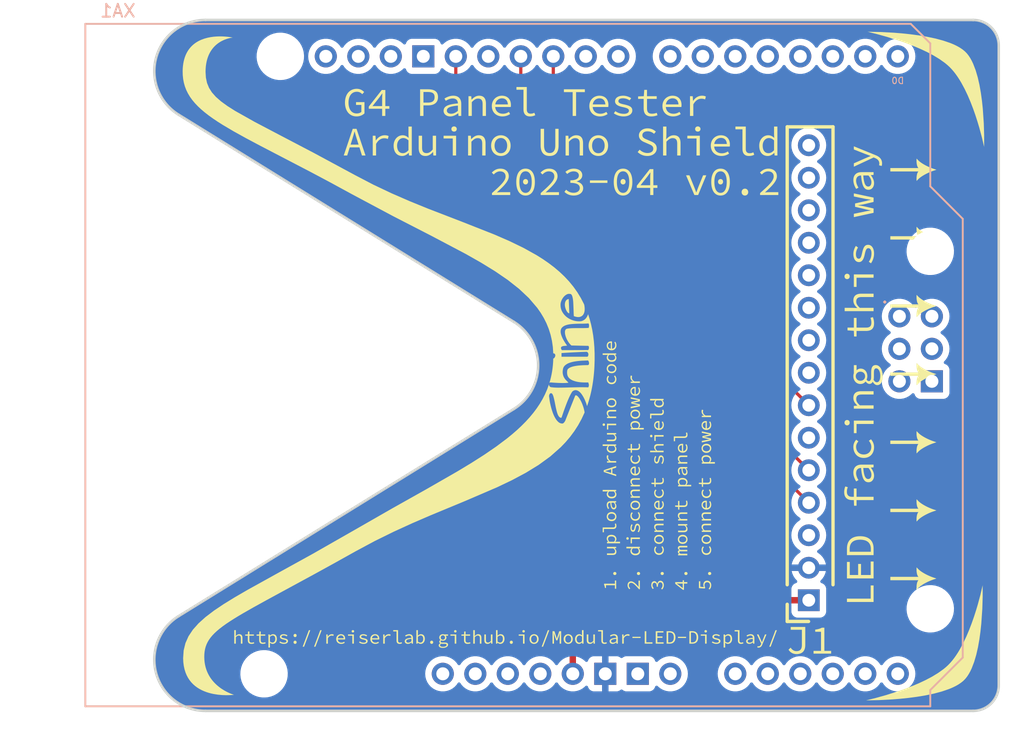
<source format=kicad_pcb>
(kicad_pcb (version 20221018) (generator pcbnew)
  (layers (0 "F.Cu" signal) (31 "B.Cu" signal) (34 "B.Paste" user) (35 "F.Paste" user) (36 "B.SilkS" user "B.Silkscreen") (37 "F.SilkS" user "F.Silkscreen") (38 "B.Mask" user) (39 "F.Mask" user) (44 "Edge.Cuts" user))
  (net 0 "")
  (net 1 "/5VCC")
  (net 2 "/GND")
  (net 4 "/SCK")
  (net 5 "/COPI")
  (net 7 "/CS1")
  (footprint "Arduino Footprints:Arduino_Uno_Shield" (layer "F.Cu") (at 167.559881 85.29)
    (fp_text reference "XA1")
    (fp_text value "Arduino_Uno_Shield")
  )
  (footprint "Connector_PinSocket_2.54mm:PinSocket_1x15_P2.54mm_Vertical" (layer "F.Cu") (at 224.105 77 180)
    (fp_text reference "J1" hide)
    (fp_text value "Conn_01x15_Female")
  )
  (gr_poly (pts (xy 214.349655 75.583206) (xy 214.610573 75.583206) (xy 214.610573 75.698837) (xy 214.34967 75.698837) (xy 214.34967 76.186569) (xy 214.268127 76.186569) (xy 213.664764 75.713669) (xy 213.664764 75.691788) (xy 213.790771 75.691788) (xy 213.790771 75.698792) (xy 213.808006 75.710188) (xy 213.82524 75.722015) (xy 213.859707 75.746473) (xy 213.894174 75.771192) (xy 213.911408 75.783344) (xy 213.928642 75.795197) (xy 214.251816 76.051666) (xy 214.251816 75.698792) (xy 213.95829 75.698792) (xy 213.917522 75.697695) (xy 213.874531 75.696039) (xy 213.831539 75.694009) (xy 213.790771 75.691788) (xy 213.664764 75.691788) (xy 213.664764 75.583206) (xy 214.251816 75.583206) (xy 214.251816 75.436447) (xy 214.349655 75.436447)) (fill solid) (layer "F.SilkS"))
  (gr_poly (pts (xy 229.208175 44.394974) (xy 229.20817 44.394817) (xy 229.208175 44.394531)) (fill solid) (layer "F.SilkS"))
  (gr_poly (pts (xy 221.650924 42.238831) (xy 221.435028 42.238831) (xy 221.412811 42.035629) (xy 221.403312 42.035629) (xy 221.378843 42.059794) (xy 221.353108 42.083376) (xy 221.326183 42.106242) (xy 221.298141 42.128256) (xy 221.269058 42.149284) (xy 221.239007 42.16919) (xy 221.208063 42.187841) (xy 221.176301 42.205101) (xy 221.143794 42.220835) (xy 221.110618 42.234909) (xy 221.076847 42.247188) (xy 221.042554 42.257536) (xy 221.007815 42.265819) (xy 220.972705 42.271903) (xy 220.937296 42.275652) (xy 220.901665 42.276932) (xy 220.901649 42.276947) (xy 220.864251 42.276093) (xy 220.827677 42.273541) (xy 220.79195 42.269302) (xy 220.757095 42.263391) (xy 220.723135 42.255819) (xy 220.690094 42.246599) (xy 220.657996 42.235744) (xy 220.626865 42.223268) (xy 220.596725 42.209182) (xy 220.567598 42.193499) (xy 220.539511 42.176233) (xy 220.512485 42.157397) (xy 220.486545 42.137002) (xy 220.461715 42.115062) (xy 220.438019 42.091589) (xy 220.41548 42.066597) (xy 220.394123 42.040098) (xy 220.373971 42.012105) (xy 220.355047 41.98263) (xy 220.337377 41.951687) (xy 220.320983 41.919289) (xy 220.30589 41.885447) (xy 220.292121 41.850176) (xy 220.2797 41.813487) (xy 220.268651 41.775394) (xy 220.258998 41.735909) (xy 220.250765 41.695045) (xy 220.243975 41.652815) (xy 220.238652 41.609231) (xy 220.234821 41.564308) (xy 220.231727 41.47049) (xy 220.231794 41.467316) (xy 220.501617 41.467316) (xy 220.502109 41.501414) (xy 220.503577 41.534642) (xy 220.506012 41.566987) (xy 220.509406 41.598433) (xy 220.513748 41.628969) (xy 220.51903 41.658579) (xy 220.525242 41.687249) (xy 220.532375 41.714966) (xy 220.540419 41.741715) (xy 220.549366 41.767483) (xy 220.559206 41.792256) (xy 220.569929 41.816019) (xy 220.581527 41.838759) (xy 220.59399 41.860463) (xy 220.607308 41.881115) (xy 220.621473 41.900702) (xy 220.636475 41.919209) (xy 220.652305 41.936624) (xy 220.668954 41.952933) (xy 220.686412 41.96812) (xy 220.70467 41.982172) (xy 220.723718 41.995076) (xy 220.743548 42.006817) (xy 220.76415 42.017381) (xy 220.785514 42.026755) (xy 220.807632 42.034924) (xy 220.830495 42.041874) (xy 220.854092 42.047592) (xy 220.878414 42.052064) (xy 220.903453 42.055276) (xy 220.929199 42.057213) (xy 220.955642 42.057861) (xy 220.955642 42.057877) (xy 220.984142 42.056948) (xy 221.012488 42.054168) (xy 221.040675 42.049547) (xy 221.068701 42.043093) (xy 221.096558 42.034816) (xy 221.124244 42.024724) (xy 221.151753 42.012829) (xy 221.179081 41.999138) (xy 221.206223 41.983661) (xy 221.233174 41.966407) (xy 221.25993 41.947386) (xy 221.286485 41.926607) (xy 221.312837 41.904079) (xy 221.338979 41.879812) (xy 221.364907 41.853814) (xy 221.390617 41.826096) (xy 221.390617 41.057739) (xy 221.364496 41.034255) (xy 221.338514 41.012589) (xy 221.312663 40.9927) (xy 221.286932 40.974546) (xy 221.261313 40.958085) (xy 221.235796 40.943275) (xy 221.210373 40.930074) (xy 221.185033 40.91844) (xy 221.159767 40.908332) (xy 221.134567 40.899707) (xy 221.109423 40.892524) (xy 221.084325 40.886741) (xy 221.059265 40.882316) (xy 221.034232 40.879207) (xy 221.009219 40.877372) (xy 220.984215 40.87677) (xy 220.959365 40.877464) (xy 220.934844 40.87953) (xy 220.910681 40.882946) (xy 220.886906 40.88769) (xy 220.863549 40.893738) (xy 220.840642 40.901068) (xy 220.818213 40.909657) (xy 220.796294 40.919482) (xy 220.774915 40.930521) (xy 220.754105 40.942752) (xy 220.733895 40.956151) (xy 220.714315 40.970696) (xy 220.695396 40.986364) (xy 220.677167 41.003133) (xy 220.65966 41.020979) (xy 220.642903 41.039881) (xy 220.626928 41.059815) (xy 220.611764 41.080759) (xy 220.597442 41.10269) (xy 220.583993 41.125586) (xy 220.571445 41.149423) (xy 220.55983 41.17418) (xy 220.549178 41.199833) (xy 220.539518 41.226361) (xy 220.530882 41.253739) (xy 220.523299 41.281946) (xy 220.5168 41.310958) (xy 220.511415 41.340754) (xy 220.507174 41.37131) (xy 220.504107 41.402605) (xy 220.502245 41.434614) (xy 220.501617 41.467316) (xy 220.231794 41.467316) (xy 220.232704 41.424022) (xy 220.235596 41.378692) (xy 220.240347 41.334523) (xy 220.246902 41.291536) (xy 220.255202 41.249754) (xy 220.265193 41.209199) (xy 220.276817 41.169892) (xy 220.290018 41.131856) (xy 220.30474 41.095113) (xy 220.320927 41.059685) (xy 220.338522 41.025594) (xy 220.357468 40.992862) (xy 220.37771 40.961512) (xy 220.39919 40.931565) (xy 220.421853 40.903043) (xy 220.445642 40.875969) (xy 220.470501 40.850365) (xy 220.496373 40.826252) (xy 220.523202 40.803653) (xy 220.550932 40.782591) (xy 220.579506 40.763086) (xy 220.608867 40.745161) (xy 220.63896 40.728839) (xy 220.669728 40.714141) (xy 220.701114 40.701089) (xy 220.733063 40.689706) (xy 220.765517 40.680014) (xy 220.798421 40.672034) (xy 220.831718 40.665789) (xy 220.865351 40.661301) (xy 220.899265 40.658592) (xy 220.933403 40.657684) (xy 220.967455 40.658535) (xy 221.000587 40.66107) (xy 221.032844 40.665261) (xy 221.064273 40.671079) (xy 221.094921 40.678498) (xy 221.124834 40.687488) (xy 221.154058 40.698023) (xy 221.182641 40.710073) (xy 221.210628 40.723612) (xy 221.238067 40.738612) (xy 221.265003 40.755044) (xy 221.291483 40.77288) (xy 221.317554 40.792093) (xy 221.343262 40.812654) (xy 221.368654 40.834537) (xy 221.393776 40.857712) (xy 221.403274 40.857712) (xy 221.390571 40.57196) (xy 221.390571 39.978226) (xy 221.650924 39.978226)) (fill solid) (layer "F.SilkS"))
  (gr_poly (pts (xy 205.387283 54.573929) (xy 205.378675 54.573198) (xy 205.370061 54.571902) (xy 205.361441 54.570042) (xy 205.352816 54.567617) (xy 205.344188 54.564627) (xy 205.335557 54.561072) (xy 205.326925 54.55695) (xy 205.318291 54.552263) (xy 205.309658 54.54701) (xy 205.301026 54.54119) (xy 205.292396 54.534803) (xy 205.283768 54.527848) (xy 205.275144 54.520327) (xy 205.266526 54.512237) (xy 205.257912 54.50358) (xy 205.249306 54.494354) (xy 205.240774 54.484248) (xy 205.232387 54.473854) (xy 205.224145 54.463172) (xy 205.216048 54.452204) (xy 205.200283 54.429412) (xy 205.185088 54.405481) (xy 205.170459 54.380419) (xy 205.156393 54.354229) (xy 205.142884 54.326919) (xy 205.129928 54.298492) (xy 205.11765 54.26834) (xy 205.106172 54.237649) (xy 205.095493 54.20641) (xy 205.085609 54.174614) (xy 205.076518 54.142251) (xy 205.068216 54.109313) (xy 205.060701 54.07579) (xy 205.05397 54.041672) (xy 205.050985 54.024518) (xy 205.048368 54.007475) (xy 205.046119 53.990543) (xy 205.044237 53.973723) (xy 205.042723 53.957015) (xy 205.041577 53.940419) (xy 205.040799 53.923935) (xy 205.040388 53.907564) (xy 205.040345 53.891307) (xy 205.04067 53.875162) (xy 205.041363 53.859132) (xy 205.042424 53.843216) (xy 205.043852 53.827415) (xy 205.045649 53.811728) (xy 205.047814 53.796157) (xy 205.050346 53.780701) (xy 205.052809 53.765433) (xy 205.055664 53.750415) (xy 205.058914 53.735648) (xy 205.062557 53.721132) (xy 205.066595 53.706868) (xy 205.071028 53.692856) (xy 205.075856 53.679097) (xy 205.08108 53.665592) (xy 205.0867 53.652341) (xy 205.092717 53.639345) (xy 205.099131 53.626605) (xy 205.105942 53.614121) (xy 205.113151 53.601893) (xy 205.120758 53.589923) (xy 205.128764 53.578211) (xy 205.137169 53.566757) (xy 205.146037 53.555718) (xy 205.155437 53.545249) (xy 205.16537 53.53535) (xy 205.175836 53.526019) (xy 205.186837 53.517257) (xy 205.198372 53.509063) (xy 205.210443 53.501436) (xy 205.223052 53.494375) (xy 205.236198 53.487881) (xy 205.249883 53.481953) (xy 205.264107 53.47659) (xy 205.278872 53.471792) (xy 205.294178 53.467558) (xy 205.310026 53.463888) (xy 205.326418 53.460781) (xy 205.343353 53.458237)) (fill solid) (layer "F.SilkS"))
  (gr_poly (pts (xy 232.676712 47.955627) (xy 232.725636 48.001565) (xy 232.78057 48.047796) (xy 232.840894 48.094084) (xy 232.905986 48.140195) (xy 232.975225 48.185894) (xy 233.047991 48.230948) (xy 233.123661 48.27512) (xy 233.201616 48.318176) (xy 233.281234 48.359882) (xy 233.361894 48.400003) (xy 233.523856 48.474551) (xy 233.682535 48.539942) (xy 233.75909 48.568617) (xy 233.832962 48.594299) (xy 234.082962 48.678299) (xy 233.832962 48.762299) (xy 233.75909 48.788002) (xy 233.682535 48.816739) (xy 233.603917 48.848269) (xy 233.523856 48.882352) (xy 233.442975 48.918746) (xy 233.361894 48.957213) (xy 233.281234 48.99751) (xy 233.201616 49.039398) (xy 233.123661 49.082637) (xy 233.047991 49.126985) (xy 232.975225 49.172204) (xy 232.905986 49.218051) (xy 232.840894 49.264287) (xy 232.78057 49.310671) (xy 232.725636 49.356964) (xy 232.676712 49.402924) (xy 232.526321 49.553314) (xy 232.526321 49.340424) (xy 232.526827 49.315873) (xy 232.528093 49.287342) (xy 232.530598 49.249889) (xy 232.534767 49.204954) (xy 232.541021 49.153974) (xy 232.549783 49.098385) (xy 232.555238 49.069313) (xy 232.561477 49.039627) (xy 232.567569 49.015071) (xy 232.574903 48.990556) (xy 232.583443 48.966132) (xy 232.593154 48.941844) (xy 232.604 48.917741) (xy 232.615945 48.89387) (xy 232.628955 48.870278) (xy 232.642993 48.847012) (xy 232.658023 48.824119) (xy 232.674011 48.801648) (xy 232.69092 48.779645) (xy 232.708715 48.758158) (xy 232.72736 48.737234) (xy 232.746819 48.716921) (xy 232.767058 48.697265) (xy 232.78804 48.678314) (xy 232.767181 48.659356) (xy 232.747032 48.639686) (xy 232.727632 48.619353) (xy 232.70902 48.598406) (xy 232.691236 48.576893) (xy 232.674319 48.554864) (xy 232.658307 48.532368) (xy 232.643242 48.509455) (xy 232.629161 48.486172) (xy 232.616104 48.46257) (xy 232.604111 48.438696) (xy 232.593221 48.414602) (xy 232.583474 48.390334) (xy 232.574908 48.365943) (xy 232.567562 48.341477) (xy 232.561477 48.316986) (xy 232.555236 48.287325) (xy 232.549781 48.258317) (xy 232.545059 48.230135) (xy 232.541018 48.202954) (xy 232.537603 48.176947) (xy 232.537311 48.174408) (xy 232.721634 48.174408) (xy 232.721634 48.174423) (xy 232.722899 48.18927) (xy 232.723591 48.201591) (xy 232.724518 48.222757) (xy 232.725381 48.233653) (xy 232.726051 48.239628) (xy 232.726932 48.246124) (xy 232.728063 48.253271) (xy 232.729484 48.261195) (xy 232.731234 48.270026) (xy 232.733352 48.279892) (xy 232.739477 48.305738) (xy 232.746347 48.331431) (xy 232.753953 48.356837) (xy 232.762291 48.381823) (xy 232.771353 48.406255) (xy 232.781133 48.429999) (xy 232.791624 48.452922) (xy 232.802819 48.47489) (xy 232.814712 48.495769) (xy 232.827296 48.515425) (xy 232.840565 48.533725) (xy 232.847454 48.542325) (xy 232.854512 48.550535) (xy 232.861738 48.55834) (xy 232.86913 48.565722) (xy 232.876689 48.572665) (xy 232.884413 48.579152) (xy 232.892302 48.585166) (xy 232.900354 48.59069) (xy 232.908569 48.595709) (xy 232.916946 48.600204) (xy 233.075149 48.678299) (xy 232.916946 48.758392) (xy 232.900353 48.767906) (xy 232.884411 48.779444) (xy 232.869127 48.792873) (xy 232.854509 48.808059) (xy 232.840562 48.824869) (xy 232.827293 48.843168) (xy 232.814709 48.862823) (xy 232.802816 48.883701) (xy 232.791621 48.905668) (xy 232.781131 48.928591) (xy 232.771352 48.952335) (xy 232.76229 48.976767) (xy 232.753953 49.001754) (xy 232.746346 49.027161) (xy 232.739477 49.052856) (xy 232.733352 49.078705) (xy 232.731236 49.088566) (xy 232.729489 49.097396) (xy 232.728073 49.105321) (xy 232.726947 49.112471) (xy 232.726071 49.118971) (xy 232.725407 49.12495) (xy 232.724914 49.130536) (xy 232.724552 49.135857) (xy 232.723628 49.157034) (xy 232.722923 49.169348) (xy 232.722371 49.176383) (xy 232.721634 49.184174) (xy 232.770458 49.146134) (xy 232.820865 49.108732) (xy 232.872734 49.072016) (xy 232.925947 49.036031) (xy 233.035927 48.966444) (xy 233.149853 48.900345) (xy 233.266769 48.838108) (xy 233.385723 48.780108) (xy 233.505761 48.726719) (xy 233.625931 48.678314) (xy 233.505779 48.629996) (xy 233.385747 48.576825) (xy 233.266789 48.519133) (xy 233.208013 48.488694) (xy 233.149864 48.457249) (xy 233.092463 48.424838) (xy 233.035929 48.391504) (xy 232.980381 48.357287) (xy 232.925941 48.322228) (xy 232.872726 48.28637) (xy 232.820856 48.249753) (xy 232.770453 48.212419) (xy 232.721634 48.174408) (xy 232.537311 48.174408) (xy 232.534763 48.152289) (xy 232.532445 48.129153) (xy 232.530596 48.107714) (xy 232.528091 48.070621) (xy 232.526825 48.042403) (xy 232.526321 48.018158) (xy 232.526321 47.805267)) (fill solid) (layer "F.SilkS"))
  (gr_poly (pts (xy 210.887876 64.785934) (xy 210.895943 64.811248) (xy 210.903245 64.837362) (xy 210.90961 64.864466) (xy 210.912386 64.878448) (xy 210.914862 64.892749) (xy 210.917017 64.907392) (xy 210.918829 64.922401) (xy 210.920276 64.9378) (xy 210.921336 64.953612) (xy 210.921988 64.969862) (xy 210.92221 64.986572) (xy 210.922195 64.986588) (xy 210.921845 65.005907) (xy 210.920803 65.024406) (xy 210.91908 65.042099) (xy 210.916688 65.058998) (xy 210.913638 65.075118) (xy 210.909941 65.090472) (xy 210.905609 65.105074) (xy 210.900653 65.118937) (xy 210.895085 65.132075) (xy 210.888916 65.144501) (xy 210.882157 65.15623) (xy 210.87482 65.167273) (xy 210.866917 65.177646) (xy 210.858458 65.187361) (xy 210.849455 65.196433) (xy 210.839919 65.204874) (xy 210.829862 65.212699) (xy 210.819296 65.21992) (xy 210.808231 65.226552) (xy 210.796679 65.232608) (xy 210.784651 65.238101) (xy 210.772159 65.243046) (xy 210.759215 65.247455) (xy 210.745829 65.251343) (xy 210.717779 65.257607) (xy 210.6881 65.261947) (xy 210.656884 65.264472) (xy 210.624222 65.265289) (xy 210.283256 65.265289) (xy 210.283256 65.468384) (xy 210.191345 65.468384) (xy 210.183944 65.260834) (xy 209.952682 65.244537) (xy 209.952682 65.143723) (xy 210.183944 65.143723) (xy 210.183944 64.789413) (xy 210.283264 64.789413) (xy 210.283264 65.143723) (xy 210.625709 65.143723) (xy 210.649178 65.143206) (xy 210.671211 65.141603) (xy 210.691798 65.138836) (xy 210.701546 65.136991) (xy 210.710928 65.134827) (xy 210.719943 65.132332) (xy 210.72859 65.129497) (xy 210.736867 65.126313) (xy 210.744772 65.122769) (xy 210.752306 65.118856) (xy 210.759466 65.114564) (xy 210.76625 65.109884) (xy 210.772658 65.104805) (xy 210.778688 65.099318) (xy 210.784339 65.093413) (xy 210.78961 65.08708) (xy 210.794498 65.080309) (xy 210.799003 65.073091) (xy 210.803124 65.065416) (xy 210.806858 65.057275) (xy 210.810206 65.048656) (xy 210.813164 65.039552) (xy 210.815733 65.029951) (xy 210.81791 65.019844) (xy 210.819694 65.009222) (xy 210.821084 64.998074) (xy 210.822078 64.986391) (xy 210.822676 64.974163) (xy 210.822876 64.96138) (xy 210.822721 64.948765) (xy 210.822265 64.936477) (xy 210.821518 64.924498) (xy 210.820491 64.912808) (xy 210.819195 64.901388) (xy 210.81764 64.890217) (xy 210.815838 64.879276) (xy 210.813799 64.868546) (xy 210.811534 64.858006) (xy 210.809054 64.847638) (xy 210.80637 64.837422) (xy 210.803493 64.827338) (xy 210.797202 64.807489) (xy 210.790268 64.787933) (xy 210.879219 64.76123)) (fill solid) (layer "F.SilkS"))
  (gr_poly (pts (xy 229.170074 66.613205) (xy 228.960525 66.635407) (xy 228.960525 66.645401) (xy 228.985281 66.678094) (xy 229.009452 66.711833) (xy 229.032896 66.746549) (xy 229.055476 66.782172) (xy 229.077052 66.818632) (xy 229.097483 66.85586) (xy 229.116631 66.893785) (xy 229.134355 66.932339) (xy 229.150517 66.97145) (xy 229.164977 67.01105) (xy 229.177595 67.051069) (xy 229.188232 67.091437) (xy 229.196748 67.132085) (xy 229.203004 67.172941) (xy 229.206859 67.213938) (xy 229.208171 67.254854) (xy 229.207703 67.281499) (xy 229.20629 67.308072) (xy 229.203945 67.334262) (xy 229.200678 67.360036) (xy 229.196497 67.385362) (xy 229.191411 67.410206) (xy 229.185429 67.434535) (xy 229.178558 67.458315) (xy 229.170809 67.481515) (xy 229.16219 67.5041) (xy 229.152709 67.526037) (xy 229.142375 67.547294) (xy 229.131196 67.567837) (xy 229.119183 67.587633) (xy 229.106343 67.606649) (xy 229.092685 67.624851) (xy 229.078217 67.642207) (xy 229.062949 67.658684) (xy 229.046889 67.674248) (xy 229.030047 67.688866) (xy 229.012429 67.702505) (xy 228.994047 67.715132) (xy 228.974907 67.726713) (xy 228.955019 67.737216) (xy 228.934391 67.746608) (xy 228.913033 67.754855) (xy 228.890953 67.761924) (xy 228.86816 67.767782) (xy 228.844662 67.772396) (xy 228.820468 67.775733) (xy 228.795586 67.77776) (xy 228.770027 67.778442) (xy 228.707203 67.774647) (xy 228.64844 67.763107) (xy 228.59363 67.743597) (xy 228.567674 67.730781) (xy 228.542666 67.715887) (xy 228.518593 67.698886) (xy 228.495442 67.679749) (xy 228.45185 67.634957) (xy 228.411783 67.581281) (xy 228.375135 67.518494) (xy 228.341799 67.446368) (xy 228.311666 67.364674) (xy 228.284632 67.273186) (xy 228.260587 67.171675) (xy 228.239427 67.059913) (xy 228.221043 66.937673) (xy 228.205328 66.804725) (xy 228.192221 66.661331) (xy 228.363624 66.661331) (xy 228.368908 66.721912) (xy 228.374637 66.77986) (xy 228.380812 66.835223) (xy 228.387432 66.888046) (xy 228.394495 66.938377) (xy 228.402002 66.98626) (xy 228.409952 67.031745) (xy 228.418345 67.074875) (xy 228.427179 67.115699) (xy 228.436455 67.154263) (xy 228.446171 67.190613) (xy 228.456327 67.224795) (xy 228.466923 67.256857) (xy 228.477958 67.286844) (xy 228.489431 67.314804) (xy 228.501342 67.340782) (xy 228.51369 67.364826) (xy 228.526474 67.386981) (xy 228.539695 67.407295) (xy 228.553351 67.425813) (xy 228.567442 67.442582) (xy 228.581967 67.45765) (xy 228.596926 67.471061) (xy 228.612318 67.482864) (xy 228.628142 67.493104) (xy 228.644399 67.501827) (xy 228.661087 67.509081) (xy 228.678205 67.514912) (xy 228.695754 67.519366) (xy 228.713733 67.52249) (xy 228.73214 67.52433) (xy 228.750976 67.524933) (xy 228.76705 67.524463) (xy 228.782534 67.523071) (xy 228.797433 67.520784) (xy 228.811753 67.517628) (xy 228.825498 67.51363) (xy 228.838674 67.508817) (xy 228.851287 67.503216) (xy 228.86334 67.496854) (xy 228.87484 67.489756) (xy 228.885792 67.481951) (xy 228.896201 67.473464) (xy 228.906072 67.464322) (xy 228.915411 67.454553) (xy 228.924223 67.444183) (xy 228.932512 67.433238) (xy 228.940285 67.421745) (xy 228.947546 67.409732) (xy 228.9543 67.397224) (xy 228.966311 67.370834) (xy 228.97636 67.342788) (xy 228.984487 67.3133) (xy 228.990736 67.282585) (xy 228.995147 67.250855) (xy 228.997764 67.218326) (xy 228.998626 67.185211) (xy 228.997664 67.152467) (xy 228.994794 67.119724) (xy 228.990046 67.086981) (xy 228.983446 67.054238) (xy 228.975023 67.021496) (xy 228.964805 66.988754) (xy 228.95282 66.956013) (xy 228.939095 66.923271) (xy 228.923659 66.89053) (xy 228.906539 66.857788) (xy 228.887764 66.825046) (xy 228.86736 66.792304) (xy 228.845357 66.759562) (xy 228.821782 66.726819) (xy 228.796662 66.694075) (xy 228.770027 66.661331) (xy 228.363624 66.661331) (xy 228.192221 66.661331) (xy 228.192177 66.660843) (xy 228.153294 66.66321) (xy 228.115369 66.668023) (xy 228.078616 66.675423) (xy 228.043249 66.685548) (xy 228.026153 66.691676) (xy 228.009482 66.698538) (xy 227.993266 66.706151) (xy 227.977529 66.714533) (xy 227.962299 66.723701) (xy 227.947604 66.733672) (xy 227.933468 66.744464) (xy 227.91992 66.756094) (xy 227.906985 66.76858) (xy 227.894692 66.781939) (xy 227.883065 66.796189) (xy 227.872133 66.811347) (xy 227.861922 66.827431) (xy 227.852458 66.844457) (xy 227.843769 66.862444) (xy 227.835881 66.881408) (xy 227.82882 66.901368) (xy 227.822615 66.922341) (xy 227.81729 66.944344) (xy 227.812874 66.967394) (xy 227.809392 66.991509) (xy 227.806873 67.016707) (xy 227.805341 67.043004) (xy 227.804825 67.070419) (xy 227.805916 67.107872) (xy 227.809091 67.145177) (xy 227.814201 67.182258) (xy 227.821097 67.219042) (xy 227.82963 67.255455) (xy 227.839651 67.291421) (xy 227.851012 67.326867) (xy 227.863563 67.361717) (xy 227.877156 67.395898) (xy 227.891643 67.429336) (xy 227.906873 67.461954) (xy 227.922698 67.49368) (xy 227.93897 67.524439) (xy 227.955539 67.554157) (xy 227.988975 67.610168) (xy 227.811172 67.711761) (xy 227.772452 67.64869) (xy 227.752934 67.61382) (xy 227.733583 67.576913) (xy 227.714604 67.538109) (xy 227.696202 67.497548) (xy 227.678581 67.455369) (xy 227.661946 67.411711) (xy 227.646502 67.366714) (xy 227.632453 67.320517) (xy 227.620004 67.27326) (xy 227.60936 67.225082) (xy 227.600724 67.176123) (xy 227.594303 67.126523) (xy 227.5903 67.07642) (xy 227.58892 67.025955) (xy 227.589652 66.987009) (xy 227.591831 66.949343) (xy 227.595437 66.912954) (xy 227.600448 66.877841) (xy 227.606843 66.844) (xy 227.6146 66.811428) (xy 227.623698 66.780122) (xy 227.634114 66.750079) (xy 227.645829 66.721297) (xy 227.658819 66.693772) (xy 227.673064 66.667502) (xy 227.688542 66.642483) (xy 227.705232 66.618713) (xy 227.723111 66.596189) (xy 227.742159 66.574908) (xy 227.762355 66.554867) (xy 227.783675 66.536063) (xy 227.8061 66.518493) (xy 227.829607 66.502155) (xy 227.854176 66.487045) (xy 227.879783 66.47316) (xy 227.906409 66.460498) (xy 227.934031 66.449056) (xy 227.962628 66.43883) (xy 227.992179 66.429819) (xy 228.022661 66.422018) (xy 228.054054 66.415426) (xy 228.086336 66.410038) (xy 228.119485 66.405853) (xy 228.153481 66.402867) (xy 228.223923 66.400482) (xy 229.170074 66.400482)) (fill solid) (layer "F.SilkS"))
  (gr_poly (pts (xy 210.904419 67.585312) (xy 210.473022 67.585312) (xy 210.448283 67.585874) (xy 210.425202 67.587582) (xy 210.414281 67.588877) (xy 210.403772 67.590472) (xy 210.393673 67.59237) (xy 210.383983 67.594578) (xy 210.374702 67.597097) (xy 210.365828 67.599934) (xy 210.357359 67.603093) (xy 210.349296 67.606577) (xy 210.341637 67.610391) (xy 210.33438 67.61454) (xy 210.327526 67.619027) (xy 210.321071 67.623858) (xy 210.315017 67.629036) (xy 210.309361 67.634565) (xy 210.304102 67.640451) (xy 210.29924 67.646698) (xy 210.294772 67.653309) (xy 210.290699 67.66029) (xy 210.287019 67.667644) (xy 210.283731 67.675376) (xy 210.280834 67.68349) (xy 210.278327 67.691991) (xy 210.276208 67.700883) (xy 210.274477 67.71017) (xy 210.273133 67.719857) (xy 210.272174 67.729948) (xy 210.271599 67.740446) (xy 210.271408 67.751358) (xy 210.271912 67.767163) (xy 210.273426 67.782389) (xy 210.275952 67.797114) (xy 210.279492 67.811421) (xy 210.284048 67.825389) (xy 210.289623 67.839099) (xy 210.296218 67.85263) (xy 210.303837 67.866064) (xy 210.31248 67.879481) (xy 210.32215 67.89296) (xy 210.33285 67.906583) (xy 210.344581 67.920429) (xy 210.357345 67.93458) (xy 210.371146 67.949115) (xy 210.385984 67.964115) (xy 210.401863 67.97966) (xy 210.904419 67.97966) (xy 210.904419 68.101227) (xy 210.183937 68.101303) (xy 210.183937 68.000488) (xy 210.306984 67.990082) (xy 210.306984 67.984085) (xy 210.292211 67.969816) (xy 210.27795 67.955341) (xy 210.264262 67.940627) (xy 210.251209 67.925642) (xy 210.23885 67.910353) (xy 210.227247 67.894727) (xy 210.21646 67.878732) (xy 210.20655 67.862335) (xy 210.197579 67.845504) (xy 210.189606 67.828207) (xy 210.182693 67.81041) (xy 210.176901 67.792082) (xy 210.17229 67.773189) (xy 210.168921 67.753699) (xy 210.166855 67.73358) (xy 210.166153 67.712799) (xy 210.166448 67.697088) (xy 210.167331 67.681912) (xy 210.168801 67.667269) (xy 210.170855 67.653158) (xy 210.173491 67.639575) (xy 210.176707 67.626518) (xy 210.1805 67.613985) (xy 210.184869 67.601973) (xy 210.189811 67.59048) (xy 210.195324 67.579503) (xy 210.201407 67.569041) (xy 210.208056 67.559089) (xy 210.215269 67.549647) (xy 210.223045 67.540712) (xy 210.231382 67.532281) (xy 210.240276 67.524351) (xy 210.249727 67.516921) (xy 210.259731 67.509988) (xy 210.270286 67.503549) (xy 210.281392 67.497603) (xy 210.293044 67.492146) (xy 210.305242 67.487177) (xy 210.317982 67.482692) (xy 210.331263 67.478689) (xy 210.345083 67.475167) (xy 210.359439 67.472122) (xy 210.389752 67.467455) (xy 210.422184 67.464669) (xy 210.456718 67.463745) (xy 210.904419 67.463745)) (fill solid) (layer "F.SilkS"))
  (gr_poly (pts (xy 203.844825 43.267723) (xy 203.881564 43.269791) (xy 203.917373 43.273211) (xy 203.952233 43.277962) (xy 203.986126 43.284022) (xy 204.019032 43.291369) (xy 204.050934 43.299983) (xy 204.081813 43.309842) (xy 204.11165 43.320924) (xy 204.140427 43.333207) (xy 204.168124 43.346671) (xy 204.194724 43.361293) (xy 204.220208 43.377053) (xy 204.244557 43.393928) (xy 204.267752 43.411897) (xy 204.289776 43.430939) (xy 204.310608 43.451032) (xy 204.330232 43.472154) (xy 204.348628 43.494284) (xy 204.365777 43.517401) (xy 204.381661 43.541483) (xy 204.396262 43.566508) (xy 204.40956 43.592456) (xy 204.421538 43.619304) (xy 204.432176 43.647031) (xy 204.441456 43.675615) (xy 204.449359 43.705035) (xy 204.455867 43.73527) (xy 204.460961 43.766297) (xy 204.464623 43.798096) (xy 204.466834 43.830645) (xy 204.467575 43.863922) (xy 204.466465 43.899635) (xy 204.463161 43.935353) (xy 204.457702 43.971099) (xy 204.450125 44.006896) (xy 204.440469 44.042767) (xy 204.428772 44.078737) (xy 204.399411 44.151061) (xy 204.362348 44.224056) (xy 204.31789 44.297907) (xy 204.266344 44.372799) (xy 204.208017 44.448919) (xy 204.143216 44.526454) (xy 204.072248 44.605588) (xy 203.99542 44.686508) (xy 203.913038 44.769399) (xy 203.732845 44.941843) (xy 203.534122 45.124405) (xy 203.62977 45.117577) (xy 203.725417 45.111437) (xy 203.772869 45.108944) (xy 203.819874 45.107005) (xy 203.866283 45.105748) (xy 203.911949 45.105301) (xy 204.578697 45.105301) (xy 204.578697 45.330719) (xy 203.153122 45.330719) (xy 203.153118 45.175201) (xy 203.395721 44.959095) (xy 203.505939 44.859011) (xy 203.608632 44.763787) (xy 203.703698 44.673084) (xy 203.791034 44.586562) (xy 203.870537 44.503882) (xy 203.942107 44.424704) (xy 204.005639 44.348688) (xy 204.061032 44.275496) (xy 204.085645 44.239852) (xy 204.108184 44.204787) (xy 204.128638 44.170258) (xy 204.146993 44.136223) (xy 204.163236 44.102639) (xy 204.177355 44.069463) (xy 204.189337 44.036654) (xy 204.199169 44.004169) (xy 204.206839 43.971965) (xy 204.212333 43.94) (xy 204.215638 43.908232) (xy 204.216743 43.876617) (xy 204.215066 43.833967) (xy 204.212966 43.813272) (xy 204.210021 43.793022) (xy 204.20623 43.773235) (xy 204.201591 43.753929) (xy 204.1961 43.735122) (xy 204.189756 43.716831) (xy 204.182556 43.699075) (xy 204.174498 43.681872) (xy 204.165579 43.66524) (xy 204.155798 43.649196) (xy 204.145152 43.63376) (xy 204.133638 43.618948) (xy 204.121255 43.60478) (xy 204.108 43.591272) (xy 204.09387 43.578444) (xy 204.078864 43.566312) (xy 204.062978 43.554896) (xy 204.046211 43.544212) (xy 204.028561 43.53428) (xy 204.010025 43.525117) (xy 203.9906 43.516741) (xy 203.970285 43.50917) (xy 203.949076 43.502422) (xy 203.926973 43.496516) (xy 203.903972 43.491468) (xy 203.880071 43.487298) (xy 203.855268 43.484024) (xy 203.82956 43.481662) (xy 203.802945 43.480232) (xy 203.775421 43.479752) (xy 203.757636 43.480065) (xy 203.740002 43.480997) (xy 203.722521 43.482533) (xy 203.705193 43.484657) (xy 203.671007 43.490614) (xy 203.637458 43.498753) (xy 203.60456 43.508956) (xy 203.572327 43.521109) (xy 203.540774 43.535094) (xy 203.509913 43.550795) (xy 203.479759 43.568095) (xy 203.450326 43.58688) (xy 203.421627 43.607031) (xy 203.393678 43.628434) (xy 203.366491 43.650971) (xy 203.340081 43.674527) (xy 203.314461 43.698984) (xy 203.289646 43.724228) (xy 203.140423 43.575012) (xy 203.174595 43.541205) (xy 203.209312 43.508905) (xy 203.24467 43.478205) (xy 203.280768 43.449198) (xy 203.317703 43.421977) (xy 203.355573 43.396635) (xy 203.394476 43.373266) (xy 203.434508 43.351961) (xy 203.475768 43.332815) (xy 203.518354 43.315919) (xy 203.562363 43.301368) (xy 203.607893 43.289254) (xy 203.655041 43.27967) (xy 203.703906 43.272709) (xy 203.754584 43.268464) (xy 203.807174 43.267029)) (fill solid) (layer "F.SilkS"))
  (gr_poly (pts (xy 214.610573 72.8703) (xy 214.103569 72.8703) (xy 214.088473 72.870579) (xy 214.081278 72.87093) (xy 214.07432 72.871423) (xy 214.067598 72.872059) (xy 214.061113 72.872839) (xy 214.054867 72.873765) (xy 214.048858 72.874837) (xy 214.043088 72.876057) (xy 214.037558 72.877426) (xy 214.032268 72.878945) (xy 214.027218 72.880614) (xy 214.022409 72.882436) (xy 214.017842 72.884411) (xy 214.013517 72.88654) (xy 214.009434 72.888824) (xy 214.005595 72.891265) (xy 214.002 72.893864) (xy 213.998649 72.896621) (xy 213.995542 72.899538) (xy 213.992681 72.902616) (xy 213.990066 72.905855) (xy 213.987698 72.909258) (xy 213.985576 72.912825) (xy 213.983702 72.916557) (xy 213.982076 72.920456) (xy 213.980699 72.924522) (xy 213.979571 72.928757) (xy 213.978693 72.933161) (xy 213.978065 72.937736) (xy 213.977688 72.942483) (xy 213.977562 72.947403) (xy 213.97767 72.952064) (xy 213.977996 72.956592) (xy 213.978539 72.960994) (xy 213.979299 72.965277) (xy 213.980276 72.969446) (xy 213.981471 72.973509) (xy 213.982882 72.977471) (xy 213.984511 72.981341) (xy 213.986357 72.985123) (xy 213.98842 72.988824) (xy 213.993198 72.996012) (xy 213.998844 73.002955) (xy 214.005358 73.009707) (xy 214.012742 73.016318) (xy 214.020994 73.022841) (xy 214.030114 73.029329) (xy 214.040103 73.035832) (xy 214.050961 73.042404) (xy 214.062687 73.049096) (xy 214.088745 73.063049) (xy 214.610573 73.063049) (xy 214.610573 73.175705) (xy 214.103569 73.175705) (xy 214.088473 73.17595) (xy 214.07432 73.176698) (xy 214.067598 73.177266) (xy 214.061113 73.177966) (xy 214.054867 73.178801) (xy 214.048858 73.179772) (xy 214.043088 73.180883) (xy 214.037558 73.182134) (xy 214.032268 73.183528) (xy 214.027218 73.185068) (xy 214.022409 73.186756) (xy 214.017842 73.188593) (xy 214.013517 73.190582) (xy 214.009434 73.192726) (xy 214.005595 73.195026) (xy 214.002 73.197485) (xy 213.998649 73.200105) (xy 213.995542 73.202888) (xy 213.992681 73.205836) (xy 213.990066 73.208951) (xy 213.987698 73.212236) (xy 213.985576 73.215693) (xy 213.983702 73.219325) (xy 213.982076 73.223132) (xy 213.980699 73.227118) (xy 213.979571 73.231285) (xy 213.978693 73.235634) (xy 213.978065 73.240169) (xy 213.977688 73.24489) (xy 213.977562 73.249802) (xy 213.977996 73.259045) (xy 213.978539 73.263521) (xy 213.979299 73.267903) (xy 213.980276 73.272197) (xy 213.981471 73.276405) (xy 213.982882 73.280532) (xy 213.984511 73.284581) (xy 213.986357 73.288557) (xy 213.98842 73.292463) (xy 213.993198 73.30008) (xy 213.998844 73.307463) (xy 214.005358 73.314642) (xy 214.012742 73.321648) (xy 214.020994 73.328511) (xy 214.030114 73.335262) (xy 214.040103 73.34193) (xy 214.050961 73.348547) (xy 214.062687 73.355143) (xy 214.075282 73.361748) (xy 214.088745 73.368393) (xy 214.610573 73.368393) (xy 214.610573 73.48996) (xy 213.890091 73.48999) (xy 213.890091 73.392197) (xy 213.98497 73.38179) (xy 213.98497 73.378784) (xy 213.972712 73.37174) (xy 213.960978 73.364476) (xy 213.949803 73.356947) (xy 213.939226 73.349108) (xy 213.929282 73.340912) (xy 213.920009 73.332314) (xy 213.911444 73.32327) (xy 213.903624 73.313732) (xy 213.896586 73.303656) (xy 213.893371 73.298403) (xy 213.890366 73.292997) (xy 213.887575 73.287434) (xy 213.885002 73.281708) (xy 213.882652 73.275814) (xy 213.88053 73.269745) (xy 213.87864 73.263496) (xy 213.876988 73.257061) (xy 213.875577 73.250435) (xy 213.874412 73.243612) (xy 213.873498 73.236586) (xy 213.872839 73.229351) (xy 213.87244 73.221902) (xy 213.872307 73.214233) (xy 213.872793 73.2012) (xy 213.873401 73.194917) (xy 213.874252 73.188789) (xy 213.875347 73.182816) (xy 213.876684 73.176997) (xy 213.878265 73.171331) (xy 213.880089 73.165818) (xy 213.882156 73.160458) (xy 213.884466 73.155249) (xy 213.88702 73.150191) (xy 213.889817 73.145283) (xy 213.892857 73.140526) (xy 213.89614 73.135918) (xy 213.899667 73.131459) (xy 213.903436 73.127148) (xy 213.907449 73.122984) (xy 213.911706 73.118968) (xy 213.916205 73.115098) (xy 213.920948 73.111374) (xy 213.925934 73.107795) (xy 213.931163 73.104361) (xy 213.942351 73.097924) (xy 213.954512 73.09206) (xy 213.967646 73.086762) (xy 213.981753 73.082027) (xy 213.996834 73.07785) (xy 213.982731 73.070022) (xy 213.96935 73.062072) (xy 213.956716 73.053948) (xy 213.944855 73.045598) (xy 213.933793 73.03697) (xy 213.923556 73.028013) (xy 213.914171 73.018673) (xy 213.905662 73.0089) (xy 213.901745 73.003834) (xy 213.898057 72.99864) (xy 213.894602 72.993312) (xy 213.891382 72.987843) (xy 213.888401 72.982226) (xy 213.885662 72.976455) (xy 213.883168 72.970524) (xy 213.880924 72.964425) (xy 213.878931 72.958153) (xy 213.877193 72.951701) (xy 213.875713 72.945063) (xy 213.874496 72.938231) (xy 213.873543 72.9312) (xy 213.872858 72.923963) (xy 213.872445 72.916513) (xy 213.872307 72.908844) (xy 213.872536 72.899515) (xy 213.873224 72.890432) (xy 213.874367 72.881599) (xy 213.875963 72.873019) (xy 213.87801 72.864696) (xy 213.880505 72.856632) (xy 213.883446 72.848831) (xy 213.88683 72.841295) (xy 213.890654 72.83403) (xy 213.894917 72.827036) (xy 213.899616 72.820319) (xy 213.904749 72.813881) (xy 213.910313 72.807725) (xy 213.916305 72.801854) (xy 213.922723 72.796273) (xy 213.929565 72.790983) (xy 213.936829 72.785989) (xy 213.944511 72.781294) (xy 213.952609 72.7769) (xy 213.961122 72.772811) (xy 213.979379 72.765563) (xy 213.999263 72.759574) (xy 214.020754 72.75487) (xy 214.043832 72.751478) (xy 214.068478 72.749424) (xy 214.094673 72.748734) (xy 214.610573 72.748734)) (fill solid) (layer "F.SilkS"))
  (gr_poly (pts (xy 212.367726 62.994214) (xy 212.377997 62.994594) (xy 212.387992 62.995184) (xy 212.397639 62.995951) (xy 212.40687 62.996858) (xy 212.415614 62.997871) (xy 212.423803 62.998956) (xy 212.431366 63.000076) (xy 212.431366 63.567856) (xy 212.446418 63.566174) (xy 212.461001 63.563913) (xy 212.475114 63.561086) (xy 212.488757 63.557704) (xy 212.501928 63.553781) (xy 212.514627 63.549329) (xy 212.526855 63.544359) (xy 212.538609 63.538883) (xy 212.54989 63.532915) (xy 212.560697 63.526466) (xy 212.57103 63.519548) (xy 212.580888 63.512174) (xy 212.59027 63.504356) (xy 212.599176 63.496106) (xy 212.607605 63.487436) (xy 212.615557 63.478359) (xy 212.623032 63.468887) (xy 212.630028 63.459031) (xy 212.636546 63.448805) (xy 212.642584 63.43822) (xy 212.648142 63.427289) (xy 212.65322 63.416023) (xy 212.657816 63.404435) (xy 212.661932 63.392538) (xy 212.665565 63.380343) (xy 212.668715 63.367863) (xy 212.673566 63.342096) (xy 212.67648 63.315333) (xy 212.677452 63.287674) (xy 212.677142 63.271757) (xy 212.676224 63.256234) (xy 212.674716 63.241084) (xy 212.672635 63.226286) (xy 212.669997 63.211818) (xy 212.666821 63.197658) (xy 212.663124 63.183785) (xy 212.658923 63.170177) (xy 212.654235 63.156813) (xy 212.649079 63.143671) (xy 212.643471 63.130729) (xy 212.637428 63.117965) (xy 212.630968 63.105359) (xy 212.624109 63.092889) (xy 212.616867 63.080532) (xy 212.60926 63.068268) (xy 212.689308 63.023773) (xy 212.698091 63.037361) (xy 212.706623 63.051439) (xy 212.714859 63.066011) (xy 212.722756 63.081083) (xy 212.730272 63.096659) (xy 212.737361 63.112742) (xy 212.743982 63.129338) (xy 212.750089 63.14645) (xy 212.755641 63.164083) (xy 212.760594 63.182242) (xy 212.764904 63.200931) (xy 212.768528 63.220154) (xy 212.771422 63.239915) (xy 212.773542 63.26022) (xy 212.774847 63.281071) (xy 212.775291 63.302475) (xy 212.775306 63.302429) (xy 212.774899 63.322587) (xy 212.773683 63.34246) (xy 212.771664 63.362027) (xy 212.76885 63.381262) (xy 212.765247 63.400144) (xy 212.760863 63.418648) (xy 212.755705 63.436752) (xy 212.74978 63.454432) (xy 212.743095 63.471664) (xy 212.735657 63.488426) (xy 212.727473 63.504693) (xy 212.71855 63.520443) (xy 212.708896 63.535653) (xy 212.698516 63.550298) (xy 212.687419 63.564356) (xy 212.675611 63.577803) (xy 212.6631 63.590616) (xy 212.649892 63.602771) (xy 212.635995 63.614246) (xy 212.621415 63.625016) (xy 212.60616 63.635059) (xy 212.590236 63.644351) (xy 212.573651 63.652869) (xy 212.556412 63.66059) (xy 212.538526 63.66749) (xy 212.52 63.673545) (xy 212.500841 63.678733) (xy 212.481056 63.68303) (xy 212.460652 63.686412) (xy 212.439636 63.688858) (xy 212.418016 63.690342) (xy 212.395798 63.690842) (xy 212.374109 63.690334) (xy 212.352969 63.68883) (xy 212.332385 63.686359) (xy 212.312368 63.682949) (xy 212.292926 63.678629) (xy 212.274069 63.673428) (xy 212.255806 63.667375) (xy 212.238146 63.660498) (xy 212.221098 63.652827) (xy 212.204672 63.644389) (xy 212.188877 63.635214) (xy 212.173722 63.625331) (xy 212.159216 63.614768) (xy 212.145369 63.603554) (xy 212.132189 63.591718) (xy 212.119687 63.579288) (xy 212.107871 63.566294) (xy 212.09675 63.552765) (xy 212.086334 63.538728) (xy 212.076631 63.524212) (xy 212.067652 63.509248) (xy 212.059405 63.493862) (xy 212.0519 63.478085) (xy 212.045146 63.461944) (xy 212.039152 63.445469) (xy 212.033927 63.428688) (xy 212.02948 63.411631) (xy 212.025821 63.394325) (xy 212.02296 63.3768) (xy 212.020904 63.359084) (xy 212.019664 63.341207) (xy 212.019249 63.323196) (xy 212.019308 63.320282) (xy 212.115593 63.320282) (xy 212.115822 63.331356) (xy 212.11651 63.342331) (xy 212.117652 63.353195) (xy 212.119247 63.363935) (xy 212.121291 63.37454) (xy 212.123781 63.384997) (xy 212.126716 63.395294) (xy 212.130093 63.405418) (xy 212.133908 63.415358) (xy 212.138158 63.425101) (xy 212.142842 63.434635) (xy 212.147957 63.443947) (xy 212.153499 63.453027) (xy 212.159467 63.46186) (xy 212.165857 63.470435) (xy 212.172666 63.478741) (xy 212.179893 63.486764) (xy 212.187534 63.494492) (xy 212.195586 63.501913) (xy 212.204047 63.509015) (xy 212.212914 63.515786) (xy 212.222184 63.522213) (xy 212.231856 63.528284) (xy 212.241925 63.533988) (xy 212.252389 63.539311) (xy 212.263246 63.544241) (xy 212.274493 63.548767) (xy 212.286127 63.552875) (xy 212.298145 63.556555) (xy 212.310545 63.559793) (xy 212.323324 63.562577) (xy 212.336479 63.564896) (xy 212.336479 63.105331) (xy 212.322802 63.106512) (xy 212.309568 63.108104) (xy 212.296776 63.110101) (xy 212.284425 63.1125) (xy 212.272515 63.115293) (xy 212.261045 63.118477) (xy 212.250015 63.122045) (xy 212.239424 63.125991) (xy 212.229272 63.130312) (xy 212.219558 63.135) (xy 212.210281 63.140051) (xy 212.201442 63.145459) (xy 212.193039 63.151219) (xy 212.185072 63.157325) (xy 212.17754 63.163772) (xy 212.170443 63.170555) (xy 212.163781 63.177668) (xy 212.157552 63.185105) (xy 212.151757 63.192862) (xy 212.146394 63.200933) (xy 212.141463 63.209312) (xy 212.136964 63.217994) (xy 212.132896 63.226973) (xy 212.129259 63.236245) (xy 212.126052 63.245803) (xy 212.123274 63.255642) (xy 212.120924 63.265758) (xy 212.119004 63.276144) (xy 212.11751 63.286794) (xy 212.116445 63.297704) (xy 212.115806 63.308869) (xy 212.115593 63.320282) (xy 212.019308 63.320282) (xy 212.019642 63.303992) (xy 212.020813 63.285297) (xy 212.022751 63.267119) (xy 212.025442 63.249465) (xy 212.028875 63.232341) (xy 212.033037 63.215753) (xy 212.037916 63.199707) (xy 212.043501 63.184212) (xy 212.049778 63.169272) (xy 212.056735 63.154895) (xy 212.064361 63.141086) (xy 212.072643 63.127853) (xy 212.081569 63.115202) (xy 212.091126 63.10314) (xy 212.101303 63.091673) (xy 212.112087 63.080807) (xy 212.123466 63.070549) (xy 212.135428 63.060906) (xy 212.14796 63.051884) (xy 212.161051 63.043489) (xy 212.174688 63.035729) (xy 212.188859 63.028609) (xy 212.203552 63.022136) (xy 212.218754 63.016317) (xy 212.234453 63.011159) (xy 212.250637 63.006667) (xy 212.267295 63.002848) (xy 212.284413 62.999709) (xy 212.301979 62.997256) (xy 212.319981 62.995496) (xy 212.338408 62.994435) (xy 212.357246 62.99408)) (fill solid) (layer "F.SilkS"))
  (gr_poly (pts (xy 215.038363 79.421436) (xy 215.064564 79.422952) (xy 215.089974 79.42547) (xy 215.114589 79.428983) (xy 215.138403 79.433485) (xy 215.161413 79.438967) (xy 215.183613 79.445423) (xy 215.204999 79.452846) (xy 215.225566 79.461229) (xy 215.24531 79.470564) (xy 215.264226 79.480845) (xy 215.28231 79.492065) (xy 215.299556 79.504217) (xy 215.315961 79.517293) (xy 215.331519 79.531286) (xy 215.346226 79.54619) (xy 215.360078 79.561998) (xy 215.37307 79.578701) (xy 215.385196 79.596295) (xy 215.396453 79.61477) (xy 215.406837 79.634121) (xy 215.416341 79.654339) (xy 215.424962 79.675419) (xy 215.432696 79.697353) (xy 215.439536 79.720134) (xy 215.44548 79.743755) (xy 215.450522 79.768209) (xy 215.454657 79.793489) (xy 215.457882 79.819587) (xy 215.460191 79.846497) (xy 215.462044 79.902725) (xy 215.46158 79.931392) (xy 215.460192 79.959294) (xy 215.457887 79.986422) (xy 215.454669 80.012765) (xy 215.450544 80.038314) (xy 215.445519 80.06306) (xy 215.439598 80.086994) (xy 215.432788 80.110105) (xy 215.425094 80.132385) (xy 215.416522 80.153823) (xy 215.407077 80.174411) (xy 215.396766 80.194139) (xy 215.385594 80.212997) (xy 215.373566 80.230976) (xy 215.360689 80.248066) (xy 215.346967 80.264257) (xy 215.332408 80.279542) (xy 215.317016 80.293908) (xy 215.300797 80.307349) (xy 215.283757 80.319853) (xy 215.265902 80.331411) (xy 215.247237 80.342014) (xy 215.227767 80.351652) (xy 215.2075 80.360317) (xy 215.18644 80.367997) (xy 215.164592 80.374684) (xy 215.141964 80.380369) (xy 215.11856 80.385041) (xy 215.094386 80.388691) (xy 215.069449 80.391311) (xy 215.043752 80.392889) (xy 215.017303 80.393417) (xy 214.771217 80.393417) (xy 214.771217 79.521729) (xy 214.894264 79.521729) (xy 214.894264 80.292603) (xy 215.002479 80.292603) (xy 215.022996 80.292183) (xy 215.042853 80.290928) (xy 215.062052 80.288845) (xy 215.080591 80.285943) (xy 215.098473 80.282229) (xy 215.115697 80.27771) (xy 215.132265 80.272394) (xy 215.148176 80.266289) (xy 215.163431 80.259402) (xy 215.178031 80.251741) (xy 215.191977 80.243313) (xy 215.205268 80.234127) (xy 215.217905 80.224189) (xy 215.22989 80.213507) (xy 215.241222 80.20209) (xy 215.251901 80.189943) (xy 215.26193 80.177076) (xy 215.271307 80.163496) (xy 215.280034 80.149209) (xy 215.288112 80.134225) (xy 215.29554 80.11855) (xy 215.302319 80.102192) (xy 215.30845 80.085159) (xy 215.313933 80.067458) (xy 215.318769 80.049097) (xy 215.322959 80.030083) (xy 215.329401 79.990129) (xy 215.333262 79.947656) (xy 215.334549 79.902725) (xy 215.333262 79.858135) (xy 215.331654 79.836805) (xy 215.329401 79.816123) (xy 215.326503 79.796097) (xy 215.322959 79.776731) (xy 215.318769 79.758029) (xy 215.313933 79.739998) (xy 215.30845 79.722642) (xy 215.302319 79.705967) (xy 215.29554 79.689978) (xy 215.288112 79.674679) (xy 215.280034 79.660077) (xy 215.271307 79.646175) (xy 215.26193 79.63298) (xy 215.251901 79.620497) (xy 215.241222 79.60873) (xy 215.22989 79.597685) (xy 215.217905 79.587367) (xy 215.205268 79.577781) (xy 215.191977 79.568932) (xy 215.178031 79.560825) (xy 215.163431 79.553467) (xy 215.148176 79.54686) (xy 215.132265 79.541012) (xy 215.115697 79.535927) (xy 215.098473 79.53161) (xy 215.080591 79.528066) (xy 215.062052 79.525301) (xy 215.042853 79.52332) (xy 215.022996 79.522127) (xy 215.002479 79.521729) (xy 214.894264 79.521729) (xy 214.771217 79.521729) (xy 214.771217 79.420929) (xy 215.011375 79.420929)) (fill solid) (layer "F.SilkS"))
  (gr_poly (pts (xy 198.868839 80.10434) (xy 198.869384 80.129084) (xy 198.871048 80.152168) (xy 198.872312 80.163091) (xy 198.873872 80.173601) (xy 198.875731 80.183701) (xy 198.877896 80.193391) (xy 198.880371 80.202673) (xy 198.883162 80.211548) (xy 198.886274 80.220016) (xy 198.889712 80.228079) (xy 198.893481 80.235738) (xy 198.897586 80.242994) (xy 198.902033 80.249848) (xy 198.906827 80.256302) (xy 198.911972 80.262356) (xy 198.917474 80.268011) (xy 198.923339 80.273269) (xy 198.92957 80.27813) (xy 198.936174 80.282597) (xy 198.943156 80.286669) (xy 198.95052 80.290348) (xy 198.958272 80.293635) (xy 198.966418 80.296531) (xy 198.974961 80.299038) (xy 198.983908 80.301156) (xy 198.993264 80.302886) (xy 199.003033 80.30423) (xy 199.013221 80.305188) (xy 199.023833 80.305763) (xy 199.034874 80.305954) (xy 199.050189 80.305482) (xy 199.065043 80.304052) (xy 199.079499 80.301645) (xy 199.093615 80.298241) (xy 199.107454 80.293821) (xy 199.121075 80.288365) (xy 199.134541 80.281854) (xy 199.14791 80.274267) (xy 199.161245 80.265586) (xy 199.174606 80.255791) (xy 199.188054 80.244863) (xy 199.20165 80.232781) (xy 199.215454 80.219527) (xy 199.229527 80.20508) (xy 199.24393 80.189421) (xy 199.258724 80.172531) (xy 199.258724 79.672943) (xy 199.380287 79.672943) (xy 199.380287 80.393417) (xy 199.280956 80.393417) (xy 199.270576 80.26741) (xy 199.264675 80.26741) (xy 199.250912 80.282951) (xy 199.236849 80.297851) (xy 199.222465 80.31206) (xy 199.207738 80.325529) (xy 199.192646 80.338207) (xy 199.177168 80.350044) (xy 199.161281 80.360992) (xy 199.144964 80.370998) (xy 199.128196 80.380015) (xy 199.110955 80.387991) (xy 199.093218 80.394878) (xy 199.074965 80.400624) (xy 199.056173 80.40518) (xy 199.036821 80.408496) (xy 199.016887 80.410523) (xy 198.996349 80.411209) (xy 198.996334 80.411209) (xy 198.980485 80.410914) (xy 198.965181 80.410031) (xy 198.950419 80.408561) (xy 198.936195 80.406507) (xy 198.922508 80.403871) (xy 198.909355 80.400655) (xy 198.896733 80.396861) (xy 198.884639 80.392492) (xy 198.87307 80.38755) (xy 198.862025 80.382036) (xy 198.851499 80.375954) (xy 198.841491 80.369305) (xy 198.831997 80.362091) (xy 198.823016 80.354315) (xy 198.814543 80.345978) (xy 198.806577 80.337084) (xy 198.799115 80.327633) (xy 198.792154 80.317629) (xy 198.785692 80.307074) (xy 198.779725 80.295969) (xy 198.774251 80.284317) (xy 198.769267 80.272119) (xy 198.764771 80.259379) (xy 198.76076 80.246099) (xy 198.75723 80.23228) (xy 198.754181 80.217924) (xy 198.749508 80.187613) (xy 198.74672 80.155183) (xy 198.745796 80.120651) (xy 198.745796 79.672943) (xy 198.868839 79.672943)) (fill solid) (layer "F.SilkS"))
  (gr_poly (pts (xy 188.804072 37.026454) (xy 188.829138 37.027569) (xy 188.853657 37.029397) (xy 188.877636 37.031912) (xy 188.901079 37.035091) (xy 188.923994 37.038907) (xy 188.946386 37.043335) (xy 188.96826 37.048352) (xy 188.989623 37.053931) (xy 189.010479 37.060048) (xy 189.030836 37.066677) (xy 189.050699 37.073795) (xy 189.088965 37.089393) (xy 189.125324 37.106642) (xy 189.159823 37.125342) (xy 189.192508 37.145293) (xy 189.223425 37.166296) (xy 189.252622 37.188149) (xy 189.280144 37.210654) (xy 189.306039 37.23361) (xy 189.330352 37.256817) (xy 189.35313 37.280075) (xy 189.203907 37.448349) (xy 189.184583 37.428411) (xy 189.164659 37.409155) (xy 189.144057 37.390663) (xy 189.122696 37.373019) (xy 189.100498 37.356307) (xy 189.077384 37.34061) (xy 189.053274 37.326012) (xy 189.028091 37.312595) (xy 189.001754 37.300445) (xy 188.974184 37.289643) (xy 188.945303 37.280274) (xy 188.915031 37.272422) (xy 188.88329 37.266169) (xy 188.85 37.261599) (xy 188.815082 37.258796) (xy 188.778457 37.257843) (xy 188.74224 37.258788) (xy 188.706827 37.261606) (xy 188.67224 37.266275) (xy 188.638503 37.272769) (xy 188.605638 37.281066) (xy 188.573667 37.291141) (xy 188.542614 37.302971) (xy 188.512501 37.316531) (xy 188.483351 37.331798) (xy 188.455186 37.348749) (xy 188.428029 37.367358) (xy 188.401903 37.387603) (xy 188.37683 37.409459) (xy 188.352834 37.432903) (xy 188.329936 37.457911) (xy 188.30816 37.484459) (xy 188.287527 37.512523) (xy 188.268062 37.542079) (xy 188.249786 37.573104) (xy 188.232722 37.605574) (xy 188.216893 37.639464) (xy 188.202322 37.674751) (xy 188.177042 37.749421) (xy 188.157064 37.829393) (xy 188.142569 37.914476) (xy 188.13374 38.004479) (xy 188.130756 38.099213) (xy 188.131434 38.147755) (xy 188.133459 38.195137) (xy 188.136823 38.241335) (xy 188.141515 38.286322) (xy 188.147526 38.330075) (xy 188.154845 38.372568) (xy 188.163463 38.413776) (xy 188.17337 38.453675) (xy 188.184556 38.492238) (xy 188.197011 38.529442) (xy 188.210726 38.565261) (xy 188.225689 38.59967) (xy 188.241893 38.632644) (xy 188.259325 38.664158) (xy 188.277978 38.694188) (xy 188.29784 38.722708) (xy 188.318902 38.749693) (xy 188.341154 38.775118) (xy 188.364587 38.798958) (xy 188.389189 38.821189) (xy 188.414952 38.841785) (xy 188.441866 38.860721) (xy 188.46992 38.877972) (xy 188.499105 38.893513) (xy 188.529411 38.90732) (xy 188.560828 38.919367) (xy 188.593346 38.929629) (xy 188.626955 38.938081) (xy 188.661645 38.944699) (xy 188.697407 38.949457) (xy 188.734231 38.95233) (xy 188.772106 38.953293) (xy 188.799367 38.952739) (xy 188.826335 38.951098) (xy 188.852941 38.948396) (xy 188.879114 38.944661) (xy 188.904785 38.939922) (xy 188.929884 38.934206) (xy 188.954341 38.927542) (xy 188.978086 38.919956) (xy 189.00105 38.911478) (xy 189.023163 38.902134) (xy 189.044355 38.891953) (xy 189.064556 38.880963) (xy 189.083696 38.869192) (xy 189.101706 38.856667) (xy 189.118516 38.843416) (xy 189.134056 38.829468) (xy 189.134056 38.286545) (xy 188.718132 38.286545) (xy 188.718132 38.067459) (xy 189.378532 38.067459) (xy 189.378532 38.943756) (xy 189.353057 38.968441) (xy 189.325488 38.99241) (xy 189.295892 39.015541) (xy 189.264332 39.037715) (xy 189.230876 39.05881) (xy 189.195586 39.078705) (xy 189.15853 39.09728) (xy 189.119771 39.114412) (xy 189.079375 39.129982) (xy 189.037407 39.143869) (xy 188.993932 39.155951) (xy 188.949015 39.166107) (xy 188.902722 39.174217) (xy 188.855117 39.180159) (xy 188.806266 39.183814) (xy 188.756233 39.185059) (xy 188.756229 39.185074) (xy 188.707551 39.183906) (xy 188.659771 39.180415) (xy 188.612932 39.174625) (xy 188.567076 39.166557) (xy 188.522245 39.156233) (xy 188.478482 39.143676) (xy 188.43583 39.128907) (xy 188.39433 39.111949) (xy 188.354026 39.092823) (xy 188.314959 39.071553) (xy 188.277173 39.048159) (xy 188.240709 39.022664) (xy 188.20561 38.99509) (xy 188.171918 38.965459) (xy 188.139677 38.933794) (xy 188.108928 38.900116) (xy 188.079713 38.864447) (xy 188.052076 38.82681) (xy 188.026058 38.787227) (xy 188.001703 38.745719) (xy 187.979052 38.702309) (xy 187.958148 38.657019) (xy 187.939034 38.609871) (xy 187.921751 38.560887) (xy 187.906343 38.51009) (xy 187.892851 38.4575) (xy 187.881319 38.403141) (xy 187.871788 38.347035) (xy 187.864301 38.289203) (xy 187.858901 38.229668) (xy 187.85563 38.168451) (xy 187.85453 38.105576) (xy 187.855649 38.043258) (xy 187.858976 37.98253) (xy 187.864471 37.923414) (xy 187.872092 37.865939) (xy 187.881796 37.810128) (xy 187.893542 37.756008) (xy 187.907287 37.703604) (xy 187.922991 37.652942) (xy 187.940611 37.604047) (xy 187.960105 37.556945) (xy 187.981431 37.511661) (xy 188.004549 37.468222) (xy 188.029415 37.426652) (xy 188.055987 37.386977) (xy 188.084225 37.349223) (xy 188.114086 37.313416) (xy 188.145528 37.27958) (xy 188.17851 37.247742) (xy 188.212989 37.217927) (xy 188.248924 37.190161) (xy 188.286273 37.164469) (xy 188.324994 37.140877) (xy 188.365045 37.11941) (xy 188.406384 37.100095) (xy 188.44897 37.082956) (xy 188.49276 37.068019) (xy 188.537713 37.05531) (xy 188.583787 37.044855) (xy 188.63094 37.036678) (xy 188.67913 37.030806) (xy 188.728315 37.027264) (xy 188.778454 37.026077)) (fill solid) (layer "F.SilkS"))
  (gr_poly (pts (xy 216.463646 63.957733) (xy 216.463646 64.114868) (xy 216.119713 64.197861) (xy 216.09984 64.202319) (xy 216.07802 64.20677) (xy 216.054255 64.211217) (xy 216.028544 64.21566) (xy 215.971285 64.22455) (xy 215.906242 64.233459) (xy 215.906242 64.239456) (xy 215.939736 64.243915) (xy 215.971285 64.248366) (xy 216.000887 64.252812) (xy 216.028544 64.257256) (xy 216.054255 64.261699) (xy 216.07802 64.266145) (xy 216.09984 64.270596) (xy 216.119713 64.275055) (xy 216.463646 64.355057) (xy 216.463646 64.512192) (xy 215.743171 64.669434) (xy 215.743171 64.547867) (xy 216.161224 64.461868) (xy 216.211442 64.452435) (xy 216.260547 64.443964) (xy 216.309653 64.436297) (xy 216.359871 64.429276) (xy 216.359871 64.423279) (xy 216.334493 64.419605) (xy 216.309445 64.415326) (xy 216.284641 64.410528) (xy 216.259992 64.405296) (xy 216.210817 64.393882) (xy 216.161224 64.381775) (xy 215.787643 64.292877) (xy 215.787643 64.17131) (xy 216.161224 64.085312) (xy 216.260547 64.060329) (xy 216.285031 64.054555) (xy 216.309653 64.049276) (xy 216.334554 64.044646) (xy 216.359871 64.040817) (xy 216.359871 64.034821) (xy 216.309653 64.026636) (xy 216.260547 64.019125) (xy 216.211442 64.011314) (xy 216.186541 64.006991) (xy 216.161224 64.002228) (xy 215.743171 63.916229) (xy 215.743171 63.803558)) (fill solid) (layer "F.SilkS"))
  (gr_poly (pts (xy 209.051353 57.804474) (xy 208.956474 57.81488) (xy 208.956474 57.818878) (xy 208.967755 57.830304) (xy 208.978764 57.842321) (xy 208.98944 57.854894) (xy 208.999718 57.86799) (xy 209.009535 57.881572) (xy 209.01883 57.895605) (xy 209.027538 57.910056) (xy 209.035597 57.924889) (xy 209.042943 57.940068) (xy 209.049515 57.955559) (xy 209.055248 57.971328) (xy 209.06008 57.987338) (xy 209.063948 58.003556) (xy 209.066789 58.019945) (xy 209.06854 58.036472) (xy 209.069137 58.053101) (xy 209.069145 58.053009) (xy 209.068746 58.070472) (xy 209.067555 58.087549) (xy 209.065576 58.104231) (xy 209.062815 58.120506) (xy 209.05928 58.136363) (xy 209.054975 58.151791) (xy 209.049907 58.166779) (xy 209.044081 58.181315) (xy 209.037505 58.195388) (xy 209.030182 58.208988) (xy 209.022121 58.222103) (xy 209.013326 58.234722) (xy 209.003803 58.246834) (xy 208.993559 58.258428) (xy 208.982599 58.269492) (xy 208.97093 58.280016) (xy 208.958557 58.289988) (xy 208.945487 58.299398) (xy 208.931725 58.308234) (xy 208.917277 58.316484) (xy 208.902149 58.324139) (xy 208.886348 58.331186) (xy 208.869879 58.337615) (xy 208.852749 58.343415) (xy 208.834962 58.348574) (xy 208.816526 58.353081) (xy 208.797446 58.356925) (xy 208.777728 58.360096) (xy 208.757378 58.362581) (xy 208.736402 58.36437) (xy 208.692596 58.365814) (xy 208.670899 58.365358) (xy 208.649734 58.364008) (xy 208.629111 58.361789) (xy 208.60904 58.358729) (xy 208.589531 58.354853) (xy 208.570595 58.350188) (xy 208.552242 58.34476) (xy 208.534482 58.338596) (xy 208.517326 58.331721) (xy 208.500784 58.324163) (xy 208.484867 58.315947) (xy 208.469584 58.3071) (xy 208.454946 58.297649) (xy 208.440964 58.287619) (xy 208.427647 58.277036) (xy 208.415005 58.265928) (xy 208.403051 58.254321) (xy 208.391792 58.24224) (xy 208.381241 58.229713) (xy 208.371406 58.216765) (xy 208.3623 58.203423) (xy 208.35393 58.189713) (xy 208.346309 58.175661) (xy 208.339447 58.161295) (xy 208.333353 58.146639) (xy 208.328038 58.131722) (xy 208.323513 58.116568) (xy 208.319787 58.101204) (xy 208.316871 58.085657) (xy 208.314776 58.069952) (xy 208.313511 58.054117) (xy 208.313087 58.038178) (xy 208.313485 58.022278) (xy 208.314075 58.014557) (xy 208.415375 58.014557) (xy 208.415699 58.026158) (xy 208.416663 58.037606) (xy 208.418259 58.048887) (xy 208.420474 58.059987) (xy 208.423298 58.070892) (xy 208.42672 58.081587) (xy 208.430731 58.092059) (xy 208.435319 58.102293) (xy 208.440474 58.112275) (xy 208.446185 58.121991) (xy 208.452442 58.131427) (xy 208.459233 58.140569) (xy 208.46655 58.149402) (xy 208.47438 58.157913) (xy 208.482713 58.166088) (xy 208.491539 58.173912) (xy 208.500847 58.181371) (xy 208.510626 58.188452) (xy 208.520867 58.195139) (xy 208.531557 58.201419) (xy 208.542688 58.207278) (xy 208.554247 58.212701) (xy 208.566226 58.217675) (xy 208.578612 58.222186) (xy 208.591395 58.226218) (xy 208.604565 58.229759) (xy 208.618112 58.232794) (xy 208.632024 58.235308) (xy 208.646291 58.237289) (xy 208.660902 58.238721) (xy 208.675848 58.23959) (xy 208.691116 58.239883) (xy 208.707036 58.239654) (xy 208.722551 58.238969) (xy 208.737652 58.237831) (xy 208.752335 58.236247) (xy 208.766592 58.234219) (xy 208.780417 58.231753) (xy 208.793803 58.228853) (xy 208.806745 58.225523) (xy 208.819234 58.221767) (xy 208.831266 58.217589) (xy 208.842832 58.212995) (xy 208.853928 58.207988) (xy 208.864546 58.202573) (xy 208.874679 58.196754) (xy 208.884322 58.190536) (xy 208.893468 58.183922) (xy 208.902109 58.176917) (xy 208.910241 58.169526) (xy 208.917856 58.161753) (xy 208.924947 58.153601) (xy 208.931508 58.145076) (xy 208.937533 58.136182) (xy 208.943016 58.126924) (xy 208.947948 58.117304) (xy 208.952325 58.107329) (xy 208.95614 58.097002) (xy 208.959385 58.086327) (xy 208.962055 58.075309) (xy 208.964143 58.063952) (xy 208.965643 58.052261) (xy 208.966547 58.04024) (xy 208.96685 58.027893) (xy 208.966417 58.014587) (xy 208.965119 58.001351) (xy 208.962961 57.988188) (xy 208.959948 57.975101) (xy 208.956084 57.962092) (xy 208.951373 57.949162) (xy 208.945819 57.936315) (xy 208.939427 57.923553) (xy 208.932201 57.910879) (xy 208.924146 57.898294) (xy 208.915265 57.885801) (xy 208.905564 57.873402) (xy 208.895046 57.8611) (xy 208.883715 57.848897) (xy 208.871577 57.836796) (xy 208.858635 57.824799) (xy 208.499878 57.824799) (xy 208.488912 57.836995) (xy 208.478795 57.849125) (xy 208.469508 57.861194) (xy 208.461031 57.873207) (xy 208.453345 57.885166) (xy 208.446429 57.897078) (xy 208.440265 57.908947) (xy 208.434832 57.920776) (xy 208.430112 57.932572) (xy 208.426085 57.944337) (xy 208.422731 57.956077) (xy 208.420031 57.967797) (xy 208.417964 57.9795) (xy 208.416512 57.991191) (xy 208.415656 58.002875) (xy 208.415375 58.014557) (xy 208.314075 58.014557) (xy 208.314668 58.00681) (xy 208.316625 57.991751) (xy 208.319341 57.977078) (xy 208.322805 57.962771) (xy 208.327003 57.948807) (xy 208.331921 57.935165) (xy 208.337548 57.921822) (xy 208.34387 57.908756) (xy 208.350873 57.895946) (xy 208.358546 57.88337) (xy 208.366874 57.871005) (xy 208.375845 57.85883) (xy 208.385447 57.846824) (xy 208.395665 57.834963) (xy 208.406486 57.823227) (xy 208.406486 57.819229) (xy 208.273063 57.825226) (xy 207.995842 57.825226) (xy 207.995842 57.703659) (xy 209.051353 57.703659)) (fill solid) (layer "F.SilkS"))
  (gr_poly (pts (xy 205.320449 79.655539) (xy 205.338 79.656744) (xy 205.355359 79.658743) (xy 205.372501 79.661533) (xy 205.3894 79.665104) (xy 205.40603 79.669453) (xy 205.422364 79.674572) (xy 205.438377 79.680455) (xy 205.454043 79.687096) (xy 205.469335 79.694489) (xy 205.484228 79.702627) (xy 205.498695 79.711504) (xy 205.51271 79.721115) (xy 205.526248 79.731451) (xy 205.539281 79.742509) (xy 205.551785 79.75428) (xy 205.563733 79.766759) (xy 205.575099 79.779941) (xy 205.585857 79.793817) (xy 205.595981 79.808383) (xy 205.605445 79.823631) (xy 205.614223 79.839557) (xy 205.622288 79.856152) (xy 205.629615 79.873412) (xy 205.636178 79.89133) (xy 205.64195 79.9099) (xy 205.646905 79.929115) (xy 205.651018 79.948969) (xy 205.654263 79.969456) (xy 205.656612 79.99057) (xy 205.658041 80.012304) (xy 205.658523 80.034653) (xy 205.658041 80.056734) (xy 205.656612 80.078217) (xy 205.654263 80.099096) (xy 205.651019 80.119364) (xy 205.646906 80.139014) (xy 205.64195 80.158039) (xy 205.636178 80.176433) (xy 205.629616 80.194188) (xy 205.622289 80.211299) (xy 205.614224 80.227757) (xy 205.605447 80.243557) (xy 205.595983 80.258692) (xy 205.58586 80.273154) (xy 205.575102 80.286938) (xy 205.563736 80.300036) (xy 205.551788 80.312441) (xy 205.539284 80.324147) (xy 205.526251 80.335147) (xy 205.512713 80.345434) (xy 205.498698 80.355001) (xy 205.484231 80.363842) (xy 205.469338 80.37195) (xy 205.454046 80.379317) (xy 205.438381 80.385938) (xy 205.422367 80.391806) (xy 205.406033 80.396913) (xy 205.389403 80.401253) (xy 205.372503 80.404819) (xy 205.355361 80.407605) (xy 205.338001 80.409603) (xy 205.32045 80.410806) (xy 205.302734 80.411209) (xy 205.285019 80.410806) (xy 205.267469 80.409602) (xy 205.250109 80.407604) (xy 205.232967 80.404818) (xy 205.216068 80.401252) (xy 205.199438 80.396912) (xy 205.183104 80.391804) (xy 205.167091 80.385936) (xy 205.151425 80.379315) (xy 205.136133 80.371947) (xy 205.121241 80.363838) (xy 205.106774 80.354997) (xy 205.092758 80.345429) (xy 205.079221 80.335142) (xy 205.066187 80.324141) (xy 205.053683 80.312435) (xy 205.041735 80.30003) (xy 205.030369 80.286932) (xy 205.019611 80.273148) (xy 205.009487 80.258685) (xy 205.000023 80.243551) (xy 204.991246 80.227751) (xy 204.98318 80.211292) (xy 204.975853 80.194182) (xy 204.969291 80.176427) (xy 204.963519 80.158033) (xy 204.958563 80.139009) (xy 204.95445 80.11936) (xy 204.951206 80.099093) (xy 204.948856 80.078215) (xy 204.947427 80.056732) (xy 204.946945 80.034653) (xy 205.072952 80.034653) (xy 205.07322 80.049923) (xy 205.074018 80.064869) (xy 205.075338 80.079482) (xy 205.077171 80.093749) (xy 205.079509 80.107662) (xy 205.082343 80.121209) (xy 205.085665 80.13438) (xy 205.089467 80.147164) (xy 205.093741 80.15955) (xy 205.098477 80.171528) (xy 205.103667 80.183088) (xy 205.109304 80.194218) (xy 205.115378 80.204909) (xy 205.121881 80.215149) (xy 205.128805 80.224928) (xy 205.136142 80.234236) (xy 205.143882 80.243061) (xy 205.152018 80.251394) (xy 205.16054 80.259224) (xy 205.169442 80.266539) (xy 205.178714 80.273331) (xy 205.188347 80.279587) (xy 205.198334 80.285297) (xy 205.208666 80.290452) (xy 205.219335 80.295039) (xy 205.230332 80.29905) (xy 205.241649 80.302472) (xy 205.253277 80.305296) (xy 205.265208 80.307511) (xy 205.277433 80.309106) (xy 205.289945 80.31007) (xy 205.302734 80.310394) (xy 205.315524 80.31007) (xy 205.328035 80.309106) (xy 205.340261 80.307511) (xy 205.352192 80.305296) (xy 205.36382 80.302472) (xy 205.375136 80.29905) (xy 205.386133 80.295039) (xy 205.396802 80.290452) (xy 205.407134 80.285297) (xy 205.417121 80.279587) (xy 205.426755 80.273331) (xy 205.436026 80.266539) (xy 205.444928 80.259224) (xy 205.453451 80.251394) (xy 205.461587 80.243061) (xy 205.469327 80.234236) (xy 205.476663 80.224928) (xy 205.483587 80.215149) (xy 205.49009 80.204909) (xy 205.496164 80.194218) (xy 205.501801 80.183088) (xy 205.506991 80.171528) (xy 205.511728 80.15955) (xy 205.516001 80.147164) (xy 205.519803 80.13438) (xy 205.523125 80.121209) (xy 205.52596 80.107662) (xy 205.528298 80.093749) (xy 205.53145 80.064869) (xy 205.532516 80.034653) (xy 205.532248 80.019245) (xy 205.53145 80.004162) (xy 205.530131 79.989412) (xy 205.528298 79.975008) (xy 205.52596 79.96096) (xy 205.523125 79.947279) (xy 205.519803 79.933976) (xy 205.516001 79.921061) (xy 205.511728 79.908546) (xy 205.506991 79.896442) (xy 205.501801 79.884758) (xy 205.496164 79.873507) (xy 205.49009 79.862699) (xy 205.483587 79.852344) (xy 205.476663 79.842454) (xy 205.469327 79.83304) (xy 205.461587 79.824112) (xy 205.453451 79.815682) (xy 205.444928 79.80776) (xy 205.436026 79.800356) (xy 205.426755 79.793483) (xy 205.417121 79.78715) (xy 205.407134 79.781369) (xy 205.396802 79.77615) (xy 205.386133 79.771505) (xy 205.375136 79.767443) (xy 205.36382 79.763977) (xy 205.352192 79.761117) (xy 205.340261 79.758873) (xy 205.328035 79.757257) (xy 205.315524 79.756279) (xy 205.302734 79.755951) (xy 205.289945 79.756279) (xy 205.277433 79.757257) (xy 205.265208 79.758873) (xy 205.253277 79.761117) (xy 205.241649 79.763977) (xy 205.230332 79.767443) (xy 205.219335 79.771505) (xy 205.208666 79.77615) (xy 205.198334 79.781369) (xy 205.188347 79.78715) (xy 205.178714 79.793483) (xy 205.169442 79.800356) (xy 205.16054 79.80776) (xy 205.152018 79.815682) (xy 205.143882 79.824112) (xy 205.136142 79.83304) (xy 205.128805 79.842454) (xy 205.121881 79.852344) (xy 205.115378 79.862699) (xy 205.109304 79.873507) (xy 205.103667 79.884758) (xy 205.098477 79.896442) (xy 205.093741 79.908546) (xy 205.089467 79.921061) (xy 205.085665 79.933976) (xy 205.082343 79.947279) (xy 205.077171 79.975008) (xy 205.074018 80.004162) (xy 205.072952 80.034653) (xy 204.946945 80.034653) (xy 204.947427 80.012303) (xy 204.948856 79.990567) (xy 204.951205 79.969452) (xy 204.95445 79.948964) (xy 204.958563 79.929109) (xy 204.963518 79.909894) (xy 204.96929 79.891324) (xy 204.975852 79.873406) (xy 204.983179 79.856146) (xy 204.991244 79.83955) (xy 205.000021 79.823624) (xy 205.009485 79.808376) (xy 205.019609 79.79381) (xy 205.030367 79.779934) (xy 205.041732 79.766753) (xy 205.05368 79.754274) (xy 205.066184 79.742503) (xy 205.079218 79.731446) (xy 205.092755 79.72111) (xy 205.10677 79.7115) (xy 205.121237 79.702624) (xy 205.13613 79.694486) (xy 205.151422 79.687094) (xy 205.167088 79.680453) (xy 205.183101 79.67457) (xy 205.199436 79.669452) (xy 205.216066 79.665104) (xy 205.232965 79.661532) (xy 205.250108 79.658743) (xy 205.267467 79.656743) (xy 205.285018 79.655539) (xy 205.302734 79.655136)) (fill solid) (layer "F.SilkS"))
  (gr_poly (pts (xy 194.152275 42.276932) (xy 194.152271 42.276932) (xy 194.152272 42.276932)) (fill solid) (layer "F.SilkS"))
  (gr_poly (pts (xy 210.556448 62.992147) (xy 210.578485 62.993473) (xy 210.599915 62.995653) (xy 210.620731 62.998663) (xy 210.640925 63.002477) (xy 210.660489 63.007071) (xy 210.679415 63.01242) (xy 210.697695 63.018499) (xy 210.715321 63.025284) (xy 210.732286 63.032751) (xy 210.748582 63.040873) (xy 210.7642 63.049628) (xy 210.779133 63.058989) (xy 210.793373 63.068932) (xy 210.806912 63.079434) (xy 210.819743 63.090467) (xy 210.831857 63.10201) (xy 210.843246 63.114035) (xy 210.853903 63.126519) (xy 210.86382 63.139438) (xy 210.872989 63.152765) (xy 210.881402 63.166477) (xy 210.88905 63.18055) (xy 210.895928 63.194957) (xy 210.902025 63.209675) (xy 210.907335 63.224679) (xy 210.91185 63.239944) (xy 210.915562 63.255445) (xy 210.918462 63.271158) (xy 210.920543 63.287058) (xy 210.921798 63.303121) (xy 210.922218 63.319321) (xy 210.921821 63.332029) (xy 210.920637 63.345098) (xy 210.918681 63.358472) (xy 210.915964 63.372094) (xy 210.9125 63.385908) (xy 210.908303 63.399856) (xy 210.903384 63.413883) (xy 210.897757 63.427931) (xy 210.891436 63.441944) (xy 210.884432 63.455864) (xy 210.87676 63.469637) (xy 210.868431 63.483204) (xy 210.85946 63.496509) (xy 210.849859 63.509495) (xy 210.839641 63.522107) (xy 210.828819 63.534287) (xy 210.828819 63.538284) (xy 210.965202 63.532288) (xy 211.208328 63.532288) (xy 211.208328 63.653854) (xy 210.183952 63.653946) (xy 210.183952 63.553131) (xy 210.275863 63.542725) (xy 210.275863 63.538727) (xy 210.264127 63.525914) (xy 210.252848 63.512522) (xy 210.242069 63.498597) (xy 210.231831 63.484185) (xy 210.222174 63.469329) (xy 210.21314 63.454076) (xy 210.204771 63.438471) (xy 210.197108 63.42256) (xy 210.190192 63.406387) (xy 210.184064 63.389998) (xy 210.178765 63.373439) (xy 210.174338 63.356755) (xy 210.170822 63.339991) (xy 210.16826 63.323192) (xy 210.167988 63.320282) (xy 210.26844 63.320282) (xy 210.268841 63.332355) (xy 210.27005 63.344655) (xy 210.272076 63.357169) (xy 210.274927 63.369881) (xy 210.278612 63.382775) (xy 210.283139 63.395836) (xy 210.288518 63.409048) (xy 210.294757 63.422398) (xy 210.301864 63.435868) (xy 210.309849 63.449445) (xy 210.318719 63.463112) (xy 210.328484 63.476854) (xy 210.339152 63.490657) (xy 210.350732 63.504504) (xy 210.363233 63.518381) (xy 210.376663 63.532272) (xy 210.73542 63.532272) (xy 210.746386 63.51941) (xy 210.756502 63.506424) (xy 210.76579 63.493363) (xy 210.774267 63.480278) (xy 210.781953 63.467218) (xy 210.788869 63.454234) (xy 210.795033 63.441376) (xy 210.800465 63.428694) (xy 210.805185 63.416237) (xy 210.809213 63.404057) (xy 210.812567 63.392202) (xy 210.815267 63.380723) (xy 210.817334 63.369671) (xy 210.818785 63.359094) (xy 210.819642 63.349043) (xy 210.819923 63.339569) (xy 210.819916 63.339554) (xy 210.8196 63.327569) (xy 210.818657 63.315803) (xy 210.817094 63.304267) (xy 210.814918 63.292971) (xy 210.812136 63.281926) (xy 210.808756 63.271142) (xy 210.804783 63.26063) (xy 210.800226 63.250401) (xy 210.795091 63.240465) (xy 210.789386 63.230832) (xy 210.783117 63.221514) (xy 210.776292 63.212521) (xy 210.768917 63.203863) (xy 210.761 63.195551) (xy 210.752548 63.187596) (xy 210.743567 63.180008) (xy 210.734065 63.172798) (xy 210.72405 63.165976) (xy 210.713527 63.159554) (xy 210.702504 63.153541) (xy 210.690988 63.147948) (xy 210.678986 63.142786) (xy 210.666506 63.138065) (xy 210.653553 63.133796) (xy 210.640136 63.12999) (xy 210.626261 63.126657) (xy 210.597167 63.121453) (xy 210.566327 63.118268) (xy 210.533798 63.117188) (xy 210.504678 63.117889) (xy 210.476854 63.120016) (xy 210.463453 63.121627) (xy 210.450407 63.123608) (xy 210.437725 63.125964) (xy 210.425417 63.128699) (xy 210.413493 63.131819) (xy 210.401964 63.135329) (xy 210.39084 63.139231) (xy 210.38013 63.143532) (xy 210.369844 63.148236) (xy 210.359993 63.153347) (xy 210.350587 63.15887) (xy 210.341635 63.16481) (xy 210.333149 63.171171) (xy 210.325136 63.177958) (xy 210.317609 63.185176) (xy 210.310577 63.192829) (xy 210.304049 63.200921) (xy 210.298036 63.209458) (xy 210.292549 63.218444) (xy 210.287596 63.227883) (xy 210.283188 63.237781) (xy 210.279336 63.248141) (xy 210.276048 63.258969) (xy 210.273336 63.270269) (xy 210.271209 63.282046) (xy 210.269677 63.294304) (xy 210.268751 63.307048) (xy 210.26844 63.320282) (xy 210.167988 63.320282) (xy 210.166692 63.306404) (xy 210.16616 63.289673) (xy 210.16658 63.271732) (xy 210.16783 63.254324) (xy 210.169899 63.23745) (xy 210.172776 63.221113) (xy 210.176449 63.205316) (xy 210.180906 63.190061) (xy 210.186136 63.175351) (xy 210.192127 63.161187) (xy 210.198866 63.147573) (xy 210.206344 63.13451) (xy 210.214547 63.122002) (xy 210.223464 63.110051) (xy 210.233084 63.098659) (xy 210.243394 63.087828) (xy 210.254384 63.077562) (xy 210.266042 63.067862) (xy 210.278355 63.05873) (xy 210.291312 63.050171) (xy 210.304902 63.042185) (xy 210.319112 63.034775) (xy 210.333932 63.027944) (xy 210.349349 63.021695) (xy 210.365352 63.016028) (xy 210.381929 63.010948) (xy 210.416759 63.002556) (xy 210.453745 62.996538) (xy 210.492794 62.992912) (xy 210.533813 62.991699)) (fill solid) (layer "F.SilkS"))
  (gr_poly (pts (xy 191.290051 79.655301) (xy 191.29976 79.655574) (xy 191.309286 79.656042) (xy 191.318643 79.656716) (xy 191.327844 79.657606) (xy 191.336902 79.658725) (xy 191.345829 79.660082) (xy 191.354639 79.661688) (xy 191.363345 79.663554) (xy 191.37196 79.665692) (xy 191.380497 79.668111) (xy 191.388968 79.670823) (xy 191.397388 79.673838) (xy 191.405768 79.677168) (xy 191.414122 79.680823) (xy 191.422462 79.684814) (xy 191.394291 79.79007) (xy 191.376397 79.78376) (xy 191.360101 79.778451) (xy 191.352357 79.776157) (xy 191.344778 79.774094) (xy 191.337286 79.772257) (xy 191.329802 79.770639) (xy 191.322249 79.769235) (xy 191.314549 79.768038) (xy 191.306622 79.767042) (xy 191.298392 79.766241) (xy 191.28978 79.765628) (xy 191.280707 79.765199) (xy 191.271096 79.764945) (xy 191.260868 79.764862) (xy 191.240649 79.765531) (xy 191.220584 79.767575) (xy 191.200688 79.771047) (xy 191.180977 79.776002) (xy 191.161465 79.782494) (xy 191.142169 79.790578) (xy 191.123102 79.800308) (xy 191.104281 79.811739) (xy 191.085721 79.824924) (xy 191.067436 79.839918) (xy 191.049443 79.856776) (xy 191.031756 79.875551) (xy 191.01439 79.896299) (xy 190.997361 79.919073) (xy 190.980684 79.943927) (xy 190.964374 79.970917) (xy 190.964374 80.393417) (xy 190.842815 80.393417) (xy 190.842869 79.673004) (xy 190.943676 79.673004) (xy 190.954056 79.843491) (xy 190.958454 79.843491) (xy 190.973061 79.822313) (xy 190.988512 79.802189) (xy 191.004784 79.78316) (xy 191.021853 79.765271) (xy 191.039695 79.748564) (xy 191.058286 79.733084) (xy 191.077602 79.718872) (xy 191.09762 79.705973) (xy 191.118315 79.694429) (xy 191.139664 79.684284) (xy 191.161643 79.675581) (xy 191.184227 79.668364) (xy 191.207394 79.662675) (xy 191.231119 79.658558) (xy 191.255378 79.656056) (xy 191.280147 79.655212)) (fill solid) (layer "F.SilkS"))
  (gr_poly (pts (xy 215.442073 39.965771) (xy 215.452849 39.966487) (xy 215.463451 39.96767) (xy 215.473868 39.969313) (xy 215.484087 39.971407) (xy 215.494096 39.973944) (xy 215.503883 39.976916) (xy 215.513436 39.980314) (xy 215.522743 39.984131) (xy 215.531791 39.988359) (xy 215.540568 39.992988) (xy 215.549062 39.998012) (xy 215.557261 40.003422) (xy 215.565152 40.00921) (xy 215.572723 40.015368) (xy 215.579963 40.021887) (xy 215.586858 40.02876) (xy 215.593397 40.035978) (xy 215.599567 40.043533) (xy 215.605357 40.051417) (xy 215.610753 40.059622) (xy 215.615745 40.06814) (xy 215.620319 40.076963) (xy 215.624463 40.086082) (xy 215.628165 40.095489) (xy 215.631414 40.105177) (xy 215.634196 40.115137) (xy 215.6365 40.12536) (xy 215.638313 40.13584) (xy 215.639623 40.146567) (xy 215.640418 40.157534) (xy 215.640686 40.168732) (xy 215.640418 40.180206) (xy 215.639623 40.191414) (xy 215.638313 40.20235) (xy 215.6365 40.213006) (xy 215.634197 40.223376) (xy 215.631415 40.233454) (xy 215.628166 40.243233) (xy 215.624464 40.252708) (xy 215.62032 40.261871) (xy 215.615746 40.270716) (xy 215.610755 40.279237) (xy 215.605359 40.287428) (xy 215.599569 40.295281) (xy 215.593399 40.302791) (xy 215.58686 40.309951) (xy 215.579965 40.316755) (xy 215.572726 40.323197) (xy 215.565155 40.329269) (xy 215.557264 40.334965) (xy 215.549065 40.34028) (xy 215.540571 40.345206) (xy 215.531794 40.349738) (xy 215.522746 40.353868) (xy 215.51344 40.357591) (xy 215.503886 40.3609) (xy 215.494099 40.363789) (xy 215.484089 40.366251) (xy 215.47387 40.368279) (xy 215.463453 40.369868) (xy 215.45285 40.371011) (xy 215.442074 40.371701) (xy 215.431137 40.371933) (xy 215.4202 40.371702) (xy 215.409424 40.371011) (xy 215.398821 40.369869) (xy 215.388404 40.36828) (xy 215.378184 40.366253) (xy 215.368175 40.363792) (xy 215.358387 40.360904) (xy 215.348834 40.357596) (xy 215.339527 40.353874) (xy 215.330479 40.349744) (xy 215.321702 40.345213) (xy 215.313208 40.340288) (xy 215.30501 40.334974) (xy 215.297119 40.329279) (xy 215.289548 40.323207) (xy 215.282308 40.316767) (xy 215.275413 40.309964) (xy 215.268875 40.302804) (xy 215.262704 40.295294) (xy 215.256915 40.287441) (xy 215.251519 40.279251) (xy 215.246528 40.27073) (xy 215.241954 40.261884) (xy 215.23781 40.252721) (xy 215.234107 40.243245) (xy 215.230859 40.233465) (xy 215.228077 40.223386) (xy 215.225774 40.213014) (xy 215.223961 40.202357) (xy 215.222651 40.191419) (xy 215.221856 40.180209) (xy 215.221588 40.168732) (xy 215.221856 40.15753) (xy 215.222651 40.146559) (xy 215.223961 40.135829) (xy 215.225774 40.125347) (xy 215.228077 40.115121) (xy 215.230859 40.10516) (xy 215.234107 40.095471) (xy 215.23781 40.086062) (xy 215.241954 40.076943) (xy 215.246528 40.06812) (xy 215.251519 40.059602) (xy 215.256915 40.051397) (xy 215.262704 40.043513) (xy 215.268875 40.035959) (xy 215.275413 40.028741) (xy 215.282308 40.02187) (xy 215.289548 40.015352) (xy 215.297119 40.009195) (xy 215.30501 40.003409) (xy 215.313208 39.998) (xy 215.321702 39.992978) (xy 215.330479 39.988349) (xy 215.339527 39.984123) (xy 215.348834 39.980308) (xy 215.358387 39.97691) (xy 215.368175 39.97394) (xy 215.378184 39.971404) (xy 215.388404 39.969311) (xy 215.398821 39.967669) (xy 215.409424 39.966486) (xy 215.4202 39.965771) (xy 215.431137 39.96553)) (fill solid) (layer "F.SilkS"))
  (gr_poly (pts (xy 232.676712 42.629456) (xy 232.725636 42.675415) (xy 232.78057 42.721708) (xy 232.840894 42.768092) (xy 232.905986 42.814328) (xy 232.975225 42.860176) (xy 233.047991 42.905394) (xy 233.123661 42.949742) (xy 233.201616 42.992981) (xy 233.281234 43.034869) (xy 233.361894 43.075167) (xy 233.523856 43.150027) (xy 233.682535 43.21564) (xy 233.75909 43.244377) (xy 233.832962 43.270081) (xy 234.082962 43.35408) (xy 233.832962 43.43808) (xy 233.75909 43.463784) (xy 233.682535 43.492521) (xy 233.603917 43.524051) (xy 233.523856 43.558133) (xy 233.442975 43.594528) (xy 233.361894 43.632994) (xy 233.281234 43.673291) (xy 233.201616 43.715179) (xy 233.123661 43.758418) (xy 233.047991 43.802767) (xy 232.975225 43.847985) (xy 232.905986 43.893832) (xy 232.840894 43.940068) (xy 232.78057 43.986453) (xy 232.725636 44.032745) (xy 232.676712 44.078705) (xy 232.526321 44.229095) (xy 232.526321 44.016205) (xy 232.526827 43.991657) (xy 232.528093 43.963128) (xy 232.530598 43.925678) (xy 232.534767 43.880746) (xy 232.541021 43.829768) (xy 232.549783 43.774181) (xy 232.555238 43.745109) (xy 232.561477 43.715424) (xy 232.567596 43.690812) (xy 232.574982 43.666256) (xy 232.583598 43.641802) (xy 232.593405 43.617497) (xy 232.604365 43.593386) (xy 232.616439 43.569514) (xy 232.629588 43.545928) (xy 232.643775 43.522675) (xy 232.65896 43.499798) (xy 232.675106 43.477346) (xy 232.692173 43.455362) (xy 232.710124 43.433895) (xy 232.72892 43.412988) (xy 232.748523 43.392689) (xy 232.768893 43.373043) (xy 232.789993 43.354095) (xy 232.768893 43.335156) (xy 232.748523 43.315515) (xy 232.72892 43.29522) (xy 232.710124 43.274316) (xy 232.692173 43.252849) (xy 232.675106 43.230865) (xy 232.65896 43.208412) (xy 232.643775 43.185534) (xy 232.629588 43.162277) (xy 232.616439 43.138689) (xy 232.604365 43.114815) (xy 232.593405 43.0907) (xy 232.583598 43.066392) (xy 232.574982 43.041937) (xy 232.567596 43.01738) (xy 232.561477 42.992767) (xy 232.555236 42.963082) (xy 232.549781 42.93401) (xy 232.545059 42.90573) (xy 232.541018 42.878423) (xy 232.537603 42.852268) (xy 232.537142 42.848236) (xy 232.721634 42.848236) (xy 232.721634 42.848297) (xy 232.722899 42.863144) (xy 232.723591 42.875465) (xy 232.724518 42.896631) (xy 232.725381 42.907527) (xy 232.726051 42.913502) (xy 232.726932 42.919998) (xy 232.728063 42.927144) (xy 232.729484 42.935069) (xy 232.731234 42.9439) (xy 232.733352 42.953766) (xy 232.739477 42.979636) (xy 232.746347 43.005393) (xy 232.753953 43.030897) (xy 232.762291 43.056009) (xy 232.771353 43.080589) (xy 232.781133 43.104498) (xy 232.791624 43.127597) (xy 232.802819 43.149746) (xy 232.814712 43.170806) (xy 232.827296 43.190638) (xy 232.840565 43.209102) (xy 232.847454 43.217778) (xy 232.854512 43.226059) (xy 232.861738 43.233929) (xy 232.86913 43.24137) (xy 232.876689 43.248365) (xy 232.884413 43.254896) (xy 232.892302 43.260945) (xy 232.900354 43.266496) (xy 232.908569 43.27153) (xy 232.916946 43.276032) (xy 233.075149 43.354126) (xy 232.916946 43.43222) (xy 232.900353 43.441734) (xy 232.884411 43.453273) (xy 232.869127 43.466701) (xy 232.854509 43.481887) (xy 232.840562 43.498697) (xy 232.827293 43.516996) (xy 232.814709 43.536651) (xy 232.802816 43.557529) (xy 232.791621 43.579496) (xy 232.781131 43.602419) (xy 232.771352 43.626163) (xy 232.76229 43.650595) (xy 232.753953 43.675582) (xy 232.746346 43.70099) (xy 232.739477 43.726684) (xy 232.733352 43.752533) (xy 232.731212 43.762521) (xy 232.729446 43.771484) (xy 232.728013 43.779547) (xy 232.726875 43.786838) (xy 232.72599 43.793481) (xy 232.72532 43.799604) (xy 232.724824 43.805333) (xy 232.724463 43.810793) (xy 232.723567 43.832474) (xy 232.722889 43.844984) (xy 232.722354 43.852099) (xy 232.721634 43.859955) (xy 232.770458 43.821915) (xy 232.820865 43.784513) (xy 232.872734 43.747797) (xy 232.925947 43.711812) (xy 233.035927 43.642225) (xy 233.149853 43.576126) (xy 233.266769 43.51389) (xy 233.385723 43.45589) (xy 233.505761 43.4025) (xy 233.625931 43.354095) (xy 233.505761 43.305686) (xy 233.385723 43.252295) (xy 233.266769 43.194295) (xy 233.207996 43.163683) (xy 233.149853 43.132059) (xy 233.092457 43.09947) (xy 233.035927 43.065962) (xy 232.980385 43.031582) (xy 232.925947 42.996377) (xy 232.872734 42.960393) (xy 232.820865 42.923677) (xy 232.770458 42.886276) (xy 232.721634 42.848236) (xy 232.537142 42.848236) (xy 232.534763 42.827445) (xy 232.532445 42.804133) (xy 232.530596 42.782513) (xy 232.528091 42.745063) (xy 232.526825 42.716534) (xy 232.526321 42.691986) (xy 232.526321 42.479095)) (fill solid) (layer "F.SilkS"))
  (gr_poly (pts (xy 214.610565 66.685898) (xy 214.512726 66.696304) (xy 214.512726 66.700302) (xy 214.524285 66.715569) (xy 214.535571 66.731324) (xy 214.546517 66.747534) (xy 214.55706 66.764168) (xy 214.567134 66.781192) (xy 214.576674 66.798575) (xy 214.585614 66.816283) (xy 214.59389 66.834284) (xy 214.601436 66.852545) (xy 214.608187 66.871035) (xy 214.614079 66.88972) (xy 214.619045 66.908568) (xy 214.623021 66.927547) (xy 214.625942 66.946623) (xy 214.627742 66.965765) (xy 214.628357 66.98494) (xy 214.628364 66.985443) (xy 214.628144 66.998014) (xy 214.627484 67.010421) (xy 214.626389 67.02265) (xy 214.624864 67.034685) (xy 214.622912 67.04651) (xy 214.620537 67.058111) (xy 214.617743 67.06947) (xy 214.614535 67.080574) (xy 214.610917 67.091406) (xy 214.606892 67.101951) (xy 214.602466 67.112194) (xy 214.59764 67.122119) (xy 214.592421 67.131711) (xy 214.586812 67.140954) (xy 214.580816 67.149832) (xy 214.574439 67.158331) (xy 214.567684 67.166435) (xy 214.560555 67.174127) (xy 214.553056 67.181394) (xy 214.545192 67.188219) (xy 214.536966 67.194587) (xy 214.528382 67.200483) (xy 214.519446 67.20589) (xy 214.510159 67.210794) (xy 214.500528 67.215179) (xy 214.490555 67.219029) (xy 214.480246 67.222329) (xy 214.469603 67.225065) (xy 214.458631 67.227219) (xy 214.447334 67.228777) (xy 214.435717 67.229723) (xy 214.423782 67.230042) (xy 214.394449 67.228269) (xy 214.367011 67.222881) (xy 214.341419 67.213771) (xy 214.3293 67.207786) (xy 214.317623 67.200832) (xy 214.306383 67.192893) (xy 214.295573 67.183958) (xy 214.27522 67.163043) (xy 214.256512 67.13798) (xy 214.239401 67.108664) (xy 214.223835 67.074987) (xy 214.209766 67.036843) (xy 214.197144 66.994126) (xy 214.185917 66.946729) (xy 214.176037 66.894547) (xy 214.167454 66.837473) (xy 214.160117 66.7754) (xy 214.153976 66.708221) (xy 214.135822 66.709326) (xy 214.118114 66.711573) (xy 214.100954 66.715027) (xy 214.08444 66.719754) (xy 214.076458 66.722615) (xy 214.068674 66.725818) (xy 214.061102 66.729373) (xy 214.053754 66.733286) (xy 214.046643 66.737566) (xy 214.039782 66.742221) (xy 214.033181 66.747259) (xy 214.026855 66.752689) (xy 214.020816 66.758519) (xy 214.015076 66.764756) (xy 214.009647 66.771409) (xy 214.004542 66.778486) (xy 213.999774 66.785995) (xy 213.995355 66.793945) (xy 213.991298 66.802342) (xy 213.987615 66.811197) (xy 213.984318 66.820516) (xy 213.981421 66.830308) (xy 213.978934 66.840581) (xy 213.976872 66.851343) (xy 213.975247 66.862602) (xy 213.97407 66.874367) (xy 213.973355 66.886645) (xy 213.973114 66.899445) (xy 213.973623 66.916934) (xy 213.975106 66.934353) (xy 213.977492 66.951669) (xy 213.980711 66.968845) (xy 213.984695 66.985848) (xy 213.989374 67.002642) (xy 213.994678 67.019193) (xy 214.000539 67.035465) (xy 214.006885 67.051425) (xy 214.013649 67.067037) (xy 214.02076 67.082266) (xy 214.02815 67.097078) (xy 214.035747 67.111438) (xy 214.043484 67.125312) (xy 214.059097 67.151459) (xy 213.976074 67.198853) (xy 213.957992 67.169409) (xy 213.948878 67.153129) (xy 213.939842 67.135899) (xy 213.930981 67.117782) (xy 213.922388 67.098844) (xy 213.914161 67.07915) (xy 213.906394 67.058765) (xy 213.899183 67.037755) (xy 213.892624 67.016185) (xy 213.886811 66.99412) (xy 213.881842 66.971624) (xy 213.87781 66.948764) (xy 213.874812 66.925604) (xy 213.872943 66.90221) (xy 213.872299 66.878647) (xy 213.87264 66.860463) (xy 213.873658 66.842876) (xy 213.875342 66.825886) (xy 213.877682 66.809492) (xy 213.880668 66.793691) (xy 213.88429 66.778482) (xy 213.888538 66.763865) (xy 213.893402 66.749837) (xy 213.898871 66.736398) (xy 213.904937 66.723546) (xy 213.911588 66.711279) (xy 213.913773 66.707748) (xy 214.234024 66.707748) (xy 214.236491 66.736033) (xy 214.239165 66.763089) (xy 214.242048 66.788937) (xy 214.245139 66.8136) (xy 214.248437 66.8371) (xy 214.251942 66.859457) (xy 214.255654 66.880693) (xy 214.259572 66.900831) (xy 214.263697 66.919893) (xy 214.268028 66.937898) (xy 214.272565 66.954871) (xy 214.277307 66.970831) (xy 214.282254 66.985801) (xy 214.287407 66.999803) (xy 214.292764 67.012858) (xy 214.298325 67.024988) (xy 214.304091 67.036215) (xy 214.31006 67.04656) (xy 214.316233 67.056045) (xy 214.32261 67.064692) (xy 214.329189 67.072523) (xy 214.335971 67.079558) (xy 214.342956 67.085821) (xy 214.350143 67.091332) (xy 214.357532 67.096114) (xy 214.365123 67.100187) (xy 214.372915 67.103575) (xy 214.380908 67.106297) (xy 214.389102 67.108377) (xy 214.397496 67.109836) (xy 214.406091 67.110696) (xy 214.414886 67.110977) (xy 214.422391 67.110758) (xy 214.42962 67.110107) (xy 214.436576 67.109039) (xy 214.443262 67.107565) (xy 214.44968 67.105698) (xy 214.455832 67.10345) (xy 214.46172 67.100834) (xy 214.467348 67.097862) (xy 214.472718 67.094547) (xy 214.477831 67.090902) (xy 214.482691 67.086938) (xy 214.4873 67.082668) (xy 214.491661 67.078106) (xy 214.495775 67.073263) (xy 214.499645 67.068151) (xy 214.503275 67.062784) (xy 214.506665 67.057174) (xy 214.509819 67.051333) (xy 214.515428 67.03901) (xy 214.52012 67.025914) (xy 214.523915 67.012145) (xy 214.526833 66.997804) (xy 214.528893 66.982991) (xy 214.530114 66.967805) (xy 214.530517 66.952347) (xy 214.530068 66.93706) (xy 214.528728 66.921772) (xy 214.526511 66.906483) (xy 214.523429 66.891194) (xy 214.519497 66.875905) (xy 214.514726 66.860615) (xy 214.50913 66.845326) (xy 214.502722 66.830036) (xy 214.495514 66.814747) (xy 214.487521 66.799459) (xy 214.478754 66.784171) (xy 214.469228 66.768884) (xy 214.458954 66.753598) (xy 214.447947 66.738313) (xy 214.436218 66.72303) (xy 214.423782 66.707748) (xy 214.234024 66.707748) (xy 213.913773 66.707748) (xy 213.918815 66.699597) (xy 213.926608 66.688498) (xy 213.934957 66.677981) (xy 213.943851 66.668044) (xy 213.95328 66.658686) (xy 213.963235 66.649905) (xy 213.973706 66.641701) (xy 213.984682 66.634072) (xy 213.996153 66.627016) (xy 214.00811 66.620532) (xy 214.020542 66.61462) (xy 214.033439 66.609276) (xy 214.046792 66.604501) (xy 214.060589 66.600293) (xy 214.074822 66.596651) (xy 214.08948 66.593572) (xy 214.104552 66.591056) (xy 214.12003 66.589102) (xy 214.135903 66.587707) (xy 214.168793 66.586594) (xy 214.610565 66.586594)) (fill solid) (layer "F.SilkS"))
  (gr_poly (pts (xy 210.904419 72.218018) (xy 210.283264 72.218018) (xy 210.283264 72.553055) (xy 210.183944 72.553055) (xy 210.183944 72.096451) (xy 210.904419 72.096451)) (fill solid) (layer "F.SilkS"))
  (gr_poly (pts (xy 233.010696 43.486908) (xy 230.477493 43.486908) (xy 230.477493 43.221283) (xy 233.010696 43.221283)) (fill solid) (layer "F.SilkS"))
  (gr_poly (pts (xy 216.463646 71.143234) (xy 216.032249 71.143234) (xy 216.00751 71.143796) (xy 215.984429 71.145504) (xy 215.973508 71.146799) (xy 215.962999 71.148394) (xy 215.9529 71.150293) (xy 215.94321 71.1525) (xy 215.933929 71.15502) (xy 215.925055 71.157857) (xy 215.916586 71.161015) (xy 215.908523 71.164499) (xy 215.900864 71.168313) (xy 215.893607 71.172462) (xy 215.886753 71.176949) (xy 215.880298 71.18178) (xy 215.874244 71.186958) (xy 215.868588 71.192488) (xy 215.863329 71.198374) (xy 215.858467 71.20462) (xy 215.853999 71.211232) (xy 215.849926 71.218212) (xy 215.846246 71.225567) (xy 215.842958 71.233299) (xy 215.840061 71.241413) (xy 215.837554 71.249914) (xy 215.835435 71.258805) (xy 215.833704 71.268093) (xy 215.83236 71.277779) (xy 215.831401 71.28787) (xy 215.830826 71.298369) (xy 215.830635 71.30928) (xy 215.831139 71.325085) (xy 215.832653 71.34031) (xy 215.835178 71.355035) (xy 215.838718 71.369341) (xy 215.843274 71.383308) (xy 215.848848 71.397016) (xy 215.855443 71.410546) (xy 215.863061 71.423979) (xy 215.871704 71.437394) (xy 215.881374 71.450872) (xy 215.892073 71.464494) (xy 215.903804 71.478339) (xy 215.91657 71.492489) (xy 215.930371 71.507023) (xy 215.94521 71.522022) (xy 215.96109 71.537567) (xy 216.463646 71.537567) (xy 216.463646 71.659134) (xy 215.743164 71.659225) (xy 215.743164 71.558411) (xy 215.866211 71.548004) (xy 215.866211 71.542007) (xy 215.851438 71.527741) (xy 215.837177 71.513269) (xy 215.823489 71.498557) (xy 215.810436 71.483573) (xy 215.798077 71.468285) (xy 215.786474 71.45266) (xy 215.775687 71.436665) (xy 215.765777 71.420269) (xy 215.756806 71.403438) (xy 215.748833 71.38614) (xy 215.74192 71.368343) (xy 215.736128 71.350013) (xy 215.731517 71.331118) (xy 215.728148 71.311627) (xy 215.726082 71.291505) (xy 215.72538 71.270721) (xy 215.725675 71.25501) (xy 215.726558 71.239834) (xy 215.728028 71.225192) (xy 215.730082 71.21108) (xy 215.732718 71.197498) (xy 215.735934 71.184441) (xy 215.739727 71.171908) (xy 215.744096 71.159896) (xy 215.749038 71.148403) (xy 215.754551 71.137426) (xy 215.760634 71.126963) (xy 215.767283 71.117012) (xy 215.774496 71.10757) (xy 215.782272 71.098634) (xy 215.790609 71.090203) (xy 215.799503 71.082273) (xy 215.808954 71.074843) (xy 215.818958 71.06791) (xy 215.829513 71.061472) (xy 215.840619 71.055525) (xy 215.852271 71.050068) (xy 215.864469 71.045099) (xy 215.877209 71.040614) (xy 215.89049 71.036612) (xy 215.90431 71.033089) (xy 215.918666 71.030045) (xy 215.948979 71.025378) (xy 215.981411 71.022592) (xy 216.015945 71.021667) (xy 216.463646 71.021667)) (fill solid) (layer "F.SilkS"))
  (gr_poly (pts (xy 178.105739 32.930283) (xy 178.209466 32.931544) (xy 178.309396 32.93467) (xy 178.40513 32.939392) (xy 178.496268 32.945441) (xy 178.582411 32.952548) (xy 178.66316 32.960446) (xy 178.738114 32.968866) (xy 178.806875 32.977539) (xy 178.924217 32.994572) (xy 179.01199 33.009397) (xy 179.086044 33.023834) (xy 178.994561 33.034645) (xy 178.889563 33.053155) (xy 178.753377 33.084843) (xy 178.592241 33.133038) (xy 178.412393 33.201072) (xy 178.22007 33.292276) (xy 178.121179 33.347608) (xy 178.021509 33.409981) (xy 177.921839 33.479811) (xy 177.822948 33.557516) (xy 177.725617 33.643512) (xy 177.630625 33.738214) (xy 177.538752 33.842039) (xy 177.450777 33.955404) (xy 177.36748 34.078725) (xy 177.289641 34.212418) (xy 177.21804 34.356899) (xy 177.153455 34.512586) (xy 177.096668 34.679893) (xy 177.048457 34.859238) (xy 177.009603 35.051038) (xy 176.980884 35.255707) (xy 176.963081 35.473663) (xy 176.956974 35.705322) (xy 176.984621 36.158522) (xy 177.07235 36.570415) (xy 177.227346 36.951302) (xy 177.456793 37.311487) (xy 177.767874 37.661272) (xy 178.167774 38.010959) (xy 178.663675 38.370849) (xy 179.262763 38.751246) (xy 180.799232 39.614766) (xy 182.834652 40.683938) (xy 185.426494 42.041178) (xy 188.632229 43.768906) (xy 190.073806 44.520721) (xy 191.508483 45.199338) (xy 192.928532 45.816994) (xy 194.326228 46.385928) (xy 197.023657 47.426582) (xy 199.538961 48.419205) (xy 200.709001 48.928101) (xy 201.810332 49.461704) (xy 202.835227 50.032253) (xy 203.316597 50.335207) (xy 203.775961 50.651986) (xy 204.212353 50.984121) (xy 204.624808 51.333141) (xy 205.012359 51.700577) (xy 205.374041 52.087957) (xy 205.708888 52.496812) (xy 206.015934 52.928672) (xy 206.294215 53.385065) (xy 206.542763 53.867523) (xy 206.544447 53.874379) (xy 206.54629 53.881219) (xy 206.550205 53.894876) (xy 206.552155 53.901707) (xy 206.554017 53.908548) (xy 206.555731 53.915406) (xy 206.557236 53.922287) (xy 206.567195 53.976399) (xy 206.57534 54.03005) (xy 206.581672 54.083244) (xy 206.586193 54.135983) (xy 206.588902 54.188267) (xy 206.589802 54.240101) (xy 206.588892 54.291485) (xy 206.586174 54.342422) (xy 206.583614 54.367087) (xy 206.580463 54.391272) (xy 206.576721 54.414975) (xy 206.572387 54.438198) (xy 206.567461 54.460939) (xy 206.561941 54.4832) (xy 206.555829 54.50498) (xy 206.549123 54.526279) (xy 206.541822 54.547098) (xy 206.533927 54.567434) (xy 206.525436 54.58729) (xy 206.516349 54.606665) (xy 206.506667 54.625559) (xy 206.496388 54.643971) (xy 206.485511 54.661902) (xy 206.474037 54.679352) (xy 206.461936 54.695747) (xy 206.449181 54.711429) (xy 206.435774 54.726399) (xy 206.421715 54.740658) (xy 206.407003 54.754207) (xy 206.39164 54.767046) (xy 206.375624 54.779177) (xy 206.358958 54.7906) (xy 206.341641 54.801316) (xy 206.323673 54.811325) (xy 206.305054 54.82063) (xy 206.285786 54.829229) (xy 206.265867 54.837125) (xy 206.2453 54.844318) (xy 206.224083 54.850809) (xy 206.202217 54.856598) (xy 206.179195 54.861028) (xy 206.155412 54.864357) (xy 206.130868 54.866583) (xy 206.105562 54.867707) (xy 206.079494 54.867728) (xy 206.052663 54.866647) (xy 206.025069 54.864462) (xy 205.996712 54.861174) (xy 205.96759 54.856781) (xy 205.937703 54.851285) (xy 205.907051 54.844685) (xy 205.875633 54.836979) (xy 205.843449 54.828169) (xy 205.810498 54.818253) (xy 205.77678 54.807232) (xy 205.742294 54.795105) (xy 205.735725 54.705002) (xy 205.730524 54.612185) (xy 205.726688 54.516647) (xy 205.724212 54.418381) (xy 205.709221 54.027191) (xy 205.70538 53.930742) (xy 205.70109 53.837017) (xy 205.696344 53.74601) (xy 205.691139 53.657715) (xy 205.687293 53.614064) (xy 205.682998 53.571882) (xy 205.678252 53.531172) (xy 205.673055 53.491934) (xy 205.667406 53.454168) (xy 205.661302 53.417876) (xy 205.654743 53.383058) (xy 205.647728 53.349716) (xy 205.640205 53.317043) (xy 205.632124 53.286056) (xy 205.627874 53.271195) (xy 205.623482 53.256758) (xy 205.61895 53.242744) (xy 205.614277 53.229155) (xy 205.609462 53.21599) (xy 205.604504 53.20325) (xy 205.599405 53.190936) (xy 205.594163 53.179048) (xy 205.588778 53.167588) (xy 205.58325 53.156554) (xy 205.577578 53.145949) (xy 205.571762 53.135773) (xy 205.565326 53.126092) (xy 205.558696 53.11707) (xy 205.551871 53.108708) (xy 205.544851 53.101005) (xy 205.537635 53.093959) (xy 205.530222 53.087572) (xy 205.522611 53.081843) (xy 205.514804 53.076771) (xy 205.506798 53.072356) (xy 205.498593 53.068597) (xy 205.490189 53.065495) (xy 205.481585 53.063048) (xy 205.472781 53.061257) (xy 205.463775 53.060122) (xy 205.454569 53.059641) (xy 205.44516 53.059814) (xy 205.426209 53.056628) (xy 205.407399 53.054317) (xy 205.388728 53.052883) (xy 205.370198 53.052326) (xy 205.351808 53.052645) (xy 205.333559 53.053842) (xy 205.315451 53.055916) (xy 205.297484 53.058867) (xy 205.279659 53.062695) (xy 205.261975 53.067401) (xy 205.244434 53.072984) (xy 205.227035 53.079446) (xy 205.209778 53.086786) (xy 205.192665 53.095004) (xy 205.175694 53.1041) (xy 205.158867 53.114075) (xy 205.141799 53.124251) (xy 205.125011 53.134856) (xy 205.108503 53.14589) (xy 205.092276 53.15735) (xy 205.076329 53.169237) (xy 205.060665 53.181551) (xy 205.045283 53.19429) (xy 205.030183 53.207455) (xy 205.015366 53.221044) (xy 205.000832 53.235056) (xy 204.986583 53.249492) (xy 204.972617 53.264351) (xy 204.958937 53.279632) (xy 204.945542 53.295335) (xy 204.932432 53.311459) (xy 204.919609 53.328003) (xy 204.906662 53.34486) (xy 204.894089 53.361916) (xy 204.881888 53.379171) (xy 204.870058 53.396626) (xy 204.8586 53.414279) (xy 204.847511 53.432131) (xy 204.836793 53.450181) (xy 204.826442 53.46843) (xy 204.81646 53.486876) (xy 204.806846 53.505521) (xy 204.797597 53.524364) (xy 204.788715 53.543404) (xy 204.780197 53.562641) (xy 204.772044 53.582076) (xy 204.764255 53.601708) (xy 204.756828 53.621536) (xy 204.749827 53.641314) (xy 204.743308 53.6608) (xy 204.737271 53.679996) (xy 204.731716 53.698903) (xy 204.726643 53.717522) (xy 204.722051 53.735854) (xy 204.717941 53.753901) (xy 204.714311 53.771664) (xy 204.711163 53.789143) (xy 204.708495 53.806342) (xy 204.706307 53.823259) (xy 204.7046 53.839898) (xy 204.703373 53.856259) (xy 204.702625 53.872343) (xy 204.702357 53.888152) (xy 204.702568 53.903687) (xy 204.70224 53.941076) (xy 204.703069 53.978074) (xy 204.705055 54.014679) (xy 204.708197 54.050891) (xy 204.712499 54.08671) (xy 204.717958 54.122134) (xy 204.724577 54.157163) (xy 204.732356 54.191797) (xy 204.741295 54.226035) (xy 204.751395 54.259876) (xy 204.762657 54.29332) (xy 204.775081 54.326366) (xy 204.788668 54.359014) (xy 204.803418 54.391262) (xy 204.819332 54.423111) (xy 204.83641 54.454559) (xy 204.853986 54.48552) (xy 204.872296 54.515913) (xy 204.891342 54.545738) (xy 204.911123 54.574995) (xy 204.931639 54.603684) (xy 204.952892 54.631807) (xy 204.974879 54.659362) (xy 204.997603 54.686352) (xy 205.021063 54.712775) (xy 205.045258 54.738632) (xy 205.07019 54.763924) (xy 205.095858 54.788651) (xy 205.122263 54.812813) (xy 205.149403 54.83641) (xy 205.17728 54.859443) (xy 205.205894 54.881912) (xy 205.234682 54.903301) (xy 205.263984 54.923984) (xy 205.2938 54.943961) (xy 205.324128 54.963233) (xy 205.35497 54.981797) (xy 205.386322 54.999655) (xy 205.418186 55.016806) (xy 205.450559 55.033249) (xy 205.483443 55.048984) (xy 205.516834 55.06401) (xy 205.550734 55.078328) (xy 205.585141 55.091936) (xy 205.620055 55.104834) (xy 205.655475 55.117022) (xy 205.6914 55.1285) (xy 205.727829 55.139267) (xy 205.764067 55.149228) (xy 205.800325 55.158282) (xy 205.836606 55.166429) (xy 205.87291 55.17367) (xy 205.909238 55.180004) (xy 205.94559 55.185432) (xy 205.98197 55.189955) (xy 206.018376 55.193571) (xy 206.054811 55.196282) (xy 206.091275 55.198087) (xy 206.12777 55.198987) (xy 206.164296 55.198982) (xy 206.200855 55.198071) (xy 206.237447 55.196256) (xy 206.274074 55.193536) (xy 206.310737 55.189911) (xy 206.33979 55.182243) (xy 206.368078 55.173734) (xy 206.395601 55.164382) (xy 206.422359 55.154186) (xy 206.448352 55.143145) (xy 206.473581 55.131258) (xy 206.498045 55.118524) (xy 206.521744 55.104942) (xy 206.54468 55.090512) (xy 206.566852 55.075231) (xy 206.58826 55.059099) (xy 206.608904 55.042115) (xy 206.628784 55.024278) (xy 206.647901 55.005586) (xy 206.666255 54.98604) (xy 206.683845 54.965637) (xy 206.698253 54.947736) (xy 206.71217 54.929511) (xy 206.725598 54.910965) (xy 206.73854 54.892099) (xy 206.750999 54.872916) (xy 206.762979 54.853418) (xy 206.77448 54.833608) (xy 206.785507 54.813488) (xy 206.796062 54.79306) (xy 206.806147 54.772326) (xy 206.815766 54.751289) (xy 206.824921 54.72995) (xy 206.833615 54.708313) (xy 206.84185 54.68638) (xy 206.84963 54.664152) (xy 206.856956 54.641632) (xy 206.981092 55.031908) (xy 207.08869 55.437798) (xy 207.179404 55.859848) (xy 207.252885 56.298603) (xy 207.308785 56.754609) (xy 207.346757 57.22841) (xy 207.366452 57.720553) (xy 207.367523 58.231583) (xy 207.350638 58.74175) (xy 207.335843 58.989922) (xy 207.316862 59.233576) (xy 207.293732 59.472778) (xy 207.266488 59.707596) (xy 207.235167 59.938095) (xy 207.199805 60.164343) (xy 207.160439 60.386407) (xy 207.117106 60.604353) (xy 207.069842 60.818248) (xy 207.018682 61.028159) (xy 206.963665 61.234153) (xy 206.904825 61.436297) (xy 206.8422 61.634657) (xy 206.775825 61.8293) (xy 206.742461 61.717291) (xy 206.724847 61.660529) (xy 206.715457 61.631686) (xy 206.705543 61.602432) (xy 206.688118 61.555567) (xy 206.670256 61.509156) (xy 206.651952 61.463199) (xy 206.6332 61.417694) (xy 206.613997 61.372641) (xy 206.594336 61.32804) (xy 206.574212 61.283889) (xy 206.553619 61.240189) (xy 206.531701 61.197169) (xy 206.509427 61.155051) (xy 206.486802 61.113837) (xy 206.463832 61.073526) (xy 206.440522 61.034121) (xy 206.416879 60.99562) (xy 206.392908 60.958027) (xy 206.368614 60.921341) (xy 206.355895 60.903453) (xy 206.343098 60.886025) (xy 206.330222 60.869057) (xy 206.317266 60.852548) (xy 206.304228 60.836496) (xy 206.291109 60.820901) (xy 206.277906 60.805762) (xy 206.26462 60.791077) (xy 206.251248 60.776845) (xy 206.237791 60.763066) (xy 206.224247 60.749738) (xy 206.210615 60.736861) (xy 206.196894 60.724433) (xy 206.183083 60.712453) (xy 206.169182 60.700921) (xy 206.155189 60.689835) (xy 206.141121 60.678809) (xy 206.126994 60.66837) (xy 206.112806 60.658519) (xy 206.098559 60.649257) (xy 206.084254 60.640584) (xy 206.06989 60.632502) (xy 206.055469 60.625012) (xy 206.040991 60.618114) (xy 206.026456 60.611811) (xy 206.011864 60.606103) (xy 205.997217 60.600991) (xy 205.982515 60.596477) (xy 205.967758 60.59256) (xy 205.952947 60.589243) (xy 205.938082 60.586527) (xy 205.923164 60.584412) (xy 205.907738 60.582544) (xy 205.892252 60.581467) (xy 205.876707 60.58118) (xy 205.861103 60.581685) (xy 205.845441 60.58298) (xy 205.829721 60.585068) (xy 205.813944 60.587947) (xy 205.79811 60.591618) (xy 205.782219 60.596081) (xy 205.766272 60.601336) (xy 205.750269 60.607384) (xy 205.734211 60.614225) (xy 205.718098 60.621859) (xy 205.70193 60.630286) (xy 205.685709 60.639507) (xy 205.669433 60.649521) (xy 205.662105 60.654918) (xy 205.654611 60.66114) (xy 205.646951 60.668187) (xy 205.639125 60.676058) (xy 205.63113 60.684752) (xy 205.622968 60.69427) (xy 205.614637 60.704609) (xy 205.606137 60.715769) (xy 205.597467 60.72775) (xy 205.588627 60.74055) (xy 205.570433 60.768609) (xy 205.55155 60.799938) (xy 205.531975 60.834534) (xy 205.511042 60.871666) (xy 205.489901 60.910609) (xy 205.468545 60.951363) (xy 205.44697 60.993929) (xy 205.425167 61.038307) (xy 205.403132 61.084496) (xy 205.380857 61.132498) (xy 205.358337 61.182312) (xy 205.313015 61.284179) (xy 205.267647 61.390554) (xy 205.222278 61.501458) (xy 205.176956 61.616913) (xy 205.132309 61.7338) (xy 205.088972 61.848944) (xy 205.046993 61.962276) (xy 205.006424 62.07373) (xy 204.967962 62.179911) (xy 204.932258 62.281096) (xy 204.899273 62.377299) (xy 204.868965 62.468536) (xy 204.815595 62.623495) (xy 204.778534 62.733124) (xy 204.767293 62.735056) (xy 204.756217 62.736329) (xy 204.745306 62.736943) (xy 204.734561 62.7369) (xy 204.723983 62.7362) (xy 204.713572 62.734846) (xy 204.70333 62.732839) (xy 204.693256 62.730179) (xy 204.683353 62.726868) (xy 204.67362 62.722908) (xy 204.664058 62.718299) (xy 204.654669 62.713044) (xy 204.645453 62.707142) (xy 204.636411 62.700597) (xy 204.627543 62.693408) (xy 204.61885 62.685577) (xy 204.609867 62.677201) (xy 204.601028 62.668377) (xy 204.592335 62.659107) (xy 204.583786 62.649388) (xy 204.57538 62.63922) (xy 204.567117 62.628602) (xy 204.558997 62.617533) (xy 204.551019 62.606012) (xy 204.543183 62.594039) (xy 204.535487 62.581613) (xy 204.527932 62.568732) (xy 204.520516 62.555396) (xy 204.51324 62.541604) (xy 204.506102 62.527355) (xy 204.499103 62.512648) (xy 204.492241 62.497482) (xy 204.478889 62.465212) (xy 204.465999 62.431805) (xy 204.453569 62.397261) (xy 204.441595 62.361584) (xy 204.430073 62.324775) (xy 204.419001 62.286837) (xy 204.408376 62.247771) (xy 204.398193 62.207581) (xy 204.376927 62.123575) (xy 204.356591 62.03821) (xy 204.33716 61.951485) (xy 204.318611 61.863403) (xy 204.283085 61.684084) (xy 204.249367 61.508392) (xy 204.231268 61.42189) (xy 204.213192 61.339911) (xy 204.195115 61.26246) (xy 204.177017 61.189545) (xy 204.167851 61.154043) (xy 204.158468 61.120003) (xy 204.148864 61.08743) (xy 204.139037 61.056326) (xy 204.128983 61.026695) (xy 204.1187 60.998539) (xy 204.108185 60.971863) (xy 204.097435 60.946671) (xy 204.09196 60.934739) (xy 204.086402 60.923406) (xy 204.080763 60.91267) (xy 204.075041 60.902532) (xy 204.069236 60.89299) (xy 204.063348 60.884045) (xy 204.057375 60.875696) (xy 204.051318 60.867943) (xy 204.045176 60.860784) (xy 204.038949 60.854221) (xy 204.032636 60.848251) (xy 204.026237 60.842876) (xy 204.019752 60.838093) (xy 204.013179 60.833903) (xy 204.00986 60.832031) (xy 204.006519 60.830306) (xy 204.003156 60.82873) (xy 203.999771 60.827301) (xy 203.992592 60.824745) (xy 203.985547 60.822582) (xy 203.978636 60.820813) (xy 203.971862 60.819439) (xy 203.965225 60.81846) (xy 203.958726 60.817877) (xy 203.952366 60.817691) (xy 203.946147 60.817904) (xy 203.940069 60.818514) (xy 203.934134 60.819524) (xy 203.928343 60.820934) (xy 203.922696 60.822746) (xy 203.917195 60.824958) (xy 203.911842 60.827574) (xy 203.906637 60.830592) (xy 203.901581 60.834015) (xy 203.896233 60.837308) (xy 203.891058 60.840835) (xy 203.886054 60.844594) (xy 203.881221 60.848585) (xy 203.876559 60.852806) (xy 203.872068 60.857257) (xy 203.867747 60.861935) (xy 203.863596 60.86684) (xy 203.859614 60.871971) (xy 203.855802 60.877327) (xy 203.852159 60.882905) (xy 203.848685 60.888706) (xy 203.84538 60.894728) (xy 203.842242 60.90097) (xy 203.839273 60.90743) (xy 203.836471 60.914108) (xy 203.833384 60.920522) (xy 203.830468 60.927073) (xy 203.827722 60.933761) (xy 203.825148 60.940588) (xy 203.822744 60.947553) (xy 203.82051 60.954657) (xy 203.818447 60.961901) (xy 203.816555 60.969286) (xy 203.814832 60.976812) (xy 203.81328 60.984479) (xy 203.811898 60.992289) (xy 203.810686 61.000242) (xy 203.809643 61.008338) (xy 203.80877 61.016578) (xy 203.808067 61.024963) (xy 203.807533 61.033493) (xy 203.807164 61.041608) (xy 203.806965 61.049664) (xy 203.806936 61.057661) (xy 203.807076 61.065599) (xy 203.807385 61.073479) (xy 203.807865 61.081302) (xy 203.808514 61.089068) (xy 203.809333 61.096777) (xy 203.810321 61.10443) (xy 203.81148 61.112028) (xy 203.812808 61.119571) (xy 203.814306 61.127059) (xy 203.815974 61.134494) (xy 203.817812 61.141875) (xy 203.81982 61.149203) (xy 203.821998 61.156479) (xy 203.826974 61.207891) (xy 203.834655 61.271549) (xy 203.845051 61.347435) (xy 203.858177 61.435532) (xy 203.865871 61.482338) (xy 203.87446 61.530384) (xy 203.883949 61.57967) (xy 203.89434 61.630199) (xy 203.905637 61.681975) (xy 203.917842 61.734999) (xy 203.930959 61.789274) (xy 203.944992 61.844803) (xy 203.959045 61.901199) (xy 203.974025 61.958072) (xy 203.989924 62.015412) (xy 204.006737 62.073212) (xy 204.024454 62.131464) (xy 204.043071 62.19016) (xy 204.062578 62.249292) (xy 204.082969 62.308853) (xy 204.104241 62.367946) (xy 204.126396 62.42567) (xy 204.149444 62.482029) (xy 204.17339 62.537025) (xy 204.198242 62.590663) (xy 204.224008 62.642945) (xy 204.250693 62.693874) (xy 204.278305 62.743454) (xy 204.292019 62.767639) (xy 204.305991 62.791287) (xy 204.320221 62.814397) (xy 204.334707 62.836971) (xy 204.349449 62.859007) (xy 204.364448 62.880507) (xy 204.379702 62.901468) (xy 204.395211 62.921892) (xy 204.410975 62.941778) (xy 204.426993 62.961127) (xy 204.443265 62.979938) (xy 204.459791 62.99821) (xy 204.476569 63.015945) (xy 204.4936 63.033141) (xy 204.510884 63.049799) (xy 204.528419 63.065918) (xy 204.546194 63.08083) (xy 204.564196 63.094776) (xy 204.582426 63.107757) (xy 204.600882 63.119774) (xy 204.619565 63.130826) (xy 204.638476 63.140914) (xy 204.657612 63.150039) (xy 204.676976 63.158201) (xy 204.696566 63.165401) (xy 204.716382 63.17164) (xy 204.736425 63.176917) (xy 204.756693 63.181234) (xy 204.777188 63.18459) (xy 204.797909 63.186987) (xy 204.818855 63.188425) (xy 204.840027 63.188904) (xy 204.84546 63.188777) (xy 204.85089 63.188396) (xy 204.856318 63.187762) (xy 204.861744 63.186874) (xy 204.867169 63.185731) (xy 204.872592 63.184334) (xy 204.878015 63.182683) (xy 204.883437 63.180777) (xy 204.888859 63.178616) (xy 204.894281 63.1762) (xy 204.899704 63.173529) (xy 204.905128 63.170603) (xy 204.910554 63.167421) (xy 204.915981 63.163984) (xy 204.92141 63.160291) (xy 204.926842 63.156342) (xy 204.936764 63.147972) (xy 204.946603 63.139157) (xy 204.956347 63.129895) (xy 204.965988 63.120182) (xy 204.975516 63.110016) (xy 204.984921 63.099393) (xy 204.994194 63.088311) (xy 205.003326 63.076767) (xy 205.011417 63.06494) (xy 205.019388 63.053011) (xy 205.027241 63.040975) (xy 205.03498 63.02883) (xy 205.042604 63.016572) (xy 205.050118 63.004199) (xy 205.057522 62.991708) (xy 205.064819 62.979095) (xy 205.07093 62.965769) (xy 205.076584 62.952985) (xy 205.081783 62.940753) (xy 205.086527 62.929081) (xy 205.090818 62.917977) (xy 205.094658 62.907448) (xy 205.098048 62.897504) (xy 205.10099 62.888153) (xy 205.850815 61.000931) (xy 205.85861 60.995917) (xy 205.866599 60.991753) (xy 205.870666 60.989989) (xy 205.874782 60.988438) (xy 205.878947 60.987099) (xy 205.88316 60.985973) (xy 205.887422 60.985059) (xy 205.891733 60.984357) (xy 205.896093 60.983868) (xy 205.900503 60.983591) (xy 205.909469 60.983674) (xy 205.918632 60.984606) (xy 205.927994 60.986387) (xy 205.937555 60.989018) (xy 205.947315 60.992497) (xy 205.957275 60.996826) (xy 205.967436 61.002003) (xy 205.977798 61.00803) (xy 205.988363 61.014905) (xy 205.99913 61.022629) (xy 206.009577 61.031051) (xy 206.020085 61.040016) (xy 206.030655 61.049522) (xy 206.041285 61.059569) (xy 206.051975 61.070157) (xy 206.062723 61.081284) (xy 206.073529 61.092951) (xy 206.084393 61.105156) (xy 206.10629 61.131179) (xy 206.128407 61.159348) (xy 206.150739 61.189659) (xy 206.173279 61.222107) (xy 206.195853 61.256444) (xy 206.218295 61.292446) (xy 206.240612 61.330124) (xy 206.26281 61.36949) (xy 206.284894 61.410554) (xy 206.306872 61.453328) (xy 206.328749 61.497824) (xy 206.350532 61.544052) (xy 206.371034 61.59139) (xy 206.390879 61.639213) (xy 206.410059 61.687511) (xy 206.428568 61.736273) (xy 206.446397 61.785489) (xy 206.463541 61.835149) (xy 206.479992 61.885243) (xy 206.495743 61.935761) (xy 206.510023 61.984469) (xy 206.523299 62.033172) (xy 206.535594 62.081873) (xy 206.546928 62.130571) (xy 206.557322 62.179271) (xy 206.566798 62.227973) (xy 206.575375 62.27668) (xy 206.583076 62.325394) (xy 206.344276 62.838457) (xy 206.07637 63.32442) (xy 205.780201 63.784867) (xy 205.456613 64.221388) (xy 205.10645 64.635568) (xy 204.730556 65.028994) (xy 203.904949 65.759935) (xy 202.986543 66.426907) (xy 201.98209 67.042607) (xy 200.89834 67.61973) (xy 199.742044 68.170973) (xy 197.238816 69.246604) (xy 194.526413 70.37107) (xy 193.108648 70.983357) (xy 191.658842 71.645942) (xy 190.183745 72.371521) (xy 188.690109 73.172791) (xy 186.970884 74.131409) (xy 185.417691 74.985301) (xy 182.779045 76.418112) (xy 181.678415 77.016636) (xy 180.713463 77.549642) (xy 179.8766 78.026933) (xy 179.50383 78.247749) (xy 179.160237 78.458311) (xy 178.844872 78.659846) (xy 178.556786 78.853579) (xy 178.295031 79.040734) (xy 178.058658 79.222538) (xy 177.846719 79.400215) (xy 177.658265 79.574991) (xy 177.492348 79.748092) (xy 177.348018 79.920741) (xy 177.224328 80.094166) (xy 177.120329 80.26959) (xy 177.035071 80.44824) (xy 176.967608 80.631341) (xy 176.91699 80.820117) (xy 176.882268 81.015794) (xy 176.862494 81.219599) (xy 176.85672 81.432755) (xy 176.864235 81.64605) (xy 176.884409 81.849588) (xy 176.916394 82.043562) (xy 176.959345 82.228171) (xy 177.012417 82.403608) (xy 177.074764 82.570071) (xy 177.14554 82.727754) (xy 177.223899 82.876855) (xy 177.308996 83.017569) (xy 177.399985 83.150091) (xy 177.496019 83.274618) (xy 177.596255 83.391345) (xy 177.699844 83.500469) (xy 177.805943 83.602185) (xy 177.913705 83.696689) (xy 178.022284 83.784178) (xy 178.130835 83.864846) (xy 178.238512 83.93889) (xy 178.447862 84.06789) (xy 178.643566 84.172744) (xy 178.81886 84.25502) (xy 178.966977 84.316284) (xy 179.081152 84.358104) (xy 179.18061 84.389679) (xy 179.011151 84.406407) (xy 178.816576 84.417456) (xy 178.564103 84.421527) (xy 178.26523 84.412047) (xy 177.931459 84.382441) (xy 177.574287 84.326134) (xy 177.39052 84.285913) (xy 177.205214 84.236551) (xy 177.019809 84.177227) (xy 176.83574 84.107118) (xy 176.654445 84.025403) (xy 176.477363 83.93126) (xy 176.30593 83.823867) (xy 176.141583 83.702403) (xy 175.98576 83.566044) (xy 175.839899 83.413971) (xy 175.705436 83.24536) (xy 175.58381 83.05939) (xy 175.476458 82.855239) (xy 175.384816 82.632085) (xy 175.310323 82.389106) (xy 175.254416 82.125481) (xy 175.218532 81.840388) (xy 175.204109 81.533005) (xy 175.2459 80.920266) (xy 175.385342 80.350808) (xy 175.624256 79.814951) (xy 175.964464 79.303016) (xy 176.407788 78.805325) (xy 176.95605 78.312198) (xy 177.611071 77.813957) (xy 178.374674 77.300922) (xy 179.24868 76.763416) (xy 180.234911 76.191758) (xy 182.551334 74.907275) (xy 185.33852 73.37004) (xy 188.611042 71.502625) (xy 191.542369 69.823133) (xy 194.219476 68.319475) (xy 196.621883 66.940601) (xy 197.713675 66.282005) (xy 198.729112 65.63546) (xy 199.665636 64.994586) (xy 200.520685 64.353001) (xy 200.916857 64.029948) (xy 201.291701 63.704324) (xy 201.644896 63.375332) (xy 201.976122 63.042173) (xy 202.285061 62.704051) (xy 202.571391 62.360168) (xy 202.834792 62.009726) (xy 203.074946 61.651927) (xy 203.291531 61.285973) (xy 203.484228 60.911068) (xy 203.652716 60.526413) (xy 203.796676 60.13121) (xy 203.796803 60.138473) (xy 203.797184 60.14577) (xy 203.797818 60.153102) (xy 203.798707 60.160468) (xy 203.799849 60.167866) (xy 203.801246 60.175296) (xy 203.802898 60.182757) (xy 203.804804 60.190247) (xy 203.806965 60.197765) (xy 203.80938 60.205311) (xy 203.812051 60.212884) (xy 203.814978 60.220483) (xy 203.818159 60.228106) (xy 203.821597 60.235753) (xy 203.82529 60.243423) (xy 203.829239 60.251114) (xy 203.833467 60.258274) (xy 203.838003 60.265262) (xy 203.842849 60.272076) (xy 203.848003 60.278719) (xy 203.853467 60.285189) (xy 203.859241 60.291489) (xy 203.865326 60.297617) (xy 203.871722 60.303576) (xy 203.878429 60.309364) (xy 203.885448 60.314982) (xy 203.892779 60.320431) (xy 203.900423 60.325711) (xy 203.908381 60.330824) (xy 203.916651 60.335768) (xy 203.925236 60.340544) (xy 203.934135 60.345154) (xy 203.997656 60.353628) (xy 204.063227 60.361096) (xy 204.130845 60.367562) (xy 204.200506 60.373028) (xy 204.272204 60.377497) (xy 204.345936 60.380971) (xy 204.421696 60.383454) (xy 204.499481 60.384949) (xy 204.658884 60.384275) (xy 204.825536 60.382248) (xy 204.999433 60.378859) (xy 205.180572 60.3741) (xy 205.563606 60.364027) (xy 205.973808 60.356003) (xy 206.188942 60.352342) (xy 206.410454 60.351828) (xy 206.638305 60.354434) (xy 206.872459 60.360138) (xy 206.879374 60.346673) (xy 206.885602 60.333446) (xy 206.888459 60.326919) (xy 206.891145 60.320451) (xy 206.893659 60.31404) (xy 206.896003 60.307686) (xy 206.898177 60.301388) (xy 206.90018 60.295147) (xy 206.902013 60.288961) (xy 206.903676 60.28283) (xy 206.905169 60.276754) (xy 206.906492 60.270733) (xy 206.907646 60.264765) (xy 206.90863 60.25885) (xy 206.911107 60.246215) (xy 206.913137 60.233665) (xy 206.914718 60.221209) (xy 206.915849 60.208857) (xy 206.916531 60.196616) (xy 206.916763 60.184497) (xy 206.916543 60.172509) (xy 206.91587 60.16066) (xy 206.914795 60.148104) (xy 206.913382 60.135784) (xy 206.911631 60.123697) (xy 206.909541 60.111837) (xy 206.907112 60.100204) (xy 206.904342 60.088792) (xy 206.901232 60.077598) (xy 206.897781 60.06662) (xy 206.894102 60.054908) (xy 206.890314 60.04332) (xy 206.886415 60.031853) (xy 206.882405 60.020502) (xy 206.878282 60.009264) (xy 206.874046 59.998133) (xy 206.869694 59.987107) (xy 206.865227 59.976181) (xy 206.733438 59.979315) (xy 206.607972 59.979618) (xy 206.488835 59.97709) (xy 206.376033 59.971727) (xy 206.26957 59.963531) (xy 206.169452 59.952498) (xy 206.075685 59.938629) (xy 205.988273 59.921921) (xy 205.946771 59.912637) (xy 205.90649 59.902895) (xy 205.867431 59.892697) (xy 205.829593 59.882042) (xy 205.792975 59.870932) (xy 205.757576 59.859367) (xy 205.723396 59.847348) (xy 205.690433 59.834875) (xy 205.658688 59.821949) (xy 205.628159 59.808571) (xy 205.598845 59.794742) (xy 205.570746 59.780461) (xy 205.543861 59.76573) (xy 205.518189 59.750549) (xy 205.493729 59.73492) (xy 205.470482 59.718842) (xy 205.447922 59.7019) (xy 205.426434 59.68459) (xy 205.406019 59.666912) (xy 205.386677 59.648865) (xy 205.368409 59.63045) (xy 205.351215 59.611667) (xy 205.335095 59.592515) (xy 205.32005 59.572996) (xy 205.306081 59.553109) (xy 205.293187 59.532854) (xy 205.28137 59.512232) (xy 205.27063 59.491242) (xy 205.260968 59.469885) (xy 205.252383 59.44816) (xy 205.244876 59.426069) (xy 205.238449 59.40361) (xy 205.232907 59.380446) (xy 205.228043 59.357141) (xy 205.223858 59.333696) (xy 205.220351 59.31011) (xy 205.217523 59.286383) (xy 205.215373 59.262515) (xy 205.213901 59.238506) (xy 205.213109 59.214355) (xy 205.212995 59.190063) (xy 205.21356 59.165629) (xy 205.214805 59.141053) (xy 205.216728 59.116335) (xy 205.219331 59.091474) (xy 205.222613 59.066471) (xy 205.226575 59.041326) (xy 205.231216 59.016037) (xy 205.235106 59.004829) (xy 205.23953 58.99384) (xy 205.244489 58.983073) (xy 205.249982 58.972527) (xy 205.256011 58.962204) (xy 205.262575 58.952104) (xy 205.269677 58.942229) (xy 205.277315 58.932579) (xy 205.285491 58.923155) (xy 205.294205 58.913958) (xy 205.303459 58.904988) (xy 205.313251 58.896247) (xy 205.323583 58.887736) (xy 205.334456 58.879455) (xy 205.34587 58.871405) (xy 205.357826 58.863586) (xy 205.382059 58.847636) (xy 205.407664 58.832376) (xy 205.434635 58.817801) (xy 205.46297 58.803907) (xy 205.492663 58.790691) (xy 205.52371 58.778148) (xy 205.556108 58.766275) (xy 205.589851 58.755066) (xy 205.624722 58.744501) (xy 205.660504 58.734504) (xy 205.697194 58.725073) (xy 205.734792 58.716206) (xy 205.773295 58.7079) (xy 205.812703 58.700156) (xy 205.853014 58.69297) (xy 205.894226 58.68634) (xy 205.935889 58.679378) (xy 205.977553 58.67299) (xy 206.019217 58.667172) (xy 206.060882 58.661922) (xy 206.102547 58.657238) (xy 206.144212 58.653115) (xy 206.185876 58.649552) (xy 206.227539 58.646545) (xy 206.310189 58.64013) (xy 206.391486 58.634981) (xy 206.471426 58.631094) (xy 206.550003 58.628464) (xy 206.623832 58.626691) (xy 206.693156 58.625395) (xy 206.757952 58.624599) (xy 206.818199 58.624329) (xy 206.818199 58.62381) (xy 206.826193 58.623612) (xy 206.830072 58.623366) (xy 206.833873 58.62302) (xy 206.837595 58.622576) (xy 206.841239 58.622032) (xy 206.844805 58.62139) (xy 206.848292 58.62065) (xy 206.851701 58.61981) (xy 206.855032 58.618871) (xy 206.858285 58.617834) (xy 206.86146 58.616697) (xy 206.864557 58.615462) (xy 206.867576 58.614128) (xy 206.870517 58.612694) (xy 206.873379 58.611162) (xy 206.876165 58.609531) (xy 206.878872 58.607801) (xy 206.881501 58.605971) (xy 206.884053 58.604043) (xy 206.886527 58.602015) (xy 206.888924 58.599888) (xy 206.891243 58.597663) (xy 206.893484 58.595338) (xy 206.895648 58.592914) (xy 206.897735 58.59039) (xy 206.899744 58.587768) (xy 206.901676 58.585046) (xy 206.90353 58.582225) (xy 206.905307 58.579304) (xy 206.907007 58.576285) (xy 206.90863 58.573166) (xy 206.911685 58.566782) (xy 206.914513 58.560306) (xy 206.917114 58.553738) (xy 206.919489 58.547079) (xy 206.921637 58.540331) (xy 206.923558 58.533495) (xy 206.925253 58.526571) (xy 206.926721 58.519562) (xy 206.927964 58.512467) (xy 206.92898 58.505288) (xy 206.92977 58.498026) (xy 206.930335 58.490683) (xy 206.930673 58.483258) (xy 206.930786 58.475754) (xy 206.930674 58.468171) (xy 206.930336 58.46051) (xy 206.929799 58.452392) (xy 206.929094 58.444335) (xy 206.928219 58.436337) (xy 206.927175 58.428398) (xy 206.925961 58.420517) (xy 206.924578 58.412695) (xy 206.923025 58.404929) (xy 206.921303 58.397221) (xy 206.91941 58.389568) (xy 206.917348 58.381971) (xy 206.915115 58.374429) (xy 206.912713 58.366942) (xy 206.91014 58.359508) (xy 206.907396 58.352128) (xy 206.904482 58.3448) (xy 206.901398 58.337524) (xy 206.8982 58.329996) (xy 206.894948 58.322811) (xy 206.891641 58.315966) (xy 206.888278 58.309463) (xy 206.88486 58.303301) (xy 206.881386 58.29748) (xy 206.877857 58.292) (xy 206.87427 58.28686) (xy 206.870627 58.282059) (xy 206.866928 58.277598) (xy 206.863171 58.273477) (xy 206.859357 58.269695) (xy 206.855485 58.266251) (xy 206.851555 58.263146) (xy 206.847567 58.260379) (xy 206.843521 58.25795) (xy 206.696778 58.265308) (xy 206.524681 58.272415) (xy 206.47736 58.273615) (xy 206.429591 58.275373) (xy 206.381374 58.277691) (xy 206.332705 58.280571) (xy 206.23401 58.288024) (xy 206.133491 58.297745) (xy 206.081925 58.302601) (xy 206.03048 58.308131) (xy 205.979153 58.314337) (xy 205.927942 58.321222) (xy 205.876845 58.328789) (xy 205.825859 58.33704) (xy 205.774982 58.345978) (xy 205.724212 58.355606) (xy 205.673982 58.366024) (xy 205.624737 58.377335) (xy 205.576489 58.38954) (xy 205.529249 58.402645) (xy 205.483029 58.416653) (xy 205.437838 58.431566) (xy 205.39369 58.44739) (xy 205.350593 58.464127) (xy 205.329073 58.472888) (xy 205.307986 58.481967) (xy 205.287331 58.491361) (xy 205.267108 58.501071) (xy 205.247314 58.511095) (xy 205.227949 58.521433) (xy 205.209012 58.532084) (xy 205.1905 58.543047) (xy 205.172413 58.554321) (xy 205.154749 58.565906) (xy 205.137508 58.5778) (xy 205.120687 58.590004) (xy 205.104286 58.602515) (xy 205.088303 58.615334) (xy 205.072737 58.62846) (xy 205.057586 58.641891) (xy 205.042526 58.655661) (xy 205.02814 58.669802) (xy 205.014427 58.684313) (xy 205.00139 58.699194) (xy 204.989029 58.714444) (xy 204.977345 58.730065) (xy 204.966338 58.746054) (xy 204.95601 58.762411) (xy 204.946361 58.779137) (xy 204.937391 58.79623) (xy 204.929103 58.813691) (xy 204.921497 58.831519) (xy 204.914572 58.849714) (xy 204.908332 58.868275) (xy 204.902775 58.887202) (xy 204.897903 58.906494) (xy 204.892314 58.934778) (xy 204.88732 58.962579) (xy 204.88292 58.989899) (xy 204.879115 59.016737) (xy 204.875905 59.043093) (xy 204.87329 59.068969) (xy 204.871268 59.094363) (xy 204.869841 59.119276) (xy 204.869009 59.143708) (xy 204.86877 59.16766) (xy 204.869126 59.191131) (xy 204.870076 59.214122) (xy 204.87162 59.236633) (xy 204.873757 59.258663) (xy 204.876489 59.280214) (xy 204.879814 59.301285) (xy 204.883165 59.321523) (xy 204.886881 59.34148) (xy 204.890963 59.361155) (xy 204.895411 59.380548) (xy 204.900225 59.399658) (xy 204.905406 59.418487) (xy 204.910955 59.437032) (xy 204.916871 59.455296) (xy 204.923155 59.473276) (xy 204.929808 59.490973) (xy 204.936829 59.508387) (xy 204.94422 59.525517) (xy 204.951981 59.542364) (xy 204.960112 59.558928) (xy 204.968613 59.575207) (xy 204.977485 59.591202) (xy 204.986205 59.606497) (xy 204.995156 59.621587) (xy 205.004339 59.636473) (xy 205.013752 59.651156) (xy 205.023395 59.665637) (xy 205.033267 59.679917) (xy 205.043366 59.693996) (xy 205.053694 59.707876) (xy 205.064247 59.721558) (xy 205.075027 59.735043) (xy 205.086031 59.748331) (xy 205.09726 59.761423) (xy 205.108712 59.774322) (xy 205.120387 59.787026) (xy 205.132284 59.799539) (xy 205.144401 59.811859) (xy 205.325264 59.99324) (xy 205.301166 59.99766) (xy 205.275959 60.001717) (xy 205.249636 60.005414) (xy 205.222188 60.008753) (xy 205.193607 60.011735) (xy 205.163886 60.014361) (xy 205.133016 60.016634) (xy 205.10099 60.018555) (xy 205.035084 60.020327) (xy 204.967799 60.021624) (xy 204.899156 60.022419) (xy 204.829178 60.02269) (xy 204.684223 60.019325) (xy 204.539268 60.015457) (xy 204.271072 60.000992) (xy 204.153494 59.993626) (xy 204.054031 59.986511) (xy 203.973264 59.980366) (xy 203.94304 59.977838) (xy 203.91967 59.975662) (xy 203.912624 59.976276) (xy 203.905776 59.977224) (xy 203.899125 59.978505) (xy 203.892671 59.98012) (xy 203.886412 59.982067) (xy 203.880349 59.984346) (xy 203.87448 59.986957) (xy 203.868804 59.989899) (xy 203.863321 59.993171) (xy 203.858029 59.996773) (xy 203.852929 60.000705) (xy 203.848019 60.004965) (xy 203.843299 60.009553) (xy 203.838768 60.01447) (xy 203.834425 60.019713) (xy 203.830269 60.025284) (xy 203.89609 59.798404) (xy 203.954098 59.567812) (xy 204.00424 59.333365) (xy 204.046465 59.094917) (xy 204.080721 58.852327) (xy 204.106957 58.605451) (xy 204.125121 58.354145) (xy 204.135162 58.098267) (xy 204.13692 58.098507) (xy 204.138633 58.098795) (xy 204.141954 58.099477) (xy 204.148422 58.101023) (xy 204.151703 58.10175) (xy 204.153386 58.102072) (xy 204.155107 58.102354) (xy 204.156876 58.102589) (xy 204.158701 58.102767) (xy 204.16059 58.102881) (xy 204.162552 58.102921) (xy 204.170147 58.098235) (xy 204.177542 58.09323) (xy 204.184737 58.087908) (xy 204.191731 58.082269) (xy 204.198526 58.076314) (xy 204.205122 58.070045) (xy 204.211519 58.063462) (xy 204.217718 58.056566) (xy 204.223719 58.049359) (xy 204.229522 58.041841) (xy 204.235128 58.034013) (xy 204.240537 58.025877) (xy 204.24575 58.017433) (xy 204.250768 58.008682) (xy 204.255589 57.999626) (xy 204.260216 57.990265) (xy 204.264586 57.98078) (xy 204.268644 57.971358) (xy 204.269766 57.968552) (xy 204.778534 57.968552) (xy 206.800117 57.968552) (xy 206.804586 57.966586) (xy 206.80894 57.96431) (xy 206.81318 57.961724) (xy 206.817306 57.958828) (xy 206.821318 57.955622) (xy 206.825216 57.952105) (xy 206.829 57.948278) (xy 206.832672 57.944139) (xy 206.83623 57.93969) (xy 206.839676 57.93493) (xy 206.843009 57.929858) (xy 206.84623 57.924475) (xy 206.849338 57.918781) (xy 206.852335 57.912775) (xy 206.85522 57.906456) (xy 206.857994 57.899826) (xy 206.860625 57.89255) (xy 206.863086 57.885223) (xy 206.865376 57.877842) (xy 206.867496 57.870409) (xy 206.869446 57.862921) (xy 206.871226 57.855379) (xy 206.872836 57.847782) (xy 206.874276 57.84013) (xy 206.875546 57.832421) (xy 206.876647 57.824656) (xy 206.877578 57.816833) (xy 206.878339 57.808953) (xy 206.878931 57.801014) (xy 206.879354 57.793016) (xy 206.879607 57.784958) (xy 206.879692 57.77684) (xy 206.879126 57.768722) (xy 206.878335 57.760683) (xy 206.877318 57.752724) (xy 206.876077 57.744845) (xy 206.874609 57.737047) (xy 206.872916 57.729333) (xy 206.870996 57.721702) (xy 206.86885 57.714155) (xy 206.866478 57.706694) (xy 206.86388 57.69932) (xy 206.861055 57.692034) (xy 206.858002 57.684836) (xy 206.854723 57.677728) (xy 206.851217 57.670711) (xy 206.847483 57.663785) (xy 206.843521 57.656952) (xy 206.839286 57.649857) (xy 206.834732 57.643077) (xy 206.82986 57.636611) (xy 206.824672 57.63046) (xy 206.819168 57.624622) (xy 206.81335 57.619097) (xy 206.807219 57.613885) (xy 206.800774 57.608986) (xy 206.794019 57.604398) (xy 206.786953 57.600122) (xy 206.779578 57.596157) (xy 206.771894 57.592502) (xy 206.763903 57.589157) (xy 206.755606 57.586122) (xy 206.747004 57.583396) (xy 206.738098 57.580978) (xy 206.230245 57.600859) (xy 205.727829 57.62439) (xy 205.479646 57.637523) (xy 205.238687 57.651531) (xy 205.004976 57.666438) (xy 204.778534 57.682266) (xy 204.778534 57.968552) (xy 204.269766 57.968552) (xy 204.27239 57.961996) (xy 204.275824 57.952695) (xy 204.278947 57.943454) (xy 204.281758 57.934273) (xy 204.284258 57.92515) (xy 204.286446 57.916084) (xy 204.288324 57.907076) (xy 204.289891 57.898125) (xy 204.291147 57.889229) (xy 204.292092 57.880389) (xy 204.292727 57.871603) (xy 204.293051 57.862871) (xy 204.293066 57.854192) (xy 204.29277 57.845566) (xy 204.291682 57.83662) (xy 204.290227 57.827894) (xy 204.288406 57.819388) (xy 204.286219 57.811103) (xy 204.283664 57.803041) (xy 204.280742 57.795202) (xy 204.277453 57.787587) (xy 204.273797 57.780197) (xy 204.269772 57.773033) (xy 204.26538 57.766096) (xy 204.260618 57.759387) (xy 204.255489 57.752907) (xy 204.24999 57.746657) (xy 204.244122 57.740637) (xy 204.237884 57.734849) (xy 204.231277 57.729294) (xy 204.226823 57.725959) (xy 204.222137 57.722892) (xy 204.217223 57.720089) (xy 204.212085 57.717547) (xy 204.206724 57.715262) (xy 204.201146 57.713231) (xy 204.195354 57.711449) (xy 204.18935 57.709913) (xy 204.183138 57.70862) (xy 204.176722 57.707565) (xy 204.170105 57.706745) (xy 204.163291 57.706156) (xy 204.156282 57.705795) (xy 204.149082 57.705657) (xy 204.141696 57.70574) (xy 204.134125 57.706039) (xy 204.100164 57.200503) (xy 204.029582 56.714543) (xy 203.923081 56.246954) (xy 203.844634 55.99762) (xy 204.709801 55.99762) (xy 204.710266 56.021052) (xy 204.711661 56.04516) (xy 204.713987 56.069944) (xy 204.717245 56.095406) (xy 204.721434 56.121545) (xy 204.726556 56.148362) (xy 204.732611 56.175857) (xy 204.7396 56.204031) (xy 204.747523 56.232884) (xy 204.75638 56.262418) (xy 204.766172 56.292631) (xy 204.7769 56.323525) (xy 204.801164 56.387358) (xy 204.829178 56.453918) (xy 204.860591 56.523433) (xy 204.896867 56.596123) (xy 204.938009 56.671986) (xy 204.984017 56.75102) (xy 205.034894 56.833224) (xy 205.09064 56.918595) (xy 205.151259 57.007131) (xy 205.216751 57.098831) (xy 205.167354 57.105706) (xy 205.117015 57.111616) (xy 205.065769 57.116562) (xy 205.013656 57.120544) (xy 204.987065 57.122686) (xy 204.961625 57.125506) (xy 204.937328 57.129006) (xy 204.925607 57.131011) (xy 204.91417 57.133186) (xy 204.903016 57.135532) (xy 204.892144 57.138047) (xy 204.881553 57.140733) (xy 204.871243 57.14359) (xy 204.861213 57.146617) (xy 204.851462 57.149815) (xy 204.841989 57.153184) (xy 204.832794 57.156723) (xy 204.823512 57.160505) (xy 204.814686 57.164606) (xy 204.806315 57.169026) (xy 204.798399 57.173763) (xy 204.790937 57.178815) (xy 204.78393 57.184182) (xy 204.777376 57.189863) (xy 204.771275 57.195856) (xy 204.765628 57.202161) (xy 204.760432 57.208775) (xy 204.755689 57.215699) (xy 204.751398 57.222931) (xy 204.747557 57.230469) (xy 204.744167 57.238313) (xy 204.741228 57.246462) (xy 204.738739 57.254913) (xy 204.736857 57.263327) (xy 204.735737 57.272274) (xy 204.735379 57.281753) (xy 204.735784 57.291766) (xy 204.736952 57.302314) (xy 204.738883 57.313397) (xy 204.741577 57.325017) (xy 204.745036 57.337173) (xy 204.749259 57.349868) (xy 204.754246 57.363101) (xy 204.759998 57.376874) (xy 204.766515 57.391187) (xy 204.773797 57.406041) (xy 204.781845 57.421437) (xy 204.790659 57.437375) (xy 204.800239 57.453857) (xy 206.857994 57.447144) (xy 206.862436 57.442992) (xy 206.866706 57.43869) (xy 206.870806 57.43424) (xy 206.874735 57.429644) (xy 206.878493 57.424901) (xy 206.88208 57.420014) (xy 206.885498 57.414983) (xy 206.888745 57.409809) (xy 206.891823 57.404494) (xy 206.894731 57.39904) (xy 206.89747 57.393446) (xy 206.900039 57.387714) (xy 206.90244 57.381846) (xy 206.904672 57.375843) (xy 206.906735 57.369705) (xy 206.90863 57.363434) (xy 206.912027 57.350751) (xy 206.91497 57.338082) (xy 206.917457 57.325424) (xy 206.919492 57.312771) (xy 206.921073 57.300119) (xy 206.922201 57.287465) (xy 206.922878 57.274804) (xy 206.923103 57.262131) (xy 206.922878 57.248789) (xy 206.922596 57.242291) (xy 206.922201 57.235908) (xy 206.921693 57.229639) (xy 206.921073 57.223483) (xy 206.920339 57.217441) (xy 206.919492 57.211512) (xy 206.918531 57.205695) (xy 206.917457 57.19999) (xy 206.91627 57.194397) (xy 206.91497 57.188915) (xy 206.913555 57.183544) (xy 206.912027 57.178283) (xy 206.910386 57.173132) (xy 206.90863 57.168091) (xy 206.906763 57.163229) (xy 206.904784 57.158594) (xy 206.902693 57.154186) (xy 206.90049 57.150005) (xy 206.898174 57.14605) (xy 206.895746 57.142321) (xy 206.893205 57.138818) (xy 206.89055 57.135542) (xy 206.887783 57.132491) (xy 206.884902 57.129666) (xy 206.881908 57.127067) (xy 206.8788 57.124693) (xy 206.875578 57.122544) (xy 206.872242 57.12062) (xy 206.868791 57.118921) (xy 206.865227 57.117447) (xy 206.865227 57.11795) (xy 205.55368 57.08902) (xy 205.525933 57.064104) (xy 205.498851 57.03827) (xy 205.472439 57.011524) (xy 205.446701 56.983868) (xy 205.421643 56.955306) (xy 205.397269 56.925843) (xy 205.373584 56.895482) (xy 205.350593 56.864227) (xy 205.327508 56.831584) (xy 205.305345 56.798855) (xy 205.284099 56.766032) (xy 205.263764 56.733105) (xy 205.244336 56.700065) (xy 205.225807 56.666903) (xy 205.208174 56.633609) (xy 205.191429 56.600174) (xy 205.175586 56.565864) (xy 205.16066 56.531773) (xy 205.146646 56.497904) (xy 205.133541 56.464258) (xy 205.121342 56.430839) (xy 205.110044 56.39765) (xy 205.099645 56.364693) (xy 205.090141 56.33197) (xy 205.080743 56.29879) (xy 205.072482 56.26628) (xy 205.065358 56.234442) (xy 205.059369 56.203281) (xy 205.054513 56.1728) (xy 205.050789 56.143001) (xy 205.048195 56.113888) (xy 205.04673 56.085465) (xy 205.04598 56.071573) (xy 205.04554 56.05797) (xy 205.045411 56.044656) (xy 205.045592 56.031628) (xy 205.046085 56.018886) (xy 205.046888 56.00643) (xy 205.048003 55.994259) (xy 205.049429 55.98237) (xy 205.051166 55.970765) (xy 205.053214 55.959441) (xy 205.055574 55.948399) (xy 205.058246 55.937636) (xy 205.06123 55.927153) (xy 205.064525 55.916948) (xy 205.068132 55.90702) (xy 205.072052 55.897369) (xy 205.075829 55.887604) (xy 205.079915 55.878227) (xy 205.084309 55.869239) (xy 205.089012 55.860642) (xy 205.094025 55.852437) (xy 205.099348 55.844624) (xy 205.104981 55.837205) (xy 205.110925 55.830181) (xy 205.117181 55.823553) (xy 205.123748 55.817322) (xy 205.130627 55.811488) (xy 205.13782 55.806054) (xy 205.145325 55.80102) (xy 205.153143 55.796387) (xy 205.161276 55.792157) (xy 205.169723 55.78833) (xy 205.190449 55.782228) (xy 205.212774 55.776579) (xy 205.236694 55.771382) (xy 205.262203 55.766636) (xy 205.289297 55.762341) (xy 205.317972 55.758495) (xy 205.348222 55.755099) (xy 205.380043 55.752152) (xy 205.446999 55.745736) (xy 205.517494 55.740587) (xy 205.591611 55.7367) (xy 205.669433 55.73407) (xy 205.75027 55.732378) (xy 205.833372 55.73126) (xy 206.006363 55.730453) (xy 206.346908 55.730453) (xy 206.4273 55.730181) (xy 206.505436 55.729382) (xy 206.581306 55.728085) (xy 206.654899 55.726318) (xy 206.72263 55.724067) (xy 206.754301 55.7226) (xy 206.784503 55.720905) (xy 206.813232 55.718983) (xy 206.840486 55.716834) (xy 206.866259 55.714457) (xy 206.890549 55.711853) (xy 206.890166 55.715672) (xy 206.889924 55.718983) (xy 206.889824 55.721784) (xy 206.889865 55.724075) (xy 206.889939 55.72503) (xy 206.890048 55.725858) (xy 206.890192 55.726558) (xy 206.890372 55.727131) (xy 206.890587 55.727577) (xy 206.890837 55.727895) (xy 206.891123 55.728086) (xy 206.891444 55.728149) (xy 206.891801 55.728086) (xy 206.892192 55.727895) (xy 206.89262 55.727577) (xy 206.893082 55.727131) (xy 206.893581 55.726558) (xy 206.894114 55.725858) (xy 206.895287 55.724075) (xy 206.896602 55.721784) (xy 206.898059 55.718983) (xy 206.899657 55.715672) (xy 206.901398 55.711853) (xy 206.904917 55.703231) (xy 206.908205 55.693677) (xy 206.911261 55.683201) (xy 206.914087 55.67181) (xy 206.916683 55.659514) (xy 206.919051 55.646321) (xy 206.92119 55.63224) (xy 206.923103 55.617279) (xy 206.925523 55.60173) (xy 206.927381 55.585853) (xy 206.928678 55.569644) (xy 206.929412 55.553097) (xy 206.929583 55.536208) (xy 206.929192 55.518973) (xy 206.928237 55.501386) (xy 206.926719 55.483444) (xy 206.926111 55.474487) (xy 206.925193 55.465732) (xy 206.923965 55.457179) (xy 206.922427 55.448826) (xy 206.920578 55.440674) (xy 206.918419 55.432721) (xy 206.915949 55.424968) (xy 206.913168 55.417414) (xy 206.910075 55.410058) (xy 206.906671 55.402899) (xy 206.902955 55.395938) (xy 206.898927 55.389174) (xy 206.894587 55.382606) (xy 206.889935 55.376234) (xy 206.88497 55.370057) (xy 206.879692 55.364075) (xy 206.772622 55.372066) (xy 206.661505 55.378345) (xy 206.54631 55.382915) (xy 206.427009 55.385773) (xy 206.305823 55.386165) (xy 206.185033 55.387379) (xy 206.064695 55.389468) (xy 205.94487 55.392487) (xy 205.824892 55.39722) (xy 205.765936 55.400435) (xy 205.707664 55.404217) (xy 205.650072 55.408566) (xy 205.593155 55.413485) (xy 205.536909 55.418974) (xy 205.481331 55.425034) (xy 205.42603 55.432022) (xy 205.372432 55.44028) (xy 205.320536 55.449798) (xy 205.270341 55.460567) (xy 205.221843 55.47258) (xy 205.175043 55.485827) (xy 205.129937 55.500301) (xy 205.086525 55.515991) (xy 205.06507 55.524337) (xy 205.044179 55.533075) (xy 205.023853 55.542203) (xy 205.00409 55.551725) (xy 204.984893 55.561639) (xy 204.966261 55.571947) (xy 204.948194 55.58265) (xy 204.930693 55.593748) (xy 204.913758 55.605242) (xy 204.89739 55.617133) (xy 204.881588 55.629422) (xy 204.866353 55.642109) (xy 204.851685 55.655195) (xy 204.837585 55.66868) (xy 204.824053 55.682566) (xy 204.811088 55.696854) (xy 204.798806 55.711191) (xy 204.78732 55.726123) (xy 204.776629 55.741651) (xy 204.766732 55.757774) (xy 204.75763 55.774493) (xy 204.749321 55.791806) (xy 204.741806 55.809714) (xy 204.735084 55.828217) (xy 204.729155 55.847313) (xy 204.724017 55.867005) (xy 204.719671 55.88729) (xy 204.716117 55.908169) (xy 204.713353 55.929641) (xy 204.711379 55.951708) (xy 204.710195 55.974367) (xy 204.709801 55.99762) (xy 203.844634 55.99762) (xy 203.781366 55.796528) (xy 203.605139 55.362058) (xy 203.395105 54.942336) (xy 203.151966 54.536154) (xy 202.876427 54.142307) (xy 202.230959 53.386783) (xy 201.464331 52.666105) (xy 200.582168 51.970616) (xy 199.5901 51.290655) (xy 198.493754 50.616565) (xy 197.298759 49.938688) (xy 194.635329 48.532934) (xy 191.644835 46.996125) (xy 188.372299 45.250992) (xy 186.702881 44.342353) (xy 185.153889 43.519273) (xy 182.410427 42.091691) (xy 181.212579 41.468135) (xy 180.128401 40.892036) (xy 179.156204 40.353865) (xy 178.294299 39.844099) (xy 177.904179 39.59689) (xy 177.540998 39.35321) (xy 177.204545 39.111868) (xy 176.89461 38.871673) (xy 176.610981 38.631434) (xy 176.353448 38.389961) (xy 176.121798 38.146063) (xy 175.915822 37.898548) (xy 175.735307 37.646227) (xy 175.580043 37.387909) (xy 175.449818 37.122403) (xy 175.344422 36.848517) (xy 175.263644 36.565062) (xy 175.207271 36.270846) (xy 175.175094 35.964679) (xy 175.1669 35.645371) (xy 175.17422 35.435094) (xy 175.190973 35.235664) (xy 175.216751 35.046804) (xy 175.251144 34.86824) (xy 175.293744 34.699695) (xy 175.344141 34.540895) (xy 175.401927 34.391564) (xy 175.466692 34.251427) (xy 175.538027 34.120209) (xy 175.615524 33.997633) (xy 175.698774 33.883425) (xy 175.787367 33.777309) (xy 175.880894 33.67901) (xy 175.978947 33.588253) (xy 176.081116 33.504761) (xy 176.186993 33.428261) (xy 176.296168 33.358476) (xy 176.408232 33.29513) (xy 176.522777 33.23795) (xy 176.639394 33.186658) (xy 176.877204 33.100642) (xy 177.118393 33.034877) (xy 177.359686 32.987162) (xy 177.597813 32.955294) (xy 177.829502 32.937068) (xy 178.051479 32.930283) (xy 178.078718 32.930214)) (fill solid) (layer "F.SilkS"))
  (gr_poly (pts (xy 179.322643 79.625504) (xy 179.315243 79.79599) (xy 179.319641 79.79599) (xy 179.333648 79.781219) (xy 179.347895 79.76696) (xy 179.36241 79.753274) (xy 179.377226 79.74022) (xy 179.392371 79.727861) (xy 179.407877 79.716257) (xy 179.423774 79.705469) (xy 179.440092 79.695559) (xy 179.456862 79.686586) (xy 179.474113 79.678611) (xy 179.491878 79.671697) (xy 179.510185 79.665903) (xy 179.529066 79.66129) (xy 179.54855 79.65792) (xy 179.568668 79.655854) (xy 179.589451 79.655151) (xy 179.605165 79.655446) (xy 179.620342 79.65633) (xy 179.634986 79.6578) (xy 179.649099 79.659854) (xy 179.662683 79.66249) (xy 179.675741 79.665706) (xy 179.688275 79.6695) (xy 179.700288 79.673869) (xy 179.711781 79.678811) (xy 179.722758 79.684325) (xy 179.733221 79.690407) (xy 179.743172 79.697057) (xy 179.752614 79.704271) (xy 179.761549 79.712047) (xy 179.76998 79.720384) (xy 179.777909 79.729279) (xy 179.785338 79.738729) (xy 179.79227 79.748734) (xy 179.798708 79.75929) (xy 179.804654 79.770395) (xy 179.81011 79.782048) (xy 179.815079 79.794246) (xy 179.819562 79.806987) (xy 179.823564 79.820268) (xy 179.827086 79.834088) (xy 179.83013 79.848444) (xy 179.834795 79.878758) (xy 179.837581 79.91119) (xy 179.838505 79.945725) (xy 179.838505 80.393417) (xy 179.716942 80.393417) (xy 179.716942 79.962021) (xy 179.71638 79.937276) (xy 179.714672 79.914192) (xy 179.713377 79.90327) (xy 179.711782 79.892759) (xy 179.709883 79.882659) (xy 179.707676 79.872969) (xy 179.705156 79.863687) (xy 179.70232 79.854813) (xy 179.699161 79.846345) (xy 179.695677 79.838281) (xy 179.691863 79.830622) (xy 179.687715 79.823366) (xy 179.683228 79.816512) (xy 179.678397 79.810059) (xy 179.67322 79.804005) (xy 179.66769 79.798349) (xy 179.661804 79.793092) (xy 179.655558 79.78823) (xy 179.648947 79.783764) (xy 179.641967 79.779692) (xy 179.634614 79.776013) (xy 179.626882 79.772726) (xy 179.618769 79.769829) (xy 179.610268 79.767323) (xy 179.601377 79.765205) (xy 179.592091 79.763475) (xy 179.582405 79.762131) (xy 179.572315 79.761172) (xy 179.561817 79.760598) (xy 179.550907 79.760407) (xy 179.535102 79.76091) (xy 179.519876 79.762424) (xy 179.505151 79.764949) (xy 179.490844 79.768487) (xy 179.476876 79.773043) (xy 179.463166 79.778616) (xy 179.449635 79.78521) (xy 179.436201 79.792828) (xy 179.422785 79.80147) (xy 179.409306 79.81114) (xy 179.395683 79.821841) (xy 179.381837 79.833573) (xy 179.367687 79.84634) (xy 179.353152 79.860143) (xy 179.338153 79.874985) (xy 179.322609 79.890869) (xy 179.322609 80.393417) (xy 179.201046 80.393417) (xy 179.20108 79.337906) (xy 179.322643 79.337906)) (fill solid) (layer "F.SilkS"))
  (gr_poly (pts (xy 229.170074 77.135605) (xy 227.087272 77.135605) (xy 227.087272 76.875259) (xy 228.944649 76.875259) (xy 228.944649 75.843384) (xy 229.170074 75.843384)) (fill solid) (layer "F.SilkS"))
  (gr_poly (pts (xy 209.051353 64.920288) (xy 208.956474 64.930695) (xy 208.956474 64.934692) (xy 208.967755 64.946117) (xy 208.978764 64.95813) (xy 208.98944 64.970699) (xy 208.999718 64.983789) (xy 209.009535 64.997364) (xy 209.01883 65.011392) (xy 209.027538 65.025836) (xy 209.035597 65.040663) (xy 209.042943 65.055838) (xy 209.049515 65.071327) (xy 209.055248 65.087095) (xy 209.06008 65.103107) (xy 209.063948 65.11933) (xy 209.066789 65.135729) (xy 209.06854 65.152268) (xy 209.069137 65.168915) (xy 209.069145 65.168823) (xy 209.068746 65.186286) (xy 209.067555 65.203363) (xy 209.065576 65.220045) (xy 209.062815 65.236321) (xy 209.05928 65.252178) (xy 209.054975 65.267605) (xy 209.049907 65.282593) (xy 209.044081 65.297129) (xy 209.037505 65.311202) (xy 209.030182 65.324802) (xy 209.022121 65.337917) (xy 209.013326 65.350536) (xy 209.003803 65.362648) (xy 208.993559 65.374242) (xy 208.982599 65.385306) (xy 208.97093 65.39583) (xy 208.958557 65.405802) (xy 208.945487 65.415212) (xy 208.931725 65.424048) (xy 208.917277 65.432299) (xy 208.902149 65.439953) (xy 208.886348 65.447001) (xy 208.869879 65.45343) (xy 208.852749 65.459229) (xy 208.834962 65.464388) (xy 208.816526 65.468895) (xy 208.797446 65.47274) (xy 208.777728 65.47591) (xy 208.757378 65.478395) (xy 208.736402 65.480184) (xy 208.692596 65.481628) (xy 208.670899 65.481172) (xy 208.649734 65.479822) (xy 208.629111 65.477604) (xy 208.60904 65.474544) (xy 208.589531 65.470668) (xy 208.570595 65.466003) (xy 208.552242 65.460576) (xy 208.534482 65.454412) (xy 208.517326 65.447538) (xy 208.500784 65.439981) (xy 208.484867 65.431766) (xy 208.469584 65.422919) (xy 208.454946 65.413468) (xy 208.440964 65.403439) (xy 208.427647 65.392857) (xy 208.415005 65.38175) (xy 208.403051 65.370143) (xy 208.391792 65.358063) (xy 208.381241 65.345537) (xy 208.371406 65.332589) (xy 208.3623 65.319248) (xy 208.35393 65.305539) (xy 208.346309 65.291488) (xy 208.339447 65.277122) (xy 208.333353 65.262467) (xy 208.328038 65.24755) (xy 208.323513 65.232396) (xy 208.319787 65.217033) (xy 208.316871 65.201486) (xy 208.314776 65.185782) (xy 208.313511 65.169947) (xy 208.313087 65.154007) (xy 208.313485 65.138105) (xy 208.314076 65.130371) (xy 208.415375 65.130371) (xy 208.415699 65.141972) (xy 208.416663 65.153421) (xy 208.418259 65.164702) (xy 208.420474 65.175802) (xy 208.423298 65.186706) (xy 208.42672 65.197401) (xy 208.430731 65.207873) (xy 208.435319 65.218107) (xy 208.440474 65.228089) (xy 208.446185 65.237805) (xy 208.452442 65.247241) (xy 208.459233 65.256383) (xy 208.46655 65.265216) (xy 208.47438 65.273728) (xy 208.482713 65.281902) (xy 208.491539 65.289726) (xy 208.500847 65.297185) (xy 208.510626 65.304266) (xy 208.520867 65.310953) (xy 208.531557 65.317233) (xy 208.542688 65.323092) (xy 208.554247 65.328516) (xy 208.566226 65.333489) (xy 208.578612 65.338) (xy 208.591395 65.342032) (xy 208.604565 65.345573) (xy 208.618112 65.348608) (xy 208.632024 65.351123) (xy 208.646291 65.353103) (xy 208.660902 65.354535) (xy 208.675848 65.355405) (xy 208.691116 65.355698) (xy 208.707036 65.355468) (xy 208.722551 65.354783) (xy 208.737652 65.353646) (xy 208.752335 65.352061) (xy 208.766592 65.350034) (xy 208.780417 65.347568) (xy 208.793803 65.344667) (xy 208.806745 65.341337) (xy 208.819234 65.337581) (xy 208.831266 65.333403) (xy 208.842832 65.328809) (xy 208.853928 65.323802) (xy 208.864546 65.318387) (xy 208.874679 65.312568) (xy 208.884322 65.30635) (xy 208.893468 65.299736) (xy 208.902109 65.292731) (xy 208.910241 65.28534) (xy 208.917856 65.277567) (xy 208.924947 65.269415) (xy 208.931508 65.260891) (xy 208.937533 65.251997) (xy 208.943016 65.242738) (xy 208.947948 65.233119) (xy 208.952325 65.223143) (xy 208.95614 65.212816) (xy 208.959385 65.202141) (xy 208.962055 65.191123) (xy 208.964143 65.179767) (xy 208.965643 65.168075) (xy 208.966547 65.156054) (xy 208.96685 65.143707) (xy 208.966417 65.130401) (xy 208.965119 65.117165) (xy 208.962961 65.104002) (xy 208.959948 65.090915) (xy 208.956084 65.077906) (xy 208.951373 65.064976) (xy 208.945819 65.05213) (xy 208.939427 65.039368) (xy 208.932201 65.026693) (xy 208.924146 65.014108) (xy 208.915265 65.001615) (xy 208.905564 64.989216) (xy 208.895046 64.976914) (xy 208.883715 64.964712) (xy 208.871577 64.95261) (xy 208.858635 64.940613) (xy 208.499878 64.940613) (xy 208.488912 64.952809) (xy 208.478795 64.96494) (xy 208.469508 64.977009) (xy 208.461031 64.989021) (xy 208.453345 65.000981) (xy 208.446429 65.012892) (xy 208.440265 65.024761) (xy 208.434832 65.036591) (xy 208.430112 65.048386) (xy 208.426085 65.060151) (xy 208.422731 65.071892) (xy 208.420031 65.083611) (xy 208.417964 65.095314) (xy 208.416512 65.107006) (xy 208.415656 65.11869) (xy 208.415375 65.130371) (xy 208.314076 65.130371) (xy 208.314668 65.122635) (xy 208.316625 65.107573) (xy 208.319341 65.092899) (xy 208.322805 65.07859) (xy 208.327003 65.064625) (xy 208.331921 65.050982) (xy 208.337548 65.037638) (xy 208.34387 65.024571) (xy 208.350873 65.011761) (xy 208.358546 64.999184) (xy 208.366874 64.98682) (xy 208.375845 64.974645) (xy 208.385447 64.962638) (xy 208.395665 64.950778) (xy 208.406486 64.939041) (xy 208.406486 64.935043) (xy 208.273063 64.94104) (xy 207.995842 64.94104) (xy 207.995842 64.819473) (xy 209.051353 64.819473)) (fill solid) (layer "F.SilkS"))
  (gr_poly (pts (xy 232.676712 69.254486) (xy 232.725636 69.300446) (xy 232.78057 69.346738) (xy 232.840894 69.393123) (xy 232.905986 69.439359) (xy 232.975225 69.485206) (xy 233.047991 69.530424) (xy 233.123661 69.574773) (xy 233.201616 69.618011) (xy 233.281234 69.6599) (xy 233.361894 69.700197) (xy 233.523856 69.775058) (xy 233.682535 69.84067) (xy 233.75909 69.869407) (xy 233.832962 69.895111) (xy 234.082962 69.979111) (xy 233.832962 70.061111) (xy 233.75909 70.086815) (xy 233.682535 70.115552) (xy 233.603917 70.147082) (xy 233.523856 70.181165) (xy 233.442975 70.217559) (xy 233.361894 70.256025) (xy 233.281234 70.296323) (xy 233.201616 70.338211) (xy 233.123661 70.38145) (xy 233.047991 70.425798) (xy 232.975225 70.471016) (xy 232.905986 70.516864) (xy 232.840894 70.5631) (xy 232.78057 70.609484) (xy 232.725636 70.655777) (xy 232.676712 70.701736) (xy 232.526321 70.852127) (xy 232.526321 70.639236) (xy 232.526827 70.614996) (xy 232.528093 70.586782) (xy 232.530598 70.549694) (xy 232.534767 70.505123) (xy 232.541021 70.45446) (xy 232.549783 70.399097) (xy 232.555238 70.370087) (xy 232.561477 70.340424) (xy 232.567562 70.315932) (xy 232.574908 70.291466) (xy 232.583474 70.267074) (xy 232.593221 70.242806) (xy 232.604111 70.21871) (xy 232.616104 70.194836) (xy 232.629161 70.171233) (xy 232.643242 70.147949) (xy 232.658307 70.125035) (xy 232.674319 70.102539) (xy 232.691236 70.08051) (xy 232.70902 70.058998) (xy 232.727632 70.038051) (xy 232.747032 70.017719) (xy 232.767181 69.998051) (xy 232.78804 69.979095) (xy 232.767058 69.960147) (xy 232.746819 69.940493) (xy 232.72736 69.920181) (xy 232.708715 69.899258) (xy 232.69092 69.877771) (xy 232.674011 69.855768) (xy 232.658023 69.833295) (xy 232.642993 69.810402) (xy 232.628955 69.787134) (xy 232.615945 69.76354) (xy 232.604 69.739666) (xy 232.593154 69.715561) (xy 232.583443 69.691271) (xy 232.574903 69.666844) (xy 232.567569 69.642327) (xy 232.561477 69.617767) (xy 232.555236 69.588082) (xy 232.549781 69.55901) (xy 232.545059 69.53073) (xy 232.541018 69.503423) (xy 232.537603 69.477268) (xy 232.537142 69.473236) (xy 232.721634 69.473236) (xy 232.721634 69.473267) (xy 232.722899 69.488113) (xy 232.723591 69.500434) (xy 232.724518 69.521601) (xy 232.725381 69.532496) (xy 232.726051 69.538471) (xy 232.726932 69.544967) (xy 232.728063 69.552114) (xy 232.729484 69.560039) (xy 232.731234 69.56887) (xy 232.733352 69.578735) (xy 232.739477 69.604581) (xy 232.746347 69.630274) (xy 232.753953 69.655681) (xy 232.762291 69.680667) (xy 232.771353 69.705099) (xy 232.781133 69.728843) (xy 232.791624 69.751766) (xy 232.802819 69.773733) (xy 232.814712 69.794612) (xy 232.827296 69.814268) (xy 232.840565 69.832569) (xy 232.847454 69.841168) (xy 232.854512 69.849379) (xy 232.861738 69.857184) (xy 232.86913 69.864566) (xy 232.876689 69.871508) (xy 232.884413 69.877995) (xy 232.892302 69.884009) (xy 232.900354 69.889534) (xy 232.908569 69.894552) (xy 232.916946 69.899048) (xy 233.075149 69.979141) (xy 232.916946 70.057236) (xy 232.900353 70.06675) (xy 232.884411 70.078288) (xy 232.869127 70.091717) (xy 232.854509 70.106903) (xy 232.840562 70.123712) (xy 232.827293 70.142011) (xy 232.814709 70.161667) (xy 232.802816 70.182545) (xy 232.791621 70.204512) (xy 232.781131 70.227434) (xy 232.771352 70.251178) (xy 232.76229 70.27561) (xy 232.753953 70.300597) (xy 232.746346 70.326005) (xy 232.739477 70.3517) (xy 232.733352 70.377548) (xy 232.731236 70.387407) (xy 232.729489 70.396234) (xy 232.728073 70.404158) (xy 232.726947 70.411305) (xy 232.726071 70.417804) (xy 232.725407 70.423782) (xy 232.724914 70.429367) (xy 232.724552 70.434687) (xy 232.723628 70.455862) (xy 232.722923 70.468176) (xy 232.722371 70.475211) (xy 232.721634 70.483002) (xy 232.770576 70.444886) (xy 232.821104 70.407428) (xy 232.873099 70.370672) (xy 232.926439 70.334664) (xy 233.036678 70.265067) (xy 233.150863 70.198996) (xy 233.268036 70.136809) (xy 233.387236 70.078866) (xy 233.507505 70.025524) (xy 233.627884 69.977142) (xy 233.507557 69.928837) (xy 233.387294 69.875698) (xy 233.268069 69.818045) (xy 233.209151 69.787626) (xy 233.150858 69.756197) (xy 233.093311 69.723799) (xy 233.036634 69.690473) (xy 232.980947 69.656257) (xy 232.926372 69.621192) (xy 232.873032 69.585317) (xy 232.821047 69.548673) (xy 232.770541 69.511299) (xy 232.721634 69.473236) (xy 232.537142 69.473236) (xy 232.534763 69.452445) (xy 232.532445 69.429133) (xy 232.530596 69.407513) (xy 232.528091 69.370063) (xy 232.526825 69.341534) (xy 232.526321 69.316986) (xy 232.526321 69.104095)) (fill solid) (layer "F.SilkS"))
  (gr_poly (pts (xy 196.35483 37.566542) (xy 196.392497 37.568722) (xy 196.428885 37.572328) (xy 196.463999 37.577339) (xy 196.49784 37.583734) (xy 196.530413 37.591491) (xy 196.561719 37.600588) (xy 196.591762 37.611005) (xy 196.620544 37.622719) (xy 196.648069 37.63571) (xy 196.67434 37.649955) (xy 196.699359 37.665432) (xy 196.723129 37.682122) (xy 196.745653 37.700001) (xy 196.766934 37.719049) (xy 196.786975 37.739244) (xy 196.805779 37.760565) (xy 196.823349 37.78299) (xy 196.839688 37.806497) (xy 196.854798 37.831065) (xy 196.868682 37.856672) (xy 196.881344 37.883297) (xy 196.892787 37.910919) (xy 196.903012 37.939516) (xy 196.912024 37.969066) (xy 196.919824 37.999548) (xy 196.926417 38.03094) (xy 196.931804 38.063222) (xy 196.935989 38.09637) (xy 196.938975 38.130365) (xy 196.94136 38.200806) (xy 196.94136 39.146957) (xy 196.728634 39.146957) (xy 196.706413 38.937408) (xy 196.696914 38.937408) (xy 196.664221 38.962165) (xy 196.630481 38.986335) (xy 196.595764 39.00978) (xy 196.560141 39.032359) (xy 196.52368 39.053935) (xy 196.486452 39.074366) (xy 196.448526 39.093514) (xy 196.409973 39.111238) (xy 196.370861 39.1274) (xy 196.331262 39.14186) (xy 196.291243 39.154478) (xy 196.250876 39.165115) (xy 196.21023 39.173631) (xy 196.169374 39.179887) (xy 196.128379 39.183742) (xy 196.087314 39.185059) (xy 196.087288 39.185059) (xy 196.060365 39.184586) (xy 196.033791 39.183173) (xy 196.0076 39.180828) (xy 195.981824 39.177561) (xy 195.956498 39.17338) (xy 195.931653 39.168294) (xy 195.907323 39.162312) (xy 195.883542 39.155442) (xy 195.860342 39.147692) (xy 195.837756 39.139073) (xy 195.815818 39.129591) (xy 195.794561 39.119257) (xy 195.774018 39.108079) (xy 195.754221 39.096065) (xy 195.735205 39.083225) (xy 195.717003 39.069567) (xy 195.699646 39.055099) (xy 195.68317 39.039831) (xy 195.667606 39.023771) (xy 195.652988 39.006928) (xy 195.639349 38.98931) (xy 195.626722 38.970927) (xy 195.61514 38.951787) (xy 195.604637 38.931899) (xy 195.595245 38.911271) (xy 195.586999 38.889912) (xy 195.579929 38.867832) (xy 195.574071 38.845038) (xy 195.569457 38.821539) (xy 195.566121 38.797344) (xy 195.564094 38.772463) (xy 195.563412 38.746902) (xy 195.564562 38.72786) (xy 195.81744 38.72786) (xy 195.81791 38.743936) (xy 195.819302 38.759423) (xy 195.821589 38.774324) (xy 195.824745 38.788645) (xy 195.828743 38.802392) (xy 195.833555 38.815569) (xy 195.839156 38.828182) (xy 195.845519 38.840236) (xy 195.852616 38.851737) (xy 195.860422 38.862689) (xy 195.868909 38.873098) (xy 195.87805 38.882969) (xy 195.88782 38.892307) (xy 195.89819 38.901118) (xy 195.909135 38.909407) (xy 195.920628 38.917179) (xy 195.932641 38.924439) (xy 195.945149 38.931193) (xy 195.97154 38.943202) (xy 195.999586 38.953249) (xy 196.029074 38.961375) (xy 196.05979 38.967622) (xy 196.09152 38.972032) (xy 196.12405 38.974647) (xy 196.157165 38.97551) (xy 196.157165 38.975525) (xy 196.189908 38.974562) (xy 196.22265 38.971693) (xy 196.255392 38.966944) (xy 196.288134 38.960344) (xy 196.320877 38.951921) (xy 196.353619 38.941703) (xy 196.386361 38.929718) (xy 196.419103 38.915993) (xy 196.451846 38.900556) (xy 196.484588 38.883436) (xy 196.51733 38.86466) (xy 196.550072 38.844255) (xy 196.582815 38.822251) (xy 196.615557 38.798675) (xy 196.648299 38.773555) (xy 196.681042 38.746918) (xy 196.681042 38.340515) (xy 196.620461 38.345798) (xy 196.562512 38.351527) (xy 196.50715 38.357701) (xy 196.454326 38.36432) (xy 196.403996 38.371383) (xy 196.356112 38.37889) (xy 196.310628 38.386839) (xy 196.267497 38.395231) (xy 196.226673 38.404065) (xy 196.18811 38.41334) (xy 196.15176 38.423056) (xy 196.117578 38.433212) (xy 196.085516 38.443808) (xy 196.055528 38.454842) (xy 196.027569 38.466315) (xy 196.001591 38.478226) (xy 195.977547 38.490574) (xy 195.955392 38.503358) (xy 195.935078 38.516578) (xy 195.91656 38.530234) (xy 195.89979 38.544325) (xy 195.884723 38.55885) (xy 195.871311 38.573809) (xy 195.859509 38.589201) (xy 195.849269 38.605025) (xy 195.840546 38.621282) (xy 195.833292 38.63797) (xy 195.827461 38.655088) (xy 195.823007 38.672637) (xy 195.819883 38.690616) (xy 195.818043 38.709023) (xy 195.81744 38.72786) (xy 195.564562 38.72786) (xy 195.567207 38.68408) (xy 195.578747 38.625318) (xy 195.598258 38.570509) (xy 195.611074 38.544553) (xy 195.625969 38.519546) (xy 195.64297 38.495473) (xy 195.662107 38.472322) (xy 195.7069 38.428731) (xy 195.760577 38.388665) (xy 195.823365 38.352016) (xy 195.895491 38.31868) (xy 195.977185 38.288547) (xy 196.068673 38.261512) (xy 196.170184 38.237467) (xy 196.281945 38.216306) (xy 196.404185 38.197921) (xy 196.537131 38.182205) (xy 196.681011 38.169052) (xy 196.678643 38.130169) (xy 196.67383 38.092245) (xy 196.66643 38.055493) (xy 196.656305 38.020126) (xy 196.650177 38.00303) (xy 196.643315 37.98636) (xy 196.635702 37.970143) (xy 196.62732 37.954407) (xy 196.618153 37.939178) (xy 196.608182 37.924482) (xy 196.59739 37.910347) (xy 196.58576 37.896799) (xy 196.573274 37.883865) (xy 196.559915 37.871572) (xy 196.545665 37.859946) (xy 196.530507 37.849014) (xy 196.514424 37.838803) (xy 196.497398 37.829339) (xy 196.479411 37.82065) (xy 196.460447 37.812763) (xy 196.440487 37.805702) (xy 196.419514 37.799497) (xy 196.397511 37.794173) (xy 196.374461 37.789757) (xy 196.350346 37.786275) (xy 196.325148 37.783756) (xy 196.29885 37.782224) (xy 196.271435 37.781708) (xy 196.23398 37.782799) (xy 196.196674 37.785974) (xy 196.159591 37.791084) (xy 196.122806 37.797979) (xy 196.086393 37.806511) (xy 196.050426 37.816532) (xy 196.01498 37.827892) (xy 195.98013 37.840443) (xy 195.945949 37.854035) (xy 195.912512 37.86852) (xy 195.879894 37.88375) (xy 195.848169 37.899575) (xy 195.817411 37.915846) (xy 195.787695 37.932415) (xy 195.731685 37.965851) (xy 195.630085 37.788055) (xy 195.693151 37.749338) (xy 195.728018 37.72982) (xy 195.764923 37.71047) (xy 195.803725 37.691492) (xy 195.844285 37.673091) (xy 195.886464 37.65547) (xy 195.930122 37.638836) (xy 195.975119 37.623392) (xy 196.021316 37.609343) (xy 196.068573 37.596895) (xy 196.116752 37.58625) (xy 196.165711 37.577615) (xy 196.215313 37.571194) (xy 196.265417 37.567191) (xy 196.315883 37.565811)) (fill solid) (layer "F.SilkS"))
  (gr_poly (pts (xy 212.976883 40.594177) (xy 212.961014 40.959305) (xy 212.970512 40.959305) (xy 213.000512 40.927661) (xy 213.031024 40.897115) (xy 213.062112 40.867798) (xy 213.093842 40.839838) (xy 213.126279 40.813367) (xy 213.159487 40.788515) (xy 213.193533 40.765412) (xy 213.228481 40.744188) (xy 213.264397 40.724974) (xy 213.301344 40.707899) (xy 213.33939 40.693093) (xy 213.378598 40.680688) (xy 213.419035 40.670812) (xy 213.460764 40.663597) (xy 213.503852 40.659173) (xy 213.548363 40.657669) (xy 213.582017 40.658301) (xy 213.614524 40.660193) (xy 213.645888 40.663341) (xy 213.676114 40.66774) (xy 213.705207 40.673385) (xy 213.733173 40.680272) (xy 213.760017 40.688396) (xy 213.785745 40.697753) (xy 213.81036 40.708337) (xy 213.83387 40.720145) (xy 213.856278 40.733171) (xy 213.877591 40.747412) (xy 213.897812 40.762861) (xy 213.916949 40.779515) (xy 213.935005 40.797369) (xy 213.951986 40.816418) (xy 213.967898 40.836657) (xy 213.982745 40.858083) (xy 213.996533 40.88069) (xy 214.009266 40.904474) (xy 214.020951 40.92943) (xy 214.031593 40.955553) (xy 214.041196 40.982839) (xy 214.049766 41.011283) (xy 214.057308 41.04088) (xy 214.063828 41.071627) (xy 214.07382 41.136547) (xy 214.079785 41.206006) (xy 214.081764 41.279968) (xy 214.081764 42.238815) (xy 213.821411 42.238815) (xy 213.821411 41.314896) (xy 213.820208 41.26191) (xy 213.816549 41.212478) (xy 213.813776 41.189088) (xy 213.81036 41.16658) (xy 213.806294 41.144951) (xy 213.801567 41.124199) (xy 213.796171 41.104321) (xy 213.790095 41.085315) (xy 213.783331 41.067179) (xy 213.775869 41.04991) (xy 213.767701 41.033506) (xy 213.758816 41.017965) (xy 213.749206 41.003284) (xy 213.738861 40.989462) (xy 213.727772 40.976495) (xy 213.715929 40.964382) (xy 213.703324 40.95312) (xy 213.689946 40.942706) (xy 213.675787 40.933139) (xy 213.660838 40.924416) (xy 213.645089 40.916535) (xy 213.62853 40.909494) (xy 213.611153 40.903289) (xy 213.592948 40.89792) (xy 213.573906 40.893382) (xy 213.554017 40.889675) (xy 213.533273 40.886796) (xy 213.511664 40.884743) (xy 213.48918 40.883512) (xy 213.465812 40.883102) (xy 213.431962 40.884182) (xy 213.399354 40.887425) (xy 213.367816 40.892834) (xy 213.337175 40.900416) (xy 213.30726 40.910174) (xy 213.277898 40.922113) (xy 213.248917 40.936239) (xy 213.220146 40.952555) (xy 213.191412 40.971066) (xy 213.162543 40.991777) (xy 213.133367 41.014693) (xy 213.103712 41.039819) (xy 213.073406 41.067158) (xy 213.042277 41.096716) (xy 213.010152 41.128497) (xy 212.97686 41.162506) (xy 212.97686 42.238831) (xy 212.716507 42.238831) (xy 212.71653 39.978226) (xy 212.976883 39.978226)) (fill solid) (layer "F.SilkS"))
  (gr_poly (pts (xy 194.438296 37.066022) (xy 194.519093 37.071741) (xy 194.595919 37.081535) (xy 194.632768 37.088026) (xy 194.668536 37.095616) (xy 194.703192 37.104332) (xy 194.736706 37.1142) (xy 194.76905 37.125247) (xy 194.800193 37.137499) (xy 194.830106 37.150985) (xy 194.858759 37.165729) (xy 194.886123 37.181759) (xy 194.912168 37.199102) (xy 194.936864 37.217785) (xy 194.960181 37.237834) (xy 194.982091 37.259275) (xy 195.002562 37.282137) (xy 195.021567 37.306444) (xy 195.039074 37.332225) (xy 195.055055 37.359506) (xy 195.069479 37.388314) (xy 195.082318 37.418674) (xy 195.093541 37.450615) (xy 195.103118 37.484163) (xy 195.111021 37.519344) (xy 195.117219 37.556186) (xy 195.121683 37.594715) (xy 195.124383 37.634958) (xy 195.12529 37.676941) (xy 195.124374 37.717338) (xy 195.121648 37.756383) (xy 195.117143 37.794078) (xy 195.11089 37.830429) (xy 195.102922 37.865441) (xy 195.093268 37.899118) (xy 195.081961 37.931466) (xy 195.069032 37.962487) (xy 195.054513 37.992188) (xy 195.038434 38.020573) (xy 195.020827 38.047646) (xy 195.001724 38.073412) (xy 194.981156 38.097876) (xy 194.959155 38.121043) (xy 194.935751 38.142916) (xy 194.910976 38.163502) (xy 194.884862 38.182803) (xy 194.85744 38.200826) (xy 194.828741 38.217575) (xy 194.798797 38.233053) (xy 194.767639 38.247267) (xy 194.735298 38.260221) (xy 194.667195 38.282365) (xy 194.594739 38.299523) (xy 194.518181 38.311733) (xy 194.437772 38.319032) (xy 194.353763 38.321457) (xy 193.98864 38.321457) (xy 193.98864 39.146957) (xy 193.725113 39.146957) (xy 193.725113 37.276886) (xy 193.98864 37.276886) (xy 193.98864 38.10556) (xy 194.322014 38.10556) (xy 194.38821 38.103991) (xy 194.419616 38.102021) (xy 194.4499 38.099254) (xy 194.479065 38.095685) (xy 194.507116 38.091308) (xy 194.534056 38.086119) (xy 194.55989 38.080111) (xy 194.584622 38.073281) (xy 194.608255 38.065622) (xy 194.630795 38.057129) (xy 194.652244 38.047798) (xy 194.672608 38.037622) (xy 194.691889 38.026597) (xy 194.710093 38.014717) (xy 194.727223 38.001978) (xy 194.743283 37.988373) (xy 194.758277 37.973899) (xy 194.772211 37.958548) (xy 194.785086 37.942317) (xy 194.796908 37.9252) (xy 194.807681 37.907192) (xy 194.817408 37.888287) (xy 194.826095 37.868481) (xy 194.833744 37.847768) (xy 194.84036 37.826142) (xy 194.845947 37.803599) (xy 194.850509 37.780134) (xy 194.85405 37.75574) (xy 194.856574 37.730414) (xy 194.858086 37.704149) (xy 194.858589 37.676941) (xy 194.858068 37.649253) (xy 194.856505 37.622738) (xy 194.853898 37.597374) (xy 194.850248 37.573144) (xy 194.845554 37.550028) (xy 194.839816 37.528007) (xy 194.833032 37.507062) (xy 194.825202 37.487173) (xy 194.816326 37.468322) (xy 194.806402 37.450489) (xy 194.795431 37.433654) (xy 194.783412 37.4178) (xy 194.770344 37.402905) (xy 194.756227 37.388953) (xy 194.74106 37.375922) (xy 194.724842 37.363794) (xy 194.707574 37.35255) (xy 194.689253 37.342171) (xy 194.66988 37.332637) (xy 194.649455 37.323929) (xy 194.627976 37.316028) (xy 194.605443 37.308915) (xy 194.557212 37.296975) (xy 194.504759 37.287956) (xy 194.448078 37.281703) (xy 194.387164 37.278065) (xy 194.322014 37.276886) (xy 193.98864 37.276886) (xy 193.725113 37.276886) (xy 193.725113 37.064163) (xy 194.353763 37.064163)) (fill solid) (layer "F.SilkS"))
  (gr_poly (pts (xy 208.36647 44.381393) (xy 207.00122 44.381393) (xy 207.00122 44.18454) (xy 208.36647 44.18454)) (fill solid) (layer "F.SilkS"))
  (gr_poly (pts (xy 216.180142 75.471041) (xy 216.198534 75.472493) (xy 216.216396 75.474877) (xy 216.233721 75.478165) (xy 216.250505 75.482328) (xy 216.266744 75.487338) (xy 216.282433 75.493165) (xy 216.297566 75.499781) (xy 216.312138 75.507157) (xy 216.326146 75.515265) (xy 216.339583 75.524075) (xy 216.352446 75.533558) (xy 216.364729 75.543687) (xy 216.376427 75.554431) (xy 216.387535 75.565763) (xy 216.398049 75.577654) (xy 216.407964 75.590074) (xy 216.417274 75.602996) (xy 216.425975 75.61639) (xy 216.434063 75.630228) (xy 216.441531 75.64448) (xy 216.448375 75.659118) (xy 216.454591 75.674114) (xy 216.460174 75.689438) (xy 216.469418 75.720957) (xy 216.476069 75.753444) (xy 216.480089 75.78667) (xy 216.481437 75.820404) (xy 216.481422 75.820419) (xy 216.481237 75.836061) (xy 216.48069 75.851302) (xy 216.479793 75.866151) (xy 216.478556 75.880616) (xy 216.476991 75.894704) (xy 216.47511 75.908423) (xy 216.472923 75.921781) (xy 216.470443 75.934786) (xy 216.464647 75.959769) (xy 216.457813 75.983433) (xy 216.450033 76.005841) (xy 216.441397 76.027058) (xy 216.431996 76.047144) (xy 216.421922 76.066164) (xy 216.411266 76.084179) (xy 216.400119 76.101253) (xy 216.388573 76.117449) (xy 216.376718 76.132828) (xy 216.364646 76.147455) (xy 216.352447 76.161392) (xy 216.2724 76.100586) (xy 216.293224 76.07647) (xy 216.303307 76.063761) (xy 216.313076 76.050549) (xy 216.322463 76.03678) (xy 216.331399 76.022404) (xy 216.339813 76.007368) (xy 216.347637 75.991619) (xy 216.3548 75.975106) (xy 216.361234 75.957777) (xy 216.366869 75.93958) (xy 216.371635 75.920462) (xy 216.375463 75.900371) (xy 216.378283 75.879255) (xy 216.380026 75.857062) (xy 216.380623 75.83374) (xy 216.380376 75.821312) (xy 216.379642 75.809056) (xy 216.378425 75.796985) (xy 216.376734 75.785114) (xy 216.374575 75.773458) (xy 216.371955 75.762032) (xy 216.368881 75.750851) (xy 216.365359 75.739928) (xy 216.361396 75.729279) (xy 216.356999 75.718918) (xy 216.352175 75.70886) (xy 216.34693 75.69912) (xy 216.341271 75.689712) (xy 216.335206 75.68065) (xy 216.328741 75.671951) (xy 216.321882 75.663628) (xy 216.314637 75.655695) (xy 216.307012 75.648168) (xy 216.299014 75.641062) (xy 216.290649 75.63439) (xy 216.281926 75.628168) (xy 216.27285 75.622409) (xy 216.263427 75.61713) (xy 216.253666 75.612344) (xy 216.243573 75.608067) (xy 216.233154 75.604312) (xy 216.222416 75.601094) (xy 216.211366 75.598429) (xy 216.200012 75.596331) (xy 216.188359 75.594813) (xy 216.176414 75.593892) (xy 216.164184 75.593582) (xy 216.152111 75.59385) (xy 216.140355 75.594649) (xy 216.128921 75.59597) (xy 216.117812 75.597807) (xy 216.107033 75.60015) (xy 216.096588 75.602993) (xy 216.086483 75.606327) (xy 216.07672 75.610145) (xy 216.067305 75.614438) (xy 216.058242 75.619199) (xy 216.049534 75.62442) (xy 216.041188 75.630092) (xy 216.033206 75.636209) (xy 216.025593 75.642762) (xy 216.018354 75.649743) (xy 216.011493 75.657145) (xy 216.005013 75.664959) (xy 215.998921 75.673178) (xy 215.993219 75.681793) (xy 215.987912 75.690798) (xy 215.983005 75.700184) (xy 215.978502 75.709943) (xy 215.974407 75.720067) (xy 215.970725 75.730549) (xy 215.96746 75.74138) (xy 215.964616 75.752553) (xy 215.962198 75.764059) (xy 215.960209 75.775892) (xy 215.958655 75.788043) (xy 215.95754 75.800504) (xy 215.956642 75.826324) (xy 215.956884 75.840704) (xy 215.957606 75.854427) (xy 215.958802 75.867569) (xy 215.960465 75.880203) (xy 215.962588 75.892403) (xy 215.965165 75.904243) (xy 215.968189 75.915796) (xy 215.971655 75.927135) (xy 215.975554 75.938336) (xy 215.979882 75.949472) (xy 215.984631 75.960616) (xy 215.989794 75.971842) (xy 215.995366 75.983224) (xy 216.001339 75.994836) (xy 216.014465 76.019043) (xy 215.972954 76.084244) (xy 215.517837 76.053146) (xy 215.517837 75.517975) (xy 215.623092 75.517975) (xy 215.623092 75.944931) (xy 215.903274 75.970139) (xy 215.894806 75.949855) (xy 215.887242 75.92988) (xy 215.883821 75.91989) (xy 215.880652 75.909834) (xy 215.877744 75.899665) (xy 215.875105 75.889336) (xy 215.872744 75.878798) (xy 215.87067 75.868005) (xy 215.868891 75.856908) (xy 215.867416 75.845461) (xy 215.866254 75.833615) (xy 215.865414 75.821323) (xy 215.864903 75.808538) (xy 215.864731 75.795212) (xy 215.865813 75.76176) (xy 215.86908 75.729334) (xy 215.871542 75.713554) (xy 215.874561 75.698089) (xy 215.878142 75.682959) (xy 215.882288 75.668182) (xy 215.887003 75.653779) (xy 215.892291 75.639769) (xy 215.898156 75.626172) (xy 215.9046 75.613006) (xy 215.911629 75.600293) (xy 215.919246 75.588051) (xy 215.927455 75.576299) (xy 215.936259 75.565058) (xy 215.945663 75.554346) (xy 215.955669 75.544185) (xy 215.966283 75.534592) (xy 215.977507 75.525587) (xy 215.989346 75.517191) (xy 216.001804 75.509422) (xy 216.014883 75.5023) (xy 216.028589 75.495845) (xy 216.042924 75.490076) (xy 216.057893 75.485013) (xy 216.073499 75.480676) (xy 216.089747 75.477083) (xy 216.106639 75.474254) (xy 216.12418 75.47221) (xy 216.142374 75.470969) (xy 216.161224 75.470551)) (fill solid) (layer "F.SilkS"))
  (gr_line (start 222.418442 40) (end 226 40) (stroke (width 0.262751)) (layer "F.SilkS"))
  (gr_poly (pts (xy 209.069137 64.316513) (xy 209.069137 64.316491) (xy 209.069137 64.316452)) (fill solid) (layer "F.SilkS"))
  (gr_poly (pts (xy 220.351234 80.071716) (xy 220.372847 80.121462) (xy 220.395155 80.173986) (xy 220.440185 80.280731) (xy 220.446083 80.280731) (xy 220.52317 80.071716) (xy 220.680313 79.672928) (xy 220.795944 79.672928) (xy 220.478699 80.452713) (xy 220.468266 80.47898) (xy 220.456942 80.504339) (xy 220.444672 80.528682) (xy 220.431399 80.5519) (xy 220.417066 80.573884) (xy 220.401616 80.594526) (xy 220.384994 80.613717) (xy 220.376225 80.622735) (xy 220.367142 80.63135) (xy 220.357738 80.639547) (xy 220.348006 80.647314) (xy 220.337937 80.654637) (xy 220.327527 80.661502) (xy 220.316766 80.667896) (xy 220.305649 80.673805) (xy 220.294168 80.679216) (xy 220.282317 80.684115) (xy 220.270087 80.688488) (xy 220.257473 80.692322) (xy 220.244467 80.695604) (xy 220.231062 80.698319) (xy 220.21725 80.700455) (xy 220.203026 80.701997) (xy 220.188381 80.702932) (xy 220.173309 80.703247) (xy 220.173332 80.703262) (xy 220.166925 80.703195) (xy 220.1605 80.702996) (xy 220.154074 80.702668) (xy 220.147667 80.702216) (xy 220.134973 80.700953) (xy 220.122556 80.699238) (xy 220.110557 80.697101) (xy 220.104758 80.695883) (xy 220.099114 80.694572) (xy 220.093645 80.69317) (xy 220.088366 80.691682) (xy 220.083297 80.690111) (xy 220.078453 80.688461) (xy 220.103653 80.592056) (xy 220.111077 80.594343) (xy 220.118848 80.596386) (xy 220.126897 80.598165) (xy 220.135155 80.599663) (xy 220.143553 80.60086) (xy 220.152019 80.601738) (xy 220.160486 80.602278) (xy 220.168884 80.602463) (xy 220.178218 80.602273) (xy 220.18732 80.601709) (xy 220.196193 80.600778) (xy 220.204839 80.599489) (xy 220.213262 80.597847) (xy 220.221464 80.595862) (xy 220.229447 80.59354) (xy 220.237215 80.590889) (xy 220.244771 80.587917) (xy 220.252116 80.584631) (xy 220.259253 80.581039) (xy 220.266186 80.577149) (xy 220.272918 80.572967) (xy 220.279449 80.568502) (xy 220.285785 80.563761) (xy 220.291926 80.558752) (xy 220.297877 80.553482) (xy 220.303639 80.547959) (xy 220.314609 80.536183) (xy 220.324858 80.523486) (xy 220.334407 80.509927) (xy 220.34328 80.495567) (xy 220.351497 80.480467) (xy 220.35908 80.464687) (xy 220.366051 80.448288) (xy 220.38829 80.394882) (xy 220.051773 79.672928) (xy 220.17482 79.672928)) (fill solid) (layer "F.SilkS"))
  (gr_poly (pts (xy 182.252083 79.655571) (xy 182.269492 79.656821) (xy 182.286366 79.65889) (xy 182.302703 79.661767) (xy 182.3185 79.66544) (xy 182.333755 79.669898) (xy 182.348466 79.675127) (xy 182.36263 79.681118) (xy 182.376244 79.687858) (xy 182.389306 79.695335) (xy 182.401814 79.703538) (xy 182.413766 79.712455) (xy 182.425158 79.722075) (xy 182.435988 79.732386) (xy 182.446255 79.743376) (xy 182.455955 79.755034) (xy 182.465086 79.767347) (xy 182.473645 79.780304) (xy 182.481631 79.793894) (xy 182.489041 79.808105) (xy 182.495871 79.822925) (xy 182.502121 79.838343) (xy 182.507787 79.854346) (xy 182.512867 79.870923) (xy 182.521259 79.905754) (xy 182.527278 79.942741) (xy 182.530903 79.981792) (xy 182.532116 80.022812) (xy 182.531668 80.045446) (xy 182.530342 80.067482) (xy 182.528162 80.088912) (xy 182.525152 80.109727) (xy 182.521338 80.129921) (xy 182.516744 80.149484) (xy 182.511395 80.168409) (xy 182.505316 80.186689) (xy 182.498531 80.204315) (xy 182.491064 80.22128) (xy 182.482942 80.237575) (xy 182.474187 80.253193) (xy 182.464826 80.268126) (xy 182.454882 80.282366) (xy 182.444381 80.295905) (xy 182.433347 80.308735) (xy 182.421805 80.320849) (xy 182.40978 80.332238) (xy 182.397296 80.342895) (xy 182.384377 80.352812) (xy 182.37105 80.36198) (xy 182.357338 80.370393) (xy 182.343265 80.378042) (xy 182.328858 80.384919) (xy 182.31414 80.391016) (xy 182.299136 80.396326) (xy 182.283871 80.400841) (xy 182.26837 80.404553) (xy 182.252657 80.407453) (xy 182.236757 80.409534) (xy 182.220694 80.410789) (xy 182.204494 80.411209) (xy 182.191787 80.410812) (xy 182.178719 80.409628) (xy 182.165347 80.407671) (xy 182.151728 80.404954) (xy 182.137918 80.40149) (xy 182.123973 80.397292) (xy 182.10995 80.392373) (xy 182.095905 80.386745) (xy 182.081895 80.380424) (xy 182.067976 80.37342) (xy 182.054204 80.365747) (xy 182.040637 80.357419) (xy 182.02733 80.348448) (xy 182.01434 80.338848) (xy 182.001723 80.328631) (xy 181.989536 80.31781) (xy 181.985138 80.31781) (xy 181.991039 80.454193) (xy 181.991039 80.697311) (xy 181.869476 80.697311) (xy 181.869488 80.224411) (xy 181.991039 80.224411) (xy 182.003904 80.235381) (xy 182.016892 80.2455) (xy 182.029954 80.254789) (xy 182.04304 80.263267) (xy 182.0561 80.270954) (xy 182.069085 80.27787) (xy 182.081943 80.284034) (xy 182.094625 80.289465) (xy 182.107082 80.294184) (xy 182.119263 80.29821) (xy 182.131117 80.301562) (xy 182.142597 80.304261) (xy 182.15365 80.306327) (xy 182.164228 80.307777) (xy 182.174281 80.308633) (xy 182.183758 80.308914) (xy 182.195743 80.308598) (xy 182.207509 80.307655) (xy 182.219045 80.306092) (xy 182.230341 80.303916) (xy 182.241387 80.301134) (xy 182.252171 80.297754) (xy 182.262683 80.293781) (xy 182.272913 80.289224) (xy 182.282849 80.284089) (xy 182.292482 80.278383) (xy 182.3018 80.272114) (xy 182.310794 80.265289) (xy 182.319452 80.257914) (xy 182.327764 80.249996) (xy 182.335719 80.241544) (xy 182.343307 80.232563) (xy 182.350517 80.223061) (xy 182.357339 80.213045) (xy 182.363761 80.202522) (xy 182.369774 80.191499) (xy 182.375367 80.179983) (xy 182.380529 80.167981) (xy 182.38525 80.155501) (xy 182.389519 80.142549) (xy 182.393325 80.129132) (xy 182.396658 80.115257) (xy 182.401863 80.086164) (xy 182.405047 80.055325) (xy 182.406128 80.022797) (xy 182.405427 79.993675) (xy 182.403299 79.96585) (xy 182.401688 79.952449) (xy 182.399707 79.939402) (xy 182.397351 79.926719) (xy 182.394615 79.914411) (xy 182.391495 79.902487) (xy 182.387986 79.890958) (xy 182.384083 79.879833) (xy 182.379782 79.869123) (xy 182.375078 79.858837) (xy 182.369967 79.848986) (xy 182.364443 79.839579) (xy 182.358503 79.830627) (xy 182.352142 79.82214) (xy 182.345355 79.814128) (xy 182.338137 79.806601) (xy 182.330484 79.799568) (xy 182.322391 79.79304) (xy 182.313854 79.787028) (xy 182.304868 79.78154) (xy 182.295429 79.776587) (xy 182.285531 79.772179) (xy 182.27517 79.768327) (xy 182.264342 79.765039) (xy 182.253042 79.762327) (xy 182.241266 79.7602) (xy 182.229008 79.758668) (xy 182.216264 79.757742) (xy 182.203029 79.757431) (xy 182.190958 79.757832) (xy 182.178659 79.759042) (xy 182.166147 79.761068) (xy 182.153437 79.76392) (xy 182.140545 79.767606) (xy 182.127485 79.772134) (xy 182.114274 79.777513) (xy 182.100925 79.783752) (xy 182.087455 79.79086) (xy 182.073879 79.798844) (xy 182.060211 79.807714) (xy 182.046468 79.817478) (xy 182.032664 79.828145) (xy 182.018814 79.839723) (xy 182.004934 79.85222) (xy 181.991039 79.865646) (xy 181.991039 80.224411) (xy 181.869488 80.224411) (xy 181.869503 79.672958) (xy 181.97031 79.672958) (xy 181.98069 79.764862) (xy 181.985088 79.764862) (xy 181.997902 79.753132) (xy 182.011295 79.741858) (xy 182.025222 79.731081) (xy 182.039638 79.720844) (xy 182.054497 79.711188) (xy 182.069753 79.702153) (xy 182.085361 79.693783) (xy 182.101275 79.686117) (xy 182.11745 79.679198) (xy 182.13384 79.673067) (xy 182.150399 79.667766) (xy 182.167082 79.663335) (xy 182.183844 79.659817) (xy 182.200638 79.657253) (xy 182.217419 79.655684) (xy 182.234142 79.655151)) (fill solid) (layer "F.SilkS"))
  (gr_poly (pts (xy 193.554233 79.625519) (xy 193.549835 79.764862) (xy 193.554233 79.764862) (xy 193.566769 79.752636) (xy 193.579879 79.740994) (xy 193.593515 79.729965) (xy 193.607627 79.719576) (xy 193.622164 79.709856) (xy 193.637076 79.700832) (xy 193.652315 79.692534) (xy 193.667829 79.68499) (xy 193.683569 79.678227) (xy 193.699484 79.672275) (xy 193.715526 79.66716) (xy 193.731644 79.662912) (xy 193.747787 79.659559) (xy 193.763907 79.657129) (xy 193.779953 79.655651) (xy 193.795875 79.655151) (xy 193.813821 79.655571) (xy 193.831242 79.656821) (xy 193.848136 79.658889) (xy 193.8645 79.661765) (xy 193.880331 79.665435) (xy 193.895626 79.669888) (xy 193.910381 79.675112) (xy 193.924595 79.681094) (xy 193.938263 79.687824) (xy 193.951384 79.695289) (xy 193.963953 79.703477) (xy 193.975968 79.712377) (xy 193.987427 79.721975) (xy 193.998325 79.732261) (xy 194.008661 79.743222) (xy 194.01843 79.754847) (xy 194.027631 79.767123) (xy 194.036259 79.780038) (xy 194.044313 79.793581) (xy 194.051788 79.80774) (xy 194.058683 79.822502) (xy 194.064994 79.837857) (xy 194.070718 79.853791) (xy 194.075852 79.870292) (xy 194.084339 79.904952) (xy 194.090431 79.941739) (xy 194.094103 79.980559) (xy 194.095333 80.021317) (xy 194.094885 80.044087) (xy 194.093559 80.06625) (xy 194.09138 80.087799) (xy 194.088372 80.108726) (xy 194.084561 80.129022) (xy 194.079971 80.148682) (xy 194.074628 80.167696) (xy 194.068556 80.186058) (xy 194.061781 80.20376) (xy 194.054327 80.220794) (xy 194.046219 80.237152) (xy 194.037482 80.252828) (xy 194.028142 80.267813) (xy 194.018224 80.282099) (xy 194.007751 80.29568) (xy 193.99675 80.308548) (xy 193.985245 80.320695) (xy 193.973261 80.332113) (xy 193.960823 80.342795) (xy 193.947956 80.352733) (xy 193.934685 80.361919) (xy 193.921036 80.370347) (xy 193.907032 80.378008) (xy 193.8927 80.384895) (xy 193.878063 80.391001) (xy 193.863147 80.396316) (xy 193.847977 80.400835) (xy 193.832579 80.40455) (xy 193.816976 80.407452) (xy 193.801193 80.409534) (xy 193.785257 80.410789) (xy 193.769192 80.411209) (xy 193.769142 80.411224) (xy 193.755895 80.410794) (xy 193.742316 80.409516) (xy 193.728454 80.40741) (xy 193.71436 80.404495) (xy 193.700084 80.40079) (xy 193.685675 80.396315) (xy 193.671184 80.391088) (xy 193.65666 80.38513) (xy 193.642154 80.378459) (xy 193.627715 80.371095) (xy 193.613393 80.363057) (xy 193.599238 80.354364) (xy 193.585301 80.345035) (xy 193.571631 80.335091) (xy 193.558278 80.32455) (xy 193.545292 80.313431) (xy 193.540893 80.313431) (xy 193.530514 80.393433) (xy 193.432674 80.393433) (xy 193.432674 80.224411) (xy 193.554233 80.224411) (xy 193.567099 80.235381) (xy 193.580093 80.2455) (xy 193.593169 80.254789) (xy 193.606282 80.263267) (xy 193.619386 80.270954) (xy 193.632436 80.27787) (xy 193.645386 80.284034) (xy 193.658191 80.289465) (xy 193.670804 80.294184) (xy 193.683181 80.29821) (xy 193.695275 80.301562) (xy 193.707042 80.304261) (xy 193.718435 80.306327) (xy 193.72941 80.307777) (xy 193.73992 80.308633) (xy 193.74992 80.308914) (xy 193.761635 80.308598) (xy 193.773148 80.307655) (xy 193.784448 80.306092) (xy 193.795524 80.303916) (xy 193.806364 80.301134) (xy 193.816957 80.297754) (xy 193.827292 80.293781) (xy 193.837359 80.289224) (xy 193.847145 80.284089) (xy 193.85664 80.278383) (xy 193.865833 80.272114) (xy 193.874712 80.265289) (xy 193.883267 80.257914) (xy 193.891486 80.249996) (xy 193.899358 80.241544) (xy 193.906872 80.232563) (xy 193.914017 80.223061) (xy 193.920781 80.213045) (xy 193.927155 80.202522) (xy 193.933125 80.191499) (xy 193.938682 80.179983) (xy 193.943814 80.167981) (xy 193.94851 80.155501) (xy 193.95276 80.142549) (xy 193.959872 80.115257) (xy 193.965063 80.086164) (xy 193.968242 80.055325) (xy 193.969322 80.022797) (xy 193.968621 79.993675) (xy 193.966493 79.96585) (xy 193.964883 79.952449) (xy 193.962902 79.939402) (xy 193.960545 79.926719) (xy 193.95781 79.914411) (xy 193.954689 79.902487) (xy 193.95118 79.890958) (xy 193.947277 79.879833) (xy 193.942976 79.869123) (xy 193.938272 79.858837) (xy 193.933161 79.848986) (xy 193.927637 79.839579) (xy 193.921697 79.830627) (xy 193.915336 79.82214) (xy 193.908549 79.814128) (xy 193.901331 79.806601) (xy 193.893678 79.799568) (xy 193.885585 79.79304) (xy 193.877048 79.787028) (xy 193.868062 79.78154) (xy 193.858623 79.776587) (xy 193.848725 79.772179) (xy 193.838365 79.768327) (xy 193.827537 79.765039) (xy 193.816237 79.762327) (xy 193.80446 79.7602) (xy 193.792202 79.758668) (xy 193.779458 79.757742) (xy 193.766224 79.757431) (xy 193.754153 79.757832) (xy 193.741853 79.759042) (xy 193.729341 79.761068) (xy 193.716631 79.76392) (xy 193.703739 79.767606) (xy 193.69068 79.772134) (xy 193.677468 79.777513) (xy 193.66412 79.783752) (xy 193.650649 79.79086) (xy 193.637073 79.798844) (xy 193.623406 79.807714) (xy 193.609662 79.817478) (xy 193.595858 79.828145) (xy 193.582008 79.839723) (xy 193.568128 79.85222) (xy 193.554233 79.865646) (xy 193.554233 80.224411) (xy 193.432674 80.224411) (xy 193.432674 79.337921) (xy 193.554233 79.337921)) (fill solid) (layer "F.SilkS"))
  (gr_poly (pts (xy 228.180545 71.996263) (xy 228.240304 71.999235) (xy 228.298404 72.004172) (xy 228.354823 72.011064) (xy 228.409543 72.019897) (xy 228.462543 72.03066) (xy 228.513802 72.043341) (xy 228.563301 72.057926) (xy 228.611018 72.074404) (xy 228.656933 72.092763) (xy 228.701026 72.112991) (xy 228.743277 72.135074) (xy 228.783666 72.159002) (xy 228.822171 72.184762) (xy 228.858773 72.212341) (xy 228.893451 72.241728) (xy 228.926186 72.27291) (xy 228.956956 72.305875) (xy 228.985741 72.340611) (xy 229.01252 72.377105) (xy 229.037275 72.415346) (xy 229.059984 72.455321) (xy 229.080626 72.497019) (xy 229.099182 72.540426) (xy 229.115631 72.58553) (xy 229.129953 72.63232) (xy 229.142128 72.680783) (xy 229.152134 72.730907) (xy 229.159952 72.78268) (xy 229.165562 72.83609) (xy 229.168943 72.891123) (xy 229.170074 72.947769) (xy 229.170074 73.474823) (xy 227.087272 73.474808) (xy 227.087272 73.211288) (xy 227.303177 73.211288) (xy 228.954178 73.211288) (xy 228.95417 72.979523) (xy 228.95327 72.935582) (xy 228.950583 72.893053) (xy 228.946123 72.851936) (xy 228.939908 72.81223) (xy 228.931953 72.773932) (xy 228.922275 72.737043) (xy 228.91089 72.70156) (xy 228.897815 72.667484) (xy 228.883065 72.634811) (xy 228.866657 72.603542) (xy 228.848608 72.573675) (xy 228.828933 72.54521) (xy 228.807649 72.518144) (xy 228.784772 72.492476) (xy 228.760318 72.468207) (xy 228.734304 72.445333) (xy 228.706746 72.423855) (xy 228.67766 72.403772) (xy 228.647062 72.385081) (xy 228.61497 72.367781) (xy 228.581398 72.351873) (xy 228.546363 72.337353) (xy 228.509882 72.324223) (xy 228.471971 72.312479) (xy 228.432646 72.302121) (xy 228.391923 72.293148) (xy 228.30635 72.279352) (xy 228.215382 72.271081) (xy 228.119148 72.268326) (xy 228.023653 72.271081) (xy 227.97797 72.274526) (xy 227.933678 72.279351) (xy 227.890789 72.285558) (xy 227.849312 72.293147) (xy 227.80926 72.302119) (xy 227.770644 72.312477) (xy 227.733474 72.32422) (xy 227.697761 72.33735) (xy 227.663517 72.351869) (xy 227.630752 72.367777) (xy 227.599478 72.385076) (xy 227.569706 72.403767) (xy 227.541446 72.42385) (xy 227.51471 72.445328) (xy 227.489509 72.468201) (xy 227.465854 72.49247) (xy 227.443755 72.518137) (xy 227.423225 72.545203) (xy 227.404273 72.573669) (xy 227.386912 72.603535) (xy 227.371151 72.634805) (xy 227.357003 72.667477) (xy 227.344477 72.701554) (xy 227.333586 72.737037) (xy 227.324341 72.773927) (xy 227.316751 72.812226) (xy 227.310829 72.851933) (xy 227.306585 72.893051) (xy 227.304031 72.93558) (xy 227.303177 72.979523) (xy 227.303177 73.211288) (xy 227.087272 73.211288) (xy 227.087272 72.960464) (xy 227.088358 72.902665) (xy 227.091606 72.84655) (xy 227.096999 72.792129) (xy 227.104524 72.739412) (xy 227.114165 72.688409) (xy 227.125907 72.63913) (xy 227.139735 72.591584) (xy 227.155634 72.545781) (xy 227.173589 72.501732) (xy 227.193584 72.459447) (xy 227.215604 72.418934) (xy 227.239635 72.380205) (xy 227.265661 72.343268) (xy 227.293668 72.308134) (xy 227.323639 72.274813) (xy 227.35556 72.243315) (xy 227.389416 72.213649) (xy 227.425192 72.185825) (xy 227.462872 72.159853) (xy 227.502441 72.135744) (xy 227.543885 72.113506) (xy 227.587188 72.093151) (xy 227.632335 72.074687) (xy 227.679311 72.058124) (xy 227.728101 72.043473) (xy 227.77869 72.030744) (xy 227.831062 72.019946) (xy 227.885202 72.011089) (xy 227.941097 72.004183) (xy 227.998729 71.999238) (xy 228.119148 71.99527)) (fill solid) (layer "F.SilkS"))
  (gr_poly (pts (xy 229.368491 58.61996) (xy 229.395197 58.62286) (xy 229.421602 58.627661) (xy 229.447667 58.634337) (xy 229.473354 58.642861) (xy 229.498622 58.653208) (xy 229.523433 58.665352) (xy 229.547748 58.679266) (xy 229.571529 58.694923) (xy 229.594735 58.712299) (xy 229.639271 58.7521) (xy 229.681044 58.798459) (xy 229.719744 58.851166) (xy 229.755057 58.910012) (xy 229.786673 58.974788) (xy 229.814279 59.045284) (xy 229.837565 59.121291) (xy 229.856219 59.202599) (xy 229.869929 59.289) (xy 229.878384 59.380284) (xy 229.881271 59.476242) (xy 229.880817 59.517949) (xy 229.879457 59.558527) (xy 229.8772 59.597963) (xy 229.874053 59.636245) (xy 229.870022 59.673359) (xy 229.865114 59.709293) (xy 229.859336 59.744034) (xy 229.852696 59.77757) (xy 229.845199 59.809886) (xy 229.836854 59.840972) (xy 229.827668 59.870813) (xy 229.817646 59.899397) (xy 229.806797 59.926712) (xy 229.795126 59.952744) (xy 229.782642 59.977481) (xy 229.769351 60.00091) (xy 229.75526 60.023018) (xy 229.740376 60.043792) (xy 229.724705 60.06322) (xy 229.708256 60.081289) (xy 229.691035 60.097985) (xy 229.673049 60.113297) (xy 229.654305 60.127212) (xy 229.634809 60.139715) (xy 229.61457 60.150796) (xy 229.593593 60.160441) (xy 229.571886 60.168637) (xy 229.549456 60.175372) (xy 229.52631 60.180632) (xy 229.502455 60.184405) (xy 229.477897 60.186678) (xy 229.452644 60.187439) (xy 229.441036 60.187179) (xy 229.429434 60.1864) (xy 229.417842 60.185105) (xy 229.406266 60.183297) (xy 229.383181 60.178147) (xy 229.360222 60.170969) (xy 229.33743 60.161782) (xy 229.314848 60.150605) (xy 229.292516 60.137455) (xy 229.270478 60.122353) (xy 229.248775 60.105315) (xy 229.227448 60.086361) (xy 229.206539 60.06551) (xy 229.186092 60.04278) (xy 229.166146 60.018189) (xy 229.146744 59.991757) (xy 229.127929 59.963501) (xy 229.109741 59.933441) (xy 229.097038 59.933441) (xy 229.088291 59.948828) (xy 229.078702 59.963963) (xy 229.068247 59.978746) (xy 229.056905 59.993072) (xy 229.04465 60.00684) (xy 229.031461 60.019948) (xy 229.017314 60.032294) (xy 229.002186 60.043774) (xy 228.986053 60.054286) (xy 228.968892 60.063729) (xy 228.95068 60.072) (xy 228.931393 60.078997) (xy 228.91101 60.084617) (xy 228.900399 60.086879) (xy 228.889505 60.088758) (xy 228.878325 60.090242) (xy 228.866856 60.091318) (xy 228.855096 60.091972) (xy 228.84304 60.092194) (xy 228.833777 60.091999) (xy 228.824447 60.091416) (xy 228.805622 60.0891) (xy 228.786629 60.085267) (xy 228.767533 60.079942) (xy 228.7484 60.073146) (xy 228.729296 60.064905) (xy 228.710284 60.055241) (xy 228.691431 60.044176) (xy 228.672801 60.031735) (xy 228.654459 60.01794) (xy 228.636471 60.002816) (xy 228.618902 59.986384) (xy 228.601817 59.968668) (xy 228.58528 59.949692) (xy 228.569358 59.929478) (xy 228.554115 59.908051) (xy 228.541412 59.908051) (xy 228.525863 59.927463) (xy 228.508988 59.946329) (xy 228.490802 59.964552) (xy 228.471317 59.982035) (xy 228.450549 59.998679) (xy 228.428511 60.014388) (xy 228.405217 60.029064) (xy 228.380682 60.042608) (xy 228.354918 60.054925) (xy 228.327941 60.065915) (xy 228.299763 60.075483) (xy 228.2704 60.083529) (xy 228.239864 60.089957) (xy 228.20817 60.09467) (xy 228.175333 60.097569) (xy 228.141365 60.098557) (xy 228.110169 60.097745) (xy 228.079698 60.095339) (xy 228.049969 60.091381) (xy 228.020998 60.085913) (xy 227.992805 60.078978) (xy 227.965406 60.070617) (xy 227.938818 60.060875) (xy 227.91306 60.049792) (xy 227.888148 60.037412) (xy 227.8641 60.023777) (xy 227.840933 60.008929) (xy 227.818665 59.992911) (xy 227.797314 59.975765) (xy 227.776896 59.957533) (xy 227.757429 59.938259) (xy 227.73893 59.917984) (xy 227.721418 59.896751) (xy 227.704909 59.874602) (xy 227.689421 59.851581) (xy 227.674972 59.827728) (xy 227.661578 59.803087) (xy 227.649257 59.7777) (xy 227.638027 59.75161) (xy 227.627905 59.724858) (xy 227.618909 59.697488) (xy 227.611055 59.669542) (xy 227.604362 59.641062) (xy 227.598847 59.612091) (xy 227.594527 59.582671) (xy 227.59142 59.552844) (xy 227.589542 59.522654) (xy 227.588913 59.492142) (xy 227.779411 59.492142) (xy 227.779837 59.510202) (xy 227.781104 59.528053) (xy 227.783199 59.54567) (xy 227.786109 59.563029) (xy 227.789818 59.580107) (xy 227.794313 59.59688) (xy 227.79958 59.613323) (xy 227.805606 59.629414) (xy 227.812376 59.645128) (xy 227.819875 59.660441) (xy 227.828091 59.67533) (xy 227.83701 59.689771) (xy 227.846616 59.70374) (xy 227.856897 59.717212) (xy 227.867839 59.730165) (xy 227.879427 59.742575) (xy 227.891647 59.754417) (xy 227.904486 59.765667) (xy 227.91793 59.776303) (xy 227.931964 59.7863) (xy 227.946575 59.795634) (xy 227.961749 59.804281) (xy 227.977471 59.812218) (xy 227.993728 59.819421) (xy 228.010506 59.825865) (xy 228.027791 59.831528) (xy 228.045569 59.836385) (xy 228.063826 59.840412) (xy 228.082548 59.843586) (xy 228.101721 59.845882) (xy 228.121331 59.847277) (xy 228.141365 59.847748) (xy 228.161966 59.847277) (xy 228.182091 59.845882) (xy 228.201728 59.843585) (xy 228.220865 59.840411) (xy 228.239489 59.836384) (xy 228.257591 59.831526) (xy 228.275158 59.825863) (xy 228.292179 59.819418) (xy 228.308641 59.812215) (xy 228.324533 59.804278) (xy 228.339845 59.79563) (xy 228.354563 59.786296) (xy 228.368676 59.776299) (xy 228.382174 59.765662) (xy 228.395043 59.754411) (xy 228.407273 59.742569) (xy 228.418852 59.730159) (xy 228.429768 59.717206) (xy 228.44001 59.703733) (xy 228.449565 59.689764) (xy 228.458423 59.675323) (xy 228.466572 59.660434) (xy 228.474 59.645121) (xy 228.480695 59.629407) (xy 228.486647 59.613317) (xy 228.491842 59.596874) (xy 228.49627 59.580102) (xy 228.499919 59.563025) (xy 228.502777 59.545666) (xy 228.504834 59.52805) (xy 228.506076 59.510201) (xy 228.506492 59.492142) (xy 228.506076 59.473802) (xy 228.504834 59.455708) (xy 228.502777 59.437881) (xy 228.499919 59.420343) (xy 228.49627 59.403117) (xy 228.491842 59.386225) (xy 228.486647 59.369689) (xy 228.480695 59.353531) (xy 228.474 59.337772) (xy 228.466572 59.322436) (xy 228.458423 59.307544) (xy 228.449565 59.293118) (xy 228.44001 59.27918) (xy 228.429768 59.265753) (xy 228.418852 59.252859) (xy 228.407273 59.240519) (xy 228.395043 59.228755) (xy 228.382174 59.217591) (xy 228.368676 59.207047) (xy 228.354563 59.197147) (xy 228.339845 59.187911) (xy 228.324533 59.179363) (xy 228.308641 59.171524) (xy 228.292179 59.164417) (xy 228.275158 59.158062) (xy 228.257591 59.152484) (xy 228.239489 59.147703) (xy 228.220865 59.143742) (xy 228.201728 59.140622) (xy 228.182091 59.138367) (xy 228.161966 59.136997) (xy 228.141365 59.136536) (xy 228.121331 59.136997) (xy 228.10172 59.138367) (xy 228.082546 59.140622) (xy 228.063824 59.143742) (xy 228.045567 59.147703) (xy 228.027788 59.152484) (xy 228.010503 59.158062) (xy 227.993725 59.164417) (xy 227.977468 59.171524) (xy 227.961745 59.179363) (xy 227.946572 59.187911) (xy 227.931961 59.197147) (xy 227.917926 59.207047) (xy 227.904483 59.217591) (xy 227.891644 59.228755) (xy 227.879424 59.240519) (xy 227.867836 59.252859) (xy 227.856895 59.265753) (xy 227.846614 59.27918) (xy 227.837008 59.293118) (xy 227.82809 59.307544) (xy 227.819874 59.322436) (xy 227.812374 59.337772) (xy 227.805605 59.353531) (xy 227.79958 59.369689) (xy 227.794313 59.386225) (xy 227.789817 59.403117) (xy 227.786108 59.420343) (xy 227.783199 59.437881) (xy 227.781104 59.455708) (xy 227.779837 59.473802) (xy 227.779411 59.492142) (xy 227.588913 59.492142) (xy 227.589062 59.475655) (xy 227.589508 59.459527) (xy 227.590252 59.443743) (xy 227.591294 59.428291) (xy 227.592634 59.413155) (xy 227.594271 59.398322) (xy 227.596206 59.383777) (xy 227.598439 59.369507) (xy 227.600969 59.355497) (xy 227.603797 59.341733) (xy 227.606923 59.328202) (xy 227.610346 59.314888) (xy 227.614066 59.301779) (xy 227.618085 59.28886) (xy 227.622401 59.276116) (xy 227.627014 59.263535) (xy 227.627014 58.625351) (xy 227.839737 58.625351) (xy 227.839737 59.025406) (xy 227.853904 59.01243) (xy 227.868993 58.999752) (xy 227.884956 58.987448) (xy 227.901747 58.97559) (xy 227.919319 58.964254) (xy 227.937626 58.953514) (xy 227.956622 58.943444) (xy 227.97626 58.934118) (xy 227.996493 58.925612) (xy 228.017275 58.917998) (xy 228.038559 58.911352) (xy 228.060299 58.905747) (xy 228.082448 58.901259) (xy 228.10496 58.897961) (xy 228.127788 58.895927) (xy 228.150886 58.895233) (xy 228.181459 58.895999) (xy 228.211256 58.898274) (xy 228.240265 58.902022) (xy 228.268473 58.907207) (xy 228.295867 58.913795) (xy 228.322434 58.92175) (xy 228.348162 58.931035) (xy 228.373038 58.941617) (xy 228.397048 58.953459) (xy 228.420181 58.966526) (xy 228.442423 58.980782) (xy 228.463761 58.996193) (xy 228.484183 59.012721) (xy 228.503677 59.030333) (xy 228.522228 59.048993) (xy 228.539825 59.068665) (xy 228.556455 59.089313) (xy 228.572104 59.110902) (xy 228.586761 59.133398) (xy 228.600411 59.156763) (xy 228.613043 59.180964) (xy 228.624644 59.205964) (xy 228.635201 59.231728) (xy 228.6447 59.25822) (xy 228.65313 59.285405) (xy 228.660478 59.313248) (xy 228.66673 59.341712) (xy 228.671874 59.370764) (xy 228.678787 59.430485) (xy 228.681114 59.492126) (xy 228.680891 59.507187) (xy 228.680221 59.522584) (xy 228.679105 59.538279) (xy 228.677542 59.554235) (xy 228.675533 59.570415) (xy 228.673077 59.586782) (xy 228.670175 59.603297) (xy 228.666826 59.619925) (xy 228.663031 59.636626) (xy 228.658789 59.653364) (xy 228.654101 59.670102) (xy 228.648966 59.686801) (xy 228.643385 59.703425) (xy 228.637357 59.719937) (xy 228.630883 59.736298) (xy 228.623962 59.752472) (xy 228.633006 59.766392) (xy 228.642282 59.779548) (xy 228.6518 59.79192) (xy 228.661568 59.803491) (xy 228.671597 59.814242) (xy 228.681896 59.824154) (xy 228.692473 59.83321) (xy 228.703339 59.841391) (xy 228.714503 59.848678) (xy 228.725973 59.855053) (xy 228.73776 59.860498) (xy 228.749873 59.864994) (xy 228.76232 59.868523) (xy 228.768672 59.869919) (xy 228.775112 59.871066) (xy 228.78164 59.871963) (xy 228.788257 59.872606) (xy 228.794965 59.872993) (xy 228.801765 59.873123) (xy 228.81289 59.87278) (xy 228.823645 59.871754) (xy 228.834029 59.870052) (xy 228.844045 59.867678) (xy 228.853694 59.86464) (xy 228.862976 59.860942) (xy 228.871893 59.856591) (xy 228.880447 59.851592) (xy 228.888637 59.845952) (xy 228.896466 59.839675) (xy 228.903935 59.832768) (xy 228.911044 59.825237) (xy 228.917795 59.817087) (xy 228.924189 59.808324) (xy 228.935911 59.788984) (xy 228.946219 59.767263) (xy 228.946972 59.765228) (xy 229.170067 59.765228) (xy 229.185058 59.791509) (xy 229.200258 59.815621) (xy 229.215654 59.837631) (xy 229.231232 59.857605) (xy 229.246977 59.875605) (xy 229.262876 59.891699) (xy 229.270879 59.899051) (xy 229.278915 59.905951) (xy 229.286982 59.912407) (xy 229.295079 59.918427) (xy 229.303204 59.924018) (xy 229.311355 59.92919) (xy 229.31953 59.933951) (xy 229.327728 59.938307) (xy 229.335947 59.942269) (xy 229.344186 59.945843) (xy 229.360713 59.951863) (xy 229.377295 59.956431) (xy 229.39392 59.959614) (xy 229.410572 59.961476) (xy 229.427238 59.962082) (xy 229.442241 59.961571) (xy 229.456882 59.96004) (xy 229.471155 59.957493) (xy 229.485052 59.953933) (xy 229.498565 59.949364) (xy 229.511687 59.943789) (xy 229.52441 59.937212) (xy 229.536727 59.929636) (xy 229.54863 59.921064) (xy 229.560111 59.911501) (xy 229.581779 59.889413) (xy 229.60167 59.863399) (xy 229.619724 59.833488) (xy 229.635881 59.799708) (xy 229.650079 59.762086) (xy 229.662259 59.72065) (xy 229.67236 59.675429) (xy 229.680322 59.62645) (xy 229.686083 59.573741) (xy 229.689585 59.51733) (xy 229.690765 59.457245) (xy 229.690332 59.424012) (xy 229.689051 59.391595) (xy 229.686946 59.360009) (xy 229.684043 59.32927) (xy 229.680369 59.299394) (xy 229.675948 59.270396) (xy 229.670806 59.242293) (xy 229.664969 59.2151) (xy 229.658462 59.188832) (xy 229.651311 59.163505) (xy 229.643541 59.139135) (xy 229.635178 59.115738) (xy 229.626248 59.09333) (xy 229.616776 59.071925) (xy 229.606788 59.05154) (xy 229.596309 59.03219) (xy 229.585366 59.013892) (xy 229.573982 58.99666) (xy 229.562185 58.980511) (xy 229.549999 58.96546) (xy 229.537451 58.951523) (xy 229.524565 58.938716) (xy 229.511368 58.927054) (xy 229.497884 58.916552) (xy 229.48414 58.907228) (xy 229.470162 58.899096) (xy 229.455974 58.892171) (xy 229.441602 58.886471) (xy 229.427072 58.88201) (xy 229.41241 58.878804) (xy 229.39764 58.876869) (xy 229.382789 58.876221) (xy 229.369402 58.876565) (xy 229.356616 58.877597) (xy 229.344422 58.879318) (xy 229.332806 58.881727) (xy 229.321758 58.884824) (xy 229.311266 58.88861) (xy 229.301318 58.893083) (xy 229.291902 58.898245) (xy 229.283008 58.904096) (xy 229.274622 58.910634) (xy 229.266735 58.917861) (xy 229.259333 58.925777) (xy 229.252406 58.93438) (xy 229.245942 58.943672) (xy 229.239929 58.953653) (xy 229.234356 58.964321) (xy 229.224481 58.987723) (xy 229.216224 59.013879) (xy 229.209493 59.042788) (xy 229.204195 59.074451) (xy 229.200236 59.108867) (xy 229.197523 59.146037) (xy 229.195964 59.185961) (xy 229.195465 59.228638) (xy 229.195465 59.530273) (xy 229.195155 59.563157) (xy 229.194175 59.59511) (xy 229.192452 59.626095) (xy 229.18991 59.656076) (xy 229.186475 59.685017) (xy 229.182072 59.71288) (xy 229.179485 59.726397) (xy 229.176628 59.73963) (xy 229.173491 59.752575) (xy 229.170067 59.765228) (xy 228.946972 59.765228) (xy 228.955123 59.743207) (xy 228.962631 59.716862) (xy 228.968753 59.688276) (xy 228.973499 59.657495) (xy 228.976877 59.624565) (xy 228.978897 59.589532) (xy 228.979568 59.552444) (xy 228.979568 59.206375) (xy 228.980773 59.134375) (xy 228.984442 59.067188) (xy 228.987228 59.035392) (xy 228.990661 59.004791) (xy 228.994752 58.975382) (xy 228.999511 58.947162) (xy 229.00495 58.920127) (xy 229.011078 58.894276) (xy 229.017906 58.869605) (xy 229.025445 58.846112) (xy 229.033704 58.823792) (xy 229.042695 58.802644) (xy 229.052428 58.782665) (xy 229.062913 58.763851) (xy 229.07416 58.7462) (xy 229.086181 58.729709) (xy 229.098986 58.714375) (xy 229.112585 58.700195) (xy 229.126988 58.687166) (xy 229.142206 58.675285) (xy 229.15825 58.664549) (xy 229.17513 58.654956) (xy 229.192857 58.646502) (xy 229.21144 58.639185) (xy 229.230891 58.633002) (xy 229.251219 58.627949) (xy 229.272436 58.624024) (xy 229.294552 58.621224) (xy 229.317577 58.619547) (xy 229.341522 58.618988)) (fill solid) (layer "F.SilkS"))
  (gr_poly (pts (xy 212.742224 62.130366) (xy 212.750889 62.153359) (xy 212.754741 62.164583) (xy 212.75827 62.175725) (xy 212.761473 62.186859) (xy 212.764348 62.198057) (xy 212.766893 62.209395) (xy 212.769106 62.220946) (xy 212.770984 62.232785) (xy 212.772526 62.244984) (xy 212.773729 62.257619) (xy 212.774591 62.270763) (xy 212.77511 62.28449) (xy 212.775284 62.298874) (xy 212.775276 62.298859) (xy 212.775016 62.312972) (xy 212.774235 62.326683) (xy 212.772937 62.339989) (xy 212.771121 62.352886) (xy 212.76879 62.365371) (xy 212.765944 62.377443) (xy 212.762585 62.389097) (xy 212.758715 62.40033) (xy 212.754334 62.41114) (xy 212.749444 62.421524) (xy 212.744047 62.431478) (xy 212.738143 62.441) (xy 212.731735 62.450087) (xy 212.724823 62.458735) (xy 212.717408 62.466942) (xy 212.709493 62.474705) (xy 212.701079 62.48202) (xy 212.692166 62.488885) (xy 212.682757 62.495297) (xy 212.672852 62.501252) (xy 212.662453 62.506749) (xy 212.651562 62.511783) (xy 212.640179 62.516352) (xy 212.628306 62.520452) (xy 212.615944 62.524081) (xy 212.603096 62.527236) (xy 212.589761 62.529914) (xy 212.575942 62.532112) (xy 212.561639 62.533827) (xy 212.546855 62.535055) (xy 212.515846 62.536041) (xy 211.8013 62.536041) (xy 211.8013 62.792511) (xy 211.70198 62.792511) (xy 211.70198 62.414475) (xy 212.524742 62.414475) (xy 212.534432 62.41431) (xy 212.543769 62.413821) (xy 212.552756 62.413011) (xy 212.561395 62.411887) (xy 212.569691 62.410451) (xy 212.577645 62.40871) (xy 212.585261 62.406668) (xy 212.592541 62.404331) (xy 212.59949 62.401702) (xy 212.606109 62.398787) (xy 212.612402 62.395592) (xy 212.618371 62.392119) (xy 212.62402 62.388376) (xy 212.629352 62.384365) (xy 212.63437 62.380093) (xy 212.639076 62.375565) (xy 212.643474 62.370784) (xy 212.647566 62.365756) (xy 212.651356 62.360486) (xy 212.654847 62.354979) (xy 212.658041 62.349239) (xy 212.660942 62.343272) (xy 212.663553 62.337082) (xy 212.665875 62.330674) (xy 212.667914 62.324053) (xy 212.669671 62.317224) (xy 212.671149 62.310192) (xy 212.672352 62.302962) (xy 212.673283 62.295538) (xy 212.673944 62.287926) (xy 212.674469 62.272156) (xy 212.674347 62.264338) (xy 212.67398 62.256449) (xy 212.673365 62.248485) (xy 212.672501 62.240445) (xy 212.671385 62.232326) (xy 212.670015 62.224127) (xy 212.668389 62.215846) (xy 212.666505 62.207479) (xy 212.664359 62.199027) (xy 212.661951 62.190485) (xy 212.659278 62.181852) (xy 212.656338 62.173126) (xy 212.653128 62.164306) (xy 212.649647 62.155388) (xy 212.645892 62.146371) (xy 212.641861 62.137253) (xy 212.732292 62.106155)) (fill solid) (layer "F.SilkS"))
  (gr_line (start 222.418442 75.788483) (end 222.418442 40) (stroke (width 0.262751)) (layer "F.SilkS"))
  (gr_poly (pts (xy 232.666489 64.041628) (xy 232.724721 64.091012) (xy 232.787992 64.140008) (xy 232.85572 64.188423) (xy 232.927324 64.236063) (xy 233.002222 64.282734) (xy 233.079833 64.328242) (xy 233.159576 64.372393) (xy 233.24087 64.414993) (xy 233.323132 64.45585) (xy 233.405782 64.494768) (xy 233.488238 64.531554) (xy 233.569919 64.566015) (xy 233.650243 64.597955) (xy 233.728629 64.627183) (xy 233.804497 64.653503) (xy 233.728629 64.679826) (xy 233.650243 64.709056) (xy 233.488238 64.775459) (xy 233.405782 64.812246) (xy 233.323132 64.851164) (xy 233.24087 64.89202) (xy 233.159576 64.93462) (xy 233.079833 64.97877) (xy 233.002222 65.024277) (xy 232.927324 65.070947) (xy 232.85572 65.118586) (xy 232.787992 65.167) (xy 232.724721 65.215995) (xy 232.666489 65.265379) (xy 232.613876 65.314957) (xy 232.614393 65.29196) (xy 232.61801 65.230206) (xy 232.62195 65.188186) (xy 232.627829 65.140547) (xy 232.636032 65.088644) (xy 232.646949 65.033834) (xy 232.660966 64.977475) (xy 232.678471 64.920922) (xy 232.688653 64.892996) (xy 232.699852 64.865531) (xy 232.712117 64.838696) (xy 232.725496 64.81266) (xy 232.740038 64.787594) (xy 232.755791 64.763666) (xy 232.772803 64.741046) (xy 232.791124 64.719904) (xy 232.810801 64.700409) (xy 232.831883 64.682731) (xy 232.854419 64.667039) (xy 232.878456 64.653503) (xy 232.854419 64.639966) (xy 232.831883 64.624274) (xy 232.810801 64.606595) (xy 232.791124 64.587099) (xy 232.772803 64.565956) (xy 232.755791 64.543335) (xy 232.740038 64.519407) (xy 232.725496 64.49434) (xy 232.712117 64.468304) (xy 232.699852 64.441469) (xy 232.678471 64.386079) (xy 232.660966 64.329526) (xy 232.646949 64.273167) (xy 232.636032 64.218358) (xy 232.627829 64.166456) (xy 232.61801 64.076798) (xy 232.613876 63.99205)) (fill solid) (layer "F.SilkS"))
  (gr_poly (pts (xy 205.737587 45.36882) (xy 205.737572 45.36882) (xy 205.737576 45.36882)) (fill solid) (layer "F.SilkS"))
  (gr_poly (pts (xy 200.034816 43.267723) (xy 200.071555 43.269791) (xy 200.107363 43.273211) (xy 200.142223 43.277962) (xy 200.176115 43.284022) (xy 200.209022 43.291369) (xy 200.240924 43.299983) (xy 200.271803 43.309842) (xy 200.301639 43.320924) (xy 200.330416 43.333207) (xy 200.358114 43.346671) (xy 200.384713 43.361293) (xy 200.410197 43.377053) (xy 200.434546 43.393928) (xy 200.457742 43.411897) (xy 200.479765 43.430939) (xy 200.500598 43.451032) (xy 200.520222 43.472154) (xy 200.538618 43.494284) (xy 200.555767 43.517401) (xy 200.571651 43.541483) (xy 200.586252 43.566508) (xy 200.599551 43.592456) (xy 200.611528 43.619304) (xy 200.622166 43.647031) (xy 200.631446 43.675615) (xy 200.63935 43.705035) (xy 200.645858 43.73527) (xy 200.650952 43.766297) (xy 200.654614 43.798096) (xy 200.656825 43.830645) (xy 200.657566 43.863922) (xy 200.656456 43.899635) (xy 200.653152 43.935353) (xy 200.647693 43.971099) (xy 200.640116 44.006896) (xy 200.63046 44.042767) (xy 200.618764 44.078737) (xy 200.589403 44.151061) (xy 200.55234 44.224056) (xy 200.507882 44.297907) (xy 200.456336 44.372799) (xy 200.39801 44.448919) (xy 200.333209 44.526454) (xy 200.262241 44.605588) (xy 200.185413 44.686508) (xy 200.103033 44.769399) (xy 199.922839 44.941843) (xy 199.724117 45.124405) (xy 199.819765 45.117577) (xy 199.915412 45.111437) (xy 199.962864 45.108944) (xy 200.009868 45.107005) (xy 200.056278 45.105748) (xy 200.101944 45.105301) (xy 200.768696 45.105301) (xy 200.768696 45.330719) (xy 199.34312 45.330719) (xy 199.343113 45.175201) (xy 199.585715 44.959095) (xy 199.695933 44.859011) (xy 199.798625 44.763787) (xy 199.893691 44.673084) (xy 199.981027 44.586562) (xy 200.060531 44.503882) (xy 200.1321 44.424704) (xy 200.195633 44.348688) (xy 200.251026 44.275496) (xy 200.275639 44.239852) (xy 200.298178 44.204787) (xy 200.318632 44.170258) (xy 200.336987 44.136223) (xy 200.35323 44.102639) (xy 200.36735 44.069463) (xy 200.379332 44.036654) (xy 200.389164 44.004169) (xy 200.396833 43.971965) (xy 200.402327 43.94) (xy 200.405633 43.908232) (xy 200.406738 43.876617) (xy 200.405061 43.833967) (xy 200.40296 43.813272) (xy 200.400016 43.793022) (xy 200.396225 43.773235) (xy 200.391585 43.753929) (xy 200.386095 43.735122) (xy 200.37975 43.716831) (xy 200.37255 43.699075) (xy 200.364492 43.681872) (xy 200.355574 43.66524) (xy 200.345793 43.649196) (xy 200.335146 43.63376) (xy 200.323633 43.618948) (xy 200.311249 43.60478) (xy 200.297994 43.591272) (xy 200.283864 43.578444) (xy 200.268858 43.566312) (xy 200.252972 43.554896) (xy 200.236205 43.544212) (xy 200.218555 43.53428) (xy 200.200018 43.525117) (xy 200.180593 43.516741) (xy 200.160278 43.50917) (xy 200.139069 43.502422) (xy 200.116966 43.496516) (xy 200.093964 43.491468) (xy 200.070063 43.487298) (xy 200.04526 43.484024) (xy 200.019551 43.481662) (xy 199.992936 43.480232) (xy 199.965412 43.479752) (xy 199.947627 43.480065) (xy 199.929993 43.480997) (xy 199.912512 43.482533) (xy 199.895184 43.484657) (xy 199.860998 43.490614) (xy 199.827449 43.498753) (xy 199.794551 43.508956) (xy 199.762318 43.521109) (xy 199.730765 43.535094) (xy 199.699904 43.550795) (xy 199.66975 43.568095) (xy 199.640317 43.58688) (xy 199.611618 43.607031) (xy 199.583669 43.628434) (xy 199.556482 43.650971) (xy 199.530072 43.674527) (xy 199.504452 43.698984) (xy 199.479637 43.724228) (xy 199.330414 43.575012) (xy 199.364586 43.541205) (xy 199.399303 43.508905) (xy 199.434661 43.478205) (xy 199.470759 43.449198) (xy 199.507694 43.421977) (xy 199.545564 43.396635) (xy 199.584467 43.373266) (xy 199.624499 43.351961) (xy 199.665759 43.332815) (xy 199.708345 43.315919) (xy 199.752354 43.301368) (xy 199.797884 43.289254) (xy 199.845032 43.27967) (xy 199.893897 43.272709) (xy 199.944575 43.268464) (xy 199.997165 43.267029)) (fill solid) (layer "F.SilkS"))
  (gr_poly (pts (xy 229.134646 54.925387) (xy 229.151923 54.979593) (xy 229.167562 55.035509) (xy 229.181191 55.093546) (xy 229.187136 55.123487) (xy 229.192439 55.154112) (xy 229.197054 55.185472) (xy 229.200934 55.217618) (xy 229.204032 55.250602) (xy 229.206303 55.284473) (xy 229.2077 55.319285) (xy 229.208175 55.355087) (xy 229.208183 55.355133) (xy 229.207434 55.396511) (xy 229.205202 55.436132) (xy 229.201512 55.474025) (xy 229.196388 55.51022) (xy 229.189855 55.544745) (xy 229.181938 55.57763) (xy 229.17266 55.608903) (xy 229.162046 55.638594) (xy 229.15012 55.666732) (xy 229.136907 55.693345) (xy 229.122432 55.718463) (xy 229.106718 55.742115) (xy 229.089791 55.76433) (xy 229.071674 55.785137) (xy 229.052392 55.804565) (xy 229.031969 55.822643) (xy 229.01043 55.839401) (xy 228.987799 55.854866) (xy 228.964101 55.869069) (xy 228.93936 55.882038) (xy 228.913601 55.893803) (xy 228.886847 55.904392) (xy 228.859124 55.913835) (xy 228.830455 55.922161) (xy 228.77038 55.935576) (xy 228.706816 55.94487) (xy 228.63996 55.950276) (xy 228.570007 55.952026) (xy 227.83976 55.952026) (xy 227.83976 56.386993) (xy 227.642906 56.386993) (xy 227.627037 55.94249) (xy 227.131737 55.907593) (xy 227.131737 55.691696) (xy 227.627037 55.691696) (xy 227.627037 54.932861) (xy 227.83976 54.932861) (xy 227.83976 55.691696) (xy 228.573181 55.691696) (xy 228.623443 55.690589) (xy 228.670631 55.687156) (xy 228.714722 55.681231) (xy 228.735599 55.677281) (xy 228.755692 55.672644) (xy 228.775 55.667301) (xy 228.793518 55.66123) (xy 228.811245 55.65441) (xy 228.828177 55.646821) (xy 228.844312 55.638441) (xy 228.859645 55.629249) (xy 228.874176 55.619225) (xy 228.8879 55.608347) (xy 228.900815 55.596595) (xy 228.912918 55.583948) (xy 228.924206 55.570384) (xy 228.934675 55.555883) (xy 228.944324 55.540425) (xy 228.953149 55.523987) (xy 228.961148 55.506549) (xy 228.968316 55.488091) (xy 228.974653 55.468591) (xy 228.980154 55.448028) (xy 228.984816 55.426381) (xy 228.988638 55.40363) (xy 228.991615 55.379754) (xy 228.993745 55.354731) (xy 228.995025 55.328541) (xy 228.995453 55.301163) (xy 228.995122 55.274142) (xy 228.994144 55.247824) (xy 228.992543 55.222166) (xy 228.990342 55.197127) (xy 228.987565 55.172665) (xy 228.984234 55.148738) (xy 228.980372 55.125304) (xy 228.976004 55.102322) (xy 228.971153 55.079749) (xy 228.965841 55.057543) (xy 228.960092 55.035663) (xy 228.953929 55.014068) (xy 228.940455 54.971561) (xy 228.925606 54.929688) (xy 229.116104 54.872482)) (fill solid) (layer "F.SilkS"))
  (gr_poly (pts (xy 233.010696 70.109955) (xy 230.477493 70.109955) (xy 230.477493 69.846283) (xy 233.010696 69.846283)) (fill solid) (layer "F.SilkS"))
  (gr_poly (pts (xy 232.666489 69.366518) (xy 232.724721 69.415902) (xy 232.787992 69.464899) (xy 232.85572 69.513314) (xy 232.927324 69.560953) (xy 233.002222 69.607624) (xy 233.079833 69.653132) (xy 233.159576 69.697283) (xy 233.24087 69.739883) (xy 233.323132 69.78074) (xy 233.405782 69.819658) (xy 233.488238 69.856444) (xy 233.569919 69.890905) (xy 233.650243 69.922846) (xy 233.728629 69.952073) (xy 233.804497 69.978394) (xy 233.728629 70.004716) (xy 233.650243 70.033946) (xy 233.488238 70.100349) (xy 233.405782 70.137136) (xy 233.323132 70.176054) (xy 233.24087 70.21691) (xy 233.159576 70.25951) (xy 233.079833 70.30366) (xy 233.002222 70.349167) (xy 232.927324 70.395837) (xy 232.85572 70.443476) (xy 232.787992 70.49189) (xy 232.724721 70.540886) (xy 232.666489 70.590269) (xy 232.613876 70.639847) (xy 232.614393 70.61685) (xy 232.61801 70.555096) (xy 232.62195 70.513077) (xy 232.627829 70.465437) (xy 232.636032 70.413534) (xy 232.646949 70.358725) (xy 232.660966 70.302365) (xy 232.678471 70.245812) (xy 232.688653 70.217886) (xy 232.699852 70.190421) (xy 232.712117 70.163586) (xy 232.725496 70.137551) (xy 232.740038 70.112484) (xy 232.755791 70.088556) (xy 232.772803 70.065936) (xy 232.791124 70.044794) (xy 232.810801 70.025299) (xy 232.831883 70.007621) (xy 232.854419 69.991929) (xy 232.878456 69.978394) (xy 232.854419 69.964857) (xy 232.831883 69.949164) (xy 232.810801 69.931485) (xy 232.791124 69.911989) (xy 232.772803 69.890846) (xy 232.755791 69.868226) (xy 232.740038 69.844297) (xy 232.725496 69.81923) (xy 232.712117 69.793194) (xy 232.699852 69.766359) (xy 232.678471 69.710969) (xy 232.660966 69.654416) (xy 232.646949 69.598057) (xy 232.636032 69.543248) (xy 232.627829 69.491346) (xy 232.61801 69.401689) (xy 232.613876 69.31694)) (fill solid) (layer "F.SilkS"))
  (gr_poly (pts (xy 210.822538 65.676322) (xy 210.834817 65.69199) (xy 210.846366 65.708075) (xy 210.857168 65.72456) (xy 210.867206 65.741426) (xy 210.876462 65.758657) (xy 210.88492 65.776236) (xy 210.892561 65.794144) (xy 210.899368 65.812364) (xy 210.905324 65.83088) (xy 210.910411 65.849674) (xy 210.914613 65.868729) (xy 210.917911 65.888026) (xy 210.920288 65.90755) (xy 210.921727 65.927282) (xy 210.92221 65.947205) (xy 210.922226 65.94722) (xy 210.921823 65.968176) (xy 210.920619 65.988781) (xy 210.918621 66.009015) (xy 210.915835 66.028857) (xy 210.912269 66.048287) (xy 210.907929 66.067283) (xy 210.902822 66.085826) (xy 210.896954 66.103894) (xy 210.890333 66.121467) (xy 210.882965 66.138525) (xy 210.874857 66.155046) (xy 210.866016 66.17101) (xy 210.856449 66.186396) (xy 210.846161 66.201184) (xy 210.835162 66.215354) (xy 210.823456 66.228884) (xy 210.81105 66.241754) (xy 210.797953 66.253942) (xy 210.784169 66.26543) (xy 210.769707 66.276196) (xy 210.754573 66.286219) (xy 210.738773 66.295478) (xy 210.722315 66.303954) (xy 210.705205 66.311625) (xy 210.68745 66.318471) (xy 210.669057 66.324471) (xy 210.650033 66.329604) (xy 210.630383 66.333851) (xy 210.610117 66.337189) (xy 210.589239 66.3396) (xy 210.567757 66.341061) (xy 210.545677 66.341553) (xy 210.523328 66.341019) (xy 210.501594 66.339435) (xy 210.48048 66.336829) (xy 210.459993 66.333228) (xy 210.440139 66.32866) (xy 210.420925 66.323152) (xy 210.402355 66.316731) (xy 210.384438 66.309425) (xy 210.367178 66.301262) (xy 210.350583 66.292268) (xy 210.334658 66.28247) (xy 210.319409 66.271898) (xy 210.304844 66.260577) (xy 210.290968 66.248536) (xy 210.277787 66.235801) (xy 210.265308 66.222401) (xy 210.253537 66.208362) (xy 210.24248 66.193712) (xy 210.232144 66.178478) (xy 210.222534 66.162688) (xy 210.213657 66.146369) (xy 210.205519 66.129549) (xy 210.198127 66.112255) (xy 210.191486 66.094515) (xy 210.185603 66.076355) (xy 210.180484 66.057804) (xy 210.176136 66.038888) (xy 210.172564 66.019635) (xy 210.169775 66.000073) (xy 210.167775 65.980229) (xy 210.166571 65.96013) (xy 210.166168 65.939804) (xy 210.166715 65.918209) (xy 210.168319 65.897338) (xy 210.170926 65.877183) (xy 210.174483 65.857738) (xy 210.178934 65.838996) (xy 210.184225 65.820952) (xy 210.190303 65.803598) (xy 210.197112 65.786928) (xy 210.204599 65.770936) (xy 210.212709 65.755615) (xy 210.221389 65.740958) (xy 210.230583 65.726959) (xy 210.240238 65.713612) (xy 210.250299 65.700909) (xy 210.260712 65.688846) (xy 210.271423 65.677414) (xy 210.349991 65.73822) (xy 210.340506 65.749375) (xy 210.331524 65.760615) (xy 210.323058 65.771955) (xy 210.315125 65.783409) (xy 210.307739 65.794994) (xy 210.300916 65.806725) (xy 210.294671 65.818616) (xy 210.289018 65.830683) (xy 210.283974 65.842941) (xy 210.279553 65.855405) (xy 210.275771 65.868092) (xy 210.272642 65.881015) (xy 210.270182 65.89419) (xy 210.268406 65.907632) (xy 210.26733 65.921357) (xy 210.266968 65.935379) (xy 210.267296 65.950792) (xy 210.268273 65.965889) (xy 210.269889 65.98066) (xy 210.272133 65.995092) (xy 210.274993 66.009175) (xy 210.278459 66.022896) (xy 210.28252 66.036245) (xy 210.287166 66.049211) (xy 210.292384 66.06178) (xy 210.298165 66.073944) (xy 210.304498 66.085689) (xy 210.311371 66.097005) (xy 210.318774 66.10788) (xy 210.326696 66.118302) (xy 210.335126 66.128261) (xy 210.344054 66.137745) (xy 210.353468 66.146742) (xy 210.363358 66.155242) (xy 210.373712 66.163232) (xy 210.38452 66.170702) (xy 210.395771 66.177639) (xy 210.407455 66.184033) (xy 210.41956 66.189873) (xy 210.432075 66.195146) (xy 210.444989 66.199841) (xy 210.458293 66.203947) (xy 210.471974 66.207453) (xy 210.486023 66.210347) (xy 210.500427 66.212618) (xy 210.515177 66.214254) (xy 210.530261 66.215244) (xy 210.545669 66.215576) (xy 210.560939 66.215252) (xy 210.575884 66.214287) (xy 210.590496 66.212691) (xy 210.604764 66.210474) (xy 210.618676 66.207647) (xy 210.632223 66.20422) (xy 210.645393 66.200204) (xy 210.658177 66.195608) (xy 210.670563 66.190444) (xy 210.682541 66.18472) (xy 210.694101 66.178449) (xy 210.705231 66.171639) (xy 210.715922 66.164302) (xy 210.726162 66.156447) (xy 210.735942 66.148085) (xy 210.74525 66.139227) (xy 210.754075 66.129882) (xy 210.762408 66.120061) (xy 210.770238 66.109774) (xy 210.777554 66.099032) (xy 210.784345 66.087845) (xy 210.790602 66.076222) (xy 210.796313 66.064176) (xy 210.801467 66.051715) (xy 210.806055 66.03885) (xy 210.810066 66.025592) (xy 210.813488 66.01195) (xy 210.816312 65.997935) (xy 210.818527 65.983558) (xy 210.820122 65.968829) (xy 210.821087 65.953758) (xy 210.821411 65.938355) (xy 210.820949 65.921851) (xy 210.819592 65.905695) (xy 210.817384 65.889887) (xy 210.814369 65.874425) (xy 210.810588 65.859311) (xy 210.806087 65.844545) (xy 210.800908 65.830125) (xy 210.795095 65.816053) (xy 210.788692 65.802329) (xy 210.781741 65.788952) (xy 210.774287 65.775923) (xy 210.766372 65.763241) (xy 210.758041 65.750906) (xy 210.749336 65.738919) (xy 210.740301 65.72728) (xy 210.73098 65.715988) (xy 210.809547 65.661087)) (fill solid) (layer "F.SilkS"))
  (gr_poly (pts (xy 208.714668 58.544275) (xy 208.73615 58.545704) (xy 208.757028 58.548054) (xy 208.777295 58.551298) (xy 208.796944 58.555411) (xy 208.815969 58.560367) (xy 208.834362 58.566139) (xy 208.852117 58.572702) (xy 208.869227 58.580029) (xy 208.885685 58.588095) (xy 208.901484 58.596873) (xy 208.916619 58.606337) (xy 208.931081 58.616461) (xy 208.944864 58.627219) (xy 208.957962 58.638585) (xy 208.970367 58.650534) (xy 208.982073 58.663038) (xy 208.993073 58.676072) (xy 209.00336 58.689609) (xy 209.012928 58.703625) (xy 209.021769 58.718092) (xy 209.029877 58.732984) (xy 209.037245 58.748277) (xy 209.043866 58.763942) (xy 209.049733 58.779955) (xy 209.054841 58.796289) (xy 209.059181 58.812919) (xy 209.062747 58.829817) (xy 209.065533 58.846959) (xy 209.067531 58.864318) (xy 209.068735 58.881867) (xy 209.069137 58.899582) (xy 209.068735 58.917298) (xy 209.067531 58.934849) (xy 209.065533 58.952209) (xy 209.062747 58.969351) (xy 209.059181 58.98625) (xy 209.054841 59.00288) (xy 209.049733 59.019215) (xy 209.043866 59.035228) (xy 209.037245 59.050894) (xy 209.029877 59.066186) (xy 209.021769 59.081079) (xy 209.012928 59.095546) (xy 209.00336 59.109561) (xy 208.993073 59.123098) (xy 208.982073 59.136132) (xy 208.970367 59.148636) (xy 208.957962 59.160584) (xy 208.944864 59.17195) (xy 208.931081 59.182707) (xy 208.916619 59.192831) (xy 208.901484 59.202295) (xy 208.885685 59.211072) (xy 208.869227 59.219137) (xy 208.852117 59.226464) (xy 208.834362 59.233026) (xy 208.815969 59.238798) (xy 208.796944 59.243753) (xy 208.777295 59.247866) (xy 208.757028 59.251111) (xy 208.73615 59.25346) (xy 208.714668 59.254889) (xy 208.692589 59.255371) (xy 208.67024 59.254889) (xy 208.648506 59.25346) (xy 208.627392 59.251111) (xy 208.606905 59.247866) (xy 208.587051 59.243753) (xy 208.567836 59.238798) (xy 208.549267 59.233026) (xy 208.531349 59.226464) (xy 208.51409 59.219137) (xy 208.497494 59.211072) (xy 208.481569 59.202295) (xy 208.466321 59.192831) (xy 208.451756 59.182707) (xy 208.437879 59.17195) (xy 208.424699 59.160584) (xy 208.41222 59.148636) (xy 208.400449 59.136132) (xy 208.389392 59.123098) (xy 208.379055 59.109561) (xy 208.369445 59.095546) (xy 208.360568 59.081079) (xy 208.352431 59.066186) (xy 208.345038 59.050894) (xy 208.338398 59.035228) (xy 208.332515 59.019215) (xy 208.327396 59.00288) (xy 208.323047 58.98625) (xy 208.319476 58.969351) (xy 208.316687 58.952209) (xy 208.314687 58.934849) (xy 208.313483 58.917298) (xy 208.31308 58.899582) (xy 208.413887 58.899582) (xy 208.414215 58.912373) (xy 208.415193 58.924887) (xy 208.416809 58.937114) (xy 208.419052 58.949047) (xy 208.421912 58.960676) (xy 208.425378 58.971994) (xy 208.42944 58.982992) (xy 208.434085 58.993662) (xy 208.439303 59.003995) (xy 208.445084 59.013982) (xy 208.451417 59.023617) (xy 208.45829 59.032889) (xy 208.465693 59.041791) (xy 208.473615 59.050314) (xy 208.482046 59.05845) (xy 208.490973 59.066191) (xy 208.500387 59.073527) (xy 208.510277 59.080451) (xy 208.520631 59.086955) (xy 208.531439 59.093029) (xy 208.542691 59.098665) (xy 208.554374 59.103856) (xy 208.566479 59.108592) (xy 208.578994 59.112865) (xy 208.591909 59.116667) (xy 208.605212 59.119989) (xy 208.632942 59.125161) (xy 208.662096 59.128313) (xy 208.692589 59.129379) (xy 208.707858 59.129111) (xy 208.722804 59.128313) (xy 208.737416 59.126993) (xy 208.751683 59.12516) (xy 208.765596 59.122821) (xy 208.779142 59.119986) (xy 208.792313 59.116663) (xy 208.805096 59.11286) (xy 208.817482 59.108586) (xy 208.829461 59.103849) (xy 208.84102 59.098658) (xy 208.852151 59.093021) (xy 208.862841 59.086946) (xy 208.873082 59.080441) (xy 208.882861 59.073517) (xy 208.892169 59.066179) (xy 208.900995 59.058438) (xy 208.909328 59.050302) (xy 208.917157 59.041778) (xy 208.924473 59.032876) (xy 208.931265 59.023603) (xy 208.937521 59.013969) (xy 208.943232 59.003981) (xy 208.948387 58.993649) (xy 208.952974 58.98298) (xy 208.956985 58.971983) (xy 208.960407 58.960666) (xy 208.963231 58.949038) (xy 208.965446 58.937107) (xy 208.967041 58.924882) (xy 208.968006 58.912371) (xy 208.96833 58.899582) (xy 208.968006 58.886792) (xy 208.967041 58.87428) (xy 208.965446 58.862054) (xy 208.963231 58.850122) (xy 208.960407 58.838494) (xy 208.956984 58.827177) (xy 208.952974 58.81618) (xy 208.948386 58.805511) (xy 208.943231 58.795179) (xy 208.93752 58.785192) (xy 208.931263 58.775558) (xy 208.924471 58.766286) (xy 208.917155 58.757385) (xy 208.909325 58.748862) (xy 208.900992 58.740727) (xy 208.892166 58.732986) (xy 208.882858 58.72565) (xy 208.873078 58.718727) (xy 208.862838 58.712224) (xy 208.852147 58.70615) (xy 208.841017 58.700513) (xy 208.829457 58.695323) (xy 208.817479 58.690587) (xy 208.805093 58.686314) (xy 208.79231 58.682512) (xy 208.779139 58.67919) (xy 208.765593 58.676356) (xy 208.751681 58.674018) (xy 208.722802 58.670866) (xy 208.692589 58.6698) (xy 208.677181 58.670068) (xy 208.662096 58.670866) (xy 208.647346 58.672186) (xy 208.632942 58.674019) (xy 208.618894 58.676357) (xy 208.605212 58.679191) (xy 208.591909 58.682514) (xy 208.578994 58.686316) (xy 208.566479 58.69059) (xy 208.554374 58.695326) (xy 208.542691 58.700517) (xy 208.531439 58.706154) (xy 208.520631 58.712228) (xy 208.510277 58.718731) (xy 208.500387 58.725656) (xy 208.490973 58.732992) (xy 208.482046 58.740733) (xy 208.473615 58.748868) (xy 208.465693 58.757391) (xy 208.45829 58.766293) (xy 208.451417 58.775565) (xy 208.445084 58.785198) (xy 208.439303 58.795185) (xy 208.434085 58.805517) (xy 208.42944 58.816186) (xy 208.425378 58.827183) (xy 208.421912 58.838499) (xy 208.419052 58.850127) (xy 208.416809 58.862057) (xy 208.415193 58.874282) (xy 208.414215 58.886793) (xy 208.413887 58.899582) (xy 208.31308 58.899582) (xy 208.313483 58.881867) (xy 208.314687 58.864318) (xy 208.316687 58.846959) (xy 208.319476 58.829817) (xy 208.323047 58.812919) (xy 208.327396 58.796289) (xy 208.332515 58.779955) (xy 208.338398 58.763942) (xy 208.345038 58.748277) (xy 208.352431 58.732984) (xy 208.360568 58.718092) (xy 208.369445 58.703625) (xy 208.379055 58.689609) (xy 208.389392 58.676072) (xy 208.400449 58.663038) (xy 208.41222 58.650534) (xy 208.424699 58.638585) (xy 208.437879 58.627219) (xy 208.451756 58.616461) (xy 208.466321 58.606337) (xy 208.481569 58.596873) (xy 208.497494 58.588095) (xy 208.51409 58.580029) (xy 208.531349 58.572702) (xy 208.549267 58.566139) (xy 208.567836 58.560367) (xy 208.587051 58.555411) (xy 208.606905 58.551298) (xy 208.627392 58.548054) (xy 208.648506 58.545704) (xy 208.67024 58.544275) (xy 208.692589 58.543793)) (fill solid) (layer "F.SilkS"))
  (gr_poly (pts (xy 217.218637 44.080005) (xy 217.228332 44.080696) (xy 217.237922 44.081842) (xy 217.247395 44.083438) (xy 217.256735 44.085478) (xy 217.265928 44.087956) (xy 217.274959 44.090869) (xy 217.283815 44.094209) (xy 217.292479 44.097973) (xy 217.300939 44.102156) (xy 217.309178 44.10675) (xy 217.317184 44.111753) (xy 217.32494 44.117157) (xy 217.332433 44.122959) (xy 217.339649 44.129153) (xy 217.346572 44.135733) (xy 217.353188 44.142694) (xy 217.359482 44.150032) (xy 217.365441 44.15774) (xy 217.371048 44.165815) (xy 217.376291 44.174249) (xy 217.381154 44.183039) (xy 217.385623 44.192179) (xy 217.389684 44.201663) (xy 217.393321 44.211487) (xy 217.39652 44.221646) (xy 217.399267 44.232133) (xy 217.401547 44.242944) (xy 217.403346 44.254074) (xy 217.404648 44.265517) (xy 217.405441 44.277268) (xy 217.405708 44.289322) (xy 217.405441 44.301662) (xy 217.404648 44.313681) (xy 217.403346 44.325375) (xy 217.401547 44.336739) (xy 217.399267 44.347768) (xy 217.39652 44.358458) (xy 217.393321 44.368805) (xy 217.389684 44.378803) (xy 217.385623 44.388447) (xy 217.381154 44.397734) (xy 217.376291 44.406658) (xy 217.371048 44.415215) (xy 217.365441 44.4234) (xy 217.359482 44.431208) (xy 217.353188 44.438636) (xy 217.346572 44.445677) (xy 217.339649 44.452328) (xy 217.332433 44.458583) (xy 217.32494 44.464439) (xy 217.317184 44.46989) (xy 217.309178 44.474931) (xy 217.300939 44.479559) (xy 217.292479 44.483768) (xy 217.283815 44.487554) (xy 217.274959 44.490912) (xy 217.265928 44.493838) (xy 217.256735 44.496326) (xy 217.247395 44.498372) (xy 217.237922 44.499972) (xy 217.228332 44.50112) (xy 217.218637 44.501813) (xy 217.208854 44.502045) (xy 217.199071 44.501813) (xy 217.189377 44.501121) (xy 217.179787 44.499973) (xy 217.170314 44.498374) (xy 217.160974 44.496328) (xy 217.151781 44.49384) (xy 217.14275 44.490916) (xy 217.133894 44.487559) (xy 217.12523 44.483774) (xy 217.11677 44.479565) (xy 217.108531 44.474938) (xy 217.100525 44.469898) (xy 217.092769 44.464448) (xy 217.085275 44.458593) (xy 217.07806 44.452338) (xy 217.071137 44.445688) (xy 217.064521 44.438648) (xy 217.058227 44.431221) (xy 217.052268 44.423413) (xy 217.04666 44.415228) (xy 217.041418 44.406672) (xy 217.036555 44.397747) (xy 217.032086 44.38846) (xy 217.028025 44.378815) (xy 217.024388 44.368817) (xy 217.021189 44.35847) (xy 217.018442 44.347778) (xy 217.016162 44.336747) (xy 217.014363 44.325382) (xy 217.01306 44.313686) (xy 217.012268 44.301664) (xy 217.012001 44.289322) (xy 217.012268 44.277271) (xy 217.01306 44.265522) (xy 217.014363 44.254081) (xy 217.016162 44.242953) (xy 217.018442 44.232143) (xy 217.021189 44.221657) (xy 217.024388 44.2115) (xy 217.028025 44.201676) (xy 217.032086 44.192192) (xy 217.036555 44.183052) (xy 217.041418 44.174263) (xy 217.04666 44.165828) (xy 217.052268 44.157753) (xy 217.058227 44.150044) (xy 217.064521 44.142706) (xy 217.071137 44.135744) (xy 217.07806 44.129163) (xy 217.085275 44.122969) (xy 217.092769 44.117166) (xy 217.100525 44.111761) (xy 217.108531 44.106757) (xy 217.11677 44.102162) (xy 217.12523 44.097979) (xy 217.133894 44.094214) (xy 217.14275 44.090872) (xy 217.151781 44.087959) (xy 217.160974 44.08548) (xy 217.170314 44.083439) (xy 217.179787 44.081843) (xy 217.189377 44.080697) (xy 217.199071 44.080005) (xy 217.208854 44.079773)) (fill solid) (layer "F.SilkS"))
  (gr_poly (pts (xy 214.262595 67.439519) (xy 214.284631 67.440845) (xy 214.306062 67.443026) (xy 214.326877 67.446035) (xy 214.347071 67.449849) (xy 214.366635 67.454443) (xy 214.385561 67.459792) (xy 214.403841 67.465872) (xy 214.421467 67.472657) (xy 214.438432 67.480123) (xy 214.454728 67.488246) (xy 214.470346 67.497) (xy 214.485279 67.506361) (xy 214.499519 67.516305) (xy 214.513059 67.526806) (xy 214.525889 67.53784) (xy 214.538003 67.549382) (xy 214.549392 67.561407) (xy 214.56005 67.573892) (xy 214.569966 67.58681) (xy 214.579135 67.600138) (xy 214.587548 67.61385) (xy 214.595197 67.627922) (xy 214.602074 67.642329) (xy 214.608171 67.657047) (xy 214.613481 67.672051) (xy 214.617996 67.687316) (xy 214.621708 67.702817) (xy 214.624608 67.718531) (xy 214.62669 67.734431) (xy 214.627944 67.750493) (xy 214.628364 67.766693) (xy 214.627967 67.779401) (xy 214.626783 67.79247) (xy 214.624827 67.805845) (xy 214.62211 67.819467) (xy 214.618647 67.83328) (xy 214.614449 67.847229) (xy 214.60953 67.861255) (xy 214.603904 67.875303) (xy 214.597582 67.889316) (xy 214.590578 67.903237) (xy 214.582906 67.917009) (xy 214.574577 67.930576) (xy 214.565606 67.943881) (xy 214.556005 67.956868) (xy 214.545787 67.969479) (xy 214.534965 67.981659) (xy 214.534965 67.985657) (xy 214.671348 67.97966) (xy 214.914474 67.97966) (xy 214.914474 68.101227) (xy 213.890098 68.101318) (xy 213.890098 68.000504) (xy 213.98201 67.990097) (xy 213.98201 67.986099) (xy 213.970273 67.973285) (xy 213.958994 67.95989) (xy 213.948215 67.945961) (xy 213.937977 67.931542) (xy 213.92832 67.91668) (xy 213.919287 67.90142) (xy 213.910918 67.885809) (xy 213.903254 67.869892) (xy 213.896338 67.853715) (xy 213.89021 67.837324) (xy 213.884911 67.820764) (xy 213.880484 67.804082) (xy 213.876968 67.787324) (xy 213.874406 67.770534) (xy 213.874138 67.76767) (xy 213.974586 67.76767) (xy 213.974987 67.77974) (xy 213.976196 67.792039) (xy 213.978222 67.804551) (xy 213.981073 67.817262) (xy 213.984758 67.830155) (xy 213.989285 67.843217) (xy 213.994664 67.85643) (xy 214.000903 67.86978) (xy 214.00801 67.883251) (xy 214.015995 67.896828) (xy 214.024865 67.910496) (xy 214.03463 67.92424) (xy 214.045298 67.938043) (xy 214.056879 67.951891) (xy 214.069379 67.965769) (xy 214.082809 67.97966) (xy 214.441566 67.97966) (xy 214.452532 67.966795) (xy 214.462649 67.953807) (xy 214.471936 67.940744) (xy 214.480413 67.927657) (xy 214.488099 67.914596) (xy 214.495015 67.90161) (xy 214.501179 67.888751) (xy 214.506612 67.876068) (xy 214.511332 67.863611) (xy 214.515359 67.85143) (xy 214.518713 67.839575) (xy 214.521413 67.828096) (xy 214.52348 67.817043) (xy 214.524932 67.806466) (xy 214.525788 67.796416) (xy 214.526069 67.786942) (xy 214.526062 67.786942) (xy 214.525746 67.774957) (xy 214.524803 67.763191) (xy 214.52324 67.751655) (xy 214.521064 67.740359) (xy 214.518282 67.729314) (xy 214.514902 67.71853) (xy 214.510929 67.708018) (xy 214.506372 67.697789) (xy 214.501238 67.687852) (xy 214.495532 67.67822) (xy 214.489264 67.668902) (xy 214.482438 67.659908) (xy 214.475064 67.65125) (xy 214.467146 67.642939) (xy 214.458694 67.634984) (xy 214.449713 67.627396) (xy 214.440212 67.620186) (xy 214.430196 67.613364) (xy 214.419673 67.606941) (xy 214.40865 67.600928) (xy 214.397134 67.595335) (xy 214.385132 67.590173) (xy 214.372652 67.585453) (xy 214.359699 67.581184) (xy 214.346282 67.577378) (xy 214.332408 67.574045) (xy 214.303314 67.56884) (xy 214.272474 67.565656) (xy 214.239944 67.564575) (xy 214.210824 67.565276) (xy 214.183 67.567404) (xy 214.169599 67.569014) (xy 214.156553 67.570995) (xy 214.143871 67.573351) (xy 214.131563 67.576087) (xy 214.11964 67.579207) (xy 214.108111 67.582716) (xy 214.096986 67.586619) (xy 214.086276 67.59092) (xy 214.075991 67.595624) (xy 214.06614 67.600735) (xy 214.056733 67.606258) (xy 214.047782 67.612198) (xy 214.039295 67.618559) (xy 214.031283 67.625346) (xy 214.023755 67.632564) (xy 214.016723 67.640216) (xy 214.010195 67.648309) (xy 214.004183 67.656846) (xy 213.998695 67.665832) (xy 213.993742 67.675271) (xy 213.989334 67.685169) (xy 213.985482 67.695529) (xy 213.982195 67.706357) (xy 213.979482 67.717657) (xy 213.977355 67.729434) (xy 213.975824 67.741692) (xy 213.974897 67.754435) (xy 213.974586 67.76767) (xy 213.874138 67.76767) (xy 213.872838 67.753759) (xy 213.872307 67.737045) (xy 213.872726 67.719105) (xy 213.873976 67.701696) (xy 213.876046 67.684822) (xy 213.878923 67.668486) (xy 213.882596 67.652688) (xy 213.887053 67.637433) (xy 213.892282 67.622723) (xy 213.898273 67.608559) (xy 213.905013 67.594945) (xy 213.91249 67.581883) (xy 213.920693 67.569375) (xy 213.92961 67.557423) (xy 213.93923 67.546031) (xy 213.949541 67.535201) (xy 213.96053 67.524934) (xy 213.972188 67.515234) (xy 213.984501 67.506103) (xy 213.997458 67.497543) (xy 214.011048 67.489557) (xy 214.025258 67.482148) (xy 214.040078 67.475317) (xy 214.055495 67.469067) (xy 214.071498 67.463401) (xy 214.088075 67.458321) (xy 214.122905 67.449929) (xy 214.159891 67.44391) (xy 214.198941 67.440285) (xy 214.23996 67.439072)) (fill solid) (layer "F.SilkS"))
  (gr_poly (pts (xy 208.714668 61.212717) (xy 208.73615 61.214146) (xy 208.757028 61.216495) (xy 208.777295 61.21974) (xy 208.796944 61.223853) (xy 208.815969 61.228809) (xy 208.834362 61.234581) (xy 208.852117 61.241144) (xy 208.869227 61.248471) (xy 208.885685 61.256537) (xy 208.901484 61.265315) (xy 208.916619 61.274779) (xy 208.931081 61.284903) (xy 208.944864 61.295661) (xy 208.957962 61.307027) (xy 208.970367 61.318975) (xy 208.982073 61.33148) (xy 208.993073 61.344514) (xy 209.00336 61.358051) (xy 209.012928 61.372067) (xy 209.021769 61.386534) (xy 209.029877 61.401426) (xy 209.037245 61.416718) (xy 209.043866 61.432384) (xy 209.049733 61.448397) (xy 209.054841 61.464731) (xy 209.059181 61.48136) (xy 209.062747 61.498259) (xy 209.065533 61.515401) (xy 209.067531 61.532759) (xy 209.068735 61.550309) (xy 209.069137 61.568024) (xy 209.068735 61.58574) (xy 209.067531 61.603291) (xy 209.065533 61.62065) (xy 209.062747 61.637793) (xy 209.059181 61.654692) (xy 209.054841 61.671322) (xy 209.049733 61.687657) (xy 209.043866 61.70367) (xy 209.037245 61.719336) (xy 209.029877 61.734628) (xy 209.021769 61.749521) (xy 209.012928 61.763987) (xy 209.00336 61.778003) (xy 208.993073 61.79154) (xy 208.982073 61.804574) (xy 208.970367 61.817078) (xy 208.957962 61.829025) (xy 208.944864 61.840391) (xy 208.931081 61.851149) (xy 208.916619 61.861273) (xy 208.901484 61.870736) (xy 208.885685 61.879514) (xy 208.869227 61.887579) (xy 208.852117 61.894906) (xy 208.834362 61.901468) (xy 208.815969 61.90724) (xy 208.796944 61.912195) (xy 208.777295 61.916308) (xy 208.757028 61.919552) (xy 208.73615 61.921902) (xy 208.714668 61.923331) (xy 208.692589 61.923813) (xy 208.67024 61.923331) (xy 208.648506 61.921902) (xy 208.627392 61.919552) (xy 208.606905 61.916308) (xy 208.587051 61.912195) (xy 208.567836 61.90724) (xy 208.549267 61.901468) (xy 208.531349 61.894906) (xy 208.51409 61.887579) (xy 208.497494 61.879514) (xy 208.481569 61.870736) (xy 208.466321 61.861273) (xy 208.451756 61.851149) (xy 208.437879 61.840391) (xy 208.424699 61.829025) (xy 208.41222 61.817078) (xy 208.400449 61.804574) (xy 208.389392 61.79154) (xy 208.379055 61.778003) (xy 208.369445 61.763987) (xy 208.360568 61.749521) (xy 208.352431 61.734628) (xy 208.345038 61.719336) (xy 208.338398 61.70367) (xy 208.332515 61.687657) (xy 208.327396 61.671322) (xy 208.323047 61.654692) (xy 208.319476 61.637793) (xy 208.316687 61.62065) (xy 208.314687 61.603291) (xy 208.313483 61.58574) (xy 208.31308 61.568024) (xy 208.413887 61.568024) (xy 208.414215 61.580815) (xy 208.415193 61.593329) (xy 208.416809 61.605556) (xy 208.419052 61.617488) (xy 208.421912 61.629118) (xy 208.425378 61.640436) (xy 208.42944 61.651434) (xy 208.434085 61.662103) (xy 208.439303 61.672436) (xy 208.445084 61.682424) (xy 208.451417 61.692058) (xy 208.45829 61.701331) (xy 208.465693 61.710233) (xy 208.473615 61.718756) (xy 208.482046 61.726892) (xy 208.490973 61.734633) (xy 208.500387 61.741969) (xy 208.510277 61.748893) (xy 208.520631 61.755396) (xy 208.531439 61.76147) (xy 208.542691 61.767107) (xy 208.554374 61.772297) (xy 208.566479 61.777033) (xy 208.578994 61.781307) (xy 208.591909 61.785108) (xy 208.605212 61.788431) (xy 208.632942 61.793603) (xy 208.662096 61.796755) (xy 208.692589 61.797821) (xy 208.707858 61.797553) (xy 208.722804 61.796755) (xy 208.737416 61.795435) (xy 208.751683 61.793601) (xy 208.765596 61.791263) (xy 208.779142 61.788428) (xy 208.792313 61.785105) (xy 208.805096 61.781302) (xy 208.817482 61.777028) (xy 208.829461 61.772291) (xy 208.84102 61.7671) (xy 208.852151 61.761462) (xy 208.862841 61.755387) (xy 208.873082 61.748883) (xy 208.882861 61.741958) (xy 208.892169 61.734621) (xy 208.900995 61.72688) (xy 208.909328 61.718743) (xy 208.917157 61.71022) (xy 208.924473 61.701317) (xy 208.931265 61.692045) (xy 208.937521 61.682411) (xy 208.943232 61.672423) (xy 208.948387 61.662091) (xy 208.952974 61.651422) (xy 208.956985 61.640424) (xy 208.960407 61.629108) (xy 208.963231 61.61748) (xy 208.965446 61.605549) (xy 208.967041 61.593324) (xy 208.968006 61.580812) (xy 208.96833 61.568024) (xy 208.968006 61.555234) (xy 208.967041 61.542721) (xy 208.965446 61.530495) (xy 208.963231 61.518564) (xy 208.960407 61.506936) (xy 208.956984 61.495619) (xy 208.952974 61.484622) (xy 208.948386 61.473953) (xy 208.943231 61.463621) (xy 208.93752 61.453633) (xy 208.931263 61.444) (xy 208.924471 61.434728) (xy 208.917155 61.425827) (xy 208.909325 61.417304) (xy 208.900992 61.409168) (xy 208.892166 61.401428) (xy 208.882858 61.394092) (xy 208.873078 61.387168) (xy 208.862838 61.380665) (xy 208.852147 61.374591) (xy 208.841017 61.368955) (xy 208.829457 61.363765) (xy 208.817479 61.359029) (xy 208.805093 61.354756) (xy 208.79231 61.350954) (xy 208.779139 61.347632) (xy 208.765593 61.344798) (xy 208.751681 61.34246) (xy 208.722802 61.339307) (xy 208.692589 61.338242) (xy 208.677181 61.338509) (xy 208.662096 61.339308) (xy 208.647346 61.340627) (xy 208.632942 61.34246) (xy 208.618894 61.344799) (xy 208.605212 61.347633) (xy 208.591909 61.350956) (xy 208.578994 61.354758) (xy 208.566479 61.359032) (xy 208.554374 61.363768) (xy 208.542691 61.368959) (xy 208.531439 61.374595) (xy 208.520631 61.38067) (xy 208.510277 61.387173) (xy 208.500387 61.394097) (xy 208.490973 61.401434) (xy 208.482046 61.409174) (xy 208.473615 61.41731) (xy 208.465693 61.425833) (xy 208.45829 61.434735) (xy 208.451417 61.444007) (xy 208.445084 61.45364) (xy 208.439303 61.463627) (xy 208.434085 61.473959) (xy 208.42944 61.484628) (xy 208.425378 61.495624) (xy 208.421912 61.506941) (xy 208.419052 61.518568) (xy 208.416809 61.530499) (xy 208.415193 61.542724) (xy 208.414215 61.555235) (xy 208.413887 61.568024) (xy 208.31308 61.568024) (xy 208.313483 61.550309) (xy 208.314687 61.532759) (xy 208.316687 61.515401) (xy 208.319476 61.498259) (xy 208.323047 61.48136) (xy 208.327396 61.464731) (xy 208.332515 61.448397) (xy 208.338398 61.432384) (xy 208.345038 61.416718) (xy 208.352431 61.401426) (xy 208.360568 61.386534) (xy 208.369445 61.372067) (xy 208.379055 61.358051) (xy 208.389392 61.344514) (xy 208.400449 61.33148) (xy 208.41222 61.318975) (xy 208.424699 61.307027) (xy 208.437879 61.295661) (xy 208.451756 61.284903) (xy 208.466321 61.274779) (xy 208.481569 61.265315) (xy 208.497494 61.256537) (xy 208.51409 61.248471) (xy 208.531349 61.241144) (xy 208.549267 61.234581) (xy 208.567836 61.228809) (xy 208.587051 61.223853) (xy 208.606905 61.21974) (xy 208.627392 61.216495) (xy 208.648506 61.214146) (xy 208.67024 61.212717) (xy 208.692589 61.212235)) (fill solid) (layer "F.SilkS"))
  (gr_poly (pts (xy 232.676712 53.279877) (xy 232.725636 53.325837) (xy 232.78057 53.372129) (xy 232.840894 53.418513) (xy 232.905986 53.464749) (xy 232.975225 53.510597) (xy 233.047991 53.555815) (xy 233.123661 53.600163) (xy 233.201616 53.643402) (xy 233.281234 53.68529) (xy 233.361894 53.725588) (xy 233.523856 53.800448) (xy 233.682535 53.866061) (xy 233.75909 53.894798) (xy 233.832962 53.920502) (xy 234.082962 54.004501) (xy 233.832962 54.086502) (xy 233.75909 54.112206) (xy 233.682535 54.140943) (xy 233.603917 54.172473) (xy 233.523856 54.206555) (xy 233.442975 54.24295) (xy 233.361894 54.281416) (xy 233.281234 54.321713) (xy 233.201616 54.363602) (xy 233.123661 54.40684) (xy 233.047991 54.451189) (xy 232.975225 54.496407) (xy 232.905986 54.542254) (xy 232.840894 54.588491) (xy 232.78057 54.634875) (xy 232.725636 54.681167) (xy 232.676712 54.727127) (xy 232.526321 54.877533) (xy 232.526321 54.664627) (xy 232.526827 54.640387) (xy 232.528093 54.612173) (xy 232.530598 54.575085) (xy 232.534767 54.530514) (xy 232.541021 54.479851) (xy 232.549783 54.424487) (xy 232.555238 54.395477) (xy 232.561477 54.365814) (xy 232.567562 54.341323) (xy 232.574908 54.316857) (xy 232.583474 54.292465) (xy 232.593221 54.268197) (xy 232.604111 54.244101) (xy 232.616104 54.220227) (xy 232.629161 54.196623) (xy 232.643242 54.17334) (xy 232.658307 54.150426) (xy 232.674319 54.127929) (xy 232.691236 54.105901) (xy 232.70902 54.084388) (xy 232.727632 54.063442) (xy 232.747032 54.043109) (xy 232.767181 54.023441) (xy 232.78804 54.004486) (xy 232.767058 53.985538) (xy 232.746819 53.965884) (xy 232.72736 53.945572) (xy 232.708715 53.924648) (xy 232.69092 53.903161) (xy 232.674011 53.881158) (xy 232.658023 53.858686) (xy 232.642993 53.835793) (xy 232.628955 53.812525) (xy 232.615945 53.788931) (xy 232.604 53.765057) (xy 232.593154 53.740952) (xy 232.583443 53.716661) (xy 232.574903 53.692234) (xy 232.567569 53.667717) (xy 232.561477 53.643158) (xy 232.555236 53.613473) (xy 232.549781 53.5844) (xy 232.545059 53.556121) (xy 232.541018 53.528814) (xy 232.537603 53.502659) (xy 232.537142 53.498627) (xy 232.721634 53.498627) (xy 232.721634 53.498657) (xy 232.722899 53.513504) (xy 232.723591 53.525825) (xy 232.724518 53.546991) (xy 232.725381 53.557887) (xy 232.726051 53.563862) (xy 232.726932 53.570358) (xy 232.728063 53.577505) (xy 232.729484 53.585429) (xy 232.731234 53.59426) (xy 232.733352 53.604126) (xy 232.739477 53.629972) (xy 232.746347 53.655665) (xy 232.753953 53.681071) (xy 232.762291 53.706057) (xy 232.771353 53.730489) (xy 232.781133 53.754233) (xy 232.791624 53.777156) (xy 232.802819 53.799124) (xy 232.814712 53.820003) (xy 232.827296 53.839659) (xy 232.840565 53.857959) (xy 232.847454 53.866559) (xy 232.854512 53.874769) (xy 232.861738 53.882574) (xy 232.86913 53.889956) (xy 232.876689 53.896899) (xy 232.884413 53.903386) (xy 232.892302 53.9094) (xy 232.900354 53.914924) (xy 232.908569 53.919943) (xy 232.916946 53.924438) (xy 233.075149 54.004532) (xy 232.916946 54.082626) (xy 232.900353 54.09214) (xy 232.884411 54.103678) (xy 232.869127 54.117107) (xy 232.854509 54.132293) (xy 232.840562 54.149103) (xy 232.827293 54.167402) (xy 232.814709 54.187057) (xy 232.802816 54.207935) (xy 232.791621 54.229902) (xy 232.781131 54.252825) (xy 232.771352 54.276569) (xy 232.76229 54.301001) (xy 232.753953 54.325988) (xy 232.746346 54.351395) (xy 232.739477 54.37709) (xy 232.733352 54.402939) (xy 232.731236 54.412798) (xy 232.729489 54.421625) (xy 232.728073 54.429548) (xy 232.726947 54.436696) (xy 232.726071 54.443195) (xy 232.725407 54.449173) (xy 232.724914 54.454758) (xy 232.724552 54.460077) (xy 232.723628 54.481253) (xy 232.722923 54.493567) (xy 232.722371 54.500602) (xy 232.721634 54.508392) (xy 232.770541 54.470326) (xy 232.821047 54.432951) (xy 232.873032 54.396306) (xy 232.926372 54.36043) (xy 232.980947 54.325365) (xy 233.036634 54.291149) (xy 233.150858 54.225426) (xy 233.268069 54.163579) (xy 233.387294 54.105928) (xy 233.507557 54.052791) (xy 233.627884 54.004486) (xy 233.507505 53.956105) (xy 233.387236 53.902765) (xy 233.268036 53.844823) (xy 233.209136 53.814239) (xy 233.150863 53.782639) (xy 233.093338 53.750067) (xy 233.036678 53.716569) (xy 232.981005 53.682188) (xy 232.926439 53.646971) (xy 232.873099 53.610962) (xy 232.821104 53.574205) (xy 232.770576 53.536745) (xy 232.721634 53.498627) (xy 232.537142 53.498627) (xy 232.534763 53.477836) (xy 232.532445 53.454524) (xy 232.530596 53.432903) (xy 232.528091 53.395454) (xy 232.526825 53.366925) (xy 232.526321 53.342377) (xy 232.526321 53.129486)) (fill solid) (layer "F.SilkS"))
  (gr_poly (pts (xy 218.687881 80.160675) (xy 218.688045 80.170364) (xy 218.688535 80.1797) (xy 218.689345 80.188685) (xy 218.69047 80.197324) (xy 218.691906 80.205619) (xy 218.693647 80.213573) (xy 218.695689 80.221189) (xy 218.698027 80.228469) (xy 218.700656 80.235418) (xy 218.703571 80.242037) (xy 218.706768 80.24833) (xy 218.71024 80.2543) (xy 218.713985 80.25995) (xy 218.717995 80.265282) (xy 218.722268 80.2703) (xy 218.726797 80.275007) (xy 218.731578 80.279406) (xy 218.736606 80.283499) (xy 218.741876 80.28729) (xy 218.747384 80.290781) (xy 218.753124 80.293976) (xy 218.759091 80.296878) (xy 218.765281 80.299489) (xy 218.771688 80.301813) (xy 218.778309 80.303852) (xy 218.785137 80.30561) (xy 218.792169 80.307089) (xy 218.799398 80.308292) (xy 218.806821 80.309223) (xy 218.814432 80.309884) (xy 218.8302 80.31041) (xy 218.838017 80.310287) (xy 218.845906 80.30992) (xy 218.853869 80.309304) (xy 218.861909 80.308439) (xy 218.870026 80.307322) (xy 218.878224 80.305951) (xy 218.886505 80.304324) (xy 218.894871 80.302439) (xy 218.903323 80.300293) (xy 218.911864 80.297886) (xy 218.920497 80.295214) (xy 218.929223 80.292276) (xy 218.938044 80.289069) (xy 218.946963 80.285592) (xy 218.955982 80.281842) (xy 218.965103 80.277817) (xy 218.996231 80.36821) (xy 218.972019 80.378153) (xy 218.949023 80.386825) (xy 218.937797 80.390678) (xy 218.926653 80.394207) (xy 218.915518 80.39741) (xy 218.904318 80.400284) (xy 218.892978 80.402828) (xy 218.881427 80.405039) (xy 218.869588 80.406916) (xy 218.857389 80.408456) (xy 218.844756 80.409657) (xy 218.831614 80.410518) (xy 218.817891 80.411036) (xy 218.803512 80.411209) (xy 218.803505 80.411209) (xy 218.789391 80.410949) (xy 218.775679 80.410169) (xy 218.762373 80.40887) (xy 218.749475 80.407054) (xy 218.736989 80.404723) (xy 218.724917 80.401877) (xy 218.713263 80.398518) (xy 218.702029 80.394648) (xy 218.691218 80.390267) (xy 218.680834 80.385377) (xy 218.67088 80.37998) (xy 218.661357 80.374076) (xy 218.652271 80.367668) (xy 218.643622 80.360756) (xy 218.635415 80.353342) (xy 218.627652 80.345427) (xy 218.620336 80.337012) (xy 218.613471 80.328099) (xy 218.607059 80.31869) (xy 218.601104 80.308785) (xy 218.595607 80.298386) (xy 218.590573 80.287495) (xy 218.586004 80.276112) (xy 218.581904 80.264239) (xy 218.578274 80.251878) (xy 218.575119 80.239029) (xy 218.572441 80.225694) (xy 218.570244 80.211875) (xy 218.568529 80.197572) (xy 218.567301 80.182788) (xy 218.566314 80.151779) (xy 218.566314 79.437225) (xy 218.309852 79.437225) (xy 218.309852 79.337921) (xy 218.687881 79.337921)) (fill solid) (layer "F.SilkS"))
  (gr_poly (pts (xy 186.842671 79.655301) (xy 186.85238 79.655574) (xy 186.861906 79.656042) (xy 186.871263 79.656716) (xy 186.880464 79.657606) (xy 186.889522 79.658725) (xy 186.898449 79.660082) (xy 186.907259 79.661688) (xy 186.915965 79.663554) (xy 186.92458 79.665692) (xy 186.933117 79.668111) (xy 186.941588 79.670823) (xy 186.950008 79.673838) (xy 186.958388 79.677168) (xy 186.966741 79.680823) (xy 186.975082 79.684814) (xy 186.946911 79.79007) (xy 186.929017 79.78376) (xy 186.912721 79.778451) (xy 186.904977 79.776157) (xy 186.897398 79.774094) (xy 186.889906 79.772257) (xy 186.882422 79.770639) (xy 186.874869 79.769235) (xy 186.867169 79.768038) (xy 186.859242 79.767042) (xy 186.851012 79.766241) (xy 186.8424 79.765628) (xy 186.833327 79.765199) (xy 186.823716 79.764945) (xy 186.813488 79.764862) (xy 186.793268 79.765531) (xy 186.773203 79.767575) (xy 186.753306 79.771047) (xy 186.733595 79.776002) (xy 186.714083 79.782494) (xy 186.694787 79.790578) (xy 186.675721 79.800308) (xy 186.6569 79.811739) (xy 186.63834 79.824924) (xy 186.620055 79.839918) (xy 186.602062 79.856776) (xy 186.584375 79.875551) (xy 186.56701 79.896299) (xy 186.549981 79.919073) (xy 186.533304 79.943927) (xy 186.516994 79.970917) (xy 186.516994 80.393417) (xy 186.395431 80.393417) (xy 186.395431 79.673004) (xy 186.496296 79.673004) (xy 186.506676 79.843491) (xy 186.511074 79.843491) (xy 186.52568 79.822313) (xy 186.541132 79.802189) (xy 186.557404 79.78316) (xy 186.574473 79.765271) (xy 186.592315 79.748564) (xy 186.610906 79.733084) (xy 186.630222 79.718872) (xy 186.65024 79.705973) (xy 186.670935 79.694429) (xy 186.692284 79.684284) (xy 186.714263 79.675581) (xy 186.736847 79.668364) (xy 186.760014 79.662675) (xy 186.783739 79.658558) (xy 186.807998 79.656056) (xy 186.832767 79.655212)) (fill solid) (layer "F.SilkS"))
  (gr_poly (pts (xy 205.766667 43.26753) (xy 205.801534 43.269167) (xy 205.835789 43.271883) (xy 205.869397 43.275671) (xy 205.902322 43.280521) (xy 205.934526 43.286425) (xy 205.965975 43.293375) (xy 205.996632 43.301361) (xy 206.026461 43.310375) (xy 206.055427 43.320408) (xy 206.083492 43.331452) (xy 206.110622 43.343497) (xy 206.136779 43.356535) (xy 206.161928 43.370557) (xy 206.186033 43.385555) (xy 206.209059 43.40152) (xy 206.230967 43.418443) (xy 206.251724 43.436315) (xy 206.271292 43.455127) (xy 206.289636 43.474872) (xy 206.30672 43.49554) (xy 206.322507 43.517122) (xy 206.336962 43.539611) (xy 206.350048 43.562996) (xy 206.36173 43.58727) (xy 206.371971 43.612423) (xy 206.380735 43.638447) (xy 206.387987 43.665333) (xy 206.39369 43.693073) (xy 206.397808 43.721658) (xy 206.400305 43.751078) (xy 206.401146 43.781326) (xy 206.400619 43.803987) (xy 206.399052 43.826131) (xy 206.396465 43.847759) (xy 206.392879 43.868875) (xy 206.388315 43.889482) (xy 206.382791 43.909583) (xy 206.376329 43.92918) (xy 206.368949 43.948276) (xy 206.360671 43.966875) (xy 206.351517 43.984979) (xy 206.341505 44.002591) (xy 206.330656 44.019714) (xy 206.318992 44.036351) (xy 206.306531 44.052505) (xy 206.293295 44.068178) (xy 206.279304 44.083374) (xy 206.249138 44.112345) (xy 206.216195 44.139441) (xy 206.180638 44.164685) (xy 206.14263 44.188099) (xy 206.102334 44.209708) (xy 206.059913 44.229535) (xy 206.015529 44.247601) (xy 205.969345 44.263931) (xy 205.969345 44.276627) (xy 206.019453 44.28875) (xy 206.068384 44.303674) (xy 206.115854 44.32137) (xy 206.161581 44.341809) (xy 206.205279 44.364965) (xy 206.246667 44.390809) (xy 206.266405 44.404731) (xy 206.285459 44.419314) (xy 206.303793 44.434555) (xy 206.321372 44.450451) (xy 206.33816 44.466998) (xy 206.354122 44.484193) (xy 206.369223 44.502031) (xy 206.383427 44.520511) (xy 206.396698 44.539628) (xy 206.409001 44.559378) (xy 206.420301 44.579759) (xy 206.430561 44.600766) (xy 206.439748 44.622397) (xy 206.447825 44.644647) (xy 206.454756 44.667514) (xy 206.460507 44.690994) (xy 206.465041 44.715082) (xy 206.468324 44.739777) (xy 206.47032 44.765074) (xy 206.470993 44.79097) (xy 206.470033 44.824194) (xy 206.467186 44.856584) (xy 206.462498 44.888128) (xy 206.456017 44.918808) (xy 206.44779 44.948613) (xy 206.437863 44.977525) (xy 206.426284 45.005533) (xy 206.4131 45.032619) (xy 206.398358 45.058771) (xy 206.382105 45.083974) (xy 206.364388 45.108212) (xy 206.345254 45.131472) (xy 206.32475 45.153739) (xy 206.302924 45.174999) (xy 206.279823 45.195237) (xy 206.255493 45.214437) (xy 206.229982 45.232587) (xy 206.203336 45.249672) (xy 206.146831 45.280585) (xy 206.086353 45.307061) (xy 206.022281 45.328985) (xy 205.95499 45.346238) (xy 205.884856 45.358706) (xy 205.812258 45.366272) (xy 205.737576 45.36882) (xy 205.705188 45.368424) (xy 205.67347 45.367251) (xy 205.642429 45.365323) (xy 205.612056 45.362663) (xy 205.582347 45.359293) (xy 205.553293 45.355238) (xy 205.49713 45.345157) (xy 205.443515 45.332602) (xy 205.392399 45.317755) (xy 205.343728 45.300796) (xy 205.297453 45.281906) (xy 205.253521 45.261268) (xy 205.211883 45.239062) (xy 205.172487 45.215471) (xy 205.135281 45.190674) (xy 205.100214 45.164855) (xy 205.067236 45.138193) (xy 205.036295 45.11087) (xy 205.007339 45.083069) (xy 205.140686 44.911621) (xy 205.166326 44.93526) (xy 205.193258 44.958452) (xy 205.221512 44.981049) (xy 205.251114 45.002902) (xy 205.282093 45.023862) (xy 205.314477 45.043781) (xy 205.348294 45.062509) (xy 205.38357 45.079897) (xy 205.420336 45.095797) (xy 205.458617 45.11006) (xy 205.498443 45.122537) (xy 205.53984 45.133079) (xy 205.582838 45.141538) (xy 205.627464 45.147764) (xy 205.673745 45.151609) (xy 205.72171 45.152924) (xy 205.747406 45.152498) (xy 205.772685 45.151228) (xy 205.797522 45.149127) (xy 205.821889 45.146207) (xy 205.845761 45.14248) (xy 205.869111 45.137959) (xy 205.891914 45.132655) (xy 205.914143 45.12658) (xy 205.935772 45.119747) (xy 205.956775 45.112169) (xy 205.977126 45.103857) (xy 205.996798 45.094823) (xy 206.015765 45.08508) (xy 206.034002 45.07464) (xy 206.051482 45.063515) (xy 206.068179 45.051718) (xy 206.084067 45.03926) (xy 206.099119 45.026154) (xy 206.113309 45.012412) (xy 206.126612 44.998046) (xy 206.139001 44.983069) (xy 206.15045 44.967492) (xy 206.160933 44.951328) (xy 206.170423 44.93459) (xy 206.178895 44.917288) (xy 206.186322 44.899436) (xy 206.192678 44.881046) (xy 206.197938 44.86213) (xy 206.202074 44.8427) (xy 206.20506 44.822768) (xy 206.206872 44.802347) (xy 206.207481 44.781448) (xy 206.205069 44.737155) (xy 206.197708 44.694842) (xy 206.185213 44.654632) (xy 206.167397 44.616644) (xy 206.156435 44.598522) (xy 206.144074 44.581001) (xy 206.130289 44.564097) (xy 206.115058 44.547823) (xy 206.098358 44.532196) (xy 206.080164 44.517231) (xy 206.039205 44.489346) (xy 205.991996 44.464288) (xy 205.938349 44.442179) (xy 205.87808 44.42314) (xy 205.811001 44.407291) (xy 205.736928 44.394754) (xy 205.655674 44.385649) (xy 205.567053 44.380097) (xy 205.470878 44.37822) (xy 205.470878 44.178192) (xy 205.514963 44.177712) (xy 205.557337 44.176286) (xy 205.598022 44.173936) (xy 205.637038 44.170683) (xy 205.674406 44.166548) (xy 205.710145 44.161554) (xy 205.744275 44.155721) (xy 205.776819 44.149071) (xy 205.807795 44.141627) (xy 205.837223 44.133408) (xy 205.865126 44.124437) (xy 205.891522 44.114736) (xy 205.916432 44.104325) (xy 205.939876 44.093226) (xy 205.961875 44.081461) (xy 205.982449 44.069052) (xy 206.001619 44.056019) (xy 206.019404 44.042384) (xy 206.035826 44.02817) (xy 206.050904 44.013396) (xy 206.064659 43.998086) (xy 206.077111 43.98226) (xy 206.088281 43.965939) (xy 206.098188 43.949147) (xy 206.106854 43.931902) (xy 206.114298 43.914229) (xy 206.120541 43.896147) (xy 206.125604 43.877679) (xy 206.129506 43.858845) (xy 206.132267 43.839668) (xy 206.13391 43.820169) (xy 206.134453 43.800369) (xy 206.133971 43.782131) (xy 206.132538 43.76433) (xy 206.130167 43.746976) (xy 206.126875 43.730077) (xy 206.122675 43.713643) (xy 206.117584 43.697683) (xy 206.111616 43.682207) (xy 206.104786 43.667224) (xy 206.09711 43.652744) (xy 206.088603 43.638775) (xy 206.079279 43.625326) (xy 206.069154 43.612408) (xy 206.058243 43.600029) (xy 206.046562 43.5882) (xy 206.034124 43.576928) (xy 206.020946 43.566223) (xy 206.007043 43.556095) (xy 205.992429 43.546554) (xy 205.977119 43.537607) (xy 205.96113 43.529265) (xy 205.944475 43.521537) (xy 205.927171 43.514432) (xy 205.890672 43.502129) (xy 205.851755 43.492431) (xy 205.81054 43.485411) (xy 205.767149 43.481144) (xy 205.721702 43.479706) (xy 205.686176 43.480698) (xy 205.651059 43.483625) (xy 205.616388 43.488412) (xy 205.582201 43.494985) (xy 205.548535 43.50327) (xy 205.515427 43.513192) (xy 205.482914 43.524676) (xy 205.451033 43.537649) (xy 205.419823 43.552036) (xy 205.389319 43.567762) (xy 205.35956 43.584753) (xy 205.330582 43.602935) (xy 205.302422 43.622233) (xy 205.275119 43.642573) (xy 205.248708 43.663881) (xy 205.223228 43.686081) (xy 205.083526 43.520981) (xy 205.115671 43.494061) (xy 205.148992 43.468137) (xy 205.183475 43.44331) (xy 205.219108 43.419682) (xy 205.255875 43.397357) (xy 205.293763 43.376436) (xy 205.332758 43.357021) (xy 205.372845 43.339216) (xy 205.414012 43.323122) (xy 205.456244 43.308842) (xy 205.499528 43.296478) (xy 205.543848 43.286133) (xy 205.589192 43.277908) (xy 205.635545 43.271907) (xy 205.682894 43.268231) (xy 205.731224 43.266983)) (fill solid) (layer "F.SilkS"))
  (gr_poly (pts (xy 208.01416 80.160675) (xy 208.014324 80.170364) (xy 208.014814 80.1797) (xy 208.015623 80.188685) (xy 208.016749 80.197324) (xy 208.018184 80.205619) (xy 208.019926 80.213573) (xy 208.021968 80.221189) (xy 208.024306 80.228469) (xy 208.026935 80.235418) (xy 208.02985 80.242037) (xy 208.033046 80.24833) (xy 208.036519 80.2543) (xy 208.040263 80.25995) (xy 208.044274 80.265282) (xy 208.048546 80.2703) (xy 208.053076 80.275007) (xy 208.057857 80.279406) (xy 208.062885 80.283499) (xy 208.068155 80.28729) (xy 208.073663 80.290781) (xy 208.079402 80.293976) (xy 208.08537 80.296878) (xy 208.09156 80.299489) (xy 208.097967 80.301813) (xy 208.104588 80.303852) (xy 208.111416 80.30561) (xy 208.118447 80.307089) (xy 208.125677 80.308292) (xy 208.1331 80.309223) (xy 208.140711 80.309884) (xy 208.156479 80.31041) (xy 208.164296 80.310287) (xy 208.172185 80.30992) (xy 208.180148 80.309304) (xy 208.188187 80.308439) (xy 208.196305 80.307322) (xy 208.204503 80.305951) (xy 208.212784 80.304324) (xy 208.221149 80.302439) (xy 208.229602 80.300293) (xy 208.238143 80.297886) (xy 208.246776 80.295214) (xy 208.255502 80.292276) (xy 208.264323 80.289069) (xy 208.273242 80.285592) (xy 208.282261 80.281842) (xy 208.291382 80.277817) (xy 208.32251 80.36821) (xy 208.298298 80.378153) (xy 208.275302 80.386825) (xy 208.264076 80.390678) (xy 208.252932 80.394207) (xy 208.241797 80.39741) (xy 208.230596 80.400284) (xy 208.219257 80.402828) (xy 208.207705 80.405039) (xy 208.195867 80.406916) (xy 208.183668 80.408456) (xy 208.171034 80.409657) (xy 208.157893 80.410518) (xy 208.14417 80.411036) (xy 208.129791 80.411209) (xy 208.115677 80.410949) (xy 208.101965 80.410169) (xy 208.088659 80.40887) (xy 208.075761 80.407054) (xy 208.063275 80.404723) (xy 208.051203 80.401877) (xy 208.039549 80.398518) (xy 208.028315 80.394648) (xy 208.017505 80.390267) (xy 208.007121 80.385377) (xy 207.997166 80.37998) (xy 207.987644 80.374076) (xy 207.978557 80.367668) (xy 207.969908 80.360756) (xy 207.961701 80.353342) (xy 207.953938 80.345427) (xy 207.946623 80.337012) (xy 207.939758 80.328099) (xy 207.933346 80.31869) (xy 207.92739 80.308785) (xy 207.921894 80.298386) (xy 207.91686 80.287495) (xy 207.912291 80.276112) (xy 207.90819 80.264239) (xy 207.904561 80.251878) (xy 207.901406 80.239029) (xy 207.898728 80.225694) (xy 207.89653 80.211875) (xy 207.894815 80.197572) (xy 207.893587 80.182788) (xy 207.892601 80.151779) (xy 207.892601 79.437225) (xy 207.636131 79.437225) (xy 207.636131 79.337921) (xy 208.01416 79.337921)) (fill solid) (layer "F.SilkS"))
  (gr_poly (pts (xy 210.904426 72.925583) (xy 210.809547 72.935989) (xy 210.809547 72.939987) (xy 210.820828 72.951411) (xy 210.831838 72.963425) (xy 210.842513 72.975994) (xy 210.852791 72.989084) (xy 210.862608 73.002659) (xy 210.871903 73.016686) (xy 210.880611 73.031131) (xy 210.88867 73.045958) (xy 210.896016 73.061133) (xy 210.902588 73.076621) (xy 210.908321 73.092389) (xy 210.913153 73.108402) (xy 210.917021 73.124625) (xy 210.919862 73.141023) (xy 210.921613 73.157563) (xy 210.92221 73.17421) (xy 210.922218 73.174118) (xy 210.92182 73.191581) (xy 210.920628 73.208658) (xy 210.918649 73.22534) (xy 210.915889 73.241615) (xy 210.912353 73.257472) (xy 210.908048 73.2729) (xy 210.90298 73.287888) (xy 210.897155 73.302424) (xy 210.890578 73.316497) (xy 210.883255 73.330097) (xy 210.875194 73.343212) (xy 210.866399 73.355831) (xy 210.856876 73.367943) (xy 210.846632 73.379537) (xy 210.835672 73.390601) (xy 210.824003 73.401125) (xy 210.81163 73.411097) (xy 210.79856 73.420507) (xy 210.784798 73.429343) (xy 210.77035 73.437593) (xy 210.755223 73.445248) (xy 210.739421 73.452295) (xy 210.722952 73.458724) (xy 210.705822 73.464524) (xy 210.688035 73.469683) (xy 210.669599 73.47419) (xy 210.650519 73.478034) (xy 210.630801 73.481205) (xy 210.610451 73.48369) (xy 210.589475 73.485479) (xy 210.545669 73.486923) (xy 210.523973 73.486467) (xy 210.502807 73.485117) (xy 210.482184 73.482898) (xy 210.462113 73.479838) (xy 210.442604 73.475963) (xy 210.423668 73.471298) (xy 210.405315 73.465871) (xy 210.387555 73.459707) (xy 210.370399 73.452833) (xy 210.353858 73.445276) (xy 210.33794 73.43706) (xy 210.322657 73.428214) (xy 210.308019 73.418763) (xy 210.294037 73.408734) (xy 210.28072 73.398152) (xy 210.268079 73.387045) (xy 210.256124 73.375438) (xy 210.244865 73.363358) (xy 210.234314 73.350831) (xy 210.22448 73.337884) (xy 210.215373 73.324543) (xy 210.207004 73.310833) (xy 210.199383 73.296783) (xy 210.19252 73.282417) (xy 210.186426 73.267762) (xy 210.181111 73.252844) (xy 210.176586 73.237691) (xy 210.17286 73.222328) (xy 210.169945 73.206781) (xy 210.167849 73.191076) (xy 210.166584 73.175241) (xy 210.16616 73.159302) (xy 210.166558 73.1434) (xy 210.167149 73.135666) (xy 210.268448 73.135666) (xy 210.268772 73.147267) (xy 210.269737 73.158715) (xy 210.271332 73.169996) (xy 210.273547 73.181096) (xy 210.276371 73.192001) (xy 210.279794 73.202696) (xy 210.283804 73.213168) (xy 210.288392 73.223402) (xy 210.293547 73.233384) (xy 210.299258 73.2431) (xy 210.305515 73.252536) (xy 210.312307 73.261678) (xy 210.319623 73.270511) (xy 210.327453 73.279022) (xy 210.335786 73.287197) (xy 210.344612 73.295021) (xy 210.35392 73.30248) (xy 210.363699 73.309561) (xy 210.37394 73.316248) (xy 210.384631 73.322528) (xy 210.395761 73.328387) (xy 210.407321 73.33381) (xy 210.419299 73.338784) (xy 210.431685 73.343295) (xy 210.444468 73.347327) (xy 210.457638 73.350868) (xy 210.471185 73.353903) (xy 210.485097 73.356417) (xy 210.499364 73.358398) (xy 210.513975 73.35983) (xy 210.528921 73.360699) (xy 210.544189 73.360992) (xy 210.56011 73.360763) (xy 210.575624 73.360078) (xy 210.590726 73.35894) (xy 210.605408 73.357356) (xy 210.619665 73.355328) (xy 210.63349 73.352862) (xy 210.646877 73.349962) (xy 210.659818 73.346632) (xy 210.672307 73.342876) (xy 210.684339 73.338698) (xy 210.695906 73.334104) (xy 210.707001 73.329097) (xy 210.717619 73.323682) (xy 210.727752 73.317863) (xy 210.737395 73.311645) (xy 210.746541 73.305031) (xy 210.755183 73.298026) (xy 210.763314 73.290635) (xy 210.770929 73.282862) (xy 210.77802 73.27471) (xy 210.784581 73.266185) (xy 210.790607 73.257291) (xy 210.796089 73.248033) (xy 210.801021 73.238413) (xy 210.805398 73.228438) (xy 210.809213 73.218111) (xy 210.812458 73.207436) (xy 210.815128 73.196418) (xy 210.817216 73.185061) (xy 210.818716 73.17337) (xy 210.81962 73.161349) (xy 210.819923 73.149002) (xy 210.81949 73.135696) (xy 210.818192 73.12246) (xy 210.816034 73.109297) (xy 210.813021 73.09621) (xy 210.809157 73.083201) (xy 210.804446 73.070271) (xy 210.798892 73.057424) (xy 210.7925 73.044662) (xy 210.785274 73.031988) (xy 210.777219 73.019403) (xy 210.768338 73.00691) (xy 210.758637 72.994511) (xy 210.748119 72.982209) (xy 210.736788 72.970006) (xy 210.72465 72.957905) (xy 210.711708 72.945908) (xy 210.352951 72.945908) (xy 210.341985 72.958104) (xy 210.331868 72.970234) (xy 210.322581 72.982304) (xy 210.314104 72.994316) (xy 210.306418 73.006275) (xy 210.299502 73.018187) (xy 210.293338 73.030056) (xy 210.287905 73.041885) (xy 210.283185 73.053681) (xy 210.279158 73.065446) (xy 210.275804 73.077186) (xy 210.273104 73.088906) (xy 210.271037 73.100609) (xy 210.269586 73.1123) (xy 210.268729 73.123984) (xy 210.268448 73.135666) (xy 210.167149 73.135666) (xy 210.167741 73.127929) (xy 210.169698 73.112868) (xy 210.172414 73.098194) (xy 210.175878 73.083885) (xy 210.180076 73.06992) (xy 210.184994 73.056277) (xy 210.190621 73.042933) (xy 210.196943 73.029866) (xy 210.203946 73.017056) (xy 210.211619 73.004479) (xy 210.219947 72.992114) (xy 210.228919 72.97994) (xy 210.23852 72.967933) (xy 210.248738 72.956072) (xy 210.259559 72.944336) (xy 210.259559 72.940338) (xy 210.126137 72.946335) (xy 209.848915 72.946335) (xy 209.848915 72.824768) (xy 210.904426 72.824768)) (fill solid) (layer "F.SilkS"))
  (gr_poly (pts (xy 215.860283 62.134308) (xy 215.85409 62.152211) (xy 215.848836 62.168513) (xy 215.846551 62.176259) (xy 215.844487 62.183839) (xy 215.842641 62.191333) (xy 215.841008 62.198816) (xy 215.839583 62.206369) (xy 215.838363 62.214069) (xy 215.837342 62.221993) (xy 215.836517 62.230222) (xy 215.835883 62.238831) (xy 215.835436 62.2479) (xy 215.83517 62.257508) (xy 215.835083 62.267731) (xy 215.835752 62.287952) (xy 215.837796 62.308017) (xy 215.841269 62.327913) (xy 215.846225 62.347624) (xy 215.852718 62.367135) (xy 215.860803 62.38643) (xy 215.870535 62.405495) (xy 215.881966 62.424315) (xy 215.895153 62.442874) (xy 215.910148 62.461157) (xy 215.927006 62.47915) (xy 215.945782 62.496836) (xy 215.966529 62.514202) (xy 215.989303 62.531232) (xy 216.014157 62.547911) (xy 216.041145 62.564224) (xy 216.463646 62.564224) (xy 216.463646 62.685791) (xy 215.743164 62.685333) (xy 215.743164 62.584518) (xy 215.91365 62.574112) (xy 215.91365 62.570114) (xy 215.892481 62.555507) (xy 215.872362 62.540056) (xy 215.853338 62.523784) (xy 215.835451 62.506714) (xy 215.818746 62.488872) (xy 215.803266 62.47028) (xy 215.789054 62.450963) (xy 215.776153 62.430944) (xy 215.764608 62.410248) (xy 215.754461 62.388899) (xy 215.745756 62.36692) (xy 215.738536 62.344334) (xy 215.732845 62.321167) (xy 215.728727 62.297442) (xy 215.726224 62.273183) (xy 215.72538 62.248413) (xy 215.725468 62.238503) (xy 215.725741 62.22879) (xy 215.72621 62.219262) (xy 215.726885 62.209905) (xy 215.727777 62.200705) (xy 215.728897 62.19165) (xy 215.730255 62.182726) (xy 215.731864 62.17392) (xy 215.733733 62.165218) (xy 215.735874 62.156607) (xy 215.738296 62.148074) (xy 215.741013 62.139606) (xy 215.744033 62.131188) (xy 215.747368 62.122809) (xy 215.75103 62.114454) (xy 215.755028 62.10611)) (fill solid) (layer "F.SilkS"))
  (gr_poly (pts (xy 210.904419 76.136169) (xy 210.831787 76.136154) (xy 210.730884 76.022881) (xy 210.684154 75.971418) (xy 210.639693 75.923469) (xy 210.597343 75.879081) (xy 210.556946 75.838303) (xy 210.518341 75.801181) (xy 210.481373 75.767763) (xy 210.44588 75.738098) (xy 210.411706 75.712233) (xy 210.395064 75.700741) (xy 210.378692 75.690216) (xy 210.36257 75.680666) (xy 210.346678 75.672096) (xy 210.330997 75.664511) (xy 210.315507 75.657918) (xy 210.300188 75.652323) (xy 210.28502 75.647732) (xy 210.269984 75.644151) (xy 210.255058 75.641586) (xy 210.240225 75.640042) (xy 210.225464 75.639526) (xy 210.205548 75.64031) (xy 210.195885 75.64129) (xy 210.186429 75.642665) (xy 210.17719 75.644435) (xy 210.168175 75.646601) (xy 210.159393 75.649165) (xy 210.150852 75.652128) (xy 210.142561 75.655489) (xy 210.134529 75.659252) (xy 210.126763 75.663416) (xy 210.119271 75.667983) (xy 210.112064 75.672954) (xy 210.105148 75.67833) (xy 210.098532 75.684113) (xy 210.092225 75.690302) (xy 210.086235 75.6969) (xy 210.08057 75.703907) (xy 210.07524 75.711324) (xy 210.070251 75.719153) (xy 210.065614 75.727395) (xy 210.061335 75.73605) (xy 210.057424 75.74512) (xy 210.053889 75.754606) (xy 210.050739 75.764509) (xy 210.047981 75.77483) (xy 210.045624 75.78557) (xy 210.043677 75.796731) (xy 210.042148 75.808312) (xy 210.041045 75.820316) (xy 210.040378 75.832744) (xy 210.040153 75.845596) (xy 210.0403 75.8539) (xy 210.040735 75.862133) (xy 210.041452 75.870295) (xy 210.042443 75.878384) (xy 210.045225 75.894345) (xy 210.049024 75.910007) (xy 210.053788 75.925365) (xy 210.059462 75.940413) (xy 210.065991 75.955144) (xy 210.073322 75.969551) (xy 210.0814 75.983629) (xy 210.090171 75.99737) (xy 210.09958 76.010769) (xy 210.109573 76.023819) (xy 210.120097 76.036514) (xy 210.131096 76.048847) (xy 210.142516 76.060812) (xy 210.154304 76.072403) (xy 210.084625 76.142105) (xy 210.068842 76.126149) (xy 210.053762 76.109939) (xy 210.039429 76.093429) (xy 210.025885 76.076573) (xy 210.013176 76.059327) (xy 210.001344 76.041645) (xy 209.990432 76.02348) (xy 209.980485 76.004787) (xy 209.971545 75.985522) (xy 209.963656 75.965637) (xy 209.956861 75.945088) (xy 209.951204 75.923829) (xy 209.946729 75.901814) (xy 209.943479 75.878998) (xy 209.941497 75.855335) (xy 209.940826 75.83078) (xy 209.94115 75.813201) (xy 209.942116 75.796048) (xy 209.943713 75.77933) (xy 209.945931 75.763054) (xy 209.94876 75.747229) (xy 209.952191 75.731865) (xy 209.956213 75.71697) (xy 209.960816 75.702553) (xy 209.96599 75.688621) (xy 209.971726 75.675185) (xy 209.978012 75.662253) (xy 209.984839 75.649833) (xy 209.992198 75.637934) (xy 210.000077 75.626565) (xy 210.008467 75.615735) (xy 210.017358 75.605452) (xy 210.026739 75.595724) (xy 210.036602 75.586561) (xy 210.046935 75.577972) (xy 210.057728 75.569964) (xy 210.068973 75.562547) (xy 210.080658 75.55573) (xy 210.092773 75.54952) (xy 210.105309 75.543927) (xy 210.118255 75.53896) (xy 210.131602 75.534627) (xy 210.145339 75.530936) (xy 210.159456 75.527897) (xy 210.173944 75.525519) (xy 210.188792 75.523809) (xy 210.20399 75.522776) (xy 210.219528 75.52243) (xy 210.236203 75.522949) (xy 210.25288 75.524491) (xy 210.269571 75.52704) (xy 210.286285 75.530578) (xy 210.303034 75.535086) (xy 210.319828 75.540547) (xy 210.353598 75.554256) (xy 210.38768 75.57156) (xy 210.422162 75.592318) (xy 210.45713 75.616385) (xy 210.492672 75.643618) (xy 210.528874 75.673873) (xy 210.565822 75.707009) (xy 210.603605 75.742881) (xy 210.642309 75.781345) (xy 210.722825 75.86548) (xy 210.808067 75.958267) (xy 210.804777 75.913606) (xy 210.801927 75.868942) (xy 210.800794 75.846785) (xy 210.799922 75.824839) (xy 210.799362 75.803174) (xy 210.799164 75.78186) (xy 210.799164 75.470535) (xy 210.904419 75.470535)) (fill solid) (layer "F.SilkS"))
  (gr_poly (pts (xy 232.666489 42.742037) (xy 232.724721 42.791421) (xy 232.787992 42.840417) (xy 232.85572 42.888832) (xy 232.927324 42.936472) (xy 233.002222 42.983143) (xy 233.079833 43.028651) (xy 233.159576 43.072802) (xy 233.24087 43.115402) (xy 233.323132 43.156259) (xy 233.405782 43.195177) (xy 233.488238 43.231963) (xy 233.569919 43.266423) (xy 233.650243 43.298364) (xy 233.728629 43.327592) (xy 233.804497 43.353912) (xy 233.728629 43.380235) (xy 233.650243 43.409465) (xy 233.488238 43.475868) (xy 233.405782 43.512655) (xy 233.323132 43.551573) (xy 233.24087 43.592429) (xy 233.159576 43.635029) (xy 233.079833 43.679179) (xy 233.002222 43.724686) (xy 232.927324 43.771356) (xy 232.85572 43.818995) (xy 232.787992 43.867409) (xy 232.724721 43.916404) (xy 232.666489 43.965788) (xy 232.613876 44.015366) (xy 232.614393 43.992369) (xy 232.61801 43.930615) (xy 232.62195 43.888595) (xy 232.627829 43.840956) (xy 232.636032 43.789053) (xy 232.646949 43.734243) (xy 232.660966 43.677884) (xy 232.678471 43.62133) (xy 232.688653 43.593405) (xy 232.699852 43.56594) (xy 232.712117 43.539105) (xy 232.725496 43.513069) (xy 232.740038 43.488003) (xy 232.755791 43.464075) (xy 232.772803 43.441455) (xy 232.791124 43.420313) (xy 232.810801 43.400818) (xy 232.831883 43.38314) (xy 232.854419 43.367448) (xy 232.878456 43.353912) (xy 232.854419 43.340375) (xy 232.831883 43.324683) (xy 232.810801 43.307004) (xy 232.791124 43.287508) (xy 232.772803 43.266365) (xy 232.755791 43.243744) (xy 232.740038 43.219816) (xy 232.725496 43.194749) (xy 232.712117 43.168713) (xy 232.699852 43.141878) (xy 232.678471 43.086488) (xy 232.660966 43.029935) (xy 232.646949 42.973576) (xy 232.636032 42.918767) (xy 232.627829 42.866865) (xy 232.61801 42.777207) (xy 232.613876 42.692459)) (fill solid) (layer "F.SilkS"))
  (gr_poly (pts (xy 209.051353 68.478195) (xy 208.956474 68.488602) (xy 208.956474 68.4926) (xy 208.967755 68.504024) (xy 208.978764 68.516038) (xy 208.98944 68.528606) (xy 208.999718 68.541696) (xy 209.009535 68.555271) (xy 209.01883 68.569299) (xy 209.027538 68.583743) (xy 209.035597 68.59857) (xy 209.042943 68.613745) (xy 209.049515 68.629234) (xy 209.055248 68.645002) (xy 209.06008 68.661014) (xy 209.063948 68.677237) (xy 209.066789 68.693636) (xy 209.06854 68.710175) (xy 209.069137 68.726822) (xy 209.069145 68.726746) (xy 209.068746 68.744208) (xy 209.067555 68.761286) (xy 209.065576 68.777968) (xy 209.062815 68.794243) (xy 209.05928 68.8101) (xy 209.054975 68.825528) (xy 209.049907 68.840515) (xy 209.044081 68.855051) (xy 209.037505 68.869125) (xy 209.030182 68.882725) (xy 209.022121 68.89584) (xy 209.013326 68.908459) (xy 209.003803 68.920571) (xy 208.993559 68.932164) (xy 208.982599 68.943229) (xy 208.97093 68.953753) (xy 208.958557 68.963725) (xy 208.945487 68.973134) (xy 208.931725 68.98197) (xy 208.917277 68.990221) (xy 208.902149 68.997876) (xy 208.886348 69.004923) (xy 208.869879 69.011352) (xy 208.852749 69.017152) (xy 208.834962 69.022311) (xy 208.816526 69.026818) (xy 208.797446 69.030662) (xy 208.777728 69.033832) (xy 208.757378 69.036317) (xy 208.736402 69.038106) (xy 208.692596 69.039551) (xy 208.670899 69.039095) (xy 208.649734 69.037744) (xy 208.629111 69.035526) (xy 208.60904 69.032465) (xy 208.589531 69.028589) (xy 208.570595 69.023924) (xy 208.552242 69.018497) (xy 208.534482 69.012332) (xy 208.517326 69.005458) (xy 208.500784 68.9979) (xy 208.484867 68.989684) (xy 208.469584 68.980837) (xy 208.454946 68.971385) (xy 208.440964 68.961355) (xy 208.427647 68.950773) (xy 208.415005 68.939665) (xy 208.403051 68.928057) (xy 208.391792 68.915977) (xy 208.381241 68.903449) (xy 208.371406 68.890501) (xy 208.3623 68.877159) (xy 208.35393 68.863449) (xy 208.346309 68.849398) (xy 208.339447 68.835031) (xy 208.333353 68.820376) (xy 208.328038 68.805458) (xy 208.323513 68.790304) (xy 208.319787 68.77494) (xy 208.316871 68.759393) (xy 208.314776 68.743689) (xy 208.313511 68.727854) (xy 208.313087 68.711914) (xy 208.313485 68.696015) (xy 208.314078 68.688263) (xy 208.415375 68.688263) (xy 208.415699 68.699866) (xy 208.416663 68.711315) (xy 208.418259 68.722597) (xy 208.420474 68.733698) (xy 208.423298 68.744604) (xy 208.42672 68.7553) (xy 208.430731 68.765773) (xy 208.435319 68.776007) (xy 208.440474 68.78599) (xy 208.446185 68.795707) (xy 208.452442 68.805144) (xy 208.459233 68.814286) (xy 208.46655 68.82312) (xy 208.47438 68.831632) (xy 208.482713 68.839807) (xy 208.491539 68.847631) (xy 208.500847 68.855091) (xy 208.510626 68.862172) (xy 208.520867 68.868859) (xy 208.531557 68.875139) (xy 208.542688 68.880999) (xy 208.554247 68.886422) (xy 208.566226 68.891396) (xy 208.578612 68.895907) (xy 208.591395 68.899939) (xy 208.604565 68.90348) (xy 208.618112 68.906515) (xy 208.632024 68.90903) (xy 208.646291 68.91101) (xy 208.660902 68.912442) (xy 208.675848 68.913312) (xy 208.691116 68.913605) (xy 208.707036 68.913375) (xy 208.722551 68.91269) (xy 208.737652 68.911553) (xy 208.752335 68.909968) (xy 208.766592 68.907941) (xy 208.780417 68.905475) (xy 208.793803 68.902574) (xy 208.806745 68.899244) (xy 208.819234 68.895488) (xy 208.831266 68.891311) (xy 208.842832 68.886716) (xy 208.853928 68.88171) (xy 208.864546 68.876294) (xy 208.874679 68.870475) (xy 208.884322 68.864257) (xy 208.893468 68.857643) (xy 208.902109 68.850638) (xy 208.910241 68.843247) (xy 208.917856 68.835474) (xy 208.924947 68.827323) (xy 208.931508 68.818798) (xy 208.937533 68.809904) (xy 208.943016 68.800645) (xy 208.947948 68.791026) (xy 208.952325 68.78105) (xy 208.95614 68.770723) (xy 208.959385 68.760048) (xy 208.962055 68.74903) (xy 208.964143 68.737674) (xy 208.965643 68.725983) (xy 208.966547 68.713961) (xy 208.96685 68.701614) (xy 208.966417 68.688308) (xy 208.965119 68.675072) (xy 208.962961 68.66191) (xy 208.959948 68.648822) (xy 208.956084 68.635813) (xy 208.951373 68.622884) (xy 208.945819 68.610037) (xy 208.939427 68.597275) (xy 208.932201 68.5846) (xy 208.924146 68.572015) (xy 208.915265 68.559522) (xy 208.905564 68.547123) (xy 208.895046 68.534822) (xy 208.883715 68.522619) (xy 208.871577 68.510517) (xy 208.858635 68.49852) (xy 208.499878 68.49852) (xy 208.488912 68.510714) (xy 208.478795 68.522842) (xy 208.469508 68.534909) (xy 208.461031 68.546919) (xy 208.453345 68.558877) (xy 208.446429 68.570788) (xy 208.440265 68.582655) (xy 208.434832 68.594484) (xy 208.430112 68.606279) (xy 208.426085 68.618044) (xy 208.422731 68.629784) (xy 208.420031 68.641503) (xy 208.417964 68.653206) (xy 208.416512 68.664897) (xy 208.415656 68.676582) (xy 208.415375 68.688263) (xy 208.314078 68.688263) (xy 208.314668 68.680547) (xy 208.316625 68.665487) (xy 208.319341 68.650815) (xy 208.322805 68.636508) (xy 208.327003 68.622544) (xy 208.331921 68.608901) (xy 208.337548 68.595558) (xy 208.34387 68.582493) (xy 208.350873 68.569682) (xy 208.358546 68.557106) (xy 208.366874 68.544742) (xy 208.375845 68.532567) (xy 208.385447 68.52056) (xy 208.395665 68.5087) (xy 208.406486 68.496964) (xy 208.406486 68.492966) (xy 208.273063 68.498962) (xy 207.995842 68.498962) (xy 207.995842 68.377396) (xy 209.051353 68.377396)) (fill solid) (layer "F.SilkS"))
  (gr_poly (pts (xy 211.46067 37.603928) (xy 212.219497 37.603928) (xy 212.219497 37.81665) (xy 211.46067 37.81665) (xy 211.46067 38.550064) (xy 211.461777 38.600328) (xy 211.46521 38.647517) (xy 211.471135 38.69161) (xy 211.475085 38.712487) (xy 211.479721 38.732581) (xy 211.485064 38.751889) (xy 211.491134 38.770408) (xy 211.497954 38.788136) (xy 211.505543 38.805068) (xy 211.513923 38.821203) (xy 211.523114 38.836538) (xy 211.533138 38.851069) (xy 211.544016 38.864794) (xy 211.555767 38.877709) (xy 211.568414 38.889813) (xy 211.581978 38.901101) (xy 211.596478 38.911571) (xy 211.611936 38.92122) (xy 211.628374 38.930046) (xy 211.645811 38.938044) (xy 211.664269 38.945214) (xy 211.683769 38.95155) (xy 211.704332 38.957051) (xy 211.725978 38.961714) (xy 211.748729 38.965536) (xy 211.772605 38.968513) (xy 211.797628 38.970643) (xy 211.823818 38.971924) (xy 211.851196 38.972351) (xy 211.878215 38.97202) (xy 211.904532 38.971042) (xy 211.930189 38.96944) (xy 211.955227 38.967238) (xy 211.979689 38.964458) (xy 212.003615 38.961125) (xy 212.027049 38.957261) (xy 212.050031 38.95289) (xy 212.072605 38.948035) (xy 212.09481 38.942719) (xy 212.116691 38.936966) (xy 212.138287 38.930798) (xy 212.180796 38.917313) (xy 212.222671 38.902451) (xy 212.279823 39.092957) (xy 212.226923 39.111498) (xy 212.172719 39.128777) (xy 212.116803 39.144421) (xy 212.058766 39.158056) (xy 212.028824 39.164004) (xy 211.998199 39.169311) (xy 211.966839 39.173928) (xy 211.934693 39.177811) (xy 211.901709 39.180912) (xy 211.867838 39.183185) (xy 211.833027 39.184582) (xy 211.797226 39.185059) (xy 211.797218 39.185104) (xy 211.755839 39.184355) (xy 211.716217 39.182123) (xy 211.678322 39.178433) (xy 211.642126 39.17331) (xy 211.6076 39.166777) (xy 211.574715 39.15886) (xy 211.543441 39.149582) (xy 211.513749 39.138968) (xy 211.485611 39.127043) (xy 211.458998 39.113831) (xy 211.433879 39.099355) (xy 211.410227 39.083642) (xy 211.388012 39.066715) (xy 211.367205 39.048598) (xy 211.347777 39.029316) (xy 211.329698 39.008894) (xy 211.312941 38.987355) (xy 211.297476 38.964725) (xy 211.283273 38.941027) (xy 211.270304 38.916287) (xy 211.258539 38.890527) (xy 211.24795 38.863774) (xy 211.238507 38.836051) (xy 211.230182 38.807383) (xy 211.216767 38.747308) (xy 211.207473 38.683745) (xy 211.202067 38.616889) (xy 211.200317 38.546936) (xy 211.200317 37.816681) (xy 210.765343 37.816681) (xy 210.765343 37.619827) (xy 211.209846 37.603928) (xy 211.244774 37.108627) (xy 211.46067 37.108627)) (fill solid) (layer "F.SilkS"))
  (gr_poly (pts (xy 219.579189 79.655447) (xy 219.596776 79.656465) (xy 219.613767 79.658148) (xy 219.630162 79.660488) (xy 219.645963 79.663474) (xy 219.661171 79.667096) (xy 219.675789 79.671343) (xy 219.689816 79.676207) (xy 219.703255 79.681677) (xy 219.716107 79.687742) (xy 219.728373 79.694393) (xy 219.740055 79.70162) (xy 219.751154 79.709413) (xy 219.76167 79.717761) (xy 219.771607 79.726655) (xy 219.780965 79.736084) (xy 219.789745 79.746039) (xy 219.797948 79.756509) (xy 219.805577 79.767485) (xy 219.812632 79.778957) (xy 219.819115 79.790913) (xy 219.825027 79.803345) (xy 219.83037 79.816243) (xy 219.835144 79.829595) (xy 219.839352 79.843393) (xy 219.842994 79.857626) (xy 219.846073 79.872284) (xy 219.848588 79.887357) (xy 219.850542 79.902835) (xy 219.851936 79.918708) (xy 219.85305 79.951599) (xy 219.85305 80.393372) (xy 219.753731 80.393372) (xy 219.743347 80.295578) (xy 219.738945 80.295578) (xy 219.723681 80.307131) (xy 219.707928 80.318412) (xy 219.691718 80.329356) (xy 219.675085 80.339897) (xy 219.658062 80.34997) (xy 219.640679 80.35951) (xy 219.622971 80.368451) (xy 219.60497 80.376728) (xy 219.586708 80.384276) (xy 219.568218 80.39103) (xy 219.549532 80.396924) (xy 219.530684 80.401892) (xy 219.511706 80.40587) (xy 219.49263 80.408793) (xy 219.473488 80.410594) (xy 219.454315 80.411209) (xy 219.454269 80.411118) (xy 219.441698 80.410897) (xy 219.429291 80.410237) (xy 219.417062 80.409142) (xy 219.405027 80.407617) (xy 219.393201 80.405665) (xy 219.381601 80.40329) (xy 219.370241 80.400497) (xy 219.359137 80.397289) (xy 219.348305 80.393671) (xy 219.337759 80.389646) (xy 219.327516 80.385219) (xy 219.317591 80.380394) (xy 219.307999 80.375175) (xy 219.298756 80.369565) (xy 219.289877 80.36357) (xy 219.281378 80.357193) (xy 219.273274 80.350438) (xy 219.26558 80.343309) (xy 219.258313 80.335811) (xy 219.251488 80.327947) (xy 219.24512 80.319721) (xy 219.239224 80.311138) (xy 219.233816 80.302202) (xy 219.228912 80.292916) (xy 219.224527 80.283285) (xy 219.220676 80.273313) (xy 219.217376 80.263003) (xy 219.21464 80.252361) (xy 219.212486 80.24139) (xy 219.210928 80.230094) (xy 219.209982 80.218477) (xy 219.209663 80.206543) (xy 219.210192 80.197784) (xy 219.3283 80.197784) (xy 219.32852 80.205289) (xy 219.32917 80.212518) (xy 219.330237 80.219475) (xy 219.331711 80.22616) (xy 219.333577 80.232578) (xy 219.335824 80.23873) (xy 219.338439 80.244618) (xy 219.34141 80.250246) (xy 219.344724 80.255616) (xy 219.348368 80.260729) (xy 219.352331 80.265589) (xy 219.356599 80.270198) (xy 219.36116 80.274559) (xy 219.366002 80.278673) (xy 219.371112 80.282544) (xy 219.376478 80.286173) (xy 219.382087 80.289563) (xy 219.387927 80.292717) (xy 219.400249 80.298326) (xy 219.413344 80.303018) (xy 219.427113 80.306813) (xy 219.441455 80.309731) (xy 219.45627 80.311791) (xy 219.47146 80.313013) (xy 219.486923 80.313416) (xy 219.486923 80.3134) (xy 219.502211 80.312951) (xy 219.517498 80.311612) (xy 219.532786 80.309395) (xy 219.548073 80.306314) (xy 219.563361 80.302383) (xy 219.578648 80.297613) (xy 219.593936 80.292018) (xy 219.609223 80.28561) (xy 219.624511 80.278403) (xy 219.639798 80.27041) (xy 219.655086 80.261644) (xy 219.670374 80.252117) (xy 219.685663 80.241843) (xy 219.700951 80.230834) (xy 219.71624 80.219104) (xy 219.731529 80.206665) (xy 219.731529 80.016922) (xy 219.703243 80.019389) (xy 219.676186 80.022065) (xy 219.650337 80.024948) (xy 219.625673 80.028039) (xy 219.602173 80.031337) (xy 219.579815 80.034842) (xy 219.558578 80.038553) (xy 219.53844 80.042472) (xy 219.519378 80.046596) (xy 219.501372 80.050927) (xy 219.4844 80.055463) (xy 219.46844 80.060205) (xy 219.45347 80.065151) (xy 219.439468 80.070303) (xy 219.426413 80.07566) (xy 219.414284 80.081221) (xy 219.403057 80.086986) (xy 219.392713 80.092955) (xy 219.383228 80.099127) (xy 219.374581 80.105503) (xy 219.366751 80.112082) (xy 219.359716 80.118864) (xy 219.353454 80.125849) (xy 219.347943 80.133036) (xy 219.343162 80.140425) (xy 219.339089 80.148016) (xy 219.335702 80.155808) (xy 219.332979 80.163802) (xy 219.3309 80.171997) (xy 219.329441 80.180392) (xy 219.328582 80.188988) (xy 219.3283 80.197784) (xy 219.210192 80.197784) (xy 219.211436 80.17721) (xy 219.216824 80.149773) (xy 219.225934 80.124184) (xy 219.231918 80.112066) (xy 219.238872 80.10039) (xy 219.24681 80.089152) (xy 219.255745 80.078343) (xy 219.27666 80.057993) (xy 219.301723 80.039288) (xy 219.331039 80.022179) (xy 219.364716 80.006615) (xy 219.40286 79.992547) (xy 219.445578 79.979925) (xy 219.492975 79.968698) (xy 219.545159 79.958815) (xy 219.602235 79.950228) (xy 219.66431 79.942885) (xy 219.731491 79.936737) (xy 219.730385 79.918577) (xy 219.728137 79.900866) (xy 219.724682 79.883703) (xy 219.719954 79.867188) (xy 219.717093 79.859205) (xy 219.713889 79.851421) (xy 219.710334 79.843849) (xy 219.706421 79.836502) (xy 219.70214 79.829391) (xy 219.697484 79.82253) (xy 219.692446 79.81593) (xy 219.687015 79.809605) (xy 219.681185 79.803566) (xy 219.674948 79.797827) (xy 219.668295 79.792399) (xy 219.661217 79.787295) (xy 219.653708 79.782528) (xy 219.645758 79.77811) (xy 219.63736 79.774054) (xy 219.628505 79.770371) (xy 219.619185 79.767076) (xy 219.609393 79.764179) (xy 219.59912 79.761693) (xy 219.588357 79.759632) (xy 219.577097 79.758007) (xy 219.565332 79.756831) (xy 219.553053 79.756116) (xy 219.540252 79.755875) (xy 219.522763 79.756384) (xy 219.505344 79.757868) (xy 219.488029 79.760254) (xy 219.470853 79.763475) (xy 219.45385 79.767461) (xy 219.437057 79.772142) (xy 219.420506 79.777448) (xy 219.404234 79.78331) (xy 219.388274 79.789658) (xy 219.372662 79.796424) (xy 219.357432 79.803536) (xy 219.342619 79.810926) (xy 219.328257 79.818525) (xy 219.314382 79.826262) (xy 219.288231 79.841873) (xy 219.240791 79.758881) (xy 219.270237 79.740792) (xy 219.286518 79.731676) (xy 219.303749 79.722639) (xy 219.321867 79.713777) (xy 219.340806 79.705185) (xy 219.3605 79.696958) (xy 219.380885 79.689192) (xy 219.401895 79.681982) (xy 219.423466 79.675424) (xy 219.445531 79.669613) (xy 219.468027 79.664645) (xy 219.490887 79.660615) (xy 219.514047 79.657618) (xy 219.537441 79.65575) (xy 219.561004 79.655106)) (fill solid) (layer "F.SilkS"))
  (gr_poly (pts (xy 214.610565 71.147583) (xy 214.484558 71.15799) (xy 214.484558 71.163986) (xy 214.500097 71.177747) (xy 214.514996 71.191809) (xy 214.529205 71.206191) (xy 214.542673 71.220917) (xy 214.555351 71.236009) (xy 214.567189 71.251487) (xy 214.578136 71.267373) (xy 214.588143 71.28369) (xy 214.59716 71.300458) (xy 214.605137 71.3177) (xy 214.612024 71.335437) (xy 214.61777 71.353691) (xy 214.622327 71.372484) (xy 214.625644 71.391838) (xy 214.62767 71.411773) (xy 214.628356 71.43229) (xy 214.628062 71.448097) (xy 214.627178 71.463399) (xy 214.625708 71.478159) (xy 214.623655 71.492381) (xy 214.621019 71.506066) (xy 214.617803 71.519218) (xy 214.614009 71.531839) (xy 214.609641 71.543932) (xy 214.604698 71.5555) (xy 214.599185 71.566546) (xy 214.593103 71.577071) (xy 214.586454 71.587079) (xy 214.57924 71.596573) (xy 214.571464 71.605555) (xy 214.563128 71.614028) (xy 214.554233 71.621994) (xy 214.544783 71.629457) (xy 214.534779 71.636418) (xy 214.524223 71.642882) (xy 214.513118 71.648849) (xy 214.501465 71.654324) (xy 214.489268 71.659308) (xy 214.476528 71.663805) (xy 214.463246 71.667818) (xy 214.449427 71.671348) (xy 214.435071 71.674398) (xy 214.404758 71.679072) (xy 214.372326 71.68186) (xy 214.337791 71.682785) (xy 213.890091 71.682785) (xy 213.890091 71.559738) (xy 214.321487 71.559738) (xy 214.346227 71.559193) (xy 214.369307 71.557529) (xy 214.380228 71.556265) (xy 214.390737 71.554705) (xy 214.400836 71.552846) (xy 214.410526 71.550681) (xy 214.419807 71.548205) (xy 214.428682 71.545414) (xy 214.43715 71.542302) (xy 214.445213 71.538864) (xy 214.452873 71.535095) (xy 214.460129 71.53099) (xy 214.466984 71.526543) (xy 214.473438 71.52175) (xy 214.479493 71.516604) (xy 214.485149 71.511102) (xy 214.490408 71.505238) (xy 214.49527 71.499006) (xy 214.499737 71.492402) (xy 214.50381 71.485421) (xy 214.50749 71.478057) (xy 214.510778 71.470305) (xy 214.513675 71.46216) (xy 214.516183 71.453617) (xy 214.518301 71.44467) (xy 214.520032 71.435315) (xy 214.521377 71.425546) (xy 214.522336 71.415359) (xy 214.52291 71.404748) (xy 214.523102 71.393707) (xy 214.522629 71.378391) (xy 214.521199 71.363537) (xy 214.518792 71.349082) (xy 214.515389 71.334967) (xy 214.510968 71.32113) (xy 214.505512 71.30751) (xy 214.499001 71.294046) (xy 214.491415 71.280678) (xy 214.482734 71.267344) (xy 214.472939 71.253983) (xy 214.462011 71.240535) (xy 214.449929 71.226938) (xy 214.436674 71.213132) (xy 214.422227 71.199055) (xy 214.406569 71.184647) (xy 214.389679 71.169846) (xy 213.890091 71.169846) (xy 213.890091 71.048279) (xy 214.610565 71.048279)) (fill solid) (layer "F.SilkS"))
  (gr_poly (pts (xy 217.83115 79.655571) (xy 217.848559 79.656821) (xy 217.865432 79.65889) (xy 217.881769 79.661767) (xy 217.897566 79.66544) (xy 217.912821 79.669898) (xy 217.927532 79.675127) (xy 217.941695 79.681118) (xy 217.955309 79.687858) (xy 217.968372 79.695335) (xy 217.98088 79.703538) (xy 217.992831 79.712455) (xy 218.004223 79.722075) (xy 218.015054 79.732386) (xy 218.025321 79.743376) (xy 218.035021 79.755034) (xy 218.044152 79.767347) (xy 218.052711 79.780304) (xy 218.060697 79.793894) (xy 218.068107 79.808105) (xy 218.074938 79.822925) (xy 218.081188 79.838343) (xy 218.086854 79.854346) (xy 218.091934 79.870923) (xy 218.100326 79.905754) (xy 218.106345 79.942741) (xy 218.10997 79.981792) (xy 218.111183 80.022812) (xy 218.110735 80.045446) (xy 218.109409 80.067482) (xy 218.107229 80.088912) (xy 218.104219 80.109727) (xy 218.100405 80.129921) (xy 218.095812 80.149484) (xy 218.090463 80.168409) (xy 218.084383 80.186689) (xy 218.077598 80.204315) (xy 218.070131 80.22128) (xy 218.062009 80.237575) (xy 218.053254 80.253193) (xy 218.043893 80.268126) (xy 218.03395 80.282366) (xy 218.023449 80.295905) (xy 218.012415 80.308735) (xy 218.000873 80.320849) (xy 217.988847 80.332238) (xy 217.976363 80.342895) (xy 217.963445 80.352812) (xy 217.950117 80.36198) (xy 217.936405 80.370393) (xy 217.922333 80.378042) (xy 217.907925 80.384919) (xy 217.893207 80.391016) (xy 217.878203 80.396326) (xy 217.862938 80.400841) (xy 217.847437 80.404553) (xy 217.831724 80.407453) (xy 217.815824 80.409534) (xy 217.799762 80.410789) (xy 217.783561 80.411209) (xy 217.770854 80.410812) (xy 217.757786 80.409628) (xy 217.744415 80.407671) (xy 217.730795 80.404954) (xy 217.716985 80.40149) (xy 217.70304 80.397292) (xy 217.689017 80.392373) (xy 217.674972 80.386745) (xy 217.660962 80.380424) (xy 217.647043 80.37342) (xy 217.633272 80.365747) (xy 217.619704 80.357419) (xy 217.606397 80.348448) (xy 217.593407 80.338848) (xy 217.58079 80.328631) (xy 217.568603 80.31781) (xy 217.564201 80.31781) (xy 217.570099 80.454193) (xy 217.570099 80.697311) (xy 217.44854 80.697311) (xy 217.44855 80.224411) (xy 217.570099 80.224411) (xy 217.582963 80.235381) (xy 217.595951 80.2455) (xy 217.609014 80.254789) (xy 217.6221 80.263267) (xy 217.63516 80.270954) (xy 217.648144 80.27787) (xy 217.661002 80.284034) (xy 217.673685 80.289465) (xy 217.686141 80.294184) (xy 217.698322 80.29821) (xy 217.710177 80.301562) (xy 217.721656 80.304261) (xy 217.73271 80.306327) (xy 217.743288 80.307777) (xy 217.75334 80.308633) (xy 217.762817 80.308914) (xy 217.774802 80.308598) (xy 217.786568 80.307655) (xy 217.798104 80.306092) (xy 217.8094 80.303916) (xy 217.820445 80.301134) (xy 217.831229 80.297754) (xy 217.841741 80.293781) (xy 217.85197 80.289224) (xy 217.861906 80.284089) (xy 217.871539 80.278383) (xy 217.880857 80.272114) (xy 217.88985 80.265289) (xy 217.898508 80.257914) (xy 217.90682 80.249996) (xy 217.914775 80.241544) (xy 217.922363 80.232563) (xy 217.929573 80.223061) (xy 217.936395 80.213045) (xy 217.942817 80.202522) (xy 217.94883 80.191499) (xy 217.954423 80.179983) (xy 217.959585 80.167981) (xy 217.964306 80.155501) (xy 217.968575 80.142549) (xy 217.972381 80.129132) (xy 217.975714 80.115257) (xy 217.980918 80.086164) (xy 217.984103 80.055325) (xy 217.985184 80.022797) (xy 217.984482 79.993675) (xy 217.982355 79.96585) (xy 217.980744 79.952449) (xy 217.978764 79.939402) (xy 217.976407 79.926719) (xy 217.973672 79.914411) (xy 217.970552 79.902487) (xy 217.967042 79.890958) (xy 217.96314 79.879833) (xy 217.958839 79.869123) (xy 217.954135 79.858837) (xy 217.949024 79.848986) (xy 217.943501 79.839579) (xy 217.937561 79.830627) (xy 217.9312 79.82214) (xy 217.924413 79.814128) (xy 217.917195 79.806601) (xy 217.909542 79.799568) (xy 217.90145 79.79304) (xy 217.892913 79.787028) (xy 217.883927 79.78154) (xy 217.874488 79.776587) (xy 217.86459 79.772179) (xy 217.85423 79.768327) (xy 217.843402 79.765039) (xy 217.832102 79.762327) (xy 217.820325 79.7602) (xy 217.808067 79.758668) (xy 217.795323 79.757742) (xy 217.782089 79.757431) (xy 217.770018 79.757832) (xy 217.757719 79.759042) (xy 217.745207 79.761068) (xy 217.732497 79.76392) (xy 217.719604 79.767606) (xy 217.706545 79.772134) (xy 217.693333 79.777513) (xy 217.679985 79.783752) (xy 217.666515 79.79086) (xy 217.652938 79.798844) (xy 217.639271 79.807714) (xy 217.625527 79.817478) (xy 217.611723 79.828145) (xy 217.597874 79.839723) (xy 217.583994 79.85222) (xy 217.570099 79.865646) (xy 217.570099 80.224411) (xy 217.44855 80.224411) (xy 217.448562 79.672958) (xy 217.54937 79.672958) (xy 217.559753 79.764862) (xy 217.564155 79.764862) (xy 217.576969 79.753132) (xy 217.590362 79.741858) (xy 217.604289 79.731081) (xy 217.618705 79.720844) (xy 217.633564 79.711188) (xy 217.64882 79.702153) (xy 217.664428 79.693783) (xy 217.680342 79.686117) (xy 217.696517 79.679198) (xy 217.712907 79.673067) (xy 217.729467 79.667766) (xy 217.74615 79.663335) (xy 217.762911 79.659817) (xy 217.779705 79.657253) (xy 217.796487 79.655684) (xy 217.813209 79.655151)) (fill solid) (layer "F.SilkS"))
  (gr_poly (pts (xy 209.94321 72.072955) (xy 209.948444 72.073326) (xy 209.953551 72.073938) (xy 209.958527 72.074785) (xy 209.96337 72.075861) (xy 209.968076 72.07716) (xy 209.972642 72.078676) (xy 209.977067 72.080405) (xy 209.981345 72.08234) (xy 209.985475 72.084475) (xy 209.989454 72.086806) (xy 209.993278 72.089325) (xy 209.996945 72.092028) (xy 210.000452 72.094908) (xy 210.003795 72.097961) (xy 210.006971 72.101179) (xy 210.009978 72.104558) (xy 210.012813 72.108092) (xy 210.015473 72.111775) (xy 210.017954 72.115602) (xy 210.020254 72.119566) (xy 210.022369 72.123662) (xy 210.024297 72.127884) (xy 210.026035 72.132227) (xy 210.02758 72.136685) (xy 210.028928 72.141252) (xy 210.030077 72.145922) (xy 210.031024 72.15069) (xy 210.031766 72.15555) (xy 210.0323 72.160496) (xy 210.032622 72.165522) (xy 210.03273 72.170624) (xy 210.032622 72.175725) (xy 210.032299 72.180752) (xy 210.031766 72.185698) (xy 210.031024 72.190558) (xy 210.030077 72.195326) (xy 210.028928 72.199996) (xy 210.027579 72.204563) (xy 210.026034 72.20902) (xy 210.024296 72.213363) (xy 210.022368 72.217586) (xy 210.020252 72.221682) (xy 210.017952 72.225646) (xy 210.01547 72.229472) (xy 210.012811 72.233155) (xy 210.009976 72.236689) (xy 210.006968 72.240068) (xy 210.003792 72.243287) (xy 210.000448 72.246339) (xy 209.996942 72.24922) (xy 209.993275 72.251923) (xy 209.989451 72.254442) (xy 209.985472 72.256772) (xy 209.981342 72.258908) (xy 209.977063 72.260843) (xy 209.972639 72.262571) (xy 209.968073 72.264088) (xy 209.963367 72.265387) (xy 209.958525 72.266463) (xy 209.953549 72.267309) (xy 209.948443 72.267921) (xy 209.943209 72.268292) (xy 209.937851 72.268417) (xy 209.932622 72.268293) (xy 209.927501 72.267922) (xy 209.922493 72.267312) (xy 209.917599 72.266467) (xy 209.912826 72.265394) (xy 209.908175 72.264097) (xy 209.903652 72.262583) (xy 209.899259 72.260858) (xy 209.895001 72.258926) (xy 209.890882 72.256794) (xy 209.886905 72.254467) (xy 209.883074 72.251951) (xy 209.879392 72.249251) (xy 209.875865 72.246374) (xy 209.872494 72.243324) (xy 209.869285 72.240109) (xy 209.866241 72.236732) (xy 209.863366 72.2332) (xy 209.860664 72.229518) (xy 209.858138 72.225693) (xy 209.855792 72.221729) (xy 209.85363 72.217633) (xy 209.851657 72.21341) (xy 209.849874 72.209065) (xy 209.848287 72.204605) (xy 209.8469 72.200036) (xy 209.845715 72.195361) (xy 209.844738 72.190588) (xy 209.843971 72.185723) (xy 209.843418 72.180769) (xy 209.843084 72.175735) (xy 209.842972 72.170624) (xy 209.843084 72.165522) (xy 209.843418 72.160496) (xy 209.843971 72.15555) (xy 209.844738 72.15069) (xy 209.845716 72.145922) (xy 209.846901 72.141252) (xy 209.848288 72.136685) (xy 209.849875 72.132227) (xy 209.851658 72.127884) (xy 209.853632 72.123662) (xy 209.855794 72.119566) (xy 209.85814 72.115602) (xy 209.860666 72.111775) (xy 209.863369 72.108092) (xy 209.866244 72.104558) (xy 209.869288 72.101179) (xy 209.872497 72.097961) (xy 209.875868 72.094908) (xy 209.879396 72.092028) (xy 209.883077 72.089325) (xy 209.886908 72.086806) (xy 209.890885 72.084475) (xy 209.895005 72.08234) (xy 209.899263 72.080405) (xy 209.903655 72.078676) (xy 209.908178 72.07716) (xy 209.912828 72.075861) (xy 209.917602 72.074785) (xy 209.922494 72.073938) (xy 209.927503 72.073326) (xy 209.932623 72.072955) (xy 209.937851 72.07283)) (fill solid) (layer "F.SilkS"))
  (gr_poly (pts (xy 214.273888 71.886423) (xy 214.29537 71.887852) (xy 214.316248 71.890201) (xy 214.336514 71.893446) (xy 214.356164 71.897559) (xy 214.375188 71.902515) (xy 214.393581 71.908287) (xy 214.411336 71.91485) (xy 214.428446 71.922177) (xy 214.444904 71.930243) (xy 214.460704 71.939021) (xy 214.475838 71.948485) (xy 214.4903 71.958609) (xy 214.504084 71.969367) (xy 214.517181 71.980733) (xy 214.529587 71.992682) (xy 214.541293 72.005186) (xy 214.552292 72.01822) (xy 214.56258 72.031757) (xy 214.572147 72.045773) (xy 214.580988 72.06024) (xy 214.589096 72.075132) (xy 214.596464 72.090424) (xy 214.603085 72.10609) (xy 214.608953 72.122103) (xy 214.61406 72.138437) (xy 214.6184 72.155066) (xy 214.621966 72.171965) (xy 214.624752 72.189107) (xy 214.62675 72.206465) (xy 214.627954 72.224015) (xy 214.628357 72.24173) (xy 214.627954 72.259446) (xy 214.62675 72.276997) (xy 214.624752 72.294356) (xy 214.621966 72.311499) (xy 214.6184 72.328398) (xy 214.61406 72.345028) (xy 214.608953 72.361363) (xy 214.603085 72.377376) (xy 214.596464 72.393042) (xy 214.589096 72.408334) (xy 214.580988 72.423227) (xy 214.572147 72.437694) (xy 214.56258 72.451709) (xy 214.552292 72.465246) (xy 214.541293 72.47828) (xy 214.529587 72.490784) (xy 214.517181 72.502732) (xy 214.504084 72.514097) (xy 214.4903 72.524855) (xy 214.475838 72.534979) (xy 214.460704 72.544442) (xy 214.444904 72.55322) (xy 214.428446 72.561285) (xy 214.411336 72.568612) (xy 214.393581 72.575174) (xy 214.375188 72.580946) (xy 214.356164 72.585901) (xy 214.336514 72.590014) (xy 214.316248 72.593258) (xy 214.29537 72.595608) (xy 214.273888 72.597037) (xy 214.251808 72.597519) (xy 214.229459 72.597037) (xy 214.207725 72.595608) (xy 214.186611 72.593258) (xy 214.166124 72.590014) (xy 214.14627 72.585901) (xy 214.127055 72.580946) (xy 214.108486 72.575174) (xy 214.090569 72.568612) (xy 214.073309 72.561285) (xy 214.056714 72.55322) (xy 214.040789 72.544442) (xy 214.02554 72.534979) (xy 214.010975 72.524855) (xy 213.997099 72.514097) (xy 213.983918 72.502732) (xy 213.971439 72.490784) (xy 213.959668 72.47828) (xy 213.948611 72.465246) (xy 213.938275 72.451709) (xy 213.928665 72.437694) (xy 213.919788 72.423227) (xy 213.91165 72.408334) (xy 213.904258 72.393042) (xy 213.897617 72.377376) (xy 213.891734 72.361363) (xy 213.886615 72.345028) (xy 213.882267 72.328398) (xy 213.878695 72.311499) (xy 213.875906 72.294356) (xy 213.873906 72.276997) (xy 213.872702 72.259446) (xy 213.872299 72.24173) (xy 213.973106 72.24173) (xy 213.973434 72.25452) (xy 213.974412 72.267032) (xy 213.976028 72.279258) (xy 213.978271 72.291189) (xy 213.981132 72.302818) (xy 213.984598 72.314135) (xy 213.988659 72.325132) (xy 213.993304 72.335801) (xy 213.998523 72.346133) (xy 214.004304 72.35612) (xy 214.010636 72.365754) (xy 214.017509 72.375025) (xy 214.024913 72.383927) (xy 214.032835 72.39245) (xy 214.041265 72.400585) (xy 214.050193 72.408325) (xy 214.059607 72.415661) (xy 214.069496 72.422585) (xy 214.079851 72.429088) (xy 214.090659 72.435162) (xy 214.10191 72.440798) (xy 214.113593 72.445989) (xy 214.125698 72.450724) (xy 214.138213 72.454998) (xy 214.151128 72.458799) (xy 214.164432 72.462122) (xy 214.192161 72.467294) (xy 214.221316 72.470446) (xy 214.251808 72.471512) (xy 214.267077 72.471244) (xy 214.282023 72.470446) (xy 214.296635 72.469126) (xy 214.310902 72.467293) (xy 214.324815 72.464955) (xy 214.338362 72.46212) (xy 214.351532 72.458798) (xy 214.364316 72.454995) (xy 214.376702 72.450722) (xy 214.38868 72.445986) (xy 214.40024 72.440795) (xy 214.41137 72.435158) (xy 214.422061 72.429084) (xy 214.432301 72.42258) (xy 214.44208 72.415656) (xy 214.451388 72.408319) (xy 214.460214 72.400579) (xy 214.468547 72.392443) (xy 214.476377 72.38392) (xy 214.483693 72.375019) (xy 214.490484 72.365747) (xy 214.49674 72.356113) (xy 214.502451 72.346126) (xy 214.507606 72.335794) (xy 214.512194 72.325126) (xy 214.516204 72.314129) (xy 214.519627 72.302813) (xy 214.522451 72.291185) (xy 214.524666 72.279254) (xy 214.526261 72.267029) (xy 214.527226 72.254518) (xy 214.52755 72.24173) (xy 214.527226 72.22894) (xy 214.526261 72.216428) (xy 214.524665 72.204202) (xy 214.52245 72.19227) (xy 214.519626 72.180642) (xy 214.516204 72.169325) (xy 214.512193 72.158328) (xy 214.507605 72.147659) (xy 214.50245 72.137327) (xy 214.496739 72.12734) (xy 214.490482 72.117706) (xy 214.483691 72.108434) (xy 214.476374 72.099533) (xy 214.468544 72.09101) (xy 214.460211 72.082874) (xy 214.451385 72.075134) (xy 214.442077 72.067798) (xy 214.432298 72.060874) (xy 214.422057 72.054371) (xy 214.411367 72.048297) (xy 214.400236 72.042661) (xy 214.388677 72.037471) (xy 214.376699 72.032735) (xy 214.364312 72.028462) (xy 214.351529 72.02466) (xy 214.338359 72.021338) (xy 214.324812 72.018504) (xy 214.3109 72.016166) (xy 214.282022 72.013013) (xy 214.251808 72.011948) (xy 214.2364 72.012216) (xy 214.221316 72.013014) (xy 214.206566 72.014333) (xy 214.192161 72.016167) (xy 214.178113 72.018505) (xy 214.164432 72.021339) (xy 214.151128 72.024662) (xy 214.138213 72.028464) (xy 214.125698 72.032738) (xy 214.113593 72.037474) (xy 214.10191 72.042665) (xy 214.090659 72.048302) (xy 214.079851 72.054376) (xy 214.069496 72.060879) (xy 214.059607 72.067803) (xy 214.050193 72.07514) (xy 214.041265 72.08288) (xy 214.032835 72.091016) (xy 214.024913 72.099539) (xy 214.017509 72.108441) (xy 214.010636 72.117713) (xy 214.004304 72.127346) (xy 213.998523 72.137333) (xy 213.993304 72.147665) (xy 213.988659 72.158334) (xy 213.984598 72.16933) (xy 213.981132 72.180647) (xy 213.978271 72.192274) (xy 213.976028 72.204205) (xy 213.974412 72.21643) (xy 213.973434 72.228941) (xy 213.973106 72.24173) (xy 213.872299 72.24173) (xy 213.872702 72.224015) (xy 213.873906 72.206465) (xy 213.875906 72.189107) (xy 213.878695 72.171965) (xy 213.882267 72.155066) (xy 213.886615 72.138437) (xy 213.891734 72.122103) (xy 213.897617 72.10609) (xy 213.904258 72.090424) (xy 213.91165 72.075132) (xy 213.919788 72.06024) (xy 213.928665 72.045773) (xy 213.938275 72.031757) (xy 213.948611 72.01822) (xy 213.959668 72.005186) (xy 213.971439 71.992682) (xy 213.983918 71.980733) (xy 213.997099 71.969367) (xy 214.010975 71.958609) (xy 214.02554 71.948485) (xy 214.040789 71.939021) (xy 214.056714 71.930243) (xy 214.073309 71.922177) (xy 214.090569 71.91485) (xy 214.108486 71.908287) (xy 214.127055 71.902515) (xy 214.14627 71.897559) (xy 214.166124 71.893446) (xy 214.186611 71.890201) (xy 214.207725 71.887852) (xy 214.229459 71.886423) (xy 214.251808 71.885941)) (fill solid) (layer "F.SilkS"))
  (gr_poly (pts (xy 198.342 40.658301) (xy 198.374507 40.660193) (xy 198.405871 40.663341) (xy 198.436097 40.66774) (xy 198.46519 40.673385) (xy 198.493156 40.680272) (xy 198.52 40.688396) (xy 198.545728 40.697753) (xy 198.570343 40.708337) (xy 198.593853 40.720145) (xy 198.616261 40.733171) (xy 198.637574 40.747412) (xy 198.657795 40.762861) (xy 198.676932 40.779515) (xy 198.694988 40.797369) (xy 198.711969 40.816418) (xy 198.727881 40.836657) (xy 198.742728 40.858083) (xy 198.756516 40.88069) (xy 198.769249 40.904474) (xy 198.780934 40.92943) (xy 198.791576 40.955553) (xy 198.801179 40.982839) (xy 198.809749 41.011283) (xy 198.817291 41.04088) (xy 198.823811 41.071627) (xy 198.833803 41.136547) (xy 198.839768 41.206006) (xy 198.841747 41.279968) (xy 198.841747 42.238815) (xy 198.581398 42.238815) (xy 198.581398 41.314896) (xy 198.580195 41.26191) (xy 198.576536 41.212478) (xy 198.573763 41.189088) (xy 198.570348 41.16658) (xy 198.566281 41.144951) (xy 198.561555 41.124199) (xy 198.556158 41.104321) (xy 198.550083 41.085315) (xy 198.543319 41.067179) (xy 198.535857 41.04991) (xy 198.527689 41.033506) (xy 198.518804 41.017965) (xy 198.509194 41.003284) (xy 198.498849 40.989462) (xy 198.48776 40.976495) (xy 198.475917 40.964382) (xy 198.463312 40.95312) (xy 198.449935 40.942706) (xy 198.435776 40.933139) (xy 198.420827 40.924416) (xy 198.405077 40.916535) (xy 198.388519 40.909494) (xy 198.371141 40.903289) (xy 198.352936 40.89792) (xy 198.333894 40.893382) (xy 198.314005 40.889675) (xy 198.293261 40.886796) (xy 198.271651 40.884743) (xy 198.249167 40.883512) (xy 198.225799 40.883102) (xy 198.191949 40.884182) (xy 198.159341 40.887425) (xy 198.127803 40.892834) (xy 198.097162 40.900416) (xy 198.067247 40.910174) (xy 198.037886 40.922113) (xy 198.008906 40.936239) (xy 197.980135 40.952555) (xy 197.951401 40.971066) (xy 197.922532 40.991777) (xy 197.893357 41.014693) (xy 197.863702 41.039819) (xy 197.833396 41.067158) (xy 197.802267 41.096716) (xy 197.770143 41.128497) (xy 197.736851 41.162506) (xy 197.736851 42.238831) (xy 197.476501 42.238831) (xy 197.476501 40.69577) (xy 197.692402 40.69577) (xy 197.714622 40.959305) (xy 197.727321 40.959305) (xy 197.75788 40.927661) (xy 197.78888 40.897115) (xy 197.820392 40.867798) (xy 197.852485 40.839838) (xy 197.885229 40.813367) (xy 197.918695 40.788515) (xy 197.952951 40.765412) (xy 197.988067 40.744188) (xy 198.024114 40.724974) (xy 198.061161 40.707899) (xy 198.099277 40.693093) (xy 198.138533 40.680688) (xy 198.178998 40.670812) (xy 198.220742 40.663597) (xy 198.263835 40.659173) (xy 198.308346 40.657669)) (fill solid) (layer "F.SilkS"))
  (gr_poly (pts (xy 216.381765 72.792149) (xy 216.394044 72.807815) (xy 216.405593 72.823899) (xy 216.416395 72.840383) (xy 216.426433 72.857249) (xy 216.435689 72.87448) (xy 216.444147 72.892059) (xy 216.451788 72.909967) (xy 216.458595 72.928189) (xy 216.464551 72.946706) (xy 216.469638 72.965501) (xy 216.47384 72.984556) (xy 216.477138 73.003854) (xy 216.479515 73.023378) (xy 216.480954 73.043111) (xy 216.481437 73.063034) (xy 216.481453 73.062943) (xy 216.48105 73.083898) (xy 216.479846 73.104504) (xy 216.477848 73.124738) (xy 216.475062 73.14458) (xy 216.471496 73.164009) (xy 216.467156 73.183006) (xy 216.462049 73.201548) (xy 216.456181 73.219617) (xy 216.44956 73.23719) (xy 216.442192 73.254247) (xy 216.434084 73.270768) (xy 216.425243 73.286732) (xy 216.415676 73.302119) (xy 216.405388 73.316907) (xy 216.394389 73.331077) (xy 216.382683 73.344606) (xy 216.370277 73.357476) (xy 216.35718 73.369665) (xy 216.343396 73.381153) (xy 216.328934 73.391918) (xy 216.3138 73.401941) (xy 216.298 73.411201) (xy 216.281542 73.419676) (xy 216.264432 73.427347) (xy 216.246677 73.434193) (xy 216.228284 73.440193) (xy 216.20926 73.445327) (xy 216.18961 73.449573) (xy 216.169344 73.452912) (xy 216.148466 73.455322) (xy 216.126984 73.456784) (xy 216.104904 73.457275) (xy 216.082555 73.456741) (xy 216.060821 73.455158) (xy 216.039707 73.452552) (xy 216.01922 73.448951) (xy 215.999366 73.444383) (xy 215.980152 73.438875) (xy 215.961582 73.432454) (xy 215.943665 73.425148) (xy 215.926405 73.416984) (xy 215.90981 73.40799) (xy 215.893885 73.398193) (xy 215.878636 73.387621) (xy 215.864071 73.3763) (xy 215.850195 73.364259) (xy 215.837014 73.351524) (xy 215.824535 73.338123) (xy 215.812764 73.324084) (xy 215.801707 73.309434) (xy 215.791371 73.294201) (xy 215.781761 73.278411) (xy 215.772884 73.262092) (xy 215.764746 73.245272) (xy 215.757354 73.227978) (xy 215.750713 73.210238) (xy 215.74483 73.192078) (xy 215.739711 73.173526) (xy 215.735363 73.154611) (xy 215.731791 73.135358) (xy 215.729002 73.115796) (xy 215.727002 73.095952) (xy 215.725798 73.075853) (xy 215.725395 73.055527) (xy 215.725942 73.033932) (xy 215.727546 73.01306) (xy 215.730153 72.992905) (xy 215.73371 72.97346) (xy 215.738161 72.954719) (xy 215.743452 72.936675) (xy 215.74953 72.919321) (xy 215.756339 72.902651) (xy 215.763826 72.886659) (xy 215.771936 72.871337) (xy 215.780616 72.85668) (xy 215.78981 72.842682) (xy 215.799465 72.829334) (xy 215.809526 72.816632) (xy 215.819939 72.804568) (xy 215.83065 72.793137) (xy 215.909218 72.853943) (xy 215.899733 72.865101) (xy 215.890751 72.876343) (xy 215.882285 72.887684) (xy 215.874352 72.899141) (xy 215.866966 72.910727) (xy 215.860143 72.922459) (xy 215.853898 72.934351) (xy 215.848245 72.946419) (xy 215.843201 72.958678) (xy 215.83878 72.971143) (xy 215.834998 72.983829) (xy 215.831869 72.996752) (xy 215.829409 73.009927) (xy 215.827633 73.02337) (xy 215.826557 73.037095) (xy 215.826195 73.051117) (xy 215.826523 73.066528) (xy 215.8275 73.081625) (xy 215.829116 73.096394) (xy 215.83136 73.110825) (xy 215.83422 73.124907) (xy 215.837686 73.138627) (xy 215.841747 73.151975) (xy 215.846393 73.16494) (xy 215.851611 73.177509) (xy 215.857392 73.189671) (xy 215.863725 73.201416) (xy 215.870598 73.212731) (xy 215.878001 73.223605) (xy 215.885923 73.234027) (xy 215.894353 73.243986) (xy 215.903281 73.253469) (xy 215.912695 73.262467) (xy 215.922585 73.270966) (xy 215.932939 73.278956) (xy 215.943747 73.286425) (xy 215.954998 73.293363) (xy 215.966682 73.299757) (xy 215.978787 73.305596) (xy 215.991302 73.310869) (xy 216.004216 73.315564) (xy 216.01752 73.31967) (xy 216.031201 73.323176) (xy 216.04525 73.32607) (xy 216.059654 73.32834) (xy 216.074404 73.329976) (xy 216.089488 73.330966) (xy 216.104896 73.331299) (xy 216.120166 73.330975) (xy 216.135111 73.33001) (xy 216.149723 73.328414) (xy 216.163991 73.326197) (xy 216.177903 73.323371) (xy 216.19145 73.319944) (xy 216.20462 73.315928) (xy 216.217404 73.311333) (xy 216.22979 73.306169) (xy 216.241768 73.300446) (xy 216.253328 73.294175) (xy 216.264458 73.287366) (xy 216.275149 73.280029) (xy 216.285389 73.272175) (xy 216.295169 73.263813) (xy 216.304477 73.254955) (xy 216.313302 73.245611) (xy 216.321635 73.23579) (xy 216.329465 73.225503) (xy 216.336781 73.214761) (xy 216.343572 73.203574) (xy 216.349829 73.191952) (xy 216.35554 73.179905) (xy 216.360694 73.167444) (xy 216.365282 73.154579) (xy 216.369293 73.14132) (xy 216.372715 73.127678) (xy 216.375539 73.113662) (xy 216.377754 73.099284) (xy 216.379349 73.084554) (xy 216.380314 73.069482) (xy 216.380638 73.054077) (xy 216.380176 73.037574) (xy 216.378819 73.021418) (xy 216.376611 73.005609) (xy 216.373596 72.990148) (xy 216.369815 72.975034) (xy 216.365314 72.960267) (xy 216.360135 72.945848) (xy 216.354322 72.931776) (xy 216.347919 72.918052) (xy 216.340968 72.904675) (xy 216.333514 72.891645) (xy 216.325599 72.878963) (xy 216.317268 72.866629) (xy 216.308563 72.854642) (xy 216.299528 72.843003) (xy 216.290207 72.831711) (xy 216.368774 72.776917)) (fill solid) (layer "F.SilkS"))
  (gr_poly (pts (xy 229.170074 75.294098) (xy 227.087265 75.294098) (xy 227.087265 74.005051) (xy 227.309517 74.005051) (xy 227.309517 75.027405) (xy 227.963569 75.027405) (xy 227.963569 74.163803) (xy 228.188995 74.163803) (xy 228.188995 75.027405) (xy 228.944649 75.027405) (xy 228.944649 73.973297) (xy 229.170074 73.973297)) (fill solid) (layer "F.SilkS"))
  (gr_poly (pts (xy 201.821097 79.332052) (xy 201.826128 79.332387) (xy 201.831078 79.33294) (xy 201.835942 79.333708) (xy 201.840713 79.334686) (xy 201.845386 79.335872) (xy 201.849956 79.337261) (xy 201.854417 79.338849) (xy 201.858762 79.340633) (xy 201.862986 79.342608) (xy 201.867084 79.344771) (xy 201.87105 79.347119) (xy 201.874878 79.349646) (xy 201.878563 79.352351) (xy 201.882098 79.355227) (xy 201.885478 79.358273) (xy 201.888697 79.361483) (xy 201.89175 79.364854) (xy 201.894631 79.368383) (xy 201.897334 79.372066) (xy 201.899854 79.375898) (xy 201.902185 79.379875) (xy 201.90432 79.383995) (xy 201.906255 79.388253) (xy 201.907984 79.392646) (xy 201.909501 79.397169) (xy 201.9108 79.401818) (xy 201.911875 79.406591) (xy 201.912722 79.411483) (xy 201.913333 79.41649) (xy 201.913705 79.421608) (xy 201.91383 79.426834) (xy 201.913705 79.432192) (xy 201.913333 79.437425) (xy 201.912722 79.442531) (xy 201.911875 79.447507) (xy 201.9108 79.452349) (xy 201.909501 79.457055) (xy 201.907984 79.461622) (xy 201.906256 79.466046) (xy 201.904321 79.470325) (xy 201.902185 79.474456) (xy 201.899855 79.478435) (xy 201.897335 79.48226) (xy 201.894632 79.485927) (xy 201.891752 79.489435) (xy 201.888699 79.492779) (xy 201.885479 79.495956) (xy 201.882099 79.498965) (xy 201.878564 79.501801) (xy 201.87488 79.504461) (xy 201.871052 79.506944) (xy 201.867086 79.509245) (xy 201.862988 79.511361) (xy 201.858763 79.513291) (xy 201.854418 79.515029) (xy 201.849958 79.516575) (xy 201.845388 79.517924) (xy 201.840714 79.519074) (xy 201.835943 79.520022) (xy 201.831079 79.520764) (xy 201.826128 79.521298) (xy 201.821097 79.52162) (xy 201.81599 79.521729) (xy 201.810884 79.52162) (xy 201.805853 79.521298) (xy 201.800903 79.520764) (xy 201.796039 79.520022) (xy 201.791268 79.519074) (xy 201.786594 79.517924) (xy 201.782024 79.516575) (xy 201.777564 79.515029) (xy 201.773219 79.513291) (xy 201.768994 79.511361) (xy 201.764896 79.509245) (xy 201.76093 79.506944) (xy 201.757102 79.504461) (xy 201.753418 79.501801) (xy 201.749883 79.498965) (xy 201.746503 79.495956) (xy 201.743283 79.492779) (xy 201.74023 79.489435) (xy 201.737349 79.485927) (xy 201.734646 79.48226) (xy 201.732126 79.478435) (xy 201.729796 79.474456) (xy 201.72766 79.470325) (xy 201.725725 79.466046) (xy 201.723997 79.461622) (xy 201.72248 79.457055) (xy 201.721181 79.452349) (xy 201.720105 79.447507) (xy 201.719259 79.442531) (xy 201.718647 79.437425) (xy 201.718276 79.432192) (xy 201.718151 79.426834) (xy 201.718276 79.4216) (xy 201.718647 79.416475) (xy 201.719259 79.411462) (xy 201.720105 79.406565) (xy 201.721181 79.401788) (xy 201.72248 79.397135) (xy 201.723996 79.392609) (xy 201.725725 79.388215) (xy 201.72766 79.383955) (xy 201.729795 79.379835) (xy 201.732126 79.375857) (xy 201.734645 79.372025) (xy 201.737348 79.368344) (xy 201.740229 79.364816) (xy 201.743282 79.361447) (xy 201.746501 79.358238) (xy 201.749881 79.355195) (xy 201.753416 79.352321) (xy 201.757101 79.34962) (xy 201.760929 79.347095) (xy 201.764894 79.34475) (xy 201.768992 79.34259) (xy 201.773217 79.340617) (xy 201.777562 79.338836) (xy 201.782023 79.337251) (xy 201.786593 79.335864) (xy 201.791266 79.334681) (xy 201.796038 79.333704) (xy 201.800902 79.332938) (xy 201.805852 79.332386) (xy 201.810884 79.332052) (xy 201.81599 79.33194)) (fill solid) (layer "F.SilkS"))
  (gr_poly (pts (xy 210.904419 68.474808) (xy 210.473022 68.474808) (xy 210.448283 68.475369) (xy 210.425202 68.477078) (xy 210.414281 68.478373) (xy 210.403772 68.479968) (xy 210.393673 68.481866) (xy 210.383983 68.484073) (xy 210.374702 68.486593) (xy 210.365828 68.48943) (xy 210.357359 68.492588) (xy 210.349296 68.496073) (xy 210.341637 68.499887) (xy 210.33438 68.504035) (xy 210.327526 68.508523) (xy 210.321071 68.513353) (xy 210.315017 68.518531) (xy 210.309361 68.524061) (xy 210.304102 68.529947) (xy 210.29924 68.536194) (xy 210.294772 68.542805) (xy 210.290699 68.549786) (xy 210.287019 68.55714) (xy 210.283731 68.564872) (xy 210.280834 68.572986) (xy 210.278327 68.581487) (xy 210.276208 68.590379) (xy 210.274477 68.599666) (xy 210.273133 68.609353) (xy 210.272174 68.619443) (xy 210.271599 68.629942) (xy 210.271408 68.640854) (xy 210.271912 68.656659) (xy 210.273426 68.671884) (xy 210.275952 68.686609) (xy 210.279492 68.700915) (xy 210.284048 68.714881) (xy 210.289623 68.72859) (xy 210.296218 68.74212) (xy 210.303837 68.755552) (xy 210.31248 68.768967) (xy 210.32215 68.782445) (xy 210.33285 68.796067) (xy 210.344581 68.809912) (xy 210.357345 68.824062) (xy 210.371146 68.838596) (xy 210.385984 68.853596) (xy 210.401863 68.869141) (xy 210.904419 68.869141) (xy 210.904419 68.990707) (xy 210.183937 68.990799) (xy 210.183937 68.889984) (xy 210.306984 68.879578) (xy 210.306984 68.873581) (xy 210.292211 68.859315) (xy 210.27795 68.844842) (xy 210.264262 68.83013) (xy 210.251209 68.815146) (xy 210.23885 68.799858) (xy 210.227247 68.784233) (xy 210.21646 68.768239) (xy 210.20655 68.751843) (xy 210.197579 68.735012) (xy 210.189606 68.717714) (xy 210.182693 68.699916) (xy 210.176901 68.681586) (xy 210.17229 68.662692) (xy 210.168921 68.6432) (xy 210.166855 68.623079) (xy 210.166153 68.602295) (xy 210.166448 68.586583) (xy 210.167331 68.571408) (xy 210.168801 68.556765) (xy 210.170855 68.542654) (xy 210.173491 68.529071) (xy 210.176707 68.516014) (xy 210.1805 68.503481) (xy 210.184869 68.491469) (xy 210.189811 68.479976) (xy 210.195324 68.468999) (xy 210.201407 68.458537) (xy 210.208056 68.448585) (xy 210.215269 68.439143) (xy 210.223045 68.430208) (xy 210.231382 68.421776) (xy 210.240276 68.413847) (xy 210.249727 68.406417) (xy 210.259731 68.399484) (xy 210.270286 68.393045) (xy 210.281392 68.387099) (xy 210.293044 68.381642) (xy 210.305242 68.376672) (xy 210.317982 68.372188) (xy 210.331263 68.368185) (xy 210.345083 68.364663) (xy 210.359439 68.361618) (xy 210.389752 68.356951) (xy 210.422184 68.354165) (xy 210.456718 68.353241) (xy 210.904419 68.353241)) (fill solid) (layer "F.SilkS"))
  (gr_poly (pts (xy 198.372041 37.566428) (xy 198.404548 37.56832) (xy 198.435912 37.571468) (xy 198.466137 37.575866) (xy 198.495231 37.581512) (xy 198.523197 37.588399) (xy 198.550041 37.596523) (xy 198.575768 37.60588) (xy 198.600384 37.616464) (xy 198.623894 37.628272) (xy 198.646302 37.641298) (xy 198.667614 37.655538) (xy 198.687836 37.670988) (xy 198.706972 37.687642) (xy 198.725029 37.705495) (xy 198.74201 37.724545) (xy 198.757921 37.744784) (xy 198.772768 37.76621) (xy 198.786556 37.788817) (xy 198.79929 37.812601) (xy 198.810975 37.837557) (xy 198.821617 37.86368) (xy 198.83122 37.890966) (xy 198.83979 37.91941) (xy 198.847332 37.949007) (xy 198.853852 37.979753) (xy 198.863844 38.044674) (xy 198.869809 38.114133) (xy 198.871788 38.188095) (xy 198.871788 39.146942) (xy 198.611439 39.146942) (xy 198.611439 38.223022) (xy 198.610236 38.170037) (xy 198.606577 38.120604) (xy 198.603804 38.097215) (xy 198.600388 38.074707) (xy 198.596322 38.053078) (xy 198.591595 38.032326) (xy 198.586199 38.012448) (xy 198.580123 37.993442) (xy 198.573359 37.975305) (xy 198.565898 37.958037) (xy 198.55773 37.941633) (xy 198.548845 37.926092) (xy 198.539235 37.911411) (xy 198.52889 37.897589) (xy 198.517801 37.884622) (xy 198.505958 37.872509) (xy 198.493353 37.861246) (xy 198.479975 37.850833) (xy 198.465817 37.841266) (xy 198.450867 37.832543) (xy 198.435118 37.824662) (xy 198.418559 37.817621) (xy 198.401182 37.811416) (xy 198.382977 37.806046) (xy 198.363935 37.801509) (xy 198.344046 37.797802) (xy 198.323301 37.794923) (xy 198.301692 37.792869) (xy 198.279208 37.791639) (xy 198.25584 37.791229) (xy 198.22199 37.792309) (xy 198.189382 37.795551) (xy 198.157844 37.800961) (xy 198.127203 37.808543) (xy 198.097288 37.818301) (xy 198.067927 37.83024) (xy 198.038946 37.844366) (xy 198.010175 37.860682) (xy 197.981442 37.879193) (xy 197.952573 37.899904) (xy 197.923398 37.92282) (xy 197.893743 37.947945) (xy 197.863437 37.975285) (xy 197.832308 38.004843) (xy 197.800183 38.036624) (xy 197.766891 38.070633) (xy 197.766891 39.146957) (xy 197.506542 39.146957) (xy 197.506542 37.603897) (xy 197.722442 37.603897) (xy 197.744663 37.867432) (xy 197.757362 37.867432) (xy 197.78792 37.835788) (xy 197.81892 37.805242) (xy 197.850432 37.775924) (xy 197.882526 37.747965) (xy 197.91527 37.721494) (xy 197.948735 37.696642) (xy 197.982992 37.673539) (xy 198.018108 37.652315) (xy 198.054155 37.6331) (xy 198.091202 37.616025) (xy 198.129318 37.60122) (xy 198.168574 37.588815) (xy 198.209039 37.578939) (xy 198.250783 37.571724) (xy 198.293875 37.5673) (xy 198.338386 37.565796)) (fill solid) (layer "F.SilkS"))
  (gr_poly (pts (xy 229.170074 43.753174) (xy 228.960525 43.775375) (xy 228.960525 43.78537) (xy 228.985281 43.818063) (xy 229.009452 43.851803) (xy 229.032896 43.886519) (xy 229.055476 43.922143) (xy 229.077052 43.958604) (xy 229.097483 43.995833) (xy 229.116631 44.033759) (xy 229.134355 44.072313) (xy 229.150517 44.111426) (xy 229.164977 44.151026) (xy 229.177595 44.191045) (xy 229.188232 44.231413) (xy 229.196748 44.272059) (xy 229.203004 44.312915) (xy 229.206859 44.35391) (xy 229.20817 44.394817) (xy 229.207703 44.421454) (xy 229.20629 44.448028) (xy 229.203945 44.474219) (xy 229.200678 44.499995) (xy 229.196497 44.525322) (xy 229.191411 44.550166) (xy 229.185429 44.574496) (xy 229.178558 44.598278) (xy 229.170809 44.621478) (xy 229.16219 44.644064) (xy 229.152709 44.666002) (xy 229.142375 44.687259) (xy 229.131196 44.707803) (xy 229.119183 44.727599) (xy 229.106343 44.746615) (xy 229.092685 44.764818) (xy 229.078217 44.782175) (xy 229.062949 44.798651) (xy 229.046889 44.814216) (xy 229.030047 44.828834) (xy 229.012429 44.842473) (xy 228.994047 44.8551) (xy 228.974907 44.866682) (xy 228.955019 44.877185) (xy 228.934391 44.886577) (xy 228.913033 44.894824) (xy 228.890953 44.901893) (xy 228.86816 44.907751) (xy 228.844662 44.912365) (xy 228.820468 44.915702) (xy 228.795586 44.917728) (xy 228.770027 44.918411) (xy 228.707203 44.914615) (xy 228.64844 44.903076) (xy 228.59363 44.883564) (xy 228.567674 44.870748) (xy 228.542666 44.855853) (xy 228.518593 44.838852) (xy 228.495442 44.819715) (xy 228.45185 44.774921) (xy 228.411783 44.721245) (xy 228.375135 44.658457) (xy 228.341799 44.58633) (xy 228.311666 44.504637) (xy 228.284632 44.413148) (xy 228.260587 44.311638) (xy 228.239427 44.199877) (xy 228.221043 44.077637) (xy 228.205328 43.944691) (xy 228.192213 43.801209) (xy 228.363624 43.801209) (xy 228.368908 43.861789) (xy 228.374637 43.919738) (xy 228.380812 43.9751) (xy 228.387432 44.027924) (xy 228.394495 44.078254) (xy 228.402002 44.126138) (xy 228.409952 44.171622) (xy 228.418345 44.214753) (xy 228.427179 44.255577) (xy 228.436455 44.29414) (xy 228.446171 44.33049) (xy 228.456327 44.364672) (xy 228.466923 44.396734) (xy 228.477958 44.426722) (xy 228.489431 44.454681) (xy 228.501342 44.480659) (xy 228.51369 44.504703) (xy 228.526474 44.526858) (xy 228.539695 44.547172) (xy 228.553351 44.56569) (xy 228.567442 44.58246) (xy 228.581967 44.597527) (xy 228.596926 44.610939) (xy 228.612318 44.622741) (xy 228.628142 44.632981) (xy 228.644399 44.641705) (xy 228.661087 44.648958) (xy 228.678205 44.654789) (xy 228.695754 44.659243) (xy 228.713733 44.662367) (xy 228.73214 44.664207) (xy 228.750976 44.66481) (xy 228.76705 44.66434) (xy 228.782534 44.662948) (xy 228.797433 44.660661) (xy 228.811753 44.657505) (xy 228.825498 44.653507) (xy 228.838674 44.648693) (xy 228.851287 44.643092) (xy 228.86334 44.636729) (xy 228.87484 44.629631) (xy 228.885792 44.621825) (xy 228.896201 44.613337) (xy 228.906072 44.604195) (xy 228.915411 44.594425) (xy 228.924223 44.584054) (xy 228.932512 44.573108) (xy 228.940285 44.561615) (xy 228.947546 44.549601) (xy 228.9543 44.537093) (xy 228.966311 44.510701) (xy 228.97636 44.482654) (xy 228.984487 44.453165) (xy 228.990736 44.422448) (xy 228.995147 44.390718) (xy 228.997764 44.358188) (xy 228.998626 44.325073) (xy 228.997664 44.292332) (xy 228.994794 44.25959) (xy 228.990046 44.226849) (xy 228.983446 44.194107) (xy 228.975023 44.161366) (xy 228.964805 44.128624) (xy 228.95282 44.095882) (xy 228.939095 44.063141) (xy 228.923659 44.030399) (xy 228.906539 43.997658) (xy 228.887764 43.964916) (xy 228.86736 43.932175) (xy 228.845357 43.899433) (xy 228.821782 43.866692) (xy 228.796662 43.83395) (xy 228.770027 43.801209) (xy 228.363624 43.801209) (xy 228.192213 43.801209) (xy 228.192177 43.800812) (xy 228.153294 43.803181) (xy 228.115369 43.807997) (xy 228.078616 43.815397) (xy 228.043249 43.825523) (xy 228.026153 43.831652) (xy 228.009482 43.838514) (xy 227.993266 43.846127) (xy 227.977529 43.854509) (xy 227.962299 43.863676) (xy 227.947604 43.873647) (xy 227.933468 43.884439) (xy 227.91992 43.896069) (xy 227.906985 43.908554) (xy 227.894692 43.921913) (xy 227.883065 43.936163) (xy 227.872133 43.95132) (xy 227.861922 43.967403) (xy 227.852458 43.984429) (xy 227.843769 44.002415) (xy 227.835881 44.021379) (xy 227.82882 44.041339) (xy 227.822615 44.062311) (xy 227.81729 44.084313) (xy 227.812874 44.107363) (xy 227.809392 44.131478) (xy 227.806873 44.156676) (xy 227.805341 44.182973) (xy 227.804825 44.210388) (xy 227.805916 44.247844) (xy 227.809091 44.28515) (xy 227.814201 44.322234) (xy 227.821097 44.35902) (xy 227.82963 44.395433) (xy 227.839651 44.431401) (xy 227.851012 44.466847) (xy 227.863563 44.501698) (xy 227.877156 44.535878) (xy 227.891643 44.569315) (xy 227.906873 44.601933) (xy 227.922698 44.633658) (xy 227.93897 44.664415) (xy 227.955539 44.69413) (xy 227.988975 44.750137) (xy 227.811172 44.85173) (xy 227.772452 44.788663) (xy 227.752934 44.753795) (xy 227.733583 44.716891) (xy 227.714604 44.678088) (xy 227.696202 44.637528) (xy 227.678581 44.595349) (xy 227.661946 44.551691) (xy 227.646502 44.506694) (xy 227.632453 44.460496) (xy 227.620004 44.413238) (xy 227.60936 44.36506) (xy 227.600724 44.316099) (xy 227.594303 44.266497) (xy 227.5903 44.216392) (xy 227.58892 44.165924) (xy 227.589652 44.126977) (xy 227.591831 44.089311) (xy 227.595437 44.052923) (xy 227.600448 44.01781) (xy 227.606843 43.983969) (xy 227.6146 43.951397) (xy 227.623698 43.920091) (xy 227.634114 43.890048) (xy 227.645829 43.861266) (xy 227.658819 43.833741) (xy 227.673064 43.807471) (xy 227.688542 43.782452) (xy 227.705232 43.758682) (xy 227.723111 43.736158) (xy 227.742159 43.714877) (xy 227.762355 43.694836) (xy 227.783675 43.676032) (xy 227.8061 43.658462) (xy 227.829607 43.642123) (xy 227.854176 43.627013) (xy 227.879783 43.613129) (xy 227.906409 43.600467) (xy 227.934031 43.589025) (xy 227.962628 43.578799) (xy 227.992179 43.569788) (xy 228.022661 43.561987) (xy 228.054054 43.555395) (xy 228.086336 43.550007) (xy 228.119485 43.545822) (xy 228.153481 43.542836) (xy 228.223923 43.540451) (xy 229.170074 43.540451)) (fill solid) (layer "F.SilkS"))
  (gr_poly (pts (xy 229.170074 45.531631) (xy 229.170074 45.868179) (xy 228.433471 46.045975) (xy 228.390907 46.055501) (xy 228.344176 46.065027) (xy 228.293277 46.074552) (xy 228.238211 46.084076) (xy 228.115577 46.103125) (xy 227.976272 46.122177) (xy 227.976272 46.134872) (xy 228.048006 46.144399) (xy 228.115574 46.153924) (xy 228.178975 46.163449) (xy 228.238209 46.172974) (xy 228.293275 46.182498) (xy 228.344175 46.192023) (xy 228.390907 46.201548) (xy 228.433471 46.211075) (xy 229.170074 46.382523) (xy 229.170074 46.71907) (xy 227.627022 47.055756) (xy 227.627022 46.79541) (xy 228.522369 46.611267) (xy 228.629923 46.590953) (xy 228.735096 46.572718) (xy 228.840269 46.556282) (xy 228.947822 46.541367) (xy 228.947822 46.528671) (xy 228.893469 46.520828) (xy 228.839823 46.511674) (xy 228.786697 46.501396) (xy 228.733906 46.490185) (xy 228.628584 46.465714) (xy 228.522369 46.439774) (xy 227.722267 46.249268) (xy 227.722267 45.988922) (xy 228.522369 45.804779) (xy 228.735096 45.751163) (xy 228.787534 45.738794) (xy 228.840269 45.727501) (xy 228.893599 45.717617) (xy 228.947822 45.709473) (xy 228.947822 45.696777) (xy 228.840269 45.679158) (xy 228.735096 45.663023) (xy 228.629923 45.64629) (xy 228.576592 45.637048) (xy 228.522369 45.626877) (xy 227.627022 45.442734) (xy 227.627022 45.201431)) (fill solid) (layer "F.SilkS"))
  (gr_poly (pts (xy 229.170074 60.920868) (xy 228.246147 60.920868) (xy 228.193161 60.922071) (xy 228.143729 60.92573) (xy 228.120339 60.928504) (xy 228.097831 60.931919) (xy 228.076201 60.935986) (xy 228.055449 60.940713) (xy 228.035571 60.94611) (xy 228.016564 60.952186) (xy 227.998428 60.95895) (xy 227.981159 60.966412) (xy 227.964755 60.974581) (xy 227.949213 60.983466) (xy 227.934532 60.993076) (xy 227.920709 61.003422) (xy 227.907742 61.014511) (xy 227.895629 61.026354) (xy 227.884366 61.03896) (xy 227.873952 61.052338) (xy 227.864385 61.066497) (xy 227.855662 61.081447) (xy 227.84778 61.097196) (xy 227.840739 61.113755) (xy 227.834534 61.131133) (xy 227.829164 61.149338) (xy 227.824627 61.16838) (xy 227.820919 61.188269) (xy 227.81804 61.209013) (xy 227.815986 61.230623) (xy 227.814756 61.253107) (xy 227.814346 61.276474) (xy 227.815426 61.310325) (xy 227.818668 61.342934) (xy 227.824078 61.374473) (xy 227.83166 61.405114) (xy 227.841419 61.435029) (xy 227.853359 61.46439) (xy 227.867485 61.49337) (xy 227.883801 61.522141) (xy 227.902313 61.550874) (xy 227.923024 61.579742) (xy 227.94594 61.608918) (xy 227.971065 61.638572) (xy 227.998404 61.668878) (xy 228.027962 61.700008) (xy 228.059742 61.732133) (xy 228.09375 61.765427) (xy 229.170074 61.765427) (xy 229.170074 62.025772) (xy 227.627029 62.025742) (xy 227.627029 61.809845) (xy 227.890556 61.787643) (xy 227.890556 61.774948) (xy 227.858914 61.744389) (xy 227.828369 61.713389) (xy 227.799052 61.681877) (xy 227.771094 61.649784) (xy 227.744624 61.617039) (xy 227.719773 61.583574) (xy 227.69667 61.549318) (xy 227.675446 61.514202) (xy 227.656232 61.478156) (xy 227.639157 61.441109) (xy 227.624352 61.402993) (xy 227.611946 61.363738) (xy 227.602071 61.323273) (xy 227.594856 61.281529) (xy 227.590432 61.238436) (xy 227.588928 61.193924) (xy 227.58956 61.160269) (xy 227.591452 61.127762) (xy 227.5946 61.096399) (xy 227.598999 61.066173) (xy 227.604644 61.037079) (xy 227.611531 61.009113) (xy 227.619655 60.982269) (xy 227.629012 60.956542) (xy 227.639596 60.931926) (xy 227.651404 60.908417) (xy 227.66443 60.886008) (xy 227.67867 60.864696) (xy 227.69412 60.844474) (xy 227.710774 60.825338) (xy 227.728628 60.807282) (xy 227.747677 60.7903) (xy 227.767916 60.774389) (xy 227.789342 60.759542) (xy 227.811949 60.745754) (xy 227.835733 60.73302) (xy 227.860689 60.721335) (xy 227.886812 60.710694) (xy 227.914098 60.70109) (xy 227.942542 60.69252) (xy 227.972139 60.684978) (xy 228.002886 60.678459) (xy 228.067806 60.668466) (xy 228.137265 60.662501) (xy 228.211227 60.660522) (xy 229.170074 60.660522)) (fill solid) (layer "F.SilkS"))
  (gr_poly (pts (xy 183.090834 79.655616) (xy 183.111337 79.657064) (xy 183.131728 79.659411) (xy 183.151949 79.662604) (xy 183.171944 79.666586) (xy 183.191656 79.671305) (xy 183.21103 79.676706) (xy 183.230009 79.682734) (xy 183.248536 79.689335) (xy 183.266555 79.696454) (xy 183.284009 79.704039) (xy 183.300842 79.712033) (xy 183.316998 79.720383) (xy 183.33242 79.729035) (xy 183.347051 79.737933) (xy 183.360836 79.747025) (xy 183.301536 79.825623) (xy 183.288839 79.817207) (xy 183.27577 79.809192) (xy 183.26234 79.801596) (xy 183.248561 79.794439) (xy 183.234443 79.787742) (xy 183.219997 79.781523) (xy 183.205234 79.775803) (xy 183.190165 79.770601) (xy 183.174801 79.765938) (xy 183.159152 79.761832) (xy 183.14323 79.758303) (xy 183.127045 79.755372) (xy 183.110608 79.753058) (xy 183.09393 79.751381) (xy 183.077022 79.75036) (xy 183.059894 79.750015) (xy 183.048592 79.750157) (xy 183.037753 79.750579) (xy 183.027369 79.751271) (xy 183.017433 79.752227) (xy 183.00794 79.753438) (xy 182.998881 79.754897) (xy 182.990251 79.756595) (xy 182.982043 79.758525) (xy 182.974249 79.760678) (xy 182.966863 79.763048) (xy 182.959878 79.765625) (xy 182.953288 79.768403) (xy 182.947086 79.771372) (xy 182.941264 79.774526) (xy 182.935816 79.777856) (xy 182.930736 79.781355) (xy 182.926016 79.785014) (xy 182.92165 79.788826) (xy 182.91763 79.792782) (xy 182.913951 79.796876) (xy 182.910605 79.801098) (xy 182.907586 79.805441) (xy 182.904886 79.809898) (xy 182.9025 79.814459) (xy 182.900419 79.819118) (xy 182.898638 79.823866) (xy 182.89715 79.828696) (xy 182.895947 79.833599) (xy 182.895024 79.838568) (xy 182.894373 79.843595) (xy 182.893987 79.848672) (xy 182.89386 79.85379) (xy 182.894595 79.865062) (xy 182.896822 79.875558) (xy 182.898505 79.880533) (xy 182.900573 79.885337) (xy 182.903031 79.889976) (xy 182.905881 79.894458) (xy 182.912779 79.902979) (xy 182.9213 79.910959) (xy 182.931475 79.918456) (xy 182.943337 79.925529) (xy 182.956919 79.932237) (xy 182.972253 79.938638) (xy 182.989373 79.944791) (xy 183.00831 79.950753) (xy 183.029097 79.956585) (xy 183.051767 79.962343) (xy 183.102886 79.973877) (xy 183.145809 79.983719) (xy 183.18464 79.993828) (xy 183.202579 79.999001) (xy 183.219563 80.004263) (xy 183.235616 80.009621) (xy 183.250759 80.015083) (xy 183.265017 80.020655) (xy 183.278412 80.026346) (xy 183.290966 80.032162) (xy 183.302703 80.03811) (xy 183.313645 80.044199) (xy 183.323815 80.050435) (xy 183.333236 80.056826) (xy 183.341931 80.063379) (xy 183.349922 80.070102) (xy 183.357232 80.077001) (xy 183.363884 80.084084) (xy 183.369901 80.091358) (xy 183.375305 80.098832) (xy 183.38012 80.106511) (xy 183.384369 80.114403) (xy 183.388073 80.122516) (xy 183.391256 80.130857) (xy 183.393941 80.139434) (xy 183.39615 80.148253) (xy 183.397906 80.157322) (xy 183.399232 80.166648) (xy 183.400152 80.176239) (xy 183.400686 80.186101) (xy 183.40086 80.196243) (xy 183.400526 80.207169) (xy 183.399527 80.217967) (xy 183.397868 80.228622) (xy 183.395552 80.239121) (xy 183.392584 80.249449) (xy 183.388967 80.259592) (xy 183.384706 80.269535) (xy 183.379804 80.279264) (xy 183.374266 80.288764) (xy 183.368096 80.298022) (xy 183.361297 80.307022) (xy 183.353875 80.315752) (xy 183.345833 80.324195) (xy 183.337174 80.332338) (xy 183.318026 80.347666) (xy 183.296464 80.361621) (xy 183.272519 80.374088) (xy 183.246224 80.384952) (xy 183.217612 80.394098) (xy 183.186716 80.401412) (xy 183.153568 80.406778) (xy 183.1182 80.410082) (xy 183.080646 80.411209) (xy 183.080654 80.411163) (xy 183.054427 80.410566) (xy 183.028582 80.408816) (xy 183.003155 80.405976) (xy 182.978179 80.402109) (xy 182.95369 80.397279) (xy 182.929722 80.391546) (xy 182.90631 80.384976) (xy 182.883488 80.37763) (xy 182.861292 80.369572) (xy 182.839756 80.360864) (xy 182.818914 80.351569) (xy 182.798803 80.34175) (xy 182.779455 80.33147) (xy 182.760906 80.320792) (xy 182.743191 80.309778) (xy 182.726345 80.298492) (xy 182.782676 80.218491) (xy 182.798404 80.229361) (xy 182.814479 80.239717) (xy 182.830936 80.249534) (xy 182.847811 80.258786) (xy 182.865137 80.267447) (xy 182.882949 80.275491) (xy 182.901283 80.282891) (xy 182.920172 80.289623) (xy 182.939653 80.29566) (xy 182.959759 80.300976) (xy 182.980525 80.305546) (xy 183.001986 80.309342) (xy 183.024176 80.312341) (xy 183.047131 80.314514) (xy 183.070886 80.315837) (xy 183.095474 80.316284) (xy 183.106692 80.316134) (xy 183.117555 80.315687) (xy 183.128061 80.314952) (xy 183.138211 80.313938) (xy 183.148005 80.31265) (xy 183.157442 80.311098) (xy 183.166524 80.30929) (xy 183.175249 80.307233) (xy 183.183619 80.304934) (xy 183.191632 80.302403) (xy 183.199289 80.299646) (xy 183.20659 80.296672) (xy 183.213534 80.293488) (xy 183.220123 80.290103) (xy 183.226355 80.286524) (xy 183.232231 80.282759) (xy 183.237752 80.278815) (xy 183.242915 80.274702) (xy 183.247723 80.270426) (xy 183.252175 80.265995) (xy 183.256271 80.261418) (xy 183.26001 80.256701) (xy 183.263393 80.251854) (xy 183.26642 80.246884) (xy 183.269091 80.241798) (xy 183.271406 80.236605) (xy 183.273365 80.231312) (xy 183.274968 80.225927) (xy 183.276214 80.220459) (xy 183.277104 80.214914) (xy 183.277638 80.209302) (xy 183.277817 80.203629) (xy 183.277436 80.193535) (xy 183.27616 80.183795) (xy 183.273791 80.174384) (xy 183.270126 80.165276) (xy 183.264968 80.156445) (xy 183.258116 80.147865) (xy 183.249371 80.13951) (xy 183.238532 80.131355) (xy 183.2254 80.123374) (xy 183.209775 80.115541) (xy 183.191457 80.10783) (xy 183.170246 80.100215) (xy 183.145943 80.092672) (xy 183.118348 80.085172) (xy 183.087261 80.077692) (xy 183.052482 80.070206) (xy 183.018538 80.062679) (xy 182.986751 80.054533) (xy 182.957128 80.045739) (xy 182.929671 80.036271) (xy 182.916757 80.031274) (xy 182.904387 80.026098) (xy 182.89256 80.020739) (xy 182.881278 80.015194) (xy 182.87054 80.009459) (xy 182.860349 80.00353) (xy 182.850703 79.997404) (xy 182.841604 79.991077) (xy 182.833053 79.984547) (xy 182.825049 79.977808) (xy 182.817594 79.970859) (xy 182.810687 79.963695) (xy 182.80433 79.956313) (xy 182.798523 79.948708) (xy 182.793266 79.940879) (xy 182.78856 79.932821) (xy 182.784406 79.92453) (xy 182.780804 79.916004) (xy 182.777754 79.907238) (xy 182.775258 79.89823) (xy 182.773316 79.888974) (xy 182.771928 79.879469) (xy 182.771094 79.869711) (xy 182.770817 79.859695) (xy 182.771116 79.848931) (xy 182.772014 79.838335) (xy 182.773508 79.827919) (xy 182.775597 79.817693) (xy 182.77828 79.80767) (xy 182.781556 79.797861) (xy 182.785423 79.788277) (xy 182.78988 79.778929) (xy 182.794926 79.76983) (xy 182.800558 79.76099) (xy 182.806777 79.75242) (xy 182.81358 79.744132) (xy 182.820965 79.736138) (xy 182.828933 79.728448) (xy 182.837481 79.721075) (xy 182.846608 79.714029) (xy 182.856313 79.707322) (xy 182.866593 79.700966) (xy 182.888878 79.689349) (xy 182.913452 79.679269) (xy 182.940304 79.670819) (xy 182.969423 79.664087) (xy 183.000798 79.659167) (xy 183.034419 79.656147) (xy 183.070274 79.655121)) (fill solid) (layer "F.SilkS"))
  (gr_poly (pts (xy 188.478949 79.332052) (xy 188.48398 79.332387) (xy 188.48893 79.33294) (xy 188.493794 79.333708) (xy 188.498565 79.334686) (xy 188.503239 79.335872) (xy 188.507808 79.337261) (xy 188.512269 79.338849) (xy 188.516614 79.340633) (xy 188.520839 79.342608) (xy 188.524937 79.344771) (xy 188.528902 79.347119) (xy 188.53273 79.349646) (xy 188.536415 79.352351) (xy 188.53995 79.355227) (xy 188.54333 79.358273) (xy 188.546549 79.361483) (xy 188.549602 79.364854) (xy 188.552483 79.368383) (xy 188.555187 79.372066) (xy 188.557706 79.375898) (xy 188.560037 79.379875) (xy 188.562172 79.383995) (xy 188.564107 79.388253) (xy 188.565836 79.392646) (xy 188.567353 79.397169) (xy 188.568652 79.401818) (xy 188.569727 79.406591) (xy 188.570574 79.411483) (xy 188.571186 79.41649) (xy 188.571557 79.421608) (xy 188.571682 79.426834) (xy 188.571557 79.432192) (xy 188.571186 79.437425) (xy 188.570574 79.442531) (xy 188.569728 79.447507) (xy 188.568652 79.452349) (xy 188.567353 79.457055) (xy 188.565836 79.461622) (xy 188.564108 79.466046) (xy 188.562173 79.470325) (xy 188.560038 79.474456) (xy 188.557707 79.478435) (xy 188.555188 79.48226) (xy 188.552485 79.485927) (xy 188.549604 79.489435) (xy 188.546551 79.492779) (xy 188.543331 79.495956) (xy 188.539951 79.498965) (xy 188.536416 79.501801) (xy 188.532732 79.504461) (xy 188.528904 79.506944) (xy 188.524938 79.509245) (xy 188.52084 79.511361) (xy 188.516616 79.513291) (xy 188.51227 79.515029) (xy 188.50781 79.516575) (xy 188.50324 79.517924) (xy 188.498566 79.519074) (xy 188.493795 79.520022) (xy 188.488931 79.520764) (xy 188.48398 79.521298) (xy 188.478949 79.52162) (xy 188.473842 79.521729) (xy 188.468736 79.52162) (xy 188.463705 79.521298) (xy 188.458755 79.520764) (xy 188.453891 79.520022) (xy 188.44912 79.519074) (xy 188.444446 79.517924) (xy 188.439877 79.516575) (xy 188.435416 79.515029) (xy 188.431071 79.513291) (xy 188.426846 79.511361) (xy 188.422748 79.509245) (xy 188.418782 79.506944) (xy 188.414954 79.504461) (xy 188.41127 79.501801) (xy 188.407735 79.498965) (xy 188.404355 79.495956) (xy 188.401135 79.492779) (xy 188.398082 79.489435) (xy 188.395201 79.485927) (xy 188.392498 79.48226) (xy 188.389979 79.478435) (xy 188.387648 79.474456) (xy 188.385512 79.470325) (xy 188.383577 79.466046) (xy 188.381849 79.461622) (xy 188.380332 79.457055) (xy 188.379033 79.452349) (xy 188.377957 79.447507) (xy 188.377111 79.442531) (xy 188.376499 79.437425) (xy 188.376128 79.432192) (xy 188.376003 79.426834) (xy 188.376128 79.4216) (xy 188.376499 79.416475) (xy 188.377111 79.411462) (xy 188.377957 79.406565) (xy 188.379033 79.401788) (xy 188.380332 79.397135) (xy 188.381848 79.392609) (xy 188.383577 79.388215) (xy 188.385512 79.383955) (xy 188.387647 79.379835) (xy 188.389978 79.375857) (xy 188.392497 79.372025) (xy 188.3952 79.368344) (xy 188.398081 79.364816) (xy 188.401134 79.361447) (xy 188.404353 79.358238) (xy 188.407733 79.355195) (xy 188.411268 79.352321) (xy 188.414953 79.34962) (xy 188.418781 79.347095) (xy 188.422747 79.34475) (xy 188.426845 79.34259) (xy 188.431069 79.340617) (xy 188.435415 79.338836) (xy 188.439875 79.337251) (xy 188.444445 79.335864) (xy 188.449118 79.334681) (xy 188.45389 79.333704) (xy 188.458754 79.332938) (xy 188.463704 79.332386) (xy 188.468736 79.332052) (xy 188.473842 79.33194)) (fill solid) (layer "F.SilkS"))
  (gr_poly (pts (xy 214.628357 71.432312) (xy 214.628356 71.43229) (xy 214.628357 71.432251)) (fill solid) (layer "F.SilkS"))
  (gr_poly (pts (xy 210.822538 70.123707) (xy 210.834817 70.139373) (xy 210.846366 70.155457) (xy 210.857168 70.171941) (xy 210.867206 70.188807) (xy 210.876462 70.206038) (xy 210.88492 70.223617) (xy 210.892561 70.241526) (xy 210.899368 70.259747) (xy 210.905324 70.278264) (xy 210.910411 70.297059) (xy 210.914613 70.316114) (xy 210.917911 70.335413) (xy 210.920288 70.354937) (xy 210.921727 70.374669) (xy 210.92221 70.394592) (xy 210.922226 70.394501) (xy 210.921823 70.415457) (xy 210.920619 70.436062) (xy 210.918621 70.456296) (xy 210.915835 70.476138) (xy 210.912269 70.495568) (xy 210.907929 70.514564) (xy 210.902822 70.533107) (xy 210.896954 70.551175) (xy 210.890333 70.568748) (xy 210.882965 70.585805) (xy 210.874857 70.602326) (xy 210.866016 70.618291) (xy 210.856449 70.633677) (xy 210.846161 70.648465) (xy 210.835162 70.662635) (xy 210.823456 70.676165) (xy 210.81105 70.689034) (xy 210.797953 70.701223) (xy 210.784169 70.712711) (xy 210.769707 70.723477) (xy 210.754573 70.733499) (xy 210.738773 70.742759) (xy 210.722315 70.751235) (xy 210.705205 70.758906) (xy 210.68745 70.765752) (xy 210.669057 70.771752) (xy 210.650033 70.776885) (xy 210.630383 70.781132) (xy 210.610117 70.78447) (xy 210.589239 70.786881) (xy 210.567757 70.788342) (xy 210.545677 70.788834) (xy 210.523328 70.7883) (xy 210.501594 70.786716) (xy 210.48048 70.78411) (xy 210.459993 70.780509) (xy 210.440139 70.775941) (xy 210.420925 70.770433) (xy 210.402355 70.764012) (xy 210.384438 70.756706) (xy 210.367178 70.748543) (xy 210.350583 70.739548) (xy 210.334658 70.729751) (xy 210.319409 70.719179) (xy 210.304844 70.707858) (xy 210.290968 70.695817) (xy 210.277787 70.683082) (xy 210.265308 70.669682) (xy 210.253537 70.655643) (xy 210.24248 70.640993) (xy 210.232144 70.625759) (xy 210.222534 70.609969) (xy 210.213657 70.59365) (xy 210.205519 70.57683) (xy 210.198127 70.559536) (xy 210.191486 70.541796) (xy 210.185603 70.523636) (xy 210.180484 70.505085) (xy 210.176136 70.486169) (xy 210.172564 70.466916) (xy 210.169775 70.447354) (xy 210.167775 70.42751) (xy 210.166571 70.407411) (xy 210.166168 70.387085) (xy 210.166715 70.36549) (xy 210.168319 70.344619) (xy 210.170926 70.324464) (xy 210.174483 70.305019) (xy 210.178934 70.286277) (xy 210.184225 70.268233) (xy 210.190303 70.250879) (xy 210.197112 70.234209) (xy 210.204599 70.218217) (xy 210.212709 70.202895) (xy 210.221389 70.188239) (xy 210.230583 70.17424) (xy 210.240238 70.160893) (xy 210.250299 70.14819) (xy 210.260712 70.136127) (xy 210.271423 70.124695) (xy 210.349991 70.185501) (xy 210.340506 70.196659) (xy 210.331524 70.207901) (xy 210.323058 70.219243) (xy 210.315125 70.230699) (xy 210.307739 70.242285) (xy 210.300916 70.254017) (xy 210.294671 70.265909) (xy 210.289018 70.277977) (xy 210.283974 70.290236) (xy 210.279553 70.302701) (xy 210.275771 70.315387) (xy 210.272642 70.328311) (xy 210.270182 70.341486) (xy 210.268406 70.354928) (xy 210.26733 70.368653) (xy 210.266968 70.382675) (xy 210.267296 70.398087) (xy 210.268273 70.413183) (xy 210.269889 70.427952) (xy 210.272133 70.442383) (xy 210.274993 70.456465) (xy 210.278459 70.470185) (xy 210.28252 70.483534) (xy 210.287166 70.496498) (xy 210.292384 70.509067) (xy 210.298165 70.52123) (xy 210.304498 70.532974) (xy 210.311371 70.544289) (xy 210.318774 70.555164) (xy 210.326696 70.565586) (xy 210.335126 70.575544) (xy 210.344054 70.585028) (xy 210.353468 70.594025) (xy 210.363358 70.602524) (xy 210.373712 70.610514) (xy 210.38452 70.617983) (xy 210.395771 70.624921) (xy 210.407455 70.631315) (xy 210.41956 70.637154) (xy 210.432075 70.642427) (xy 210.444989 70.647122) (xy 210.458293 70.651228) (xy 210.471974 70.654734) (xy 210.486023 70.657628) (xy 210.500427 70.659899) (xy 210.515177 70.661535) (xy 210.530261 70.662525) (xy 210.545669 70.662857) (xy 210.560939 70.662533) (xy 210.575884 70.661568) (xy 210.590496 70.659972) (xy 210.604764 70.657756) (xy 210.618676 70.654929) (xy 210.632223 70.651503) (xy 210.645393 70.647487) (xy 210.658177 70.642891) (xy 210.670563 70.637727) (xy 210.682541 70.632004) (xy 210.694101 70.625733) (xy 210.705231 70.618924) (xy 210.715922 70.611587) (xy 210.726162 70.603733) (xy 210.735942 70.595372) (xy 210.74525 70.586514) (xy 210.754075 70.577169) (xy 210.762408 70.567348) (xy 210.770238 70.557062) (xy 210.777554 70.54632) (xy 210.784345 70.535132) (xy 210.790602 70.52351) (xy 210.796313 70.511463) (xy 210.801467 70.499002) (xy 210.806055 70.486137) (xy 210.810066 70.472878) (xy 210.813488 70.459236) (xy 210.816312 70.445221) (xy 210.818527 70.430843) (xy 210.820122 70.416112) (xy 210.821087 70.40104) (xy 210.821411 70.385635) (xy 210.820949 70.369132) (xy 210.819592 70.352976) (xy 210.817384 70.337167) (xy 210.814369 70.321706) (xy 210.810588 70.306592) (xy 210.806087 70.291825) (xy 210.800908 70.277406) (xy 210.795095 70.263334) (xy 210.788692 70.24961) (xy 210.781741 70.236233) (xy 210.774287 70.223203) (xy 210.766372 70.210521) (xy 210.758041 70.198187) (xy 210.749336 70.1862) (xy 210.740301 70.174561) (xy 210.73098 70.163269) (xy 210.809547 70.108475)) (fill solid) (layer "F.SilkS"))
  (gr_poly (pts (xy 185.545982 80.6306) (xy 185.436279 80.6306) (xy 185.922527 79.340866) (xy 186.03223 79.340866)) (fill solid) (layer "F.SilkS"))
  (gr_poly (pts (xy 229.297073 42.20105) (xy 229.353329 42.223395) (xy 229.407641 42.247647) (xy 229.459776 42.273927) (xy 229.509501 42.302355) (xy 229.556585 42.333053) (xy 229.600795 42.366142) (xy 229.641898 42.401742) (xy 229.661212 42.420521) (xy 229.679662 42.439974) (xy 229.697218 42.460115) (xy 229.713853 42.480959) (xy 229.729537 42.502522) (xy 229.74424 42.524819) (xy 229.757935 42.547864) (xy 229.770591 42.571673) (xy 229.782179 42.596262) (xy 229.792671 42.621644) (xy 229.802038 42.647835) (xy 229.81025 42.674851) (xy 229.817278 42.702706) (xy 229.823094 42.731416) (xy 229.827668 42.760995) (xy 229.830971 42.79146) (xy 229.832974 42.822824) (xy 229.833648 42.855103) (xy 229.833664 42.855103) (xy 229.833516 42.868826) (xy 229.833081 42.882586) (xy 229.832366 42.896346) (xy 229.831381 42.910068) (xy 229.830136 42.923715) (xy 229.82864 42.937251) (xy 229.824931 42.963839) (xy 229.820329 42.989534) (xy 229.817717 43.001955) (xy 229.814909 43.014042) (xy 229.811915 43.025757) (xy 229.808744 43.037064) (xy 229.805406 43.047925) (xy 229.80191 43.058304) (xy 229.595535 43.004303) (xy 229.600141 42.988398) (xy 229.604372 42.971751) (xy 229.608154 42.95451) (xy 229.611413 42.936825) (xy 229.614076 42.918843) (xy 229.616069 42.900714) (xy 229.617319 42.882586) (xy 229.617642 42.873569) (xy 229.617752 42.864609) (xy 229.617345 42.844619) (xy 229.616136 42.825125) (xy 229.614142 42.806122) (xy 229.611377 42.787604) (xy 229.607859 42.769565) (xy 229.603604 42.751999) (xy 229.598628 42.7349) (xy 229.592947 42.718263) (xy 229.586578 42.702082) (xy 229.579537 42.686351) (xy 229.57184 42.671064) (xy 229.563504 42.656215) (xy 229.554544 42.641799) (xy 229.544977 42.62781) (xy 229.53482 42.614241) (xy 229.524089 42.601088) (xy 229.512799 42.588343) (xy 229.500967 42.576003) (xy 229.475744 42.552508) (xy 229.448549 42.530557) (xy 229.419512 42.510104) (xy 229.388764 42.491102) (xy 229.356434 42.473505) (xy 229.322653 42.457265) (xy 229.287552 42.442337) (xy 229.173248 42.39473) (xy 227.627022 43.115463) (xy 227.627022 42.851929) (xy 228.481094 42.474106) (xy 228.587657 42.427817) (xy 228.700172 42.380043) (xy 228.928772 42.2836) (xy 228.928772 42.270905) (xy 228.481094 42.105804) (xy 227.627022 41.769257) (xy 227.627022 41.521606)) (fill solid) (layer "F.SilkS"))
  (gr_poly (pts (xy 189.459617 42.238831) (xy 189.180218 42.238831) (xy 188.983368 41.603836) (xy 188.227718 41.603836) (xy 188.027694 42.238831) (xy 187.75782 42.238831) (xy 188.043407 41.391113) (xy 188.294399 41.391113) (xy 188.916698 41.391113) (xy 188.818268 41.073608) (xy 188.764144 40.900122) (xy 188.711508 40.726341) (xy 188.660658 40.550775) (xy 188.611892 40.371933) (xy 188.599193 40.371933) (xy 188.549089 40.550775) (xy 188.498389 40.726341) (xy 188.446497 40.900122) (xy 188.392818 41.073608) (xy 188.294399 41.391113) (xy 188.043407 41.391113) (xy 188.459492 40.156036) (xy 188.757942 40.156036)) (fill solid) (layer "F.SilkS"))
  (gr_poly (pts (xy 193.075916 42.238831) (xy 192.860016 42.238831) (xy 192.837795 42.035629) (xy 192.828296 42.035629) (xy 192.803826 42.059794) (xy 192.778091 42.083376) (xy 192.751165 42.106242) (xy 192.723123 42.128256) (xy 192.694039 42.149284) (xy 192.663988 42.16919) (xy 192.633044 42.187841) (xy 192.601281 42.205101) (xy 192.568775 42.220835) (xy 192.535598 42.234909) (xy 192.501827 42.247188) (xy 192.467535 42.257536) (xy 192.432796 42.265819) (xy 192.397685 42.271903) (xy 192.362276 42.275652) (xy 192.326645 42.276932) (xy 192.326641 42.276947) (xy 192.289242 42.276093) (xy 192.252668 42.273541) (xy 192.216941 42.269302) (xy 192.182085 42.263391) (xy 192.148125 42.255819) (xy 192.115084 42.246599) (xy 192.082986 42.235744) (xy 192.051854 42.223268) (xy 192.021714 42.209182) (xy 191.992587 42.193499) (xy 191.9645 42.176233) (xy 191.937474 42.157397) (xy 191.911534 42.137002) (xy 191.886704 42.115062) (xy 191.863008 42.091589) (xy 191.840469 42.066597) (xy 191.819111 42.040098) (xy 191.798959 42.012105) (xy 191.780035 41.98263) (xy 191.762365 41.951687) (xy 191.745971 41.919289) (xy 191.730877 41.885447) (xy 191.717108 41.850176) (xy 191.704688 41.813487) (xy 191.693639 41.775394) (xy 191.683986 41.735909) (xy 191.675752 41.695045) (xy 191.668963 41.652815) (xy 191.66364 41.609231) (xy 191.659809 41.564308) (xy 191.656715 41.47049) (xy 191.656782 41.467316) (xy 191.926601 41.467316) (xy 191.927093 41.501414) (xy 191.928561 41.534642) (xy 191.930996 41.566987) (xy 191.93439 41.598433) (xy 191.938732 41.628969) (xy 191.944014 41.658579) (xy 191.950226 41.687249) (xy 191.957359 41.714966) (xy 191.965403 41.741715) (xy 191.97435 41.767483) (xy 191.98419 41.792256) (xy 191.994913 41.816019) (xy 192.006511 41.838759) (xy 192.018974 41.860463) (xy 192.032292 41.881115) (xy 192.046457 41.900702) (xy 192.061459 41.919209) (xy 192.077289 41.936624) (xy 192.093938 41.952933) (xy 192.111396 41.96812) (xy 192.129654 41.982172) (xy 192.148702 41.995076) (xy 192.168532 42.006817) (xy 192.189134 42.017381) (xy 192.210498 42.026755) (xy 192.232616 42.034924) (xy 192.255479 42.041874) (xy 192.279076 42.047592) (xy 192.303398 42.052064) (xy 192.328437 42.055276) (xy 192.354183 42.057213) (xy 192.380626 42.057861) (xy 192.380626 42.057877) (xy 192.409126 42.056948) (xy 192.437473 42.054168) (xy 192.465661 42.049547) (xy 192.493687 42.043093) (xy 192.521545 42.034816) (xy 192.549231 42.024724) (xy 192.57674 42.012829) (xy 192.604068 41.999138) (xy 192.631209 41.983661) (xy 192.65816 41.966407) (xy 192.684916 41.947386) (xy 192.711472 41.926607) (xy 192.737823 41.904079) (xy 192.763964 41.879812) (xy 192.789892 41.853814) (xy 192.815601 41.826096) (xy 192.815601 41.057739) (xy 192.789481 41.034255) (xy 192.7635 41.012589) (xy 192.737649 40.9927) (xy 192.711919 40.974546) (xy 192.6863 40.958085) (xy 192.660784 40.943275) (xy 192.635361 40.930074) (xy 192.610021 40.91844) (xy 192.584756 40.908332) (xy 192.559556 40.899707) (xy 192.534412 40.892524) (xy 192.509314 40.886741) (xy 192.484254 40.882316) (xy 192.459221 40.879207) (xy 192.434207 40.877372) (xy 192.409202 40.87677) (xy 192.384353 40.877464) (xy 192.359832 40.87953) (xy 192.335668 40.882946) (xy 192.311893 40.88769) (xy 192.288537 40.893738) (xy 192.265629 40.901068) (xy 192.243201 40.909657) (xy 192.221282 40.919482) (xy 192.199902 40.930521) (xy 192.179092 40.942752) (xy 192.158882 40.956151) (xy 192.139302 40.970696) (xy 192.120382 40.986364) (xy 192.102154 41.003133) (xy 192.084646 41.020979) (xy 192.067889 41.039881) (xy 192.051914 41.059815) (xy 192.03675 41.080759) (xy 192.022428 41.10269) (xy 192.008978 41.125586) (xy 191.99643 41.149423) (xy 191.984815 41.17418) (xy 191.974162 41.199833) (xy 191.964503 41.226361) (xy 191.955867 41.253739) (xy 191.948284 41.281946) (xy 191.941784 41.310958) (xy 191.936399 41.340754) (xy 191.932158 41.37131) (xy 191.929091 41.402605) (xy 191.927229 41.434614) (xy 191.926601 41.467316) (xy 191.656782 41.467316) (xy 191.657692 41.424022) (xy 191.660584 41.378692) (xy 191.665335 41.334523) (xy 191.67189 41.291536) (xy 191.68019 41.249754) (xy 191.690181 41.209199) (xy 191.701805 41.169892) (xy 191.715006 41.131856) (xy 191.729729 41.095113) (xy 191.745916 41.059685) (xy 191.76351 41.025594) (xy 191.782457 40.992862) (xy 191.802699 40.961512) (xy 191.824179 40.931565) (xy 191.846842 40.903043) (xy 191.870631 40.875969) (xy 191.89549 40.850365) (xy 191.921363 40.826252) (xy 191.948192 40.803653) (xy 191.975921 40.782591) (xy 192.004495 40.763086) (xy 192.033857 40.745161) (xy 192.063949 40.728839) (xy 192.094717 40.714141) (xy 192.126104 40.701089) (xy 192.158052 40.689706) (xy 192.190506 40.680014) (xy 192.22341 40.672034) (xy 192.256707 40.665789) (xy 192.29034 40.661301) (xy 192.324253 40.658592) (xy 192.358391 40.657684) (xy 192.392443 40.658535) (xy 192.425574 40.66107) (xy 192.457831 40.665261) (xy 192.489261 40.671079) (xy 192.519909 40.678498) (xy 192.549822 40.687488) (xy 192.579046 40.698023) (xy 192.607629 40.710073) (xy 192.635617 40.723612) (xy 192.663055 40.738612) (xy 192.689992 40.755044) (xy 192.716472 40.77288) (xy 192.742544 40.792093) (xy 192.768252 40.812654) (xy 192.793645 40.834537) (xy 192.818767 40.857712) (xy 192.828266 40.857712) (xy 192.815567 40.57196) (xy 192.815567 39.978226) (xy 193.075916 39.978226)) (fill solid) (layer "F.SilkS"))
  (gr_line (start 222.418442 78.657227) (end 222.418442 77.31604) (stroke (width 0.262751)) (layer "F.SilkS"))
  (gr_poly (pts (xy 214.628357 64.07782) (xy 214.628357 64.077801) (xy 214.628357 64.077789)) (fill solid) (layer "F.SilkS"))
  (gr_poly (pts (xy 232.666489 74.691424) (xy 232.724721 74.740808) (xy 232.787992 74.789804) (xy 232.85572 74.838219) (xy 232.927324 74.885859) (xy 233.002222 74.932529) (xy 233.079833 74.978037) (xy 233.159576 75.022188) (xy 233.24087 75.064789) (xy 233.323132 75.105645) (xy 233.405782 75.144563) (xy 233.488238 75.18135) (xy 233.569919 75.21581) (xy 233.650243 75.247751) (xy 233.728629 75.276979) (xy 233.804497 75.303299) (xy 233.728629 75.329622) (xy 233.650243 75.358851) (xy 233.488238 75.425255) (xy 233.405782 75.462041) (xy 233.323132 75.50096) (xy 233.24087 75.541815) (xy 233.159576 75.584415) (xy 233.079833 75.628566) (xy 233.002222 75.674073) (xy 232.927324 75.720742) (xy 232.85572 75.768381) (xy 232.787992 75.816795) (xy 232.724721 75.865791) (xy 232.666489 75.915175) (xy 232.613876 75.964752) (xy 232.614393 75.941756) (xy 232.61801 75.880002) (xy 232.62195 75.837982) (xy 232.627829 75.790342) (xy 232.636032 75.73844) (xy 232.646949 75.68363) (xy 232.660966 75.62727) (xy 232.678471 75.570717) (xy 232.688653 75.542792) (xy 232.699852 75.515327) (xy 232.712117 75.488492) (xy 232.725496 75.462456) (xy 232.740038 75.437389) (xy 232.755791 75.413461) (xy 232.772803 75.390841) (xy 232.791124 75.369699) (xy 232.810801 75.350204) (xy 232.831883 75.332526) (xy 232.854419 75.316835) (xy 232.878456 75.303299) (xy 232.854419 75.289762) (xy 232.831883 75.274069) (xy 232.810801 75.25639) (xy 232.791124 75.236894) (xy 232.772803 75.215751) (xy 232.755791 75.193131) (xy 232.740038 75.169202) (xy 232.725496 75.144135) (xy 232.712117 75.1181) (xy 232.699852 75.091264) (xy 232.678471 75.035874) (xy 232.660966 74.979321) (xy 232.646949 74.922962) (xy 232.636032 74.868153) (xy 232.627829 74.816252) (xy 232.61801 74.726594) (xy 232.613876 74.641846)) (fill solid) (layer "F.SilkS"))
  (gr_poly (pts (xy 220.989837 43.267723) (xy 221.026576 43.269791) (xy 221.062385 43.273211) (xy 221.097245 43.277962) (xy 221.131138 43.284022) (xy 221.164044 43.291369) (xy 221.195946 43.299983) (xy 221.226825 43.309842) (xy 221.256662 43.320924) (xy 221.285439 43.333207) (xy 221.313136 43.346671) (xy 221.339736 43.361293) (xy 221.36522 43.377053) (xy 221.389569 43.393928) (xy 221.412764 43.411897) (xy 221.434788 43.430939) (xy 221.45562 43.451032) (xy 221.475244 43.472154) (xy 221.49364 43.494284) (xy 221.510789 43.517401) (xy 221.526673 43.541483) (xy 221.541274 43.566508) (xy 221.554572 43.592456) (xy 221.56655 43.619304) (xy 221.577188 43.647031) (xy 221.586468 43.675615) (xy 221.594371 43.705035) (xy 221.600879 43.73527) (xy 221.605973 43.766297) (xy 221.609635 43.798096) (xy 221.611846 43.830645) (xy 221.612587 43.863922) (xy 221.611477 43.899635) (xy 221.608173 43.935353) (xy 221.602714 43.971099) (xy 221.595137 44.006896) (xy 221.585481 44.042767) (xy 221.573785 44.078737) (xy 221.544424 44.151061) (xy 221.507361 44.224056) (xy 221.462904 44.297907) (xy 221.411358 44.372799) (xy 221.353032 44.448919) (xy 221.288231 44.526454) (xy 221.217264 44.605588) (xy 221.140436 44.686508) (xy 221.058055 44.769399) (xy 220.877861 44.941843) (xy 220.679138 45.124405) (xy 220.774784 45.117577) (xy 220.87043 45.111437) (xy 220.917881 45.108944) (xy 220.964885 45.107005) (xy 221.011295 45.105748) (xy 221.056961 45.105301) (xy 221.723709 45.105301) (xy 221.723709 45.330719) (xy 220.298134 45.330719) (xy 220.298141 45.175201) (xy 220.540743 44.959095) (xy 220.650961 44.859011) (xy 220.753653 44.763787) (xy 220.848719 44.673084) (xy 220.936054 44.586562) (xy 221.015558 44.503882) (xy 221.087127 44.424704) (xy 221.150659 44.348688) (xy 221.206052 44.275496) (xy 221.230665 44.239852) (xy 221.253204 44.204787) (xy 221.273658 44.170258) (xy 221.292012 44.136223) (xy 221.308256 44.102639) (xy 221.322375 44.069463) (xy 221.334357 44.036654) (xy 221.344189 44.004169) (xy 221.351858 43.971965) (xy 221.357352 43.94) (xy 221.360658 43.908232) (xy 221.361763 43.876617) (xy 221.360085 43.833967) (xy 221.357985 43.813272) (xy 221.355041 43.793022) (xy 221.35125 43.773235) (xy 221.34661 43.753929) (xy 221.341119 43.735122) (xy 221.334775 43.716831) (xy 221.327575 43.699075) (xy 221.319517 43.681872) (xy 221.310599 43.66524) (xy 221.300818 43.649196) (xy 221.290171 43.63376) (xy 221.278658 43.618948) (xy 221.266274 43.60478) (xy 221.253019 43.591272) (xy 221.238889 43.578444) (xy 221.223883 43.566312) (xy 221.207998 43.554896) (xy 221.191231 43.544212) (xy 221.173581 43.53428) (xy 221.155044 43.525117) (xy 221.13562 43.516741) (xy 221.115304 43.50917) (xy 221.094096 43.502422) (xy 221.071993 43.496516) (xy 221.048991 43.491468) (xy 221.02509 43.487298) (xy 221.000287 43.484024) (xy 220.974579 43.481662) (xy 220.947964 43.480232) (xy 220.92044 43.479752) (xy 220.902655 43.480065) (xy 220.885021 43.480997) (xy 220.867538 43.482533) (xy 220.85021 43.484657) (xy 220.816023 43.490614) (xy 220.782473 43.498753) (xy 220.749575 43.508956) (xy 220.717341 43.521109) (xy 220.685787 43.535094) (xy 220.654926 43.550795) (xy 220.624772 43.568095) (xy 220.595339 43.58688) (xy 220.566641 43.607031) (xy 220.538691 43.628434) (xy 220.511505 43.650971) (xy 220.485095 43.674527) (xy 220.459476 43.698984) (xy 220.434662 43.724228) (xy 220.285438 43.575012) (xy 220.319611 43.541205) (xy 220.354328 43.508905) (xy 220.389686 43.478205) (xy 220.425784 43.449198) (xy 220.462718 43.421977) (xy 220.500588 43.396635) (xy 220.53949 43.373266) (xy 220.579522 43.351961) (xy 220.620782 43.332815) (xy 220.663367 43.315919) (xy 220.707376 43.301368) (xy 220.752906 43.289254) (xy 220.800054 43.27967) (xy 220.848918 43.272709) (xy 220.899596 43.268464) (xy 220.952186 43.267029)) (fill solid) (layer "F.SilkS"))
  (gr_poly (pts (xy 206.499046 80.393433) (xy 206.398239 80.393433) (xy 206.387855 80.298538) (xy 206.383453 80.298538) (xy 206.372028 80.309819) (xy 206.360013 80.320829) (xy 206.347441 80.331504) (xy 206.334348 80.341783) (xy 206.320769 80.351601) (xy 206.306738 80.360896) (xy 206.292289 80.369605) (xy 206.277459 80.377665) (xy 206.262281 80.385012) (xy 206.24679 80.391584) (xy 206.231021 80.397318) (xy 206.215009 80.402151) (xy 206.198789 80.406019) (xy 206.182394 80.408861) (xy 206.165861 80.410611) (xy 206.149223 80.411209) (xy 206.1492 80.41124) (xy 206.131738 80.410841) (xy 206.114661 80.409649) (xy 206.09798 80.40767) (xy 206.081705 80.40491) (xy 206.065849 80.401374) (xy 206.050422 80.397069) (xy 206.035435 80.392001) (xy 206.020899 80.386175) (xy 206.006826 80.379598) (xy 205.993226 80.372275) (xy 205.980112 80.364213) (xy 205.967493 80.355418) (xy 205.955381 80.345895) (xy 205.943788 80.33565) (xy 205.932724 80.32469) (xy 205.9222 80.313021) (xy 205.912228 80.300648) (xy 205.902818 80.287577) (xy 205.893983 80.273814) (xy 205.885732 80.259366) (xy 205.878078 80.244238) (xy 205.87103 80.228437) (xy 205.864601 80.211968) (xy 205.858802 80.194837) (xy 205.853643 80.17705) (xy 205.849136 80.158614) (xy 205.845291 80.139533) (xy 205.842121 80.119815) (xy 205.839636 80.099465) (xy 205.837847 80.078489) (xy 205.836403 80.034683) (xy 205.836434 80.033173) (xy 205.962433 80.033173) (xy 205.962662 80.049094) (xy 205.963348 80.064609) (xy 205.964485 80.079711) (xy 205.966069 80.094394) (xy 205.968097 80.108652) (xy 205.970563 80.122477) (xy 205.973463 80.135864) (xy 205.976794 80.148806) (xy 205.98055 80.161296) (xy 205.984727 80.173327) (xy 205.989321 80.184894) (xy 205.994328 80.19599) (xy 205.999743 80.206608) (xy 206.005562 80.216742) (xy 206.01178 80.226385) (xy 206.018394 80.235531) (xy 206.025399 80.244173) (xy 206.03279 80.252304) (xy 206.040564 80.259919) (xy 206.048715 80.267011) (xy 206.05724 80.273572) (xy 206.066134 80.279597) (xy 206.075392 80.28508) (xy 206.085012 80.290012) (xy 206.094987 80.294389) (xy 206.105314 80.298204) (xy 206.115989 80.301449) (xy 206.127007 80.304119) (xy 206.138364 80.306207) (xy 206.150055 80.307707) (xy 206.162076 80.308611) (xy 206.174423 80.308914) (xy 206.174431 80.308914) (xy 206.187737 80.308481) (xy 206.200971 80.307185) (xy 206.214132 80.305029) (xy 206.227216 80.302018) (xy 206.240223 80.298156) (xy 206.253149 80.293447) (xy 206.265994 80.287896) (xy 206.278753 80.281506) (xy 206.291426 80.274281) (xy 206.30401 80.266227) (xy 206.316503 80.257346) (xy 206.328902 80.247644) (xy 206.341207 80.237124) (xy 206.353413 80.22579) (xy 206.36552 80.213647) (xy 206.377525 80.200699) (xy 206.377525 79.841934) (xy 206.365328 79.830965) (xy 206.353197 79.820845) (xy 206.341126 79.811556) (xy 206.329112 79.803078) (xy 206.31715 79.795391) (xy 206.305235 79.788475) (xy 206.293365 79.782312) (xy 206.281533 79.77688) (xy 206.269736 79.772161) (xy 206.25797 79.768135) (xy 206.246229 79.764783) (xy 206.234511 79.762084) (xy 206.22281 79.760019) (xy 206.211121 79.758568) (xy 206.199442 79.757712) (xy 206.187767 79.757431) (xy 206.176164 79.757755) (xy 206.164715 79.75872) (xy 206.153433 79.760315) (xy 206.142332 79.76253) (xy 206.131426 79.765354) (xy 206.12073 79.768777) (xy 206.110258 79.772788) (xy 206.100024 79.777376) (xy 206.090041 79.782531) (xy 206.080324 79.788242) (xy 206.070888 79.794498) (xy 206.061746 79.80129) (xy 206.052912 79.808606) (xy 206.044401 79.816436) (xy 206.036226 79.824769) (xy 206.028402 79.833595) (xy 206.020943 79.842903) (xy 206.013863 79.852683) (xy 206.007176 79.862923) (xy 206.000896 79.873614) (xy 205.995037 79.884744) (xy 205.989613 79.896304) (xy 205.98464 79.908282) (xy 205.98013 79.920668) (xy 205.976097 79.933452) (xy 205.972557 79.946622) (xy 205.969522 79.960168) (xy 205.967007 79.97408) (xy 205.965027 79.988347) (xy 205.963595 80.002959) (xy 205.962726 80.017904) (xy 205.962433 80.033173) (xy 205.836434 80.033173) (xy 205.836859 80.012987) (xy 205.838209 79.991822) (xy 205.840427 79.971199) (xy 205.843488 79.951128) (xy 205.847363 79.93162) (xy 205.852028 79.912684) (xy 205.857455 79.894331) (xy 205.863619 79.876571) (xy 205.870493 79.859415) (xy 205.87805 79.842873) (xy 205.886265 79.826955) (xy 205.895112 79.811672) (xy 205.904563 79.797034) (xy 205.914592 79.783051) (xy 205.925174 79.769733) (xy 205.936281 79.757092) (xy 205.947888 79.745136) (xy 205.959968 79.733877) (xy 205.972495 79.723325) (xy 205.985442 79.71349) (xy 205.998783 79.704383) (xy 206.012493 79.696013) (xy 206.026543 79.688392) (xy 206.040909 79.681529) (xy 206.055564 79.675434) (xy 206.070481 79.670119) (xy 206.085635 79.665593) (xy 206.100998 79.661867) (xy 206.116545 79.658951) (xy 206.132249 79.656856) (xy 206.148085 79.655591) (xy 206.164024 79.655167) (xy 206.179924 79.655564) (xy 206.195393 79.656748) (xy 206.210455 79.658705) (xy 206.22513 79.661422) (xy 206.23944 79.664886) (xy 206.253407 79.669084) (xy 206.267052 79.674003) (xy 206.280398 79.67963) (xy 206.293466 79.685952) (xy 206.306278 79.692956) (xy 206.318855 79.700629) (xy 206.331219 79.708957) (xy 206.343392 79.717928) (xy 206.355396 79.727528) (xy 206.367252 79.737745) (xy 206.378982 79.748566) (xy 206.383384 79.748566) (xy 206.377487 79.615143) (xy 206.377487 79.337921) (xy 206.499046 79.337921)) (fill solid) (layer "F.SilkS"))
  (gr_poly (pts (xy 184.656505 80.6306) (xy 184.546802 80.6306) (xy 185.033047 79.340866) (xy 185.14275 79.340866)) (fill solid) (layer "F.SilkS"))
  (gr_poly (pts (xy 216.447103 67.454386) (xy 216.45517 67.479696) (xy 216.462472 67.505808) (xy 216.468837 67.532909) (xy 216.471613 67.546891) (xy 216.474089 67.561191) (xy 216.476244 67.575834) (xy 216.478056 67.590843) (xy 216.479503 67.606242) (xy 216.480563 67.622054) (xy 216.481215 67.638304) (xy 216.481437 67.655014) (xy 216.481422 67.655045) (xy 216.481072 67.674364) (xy 216.48003 67.692863) (xy 216.478307 67.710556) (xy 216.475915 67.727455) (xy 216.472865 67.743575) (xy 216.469168 67.758929) (xy 216.464836 67.773531) (xy 216.45988 67.787394) (xy 216.454312 67.800532) (xy 216.448143 67.812958) (xy 216.441384 67.824687) (xy 216.434047 67.83573) (xy 216.426144 67.846103) (xy 216.417685 67.855818) (xy 216.408681 67.86489) (xy 216.399146 67.873331) (xy 216.389089 67.881156) (xy 216.378522 67.888377) (xy 216.367458 67.895009) (xy 216.355906 67.901065) (xy 216.343878 67.906558) (xy 216.331386 67.911503) (xy 216.318442 67.915912) (xy 216.305056 67.9198) (xy 216.277006 67.926064) (xy 216.247327 67.930404) (xy 216.216111 67.932929) (xy 216.183449 67.933746) (xy 215.842483 67.933746) (xy 215.842483 68.136841) (xy 215.750572 68.136841) (xy 215.743171 67.929291) (xy 215.511909 67.912994) (xy 215.511909 67.81218) (xy 215.743171 67.81218) (xy 215.743171 67.45787) (xy 215.842491 67.45787) (xy 215.842491 67.81218) (xy 216.184936 67.81218) (xy 216.208405 67.811663) (xy 216.230438 67.81006) (xy 216.251025 67.807293) (xy 216.260773 67.805448) (xy 216.270155 67.803284) (xy 216.27917 67.800789) (xy 216.287817 67.797954) (xy 216.296094 67.79477) (xy 216.303999 67.791226) (xy 216.311533 67.787313) (xy 216.318693 67.783021) (xy 216.325477 67.778341) (xy 216.331885 67.773262) (xy 216.337915 67.767775) (xy 216.343566 67.76187) (xy 216.348837 67.755537) (xy 216.353725 67.748766) (xy 216.35823 67.741548) (xy 216.362351 67.733874) (xy 216.366085 67.725732) (xy 216.369433 67.717114) (xy 216.372391 67.708009) (xy 216.37496 67.698408) (xy 216.377137 67.688301) (xy 216.378921 67.677679) (xy 216.380311 67.666531) (xy 216.381305 67.654848) (xy 216.381903 67.64262) (xy 216.382103 67.629837) (xy 216.381948 67.617222) (xy 216.381492 67.604934) (xy 216.380745 67.592955) (xy 216.379718 67.581265) (xy 216.378422 67.569845) (xy 216.376867 67.558674) (xy 216.375065 67.547733) (xy 216.373026 67.537003) (xy 216.370761 67.526463) (xy 216.368281 67.516095) (xy 216.365597 67.505879) (xy 216.36272 67.495795) (xy 216.356429 67.475946) (xy 216.349495 67.45639) (xy 216.438446 67.429688)) (fill solid) (layer "F.SilkS"))
  (gr_poly (pts (xy 214.594023 69.233336) (xy 214.602089 69.258649) (xy 214.609392 69.28476) (xy 214.615756 69.311861) (xy 214.618532 69.325842) (xy 214.621008 69.340141) (xy 214.623163 69.354783) (xy 214.624975 69.369791) (xy 214.626422 69.385189) (xy 214.627482 69.401001) (xy 214.628135 69.41725) (xy 214.628357 69.43396) (xy 214.628334 69.433975) (xy 214.627984 69.453295) (xy 214.626942 69.471794) (xy 214.625219 69.489486) (xy 214.622827 69.506386) (xy 214.619776 69.522506) (xy 214.61608 69.53786) (xy 214.611748 69.552462) (xy 214.606792 69.566325) (xy 214.601224 69.579463) (xy 214.595055 69.591889) (xy 214.588296 69.603617) (xy 214.580959 69.614661) (xy 214.573055 69.625034) (xy 214.564596 69.634749) (xy 214.555593 69.64382) (xy 214.546057 69.652262) (xy 214.536001 69.660086) (xy 214.525434 69.667308) (xy 214.514369 69.67394) (xy 214.502817 69.679996) (xy 214.49079 69.685489) (xy 214.478298 69.690434) (xy 214.465354 69.694843) (xy 214.451968 69.698731) (xy 214.423918 69.704995) (xy 214.394239 69.709335) (xy 214.363023 69.71186) (xy 214.33036 69.712677) (xy 213.989395 69.712677) (xy 213.989395 69.915771) (xy 213.897484 69.915771) (xy 213.890083 69.708237) (xy 213.658821 69.69194) (xy 213.658821 69.591126) (xy 213.890083 69.591126) (xy 213.890083 69.236816) (xy 213.98941 69.236816) (xy 213.98941 69.591126) (xy 214.331856 69.591126) (xy 214.355324 69.590609) (xy 214.377357 69.589006) (xy 214.397944 69.586239) (xy 214.407692 69.584394) (xy 214.417074 69.58223) (xy 214.426089 69.579735) (xy 214.434736 69.5769) (xy 214.443013 69.573716) (xy 214.450919 69.570172) (xy 214.458452 69.566259) (xy 214.465612 69.561967) (xy 214.472396 69.557287) (xy 214.478804 69.552208) (xy 214.484835 69.546721) (xy 214.490486 69.540816) (xy 214.495756 69.534483) (xy 214.500644 69.527712) (xy 214.50515 69.520494) (xy 214.50927 69.512819) (xy 214.513005 69.504678) (xy 214.516352 69.496059) (xy 214.51931 69.486955) (xy 214.521879 69.477354) (xy 214.524056 69.467247) (xy 214.52584 69.456625) (xy 214.52723 69.445477) (xy 214.528225 69.433794) (xy 214.528822 69.421566) (xy 214.529022 69.408783) (xy 214.528868 69.396168) (xy 214.528411 69.38388) (xy 214.527664 69.371901) (xy 214.526637 69.360211) (xy 214.525341 69.348791) (xy 214.523786 69.33762) (xy 214.521984 69.326679) (xy 214.519945 69.315948) (xy 214.51768 69.305409) (xy 214.5152 69.295041) (xy 214.512517 69.284825) (xy 214.509639 69.274741) (xy 214.503348 69.254892) (xy 214.496414 69.235336) (xy 214.585365 69.208633)) (fill solid) (layer "F.SilkS"))
  (gr_poly (pts (xy 209.051346 63.323257) (xy 208.430198 63.323242) (xy 208.430198 63.658279) (xy 208.330871 63.658279) (xy 208.330871 63.201691) (xy 209.051346 63.201691)) (fill solid) (layer "F.SilkS"))
  (gr_poly (pts (xy 212.367726 69.220563) (xy 212.377997 69.220943) (xy 212.387992 69.221533) (xy 212.397639 69.2223) (xy 212.40687 69.223207) (xy 212.415614 69.22422) (xy 212.423803 69.225304) (xy 212.431366 69.226425) (xy 212.431366 69.794205) (xy 212.446418 69.792522) (xy 212.461001 69.790261) (xy 212.475114 69.787434) (xy 212.488757 69.784053) (xy 212.501928 69.780129) (xy 212.514627 69.775676) (xy 212.526855 69.770706) (xy 212.538609 69.76523) (xy 212.54989 69.759261) (xy 212.560697 69.752812) (xy 212.57103 69.745894) (xy 212.580888 69.738519) (xy 212.59027 69.730701) (xy 212.599176 69.72245) (xy 212.607605 69.71378) (xy 212.615557 69.704702) (xy 212.623032 69.69523) (xy 212.630028 69.685374) (xy 212.636546 69.675147) (xy 212.642584 69.664562) (xy 212.648142 69.653631) (xy 212.65322 69.642365) (xy 212.657816 69.630778) (xy 212.661932 69.618881) (xy 212.665565 69.606686) (xy 212.668715 69.594206) (xy 212.673566 69.56844) (xy 212.67648 69.54168) (xy 212.677452 69.514023) (xy 212.677142 69.498106) (xy 212.676224 69.482583) (xy 212.674716 69.467433) (xy 212.672635 69.452635) (xy 212.669997 69.438167) (xy 212.666821 69.424007) (xy 212.663124 69.410134) (xy 212.658923 69.396526) (xy 212.654235 69.383162) (xy 212.649079 69.37002) (xy 212.643471 69.357077) (xy 212.637428 69.344314) (xy 212.630968 69.331708) (xy 212.624109 69.319237) (xy 212.616867 69.306881) (xy 212.60926 69.294617) (xy 212.689308 69.250122) (xy 212.698091 69.26371) (xy 212.706623 69.277788) (xy 212.714859 69.29236) (xy 212.722756 69.307432) (xy 212.730272 69.323008) (xy 212.737361 69.339091) (xy 212.743982 69.355687) (xy 212.750089 69.372799) (xy 212.755641 69.390432) (xy 212.760594 69.408591) (xy 212.764904 69.42728) (xy 212.768528 69.446503) (xy 212.771422 69.466264) (xy 212.773542 69.486569) (xy 212.774847 69.50742) (xy 212.775291 69.528824) (xy 212.775306 69.528778) (xy 212.774899 69.548934) (xy 212.773683 69.568807) (xy 212.771664 69.588372) (xy 212.76885 69.607606) (xy 212.765247 69.626487) (xy 212.760863 69.64499) (xy 212.755705 69.663093) (xy 212.74978 69.680772) (xy 212.743095 69.698003) (xy 212.735657 69.714764) (xy 212.727473 69.731031) (xy 212.71855 69.746781) (xy 212.708896 69.761989) (xy 212.698516 69.776634) (xy 212.687419 69.790692) (xy 212.675611 69.804138) (xy 212.6631 69.816951) (xy 212.649892 69.829106) (xy 212.635995 69.84058) (xy 212.621415 69.851351) (xy 212.60616 69.861394) (xy 212.590236 69.870686) (xy 212.573651 69.879203) (xy 212.556412 69.886924) (xy 212.538526 69.893823) (xy 212.52 69.899879) (xy 212.500841 69.905066) (xy 212.481056 69.909363) (xy 212.460652 69.912746) (xy 212.439636 69.915191) (xy 212.418016 69.916675) (xy 212.395798 69.917175) (xy 212.374109 69.916668) (xy 212.352969 69.915164) (xy 212.332385 69.912692) (xy 212.312368 69.909283) (xy 212.292926 69.904963) (xy 212.274069 69.899762) (xy 212.255806 69.893709) (xy 212.238146 69.886832) (xy 212.221098 69.87916) (xy 212.204672 69.870723) (xy 212.188877 69.861548) (xy 212.173722 69.851664) (xy 212.159216 69.841102) (xy 212.145369 69.829888) (xy 212.132189 69.818052) (xy 212.119687 69.805622) (xy 212.107871 69.792628) (xy 212.09675 69.779098) (xy 212.086334 69.765061) (xy 212.076631 69.750546) (xy 212.067652 69.735581) (xy 212.059405 69.720196) (xy 212.0519 69.704418) (xy 212.045146 69.688278) (xy 212.039152 69.671803) (xy 212.033927 69.655022) (xy 212.02948 69.637964) (xy 212.025821 69.620659) (xy 212.02296 69.603134) (xy 212.020904 69.585418) (xy 212.019664 69.56754) (xy 212.019249 69.54953) (xy 212.019308 69.546623) (xy 212.115593 69.546623) (xy 212.115822 69.55769) (xy 212.11651 69.568665) (xy 212.117652 69.579528) (xy 212.119247 69.590269) (xy 212.121291 69.600874) (xy 212.123781 69.61133) (xy 212.126716 69.621627) (xy 212.130093 69.631752) (xy 212.133908 69.641691) (xy 212.138158 69.651434) (xy 212.142842 69.660968) (xy 212.147957 69.670281) (xy 212.153499 69.67936) (xy 212.159467 69.688194) (xy 212.165857 69.696769) (xy 212.172666 69.705074) (xy 212.179893 69.713097) (xy 212.187534 69.720825) (xy 212.195586 69.728247) (xy 212.204047 69.735349) (xy 212.212914 69.742119) (xy 212.222184 69.748547) (xy 212.231856 69.754618) (xy 212.241925 69.760321) (xy 212.252389 69.765644) (xy 212.263246 69.770575) (xy 212.274493 69.7751) (xy 212.286127 69.779209) (xy 212.298145 69.782888) (xy 212.310545 69.786126) (xy 212.323324 69.788911) (xy 212.336479 69.791229) (xy 212.336479 69.331665) (xy 212.322802 69.332847) (xy 212.309568 69.33444) (xy 212.296776 69.336439) (xy 212.284425 69.338838) (xy 212.272515 69.341633) (xy 212.261045 69.344818) (xy 212.250015 69.348386) (xy 212.239424 69.352334) (xy 212.229272 69.356655) (xy 212.219558 69.361344) (xy 212.210281 69.366395) (xy 212.201442 69.371804) (xy 212.193039 69.377565) (xy 212.185072 69.383671) (xy 212.17754 69.390119) (xy 212.170443 69.396902) (xy 212.163781 69.404015) (xy 212.157552 69.411453) (xy 212.151757 69.41921) (xy 212.146394 69.427281) (xy 212.141463 69.43566) (xy 212.136964 69.444342) (xy 212.132896 69.453322) (xy 212.129259 69.462593) (xy 212.126052 69.472152) (xy 212.123274 69.481991) (xy 212.120924 69.492107) (xy 212.119004 69.502492) (xy 212.11751 69.513143) (xy 212.116445 69.524053) (xy 212.115806 69.535218) (xy 212.115593 69.546623) (xy 212.019308 69.546623) (xy 212.019642 69.530327) (xy 212.020813 69.511633) (xy 212.022751 69.493457) (xy 212.025442 69.475804) (xy 212.028875 69.45868) (xy 212.033037 69.442093) (xy 212.037916 69.426049) (xy 212.043501 69.410554) (xy 212.049778 69.395615) (xy 212.056735 69.381239) (xy 212.064361 69.367431) (xy 212.072643 69.354198) (xy 212.081569 69.341548) (xy 212.091126 69.329486) (xy 212.101303 69.318019) (xy 212.112087 69.307154) (xy 212.123466 69.296896) (xy 212.135428 69.287253) (xy 212.14796 69.278231) (xy 212.161051 69.269837) (xy 212.174688 69.262077) (xy 212.188859 69.254957) (xy 212.203552 69.248485) (xy 212.218754 69.242666) (xy 212.234453 69.237507) (xy 212.250637 69.233015) (xy 212.267295 69.229196) (xy 212.284413 69.226057) (xy 212.301979 69.223605) (xy 212.319981 69.221844) (xy 212.338408 69.220784) (xy 212.357246 69.220428)) (fill solid) (layer "F.SilkS"))
  (gr_poly (pts (xy 188.547966 80.393417) (xy 188.426403 80.393417) (xy 188.426407 79.772247) (xy 188.091369 79.772247) (xy 188.091369 79.672943) (xy 188.547966 79.672943)) (fill solid) (layer "F.SilkS"))
  (gr_poly (pts (xy 209.051346 69.354324) (xy 208.953506 69.364731) (xy 208.953506 69.368729) (xy 208.965066 69.383995) (xy 208.976351 69.39975) (xy 208.987298 69.415961) (xy 208.997841 69.432595) (xy 209.007915 69.449619) (xy 209.017455 69.467001) (xy 209.026395 69.484709) (xy 209.034671 69.50271) (xy 209.042217 69.520972) (xy 209.048968 69.539462) (xy 209.054859 69.558147) (xy 209.059826 69.576995) (xy 209.063802 69.595973) (xy 209.066723 69.61505) (xy 209.068523 69.634191) (xy 209.069137 69.653366) (xy 209.069145 69.65387) (xy 209.068924 69.66644) (xy 209.068264 69.678848) (xy 209.06717 69.691077) (xy 209.065644 69.703112) (xy 209.063692 69.714937) (xy 209.061317 69.726537) (xy 209.058524 69.737897) (xy 209.055316 69.749) (xy 209.051698 69.759833) (xy 209.047673 69.770378) (xy 209.043246 69.780621) (xy 209.038421 69.790546) (xy 209.033202 69.800137) (xy 209.027592 69.80938) (xy 209.021597 69.818259) (xy 209.015219 69.826757) (xy 209.008464 69.834861) (xy 209.001335 69.842554) (xy 208.993837 69.849821) (xy 208.985972 69.856646) (xy 208.977746 69.863014) (xy 208.969163 69.868909) (xy 208.960226 69.874316) (xy 208.95094 69.87922) (xy 208.941309 69.883605) (xy 208.931336 69.887456) (xy 208.921026 69.890756) (xy 208.910383 69.893491) (xy 208.899411 69.895645) (xy 208.888115 69.897203) (xy 208.876497 69.898149) (xy 208.864563 69.898468) (xy 208.835229 69.896696) (xy 208.807791 69.891307) (xy 208.7822 69.882197) (xy 208.77008 69.876213) (xy 208.758404 69.869258) (xy 208.747164 69.86132) (xy 208.736354 69.852384) (xy 208.716 69.831469) (xy 208.697293 69.806407) (xy 208.680181 69.77709) (xy 208.664616 69.743413) (xy 208.650547 69.705269) (xy 208.637924 69.662552) (xy 208.626698 69.615156) (xy 208.616818 69.562974) (xy 208.608235 69.505899) (xy 208.600897 69.443826) (xy 208.594757 69.376648) (xy 208.576602 69.377752) (xy 208.558895 69.379999) (xy 208.541734 69.383453) (xy 208.525221 69.38818) (xy 208.517238 69.391041) (xy 208.509455 69.394245) (xy 208.501883 69.397799) (xy 208.494535 69.401712) (xy 208.487424 69.405992) (xy 208.480562 69.410647) (xy 208.473962 69.415686) (xy 208.467636 69.421116) (xy 208.461596 69.426945) (xy 208.455856 69.433183) (xy 208.450428 69.439836) (xy 208.445323 69.446913) (xy 208.440555 69.454422) (xy 208.436136 69.462371) (xy 208.432079 69.470769) (xy 208.428396 69.479623) (xy 208.425099 69.488942) (xy 208.422201 69.498734) (xy 208.419715 69.509007) (xy 208.417653 69.519769) (xy 208.416027 69.531028) (xy 208.414851 69.542793) (xy 208.414136 69.555071) (xy 208.413894 69.567871) (xy 208.414404 69.58536) (xy 208.415886 69.60278) (xy 208.418272 69.620095) (xy 208.421492 69.637272) (xy 208.425476 69.654275) (xy 208.430155 69.671069) (xy 208.435459 69.687619) (xy 208.441319 69.703892) (xy 208.447666 69.719851) (xy 208.45443 69.735463) (xy 208.461541 69.750693) (xy 208.46893 69.765505) (xy 208.476528 69.779865) (xy 208.484265 69.793738) (xy 208.499878 69.819885) (xy 208.416855 69.867279) (xy 208.398773 69.837835) (xy 208.389659 69.821556) (xy 208.380623 69.804325) (xy 208.371761 69.786208) (xy 208.363169 69.76727) (xy 208.354941 69.747576) (xy 208.347174 69.727192) (xy 208.339964 69.706182) (xy 208.333404 69.684612) (xy 208.327592 69.662546) (xy 208.322622 69.640051) (xy 208.318591 69.617191) (xy 208.315593 69.594031) (xy 208.313724 69.570637) (xy 208.31308 69.547073) (xy 208.313421 69.528889) (xy 208.314439 69.511303) (xy 208.316123 69.494313) (xy 208.318462 69.477918) (xy 208.321448 69.462117) (xy 208.32507 69.446909) (xy 208.329318 69.432291) (xy 208.334182 69.418264) (xy 208.339652 69.404824) (xy 208.345717 69.391972) (xy 208.352369 69.379706) (xy 208.354553 69.376175) (xy 208.674804 69.376175) (xy 208.677271 69.40446) (xy 208.679946 69.431515) (xy 208.682829 69.457364) (xy 208.68592 69.482027) (xy 208.689217 69.505526) (xy 208.692723 69.527883) (xy 208.696435 69.54912) (xy 208.700353 69.569258) (xy 208.704478 69.588319) (xy 208.708809 69.606325) (xy 208.713346 69.623297) (xy 208.718088 69.639258) (xy 208.723035 69.654228) (xy 208.728187 69.66823) (xy 208.733545 69.681285) (xy 208.739106 69.693415) (xy 208.744872 69.704641) (xy 208.750841 69.714987) (xy 208.757014 69.724472) (xy 208.76339 69.733119) (xy 208.76997 69.740949) (xy 208.776752 69.747985) (xy 208.783737 69.754247) (xy 208.790924 69.759759) (xy 208.798313 69.76454) (xy 208.805903 69.768614) (xy 208.813695 69.772001) (xy 208.821688 69.774724) (xy 208.829882 69.776804) (xy 208.838277 69.778263) (xy 208.846872 69.779122) (xy 208.855667 69.779404) (xy 208.863172 69.779184) (xy 208.870401 69.778534) (xy 208.877357 69.777466) (xy 208.884043 69.775992) (xy 208.89046 69.774124) (xy 208.896612 69.771876) (xy 208.902501 69.76926) (xy 208.908129 69.766289) (xy 208.913498 69.762974) (xy 208.918612 69.759328) (xy 208.923472 69.755364) (xy 208.928081 69.751095) (xy 208.932441 69.746532) (xy 208.936556 69.741689) (xy 208.940426 69.736578) (xy 208.944055 69.731211) (xy 208.947446 69.725601) (xy 208.9506 69.71976) (xy 208.956208 69.707436) (xy 208.9609 69.69434) (xy 208.964695 69.680572) (xy 208.967613 69.666231) (xy 208.969673 69.651417) (xy 208.970895 69.636232) (xy 208.971298 69.620773) (xy 208.97129 69.620773) (xy 208.970841 69.605486) (xy 208.969501 69.590199) (xy 208.967284 69.57491) (xy 208.964202 69.559621) (xy 208.96027 69.544331) (xy 208.955499 69.529042) (xy 208.949903 69.513752) (xy 208.943495 69.498463) (xy 208.936287 69.483174) (xy 208.928294 69.467885) (xy 208.919527 69.452597) (xy 208.910001 69.43731) (xy 208.899727 69.422024) (xy 208.88872 69.40674) (xy 208.876991 69.391457) (xy 208.864555 69.376175) (xy 208.674804 69.376175) (xy 208.354553 69.376175) (xy 208.359596 69.368024) (xy 208.367389 69.356925) (xy 208.375737 69.346407) (xy 208.384631 69.33647) (xy 208.394061 69.327112) (xy 208.404016 69.318332) (xy 208.414487 69.310127) (xy 208.425463 69.302498) (xy 208.436934 69.295442) (xy 208.448891 69.288959) (xy 208.461323 69.283046) (xy 208.47422 69.277703) (xy 208.487572 69.272928) (xy 208.50137 69.26872) (xy 208.515603 69.265077) (xy 208.53026 69.261999) (xy 208.545333 69.259483) (xy 208.560811 69.257528) (xy 208.576683 69.256134) (xy 208.609573 69.25502) (xy 209.051346 69.25502)) (fill solid) (layer "F.SilkS"))
  (gr_poly (pts (xy 192.003582 80.160675) (xy 192.003746 80.170364) (xy 192.004235 80.1797) (xy 192.005045 80.188685) (xy 192.00617 80.197324) (xy 192.007606 80.205619) (xy 192.009347 80.213573) (xy 192.01139 80.221189) (xy 192.013728 80.228469) (xy 192.016357 80.235418) (xy 192.019272 80.242037) (xy 192.022468 80.24833) (xy 192.025941 80.2543) (xy 192.029685 80.25995) (xy 192.033696 80.265282) (xy 192.037968 80.2703) (xy 192.042497 80.275007) (xy 192.047278 80.279406) (xy 192.052306 80.283499) (xy 192.057576 80.28729) (xy 192.063083 80.290781) (xy 192.068823 80.293976) (xy 192.07479 80.296878) (xy 192.08098 80.299489) (xy 192.087387 80.301813) (xy 192.094008 80.303852) (xy 192.100836 80.30561) (xy 192.107867 80.307089) (xy 192.115096 80.308292) (xy 192.122519 80.309223) (xy 192.130129 80.309884) (xy 192.145897 80.31041) (xy 192.153714 80.310287) (xy 192.161603 80.30992) (xy 192.169566 80.309304) (xy 192.177605 80.308439) (xy 192.185723 80.307322) (xy 192.193921 80.305951) (xy 192.202202 80.304324) (xy 192.210567 80.302439) (xy 192.21902 80.300293) (xy 192.227561 80.297886) (xy 192.236194 80.295214) (xy 192.24492 80.292276) (xy 192.253741 80.289069) (xy 192.26266 80.285592) (xy 192.271679 80.281842) (xy 192.2808 80.277817) (xy 192.311931 80.36821) (xy 192.287721 80.378153) (xy 192.264726 80.386825) (xy 192.2535 80.390678) (xy 192.242356 80.394207) (xy 192.231221 80.39741) (xy 192.220021 80.400284) (xy 192.208682 80.402828) (xy 192.19713 80.405039) (xy 192.185291 80.406916) (xy 192.173092 80.408456) (xy 192.160458 80.409657) (xy 192.147316 80.410518) (xy 192.133592 80.411036) (xy 192.119213 80.411209) (xy 192.105098 80.410949) (xy 192.091386 80.410169) (xy 192.078079 80.40887) (xy 192.065181 80.407054) (xy 192.052694 80.404723) (xy 192.040622 80.401877) (xy 192.028967 80.398518) (xy 192.017733 80.394648) (xy 192.006923 80.390267) (xy 191.996538 80.385377) (xy 191.986583 80.37998) (xy 191.977061 80.374076) (xy 191.967974 80.367668) (xy 191.959325 80.360756) (xy 191.951118 80.353342) (xy 191.943355 80.345427) (xy 191.93604 80.337012) (xy 191.929175 80.328099) (xy 191.922763 80.31869) (xy 191.916807 80.308785) (xy 191.911311 80.298386) (xy 191.906277 80.287495) (xy 191.901708 80.276112) (xy 191.897608 80.264239) (xy 191.893978 80.251878) (xy 191.890823 80.239029) (xy 191.888146 80.225694) (xy 191.885948 80.211875) (xy 191.884233 80.197572) (xy 191.883005 80.182788) (xy 191.882019 80.151779) (xy 191.882019 79.437225) (xy 191.625553 79.437225) (xy 191.625553 79.337921) (xy 192.003582 79.337921)) (fill solid) (layer "F.SilkS"))
  (gr_poly (pts (xy 228.994698 64.452347) (xy 229.020998 64.485902) (xy 229.045735 64.520349) (xy 229.068872 64.555652) (xy 229.090372 64.591773) (xy 229.110197 64.628676) (xy 229.128311 64.666323) (xy 229.144676 64.704678) (xy 229.159255 64.743702) (xy 229.172011 64.783358) (xy 229.182906 64.82361) (xy 229.191904 64.864421) (xy 229.198967 64.905752) (xy 229.204058 64.947568) (xy 229.20714 64.98983) (xy 229.208175 65.032501) (xy 229.208168 65.032501) (xy 229.207305 65.077383) (xy 229.204727 65.121514) (xy 229.200448 65.16485) (xy 229.194482 65.207346) (xy 229.186844 65.248959) (xy 229.177549 65.289644) (xy 229.166611 65.329357) (xy 229.154044 65.368054) (xy 229.139864 65.40569) (xy 229.124084 65.442222) (xy 229.10672 65.477605) (xy 229.087785 65.511796) (xy 229.067295 65.544749) (xy 229.045263 65.576421) (xy 229.021705 65.606767) (xy 228.996634 65.635744) (xy 228.970066 65.663307) (xy 228.942015 65.689412) (xy 228.912496 65.714015) (xy 228.881522 65.737071) (xy 228.849109 65.758537) (xy 228.815271 65.778368) (xy 228.780023 65.79652) (xy 228.743379 65.812949) (xy 228.705353 65.827611) (xy 228.665961 65.840461) (xy 228.625216 65.851455) (xy 228.583134 65.860549) (xy 228.539728 65.8677) (xy 228.495014 65.872862) (xy 228.449006 65.875992) (xy 228.401718 65.877045) (xy 228.353853 65.875901) (xy 228.307304 65.872509) (xy 228.262084 65.866928) (xy 228.218207 65.859217) (xy 228.175685 65.849433) (xy 228.134532 65.837636) (xy 228.094762 65.823885) (xy 228.056388 65.808238) (xy 228.019422 65.790753) (xy 227.98388 65.771491) (xy 227.949773 65.750508) (xy 227.917116 65.727865) (xy 227.885921 65.70362) (xy 227.856203 65.677831) (xy 227.827974 65.650557) (xy 227.801247 65.621857) (xy 227.776037 65.591789) (xy 227.752357 65.560413) (xy 227.730219 65.527787) (xy 227.709638 65.49397) (xy 227.690626 65.45902) (xy 227.673198 65.422997) (xy 227.657365 65.385958) (xy 227.643143 65.347963) (xy 227.630544 65.30907) (xy 227.619581 65.269338) (xy 227.610268 65.228826) (xy 227.602619 65.187593) (xy 227.596646 65.145696) (xy 227.592363 65.103196) (xy 227.589783 65.06015) (xy 227.58892 65.016617) (xy 227.590092 64.970369) (xy 227.593528 64.925669) (xy 227.599113 64.882504) (xy 227.60673 64.840859) (xy 227.616264 64.800721) (xy 227.627597 64.762075) (xy 227.640614 64.724908) (xy 227.655199 64.689205) (xy 227.671234 64.654954) (xy 227.688605 64.622139) (xy 227.707194 64.590748) (xy 227.726885 64.560766) (xy 227.747562 64.532179) (xy 227.769109 64.504973) (xy 227.791409 64.479135) (xy 227.814346 64.454651) (xy 227.98262 64.584824) (xy 227.96231 64.608718) (xy 227.943074 64.632794) (xy 227.924945 64.657084) (xy 227.907955 64.681619) (xy 227.892138 64.706434) (xy 227.877526 64.731559) (xy 227.86415 64.757029) (xy 227.852045 64.782875) (xy 227.841242 64.80913) (xy 227.831773 64.835827) (xy 227.823672 64.862999) (xy 227.816971 64.890677) (xy 227.811702 64.918895) (xy 227.807899 64.947684) (xy 227.805593 64.977079) (xy 227.804817 65.007111) (xy 227.80552 65.040118) (xy 227.807614 65.072449) (xy 227.811075 65.104081) (xy 227.81588 65.134988) (xy 227.822006 65.165147) (xy 227.82943 65.194532) (xy 227.838128 65.22312) (xy 227.848077 65.250886) (xy 227.859254 65.277805) (xy 227.871635 65.303854) (xy 227.885198 65.329007) (xy 227.899919 65.353241) (xy 227.915775 65.376531) (xy 227.932742 65.398852) (xy 227.950797 65.42018) (xy 227.969918 65.440491) (xy 227.99008 65.45976) (xy 228.011261 65.477963) (xy 228.033438 65.495075) (xy 228.056586 65.511072) (xy 228.080683 65.52593) (xy 228.105705 65.539624) (xy 228.13163 65.552129) (xy 228.158434 65.563422) (xy 228.186094 65.573478) (xy 228.214586 65.582272) (xy 228.243887 65.589781) (xy 228.273974 65.595978) (xy 228.304824 65.600841) (xy 228.336414 65.604345) (xy 228.368719 65.606466) (xy 228.401718 65.607178) (xy 228.434419 65.606484) (xy 228.466428 65.604417) (xy 228.497722 65.600999) (xy 228.528278 65.596252) (xy 228.558073 65.590198) (xy 228.587086 65.582859) (xy 228.615293 65.574258) (xy 228.642671 65.564416) (xy 228.669198 65.553356) (xy 228.694852 65.541099) (xy 228.719609 65.527668) (xy 228.743447 65.513085) (xy 228.766343 65.497371) (xy 228.788275 65.480549) (xy 228.809219 65.462642) (xy 228.829154 65.44367) (xy 228.848056 65.423657) (xy 228.865903 65.402624) (xy 228.882672 65.380593) (xy 228.898341 65.357587) (xy 228.912886 65.333627) (xy 228.926286 65.308736) (xy 228.938517 65.282936) (xy 228.949557 65.256248) (xy 228.959383 65.228696) (xy 228.967972 65.2003) (xy 228.975303 65.171083) (xy 228.981351 65.141067) (xy 228.986094 65.110275) (xy 228.989511 65.078728) (xy 228.991577 65.046448) (xy 228.992271 65.013458) (xy 228.991282 64.978111) (xy 228.988377 64.943507) (xy 228.983649 64.909648) (xy 228.97719 64.876533) (xy 228.969095 64.844162) (xy 228.959455 64.812535) (xy 228.948364 64.781653) (xy 228.935916 64.751514) (xy 228.922202 64.72212) (xy 228.907316 64.693471) (xy 228.891352 64.665565) (xy 228.874401 64.638404) (xy 228.856557 64.611987) (xy 228.837914 64.586314) (xy 228.818563 64.561385) (xy 228.798599 64.537201) (xy 228.966873 64.419724)) (fill solid) (layer "F.SilkS"))
  (gr_poly (pts (xy 196.553249 80.393417) (xy 196.43169 80.393417) (xy 196.43169 79.772247) (xy 196.096653 79.772247) (xy 196.096653 79.672943) (xy 196.553249 79.672943)) (fill solid) (layer "F.SilkS"))
  (gr_poly (pts (xy 212.740949 67.454386) (xy 212.749016 67.479696) (xy 212.756319 67.505808) (xy 212.762683 67.532909) (xy 212.765459 67.546891) (xy 212.767935 67.561191) (xy 212.77009 67.575834) (xy 212.771902 67.590843) (xy 212.773349 67.606242) (xy 212.774409 67.622054) (xy 212.775061 67.638304) (xy 212.775284 67.655014) (xy 212.775261 67.655045) (xy 212.774911 67.674364) (xy 212.773869 67.692863) (xy 212.772146 67.710556) (xy 212.769754 67.727455) (xy 212.766703 67.743575) (xy 212.763007 67.758929) (xy 212.758675 67.773531) (xy 212.753719 67.787394) (xy 212.748151 67.800532) (xy 212.741981 67.812958) (xy 212.735223 67.824687) (xy 212.727886 67.83573) (xy 212.719982 67.846103) (xy 212.711523 67.855818) (xy 212.70252 67.86489) (xy 212.692984 67.873331) (xy 212.682928 67.881156) (xy 212.672361 67.888377) (xy 212.661296 67.895009) (xy 212.649744 67.901065) (xy 212.637717 67.906558) (xy 212.625225 67.911503) (xy 212.612281 67.915912) (xy 212.598895 67.9198) (xy 212.570845 67.926064) (xy 212.541166 67.930404) (xy 212.50995 67.932929) (xy 212.477287 67.933746) (xy 212.136322 67.933746) (xy 212.136322 68.136841) (xy 212.04441 68.136841) (xy 212.03701 67.929291) (xy 211.805748 67.912994) (xy 211.805748 67.81218) (xy 212.03701 67.81218) (xy 212.03701 67.45787) (xy 212.136337 67.45787) (xy 212.136337 67.81218) (xy 212.478782 67.81218) (xy 212.502251 67.811663) (xy 212.524284 67.81006) (xy 212.544871 67.807293) (xy 212.554619 67.805448) (xy 212.564001 67.803284) (xy 212.573016 67.800789) (xy 212.581663 67.797954) (xy 212.58994 67.79477) (xy 212.597846 67.791226) (xy 212.605379 67.787313) (xy 212.612539 67.783021) (xy 212.619323 67.778341) (xy 212.625731 67.773262) (xy 212.631761 67.767775) (xy 212.637412 67.76187) (xy 212.642683 67.755537) (xy 212.647571 67.748766) (xy 212.652076 67.741548) (xy 212.656197 67.733874) (xy 212.659932 67.725732) (xy 212.663279 67.717114) (xy 212.666237 67.708009) (xy 212.668806 67.698408) (xy 212.670983 67.688301) (xy 212.672767 67.677679) (xy 212.674157 67.666531) (xy 212.675152 67.654848) (xy 212.675749 67.64262) (xy 212.675949 67.629837) (xy 212.675794 67.617222) (xy 212.675338 67.604934) (xy 212.674591 67.592955) (xy 212.673564 67.581265) (xy 212.672268 67.569845) (xy 212.670713 67.558674) (xy 212.668911 67.547733) (xy 212.666872 67.537003) (xy 212.664607 67.526463) (xy 212.662127 67.516095) (xy 212.659443 67.505879) (xy 212.656566 67.495795) (xy 212.650275 67.475946) (xy 212.643341 67.45639) (xy 212.732292 67.429688)) (fill solid) (layer "F.SilkS"))
  (gr_poly (pts (xy 216.052721 79.332052) (xy 216.057752 79.332387) (xy 216.062702 79.33294) (xy 216.067566 79.333708) (xy 216.072338 79.334686) (xy 216.077011 79.335872) (xy 216.081581 79.337261) (xy 216.086041 79.338849) (xy 216.090386 79.340633) (xy 216.094611 79.342608) (xy 216.098709 79.344771) (xy 216.102675 79.347119) (xy 216.106503 79.349646) (xy 216.110187 79.352351) (xy 216.113722 79.355227) (xy 216.117102 79.358273) (xy 216.120322 79.361483) (xy 216.123375 79.364854) (xy 216.126256 79.368383) (xy 216.128959 79.372066) (xy 216.131479 79.375898) (xy 216.133809 79.379875) (xy 216.135945 79.383995) (xy 216.13788 79.388253) (xy 216.139608 79.392646) (xy 216.141125 79.397169) (xy 216.142424 79.401818) (xy 216.1435 79.406591) (xy 216.144346 79.411483) (xy 216.144958 79.41649) (xy 216.145329 79.421608) (xy 216.145454 79.426834) (xy 216.145329 79.432192) (xy 216.144958 79.437425) (xy 216.144346 79.442531) (xy 216.1435 79.447507) (xy 216.142424 79.452349) (xy 216.141125 79.457055) (xy 216.139608 79.461622) (xy 216.13788 79.466046) (xy 216.135945 79.470325) (xy 216.133809 79.474456) (xy 216.131479 79.478435) (xy 216.128959 79.48226) (xy 216.126256 79.485927) (xy 216.123375 79.489435) (xy 216.120322 79.492779) (xy 216.117102 79.495956) (xy 216.113722 79.498965) (xy 216.110187 79.501801) (xy 216.106503 79.504461) (xy 216.102675 79.506944) (xy 216.098709 79.509245) (xy 216.094611 79.511361) (xy 216.090386 79.513291) (xy 216.086041 79.515029) (xy 216.081581 79.516575) (xy 216.077011 79.517924) (xy 216.072338 79.519074) (xy 216.067566 79.520022) (xy 216.062702 79.520764) (xy 216.057752 79.521298) (xy 216.052721 79.52162) (xy 216.047615 79.521729) (xy 216.042509 79.52162) (xy 216.037477 79.521298) (xy 216.032527 79.520764) (xy 216.027664 79.520022) (xy 216.022892 79.519074) (xy 216.018219 79.517924) (xy 216.013649 79.516575) (xy 216.009189 79.515029) (xy 216.004843 79.513291) (xy 216.000619 79.511361) (xy 215.996521 79.509245) (xy 215.992555 79.506944) (xy 215.988727 79.504461) (xy 215.985042 79.501801) (xy 215.981507 79.498965) (xy 215.978127 79.495956) (xy 215.974908 79.492779) (xy 215.971855 79.489435) (xy 215.968974 79.485927) (xy 215.966271 79.48226) (xy 215.963751 79.478435) (xy 215.961421 79.474456) (xy 215.959285 79.470325) (xy 215.95735 79.466046) (xy 215.955621 79.461622) (xy 215.954105 79.457055) (xy 215.952806 79.452349) (xy 215.95173 79.447507) (xy 215.950883 79.442531) (xy 215.950272 79.437425) (xy 215.9499 79.432192) (xy 215.949775 79.426834) (xy 215.9499 79.4216) (xy 215.950272 79.416475) (xy 215.950883 79.411462) (xy 215.95173 79.406565) (xy 215.952806 79.401788) (xy 215.954105 79.397135) (xy 215.955621 79.392609) (xy 215.95735 79.388215) (xy 215.959285 79.383955) (xy 215.961421 79.379835) (xy 215.963751 79.375857) (xy 215.966271 79.372025) (xy 215.968974 79.368344) (xy 215.971855 79.364816) (xy 215.974908 79.361447) (xy 215.978127 79.358238) (xy 215.981507 79.355195) (xy 215.985042 79.352321) (xy 215.988727 79.34962) (xy 215.992555 79.347095) (xy 215.996521 79.34475) (xy 216.000619 79.34259) (xy 216.004843 79.340617) (xy 216.009189 79.338836) (xy 216.013649 79.337251) (xy 216.018219 79.335864) (xy 216.022892 79.334681) (xy 216.027664 79.333704) (xy 216.032527 79.332938) (xy 216.037477 79.332386) (xy 216.042509 79.332052) (xy 216.047615 79.33194)) (fill solid) (layer "F.SilkS"))
  (gr_poly (pts (xy 216.126968 64.770624) (xy 216.14845 64.772053) (xy 216.169328 64.774402) (xy 216.189595 64.777647) (xy 216.209244 64.78176) (xy 216.228269 64.786716) (xy 216.246662 64.792488) (xy 216.264417 64.799051) (xy 216.281527 64.806378) (xy 216.297985 64.814444) (xy 216.313785 64.823222) (xy 216.328919 64.832686) (xy 216.343381 64.84281) (xy 216.357164 64.853568) (xy 216.370262 64.864934) (xy 216.382667 64.876883) (xy 216.394373 64.889387) (xy 216.405373 64.902421) (xy 216.41566 64.915958) (xy 216.425228 64.929974) (xy 216.434069 64.944441) (xy 216.442177 64.959333) (xy 216.449545 64.974625) (xy 216.456166 64.990291) (xy 216.462033 65.006304) (xy 216.467141 65.022638) (xy 216.471481 65.039267) (xy 216.475047 65.056166) (xy 216.477833 65.073308) (xy 216.479831 65.090666) (xy 216.481035 65.108216) (xy 216.481437 65.125931) (xy 216.481035 65.143645) (xy 216.479831 65.161195) (xy 216.477833 65.178554) (xy 216.475047 65.195696) (xy 216.471481 65.212594) (xy 216.467141 65.229224) (xy 216.462033 65.245558) (xy 216.456166 65.261571) (xy 216.449545 65.277236) (xy 216.442177 65.292528) (xy 216.434069 65.307421) (xy 216.425228 65.321888) (xy 216.41566 65.335903) (xy 216.405373 65.349441) (xy 216.394373 65.362475) (xy 216.382667 65.374979) (xy 216.370262 65.386927) (xy 216.357164 65.398294) (xy 216.343381 65.409052) (xy 216.328919 65.419176) (xy 216.313785 65.42864) (xy 216.297985 65.437418) (xy 216.281527 65.445483) (xy 216.264417 65.452811) (xy 216.246662 65.459373) (xy 216.228269 65.465146) (xy 216.209244 65.470101) (xy 216.189595 65.474215) (xy 216.169328 65.477459) (xy 216.14845 65.479809) (xy 216.126968 65.481238) (xy 216.104889 65.48172) (xy 216.08254 65.481238) (xy 216.060806 65.479809) (xy 216.039692 65.477459) (xy 216.019205 65.474215) (xy 215.999351 65.470101) (xy 215.980136 65.465146) (xy 215.961567 65.459373) (xy 215.943649 65.452811) (xy 215.92639 65.445483) (xy 215.909794 65.437418) (xy 215.893869 65.42864) (xy 215.878621 65.419176) (xy 215.864056 65.409052) (xy 215.85018 65.398294) (xy 215.836999 65.386927) (xy 215.82452 65.374979) (xy 215.812749 65.362475) (xy 215.801692 65.349441) (xy 215.791355 65.335903) (xy 215.781746 65.321888) (xy 215.772869 65.307421) (xy 215.764731 65.292528) (xy 215.757338 65.277236) (xy 215.750698 65.261571) (xy 215.744815 65.245558) (xy 215.739696 65.229224) (xy 215.735348 65.212594) (xy 215.731776 65.195696) (xy 215.728987 65.178554) (xy 215.726987 65.161195) (xy 215.725783 65.143645) (xy 215.72538 65.125931) (xy 215.826187 65.125931) (xy 215.826515 65.138721) (xy 215.827493 65.151233) (xy 215.829109 65.163459) (xy 215.831352 65.17539) (xy 215.834212 65.187019) (xy 215.837679 65.198336) (xy 215.84174 65.209333) (xy 215.846385 65.220002) (xy 215.851603 65.230334) (xy 215.857384 65.240321) (xy 215.863717 65.249955) (xy 215.87059 65.259226) (xy 215.877993 65.268128) (xy 215.885915 65.276651) (xy 215.894346 65.284786) (xy 215.903273 65.292526) (xy 215.912687 65.299862) (xy 215.922577 65.306786) (xy 215.932931 65.313289) (xy 215.94374 65.319363) (xy 215.954991 65.324999) (xy 215.966674 65.33019) (xy 215.978779 65.334926) (xy 215.991294 65.339199) (xy 216.004209 65.343) (xy 216.017512 65.346323) (xy 216.045242 65.351495) (xy 216.074396 65.354647) (xy 216.104889 65.355713) (xy 216.120158 65.355445) (xy 216.135104 65.354647) (xy 216.149716 65.353327) (xy 216.163983 65.351494) (xy 216.177896 65.349156) (xy 216.191442 65.346321) (xy 216.204613 65.342999) (xy 216.217396 65.339196) (xy 216.229783 65.334923) (xy 216.241761 65.330187) (xy 216.25332 65.324996) (xy 216.264451 65.319359) (xy 216.275141 65.313285) (xy 216.285382 65.306781) (xy 216.295161 65.299857) (xy 216.304469 65.292521) (xy 216.313295 65.28478) (xy 216.321628 65.276644) (xy 216.329457 65.268121) (xy 216.336773 65.25922) (xy 216.343565 65.249948) (xy 216.349821 65.240314) (xy 216.355532 65.230327) (xy 216.360687 65.219995) (xy 216.365275 65.209327) (xy 216.369285 65.19833) (xy 216.372708 65.187014) (xy 216.375531 65.175386) (xy 216.377746 65.163456) (xy 216.379341 65.151231) (xy 216.380306 65.138719) (xy 216.38063 65.125931) (xy 216.380306 65.113141) (xy 216.379341 65.100629) (xy 216.377746 65.088403) (xy 216.375531 65.076471) (xy 216.372707 65.064843) (xy 216.369284 65.053526) (xy 216.365274 65.042529) (xy 216.360686 65.03186) (xy 216.355531 65.021528) (xy 216.34982 65.011541) (xy 216.343563 65.001907) (xy 216.336771 64.992635) (xy 216.329455 64.983734) (xy 216.321625 64.975211) (xy 216.313292 64.967075) (xy 216.304466 64.959335) (xy 216.295158 64.951999) (xy 216.285379 64.945075) (xy 216.275138 64.938572) (xy 216.264447 64.932499) (xy 216.253317 64.926862) (xy 216.241757 64.921672) (xy 216.229779 64.916936) (xy 216.217393 64.912663) (xy 216.20461 64.908861) (xy 216.191439 64.905539) (xy 216.177893 64.902705) (xy 216.163981 64.900367) (xy 216.135103 64.897214) (xy 216.104889 64.896149) (xy 216.089481 64.896417) (xy 216.074396 64.897215) (xy 216.059647 64.898534) (xy 216.045242 64.900368) (xy 216.031194 64.902706) (xy 216.017512 64.90554) (xy 216.004209 64.908863) (xy 215.991294 64.912665) (xy 215.978779 64.916939) (xy 215.966674 64.921675) (xy 215.954991 64.926866) (xy 215.94374 64.932503) (xy 215.932931 64.938577) (xy 215.922577 64.94508) (xy 215.912687 64.952005) (xy 215.903273 64.959341) (xy 215.894346 64.967081) (xy 215.885915 64.975217) (xy 215.877993 64.98374) (xy 215.87059 64.992642) (xy 215.863717 65.001914) (xy 215.857384 65.011547) (xy 215.851603 65.021534) (xy 215.846385 65.031866) (xy 215.84174 65.042535) (xy 215.837679 65.053532) (xy 215.834212 65.064848) (xy 215.831352 65.076476) (xy 215.829109 65.088406) (xy 215.827493 65.100631) (xy 215.826515 65.113142) (xy 215.826187 65.125931) (xy 215.72538 65.125931) (xy 215.725783 65.108216) (xy 215.726987 65.090666) (xy 215.728987 65.073308) (xy 215.731776 65.056166) (xy 215.735348 65.039267) (xy 215.739696 65.022638) (xy 215.744815 65.006304) (xy 215.750698 64.990291) (xy 215.757338 64.974625) (xy 215.764731 64.959333) (xy 215.772869 64.944441) (xy 215.781746 64.929974) (xy 215.791355 64.915958) (xy 215.801692 64.902421) (xy 215.812749 64.889387) (xy 215.82452 64.876883) (xy 215.836999 64.864934) (xy 215.85018 64.853568) (xy 215.864056 64.84281) (xy 215.878621 64.832686) (xy 215.893869 64.823222) (xy 215.909794 64.814444) (xy 215.92639 64.806378) (xy 215.943649 64.799051) (xy 215.961567 64.792488) (xy 215.980136 64.786716) (xy 215.999351 64.78176) (xy 216.019205 64.777647) (xy 216.039692 64.774402) (xy 216.060806 64.772053) (xy 216.08254 64.770624) (xy 216.104889 64.770142)) (fill solid) (layer "F.SilkS"))
  (gr_poly (pts (xy 216.126968 71.886423) (xy 216.14845 71.887852) (xy 216.169328 71.890201) (xy 216.189595 71.893446) (xy 216.209244 71.897559) (xy 216.228269 71.902515) (xy 216.246662 71.908287) (xy 216.264417 71.91485) (xy 216.281527 71.922177) (xy 216.297985 71.930243) (xy 216.313785 71.939021) (xy 216.328919 71.948485) (xy 216.343381 71.958609) (xy 216.357164 71.969367) (xy 216.370262 71.980733) (xy 216.382667 71.992682) (xy 216.394373 72.005186) (xy 216.405373 72.01822) (xy 216.41566 72.031757) (xy 216.425228 72.045773) (xy 216.434069 72.06024) (xy 216.442177 72.075132) (xy 216.449545 72.090424) (xy 216.456166 72.10609) (xy 216.462033 72.122103) (xy 216.467141 72.138437) (xy 216.471481 72.155066) (xy 216.475047 72.171965) (xy 216.477833 72.189107) (xy 216.479831 72.206465) (xy 216.481035 72.224015) (xy 216.481437 72.24173) (xy 216.481035 72.259446) (xy 216.479831 72.276997) (xy 216.477833 72.294356) (xy 216.475047 72.311499) (xy 216.471481 72.328398) (xy 216.467141 72.345028) (xy 216.462033 72.361363) (xy 216.456166 72.377376) (xy 216.449545 72.393042) (xy 216.442177 72.408334) (xy 216.434069 72.423227) (xy 216.425228 72.437694) (xy 216.41566 72.451709) (xy 216.405373 72.465246) (xy 216.394373 72.47828) (xy 216.382667 72.490784) (xy 216.370262 72.502732) (xy 216.357164 72.514097) (xy 216.343381 72.524855) (xy 216.328919 72.534979) (xy 216.313785 72.544442) (xy 216.297985 72.55322) (xy 216.281527 72.561285) (xy 216.264417 72.568612) (xy 216.246662 72.575174) (xy 216.228269 72.580946) (xy 216.209244 72.585901) (xy 216.189595 72.590014) (xy 216.169328 72.593258) (xy 216.14845 72.595608) (xy 216.126968 72.597037) (xy 216.104889 72.597519) (xy 216.08254 72.597037) (xy 216.060806 72.595608) (xy 216.039692 72.593258) (xy 216.019205 72.590014) (xy 215.999351 72.585901) (xy 215.980136 72.580946) (xy 215.961567 72.575174) (xy 215.943649 72.568612) (xy 215.92639 72.561285) (xy 215.909794 72.55322) (xy 215.893869 72.544442) (xy 215.878621 72.534979) (xy 215.864056 72.524855) (xy 215.85018 72.514097) (xy 215.836999 72.502732) (xy 215.82452 72.490784) (xy 215.812749 72.47828) (xy 215.801692 72.465246) (xy 215.791355 72.451709) (xy 215.781746 72.437694) (xy 215.772869 72.423227) (xy 215.764731 72.408334) (xy 215.757338 72.393042) (xy 215.750698 72.377376) (xy 215.744815 72.361363) (xy 215.739696 72.345028) (xy 215.735348 72.328398) (xy 215.731776 72.311499) (xy 215.728987 72.294356) (xy 215.726987 72.276997) (xy 215.725783 72.259446) (xy 215.72538 72.24173) (xy 215.826187 72.24173) (xy 215.826515 72.25452) (xy 215.827493 72.267032) (xy 215.829109 72.279258) (xy 215.831352 72.291189) (xy 215.834212 72.302818) (xy 215.837679 72.314135) (xy 215.84174 72.325132) (xy 215.846385 72.335801) (xy 215.851603 72.346133) (xy 215.857384 72.35612) (xy 215.863717 72.365754) (xy 215.87059 72.375025) (xy 215.877993 72.383927) (xy 215.885915 72.39245) (xy 215.894346 72.400585) (xy 215.903273 72.408325) (xy 215.912687 72.415661) (xy 215.922577 72.422585) (xy 215.932931 72.429088) (xy 215.94374 72.435162) (xy 215.954991 72.440798) (xy 215.966674 72.445989) (xy 215.978779 72.450724) (xy 215.991294 72.454998) (xy 216.004209 72.458799) (xy 216.017512 72.462122) (xy 216.045242 72.467294) (xy 216.074396 72.470446) (xy 216.104889 72.471512) (xy 216.120158 72.471244) (xy 216.135104 72.470446) (xy 216.149716 72.469126) (xy 216.163983 72.467293) (xy 216.177896 72.464955) (xy 216.191442 72.46212) (xy 216.204613 72.458798) (xy 216.217396 72.454995) (xy 216.229783 72.450722) (xy 216.241761 72.445986) (xy 216.25332 72.440795) (xy 216.264451 72.435158) (xy 216.275141 72.429084) (xy 216.285382 72.42258) (xy 216.295161 72.415656) (xy 216.304469 72.408319) (xy 216.313295 72.400579) (xy 216.321628 72.392443) (xy 216.329457 72.38392) (xy 216.336773 72.375019) (xy 216.343565 72.365747) (xy 216.349821 72.356113) (xy 216.355532 72.346126) (xy 216.360687 72.335794) (xy 216.365275 72.325126) (xy 216.369285 72.314129) (xy 216.372708 72.302813) (xy 216.375531 72.291185) (xy 216.377746 72.279254) (xy 216.379341 72.267029) (xy 216.380306 72.254518) (xy 216.38063 72.24173) (xy 216.380306 72.22894) (xy 216.379341 72.216428) (xy 216.377746 72.204202) (xy 216.375531 72.19227) (xy 216.372707 72.180642) (xy 216.369284 72.169325) (xy 216.365274 72.158328) (xy 216.360686 72.147659) (xy 216.355531 72.137327) (xy 216.34982 72.12734) (xy 216.343563 72.117706) (xy 216.336771 72.108434) (xy 216.329455 72.099533) (xy 216.321625 72.09101) (xy 216.313292 72.082874) (xy 216.304466 72.075134) (xy 216.295158 72.067798) (xy 216.285379 72.060874) (xy 216.275138 72.054371) (xy 216.264447 72.048297) (xy 216.253317 72.042661) (xy 216.241757 72.037471) (xy 216.229779 72.032735) (xy 216.217393 72.028462) (xy 216.20461 72.02466) (xy 216.191439 72.021338) (xy 216.177893 72.018504) (xy 216.163981 72.016166) (xy 216.135103 72.013013) (xy 216.104889 72.011948) (xy 216.089481 72.012216) (xy 216.074396 72.013014) (xy 216.059647 72.014333) (xy 216.045242 72.016167) (xy 216.031194 72.018505) (xy 216.017512 72.021339) (xy 216.004209 72.024662) (xy 215.991294 72.028464) (xy 215.978779 72.032738) (xy 215.966674 72.037474) (xy 215.954991 72.042665) (xy 215.94374 72.048302) (xy 215.932931 72.054376) (xy 215.922577 72.060879) (xy 215.912687 72.067803) (xy 215.903273 72.07514) (xy 215.894346 72.08288) (xy 215.885915 72.091016) (xy 215.877993 72.099539) (xy 215.87059 72.108441) (xy 215.863717 72.117713) (xy 215.857384 72.127346) (xy 215.851603 72.137333) (xy 215.846385 72.147665) (xy 215.84174 72.158334) (xy 215.837679 72.16933) (xy 215.834212 72.180647) (xy 215.831352 72.192274) (xy 215.829109 72.204205) (xy 215.827493 72.21643) (xy 215.826515 72.228941) (xy 215.826187 72.24173) (xy 215.72538 72.24173) (xy 215.725783 72.224015) (xy 215.726987 72.206465) (xy 215.728987 72.189107) (xy 215.731776 72.171965) (xy 215.735348 72.155066) (xy 215.739696 72.138437) (xy 215.744815 72.122103) (xy 215.750698 72.10609) (xy 215.757338 72.090424) (xy 215.764731 72.075132) (xy 215.772869 72.06024) (xy 215.781746 72.045773) (xy 215.791355 72.031757) (xy 215.801692 72.01822) (xy 215.812749 72.005186) (xy 215.82452 71.992682) (xy 215.836999 71.980733) (xy 215.85018 71.969367) (xy 215.864056 71.958609) (xy 215.878621 71.948485) (xy 215.893869 71.939021) (xy 215.909794 71.930243) (xy 215.92639 71.922177) (xy 215.943649 71.91485) (xy 215.961567 71.908287) (xy 215.980136 71.902515) (xy 215.999351 71.897559) (xy 216.019205 71.893446) (xy 216.039692 71.890201) (xy 216.060806 71.887852) (xy 216.08254 71.886423) (xy 216.104889 71.885941)) (fill solid) (layer "F.SilkS"))
  (gr_poly (pts (xy 212.757492 64.212723) (xy 212.136345 64.212723) (xy 212.136345 64.54776) (xy 212.037018 64.54776) (xy 212.037018 64.091156) (xy 212.757492 64.091156)) (fill solid) (layer "F.SilkS"))
  (gr_poly (pts (xy 192.894894 79.655447) (xy 192.912481 79.656465) (xy 192.929471 79.658148) (xy 192.945866 79.660488) (xy 192.961667 79.663474) (xy 192.976876 79.667096) (xy 192.991493 79.671343) (xy 193.00552 79.676207) (xy 193.01896 79.681677) (xy 193.031811 79.687742) (xy 193.044078 79.694393) (xy 193.055759 79.70162) (xy 193.066858 79.709413) (xy 193.077375 79.717761) (xy 193.087311 79.726655) (xy 193.096669 79.736084) (xy 193.105449 79.746039) (xy 193.113653 79.756509) (xy 193.121281 79.767485) (xy 193.128337 79.778957) (xy 193.13482 79.790913) (xy 193.140732 79.803345) (xy 193.146074 79.816243) (xy 193.150849 79.829595) (xy 193.155056 79.843393) (xy 193.158699 79.857626) (xy 193.161777 79.872284) (xy 193.164292 79.887357) (xy 193.166247 79.902835) (xy 193.167641 79.918708) (xy 193.168754 79.951599) (xy 193.168754 80.393372) (xy 193.069423 80.393372) (xy 193.059044 80.295578) (xy 193.054645 80.295578) (xy 193.03938 80.307131) (xy 193.023626 80.318412) (xy 193.007416 80.329356) (xy 192.990783 80.339897) (xy 192.973759 80.34997) (xy 192.956376 80.35951) (xy 192.938668 80.368451) (xy 192.920667 80.376728) (xy 192.902405 80.384276) (xy 192.883915 80.39103) (xy 192.86523 80.396924) (xy 192.846382 80.401892) (xy 192.827404 80.40587) (xy 192.808327 80.408793) (xy 192.789186 80.410594) (xy 192.770012 80.411209) (xy 192.769974 80.411118) (xy 192.757403 80.410897) (xy 192.744995 80.410237) (xy 192.732766 80.409142) (xy 192.720731 80.407617) (xy 192.708906 80.405665) (xy 192.697305 80.40329) (xy 192.685946 80.400497) (xy 192.674842 80.397289) (xy 192.664009 80.393671) (xy 192.653464 80.389646) (xy 192.64322 80.385219) (xy 192.633295 80.380394) (xy 192.623703 80.375175) (xy 192.61446 80.369565) (xy 192.605581 80.36357) (xy 192.597082 80.357193) (xy 192.588978 80.350438) (xy 192.581285 80.343309) (xy 192.574018 80.335811) (xy 192.567192 80.327947) (xy 192.560824 80.319721) (xy 192.554928 80.311138) (xy 192.549521 80.302202) (xy 192.544616 80.292916) (xy 192.540231 80.283285) (xy 192.536381 80.273313) (xy 192.53308 80.263003) (xy 192.530345 80.252361) (xy 192.52819 80.24139) (xy 192.526632 80.230094) (xy 192.525686 80.218477) (xy 192.525368 80.206543) (xy 192.525897 80.197784) (xy 192.644001 80.197784) (xy 192.64422 80.205289) (xy 192.64487 80.212518) (xy 192.645938 80.219475) (xy 192.647412 80.22616) (xy 192.649278 80.232578) (xy 192.651525 80.23873) (xy 192.65414 80.244618) (xy 192.657111 80.250246) (xy 192.660425 80.255616) (xy 192.664069 80.260729) (xy 192.668032 80.265589) (xy 192.6723 80.270198) (xy 192.676862 80.274559) (xy 192.681704 80.278673) (xy 192.686814 80.282544) (xy 192.69218 80.286173) (xy 192.697789 80.289563) (xy 192.703629 80.292717) (xy 192.715951 80.298326) (xy 192.729046 80.303018) (xy 192.742815 80.306813) (xy 192.757157 80.309731) (xy 192.771972 80.311791) (xy 192.787161 80.313013) (xy 192.802624 80.313416) (xy 192.802624 80.3134) (xy 192.817911 80.312951) (xy 192.833199 80.311612) (xy 192.848487 80.309395) (xy 192.863776 80.306314) (xy 192.879064 80.302383) (xy 192.894352 80.297613) (xy 192.90964 80.292018) (xy 192.924928 80.28561) (xy 192.940216 80.278403) (xy 192.955504 80.27041) (xy 192.970792 80.261644) (xy 192.98608 80.252117) (xy 193.001367 80.241843) (xy 193.016655 80.230834) (xy 193.031942 80.219104) (xy 193.04723 80.206665) (xy 193.04723 80.016922) (xy 193.018944 80.019389) (xy 192.991887 80.022065) (xy 192.966037 80.024948) (xy 192.941373 80.028039) (xy 192.917873 80.031337) (xy 192.895516 80.034842) (xy 192.874278 80.038553) (xy 192.85414 80.042472) (xy 192.835079 80.046596) (xy 192.817073 80.050927) (xy 192.800101 80.055463) (xy 192.78414 80.060205) (xy 192.76917 80.065151) (xy 192.755169 80.070303) (xy 192.742114 80.07566) (xy 192.729984 80.081221) (xy 192.718758 80.086986) (xy 192.708413 80.092955) (xy 192.698928 80.099127) (xy 192.690282 80.105503) (xy 192.682452 80.112082) (xy 192.675417 80.118864) (xy 192.669154 80.125849) (xy 192.663644 80.133036) (xy 192.658863 80.140425) (xy 192.654789 80.148016) (xy 192.651402 80.155808) (xy 192.64868 80.163802) (xy 192.6466 80.171997) (xy 192.645142 80.180392) (xy 192.644282 80.188988) (xy 192.644001 80.197784) (xy 192.525897 80.197784) (xy 192.52714 80.17721) (xy 192.532528 80.149773) (xy 192.541638 80.124184) (xy 192.547622 80.112066) (xy 192.554577 80.10039) (xy 192.562515 80.089152) (xy 192.571451 80.078343) (xy 192.592366 80.057993) (xy 192.617428 80.039288) (xy 192.646745 80.022179) (xy 192.680422 80.006615) (xy 192.718566 79.992547) (xy 192.761284 79.979925) (xy 192.808681 79.968698) (xy 192.860865 79.958815) (xy 192.91794 79.950228) (xy 192.980015 79.942885) (xy 193.047195 79.936737) (xy 193.046089 79.918577) (xy 193.043841 79.900866) (xy 193.040386 79.883703) (xy 193.035658 79.867188) (xy 193.032797 79.859205) (xy 193.029593 79.851421) (xy 193.026038 79.843849) (xy 193.022125 79.836502) (xy 193.017844 79.829391) (xy 193.013189 79.82253) (xy 193.00815 79.81593) (xy 193.00272 79.809605) (xy 192.99689 79.803566) (xy 192.990652 79.797827) (xy 192.983999 79.792399) (xy 192.976921 79.787295) (xy 192.969412 79.782528) (xy 192.961462 79.77811) (xy 192.953064 79.774054) (xy 192.944209 79.770371) (xy 192.93489 79.767076) (xy 192.925097 79.764179) (xy 192.914824 79.761693) (xy 192.904061 79.759632) (xy 192.892801 79.758007) (xy 192.881036 79.756831) (xy 192.868757 79.756116) (xy 192.855957 79.755875) (xy 192.838468 79.756384) (xy 192.821049 79.757868) (xy 192.803735 79.760254) (xy 192.786559 79.763475) (xy 192.769557 79.767461) (xy 192.752764 79.772142) (xy 192.736214 79.777448) (xy 192.719941 79.78331) (xy 192.703982 79.789658) (xy 192.68837 79.796424) (xy 192.67314 79.803536) (xy 192.658327 79.810926) (xy 192.643965 79.818525) (xy 192.630091 79.826262) (xy 192.603939 79.841873) (xy 192.556499 79.758881) (xy 192.585945 79.740792) (xy 192.602225 79.731676) (xy 192.619456 79.722639) (xy 192.637574 79.713777) (xy 192.656512 79.705185) (xy 192.676205 79.696958) (xy 192.69659 79.689192) (xy 192.7176 79.681982) (xy 192.73917 79.675424) (xy 192.761235 79.669613) (xy 192.78373 79.664645) (xy 192.80659 79.660615) (xy 192.82975 79.657618) (xy 192.853145 79.65575) (xy 192.876709 79.655106)) (fill solid) (layer "F.SilkS"))
  (gr_poly (pts (xy 203.335514 80.6306) (xy 203.225811 80.6306) (xy 203.712059 79.340866) (xy 203.821762 79.340866)) (fill solid) (layer "F.SilkS"))
  (gr_poly (pts (xy 232.676712 58.604065) (xy 232.725636 58.650025) (xy 232.78057 58.696317) (xy 232.840894 58.742701) (xy 232.905986 58.788938) (xy 232.975225 58.834785) (xy 233.047991 58.880003) (xy 233.123661 58.924352) (xy 233.201616 58.96759) (xy 233.281234 59.009479) (xy 233.361894 59.049776) (xy 233.523856 59.124637) (xy 233.682535 59.190249) (xy 233.75909 59.218986) (xy 233.832962 59.24469) (xy 234.082962 59.32869) (xy 233.832962 59.412689) (xy 233.75909 59.438393) (xy 233.682535 59.46713) (xy 233.603917 59.49866) (xy 233.523856 59.532743) (xy 233.442975 59.569137) (xy 233.361894 59.607603) (xy 233.281234 59.647901) (xy 233.201616 59.689789) (xy 233.123661 59.733027) (xy 233.047991 59.777376) (xy 232.975225 59.822594) (xy 232.905986 59.868442) (xy 232.840894 59.914678) (xy 232.78057 59.961062) (xy 232.725636 60.007354) (xy 232.676712 60.053314) (xy 232.526321 60.203705) (xy 232.526321 59.990814) (xy 232.526827 59.966266) (xy 232.528093 59.937737) (xy 232.530598 59.900288) (xy 232.534767 59.855355) (xy 232.541021 59.804377) (xy 232.549783 59.748791) (xy 232.555238 59.719718) (xy 232.561477 59.690033) (xy 232.567596 59.665421) (xy 232.574982 59.640865) (xy 232.583598 59.616412) (xy 232.593405 59.592106) (xy 232.604365 59.567995) (xy 232.616439 59.544123) (xy 232.629588 59.520538) (xy 232.643775 59.497284) (xy 232.65896 59.474408) (xy 232.675106 59.451955) (xy 232.692173 59.429972) (xy 232.710124 59.408504) (xy 232.72892 59.387598) (xy 232.748523 59.367298) (xy 232.768893 59.347652) (xy 232.789993 59.328705) (xy 232.768893 59.309765) (xy 232.748523 59.290125) (xy 232.72892 59.269829) (xy 232.710124 59.248925) (xy 232.692173 59.227458) (xy 232.675106 59.205475) (xy 232.65896 59.183021) (xy 232.643775 59.160143) (xy 232.629588 59.136887) (xy 232.616439 59.113298) (xy 232.604365 59.089424) (xy 232.593405 59.06531) (xy 232.583598 59.041002) (xy 232.574982 59.016546) (xy 232.567596 58.991989) (xy 232.561477 58.967377) (xy 232.555236 58.937691) (xy 232.549781 58.908619) (xy 232.545059 58.88034) (xy 232.541018 58.853033) (xy 232.537603 58.826878) (xy 232.537142 58.822845) (xy 232.721634 58.822845) (xy 232.721634 58.822891) (xy 232.722899 58.837738) (xy 232.723591 58.850059) (xy 232.724518 58.871225) (xy 232.725381 58.882121) (xy 232.726051 58.888096) (xy 232.726932 58.894592) (xy 232.728063 58.901739) (xy 232.729484 58.909663) (xy 232.731234 58.918494) (xy 232.733352 58.92836) (xy 232.739477 58.95423) (xy 232.746347 58.979987) (xy 232.753953 59.005491) (xy 232.762291 59.030603) (xy 232.771353 59.055183) (xy 232.781133 59.079092) (xy 232.791624 59.102191) (xy 232.802819 59.12434) (xy 232.814712 59.1454) (xy 232.827296 59.165232) (xy 232.840565 59.183696) (xy 232.847454 59.192372) (xy 232.854512 59.200654) (xy 232.861738 59.208524) (xy 232.86913 59.215964) (xy 232.876689 59.222959) (xy 232.884413 59.22949) (xy 232.892302 59.235539) (xy 232.900354 59.24109) (xy 232.908569 59.246124) (xy 232.916946 59.250626) (xy 233.075149 59.32872) (xy 232.916946 59.406815) (xy 232.900353 59.416329) (xy 232.884411 59.427867) (xy 232.869127 59.441297) (xy 232.854509 59.456484) (xy 232.840562 59.473294) (xy 232.827293 59.491594) (xy 232.814709 59.51125) (xy 232.802816 59.532129) (xy 232.791621 59.554097) (xy 232.781131 59.57702) (xy 232.771352 59.600764) (xy 232.76229 59.625196) (xy 232.753953 59.650182) (xy 232.746346 59.675588) (xy 232.739477 59.701281) (xy 232.733352 59.727127) (xy 232.731212 59.7371) (xy 232.729446 59.746052) (xy 232.728013 59.754109) (xy 232.726875 59.761396) (xy 232.72599 59.768039) (xy 232.72532 59.774163) (xy 232.724824 59.779895) (xy 232.724463 59.78536) (xy 232.723567 59.807068) (xy 232.722889 59.819589) (xy 232.722354 59.826707) (xy 232.721634 59.834564) (xy 232.770458 59.796524) (xy 232.820865 59.759123) (xy 232.872734 59.722406) (xy 232.925947 59.686421) (xy 233.035927 59.616834) (xy 233.149853 59.550735) (xy 233.266769 59.488499) (xy 233.385723 59.430499) (xy 233.505761 59.37711) (xy 233.625931 59.328705) (xy 233.505761 59.280296) (xy 233.385723 59.226904) (xy 233.266769 59.168904) (xy 233.207996 59.138292) (xy 233.149853 59.106668) (xy 233.092457 59.074079) (xy 233.035927 59.040571) (xy 232.980385 59.006191) (xy 232.925947 58.970986) (xy 232.872734 58.935002) (xy 232.820865 58.898286) (xy 232.770458 58.860885) (xy 232.721634 58.822845) (xy 232.537142 58.822845) (xy 232.534763 58.802054) (xy 232.532445 58.778743) (xy 232.530596 58.757122) (xy 232.528091 58.719673) (xy 232.526825 58.691144) (xy 232.526321 58.666595) (xy 232.526321 58.453705)) (fill solid) (layer "F.SilkS"))
  (gr_poly (pts (xy 229.170074 53.300858) (xy 228.246147 53.300858) (xy 228.193161 53.302061) (xy 228.143729 53.30572) (xy 228.120339 53.308493) (xy 228.097831 53.311909) (xy 228.076201 53.315975) (xy 228.055449 53.320703) (xy 228.035571 53.326099) (xy 228.016564 53.332175) (xy 227.998428 53.33894) (xy 227.981159 53.346401) (xy 227.964755 53.35457) (xy 227.949213 53.363455) (xy 227.934532 53.373066) (xy 227.920709 53.383411) (xy 227.907742 53.394501) (xy 227.895629 53.406344) (xy 227.884366 53.41895) (xy 227.873952 53.432328) (xy 227.864385 53.446487) (xy 227.855662 53.461436) (xy 227.84778 53.477186) (xy 227.840739 53.493745) (xy 227.834534 53.511122) (xy 227.829164 53.529327) (xy 227.824627 53.54837) (xy 227.820919 53.568259) (xy 227.81804 53.589003) (xy 227.815986 53.610612) (xy 227.814756 53.633096) (xy 227.814346 53.656464) (xy 227.815426 53.690315) (xy 227.818668 53.722924) (xy 227.824078 53.754464) (xy 227.83166 53.785105) (xy 227.841419 53.815021) (xy 227.853359 53.844384) (xy 227.867485 53.873365) (xy 227.883801 53.902136) (xy 227.902313 53.93087) (xy 227.923024 53.959738) (xy 227.94594 53.988914) (xy 227.971065 54.018568) (xy 227.998404 54.048874) (xy 228.027962 54.080002) (xy 228.059742 54.112126) (xy 228.09375 54.145416) (xy 229.170074 54.145416) (xy 229.170074 54.405762) (xy 226.909477 54.406204) (xy 226.909477 54.145859) (xy 227.525429 54.145859) (xy 227.890556 54.161758) (xy 227.890556 54.151764) (xy 227.858914 54.121764) (xy 227.828369 54.091252) (xy 227.799052 54.060164) (xy 227.771094 54.028434) (xy 227.744624 53.995998) (xy 227.719773 53.962789) (xy 227.69667 53.928743) (xy 227.675446 53.893795) (xy 227.656232 53.85788) (xy 227.639157 53.820932) (xy 227.624352 53.782886) (xy 227.611946 53.743678) (xy 227.602071 53.703241) (xy 227.594856 53.661512) (xy 227.590432 53.618424) (xy 227.588928 53.573914) (xy 227.58956 53.540259) (xy 227.591452 53.507752) (xy 227.5946 53.476388) (xy 227.598999 53.446162) (xy 227.604644 53.417069) (xy 227.611531 53.389103) (xy 227.619655 53.362259) (xy 227.629012 53.336531) (xy 227.639596 53.311916) (xy 227.651404 53.288406) (xy 227.66443 53.265998) (xy 227.67867 53.244686) (xy 227.69412 53.224464) (xy 227.710774 53.205327) (xy 227.728628 53.187271) (xy 227.747677 53.17029) (xy 227.767916 53.154378) (xy 227.789342 53.139531) (xy 227.811949 53.125744) (xy 227.835733 53.11301) (xy 227.860689 53.101325) (xy 227.886812 53.090683) (xy 227.914098 53.08108) (xy 227.942542 53.07251) (xy 227.972139 53.064968) (xy 228.002886 53.058448) (xy 228.067806 53.048456) (xy 228.137265 53.042491) (xy 228.211227 53.040512) (xy 229.170074 53.040512)) (fill solid) (layer "F.SilkS"))
  (gr_poly (pts (xy 232.666489 58.716738) (xy 232.724721 58.766122) (xy 232.787992 58.815118) (xy 232.85572 58.863533) (xy 232.927324 58.911173) (xy 233.002222 58.957844) (xy 233.079833 59.003351) (xy 233.159576 59.047503) (xy 233.24087 59.090103) (xy 233.323132 59.130959) (xy 233.405782 59.169878) (xy 233.488238 59.206664) (xy 233.569919 59.241124) (xy 233.650243 59.273065) (xy 233.728629 59.302293) (xy 233.804497 59.328613) (xy 233.728629 59.354936) (xy 233.650243 59.384166) (xy 233.488238 59.450569) (xy 233.405782 59.487356) (xy 233.323132 59.526274) (xy 233.24087 59.56713) (xy 233.159576 59.60973) (xy 233.079833 59.65388) (xy 233.002222 59.699387) (xy 232.927324 59.746057) (xy 232.85572 59.793695) (xy 232.787992 59.84211) (xy 232.724721 59.891105) (xy 232.666489 59.940489) (xy 232.613876 59.990067) (xy 232.614393 59.96707) (xy 232.61801 59.905316) (xy 232.62195 59.863296) (xy 232.627829 59.815657) (xy 232.636032 59.763754) (xy 232.646949 59.708944) (xy 232.660966 59.652585) (xy 232.678471 59.596031) (xy 232.688653 59.568106) (xy 232.699852 59.540641) (xy 232.712117 59.513806) (xy 232.725496 59.48777) (xy 232.740038 59.462704) (xy 232.755791 59.438776) (xy 232.772803 59.416156) (xy 232.791124 59.395013) (xy 232.810801 59.375519) (xy 232.831883 59.357841) (xy 232.854419 59.342149) (xy 232.878456 59.328613) (xy 232.854419 59.315076) (xy 232.831883 59.299384) (xy 232.810801 59.281704) (xy 232.791124 59.262209) (xy 232.772803 59.241066) (xy 232.755791 59.218445) (xy 232.740038 59.194517) (xy 232.725496 59.16945) (xy 232.712117 59.143414) (xy 232.699852 59.116579) (xy 232.678471 59.061188) (xy 232.660966 59.004636) (xy 232.646949 58.948277) (xy 232.636032 58.893468) (xy 232.627829 58.841566) (xy 232.61801 58.751908) (xy 232.613876 58.66716)) (fill solid) (layer "F.SilkS"))
  (gr_poly (pts (xy 189.317171 79.655616) (xy 189.337675 79.657064) (xy 189.358065 79.659411) (xy 189.378286 79.662604) (xy 189.398281 79.666586) (xy 189.417994 79.671305) (xy 189.437368 79.676706) (xy 189.456346 79.682734) (xy 189.474873 79.689335) (xy 189.492892 79.696454) (xy 189.510346 79.704039) (xy 189.52718 79.712033) (xy 189.543335 79.720383) (xy 189.558757 79.729035) (xy 189.573389 79.737933) (xy 189.587173 79.747025) (xy 189.527874 79.825623) (xy 189.515176 79.817207) (xy 189.502107 79.809192) (xy 189.488678 79.801596) (xy 189.474898 79.794439) (xy 189.46078 79.787742) (xy 189.446335 79.781523) (xy 189.431572 79.775803) (xy 189.416503 79.770601) (xy 189.401138 79.765938) (xy 189.38549 79.761832) (xy 189.369567 79.758303) (xy 189.353382 79.755372) (xy 189.336945 79.753058) (xy 189.320267 79.751381) (xy 189.303359 79.75036) (xy 189.286232 79.750015) (xy 189.27493 79.750157) (xy 189.26409 79.750579) (xy 189.253706 79.751271) (xy 189.243771 79.752227) (xy 189.234277 79.753438) (xy 189.225219 79.754897) (xy 189.216589 79.756595) (xy 189.20838 79.758525) (xy 189.200586 79.760678) (xy 189.193201 79.763048) (xy 189.186216 79.765625) (xy 189.179626 79.768403) (xy 189.173423 79.771372) (xy 189.167601 79.774526) (xy 189.162154 79.777856) (xy 189.157073 79.781355) (xy 189.152353 79.785014) (xy 189.147987 79.788826) (xy 189.143968 79.792782) (xy 189.140289 79.796876) (xy 189.136943 79.801098) (xy 189.133923 79.805441) (xy 189.131224 79.809898) (xy 189.128837 79.814459) (xy 189.126757 79.819118) (xy 189.124976 79.823866) (xy 189.123487 79.828696) (xy 189.122285 79.833599) (xy 189.121361 79.838568) (xy 189.12071 79.843595) (xy 189.120324 79.848672) (xy 189.120197 79.85379) (xy 189.120932 79.865062) (xy 189.123159 79.875558) (xy 189.124842 79.880533) (xy 189.126911 79.885337) (xy 189.129368 79.889976) (xy 189.132219 79.894458) (xy 189.139117 79.902979) (xy 189.147637 79.910959) (xy 189.157812 79.918456) (xy 189.169674 79.925529) (xy 189.183256 79.932237) (xy 189.198591 79.938638) (xy 189.21571 79.944791) (xy 189.234647 79.950753) (xy 189.255435 79.956585) (xy 189.278105 79.962343) (xy 189.329223 79.973877) (xy 189.372146 79.983719) (xy 189.410978 79.993828) (xy 189.428916 79.999001) (xy 189.4459 80.004263) (xy 189.461953 80.009621) (xy 189.477097 80.015083) (xy 189.491355 80.020655) (xy 189.50475 80.026346) (xy 189.517304 80.032162) (xy 189.529041 80.03811) (xy 189.539983 80.044199) (xy 189.550153 80.050435) (xy 189.559574 80.056826) (xy 189.568268 80.063379) (xy 189.576259 80.070102) (xy 189.583569 80.077001) (xy 189.590221 80.084084) (xy 189.596238 80.091358) (xy 189.601643 80.098832) (xy 189.606458 80.106511) (xy 189.610706 80.114403) (xy 189.61441 80.122516) (xy 189.617593 80.130857) (xy 189.620278 80.139434) (xy 189.622487 80.148253) (xy 189.624244 80.157322) (xy 189.62557 80.166648) (xy 189.626489 80.176239) (xy 189.627024 80.186101) (xy 189.627197 80.196243) (xy 189.626863 80.207169) (xy 189.625865 80.217967) (xy 189.624206 80.228622) (xy 189.62189 80.239121) (xy 189.618921 80.249449) (xy 189.615304 80.259592) (xy 189.611043 80.269535) (xy 189.606141 80.279264) (xy 189.600603 80.288764) (xy 189.594433 80.298022) (xy 189.587635 80.307022) (xy 189.580212 80.315752) (xy 189.57217 80.324195) (xy 189.563512 80.332338) (xy 189.544364 80.347666) (xy 189.522801 80.361621) (xy 189.498856 80.374088) (xy 189.472561 80.384952) (xy 189.44395 80.394098) (xy 189.413053 80.401412) (xy 189.379905 80.406778) (xy 189.344538 80.410082) (xy 189.306984 80.411209) (xy 189.306991 80.411163) (xy 189.280765 80.410566) (xy 189.254921 80.408816) (xy 189.229494 80.405976) (xy 189.204519 80.402109) (xy 189.18003 80.397279) (xy 189.156062 80.391546) (xy 189.13265 80.384976) (xy 189.109829 80.37763) (xy 189.087633 80.369572) (xy 189.066097 80.360864) (xy 189.045256 80.351569) (xy 189.025144 80.34175) (xy 189.005796 80.33147) (xy 188.987248 80.320792) (xy 188.969533 80.309778) (xy 188.952686 80.298492) (xy 189.009018 80.218491) (xy 189.024745 80.229361) (xy 189.04082 80.239717) (xy 189.057278 80.249534) (xy 189.074152 80.258786) (xy 189.091478 80.267447) (xy 189.10929 80.275491) (xy 189.127624 80.282891) (xy 189.146514 80.289623) (xy 189.165994 80.29566) (xy 189.1861 80.300976) (xy 189.206866 80.305546) (xy 189.228327 80.309342) (xy 189.250518 80.312341) (xy 189.273473 80.314514) (xy 189.297227 80.315837) (xy 189.321815 80.316284) (xy 189.333034 80.316134) (xy 189.343896 80.315687) (xy 189.354402 80.314952) (xy 189.364552 80.313938) (xy 189.374346 80.31265) (xy 189.383784 80.311098) (xy 189.392865 80.30929) (xy 189.401591 80.307233) (xy 189.40996 80.304934) (xy 189.417973 80.302403) (xy 189.42563 80.299646) (xy 189.432931 80.296672) (xy 189.439875 80.293488) (xy 189.446464 80.290103) (xy 189.452696 80.286524) (xy 189.458573 80.282759) (xy 189.464093 80.278815) (xy 189.469257 80.274702) (xy 189.474065 80.270426) (xy 189.478516 80.265995) (xy 189.482612 80.261418) (xy 189.486351 80.256701) (xy 189.489734 80.251854) (xy 189.492762 80.246884) (xy 189.495433 80.241798) (xy 189.497747 80.236605) (xy 189.499706 80.231312) (xy 189.501309 80.225927) (xy 189.502555 80.220459) (xy 189.503446 80.214914) (xy 189.50398 80.209302) (xy 189.504158 80.203629) (xy 189.503777 80.193535) (xy 189.502502 80.183795) (xy 189.500132 80.174384) (xy 189.496467 80.165276) (xy 189.491309 80.156445) (xy 189.484457 80.147865) (xy 189.475711 80.13951) (xy 189.464872 80.131355) (xy 189.451739 80.123374) (xy 189.436114 80.115541) (xy 189.417796 80.10783) (xy 189.396586 80.100215) (xy 189.372283 80.092672) (xy 189.344688 80.085172) (xy 189.313602 80.077692) (xy 189.278824 80.070206) (xy 189.244878 80.062679) (xy 189.213091 80.054533) (xy 189.183467 80.045739) (xy 189.156011 80.036271) (xy 189.143096 80.031274) (xy 189.130725 80.026098) (xy 189.118898 80.020739) (xy 189.107616 80.015194) (xy 189.096879 80.009459) (xy 189.086687 80.00353) (xy 189.077041 79.997404) (xy 189.067942 79.991077) (xy 189.059391 79.984547) (xy 189.051387 79.977808) (xy 189.043931 79.970859) (xy 189.037025 79.963695) (xy 189.030667 79.956313) (xy 189.02486 79.948708) (xy 189.019603 79.940879) (xy 189.014897 79.932821) (xy 189.010743 79.92453) (xy 189.007141 79.916004) (xy 189.004092 79.907238) (xy 189.001596 79.89823) (xy 188.999653 79.888974) (xy 188.998265 79.879469) (xy 188.997432 79.869711) (xy 188.997154 79.859695) (xy 188.997453 79.848931) (xy 188.998351 79.838335) (xy 188.999845 79.827919) (xy 189.001934 79.817693) (xy 189.004618 79.80767) (xy 189.007894 79.797861) (xy 189.011761 79.788277) (xy 189.016218 79.778929) (xy 189.021263 79.76983) (xy 189.026896 79.76099) (xy 189.033114 79.75242) (xy 189.039917 79.744132) (xy 189.047303 79.736138) (xy 189.05527 79.728448) (xy 189.063818 79.721075) (xy 189.072945 79.714029) (xy 189.08265 79.707322) (xy 189.092931 79.700966) (xy 189.115216 79.689349) (xy 189.13979 79.679269) (xy 189.166642 79.670819) (xy 189.195761 79.664087) (xy 189.227136 79.659167) (xy 189.260756 79.656147) (xy 189.296612 79.655121)) (fill solid) (layer "F.SilkS"))
  (gr_poly (pts (xy 190.982608 40.657875) (xy 191.003402 40.658461) (xy 191.023805 40.659465) (xy 191.043846 40.660913) (xy 191.063551 40.662825) (xy 191.08295 40.665226) (xy 191.10207 40.668138) (xy 191.120938 40.671585) (xy 191.139583 40.67559) (xy 191.158033 40.680176) (xy 191.176316 40.685366) (xy 191.194459 40.691184) (xy 191.21249 40.697652) (xy 191.230438 40.704794) (xy 191.248329 40.712633) (xy 191.266193 40.721191) (xy 191.205871 40.946625) (xy 191.167548 40.933365) (xy 191.132647 40.922113) (xy 191.116062 40.917217) (xy 191.09983 40.912795) (xy 191.083785 40.908838) (xy 191.067758 40.905336) (xy 191.051582 40.902282) (xy 191.03509 40.899664) (xy 191.018114 40.897474) (xy 191.000488 40.895704) (xy 190.982042 40.894342) (xy 190.962611 40.893382) (xy 190.942026 40.892812) (xy 190.92012 40.892624) (xy 190.876817 40.894057) (xy 190.833844 40.898434) (xy 190.791233 40.905872) (xy 190.749018 40.916486) (xy 190.707231 40.930393) (xy 190.665904 40.94771) (xy 190.625071 40.968551) (xy 190.584762 40.993034) (xy 190.545012 41.021276) (xy 190.505853 41.053391) (xy 190.467316 41.089497) (xy 190.429436 41.12971) (xy 190.392243 41.174146) (xy 190.355772 41.222921) (xy 190.320054 41.276151) (xy 190.285122 41.333954) (xy 190.285122 42.238831) (xy 190.024772 42.238831) (xy 190.024799 40.695786) (xy 190.2407 40.695786) (xy 190.26292 41.060913) (xy 190.272419 41.060913) (xy 190.303702 41.015573) (xy 190.336793 40.972484) (xy 190.371643 40.931739) (xy 190.4082 40.893431) (xy 190.446413 40.857653) (xy 190.48623 40.824498) (xy 190.5276 40.79406) (xy 190.570473 40.76643) (xy 190.614796 40.741702) (xy 190.66052 40.71997) (xy 190.707592 40.701326) (xy 190.755962 40.685863) (xy 190.805578 40.673674) (xy 190.85639 40.664853) (xy 190.908346 40.659492) (xy 190.961395 40.657684)) (fill solid) (layer "F.SilkS"))
  (gr_poly (pts (xy 212.757492 71.143234) (xy 212.326095 71.143234) (xy 212.301356 71.143796) (xy 212.278275 71.145504) (xy 212.267355 71.146799) (xy 212.256845 71.148394) (xy 212.246746 71.150293) (xy 212.237057 71.1525) (xy 212.227775 71.15502) (xy 212.218901 71.157857) (xy 212.210433 71.161015) (xy 212.202369 71.164499) (xy 212.19471 71.168313) (xy 212.187453 71.172462) (xy 212.180599 71.176949) (xy 212.174145 71.18178) (xy 212.16809 71.186958) (xy 212.162434 71.192488) (xy 212.157175 71.198374) (xy 212.152313 71.20462) (xy 212.147845 71.211232) (xy 212.143772 71.218212) (xy 212.140092 71.225567) (xy 212.136804 71.233299) (xy 212.133907 71.241413) (xy 212.1314 71.249914) (xy 212.129281 71.258805) (xy 212.12755 71.268093) (xy 212.126206 71.277779) (xy 212.125247 71.28787) (xy 212.124672 71.298369) (xy 212.124481 71.30928) (xy 212.124985 71.325085) (xy 212.126499 71.34031) (xy 212.129024 71.355035) (xy 212.132564 71.369341) (xy 212.13712 71.383308) (xy 212.142694 71.397016) (xy 212.149289 71.410546) (xy 212.156907 71.423979) (xy 212.16555 71.437394) (xy 212.17522 71.450872) (xy 212.185919 71.464494) (xy 212.197651 71.478339) (xy 212.210416 71.492489) (xy 212.224217 71.507023) (xy 212.239056 71.522022) (xy 212.254936 71.537567) (xy 212.757492 71.537567) (xy 212.757492 71.659134) (xy 212.03701 71.659225) (xy 212.03701 71.558411) (xy 212.160057 71.548004) (xy 212.160057 71.542007) (xy 212.145284 71.527741) (xy 212.131023 71.513269) (xy 212.117336 71.498557) (xy 212.104282 71.483573) (xy 212.091923 71.468285) (xy 212.08032 71.45266) (xy 212.069533 71.436665) (xy 212.059624 71.420269) (xy 212.050652 71.403438) (xy 212.042679 71.38614) (xy 212.035766 71.368343) (xy 212.029974 71.350013) (xy 212.025363 71.331118) (xy 212.021994 71.311627) (xy 212.019928 71.291505) (xy 212.019226 71.270721) (xy 212.019521 71.25501) (xy 212.020404 71.239834) (xy 212.021874 71.225192) (xy 212.023928 71.21108) (xy 212.026564 71.197498) (xy 212.02978 71.184441) (xy 212.033573 71.171908) (xy 212.037942 71.159896) (xy 212.042884 71.148403) (xy 212.048397 71.137426) (xy 212.05448 71.126963) (xy 212.061129 71.117012) (xy 212.068342 71.10757) (xy 212.076118 71.098634) (xy 212.084455 71.090203) (xy 212.093349 71.082273) (xy 212.1028 71.074843) (xy 212.112804 71.06791) (xy 212.12336 71.061472) (xy 212.134465 71.055525) (xy 212.146117 71.050068) (xy 212.158315 71.045099) (xy 212.171055 71.040614) (xy 212.184336 71.036612) (xy 212.198156 71.033089) (xy 212.212512 71.030045) (xy 212.242825 71.025378) (xy 212.275257 71.022592) (xy 212.309791 71.021667) (xy 212.757492 71.021667)) (fill solid) (layer "F.SilkS"))
  (gr_poly (pts (xy 191.007313 38.378601) (xy 191.321636 38.378601) (xy 191.321636 38.58815) (xy 191.007313 38.58815) (xy 191.007313 39.146957) (xy 190.759662 39.146957) (xy 190.759662 38.588165) (xy 189.715088 38.588165) (xy 189.715088 38.413544) (xy 189.742475 38.378601) (xy 190.004013 38.378601) (xy 190.759662 38.378586) (xy 190.759662 37.749939) (xy 190.7626 37.662631) (xy 190.766433 37.570557) (xy 190.77085 37.478482) (xy 190.775543 37.391174) (xy 190.759662 37.391174) (xy 190.735298 37.428083) (xy 190.710003 37.464993) (xy 190.657664 37.538816) (xy 190.60473 37.612637) (xy 190.578692 37.649544) (xy 190.553287 37.686447) (xy 190.004013 38.378601) (xy 189.742475 38.378601) (xy 190.727913 37.121307) (xy 191.007313 37.121307)) (fill solid) (layer "F.SilkS"))
  (gr_poly (pts (xy 210.567741 62.102197) (xy 210.589223 62.103626) (xy 210.610101 62.105976) (xy 210.630368 62.10922) (xy 210.650017 62.113334) (xy 210.669042 62.118289) (xy 210.687435 62.124062) (xy 210.70519 62.130625) (xy 210.7223 62.137952) (xy 210.738758 62.146017) (xy 210.754558 62.154795) (xy 210.769692 62.164259) (xy 210.784154 62.174383) (xy 210.797937 62.185142) (xy 210.811035 62.196508) (xy 210.82344 62.208456) (xy 210.835146 62.22096) (xy 210.846146 62.233994) (xy 210.856433 62.247532) (xy 210.866001 62.261547) (xy 210.874842 62.276014) (xy 210.88295 62.290907) (xy 210.890318 62.306199) (xy 210.896939 62.321864) (xy 210.902806 62.337877) (xy 210.907914 62.354211) (xy 210.912254 62.370841) (xy 210.91582 62.387739) (xy 210.918606 62.404881) (xy 210.920604 62.42224) (xy 210.921808 62.43979) (xy 210.92221 62.457504) (xy 210.921808 62.47522) (xy 210.920604 62.492771) (xy 210.918606 62.510131) (xy 210.91582 62.527273) (xy 210.912254 62.544173) (xy 210.907914 62.560803) (xy 210.902806 62.577137) (xy 210.896939 62.593151) (xy 210.890318 62.608816) (xy 210.88295 62.624109) (xy 210.874842 62.639001) (xy 210.866001 62.653468) (xy 210.856433 62.667483) (xy 210.846146 62.681021) (xy 210.835146 62.694054) (xy 210.82344 62.706558) (xy 210.811035 62.718506) (xy 210.797937 62.729872) (xy 210.784154 62.74063) (xy 210.769692 62.750753) (xy 210.754558 62.760217) (xy 210.738758 62.768994) (xy 210.7223 62.777059) (xy 210.70519 62.784386) (xy 210.687435 62.790949) (xy 210.669042 62.79672) (xy 210.650017 62.801676) (xy 210.630368 62.805789) (xy 210.610101 62.809033) (xy 210.589223 62.811383) (xy 210.567741 62.812811) (xy 210.545662 62.813293) (xy 210.523313 62.812811) (xy 210.501579 62.811383) (xy 210.480465 62.809033) (xy 210.459978 62.805789) (xy 210.440124 62.801676) (xy 210.420909 62.79672) (xy 210.40234 62.790949) (xy 210.384422 62.784386) (xy 210.367163 62.777059) (xy 210.350567 62.768994) (xy 210.334642 62.760217) (xy 210.319394 62.750753) (xy 210.304829 62.74063) (xy 210.290953 62.729872) (xy 210.277772 62.718506) (xy 210.265293 62.706558) (xy 210.253522 62.694054) (xy 210.242465 62.681021) (xy 210.232128 62.667483) (xy 210.222519 62.653468) (xy 210.213642 62.639001) (xy 210.205504 62.624109) (xy 210.198111 62.608816) (xy 210.191471 62.593151) (xy 210.185588 62.577137) (xy 210.180469 62.560803) (xy 210.176121 62.544173) (xy 210.172549 62.527273) (xy 210.16976 62.510131) (xy 210.16776 62.492771) (xy 210.166556 62.47522) (xy 210.166153 62.457504) (xy 210.26696 62.457504) (xy 210.267288 62.470294) (xy 210.268266 62.482807) (xy 210.269882 62.495033) (xy 210.272125 62.506964) (xy 210.274985 62.518592) (xy 210.278452 62.529909) (xy 210.282513 62.540906) (xy 210.287158 62.551575) (xy 210.292376 62.561907) (xy 210.298157 62.571895) (xy 210.30449 62.581528) (xy 210.311363 62.5908) (xy 210.318766 62.599701) (xy 210.326689 62.608224) (xy 210.335119 62.61636) (xy 210.344046 62.6241) (xy 210.35346 62.631436) (xy 210.36335 62.63836) (xy 210.373704 62.644863) (xy 210.384513 62.650937) (xy 210.395764 62.656573) (xy 210.407447 62.661763) (xy 210.419552 62.666499) (xy 210.432067 62.670772) (xy 210.444982 62.674574) (xy 210.458285 62.677896) (xy 210.486015 62.683068) (xy 210.515169 62.686221) (xy 210.545662 62.687286) (xy 210.560931 62.687018) (xy 210.575877 62.68622) (xy 210.590489 62.684901) (xy 210.604756 62.683067) (xy 210.618669 62.680729) (xy 210.632215 62.677895) (xy 210.645386 62.674572) (xy 210.658169 62.67077) (xy 210.670556 62.666496) (xy 210.682534 62.66176) (xy 210.694093 62.656569) (xy 210.705224 62.650933) (xy 210.715914 62.644858) (xy 210.726155 62.638355) (xy 210.735934 62.631431) (xy 210.745242 62.624094) (xy 210.754068 62.616354) (xy 210.762401 62.608218) (xy 210.77023 62.599695) (xy 210.777546 62.590793) (xy 210.784338 62.581521) (xy 210.790594 62.571888) (xy 210.796305 62.561901) (xy 210.80146 62.551569) (xy 210.806048 62.5409) (xy 210.810058 62.529904) (xy 210.813481 62.518587) (xy 210.816304 62.50696) (xy 210.818519 62.495029) (xy 210.820114 62.482804) (xy 210.821079 62.470293) (xy 210.821403 62.457504) (xy 210.821079 62.444714) (xy 210.820114 62.432202) (xy 210.818519 62.419976) (xy 210.816304 62.408045) (xy 210.81348 62.396416) (xy 210.810057 62.385099) (xy 210.806047 62.374102) (xy 210.801459 62.363433) (xy 210.796304 62.353101) (xy 210.790593 62.343114) (xy 210.784336 62.33348) (xy 210.777544 62.324209) (xy 210.770228 62.315307) (xy 210.762398 62.306785) (xy 210.754065 62.298649) (xy 210.745239 62.290909) (xy 210.735931 62.283573) (xy 210.726152 62.276649) (xy 210.715911 62.270146) (xy 210.70522 62.264072) (xy 210.69409 62.258436) (xy 210.68253 62.253245) (xy 210.670552 62.24851) (xy 210.658166 62.244236) (xy 210.645383 62.240435) (xy 210.632213 62.237112) (xy 210.618666 62.234278) (xy 210.604754 62.23194) (xy 210.575876 62.228788) (xy 210.545662 62.227722) (xy 210.530254 62.22799) (xy 210.515169 62.228788) (xy 210.50042 62.230108) (xy 210.486015 62.231941) (xy 210.471967 62.234279) (xy 210.458285 62.237114) (xy 210.444982 62.240436) (xy 210.432067 62.244239) (xy 210.419552 62.248512) (xy 210.407447 62.253249) (xy 210.395764 62.258439) (xy 210.384513 62.264076) (xy 210.373704 62.27015) (xy 210.36335 62.276654) (xy 210.35346 62.283578) (xy 210.344046 62.290915) (xy 210.335119 62.298655) (xy 210.326689 62.306791) (xy 210.318766 62.315314) (xy 210.311363 62.324215) (xy 210.30449 62.333487) (xy 210.298157 62.343121) (xy 210.292376 62.353108) (xy 210.287158 62.36344) (xy 210.282513 62.374108) (xy 210.278452 62.385105) (xy 210.274985 62.396421) (xy 210.272125 62.408049) (xy 210.269882 62.41998) (xy 210.268266 62.432205) (xy 210.267288 62.444716) (xy 210.26696 62.457504) (xy 210.166153 62.457504) (xy 210.166556 62.43979) (xy 210.16776 62.42224) (xy 210.16976 62.404881) (xy 210.172549 62.387739) (xy 210.176121 62.370841) (xy 210.180469 62.354211) (xy 210.185588 62.337877) (xy 210.191471 62.321864) (xy 210.198111 62.306199) (xy 210.205504 62.290907) (xy 210.213642 62.276014) (xy 210.222519 62.261547) (xy 210.232128 62.247532) (xy 210.242465 62.233994) (xy 210.253522 62.22096) (xy 210.265293 62.208456) (xy 210.277772 62.196508) (xy 210.290953 62.185142) (xy 210.304829 62.174383) (xy 210.319394 62.164259) (xy 210.334642 62.154795) (xy 210.350567 62.146017) (xy 210.367163 62.137952) (xy 210.384422 62.130625) (xy 210.40234 62.124062) (xy 210.420909 62.118289) (xy 210.440124 62.113334) (xy 210.459978 62.10922) (xy 210.480465 62.105976) (xy 210.501579 62.103626) (xy 210.523313 62.102197) (xy 210.545662 62.101715)) (fill solid) (layer "F.SilkS"))
  (gr_poly (pts (xy 208.969465 59.449988) (xy 208.981743 59.465657) (xy 208.993293 59.481742) (xy 209.004095 59.498226) (xy 209.014133 59.515093) (xy 209.023389 59.532324) (xy 209.031847 59.549902) (xy 209.039488 59.56781) (xy 209.046295 59.586031) (xy 209.052251 59.604547) (xy 209.057338 59.623341) (xy 209.061539 59.642395) (xy 209.064837 59.661693) (xy 209.067215 59.681216) (xy 209.068654 59.700948) (xy 209.069137 59.720871) (xy 209.069153 59.720779) (xy 209.06875 59.741735) (xy 209.067546 59.762341) (xy 209.065548 59.782575) (xy 209.062762 59.802417) (xy 209.059196 59.821846) (xy 209.054856 59.840843) (xy 209.049749 59.859385) (xy 209.043881 59.877454) (xy 209.03726 59.895027) (xy 209.029892 59.912084) (xy 209.021784 59.928605) (xy 209.012943 59.944569) (xy 209.003375 59.959956) (xy 208.993088 59.974744) (xy 208.982088 59.988913) (xy 208.970382 60.002443) (xy 208.957977 60.015313) (xy 208.94488 60.027502) (xy 208.931096 60.03899) (xy 208.916634 60.049755) (xy 208.9015 60.059778) (xy 208.8857 60.069038) (xy 208.869242 60.077513) (xy 208.852132 60.085184) (xy 208.834377 60.09203) (xy 208.815984 60.09803) (xy 208.796959 60.103164) (xy 208.77731 60.10741) (xy 208.757043 60.110749) (xy 208.736166 60.113159) (xy 208.714683 60.114621) (xy 208.692604 60.115112) (xy 208.670255 60.114578) (xy 208.648521 60.112995) (xy 208.627407 60.110389) (xy 208.60692 60.106789) (xy 208.587066 60.102221) (xy 208.567851 60.096713) (xy 208.549282 60.090293) (xy 208.531364 60.082987) (xy 208.514105 60.074824) (xy 208.497509 60.065831) (xy 208.481584 60.056034) (xy 208.466336 60.045462) (xy 208.451771 60.034142) (xy 208.437895 60.022102) (xy 208.424714 60.009368) (xy 208.412235 59.995968) (xy 208.400464 59.98193) (xy 208.389407 59.96728) (xy 208.379071 59.952047) (xy 208.369461 59.936258) (xy 208.360584 59.91994) (xy 208.352446 59.903121) (xy 208.345054 59.885827) (xy 208.338413 59.868087) (xy 208.33253 59.849928) (xy 208.327411 59.831377) (xy 208.323063 59.812462) (xy 208.319491 59.79321) (xy 208.316702 59.773648) (xy 208.314702 59.753804) (xy 208.313498 59.733705) (xy 208.313095 59.713379) (xy 208.313642 59.691782) (xy 208.315246 59.670908) (xy 208.317853 59.650751) (xy 208.32141 59.631304) (xy 208.325861 59.612561) (xy 208.331152 59.594515) (xy 208.337229 59.57716) (xy 208.344039 59.56049) (xy 208.351526 59.544497) (xy 208.359636 59.529175) (xy 208.368315 59.514518) (xy 208.37751 59.500519) (xy 208.387165 59.487171) (xy 208.397226 59.474469) (xy 208.407639 59.462405) (xy 208.41835 59.450974) (xy 208.496918 59.51178) (xy 208.487433 59.522938) (xy 208.478451 59.53418) (xy 208.469985 59.545521) (xy 208.462052 59.556978) (xy 208.454666 59.568564) (xy 208.447843 59.580296) (xy 208.441598 59.592188) (xy 208.435945 59.604256) (xy 208.430901 59.616514) (xy 208.42648 59.62898) (xy 208.422698 59.641666) (xy 208.419569 59.654589) (xy 208.417109 59.667764) (xy 208.415333 59.681207) (xy 208.414257 59.694931) (xy 208.413894 59.708954) (xy 208.414223 59.724365) (xy 208.4152 59.739461) (xy 208.416816 59.754231) (xy 208.41906 59.768662) (xy 208.42192 59.782744) (xy 208.425386 59.796464) (xy 208.429447 59.809812) (xy 208.434092 59.822777) (xy 208.439311 59.835346) (xy 208.445092 59.847508) (xy 208.451424 59.859253) (xy 208.458298 59.870568) (xy 208.465701 59.881442) (xy 208.473623 59.891864) (xy 208.482053 59.901823) (xy 208.490981 59.911306) (xy 208.500395 59.920303) (xy 208.510285 59.928803) (xy 208.520639 59.936793) (xy 208.531447 59.944262) (xy 208.542698 59.9512) (xy 208.554382 59.957593) (xy 208.566486 59.963433) (xy 208.579002 59.968705) (xy 208.591916 59.973401) (xy 208.60522 59.977507) (xy 208.618901 59.981013) (xy 208.63295 59.983907) (xy 208.647354 59.986177) (xy 208.662104 59.987813) (xy 208.677188 59.988803) (xy 208.692596 59.989136) (xy 208.707865 59.988812) (xy 208.722811 59.987847) (xy 208.737423 59.986251) (xy 208.751691 59.984034) (xy 208.765603 59.981208) (xy 208.77915 59.977781) (xy 208.79232 59.973765) (xy 208.805104 59.96917) (xy 208.81749 59.964006) (xy 208.829468 59.958283) (xy 208.841028 59.952012) (xy 208.852158 59.945203) (xy 208.862849 59.937866) (xy 208.873089 59.930012) (xy 208.882869 59.92165) (xy 208.892176 59.912792) (xy 208.901002 59.903448) (xy 208.909335 59.893627) (xy 208.917165 59.88334) (xy 208.924481 59.872598) (xy 208.931272 59.861411) (xy 208.937529 59.849789) (xy 208.94324 59.837742) (xy 208.948394 59.825281) (xy 208.952982 59.812416) (xy 208.956993 59.799157) (xy 208.960415 59.785515) (xy 208.963239 59.771499) (xy 208.965454 59.757121) (xy 208.967049 59.742391) (xy 208.968014 59.727318) (xy 208.968338 59.711914) (xy 208.967876 59.695411) (xy 208.966519 59.679255) (xy 208.964311 59.663446) (xy 208.961295 59.647985) (xy 208.957515 59.632871) (xy 208.953014 59.618104) (xy 208.947835 59.603685) (xy 208.942022 59.589613) (xy 208.935619 59.575889) (xy 208.928668 59.562512) (xy 208.921214 59.549482) (xy 208.913299 59.5368) (xy 208.904967 59.524466) (xy 208.896263 59.512479) (xy 208.887228 59.500839) (xy 208.877907 59.489548) (xy 208.956474 59.434753)) (fill solid) (layer "F.SilkS"))
  (gr_poly (pts (xy 221.125046 80.6306) (xy 221.015343 80.6306) (xy 221.501594 79.340866) (xy 221.61129 79.340866)) (fill solid) (layer "F.SilkS"))
  (gr_poly (pts (xy 187.556107 79.655514) (xy 187.574801 79.656686) (xy 187.592978 79.658623) (xy 187.610632 79.661315) (xy 187.627756 79.664748) (xy 187.644343 79.668911) (xy 187.660388 79.67379) (xy 187.675883 79.679375) (xy 187.690822 79.685653) (xy 187.705199 79.692611) (xy 187.719007 79.700237) (xy 187.732239 79.70852) (xy 187.74489 79.717446) (xy 187.756952 79.727004) (xy 187.768419 79.737182) (xy 187.779284 79.747967) (xy 187.789542 79.759347) (xy 187.799185 79.771309) (xy 187.808206 79.783842) (xy 187.816601 79.796934) (xy 187.824361 79.810571) (xy 187.83148 79.824743) (xy 187.837953 79.839436) (xy 187.843771 79.854639) (xy 187.84893 79.870338) (xy 187.853422 79.886523) (xy 187.857241 79.903181) (xy 187.86038 79.920299) (xy 187.862833 79.937866) (xy 187.864593 79.955869) (xy 187.865653 79.974295) (xy 187.866009 79.993134) (xy 187.865878 80.003591) (xy 187.865508 80.013848) (xy 187.864932 80.023834) (xy 187.864182 80.033478) (xy 187.863292 80.04271) (xy 187.862294 80.05146) (xy 187.861222 80.059657) (xy 187.860107 80.06723) (xy 187.292324 80.06723) (xy 187.294007 80.082286) (xy 187.296268 80.096872) (xy 187.299096 80.110988) (xy 187.302478 80.124632) (xy 187.306401 80.137806) (xy 187.310855 80.150507) (xy 187.315825 80.162735) (xy 187.321301 80.174491) (xy 187.327269 80.185773) (xy 187.333719 80.19658) (xy 187.340637 80.206913) (xy 187.348011 80.216771) (xy 187.355829 80.226153) (xy 187.36408 80.235059) (xy 187.372749 80.243488) (xy 187.381827 80.25144) (xy 187.391299 80.258914) (xy 187.401155 80.26591) (xy 187.411381 80.272426) (xy 187.421966 80.278464) (xy 187.432897 80.284021) (xy 187.444163 80.289098) (xy 187.45575 80.293694) (xy 187.467648 80.297808) (xy 187.479842 80.30144) (xy 187.492322 80.30459) (xy 187.518089 80.309439) (xy 187.544851 80.312352) (xy 187.57251 80.313324) (xy 187.588426 80.313014) (xy 187.603947 80.312096) (xy 187.619095 80.310586) (xy 187.633891 80.308503) (xy 187.648356 80.305864) (xy 187.662514 80.302686) (xy 187.676385 80.298987) (xy 187.689991 80.294785) (xy 187.703354 80.290095) (xy 187.716496 80.284937) (xy 187.729438 80.279328) (xy 187.742202 80.273284) (xy 187.754809 80.266824) (xy 187.767282 80.259964) (xy 187.779643 80.252723) (xy 187.791912 80.245117) (xy 187.836384 80.325211) (xy 187.822798 80.334004) (xy 187.808721 80.342544) (xy 187.79415 80.350786) (xy 187.779078 80.358687) (xy 187.763503 80.366205) (xy 187.74742 80.373295) (xy 187.730824 80.379916) (xy 187.713711 80.386023) (xy 187.696077 80.391573) (xy 187.677918 80.396523) (xy 187.659228 80.400831) (xy 187.640005 80.404452) (xy 187.620243 80.407343) (xy 187.599938 80.409462) (xy 187.579085 80.410765) (xy 187.557682 80.411209) (xy 187.557659 80.411194) (xy 187.537502 80.410787) (xy 187.517629 80.40957) (xy 187.498063 80.407551) (xy 187.478828 80.404737) (xy 187.459947 80.401134) (xy 187.441443 80.39675) (xy 187.42334 80.391592) (xy 187.405661 80.385667) (xy 187.388429 80.378981) (xy 187.371668 80.371543) (xy 187.355401 80.363359) (xy 187.339651 80.354435) (xy 187.324442 80.34478) (xy 187.309797 80.334401) (xy 187.295739 80.323303) (xy 187.282292 80.311495) (xy 187.269479 80.298983) (xy 187.257324 80.285775) (xy 187.24585 80.271877) (xy 187.235079 80.257297) (xy 187.225036 80.242041) (xy 187.215744 80.226118) (xy 187.207226 80.209533) (xy 187.199506 80.192293) (xy 187.192606 80.174407) (xy 187.186551 80.155881) (xy 187.181363 80.136721) (xy 187.177066 80.116936) (xy 187.173683 80.096532) (xy 187.171238 80.075516) (xy 187.169754 80.053896) (xy 187.169254 80.031677) (xy 187.169762 80.009988) (xy 187.171266 79.988847) (xy 187.173241 79.972397) (xy 187.295284 79.972397) (xy 187.754844 79.972397) (xy 187.753664 79.958725) (xy 187.752072 79.945495) (xy 187.750074 79.932706) (xy 187.747676 79.920358) (xy 187.744882 79.90845) (xy 187.741698 79.896983) (xy 187.73813 79.885954) (xy 187.734183 79.875364) (xy 187.729863 79.865213) (xy 187.725174 79.855499) (xy 187.720123 79.846223) (xy 187.714715 79.837383) (xy 187.708955 79.82898) (xy 187.702848 79.821012) (xy 187.6964 79.813479) (xy 187.689617 79.806381) (xy 187.682504 79.799717) (xy 187.675067 79.793487) (xy 187.66731 79.78769) (xy 187.659239 79.782326) (xy 187.65086 79.777394) (xy 187.642178 79.772893) (xy 187.633198 79.768823) (xy 187.623926 79.765184) (xy 187.614368 79.761975) (xy 187.604529 79.759196) (xy 187.594413 79.756846) (xy 187.584028 79.754924) (xy 187.573377 79.75343) (xy 187.562467 79.752363) (xy 187.551303 79.751724) (xy 187.53989 79.751511) (xy 187.528817 79.75174) (xy 187.517843 79.752428) (xy 187.506981 79.75357) (xy 187.496242 79.755165) (xy 187.485639 79.75721) (xy 187.475184 79.759701) (xy 187.464888 79.762636) (xy 187.454766 79.766013) (xy 187.444827 79.769828) (xy 187.435086 79.774079) (xy 187.425553 79.778764) (xy 187.416242 79.783879) (xy 187.407164 79.789422) (xy 187.398332 79.79539) (xy 187.389758 79.80178) (xy 187.381454 79.80859) (xy 187.373432 79.815817) (xy 187.365704 79.823458) (xy 187.358284 79.83151) (xy 187.351182 79.839971) (xy 187.344411 79.848839) (xy 187.337984 79.858109) (xy 187.331913 79.86778) (xy 187.326209 79.877849) (xy 187.320885 79.888313) (xy 187.315953 79.89917) (xy 187.311426 79.910416) (xy 187.307315 79.922049) (xy 187.303634 79.934066) (xy 187.300393 79.946465) (xy 187.297606 79.959243) (xy 187.295284 79.972397) (xy 187.173241 79.972397) (xy 187.173737 79.968263) (xy 187.177147 79.948245) (xy 187.181467 79.928803) (xy 187.186668 79.909945) (xy 187.192721 79.891682) (xy 187.199598 79.874021) (xy 187.20727 79.856973) (xy 187.215708 79.840547) (xy 187.224883 79.824751) (xy 187.234766 79.809596) (xy 187.245329 79.79509) (xy 187.256543 79.781242) (xy 187.26838 79.768063) (xy 187.280809 79.75556) (xy 187.293803 79.743743) (xy 187.307333 79.732622) (xy 187.321371 79.722206) (xy 187.335886 79.712504) (xy 187.350851 79.703525) (xy 187.366236 79.695278) (xy 187.382014 79.687773) (xy 187.398155 79.681018) (xy 187.41463 79.675024) (xy 187.431411 79.669799) (xy 187.448469 79.665352) (xy 187.465774 79.661694) (xy 187.4833 79.658832) (xy 187.501015 79.656776) (xy 187.518893 79.655536) (xy 187.536903 79.655121)) (fill solid) (layer "F.SilkS"))
  (gr_poly (pts (xy 183.961513 79.630106) (xy 183.967641 79.630544) (xy 183.973676 79.631267) (xy 183.979611 79.632272) (xy 183.985439 79.633554) (xy 183.991152 79.635109) (xy 183.996742 79.636931) (xy 184.002204 79.639015) (xy 184.007528 79.641359) (xy 184.012709 79.643956) (xy 184.017738 79.646802) (xy 184.022608 79.649893) (xy 184.027312 79.653224) (xy 184.031842 79.65679) (xy 184.036192 79.660587) (xy 184.040354 79.66461) (xy 184.04432 79.668854) (xy 184.048084 79.673316) (xy 184.051637 79.67799) (xy 184.054973 79.682871) (xy 184.058085 79.687955) (xy 184.060964 79.693238) (xy 184.063604 79.698715) (xy 184.065997 79.704381) (xy 184.068136 79.710231) (xy 184.070013 79.716262) (xy 184.071622 79.722468) (xy 184.072955 79.728844) (xy 184.074004 79.735387) (xy 184.074763 79.742091) (xy 184.075223 79.748953) (xy 184.075378 79.755966) (xy 184.075223 79.762845) (xy 184.074763 79.76958) (xy 184.074004 79.776167) (xy 184.072955 79.7826) (xy 184.071622 79.788874) (xy 184.070013 79.794984) (xy 184.068136 79.800927) (xy 184.065997 79.806696) (xy 184.063604 79.812287) (xy 184.060965 79.817695) (xy 184.058086 79.822915) (xy 184.054974 79.827943) (xy 184.051638 79.832773) (xy 184.048085 79.8374) (xy 184.044322 79.84182) (xy 184.040355 79.846027) (xy 184.036194 79.850018) (xy 184.031844 79.853786) (xy 184.027313 79.857328) (xy 184.022609 79.860637) (xy 184.017739 79.86371) (xy 184.01271 79.866542) (xy 184.00753 79.869126) (xy 184.002205 79.87146) (xy 183.996744 79.873537) (xy 183.991153 79.875353) (xy 183.98544 79.876904) (xy 183.979612 79.878183) (xy 183.973677 79.879186) (xy 183.967641 79.879909) (xy 183.961513 79.880346) (xy 183.955299 79.880493) (xy 183.949086 79.880346) (xy 183.942958 79.879909) (xy 183.936922 79.879186) (xy 183.930987 79.878182) (xy 183.925159 79.876902) (xy 183.919447 79.875351) (xy 183.913856 79.873534) (xy 183.908395 79.871456) (xy 183.90307 79.869121) (xy 183.89789 79.866535) (xy 183.892861 79.863703) (xy 183.887991 79.860629) (xy 183.883286 79.857319) (xy 183.878756 79.853776) (xy 183.874406 79.850007) (xy 183.870244 79.846016) (xy 183.866278 79.841808) (xy 183.862514 79.837387) (xy 183.858961 79.832759) (xy 183.855625 79.827929) (xy 183.852514 79.822902) (xy 183.849635 79.817682) (xy 183.846995 79.812274) (xy 183.844602 79.806683) (xy 183.842463 79.800915) (xy 183.840585 79.794973) (xy 183.838976 79.788864) (xy 183.837644 79.782591) (xy 183.836594 79.77616) (xy 183.835836 79.769575) (xy 183.835375 79.762843) (xy 183.83522 79.755966) (xy 183.835375 79.748953) (xy 183.835836 79.742091) (xy 183.836594 79.735387) (xy 183.837644 79.728844) (xy 183.838976 79.722468) (xy 183.840585 79.716262) (xy 183.842462 79.710231) (xy 183.844601 79.704381) (xy 183.846994 79.698715) (xy 183.849634 79.693238) (xy 183.852513 79.687955) (xy 183.855624 79.682871) (xy 183.85896 79.67799) (xy 183.862513 79.673316) (xy 183.866277 79.668854) (xy 183.870243 79.66461) (xy 183.874405 79.660587) (xy 183.878754 79.65679) (xy 183.883285 79.653224) (xy 183.887989 79.649893) (xy 183.892859 79.646802) (xy 183.897888 79.643956) (xy 183.903068 79.641359) (xy 183.908393 79.639015) (xy 183.913854 79.636931) (xy 183.919445 79.635109) (xy 183.925158 79.633554) (xy 183.930986 79.632272) (xy 183.936921 79.631267) (xy 183.942957 79.630544) (xy 183.949085 79.630106) (xy 183.955299 79.629959)) (fill solid) (layer "F.SilkS"))
  (gr_poly (pts (xy 213.259409 79.421436) (xy 213.285611 79.422952) (xy 213.311021 79.42547) (xy 213.335635 79.428983) (xy 213.35945 79.433485) (xy 213.382459 79.438967) (xy 213.404659 79.445423) (xy 213.426045 79.452846) (xy 213.446613 79.461229) (xy 213.466357 79.470564) (xy 213.485273 79.480845) (xy 213.503356 79.492065) (xy 213.520603 79.504217) (xy 213.537007 79.517293) (xy 213.552566 79.531286) (xy 213.567273 79.54619) (xy 213.581125 79.561998) (xy 213.594116 79.578701) (xy 213.606243 79.596295) (xy 213.6175 79.61477) (xy 213.627883 79.634121) (xy 213.637388 79.654339) (xy 213.646009 79.675419) (xy 213.653742 79.697353) (xy 213.660583 79.720134) (xy 213.666526 79.743755) (xy 213.671568 79.768209) (xy 213.675704 79.793489) (xy 213.678928 79.819587) (xy 213.681237 79.846497) (xy 213.68309 79.902725) (xy 213.682626 79.931392) (xy 213.681239 79.959294) (xy 213.678933 79.986422) (xy 213.675715 80.012765) (xy 213.671591 80.038314) (xy 213.666565 80.06306) (xy 213.660645 80.086994) (xy 213.653835 80.110105) (xy 213.646141 80.132385) (xy 213.637568 80.153823) (xy 213.628124 80.174411) (xy 213.617813 80.194139) (xy 213.60664 80.212997) (xy 213.594613 80.230976) (xy 213.581735 80.248066) (xy 213.568014 80.264257) (xy 213.553454 80.279542) (xy 213.538062 80.293908) (xy 213.521844 80.307349) (xy 213.504804 80.319853) (xy 213.486948 80.331411) (xy 213.468283 80.342014) (xy 213.448814 80.351652) (xy 213.428546 80.360317) (xy 213.407486 80.367997) (xy 213.385639 80.374684) (xy 213.363011 80.380369) (xy 213.339607 80.385041) (xy 213.315433 80.388691) (xy 213.290495 80.391311) (xy 213.264799 80.392889) (xy 213.23835 80.393417) (xy 212.992264 80.393417) (xy 212.992264 79.521729) (xy 213.11531 79.521729) (xy 213.11531 80.292603) (xy 213.223533 80.292603) (xy 213.24405 80.292183) (xy 213.263908 80.290928) (xy 213.283106 80.288845) (xy 213.301645 80.285943) (xy 213.319527 80.282229) (xy 213.336752 80.27771) (xy 213.353319 80.272394) (xy 213.36923 80.266289) (xy 213.384485 80.259402) (xy 213.399085 80.251741) (xy 213.413031 80.243313) (xy 213.426322 80.234127) (xy 213.438959 80.224189) (xy 213.450944 80.213507) (xy 213.462276 80.20209) (xy 213.472955 80.189943) (xy 213.482984 80.177076) (xy 213.492361 80.163496) (xy 213.501088 80.149209) (xy 213.509166 80.134225) (xy 213.516594 80.11855) (xy 213.523373 80.102192) (xy 213.529504 80.085159) (xy 213.534987 80.067458) (xy 213.539823 80.049097) (xy 213.544013 80.030083) (xy 213.550455 79.990129) (xy 213.554317 79.947656) (xy 213.555603 79.902725) (xy 213.554317 79.858135) (xy 213.552708 79.836805) (xy 213.550455 79.816123) (xy 213.547557 79.796097) (xy 213.544013 79.776731) (xy 213.539823 79.758029) (xy 213.534987 79.739998) (xy 213.529504 79.722642) (xy 213.523373 79.705967) (xy 213.516594 79.689978) (xy 213.509166 79.674679) (xy 213.501088 79.660077) (xy 213.492361 79.646175) (xy 213.482984 79.63298) (xy 213.472955 79.620497) (xy 213.462276 79.60873) (xy 213.450944 79.597685) (xy 213.438959 79.587367) (xy 213.426322 79.577781) (xy 213.413031 79.568932) (xy 213.399085 79.560825) (xy 213.384485 79.553467) (xy 213.36923 79.54686) (xy 213.353319 79.541012) (xy 213.336752 79.535927) (xy 213.319527 79.53161) (xy 213.301645 79.528066) (xy 213.283106 79.525301) (xy 213.263908 79.52332) (xy 213.24405 79.522127) (xy 213.223533 79.521729) (xy 213.11531 79.521729) (xy 212.992264 79.521729) (xy 212.992264 79.420929) (xy 213.232422 79.420929)) (fill solid) (layer "F.SilkS"))
  (gr_poly (pts (xy 214.610573 65.806381) (xy 214.179176 65.806381) (xy 214.154437 65.806943) (xy 214.131356 65.808651) (xy 214.120435 65.809946) (xy 214.109926 65.811541) (xy 214.099827 65.81344) (xy 214.090137 65.815647) (xy 214.080856 65.818167) (xy 214.071982 65.821004) (xy 214.063513 65.824162) (xy 214.05545 65.827646) (xy 214.047791 65.83146) (xy 214.040534 65.835609) (xy 214.033679 65.840096) (xy 214.027225 65.844927) (xy 214.021171 65.850105) (xy 214.015515 65.855635) (xy 214.010256 65.861521) (xy 214.005393 65.867767) (xy 214.000926 65.874379) (xy 213.996853 65.881359) (xy 213.993173 65.888713) (xy 213.989885 65.896446) (xy 213.986988 65.90456) (xy 213.984481 65.913061) (xy 213.982362 65.921952) (xy 213.980631 65.93124) (xy 213.979287 65.940926) (xy 213.978328 65.951017) (xy 213.977753 65.961516) (xy 213.977562 65.972427) (xy 213.978066 65.988232) (xy 213.97958 66.003457) (xy 213.982105 66.018182) (xy 213.985645 66.032488) (xy 213.990201 66.046455) (xy 213.995775 66.060163) (xy 214.00237 66.073693) (xy 214.009988 66.087126) (xy 214.01863 66.100541) (xy 214.028301 66.114019) (xy 214.039 66.127641) (xy 214.050731 66.141486) (xy 214.063496 66.155636) (xy 214.077298 66.17017) (xy 214.092137 66.185169) (xy 214.108017 66.200714) (xy 214.610573 66.200714) (xy 214.610573 66.322281) (xy 213.890083 66.322372) (xy 213.890083 66.221558) (xy 214.01313 66.211151) (xy 214.01313 66.205154) (xy 213.998357 66.190888) (xy 213.984096 66.176416) (xy 213.970409 66.161704) (xy 213.957355 66.14672) (xy 213.944996 66.131432) (xy 213.933393 66.115807) (xy 213.922606 66.099812) (xy 213.912697 66.083416) (xy 213.903725 66.066585) (xy 213.895752 66.049287) (xy 213.88884 66.03149) (xy 213.883047 66.01316) (xy 213.878436 65.994265) (xy 213.875067 65.974774) (xy 213.873001 65.954652) (xy 213.872299 65.933868) (xy 213.872594 65.918157) (xy 213.873477 65.902981) (xy 213.874947 65.888339) (xy 213.877001 65.874227) (xy 213.879637 65.860644) (xy 213.882853 65.847588) (xy 213.886646 65.835055) (xy 213.891015 65.823043) (xy 213.895957 65.81155) (xy 213.901471 65.800573) (xy 213.907553 65.79011) (xy 213.914202 65.780159) (xy 213.921415 65.770717) (xy 213.929192 65.761781) (xy 213.937528 65.75335) (xy 213.946422 65.74542) (xy 213.955873 65.73799) (xy 213.965877 65.731057) (xy 213.976433 65.724619) (xy 213.987538 65.718672) (xy 213.99919 65.713215) (xy 214.011388 65.708246) (xy 214.024128 65.703761) (xy 214.037409 65.699759) (xy 214.051229 65.696236) (xy 214.065585 65.693192) (xy 214.095898 65.688525) (xy 214.12833 65.685739) (xy 214.162864 65.684814) (xy 214.610573 65.684814)) (fill solid) (layer "F.SilkS"))
  (gr_poly (pts (xy 217.275672 40.658526) (xy 217.315709 40.661035) (xy 217.354639 40.665185) (xy 217.392448 40.670949) (xy 217.429122 40.678302) (xy 217.464648 40.687216) (xy 217.499011 40.697667) (xy 217.532197 40.709628) (xy 217.564193 40.723072) (xy 217.594984 40.737973) (xy 217.624556 40.754306) (xy 217.652897 40.772045) (xy 217.67999 40.791162) (xy 217.705824 40.811632) (xy 217.730383 40.833428) (xy 217.753653 40.856525) (xy 217.775622 40.880897) (xy 217.796274 40.906516) (xy 217.815596 40.933358) (xy 217.833574 40.961395) (xy 217.850194 40.990602) (xy 217.865442 41.020953) (xy 217.879304 41.052421) (xy 217.891766 41.08498) (xy 217.902815 41.118603) (xy 217.912435 41.153266) (xy 217.920614 41.188941) (xy 217.927337 41.225603) (xy 217.93259 41.263225) (xy 217.936359 41.301782) (xy 217.938631 41.341246) (xy 217.939392 41.381592) (xy 217.939105 41.404046) (xy 217.938293 41.426048) (xy 217.937034 41.447451) (xy 217.935404 41.468109) (xy 217.933478 41.487874) (xy 217.931332 41.5066) (xy 217.929044 41.524139) (xy 217.926689 41.540344) (xy 216.710663 41.540344) (xy 216.714268 41.572585) (xy 216.719111 41.603819) (xy 216.725168 41.634047) (xy 216.732411 41.663266) (xy 216.740814 41.691477) (xy 216.750352 41.718676) (xy 216.760997 41.744864) (xy 216.772725 41.77004) (xy 216.785508 41.794201) (xy 216.799321 41.817347) (xy 216.814137 41.839477) (xy 216.82993 41.86059) (xy 216.846675 41.880684) (xy 216.864344 41.899758) (xy 216.882912 41.917812) (xy 216.902353 41.934843) (xy 216.92264 41.950851) (xy 216.943748 41.965835) (xy 216.96565 41.979793) (xy 216.988319 41.992725) (xy 217.011731 42.004628) (xy 217.035858 42.015503) (xy 217.060675 42.025347) (xy 217.086155 42.03416) (xy 217.112272 42.041941) (xy 217.139 42.048688) (xy 217.194185 42.059076) (xy 217.251501 42.065316) (xy 217.310737 42.067398) (xy 217.344827 42.066734) (xy 217.37807 42.064768) (xy 217.410513 42.061537) (xy 217.442203 42.057078) (xy 217.473185 42.051428) (xy 217.503507 42.044625) (xy 217.533216 42.036705) (xy 217.562357 42.027706) (xy 217.590977 42.017666) (xy 217.619122 42.006621) (xy 217.64684 41.994608) (xy 217.674177 41.981666) (xy 217.701178 41.967831) (xy 217.727892 41.95314) (xy 217.754363 41.937631) (xy 217.780639 41.921341) (xy 217.875892 42.092789) (xy 217.846795 42.111591) (xy 217.816647 42.129856) (xy 217.785438 42.147491) (xy 217.75316 42.164401) (xy 217.719802 42.180495) (xy 217.685356 42.195678) (xy 217.649813 42.209858) (xy 217.613162 42.22294) (xy 217.575395 42.234833) (xy 217.536502 42.245443) (xy 217.496475 42.254676) (xy 217.455304 42.26244) (xy 217.412979 42.26864) (xy 217.369492 42.273184) (xy 217.324832 42.275979) (xy 217.278991 42.276932) (xy 217.278991 42.276947) (xy 217.235821 42.276075) (xy 217.193259 42.27347) (xy 217.151355 42.269145) (xy 217.110159 42.263118) (xy 217.069722 42.255402) (xy 217.030092 42.246013) (xy 216.99132 42.234966) (xy 216.953456 42.222276) (xy 216.916551 42.207958) (xy 216.880653 42.192027) (xy 216.845814 42.174499) (xy 216.812082 42.155388) (xy 216.779509 42.13471) (xy 216.748144 42.11248) (xy 216.718037 42.088713) (xy 216.689237 42.063423) (xy 216.661796 42.036627) (xy 216.635763 42.008339) (xy 216.611188 41.978574) (xy 216.588121 41.947348) (xy 216.566612 41.914676) (xy 216.546711 41.880572) (xy 216.528468 41.845052) (xy 216.511933 41.808131) (xy 216.497157 41.769824) (xy 216.484188 41.730147) (xy 216.473077 41.689114) (xy 216.463874 41.64674) (xy 216.456629 41.603041) (xy 216.451393 41.558031) (xy 216.448214 41.511727) (xy 216.447143 41.464142) (xy 216.448231 41.417691) (xy 216.451452 41.372413) (xy 216.455688 41.337128) (xy 216.71701 41.337128) (xy 217.701263 41.337128) (xy 217.698735 41.307836) (xy 217.695326 41.279492) (xy 217.691047 41.252094) (xy 217.685909 41.225642) (xy 217.679926 41.200134) (xy 217.673107 41.175569) (xy 217.665466 41.151946) (xy 217.657012 41.129263) (xy 217.647759 41.107521) (xy 217.637718 41.086716) (xy 217.6269 41.066849) (xy 217.615316 41.047917) (xy 217.60298 41.029921) (xy 217.589901 41.012858) (xy 217.576092 40.996728) (xy 217.561565 40.981529) (xy 217.546331 40.967261) (xy 217.530401 40.953921) (xy 217.513788 40.941509) (xy 217.496503 40.930024) (xy 217.478557 40.919465) (xy 217.459963 40.909829) (xy 217.440731 40.901117) (xy 217.420874 40.893327) (xy 217.400402 40.886458) (xy 217.379329 40.880509) (xy 217.357665 40.875478) (xy 217.335421 40.871364) (xy 217.312611 40.868166) (xy 217.289244 40.865884) (xy 217.265334 40.864515) (xy 217.24089 40.864059) (xy 217.240883 40.864059) (xy 217.217168 40.864551) (xy 217.193665 40.866024) (xy 217.170401 40.86847) (xy 217.147401 40.871885) (xy 217.124691 40.876263) (xy 217.102299 40.881598) (xy 217.08025 40.887884) (xy 217.058569 40.895115) (xy 217.037284 40.903285) (xy 217.016421 40.912389) (xy 216.996005 40.922421) (xy 216.976063 40.933376) (xy 216.956621 40.945246) (xy 216.937705 40.958026) (xy 216.919341 40.971712) (xy 216.901556 40.986296) (xy 216.884375 41.001773) (xy 216.867825 41.018137) (xy 216.851932 41.035382) (xy 216.836723 41.053503) (xy 216.822222 41.072494) (xy 216.808457 41.092348) (xy 216.795453 41.113061) (xy 216.783238 41.134626) (xy 216.771836 41.157037) (xy 216.761274 41.180289) (xy 216.751579 41.204376) (xy 216.742775 41.229291) (xy 216.734891 41.25503) (xy 216.727951 41.281586) (xy 216.721982 41.308954) (xy 216.71701 41.337128) (xy 216.455688 41.337128) (xy 216.456744 41.328329) (xy 216.464048 41.285457) (xy 216.4733 41.243818) (xy 216.484439 41.203431) (xy 216.497403 41.164317) (xy 216.512131 41.126494) (xy 216.528562 41.089982) (xy 216.546633 41.054803) (xy 216.566283 41.020974) (xy 216.587451 40.988516) (xy 216.610074 40.957449) (xy 216.634091 40.927792) (xy 216.659441 40.899566) (xy 216.686062 40.872789) (xy 216.713892 40.847483) (xy 216.742869 40.823665) (xy 216.772932 40.801357) (xy 216.80402 40.780578) (xy 216.836071 40.761348) (xy 216.869022 40.743686) (xy 216.902813 40.727612) (xy 216.937382 40.713147) (xy 216.972668 40.700309) (xy 217.008608 40.689119) (xy 217.04514 40.679596) (xy 217.082205 40.671761) (xy 217.119739 40.665632) (xy 217.157681 40.66123) (xy 217.195969 40.658574) (xy 217.234543 40.657684)) (fill solid) (layer "F.SilkS"))
  (gr_poly (pts (xy 209.069137 73.211273) (xy 209.069136 73.211246) (xy 209.069137 73.211197)) (fill solid) (layer "F.SilkS"))
  (gr_poly (pts (xy 180.379608 79.672882) (xy 180.733917 79.672882) (xy 180.733917 79.772186) (xy 180.379608 79.772186) (xy 180.379608 80.114639) (xy 180.380125 80.138104) (xy 180.381727 80.160134) (xy 180.384494 80.180719) (xy 180.386338 80.190466) (xy 180.388503 80.199847) (xy 180.390997 80.208861) (xy 180.393832 80.217508) (xy 180.397016 80.225784) (xy 180.400559 80.23369) (xy 180.404472 80.241223) (xy 180.408764 80.248383) (xy 180.413444 80.255168) (xy 180.418523 80.261576) (xy 180.42401 80.267606) (xy 180.429915 80.273257) (xy 180.436248 80.278528) (xy 180.443018 80.283417) (xy 180.450236 80.287922) (xy 180.457911 80.292043) (xy 180.466052 80.295778) (xy 180.474671 80.299126) (xy 180.483776 80.302085) (xy 180.493377 80.304654) (xy 180.503484 80.306831) (xy 180.514106 80.308615) (xy 180.525255 80.310006) (xy 180.536938 80.311001) (xy 180.549167 80.311599) (xy 180.56195 80.311798) (xy 180.574566 80.311644) (xy 180.586853 80.311189) (xy 180.598832 80.310444) (xy 180.610523 80.30942) (xy 180.621944 80.308127) (xy 180.633115 80.306575) (xy 180.644056 80.304776) (xy 180.654786 80.30274) (xy 180.665326 80.300478) (xy 180.675694 80.298) (xy 180.68591 80.295318) (xy 180.695994 80.292441) (xy 180.715843 80.286148) (xy 180.735397 80.279205) (xy 180.762077 80.36821) (xy 180.737376 80.376861) (xy 180.712068 80.384926) (xy 180.68596 80.392229) (xy 180.658861 80.398596) (xy 180.644881 80.401374) (xy 180.630582 80.403852) (xy 180.615939 80.406009) (xy 180.600929 80.407823) (xy 180.585529 80.409272) (xy 180.569714 80.410333) (xy 180.55346 80.410987) (xy 180.536743 80.411209) (xy 180.536747 80.410736) (xy 180.517426 80.410386) (xy 180.498926 80.409344) (xy 180.481232 80.407621) (xy 180.464332 80.405229) (xy 180.448211 80.402178) (xy 180.432856 80.398481) (xy 180.418254 80.394149) (xy 180.404391 80.389193) (xy 180.391253 80.383625) (xy 180.378826 80.377455) (xy 180.367098 80.370696) (xy 180.356054 80.363359) (xy 180.345682 80.355455) (xy 180.335967 80.346996) (xy 180.326895 80.337993) (xy 180.318455 80.328457) (xy 180.31063 80.3184) (xy 180.303409 80.307833) (xy 180.296778 80.296768) (xy 180.290722 80.285216) (xy 180.285229 80.273189) (xy 180.280285 80.260697) (xy 180.275876 80.247753) (xy 180.271989 80.234367) (xy 180.265726 80.206317) (xy 180.261386 80.176639) (xy 180.258862 80.145424) (xy 180.258045 80.112762) (xy 180.258045 79.77179) (xy 180.054947 79.77179) (xy 180.054947 79.679886) (xy 180.262489 79.672882) (xy 180.278801 79.44162) (xy 180.379608 79.44162)) (fill solid) (layer "F.SilkS"))
  (gr_poly (pts (xy 200.160702 37.566653) (xy 200.200739 37.569162) (xy 200.239669 37.573312) (xy 200.277478 37.579076) (xy 200.314153 37.586429) (xy 200.349678 37.595343) (xy 200.384041 37.605794) (xy 200.417228 37.617754) (xy 200.449223 37.631199) (xy 200.480014 37.6461) (xy 200.509587 37.662433) (xy 200.537927 37.680171) (xy 200.565021 37.699289) (xy 200.590854 37.719759) (xy 200.615413 37.741555) (xy 200.638684 37.764652) (xy 200.660652 37.789024) (xy 200.681304 37.814643) (xy 200.700626 37.841485) (xy 200.718604 37.869522) (xy 200.735224 37.898729) (xy 200.750472 37.92908) (xy 200.764334 37.960547) (xy 200.776796 37.993106) (xy 200.787844 38.02673) (xy 200.797464 38.061393) (xy 200.805643 38.097068) (xy 200.812366 38.13373) (xy 200.817619 38.171352) (xy 200.821388 38.209908) (xy 200.82366 38.249373) (xy 200.824421 38.289719) (xy 200.824134 38.312172) (xy 200.823323 38.334175) (xy 200.822064 38.355578) (xy 200.820434 38.376236) (xy 200.818509 38.396001) (xy 200.816364 38.414727) (xy 200.814077 38.432266) (xy 200.811722 38.448471) (xy 199.595695 38.448471) (xy 199.5993 38.480712) (xy 199.604144 38.511946) (xy 199.6102 38.542174) (xy 199.617443 38.571393) (xy 199.625846 38.599603) (xy 199.635383 38.626803) (xy 199.646029 38.652991) (xy 199.657756 38.678167) (xy 199.67054 38.702328) (xy 199.684353 38.725474) (xy 199.699169 38.747604) (xy 199.714962 38.768717) (xy 199.731707 38.788811) (xy 199.749376 38.807885) (xy 199.767945 38.825939) (xy 199.787386 38.84297) (xy 199.807673 38.858978) (xy 199.828781 38.873962) (xy 199.850683 38.88792) (xy 199.873353 38.900851) (xy 199.896764 38.912755) (xy 199.920892 38.92363) (xy 199.945708 38.933474) (xy 199.971188 38.942287) (xy 199.997306 38.950068) (xy 200.024034 38.956815) (xy 200.079219 38.967203) (xy 200.136534 38.973443) (xy 200.19577 38.975525) (xy 200.229859 38.974861) (xy 200.263101 38.972895) (xy 200.295544 38.969664) (xy 200.327233 38.965205) (xy 200.358215 38.959555) (xy 200.388537 38.952751) (xy 200.418245 38.944832) (xy 200.447386 38.935833) (xy 200.476006 38.925793) (xy 200.504151 38.914748) (xy 200.531869 38.902735) (xy 200.559206 38.889793) (xy 200.586207 38.875958) (xy 200.612921 38.861267) (xy 200.639392 38.845758) (xy 200.665668 38.829468) (xy 200.760917 39.000916) (xy 200.73182 39.019718) (xy 200.701671 39.037983) (xy 200.670462 39.055618) (xy 200.638183 39.072528) (xy 200.604826 39.088622) (xy 200.57038 39.103805) (xy 200.534836 39.117984) (xy 200.498185 39.131067) (xy 200.460419 39.14296) (xy 200.421526 39.15357) (xy 200.381499 39.162803) (xy 200.340328 39.170566) (xy 200.298004 39.176767) (xy 200.254516 39.181311) (xy 200.209857 39.184106) (xy 200.164017 39.185059) (xy 200.16402 39.185074) (xy 200.12085 39.184202) (xy 200.078288 39.181596) (xy 200.036384 39.177272) (xy 199.995188 39.171245) (xy 199.95475 39.163529) (xy 199.915121 39.15414) (xy 199.876349 39.143093) (xy 199.838485 39.130403) (xy 199.80158 39.116085) (xy 199.765682 39.100154) (xy 199.730843 39.082626) (xy 199.697111 39.063515) (xy 199.664538 39.042837) (xy 199.633173 39.020607) (xy 199.603065 38.996839) (xy 199.574266 38.97155) (xy 199.546825 38.944754) (xy 199.520792 38.916466) (xy 199.496217 38.886701) (xy 199.47315 38.855475) (xy 199.451641 38.822803) (xy 199.43174 38.788699) (xy 199.413497 38.753179) (xy 199.396962 38.716258) (xy 199.382185 38.677951) (xy 199.369217 38.638274) (xy 199.358106 38.59724) (xy 199.348903 38.554867) (xy 199.341658 38.511168) (xy 199.336422 38.466158) (xy 199.333243 38.419853) (xy 199.332172 38.372269) (xy 199.33326 38.325818) (xy 199.33648 38.28054) (xy 199.340717 38.245255) (xy 199.602043 38.245255) (xy 200.586292 38.245255) (xy 200.583764 38.215963) (xy 200.580354 38.187619) (xy 200.576074 38.160221) (xy 200.570937 38.133769) (xy 200.564953 38.108261) (xy 200.558134 38.083696) (xy 200.550493 38.060073) (xy 200.542039 38.03739) (xy 200.532786 38.015647) (xy 200.522744 37.994843) (xy 200.511926 37.974976) (xy 200.500342 37.956044) (xy 200.488006 37.938048) (xy 200.474927 37.920985) (xy 200.461118 37.904855) (xy 200.446591 37.889656) (xy 200.431356 37.875387) (xy 200.415427 37.862048) (xy 200.398813 37.849636) (xy 200.381528 37.838151) (xy 200.363582 37.827591) (xy 200.344988 37.817956) (xy 200.325756 37.809244) (xy 200.305899 37.801454) (xy 200.285428 37.794585) (xy 200.264354 37.788635) (xy 200.24269 37.783604) (xy 200.220446 37.779491) (xy 200.197636 37.776293) (xy 200.174269 37.774011) (xy 200.150359 37.772642) (xy 200.125917 37.772186) (xy 200.102204 37.772678) (xy 200.078701 37.774151) (xy 200.055436 37.776597) (xy 200.032436 37.780012) (xy 200.009726 37.78439) (xy 199.987333 37.789725) (xy 199.965284 37.79601) (xy 199.943603 37.803242) (xy 199.922318 37.811412) (xy 199.901454 37.820516) (xy 199.881038 37.830548) (xy 199.861095 37.841502) (xy 199.841653 37.853373) (xy 199.822737 37.866153) (xy 199.804373 37.879839) (xy 199.786588 37.894423) (xy 199.769407 37.9099) (xy 199.752857 37.926264) (xy 199.736964 37.943509) (xy 199.721754 37.96163) (xy 199.707253 37.980621) (xy 199.693488 38.000475) (xy 199.680485 38.021188) (xy 199.668269 38.042753) (xy 199.656867 38.065164) (xy 199.646305 38.088416) (xy 199.63661 38.112502) (xy 199.627807 38.137418) (xy 199.619923 38.163157) (xy 199.612983 38.189713) (xy 199.607014 38.217081) (xy 199.602043 38.245255) (xy 199.340717 38.245255) (xy 199.341773 38.236456) (xy 199.349077 38.193584) (xy 199.358328 38.151945) (xy 199.369467 38.111558) (xy 199.382432 38.072443) (xy 199.39716 38.034621) (xy 199.413591 37.998109) (xy 199.431662 37.962929) (xy 199.451312 37.929101) (xy 199.47248 37.896643) (xy 199.495103 37.865576) (xy 199.51912 37.835919) (xy 199.54447 37.807693) (xy 199.57109 37.780916) (xy 199.59892 37.755609) (xy 199.627898 37.731792) (xy 199.657961 37.709484) (xy 199.689049 37.688705) (xy 199.7211 37.669475) (xy 199.754051 37.651813) (xy 199.787842 37.635739) (xy 199.822411 37.621274) (xy 199.857697 37.608436) (xy 199.893636 37.597246) (xy 199.930169 37.587723) (xy 199.967233 37.579888) (xy 200.004767 37.573759) (xy 200.042709 37.569357) (xy 200.080998 37.566701) (xy 200.119571 37.565811)) (fill solid) (layer "F.SilkS"))
  (gr_poly (pts (xy 216.463646 70.253738) (xy 216.032249 70.253738) (xy 216.00751 70.2543) (xy 215.984429 70.256008) (xy 215.973508 70.257304) (xy 215.962999 70.258898) (xy 215.9529 70.260797) (xy 215.94321 70.263004) (xy 215.933929 70.265524) (xy 215.925055 70.268361) (xy 215.916586 70.271519) (xy 215.908523 70.275003) (xy 215.900864 70.278817) (xy 215.893607 70.282966) (xy 215.886753 70.287453) (xy 215.880298 70.292284) (xy 215.874244 70.297462) (xy 215.868588 70.302992) (xy 215.863329 70.308878) (xy 215.858467 70.315124) (xy 215.853999 70.321736) (xy 215.849926 70.328717) (xy 215.846246 70.336071) (xy 215.842958 70.343803) (xy 215.840061 70.351917) (xy 215.837554 70.360418) (xy 215.835435 70.36931) (xy 215.833704 70.378597) (xy 215.83236 70.388283) (xy 215.831401 70.398374) (xy 215.830826 70.408873) (xy 215.830635 70.419785) (xy 215.831139 70.43559) (xy 215.832653 70.450815) (xy 215.835178 70.465541) (xy 215.838718 70.479848) (xy 215.843274 70.493816) (xy 215.848848 70.507525) (xy 215.855443 70.521057) (xy 215.863061 70.534491) (xy 215.871704 70.547907) (xy 215.881374 70.561387) (xy 215.892073 70.575009) (xy 215.903804 70.588856) (xy 215.91657 70.603007) (xy 215.930371 70.617542) (xy 215.94521 70.632542) (xy 215.96109 70.648087) (xy 216.463646 70.648087) (xy 216.463646 70.769653) (xy 215.743164 70.76973) (xy 215.743164 70.668915) (xy 215.866211 70.658508) (xy 215.866211 70.652512) (xy 215.851438 70.638246) (xy 215.837177 70.623773) (xy 215.823489 70.609061) (xy 215.810436 70.594077) (xy 215.798077 70.578789) (xy 215.786474 70.563164) (xy 215.775687 70.54717) (xy 215.765777 70.530773) (xy 215.756806 70.513942) (xy 215.748833 70.496644) (xy 215.74192 70.478847) (xy 215.736128 70.460517) (xy 215.731517 70.441623) (xy 215.728148 70.422131) (xy 215.726082 70.402009) (xy 215.72538 70.381226) (xy 215.725675 70.365514) (xy 215.726558 70.350338) (xy 215.728028 70.335696) (xy 215.730082 70.321585) (xy 215.732718 70.308002) (xy 215.735934 70.294945) (xy 215.739727 70.282412) (xy 215.744096 70.2704) (xy 215.749038 70.258907) (xy 215.754551 70.24793) (xy 215.760634 70.237467) (xy 215.767283 70.227516) (xy 215.774496 70.218074) (xy 215.782272 70.209138) (xy 215.790609 70.200707) (xy 215.799503 70.192778) (xy 215.808954 70.185348) (xy 215.818958 70.178414) (xy 215.829513 70.171976) (xy 215.840619 70.166029) (xy 215.852271 70.160573) (xy 215.864469 70.155603) (xy 215.877209 70.151118) (xy 215.89049 70.147116) (xy 215.90431 70.143594) (xy 215.918666 70.140549) (xy 215.948979 70.135882) (xy 215.981411 70.133096) (xy 216.015945 70.132172) (xy 216.463646 70.132172)) (fill solid) (layer "F.SilkS"))
  (gr_poly (pts (xy 227.111453 51.481866) (xy 227.122664 51.482661) (xy 227.133602 51.483971) (xy 227.14426 51.485784) (xy 227.154632 51.488087) (xy 227.164712 51.490869) (xy 227.174492 51.494117) (xy 227.183967 51.49782) (xy 227.193131 51.501964) (xy 227.201977 51.506538) (xy 227.210498 51.511529) (xy 227.218688 51.516925) (xy 227.226541 51.522714) (xy 227.234051 51.528885) (xy 227.24121 51.535423) (xy 227.248013 51.542318) (xy 227.254454 51.549558) (xy 227.260525 51.557129) (xy 227.26622 51.56502) (xy 227.271534 51.573218) (xy 227.276459 51.581712) (xy 227.280989 51.590489) (xy 227.285119 51.599537) (xy 227.28884 51.608844) (xy 227.292148 51.618397) (xy 227.295036 51.628185) (xy 227.297497 51.638194) (xy 227.299524 51.648414) (xy 227.301113 51.658831) (xy 227.302255 51.669434) (xy 227.302945 51.68021) (xy 227.303177 51.691147) (xy 227.302945 51.702081) (xy 227.302255 51.712855) (xy 227.301113 51.723456) (xy 227.299524 51.733871) (xy 227.297496 51.744089) (xy 227.295035 51.754098) (xy 227.292147 51.763884) (xy 227.288839 51.773437) (xy 227.285117 51.782743) (xy 227.280988 51.791791) (xy 227.276457 51.800568) (xy 227.271532 51.809062) (xy 227.266218 51.817261) (xy 227.260522 51.825152) (xy 227.254451 51.832724) (xy 227.24801 51.839964) (xy 227.241207 51.84686) (xy 227.234048 51.853399) (xy 227.226538 51.85957) (xy 227.218685 51.865361) (xy 227.210494 51.870758) (xy 227.201973 51.87575) (xy 227.193128 51.880325) (xy 227.183964 51.88447) (xy 227.174489 51.888173) (xy 227.164709 51.891422) (xy 227.15463 51.894205) (xy 227.144258 51.896509) (xy 227.1336 51.898322) (xy 227.122663 51.899633) (xy 227.111453 51.900428) (xy 227.099975 51.900696) (xy 227.088777 51.900428) (xy 227.077811 51.899633) (xy 227.067083 51.898323) (xy 227.056604 51.89651) (xy 227.04638 51.894207) (xy 227.036421 51.891425) (xy 227.026733 51.888176) (xy 227.017325 51.884474) (xy 227.008206 51.88033) (xy 226.999384 51.875756) (xy 226.990866 51.870765) (xy 226.982661 51.865369) (xy 226.974776 51.859579) (xy 226.967221 51.853409) (xy 226.960003 51.84687) (xy 226.953131 51.839975) (xy 226.946611 51.832736) (xy 226.940454 51.825165) (xy 226.934666 51.817274) (xy 226.929256 51.809075) (xy 226.924232 51.800581) (xy 226.919602 51.791804) (xy 226.915375 51.782756) (xy 226.911558 51.77345) (xy 226.908159 51.763896) (xy 226.905188 51.754109) (xy 226.902651 51.744099) (xy 226.900557 51.73388) (xy 226.898914 51.723463) (xy 226.897731 51.71286) (xy 226.897015 51.702084) (xy 226.896774 51.691147) (xy 226.897015 51.680213) (xy 226.897731 51.669439) (xy 226.898914 51.658838) (xy 226.900557 51.648423) (xy 226.902651 51.638205) (xy 226.905188 51.628196) (xy 226.908159 51.618409) (xy 226.911558 51.608857) (xy 226.915375 51.599551) (xy 226.919602 51.590503) (xy 226.924232 51.581726) (xy 226.929256 51.573232) (xy 226.934666 51.565033) (xy 226.940454 51.557142) (xy 226.946611 51.54957) (xy 226.953131 51.54233) (xy 226.960003 51.535434) (xy 226.967221 51.528894) (xy 226.974776 51.522723) (xy 226.982661 51.516933) (xy 226.990866 51.511536) (xy 226.999384 51.506544) (xy 227.008206 51.501969) (xy 227.017325 51.497824) (xy 227.026733 51.494121) (xy 227.036421 51.490872) (xy 227.04638 51.488089) (xy 227.056604 51.485785) (xy 227.067083 51.483971) (xy 227.077811 51.482661) (xy 227.088777 51.481866) (xy 227.099975 51.481598)) (fill solid) (layer "F.SilkS"))
  (gr_poly (pts (xy 215.589889 42.238831) (xy 215.329536 42.238831) (xy 215.329544 40.908508) (xy 214.611992 40.908508) (xy 214.611992 40.695786) (xy 215.589889 40.695786)) (fill solid) (layer "F.SilkS"))
  (gr_poly (pts (xy 216.115668 65.660573) (xy 216.137704 65.6619) (xy 216.159135 65.66408) (xy 216.179951 65.667089) (xy 216.200144 65.670903) (xy 216.219708 65.675497) (xy 216.238634 65.680846) (xy 216.256914 65.686926) (xy 216.27454 65.693711) (xy 216.291505 65.701177) (xy 216.307801 65.7093) (xy 216.323419 65.718054) (xy 216.338352 65.727415) (xy 216.352593 65.737359) (xy 216.366132 65.74786) (xy 216.378962 65.758894) (xy 216.391076 65.770436) (xy 216.402466 65.782462) (xy 216.413123 65.794946) (xy 216.423039 65.807864) (xy 216.432208 65.821192) (xy 216.440621 65.834904) (xy 216.44827 65.848976) (xy 216.455147 65.863384) (xy 216.461244 65.878102) (xy 216.466555 65.893105) (xy 216.471069 65.90837) (xy 216.474781 65.923872) (xy 216.477681 65.939585) (xy 216.479763 65.955485) (xy 216.481017 65.971547) (xy 216.481437 65.987747) (xy 216.48104 66.000455) (xy 216.479857 66.013525) (xy 216.4779 66.026899) (xy 216.475183 66.040521) (xy 216.47172 66.054335) (xy 216.467522 66.068283) (xy 216.462603 66.082309) (xy 216.456977 66.096357) (xy 216.450655 66.11037) (xy 216.443651 66.124291) (xy 216.435979 66.138063) (xy 216.427651 66.15163) (xy 216.418679 66.164935) (xy 216.409078 66.177922) (xy 216.39886 66.190533) (xy 216.388038 66.202713) (xy 216.388038 66.206711) (xy 216.524421 66.200714) (xy 216.767547 66.200714) (xy 216.767547 66.322281) (xy 215.743171 66.322372) (xy 215.743171 66.221558) (xy 215.835083 66.211151) (xy 215.835083 66.207153) (xy 215.823346 66.194339) (xy 215.812068 66.180945) (xy 215.801288 66.167015) (xy 215.79105 66.152596) (xy 215.781393 66.137734) (xy 215.77236 66.122474) (xy 215.763991 66.106863) (xy 215.756327 66.090946) (xy 215.749411 66.074769) (xy 215.743283 66.058378) (xy 215.737985 66.041819) (xy 215.733557 66.025136) (xy 215.730041 66.008378) (xy 215.727479 65.991588) (xy 215.727211 65.988724) (xy 215.827659 65.988724) (xy 215.82806 66.000796) (xy 215.82927 66.013097) (xy 215.831295 66.025611) (xy 215.834146 66.038322) (xy 215.837831 66.051216) (xy 215.842359 66.064277) (xy 215.847737 66.07749) (xy 215.853976 66.090839) (xy 215.861083 66.10431) (xy 215.869068 66.117886) (xy 215.877938 66.131554) (xy 215.887703 66.145296) (xy 215.898372 66.159099) (xy 215.909952 66.172946) (xy 215.922452 66.186823) (xy 215.935882 66.200714) (xy 216.294639 66.200714) (xy 216.305605 66.187849) (xy 216.315722 66.174861) (xy 216.325009 66.161798) (xy 216.333486 66.148711) (xy 216.341173 66.13565) (xy 216.348088 66.122665) (xy 216.354252 66.109805) (xy 216.359685 66.097122) (xy 216.364405 66.084665) (xy 216.368432 66.072484) (xy 216.371786 66.060629) (xy 216.374487 66.04915) (xy 216.376553 66.038097) (xy 216.378005 66.02752) (xy 216.378861 66.01747) (xy 216.379143 66.007996) (xy 216.379135 66.007996) (xy 216.378819 65.996011) (xy 216.377876 65.984245) (xy 216.376313 65.972709) (xy 216.374137 65.961413) (xy 216.371355 65.950368) (xy 216.367975 65.939584) (xy 216.364003 65.929072) (xy 216.359445 65.918843) (xy 216.354311 65.908907) (xy 216.348605 65.899274) (xy 216.342337 65.889956) (xy 216.335511 65.880962) (xy 216.328137 65.872305) (xy 216.32022 65.863993) (xy 216.311767 65.856038) (xy 216.302787 65.84845) (xy 216.293285 65.84124) (xy 216.283269 65.834418) (xy 216.272746 65.827995) (xy 216.261723 65.821982) (xy 216.250207 65.816389) (xy 216.238205 65.811227) (xy 216.225725 65.806507) (xy 216.212773 65.802238) (xy 216.199355 65.798432) (xy 216.185481 65.795099) (xy 216.156387 65.789894) (xy 216.125547 65.78671) (xy 216.093017 65.785629) (xy 216.063897 65.78633) (xy 216.036073 65.788458) (xy 216.022673 65.790068) (xy 216.009626 65.792049) (xy 215.996944 65.794405) (xy 215.984636 65.797141) (xy 215.972713 65.800261) (xy 215.961184 65.80377) (xy 215.950059 65.807673) (xy 215.939349 65.811974) (xy 215.929064 65.816678) (xy 215.919213 65.821789) (xy 215.909806 65.827312) (xy 215.900855 65.833252) (xy 215.892368 65.839613) (xy 215.884356 65.8464) (xy 215.876828 65.853618) (xy 215.869796 65.861271) (xy 215.863268 65.869363) (xy 215.857256 65.8779) (xy 215.851768 65.886886) (xy 215.846815 65.896325) (xy 215.842408 65.906223) (xy 215.838555 65.916583) (xy 215.835268 65.927411) (xy 215.832555 65.938711) (xy 215.830429 65.950488) (xy 215.828897 65.962746) (xy 215.82797 65.975489) (xy 215.827659 65.988724) (xy 215.727211 65.988724) (xy 215.725911 65.974813) (xy 215.72538 65.958099) (xy 215.725799 65.940159) (xy 215.727049 65.92275) (xy 215.729119 65.905876) (xy 215.731996 65.88954) (xy 215.735669 65.873743) (xy 215.740126 65.858488) (xy 215.745355 65.843777) (xy 215.751346 65.829613) (xy 215.758086 65.815999) (xy 215.765563 65.802937) (xy 215.773766 65.790429) (xy 215.782683 65.778477) (xy 215.792303 65.767085) (xy 215.802614 65.756255) (xy 215.813604 65.745988) (xy 215.825261 65.736288) (xy 215.837574 65.727157) (xy 215.850531 65.718597) (xy 215.864121 65.710611) (xy 215.878332 65.703202) (xy 215.893151 65.696371) (xy 215.908568 65.690121) (xy 215.924571 65.684455) (xy 215.941148 65.679375) (xy 215.975978 65.670983) (xy 216.012964 65.664964) (xy 216.052014 65.661339) (xy 216.093033 65.660126)) (fill solid) (layer "F.SilkS"))
  (gr_poly (pts (xy 209.051346 66.638046) (xy 208.754852 66.72995) (xy 208.754852 67.082779) (xy 209.051346 67.176178) (xy 209.051346 67.302185) (xy 208.07885 66.974564) (xy 208.07885 66.909287) (xy 208.179664 66.909287) (xy 208.263166 66.932718) (xy 208.34514 66.956402) (xy 208.426282 66.980629) (xy 208.507286 67.005692) (xy 208.655533 67.051453) (xy 208.655533 66.76088) (xy 208.507286 66.806885) (xy 208.426285 66.83216) (xy 208.345143 66.856741) (xy 208.263167 66.880495) (xy 208.179664 66.90329) (xy 208.179664 66.909287) (xy 208.07885 66.909287) (xy 208.07885 66.83522) (xy 209.051346 66.507584)) (fill solid) (layer "F.SilkS"))
  (gr_poly (pts (xy 212.775284 66.00058) (xy 212.775283 66.000567) (xy 212.775284 66.000549)) (fill solid) (layer "F.SilkS"))
  (gr_poly (pts (xy 212.52099 75.476919) (xy 212.536114 75.478249) (xy 212.550842 75.480438) (xy 212.565167 75.483464) (xy 212.579083 75.487306) (xy 212.592583 75.491941) (xy 212.60566 75.497348) (xy 212.618307 75.503505) (xy 212.630517 75.510389) (xy 212.642285 75.517978) (xy 212.653602 75.526251) (xy 212.664463 75.535186) (xy 212.674859 75.54476) (xy 212.684786 75.554951) (xy 212.694235 75.565738) (xy 212.7032 75.577099) (xy 212.711675 75.589011) (xy 212.719651 75.601453) (xy 212.734085 75.627837) (xy 212.746447 75.656075) (xy 212.756684 75.685992) (xy 212.76474 75.717411) (xy 212.770561 75.750157) (xy 212.774094 75.784053) (xy 212.775284 75.818924) (xy 212.775322 75.818954) (xy 212.775137 75.834082) (xy 212.774589 75.848891) (xy 212.773689 75.863385) (xy 212.772447 75.877566) (xy 212.770874 75.891437) (xy 212.76898 75.905003) (xy 212.764273 75.931225) (xy 212.758411 75.956258) (xy 212.751478 75.980124) (xy 212.74356 76.002848) (xy 212.73474 76.024454) (xy 212.725104 76.044966) (xy 212.714735 76.064408) (xy 212.70372 76.082803) (xy 212.692142 76.100177) (xy 212.680086 76.116552) (xy 212.667637 76.131953) (xy 212.65488 76.146403) (xy 212.641899 76.159927) (xy 212.561851 76.097626) (xy 212.572888 76.085655) (xy 212.583717 76.073081) (xy 212.594267 76.05989) (xy 212.60447 76.046068) (xy 212.614256 76.031604) (xy 212.623556 76.016484) (xy 212.6323 76.000695) (xy 212.640419 75.984224) (xy 212.647842 75.967058) (xy 212.654502 75.949184) (xy 212.660327 75.930589) (xy 212.665249 75.911259) (xy 212.669199 75.891183) (xy 212.672106 75.870346) (xy 212.673901 75.848736) (xy 212.674515 75.82634) (xy 212.674316 75.814338) (xy 212.673723 75.802532) (xy 212.672742 75.790933) (xy 212.671379 75.779553) (xy 212.669639 75.768405) (xy 212.667528 75.757501) (xy 212.665051 75.746853) (xy 212.662215 75.736474) (xy 212.659025 75.726375) (xy 212.655487 75.716568) (xy 212.651606 75.707066) (xy 212.647388 75.697882) (xy 212.642839 75.689026) (xy 212.637964 75.680512) (xy 212.63277 75.672351) (xy 212.627262 75.664557) (xy 212.621445 75.65714) (xy 212.615326 75.650113) (xy 212.60891 75.643489) (xy 212.602202 75.637279) (xy 212.595209 75.631496) (xy 212.587936 75.626152) (xy 212.580389 75.621259) (xy 212.572573 75.616829) (xy 212.564495 75.612875) (xy 212.55616 75.609408) (xy 212.547573 75.606442) (xy 212.53874 75.603987) (xy 212.529668 75.602057) (xy 212.520361 75.600663) (xy 212.510826 75.599818) (xy 212.501068 75.599533) (xy 212.480387 75.600659) (xy 212.460631 75.604096) (xy 212.441857 75.609931) (xy 212.424121 75.618249) (xy 212.415659 75.623368) (xy 212.407479 75.629139) (xy 212.399586 75.635576) (xy 212.391988 75.642687) (xy 212.384691 75.650485) (xy 212.377704 75.65898) (xy 212.364684 75.678104) (xy 212.352984 75.700148) (xy 212.342661 75.725196) (xy 212.333771 75.753337) (xy 212.326371 75.784657) (xy 212.320517 75.819243) (xy 212.316266 75.857182) (xy 212.313674 75.898561) (xy 212.312797 75.943466) (xy 212.219398 75.943466) (xy 212.219174 75.922883) (xy 212.218508 75.903098) (xy 212.217411 75.884101) (xy 212.215892 75.865884) (xy 212.213961 75.848437) (xy 212.211629 75.831749) (xy 212.208905 75.815813) (xy 212.2058 75.800618) (xy 212.202324 75.786154) (xy 212.198486 75.772413) (xy 212.194297 75.759385) (xy 212.189767 75.747059) (xy 212.184906 75.735428) (xy 212.179724 75.724481) (xy 212.17423 75.714208) (xy 212.168436 75.704601) (xy 212.16235 75.69565) (xy 212.155984 75.687345) (xy 212.149347 75.679677) (xy 212.142449 75.672636) (xy 212.1353 75.666213) (xy 212.12791 75.660398) (xy 212.12029 75.655183) (xy 212.112449 75.650556) (xy 212.104397 75.646509) (xy 212.096145 75.643033) (xy 212.087703 75.640118) (xy 212.07908 75.637754) (xy 212.070286 75.635931) (xy 212.061332 75.634642) (xy 212.052228 75.633875) (xy 212.042984 75.633621) (xy 212.034468 75.633846) (xy 212.026157 75.634515) (xy 212.018054 75.635622) (xy 212.010164 75.637159) (xy 212.002491 75.63912) (xy 211.995039 75.641497) (xy 211.987813 75.644284) (xy 211.980817 75.647473) (xy 211.974056 75.651057) (xy 211.967533 75.655029) (xy 211.961254 75.659383) (xy 211.955222 75.66411) (xy 211.949442 75.669204) (xy 211.943918 75.674659) (xy 211.938655 75.680466) (xy 211.933656 75.686619) (xy 211.928927 75.693111) (xy 211.924472 75.699934) (xy 211.920294 75.707082) (xy 211.916399 75.714548) (xy 211.91279 75.722324) (xy 211.909473 75.730404) (xy 211.903728 75.747446) (xy 211.899199 75.765616) (xy 211.895921 75.78486) (xy 211.893929 75.80512) (xy 211.893257 75.82634) (xy 211.89372 75.842929) (xy 211.895087 75.859327) (xy 211.897323 75.875515) (xy 211.900392 75.891476) (xy 211.904261 75.907194) (xy 211.908894 75.922652) (xy 211.914256 75.937831) (xy 211.920314 75.952715) (xy 211.927031 75.967287) (xy 211.934374 75.981529) (xy 211.942308 75.995424) (xy 211.950797 76.008955) (xy 211.959807 76.022105) (xy 211.969304 76.034857) (xy 211.979251 76.047194) (xy 211.989616 76.059097) (xy 211.912529 76.124298) (xy 211.899958 76.10929) (xy 211.887852 76.093732) (xy 211.876259 76.077632) (xy 211.865226 76.060996) (xy 211.854802 76.043829) (xy 211.845033 76.026139) (xy 211.835968 76.007933) (xy 211.827655 75.989216) (xy 211.82014 75.969995) (xy 211.813473 75.950277) (xy 211.807701 75.930067) (xy 211.80287 75.909374) (xy 211.799031 75.888202) (xy 211.796229 75.866559) (xy 211.794513 75.844451) (xy 211.79393 75.821884) (xy 211.794185 75.805335) (xy 211.794949 75.789054) (xy 211.796218 75.773059) (xy 211.797986 75.757366) (xy 211.800251 75.741992) (xy 211.803008 75.726955) (xy 211.806253 75.712271) (xy 211.809982 75.697956) (xy 211.814191 75.684028) (xy 211.818875 75.670503) (xy 211.824032 75.657398) (xy 211.829656 75.644731) (xy 211.835744 75.632517) (xy 211.842291 75.620775) (xy 211.849294 75.609519) (xy 211.856748 75.598768) (xy 211.86465 75.588538) (xy 211.872995 75.578847) (xy 211.881779 75.56971) (xy 211.890998 75.561145) (xy 211.900649 75.553168) (xy 211.910726 75.545797) (xy 211.921226 75.539047) (xy 211.932145 75.532937) (xy 211.943479 75.527483) (xy 211.955224 75.522701) (xy 211.967375 75.518609) (xy 211.979929 75.515223) (xy 211.992881 75.51256) (xy 212.006228 75.510637) (xy 212.019965 75.509471) (xy 212.034088 75.509079) (xy 212.044668 75.509325) (xy 212.055007 75.510057) (xy 212.065104 75.511264) (xy 212.074963 75.512939) (xy 212.084584 75.51507) (xy 212.093969 75.517649) (xy 212.103118 75.520667) (xy 212.112034 75.524112) (xy 212.120717 75.527977) (xy 212.129169 75.532252) (xy 212.137392 75.536927) (xy 212.145386 75.541992) (xy 212.153154 75.547439) (xy 212.160695 75.553257) (xy 212.168013 75.559437) (xy 212.175108 75.565969) (xy 212.188634 75.580055) (xy 212.201285 75.595436) (xy 212.213072 75.612038) (xy 212.224005 75.629785) (xy 212.234096 75.6486) (xy 212.243355 75.668407) (xy 212.251794 75.68913) (xy 212.259422 75.710693) (xy 212.26532 75.710693) (xy 212.270981 75.687298) (xy 212.27795 75.664451) (xy 212.286214 75.642287) (xy 212.295758 75.620937) (xy 212.30657 75.600534) (xy 212.318638 75.58121) (xy 212.325138 75.571994) (xy 212.331947 75.563098) (xy 212.339064 75.554537) (xy 212.346486 75.54633) (xy 212.354212 75.538491) (xy 212.36224 75.531038) (xy 212.37057 75.523988) (xy 212.379198 75.517356) (xy 212.388124 75.51116) (xy 212.397346 75.505415) (xy 212.406862 75.500139) (xy 212.41667 75.495348) (xy 212.42677 75.491059) (xy 212.437159 75.487288) (xy 212.447835 75.484052) (xy 212.458798 75.481367) (xy 212.470045 75.47925) (xy 212.481575 75.477717) (xy 212.493387 75.476785) (xy 212.505478 75.476471)) (fill solid) (layer "F.SilkS"))
  (gr_poly (pts (xy 212.757499 61.362396) (xy 212.66262 61.372803) (xy 212.66262 61.376801) (xy 212.673901 61.388223) (xy 212.684911 61.400239) (xy 212.695586 61.412811) (xy 212.705864 61.425905) (xy 212.715681 61.439487) (xy 212.724976 61.453521) (xy 212.733684 61.467972) (xy 212.741743 61.482805) (xy 212.74909 61.497985) (xy 212.755661 61.513478) (xy 212.761394 61.529247) (xy 212.766227 61.545258) (xy 212.770095 61.561477) (xy 212.772935 61.577867) (xy 212.774686 61.594394) (xy 212.775284 61.611023) (xy 212.775291 61.610947) (xy 212.774893 61.628408) (xy 212.773701 61.645484) (xy 212.771722 61.662165) (xy 212.768962 61.678439) (xy 212.765426 61.694295) (xy 212.761121 61.709722) (xy 212.756053 61.724708) (xy 212.750228 61.739244) (xy 212.743651 61.753316) (xy 212.736329 61.766915) (xy 212.728267 61.78003) (xy 212.719472 61.792648) (xy 212.709949 61.804759) (xy 212.699705 61.816353) (xy 212.688745 61.827417) (xy 212.677076 61.83794) (xy 212.664703 61.847912) (xy 212.651633 61.857322) (xy 212.637871 61.866157) (xy 212.623423 61.874408) (xy 212.608296 61.882062) (xy 212.592494 61.889109) (xy 212.576026 61.895538) (xy 212.558895 61.901338) (xy 212.541108 61.906496) (xy 212.522672 61.911004) (xy 212.503592 61.914848) (xy 212.483874 61.918018) (xy 212.463524 61.920503) (xy 212.442548 61.922292) (xy 212.398742 61.923737) (xy 212.377046 61.923281) (xy 212.35588 61.92193) (xy 212.335257 61.919712) (xy 212.315186 61.916652) (xy 212.295677 61.912776) (xy 212.276741 61.908112) (xy 212.258388 61.902684) (xy 212.240628 61.89652) (xy 212.223473 61.889647) (xy 212.206931 61.882089) (xy 212.191013 61.873874) (xy 212.17573 61.865028) (xy 212.161092 61.855577) (xy 212.14711 61.845547) (xy 212.133793 61.834966) (xy 212.121152 61.823858) (xy 212.109197 61.812251) (xy 212.097938 61.800171) (xy 212.087387 61.787645) (xy 212.077553 61.774697) (xy 212.068446 61.761356) (xy 212.060077 61.747647) (xy 212.052456 61.733596) (xy 212.045593 61.71923) (xy 212.039499 61.704575) (xy 212.034185 61.689658) (xy 212.029659 61.674504) (xy 212.025933 61.659141) (xy 212.023018 61.643594) (xy 212.020922 61.62789) (xy 212.019657 61.612055) (xy 212.019233 61.596115) (xy 212.019631 61.580216) (xy 212.020223 61.572479) (xy 212.121521 61.572479) (xy 212.121845 61.584082) (xy 212.12281 61.595531) (xy 212.124405 61.606814) (xy 212.12662 61.617915) (xy 212.129444 61.62882) (xy 212.132867 61.639517) (xy 212.136877 61.649989) (xy 212.141465 61.660224) (xy 212.14662 61.670207) (xy 212.152331 61.679923) (xy 212.158588 61.68936) (xy 212.16538 61.698503) (xy 212.172696 61.707337) (xy 212.180526 61.715848) (xy 212.188859 61.724023) (xy 212.197685 61.731848) (xy 212.206993 61.739307) (xy 212.216773 61.746388) (xy 212.227013 61.753075) (xy 212.237704 61.759356) (xy 212.248834 61.765215) (xy 212.260394 61.770638) (xy 212.272372 61.775613) (xy 212.284758 61.780123) (xy 212.297541 61.784156) (xy 212.310712 61.787696) (xy 212.324258 61.790731) (xy 212.33817 61.793246) (xy 212.352437 61.795226) (xy 212.367049 61.796658) (xy 212.381994 61.797528) (xy 212.397262 61.797821) (xy 212.413183 61.797592) (xy 212.428697 61.796906) (xy 212.443799 61.795769) (xy 212.458481 61.794184) (xy 212.472738 61.792156) (xy 212.486563 61.78969) (xy 212.49995 61.786789) (xy 212.512891 61.783458) (xy 212.525381 61.779701) (xy 212.537412 61.775523) (xy 212.548979 61.770928) (xy 212.560074 61.765921) (xy 212.570692 61.760505) (xy 212.580826 61.754686) (xy 212.590468 61.748466) (xy 212.599614 61.741852) (xy 212.608256 61.734846) (xy 212.616387 61.727455) (xy 212.624002 61.71968) (xy 212.631093 61.711528) (xy 212.637655 61.703003) (xy 212.64368 61.694108) (xy 212.649162 61.684849) (xy 212.654095 61.675229) (xy 212.658471 61.665253) (xy 212.662286 61.654925) (xy 212.665531 61.64425) (xy 212.668201 61.633232) (xy 212.670289 61.621875) (xy 212.671789 61.610184) (xy 212.672693 61.598162) (xy 212.672996 61.585824) (xy 212.672563 61.572524) (xy 212.671265 61.559289) (xy 212.669108 61.546126) (xy 212.666094 61.533039) (xy 212.66223 61.520029) (xy 212.657519 61.5071) (xy 212.651965 61.494253) (xy 212.645573 61.481491) (xy 212.638348 61.468816) (xy 212.630292 61.456231) (xy 212.621412 61.443738) (xy 212.61171 61.43134) (xy 212.601192 61.419038) (xy 212.589861 61.406835) (xy 212.577723 61.394734) (xy 212.564781 61.382736) (xy 212.206024 61.382736) (xy 212.195058 61.39493) (xy 212.184941 61.407058) (xy 212.175654 61.419125) (xy 212.167177 61.431135) (xy 212.159491 61.443094) (xy 212.152575 61.455004) (xy 212.146411 61.466872) (xy 212.140979 61.478701) (xy 212.136259 61.490495) (xy 212.132231 61.50226) (xy 212.128877 61.514) (xy 212.126177 61.525719) (xy 212.12411 61.537422) (xy 212.122659 61.549114) (xy 212.121802 61.560798) (xy 212.121521 61.572479) (xy 212.020223 61.572479) (xy 212.020814 61.564747) (xy 212.022771 61.549687) (xy 212.025488 61.535014) (xy 212.028951 61.520705) (xy 212.033149 61.50674) (xy 212.038068 61.493096) (xy 212.043694 61.479752) (xy 212.050016 61.466685) (xy 212.057019 61.453873) (xy 212.064692 61.441295) (xy 212.07302 61.42893) (xy 212.081992 61.416754) (xy 212.091593 61.404747) (xy 212.101811 61.392886) (xy 212.112633 61.381149) (xy 212.112633 61.377152) (xy 211.97921 61.383148) (xy 211.701988 61.383148) (xy 211.701988 61.261581) (xy 212.757499 61.261581)) (fill solid) (layer "F.SilkS"))
  (gr_poly (pts (xy 215.132408 44.663971) (xy 215.178892 44.780008) (xy 215.223292 44.894554) (xy 215.265906 45.007315) (xy 215.30703 45.117996) (xy 215.319732 45.117996) (xy 215.400296 44.89456) (xy 215.442514 44.78001) (xy 215.464758 44.722158) (xy 215.488006 44.663971) (xy 215.843605 43.787674) (xy 216.094429 43.787674) (xy 215.456253 45.330719) (xy 215.164154 45.330719) (xy 214.513283 43.787674) (xy 214.776809 43.787674)) (fill solid) (layer "F.SilkS"))
  (gr_poly (pts (xy 229.170074 63.222733) (xy 227.839744 63.222748) (xy 227.839744 63.940292) (xy 227.627022 63.940292) (xy 227.627022 62.962387) (xy 229.170074 62.962387)) (fill solid) (layer "F.SilkS"))
  (gr_poly (pts (xy 233.010696 64.785736) (xy 230.477493 64.785736) (xy 230.477493 64.522064) (xy 233.010696 64.522064)) (fill solid) (layer "F.SilkS"))
  (gr_poly (pts (xy 215.777675 37.566001) (xy 215.79847 37.566587) (xy 215.818873 37.567592) (xy 215.838914 37.569039) (xy 215.85862 37.570952) (xy 215.878019 37.573352) (xy 215.897138 37.576265) (xy 215.916007 37.579712) (xy 215.934652 37.583717) (xy 215.953102 37.588303) (xy 215.971385 37.593493) (xy 215.989528 37.599311) (xy 216.007559 37.605779) (xy 216.025507 37.612921) (xy 216.043399 37.62076) (xy 216.061264 37.629318) (xy 216.000931 37.854752) (xy 215.962608 37.841492) (xy 215.927708 37.83024) (xy 215.911123 37.825344) (xy 215.894891 37.820922) (xy 215.878846 37.816965) (xy 215.862819 37.813463) (xy 215.846643 37.810408) (xy 215.83015 37.807791) (xy 215.813174 37.805601) (xy 215.795547 37.80383) (xy 215.777102 37.802469) (xy 215.75767 37.801508) (xy 215.737085 37.800939) (xy 215.715179 37.800751) (xy 215.671876 37.802184) (xy 215.628903 37.806561) (xy 215.586292 37.813999) (xy 215.544077 37.824613) (xy 215.502289 37.83852) (xy 215.460962 37.855836) (xy 215.420128 37.876678) (xy 215.37982 37.901161) (xy 215.340069 37.929402) (xy 215.300909 37.961518) (xy 215.262373 37.997624) (xy 215.224492 38.037837) (xy 215.187299 38.082272) (xy 215.150827 38.131047) (xy 215.115109 38.184278) (xy 215.080177 38.242081) (xy 215.080177 39.146957) (xy 214.819824 39.146957) (xy 214.819862 37.603912) (xy 215.035759 37.603912) (xy 215.057991 37.96904) (xy 215.067489 37.96904) (xy 215.098772 37.9237) (xy 215.131864 37.880611) (xy 215.166714 37.839866) (xy 215.20327 37.801558) (xy 215.241482 37.76578) (xy 215.281299 37.732625) (xy 215.322669 37.702186) (xy 215.365541 37.674557) (xy 215.409865 37.649829) (xy 215.455588 37.628097) (xy 215.50266 37.609453) (xy 215.551029 37.59399) (xy 215.600646 37.581801) (xy 215.651457 37.57298) (xy 215.703413 37.567619) (xy 215.756462 37.565811)) (fill solid) (layer "F.SilkS"))
  (gr_poly (pts (xy 210.958328 79.950165) (xy 210.320869 79.950165) (xy 210.320869 79.858261) (xy 210.958328 79.858261)) (fill solid) (layer "F.SilkS"))
  (gr_poly (pts (xy 210.718173 71.017561) (xy 210.728967 71.018559) (xy 210.739619 71.020219) (xy 210.750115 71.022535) (xy 210.76044 71.025503) (xy 210.77058 71.02912) (xy 210.780522 71.033381) (xy 210.790249 71.038283) (xy 210.799748 71.043821) (xy 210.809005 71.049991) (xy 210.818006 71.056789) (xy 210.826735 71.064211) (xy 210.835178 71.072254) (xy 210.843322 71.080912) (xy 210.858651 71.10006) (xy 210.872608 71.121622) (xy 210.885077 71.145566) (xy 210.895944 71.17186) (xy 210.905093 71.200471) (xy 210.912409 71.231367) (xy 210.917778 71.264514) (xy 210.921083 71.29988) (xy 210.92221 71.337433) (xy 210.922203 71.337402) (xy 210.921605 71.36363) (xy 210.919855 71.389474) (xy 210.917014 71.414901) (xy 210.913147 71.439876) (xy 210.908315 71.464364) (xy 210.902582 71.48833) (xy 210.896011 71.511741) (xy 210.888665 71.534561) (xy 210.880606 71.556756) (xy 210.871898 71.578292) (xy 210.862604 71.599133) (xy 210.852786 71.619245) (xy 210.842508 71.638593) (xy 210.831832 71.657143) (xy 210.820822 71.674861) (xy 210.80954 71.691711) (xy 210.729492 71.635407) (xy 210.740362 71.619678) (xy 210.75072 71.603601) (xy 210.76054 71.587143) (xy 210.769795 71.570268) (xy 210.778459 71.552941) (xy 210.786507 71.535128) (xy 210.793911 71.516794) (xy 210.800648 71.497904) (xy 210.806689 71.478423) (xy 210.812009 71.458317) (xy 210.816582 71.437551) (xy 210.820382 71.41609) (xy 210.823383 71.393899) (xy 210.825559 71.370944) (xy 210.826884 71.34719) (xy 210.827331 71.322601) (xy 210.827181 71.311385) (xy 210.826734 71.300525) (xy 210.825999 71.290021) (xy 210.824983 71.279872) (xy 210.823695 71.270079) (xy 210.822143 71.260643) (xy 210.820334 71.251562) (xy 210.818275 71.242837) (xy 210.815976 71.234468) (xy 210.813444 71.226455) (xy 210.810686 71.218798) (xy 210.807711 71.211498) (xy 210.804526 71.204553) (xy 210.80114 71.197964) (xy 210.79756 71.191731) (xy 210.793793 71.185854) (xy 210.789849 71.180333) (xy 210.785735 71.175169) (xy 210.781458 71.17036) (xy 210.777027 71.165907) (xy 210.772449 71.161811) (xy 210.767733 71.158071) (xy 210.762885 71.154687) (xy 210.757915 71.151659) (xy 210.752829 71.148987) (xy 210.747636 71.146671) (xy 210.742344 71.144712) (xy 210.736961 71.143109) (xy 210.731493 71.141862) (xy 210.72595 71.140971) (xy 210.720339 71.140437) (xy 210.714668 71.140259) (xy 210.70457 71.14064) (xy 210.694827 71.141915) (xy 210.685416 71.144285) (xy 210.676308 71.147949) (xy 210.667479 71.153107) (xy 210.658901 71.159959) (xy 210.650549 71.168705) (xy 210.642398 71.179544) (xy 210.63442 71.192677) (xy 210.626589 71.208303) (xy 210.61888 71.226621) (xy 210.611267 71.247833) (xy 210.603723 71.272136) (xy 210.596222 71.299732) (xy 210.588738 71.330821) (xy 210.581245 71.365601) (xy 210.573718 71.399545) (xy 210.565572 71.431331) (xy 210.556779 71.460955) (xy 210.54731 71.488412) (xy 210.542314 71.501326) (xy 210.537138 71.513697) (xy 210.531779 71.525525) (xy 210.526234 71.536807) (xy 210.520498 71.547545) (xy 210.514569 71.557737) (xy 210.508443 71.567383) (xy 210.502117 71.576483) (xy 210.495586 71.585035) (xy 210.488848 71.593039) (xy 210.481899 71.600496) (xy 210.474734 71.607403) (xy 210.467352 71.613761) (xy 210.459748 71.619568) (xy 210.451919 71.624826) (xy 210.44386 71.629532) (xy 210.43557 71.633687) (xy 210.427043 71.637289) (xy 210.418278 71.640339) (xy 210.409269 71.642836) (xy 210.400014 71.644778) (xy 210.390509 71.646167) (xy 210.38075 71.647) (xy 210.370735 71.647278) (xy 210.359975 71.646978) (xy 210.349382 71.646081) (xy 210.338968 71.644587) (xy 210.328746 71.642498) (xy 210.318725 71.639815) (xy 210.308917 71.636539) (xy 210.299334 71.632672) (xy 210.289987 71.628216) (xy 210.280888 71.623171) (xy 210.272048 71.617538) (xy 210.263478 71.61132) (xy 210.255189 71.604518) (xy 210.247194 71.597133) (xy 210.239504 71.589165) (xy 210.232129 71.580618) (xy 210.225082 71.571491) (xy 210.218374 71.561787) (xy 210.212016 71.551506) (xy 210.200395 71.529222) (xy 210.190312 71.504648) (xy 210.181858 71.477797) (xy 210.175124 71.448677) (xy 210.170201 71.417302) (xy 210.16718 71.38368) (xy 210.166153 71.347824) (xy 210.166648 71.327266) (xy 210.168096 71.306765) (xy 210.170443 71.286377) (xy 210.173635 71.266159) (xy 210.177617 71.246167) (xy 210.182335 71.226457) (xy 210.187736 71.207085) (xy 210.193764 71.188108) (xy 210.200365 71.169583) (xy 210.207485 71.151565) (xy 210.21507 71.134111) (xy 210.223065 71.117276) (xy 210.231416 71.101119) (xy 210.240069 71.085693) (xy 210.24897 71.071057) (xy 210.258064 71.057266) (xy 210.336632 71.116562) (xy 210.32821 71.12926) (xy 210.32019 71.142329) (xy 210.312591 71.155758) (xy 210.305433 71.169538) (xy 210.298735 71.183656) (xy 210.292518 71.198102) (xy 210.286799 71.212865) (xy 210.2816 71.227934) (xy 210.276939 71.243298) (xy 210.272836 71.258947) (xy 210.269311 71.274869) (xy 210.266382 71.291054) (xy 210.264071 71.30749) (xy 210.262396 71.324167) (xy 210.261376 71.341074) (xy 210.261032 71.3582) (xy 210.261174 71.369501) (xy 210.261595 71.38034) (xy 210.262287 71.390723) (xy 210.263241 71.400658) (xy 210.264451 71.410151) (xy 210.265909 71.419209) (xy 210.267605 71.427838) (xy 210.269534 71.436046) (xy 210.271686 71.44384) (xy 210.274054 71.451225) (xy 210.276629 71.45821) (xy 210.279405 71.4648) (xy 210.282373 71.471002) (xy 210.285525 71.476824) (xy 210.288854 71.482272) (xy 210.292352 71.487352) (xy 210.29601 71.492072) (xy 210.29982 71.496439) (xy 210.303776 71.500458) (xy 210.307869 71.504138) (xy 210.312091 71.507484) (xy 210.316434 71.510503) (xy 210.320891 71.513203) (xy 210.325453 71.51559) (xy 210.330113 71.517671) (xy 210.334863 71.519452) (xy 210.339695 71.52094) (xy 210.344601 71.522143) (xy 210.349573 71.523067) (xy 210.354603 71.523718) (xy 210.359684 71.524104) (xy 210.364807 71.524231) (xy 210.376073 71.523496) (xy 210.386564 71.521269) (xy 210.391537 71.519586) (xy 210.396339 71.517518) (xy 210.400976 71.515061) (xy 210.405456 71.51221) (xy 210.413974 71.505313) (xy 210.421952 71.496793) (xy 210.429447 71.486618) (xy 210.436519 71.474756) (xy 210.443227 71.461174) (xy 210.449628 71.44584) (xy 210.455782 71.42872) (xy 210.461746 71.409782) (xy 210.46758 71.388994) (xy 210.473343 71.366323) (xy 210.484886 71.315201) (xy 210.494728 71.272275) (xy 210.504836 71.233441) (xy 210.510009 71.215502) (xy 210.515271 71.198517) (xy 210.520629 71.182464) (xy 210.526091 71.167319) (xy 210.531663 71.153061) (xy 210.537353 71.139666) (xy 210.543169 71.127112) (xy 210.549117 71.115375) (xy 210.555206 71.104433) (xy 210.561442 71.094264) (xy 210.567833 71.084843) (xy 210.574385 71.076149) (xy 210.581108 71.068159) (xy 210.588007 71.060849) (xy 210.59509 71.054197) (xy 210.602364 71.048181) (xy 210.609837 71.042777) (xy 210.617516 71.037963) (xy 210.625409 71.033715) (xy 210.633522 71.030011) (xy 210.641863 71.026829) (xy 210.65044 71.024144) (xy 210.659259 71.021936) (xy 210.668329 71.02018) (xy 210.677655 71.018854) (xy 210.687246 71.017935) (xy 210.69711 71.0174) (xy 210.707252 71.017227)) (fill solid) (layer "F.SilkS"))
  (gr_poly (pts (xy 233.010696 54.135345) (xy 230.477493 54.135345) (xy 230.477493 53.871674) (xy 233.010696 53.871674)) (fill solid) (layer "F.SilkS"))
  (gr_poly (pts (xy 210.514645 66.552136) (xy 210.524917 66.552516) (xy 210.534911 66.553107) (xy 210.544558 66.553873) (xy 210.553789 66.55478) (xy 210.562534 66.555794) (xy 210.570722 66.556878) (xy 210.578285 66.557999) (xy 210.578285 67.125778) (xy 210.593338 67.124096) (xy 210.607921 67.121835) (xy 210.622034 67.119008) (xy 210.635676 67.115626) (xy 210.648847 67.111703) (xy 210.661547 67.10725) (xy 210.673774 67.102279) (xy 210.685528 67.096803) (xy 210.696809 67.090835) (xy 210.707616 67.084385) (xy 210.717949 67.077467) (xy 210.727807 67.070093) (xy 210.737189 67.062274) (xy 210.746095 67.054024) (xy 210.754524 67.045353) (xy 210.762477 67.036276) (xy 210.769951 67.026803) (xy 210.776948 67.016947) (xy 210.783465 67.006721) (xy 210.789503 66.996136) (xy 210.795061 66.985204) (xy 210.800139 66.973939) (xy 210.804736 66.962351) (xy 210.808851 66.950454) (xy 210.812484 66.938259) (xy 210.815634 66.92578) (xy 210.820485 66.900013) (xy 210.823399 66.873253) (xy 210.824371 66.845596) (xy 210.824061 66.829679) (xy 210.823144 66.814156) (xy 210.821635 66.799007) (xy 210.819554 66.784209) (xy 210.816916 66.769741) (xy 210.81374 66.755581) (xy 210.810043 66.741708) (xy 210.805842 66.7281) (xy 210.801155 66.714735) (xy 210.795998 66.701593) (xy 210.79039 66.688651) (xy 210.784347 66.675888) (xy 210.777887 66.663281) (xy 210.771028 66.650811) (xy 210.763786 66.638454) (xy 210.75618 66.62619) (xy 210.836227 66.581696) (xy 210.845011 66.595283) (xy 210.853542 66.609361) (xy 210.861778 66.623934) (xy 210.869676 66.639006) (xy 210.877191 66.654581) (xy 210.88428 66.670664) (xy 210.890901 66.68726) (xy 210.897009 66.704372) (xy 210.902561 66.722006) (xy 210.907513 66.740165) (xy 210.911823 66.758853) (xy 210.915447 66.778076) (xy 210.918341 66.797838) (xy 210.920462 66.818142) (xy 210.921766 66.838994) (xy 210.92221 66.860397) (xy 210.922226 66.860352) (xy 210.921819 66.880508) (xy 210.920602 66.90038) (xy 210.918583 66.919945) (xy 210.915769 66.93918) (xy 210.912166 66.95806) (xy 210.907783 66.976564) (xy 210.902625 66.994667) (xy 210.8967 67.012345) (xy 210.890015 67.029577) (xy 210.882577 67.046338) (xy 210.874393 67.062605) (xy 210.86547 67.078354) (xy 210.855815 67.093563) (xy 210.845436 67.108208) (xy 210.834338 67.122265) (xy 210.822531 67.135712) (xy 210.810019 67.148524) (xy 210.796811 67.160679) (xy 210.782914 67.172154) (xy 210.768334 67.182924) (xy 210.753079 67.192967) (xy 210.737155 67.202259) (xy 210.720571 67.210777) (xy 210.703332 67.218497) (xy 210.685446 67.225397) (xy 210.66692 67.231452) (xy 210.64776 67.23664) (xy 210.627975 67.240937) (xy 210.607571 67.24432) (xy 210.586556 67.246765) (xy 210.564935 67.248249) (xy 210.542717 67.248749) (xy 210.521029 67.248241) (xy 210.499888 67.246737) (xy 210.479305 67.244266) (xy 210.459287 67.240856) (xy 210.439846 67.236536) (xy 210.420988 67.231335) (xy 210.402725 67.225282) (xy 210.385065 67.218405) (xy 210.368018 67.210734) (xy 210.351592 67.202296) (xy 210.335796 67.193121) (xy 210.320641 67.183238) (xy 210.306135 67.172675) (xy 210.292288 67.161461) (xy 210.279109 67.149625) (xy 210.266606 67.137196) (xy 210.25479 67.124202) (xy 210.243669 67.110672) (xy 210.233253 67.096635) (xy 210.223551 67.08212) (xy 210.214571 67.067155) (xy 210.206325 67.051769) (xy 210.198819 67.035992) (xy 210.192065 67.019851) (xy 210.186071 67.003376) (xy 210.180846 66.986595) (xy 210.176399 66.969538) (xy 210.172741 66.952232) (xy 210.169879 66.934707) (xy 210.167823 66.916991) (xy 210.166583 66.899114) (xy 210.166168 66.881104) (xy 210.166228 66.878196) (xy 210.262512 66.878196) (xy 210.262742 66.889263) (xy 210.263429 66.900238) (xy 210.264571 66.911102) (xy 210.266166 66.921842) (xy 210.26821 66.932447) (xy 210.270701 66.942904) (xy 210.273636 66.953201) (xy 210.277012 66.963325) (xy 210.280827 66.973265) (xy 210.285078 66.983008) (xy 210.289762 66.992542) (xy 210.294876 67.001854) (xy 210.300419 67.010934) (xy 210.306386 67.019767) (xy 210.312776 67.028343) (xy 210.319586 67.036648) (xy 210.326812 67.044671) (xy 210.334453 67.052399) (xy 210.342505 67.05982) (xy 210.350966 67.066922) (xy 210.359833 67.073693) (xy 210.369104 67.08012) (xy 210.378775 67.086191) (xy 210.388844 67.091895) (xy 210.399308 67.097218) (xy 210.410165 67.102148) (xy 210.421412 67.106674) (xy 210.433046 67.110782) (xy 210.445064 67.114462) (xy 210.457464 67.1177) (xy 210.470243 67.120484) (xy 210.483398 67.122803) (xy 210.483398 66.663239) (xy 210.469722 66.66442) (xy 210.456487 66.666013) (xy 210.443695 66.668012) (xy 210.431344 66.670412) (xy 210.419434 66.673207) (xy 210.407964 66.676391) (xy 210.396934 66.67996) (xy 210.386343 66.683907) (xy 210.376191 66.688228) (xy 210.366477 66.692917) (xy 210.3572 66.697969) (xy 210.348361 66.703378) (xy 210.339958 66.709138) (xy 210.331991 66.715245) (xy 210.324459 66.721692) (xy 210.317363 66.728476) (xy 210.3107 66.735589) (xy 210.304471 66.743027) (xy 210.298676 66.750784) (xy 210.293313 66.758854) (xy 210.288383 66.767234) (xy 210.283884 66.775916) (xy 210.279816 66.784895) (xy 210.276178 66.794167) (xy 210.272971 66.803725) (xy 210.270193 66.813565) (xy 210.267844 66.82368) (xy 210.265923 66.834066) (xy 210.26443 66.844717) (xy 210.263364 66.855627) (xy 210.262725 66.866791) (xy 210.262512 66.878196) (xy 210.166228 66.878196) (xy 210.166561 66.8619) (xy 210.167733 66.843207) (xy 210.16967 66.82503) (xy 210.172361 66.807377) (xy 210.175794 66.790254) (xy 210.179956 66.773667) (xy 210.184836 66.757623) (xy 210.19042 66.742128) (xy 210.196697 66.727189) (xy 210.203654 66.712812) (xy 210.21128 66.699004) (xy 210.219562 66.685772) (xy 210.228488 66.673122) (xy 210.238045 66.66106) (xy 210.248222 66.649593) (xy 210.259006 66.638727) (xy 210.270385 66.62847) (xy 210.282347 66.618827) (xy 210.29488 66.609805) (xy 210.30797 66.601411) (xy 210.321607 66.59365) (xy 210.335778 66.586531) (xy 210.350471 66.580058) (xy 210.365673 66.57424) (xy 210.381372 66.569081) (xy 210.397557 66.564589) (xy 210.414214 66.56077) (xy 210.431332 66.557631) (xy 210.448898 66.555178) (xy 210.466901 66.553418) (xy 210.485327 66.552357) (xy 210.504165 66.552002)) (fill solid) (layer "F.SilkS"))
  (gr_poly (pts (xy 208.090137 63.178195) (xy 208.095371 63.178565) (xy 208.100478 63.179176) (xy 208.105454 63.18002) (xy 208.110297 63.181094) (xy 208.115003 63.18239) (xy 208.119569 63.183904) (xy 208.123993 63.18563) (xy 208.128272 63.187562) (xy 208.132402 63.189694) (xy 208.136381 63.192021) (xy 208.140205 63.194537) (xy 208.143872 63.197236) (xy 208.147378 63.200114) (xy 208.150721 63.203163) (xy 208.153898 63.206379) (xy 208.156905 63.209756) (xy 208.15974 63.213288) (xy 208.1624 63.216969) (xy 208.164881 63.220795) (xy 208.167181 63.224758) (xy 208.169296 63.228855) (xy 208.171224 63.233078) (xy 208.172962 63.237422) (xy 208.174507 63.241882) (xy 208.175855 63.246452) (xy 208.177004 63.251126) (xy 208.177951 63.255899) (xy 208.178693 63.260765) (xy 208.179226 63.265718) (xy 208.179549 63.270753) (xy 208.179657 63.275864) (xy 208.179549 63.280965) (xy 208.179226 63.285992) (xy 208.178693 63.290938) (xy 208.177952 63.295798) (xy 208.177005 63.300566) (xy 208.175856 63.305236) (xy 208.174508 63.309803) (xy 208.172963 63.31426) (xy 208.171226 63.318603) (xy 208.169298 63.322825) (xy 208.167182 63.326922) (xy 208.164883 63.330886) (xy 208.162402 63.334712) (xy 208.159743 63.338395) (xy 208.156908 63.341929) (xy 208.153901 63.345308) (xy 208.150724 63.348527) (xy 208.147382 63.351579) (xy 208.143875 63.35446) (xy 208.140209 63.357162) (xy 208.136384 63.359682) (xy 208.132406 63.362012) (xy 208.128275 63.364148) (xy 208.123997 63.366082) (xy 208.119572 63.367811) (xy 208.115005 63.369328) (xy 208.110299 63.370627) (xy 208.105456 63.371703) (xy 208.100479 63.372549) (xy 208.095372 63.373161) (xy 208.090137 63.373532) (xy 208.084778 63.373657) (xy 208.079549 63.373532) (xy 208.074428 63.373161) (xy 208.069419 63.372549) (xy 208.064526 63.371703) (xy 208.059753 63.370627) (xy 208.055102 63.369328) (xy 208.050579 63.367811) (xy 208.046186 63.366082) (xy 208.041928 63.364148) (xy 208.037809 63.362012) (xy 208.033832 63.359682) (xy 208.03 63.357162) (xy 208.026319 63.35446) (xy 208.022791 63.351579) (xy 208.019421 63.348527) (xy 208.016212 63.345308) (xy 208.013168 63.341929) (xy 208.010293 63.338395) (xy 208.007591 63.334712) (xy 208.005065 63.330886) (xy 208.002719 63.326922) (xy 208.000557 63.322825) (xy 207.998583 63.318603) (xy 207.996801 63.31426) (xy 207.995214 63.309803) (xy 207.993827 63.305236) (xy 207.992642 63.300566) (xy 207.991665 63.295798) (xy 207.990898 63.290938) (xy 207.990345 63.285992) (xy 207.990011 63.280965) (xy 207.989898 63.275864) (xy 207.990011 63.270762) (xy 207.990345 63.265736) (xy 207.990898 63.260789) (xy 207.991665 63.25593) (xy 207.992643 63.251162) (xy 207.993827 63.246492) (xy 207.995215 63.241925) (xy 207.996802 63.237467) (xy 207.998585 63.233124) (xy 208.000559 63.228902) (xy 208.002721 63.224806) (xy 208.005067 63.220842) (xy 208.007593 63.217015) (xy 208.010296 63.213332) (xy 208.013171 63.209798) (xy 208.016215 63.206419) (xy 208.019424 63.2032) (xy 208.022795 63.200148) (xy 208.026322 63.197268) (xy 208.030004 63.194565) (xy 208.033835 63.192046) (xy 208.037812 63.189715) (xy 208.041932 63.18758) (xy 208.046189 63.185645) (xy 208.050582 63.183916) (xy 208.055105 63.182399) (xy 208.059755 63.1811) (xy 208.064529 63.180025) (xy 208.069421 63.179178) (xy 208.07443 63.178566) (xy 208.07955 63.178195) (xy 208.084778 63.17807)) (fill solid) (layer "F.SilkS"))
  (gr_poly (pts (xy 216.36379 74.79024) (xy 216.370525 74.790701) (xy 216.377111 74.79146) (xy 216.383544 74.792509) (xy 216.389818 74.793842) (xy 216.395929 74.795452) (xy 216.401871 74.79733) (xy 216.40764 74.799469) (xy 216.413231 74.801863) (xy 216.418639 74.804503) (xy 216.42386 74.807383) (xy 216.428887 74.810495) (xy 216.433717 74.813832) (xy 216.438344 74.817386) (xy 216.442764 74.82115) (xy 216.446972 74.825117) (xy 216.450962 74.829279) (xy 216.454731 74.83363) (xy 216.458272 74.838161) (xy 216.461582 74.842866) (xy 216.464655 74.847736) (xy 216.467486 74.852765) (xy 216.470071 74.857946) (xy 216.472404 74.863271) (xy 216.474482 74.868732) (xy 216.476298 74.874322) (xy 216.477848 74.880035) (xy 216.479127 74.885862) (xy 216.480131 74.891797) (xy 216.480853 74.897832) (xy 216.481291 74.903959) (xy 216.481437 74.910172) (xy 216.481291 74.916383) (xy 216.480853 74.922509) (xy 216.48013 74.928542) (xy 216.479127 74.934476) (xy 216.477847 74.940303) (xy 216.476297 74.946015) (xy 216.474481 74.951605) (xy 216.472403 74.957066) (xy 216.470069 74.96239) (xy 216.467484 74.967571) (xy 216.464653 74.9726) (xy 216.46158 74.977471) (xy 216.45827 74.982175) (xy 216.454728 74.986707) (xy 216.450959 74.991058) (xy 216.446969 74.99522) (xy 216.442761 74.999188) (xy 216.438341 75.002952) (xy 216.433714 75.006507) (xy 216.428884 75.009844) (xy 216.423856 75.012956) (xy 216.418636 75.015837) (xy 216.413228 75.018478) (xy 216.407637 75.020872) (xy 216.401868 75.023012) (xy 216.395926 75.02489) (xy 216.389815 75.0265) (xy 216.383542 75.027833) (xy 216.377109 75.028883) (xy 216.370524 75.029642) (xy 216.363789 75.030103) (xy 216.35691 75.030258) (xy 216.349897 75.030103) (xy 216.343036 75.029642) (xy 216.336331 75.028883) (xy 216.329789 75.027834) (xy 216.323412 75.026501) (xy 216.317206 75.024891) (xy 216.311176 75.023013) (xy 216.305325 75.020874) (xy 216.299659 75.01848) (xy 216.294182 75.01584) (xy 216.2889 75.01296) (xy 216.283815 75.009848) (xy 216.278934 75.006511) (xy 216.27426 75.002957) (xy 216.269799 74.999193) (xy 216.265554 74.995226) (xy 216.261531 74.991064) (xy 216.257734 74.986713) (xy 216.254168 74.982182) (xy 216.250837 74.977478) (xy 216.247746 74.972607) (xy 216.2449 74.967578) (xy 216.242303 74.962397) (xy 216.23996 74.957073) (xy 216.237875 74.951611) (xy 216.236053 74.946021) (xy 216.234499 74.940308) (xy 216.233217 74.934481) (xy 216.232212 74.928546) (xy 216.231488 74.922511) (xy 216.23105 74.916384) (xy 216.230903 74.910172) (xy 216.23105 74.90396) (xy 216.231488 74.897834) (xy 216.232212 74.891801) (xy 216.233217 74.885867) (xy 216.234499 74.88004) (xy 216.236054 74.874328) (xy 216.237876 74.868738) (xy 216.239961 74.863277) (xy 216.242304 74.857953) (xy 216.244902 74.852772) (xy 216.247748 74.847743) (xy 216.250839 74.842872) (xy 216.25417 74.838168) (xy 216.257737 74.833636) (xy 216.261534 74.829286) (xy 216.265557 74.825123) (xy 216.269802 74.821156) (xy 216.274263 74.817391) (xy 216.278937 74.813836) (xy 216.283819 74.810499) (xy 216.288903 74.807387) (xy 216.294186 74.804506) (xy 216.299662 74.801865) (xy 216.305328 74.799471) (xy 216.311179 74.797331) (xy 216.317209 74.795453) (xy 216.323414 74.793843) (xy 216.329791 74.79251) (xy 216.336333 74.79146) (xy 216.343037 74.790701) (xy 216.349898 74.79024) (xy 216.35691 74.790085)) (fill solid) (layer "F.SilkS"))
  (gr_poly (pts (xy 228.771191 49.221693) (xy 228.794307 49.223831) (xy 228.81712 49.227385) (xy 228.839598 49.232345) (xy 228.861711 49.238702) (xy 228.883429 49.246448) (xy 228.904719 49.255575) (xy 228.925552 49.266073) (xy 228.945897 49.277934) (xy 228.965722 49.291148) (xy 228.984998 49.305708) (xy 229.003693 49.321605) (xy 229.021776 49.338829) (xy 229.039217 49.357373) (xy 229.072048 49.398382) (xy 229.10194 49.444563) (xy 229.128646 49.495847) (xy 229.151919 49.552163) (xy 229.171514 49.613441) (xy 229.187184 49.679612) (xy 229.198682 49.750606) (xy 229.205761 49.826353) (xy 229.208175 49.906784) (xy 229.208183 49.906769) (xy 229.206903 49.962938) (xy 229.203154 50.018289) (xy 229.197069 50.072748) (xy 229.188785 50.126239) (xy 229.178436 50.178689) (xy 229.166156 50.230022) (xy 229.152082 50.280165) (xy 229.136347 50.329042) (xy 229.119086 50.376581) (xy 229.100435 50.422705) (xy 229.080528 50.467341) (xy 229.059501 50.510414) (xy 229.037487 50.55185) (xy 229.014623 50.591574) (xy 228.991042 50.629511) (xy 228.966881 50.665588) (xy 228.795433 50.544937) (xy 228.818715 50.511253) (xy 228.840899 50.476825) (xy 228.861931 50.441578) (xy 228.881753 50.405438) (xy 228.900309 50.368331) (xy 228.917545 50.330182) (xy 228.933405 50.290916) (xy 228.947832 50.25046) (xy 228.960771 50.208738) (xy 228.972165 50.165677) (xy 228.98196 50.121203) (xy 228.990099 50.075239) (xy 228.996526 50.027714) (xy 229.001187 49.97855) (xy 229.004024 49.927676) (xy 229.004982 49.875015) (xy 229.004659 49.850988) (xy 229.003702 49.827723) (xy 229.002127 49.805221) (xy 228.999952 49.783483) (xy 228.997194 49.762506) (xy 228.993868 49.742293) (xy 228.989993 49.722842) (xy 228.985584 49.704155) (xy 228.980659 49.68623) (xy 228.975235 49.669068) (xy 228.969328 49.652668) (xy 228.962955 49.637032) (xy 228.956134 49.622158) (xy 228.94888 49.608047) (xy 228.941212 49.594699) (xy 228.933145 49.582113) (xy 228.924697 49.570291) (xy 228.915885 49.559231) (xy 228.906725 49.548934) (xy 228.897234 49.539399) (xy 228.887429 49.530628) (xy 228.877327 49.522619) (xy 228.866945 49.515373) (xy 228.856299 49.508889) (xy 228.845408 49.503169) (xy 228.834286 49.498211) (xy 228.822952 49.494016) (xy 228.811422 49.490584) (xy 228.799712 49.487914) (xy 228.787841 49.486007) (xy 228.775824 49.484863) (xy 228.763679 49.484482) (xy 228.742052 49.485297) (xy 228.721188 49.488029) (xy 228.70103 49.493105) (xy 228.681524 49.500953) (xy 228.662613 49.512001) (xy 228.644241 49.526677) (xy 228.626353 49.545408) (xy 228.608893 49.568623) (xy 228.591806 49.596749) (xy 228.575034 49.630214) (xy 228.558524 49.669446) (xy 228.542218 49.714873) (xy 228.526061 49.766923) (xy 228.509998 49.826023) (xy 228.493972 49.892602) (xy 228.477928 49.967087) (xy 228.461807 50.039789) (xy 228.444361 50.107867) (xy 228.425529 50.171314) (xy 228.40525 50.230119) (xy 228.394549 50.257778) (xy 228.383464 50.284273) (xy 228.371987 50.309603) (xy 228.360111 50.333766) (xy 228.347828 50.356763) (xy 228.33513 50.37859) (xy 228.32201 50.399248) (xy 228.308461 50.418736) (xy 228.294474 50.437051) (xy 228.280043 50.454193) (xy 228.26516 50.47016) (xy 228.249816 50.484952) (xy 228.234005 50.498568) (xy 228.21772 50.511005) (xy 228.200951 50.522264) (xy 228.183693 50.532342) (xy 228.165937 50.541239) (xy 228.147676 50.548953) (xy 228.128902 50.555484) (xy 228.109607 50.56083) (xy 228.089785 50.56499) (xy 228.069428 50.567963) (xy 228.048527 50.569748) (xy 228.027077 50.570343) (xy 228.004031 50.569702) (xy 227.981344 50.56778) (xy 227.959042 50.56458) (xy 227.937147 50.560105) (xy 227.915685 50.554358) (xy 227.89468 50.547342) (xy 227.874156 50.53906) (xy 227.854138 50.529515) (xy 227.834651 50.518709) (xy 227.815718 50.506646) (xy 227.797364 50.493328) (xy 227.779613 50.478759) (xy 227.76249 50.46294) (xy 227.74602 50.445876) (xy 227.730226 50.427569) (xy 227.715133 50.408022) (xy 227.700766 50.387238) (xy 227.687149 50.365219) (xy 227.662263 50.31749) (xy 227.640669 50.26486) (xy 227.622563 50.20735) (xy 227.608141 50.144985) (xy 227.597597 50.077786) (xy 227.591128 50.005779) (xy 227.588928 49.928986) (xy 227.589988 49.884952) (xy 227.593089 49.841039) (xy 227.598116 49.797369) (xy 227.604952 49.754062) (xy 227.613482 49.711238) (xy 227.623588 49.669019) (xy 227.635154 49.627526) (xy 227.648064 49.58688) (xy 227.662203 49.547201) (xy 227.677452 49.50861) (xy 227.693698 49.471228) (xy 227.710822 49.435176) (xy 227.728708 49.400575) (xy 227.747241 49.367546) (xy 227.766305 49.336209) (xy 227.785782 49.306686) (xy 227.954056 49.433685) (xy 227.936017 49.460881) (xy 227.918839 49.488872) (xy 227.902563 49.517635) (xy 227.887231 49.547146) (xy 227.872885 49.577383) (xy 227.859567 49.608322) (xy 227.847319 49.639939) (xy 227.836182 49.672213) (xy 227.826199 49.705118) (xy 227.817411 49.738634) (xy 227.809861 49.772735) (xy 227.803589 49.807399) (xy 227.798638 49.842602) (xy 227.79505 49.878322) (xy 227.792866 49.914535) (xy 227.792129 49.951218) (xy 227.792433 49.975421) (xy 227.793335 49.998635) (xy 227.794816 50.020874) (xy 227.796861 50.042152) (xy 227.799452 50.062484) (xy 227.802573 50.081884) (xy 227.806206 50.100367) (xy 227.810336 50.117947) (xy 227.814944 50.134639) (xy 227.820015 50.150457) (xy 227.825531 50.165417) (xy 227.831476 50.179531) (xy 227.837832 50.192816) (xy 227.844583 50.205285) (xy 227.851711 50.216953) (xy 227.859201 50.227835) (xy 227.867035 50.237944) (xy 227.875196 50.247296) (xy 227.883668 50.255906) (xy 227.892433 50.263786) (xy 227.901476 50.270953) (xy 227.910777 50.277421) (xy 227.920322 50.283203) (xy 227.930094 50.288316) (xy 227.940074 50.292772) (xy 227.950247 50.296587) (xy 227.960595 50.299775) (xy 227.971102 50.302352) (xy 227.981751 50.30433) (xy 227.992526 50.305725) (xy 228.003408 50.306551) (xy 228.014381 50.306824) (xy 228.038512 50.305249) (xy 228.060982 50.30048) (xy 228.071633 50.296875) (xy 228.081917 50.292446) (xy 228.091848 50.287183) (xy 228.101443 50.281077) (xy 228.119685 50.266304) (xy 228.13677 50.248056) (xy 228.152822 50.226264) (xy 228.167967 50.200859) (xy 228.18233 50.17177) (xy 228.196039 50.138928) (xy 228.209217 50.102262) (xy 228.221991 50.061704) (xy 228.234485 50.017183) (xy 228.246827 49.96863) (xy 228.271553 49.859146) (xy 228.292632 49.767218) (xy 228.314284 49.684052) (xy 228.325364 49.645633) (xy 228.336634 49.609258) (xy 228.34811 49.574877) (xy 228.359807 49.542444) (xy 228.371742 49.511908) (xy 228.383929 49.48322) (xy 228.396385 49.456333) (xy 228.409125 49.431196) (xy 228.422165 49.407762) (xy 228.435521 49.385981) (xy 228.449209 49.365804) (xy 228.463243 49.347183) (xy 228.47764 49.330069) (xy 228.492416 49.314413) (xy 228.507586 49.300167) (xy 228.523166 49.28728) (xy 228.539171 49.275706) (xy 228.555617 49.265394) (xy 228.572521 49.256295) (xy 228.589897 49.248362) (xy 228.607761 49.241545) (xy 228.626129 49.235795) (xy 228.645017 49.231064) (xy 228.664441 49.227303) (xy 228.684415 49.224462) (xy 228.704957 49.222494) (xy 228.726081 49.221349) (xy 228.747803 49.220978)) (fill solid) (layer "F.SilkS"))
  (gr_poly (pts (xy 233.010696 75.436127) (xy 230.477493 75.436127) (xy 230.477493 75.170502) (xy 233.010696 75.170502)) (fill solid) (layer "F.SilkS"))
  (gr_poly (pts (xy 190.224538 79.655514) (xy 190.243231 79.656686) (xy 190.261408 79.658623) (xy 190.279062 79.661315) (xy 190.296186 79.664748) (xy 190.312773 79.668911) (xy 190.328818 79.67379) (xy 190.344313 79.679375) (xy 190.359252 79.685653) (xy 190.373629 79.692611) (xy 190.387437 79.700237) (xy 190.40067 79.70852) (xy 190.41332 79.717446) (xy 190.425382 79.727004) (xy 190.436849 79.737182) (xy 190.447715 79.747967) (xy 190.457972 79.759347) (xy 190.467615 79.771309) (xy 190.476637 79.783842) (xy 190.485031 79.796934) (xy 190.492791 79.810571) (xy 190.499911 79.824743) (xy 190.506383 79.839436) (xy 190.512202 79.854639) (xy 190.51736 79.870338) (xy 190.521852 79.886523) (xy 190.525671 79.903181) (xy 190.52881 79.920299) (xy 190.531263 79.937866) (xy 190.533023 79.955869) (xy 190.534084 79.974295) (xy 190.534439 79.993134) (xy 190.534308 80.003591) (xy 190.533938 80.013848) (xy 190.533362 80.023834) (xy 190.532613 80.033478) (xy 190.531722 80.04271) (xy 190.530725 80.05146) (xy 190.529652 80.059657) (xy 190.528538 80.06723) (xy 189.960754 80.06723) (xy 189.962437 80.082286) (xy 189.964699 80.096872) (xy 189.967527 80.110988) (xy 189.970908 80.124632) (xy 189.974832 80.137806) (xy 189.979285 80.150507) (xy 189.984256 80.162735) (xy 189.989732 80.174491) (xy 189.9957 80.185773) (xy 190.00215 80.19658) (xy 190.009068 80.206913) (xy 190.016442 80.216771) (xy 190.024261 80.226153) (xy 190.032511 80.235059) (xy 190.041181 80.243488) (xy 190.050258 80.25144) (xy 190.059731 80.258914) (xy 190.069587 80.26591) (xy 190.079813 80.272426) (xy 190.090398 80.278464) (xy 190.101329 80.284021) (xy 190.112595 80.289098) (xy 190.124182 80.293694) (xy 190.136079 80.297808) (xy 190.148274 80.30144) (xy 190.160754 80.30459) (xy 190.186521 80.309439) (xy 190.213282 80.312352) (xy 190.24094 80.313324) (xy 190.256856 80.313014) (xy 190.272377 80.312096) (xy 190.287525 80.310586) (xy 190.302321 80.308503) (xy 190.316787 80.305864) (xy 190.330944 80.302686) (xy 190.344815 80.298987) (xy 190.358422 80.294785) (xy 190.371785 80.290095) (xy 190.384926 80.284937) (xy 190.397868 80.279328) (xy 190.410632 80.273284) (xy 190.42324 80.266824) (xy 190.435713 80.259964) (xy 190.448073 80.252723) (xy 190.460342 80.245117) (xy 190.504814 80.325211) (xy 190.491228 80.334004) (xy 190.477152 80.342544) (xy 190.46258 80.350786) (xy 190.447509 80.358687) (xy 190.431933 80.366205) (xy 190.41585 80.373295) (xy 190.399254 80.379916) (xy 190.382141 80.386023) (xy 190.364507 80.391573) (xy 190.346348 80.396523) (xy 190.327658 80.400831) (xy 190.308435 80.404452) (xy 190.288673 80.407343) (xy 190.268368 80.409462) (xy 190.247516 80.410765) (xy 190.226112 80.411209) (xy 190.226089 80.411194) (xy 190.205932 80.410787) (xy 190.186059 80.40957) (xy 190.166494 80.407551) (xy 190.147259 80.404737) (xy 190.128377 80.401134) (xy 190.109874 80.39675) (xy 190.09177 80.391592) (xy 190.074091 80.385667) (xy 190.056859 80.378981) (xy 190.040098 80.371543) (xy 190.023831 80.363359) (xy 190.008081 80.354435) (xy 189.992872 80.34478) (xy 189.978227 80.334401) (xy 189.964169 80.323303) (xy 189.950722 80.311495) (xy 189.93791 80.298983) (xy 189.925754 80.285775) (xy 189.91428 80.271877) (xy 189.903509 80.257297) (xy 189.893467 80.242041) (xy 189.884174 80.226118) (xy 189.875656 80.209533) (xy 189.867936 80.192293) (xy 189.861036 80.174407) (xy 189.854981 80.155881) (xy 189.849793 80.136721) (xy 189.845496 80.116936) (xy 189.842114 80.096532) (xy 189.839669 80.075516) (xy 189.838184 80.053896) (xy 189.837684 80.031677) (xy 189.838192 80.009988) (xy 189.839696 79.988847) (xy 189.841671 79.972397) (xy 189.963714 79.972397) (xy 190.423279 79.972397) (xy 190.422098 79.958725) (xy 190.420506 79.945495) (xy 190.418508 79.932706) (xy 190.416109 79.920358) (xy 190.413315 79.90845) (xy 190.410131 79.896983) (xy 190.406562 79.885954) (xy 190.402615 79.875364) (xy 190.398295 79.865213) (xy 190.393606 79.855499) (xy 190.388555 79.846223) (xy 190.383146 79.837383) (xy 190.377386 79.82898) (xy 190.371279 79.821012) (xy 190.364831 79.813479) (xy 190.358048 79.806381) (xy 190.350935 79.799717) (xy 190.343497 79.793487) (xy 190.33574 79.78769) (xy 190.327669 79.782326) (xy 190.31929 79.777394) (xy 190.310608 79.772893) (xy 190.301628 79.768823) (xy 190.292357 79.765184) (xy 190.282798 79.761975) (xy 190.272959 79.759196) (xy 190.262844 79.756846) (xy 190.252458 79.754924) (xy 190.241807 79.75343) (xy 190.230897 79.752363) (xy 190.219733 79.751724) (xy 190.20832 79.751511) (xy 190.197248 79.75174) (xy 190.186274 79.752428) (xy 190.175411 79.75357) (xy 190.164672 79.755165) (xy 190.154069 79.75721) (xy 190.143614 79.759701) (xy 190.133319 79.762636) (xy 190.123196 79.766013) (xy 190.113258 79.769828) (xy 190.103516 79.774079) (xy 190.093984 79.778764) (xy 190.084673 79.783879) (xy 190.075595 79.789422) (xy 190.066763 79.79539) (xy 190.058188 79.80178) (xy 190.049884 79.80859) (xy 190.041862 79.815817) (xy 190.034135 79.823458) (xy 190.026714 79.83151) (xy 190.019612 79.839971) (xy 190.012842 79.848839) (xy 190.006415 79.858109) (xy 190.000343 79.86778) (xy 189.994639 79.877849) (xy 189.989315 79.888313) (xy 189.984384 79.89917) (xy 189.979856 79.910416) (xy 189.975746 79.922049) (xy 189.972064 79.934066) (xy 189.968823 79.946465) (xy 189.966036 79.959243) (xy 189.963714 79.972397) (xy 189.841671 79.972397) (xy 189.842167 79.968263) (xy 189.845577 79.948245) (xy 189.849897 79.928803) (xy 189.855098 79.909945) (xy 189.861152 79.891682) (xy 189.868029 79.874021) (xy 189.8757 79.856973) (xy 189.884138 79.840547) (xy 189.893313 79.824751) (xy 189.903196 79.809596) (xy 189.91376 79.79509) (xy 189.924974 79.781242) (xy 189.93681 79.768063) (xy 189.94924 79.75556) (xy 189.962234 79.743743) (xy 189.975764 79.732622) (xy 189.989801 79.722206) (xy 190.004316 79.712504) (xy 190.019281 79.703525) (xy 190.034667 79.695278) (xy 190.050444 79.687773) (xy 190.066585 79.681018) (xy 190.08306 79.675024) (xy 190.099841 79.669799) (xy 190.116899 79.665352) (xy 190.134205 79.661694) (xy 190.15173 79.658832) (xy 190.169446 79.656776) (xy 190.187323 79.655536) (xy 190.205333 79.655121)) (fill solid) (layer "F.SilkS"))
  (gr_poly (pts (xy 210.804563 74.79024) (xy 210.811298 74.790701) (xy 210.817884 74.79146) (xy 210.824317 74.792509) (xy 210.830591 74.793842) (xy 210.836702 74.795452) (xy 210.842644 74.79733) (xy 210.848413 74.799469) (xy 210.854004 74.801863) (xy 210.859412 74.804503) (xy 210.864633 74.807383) (xy 210.86966 74.810495) (xy 210.87449 74.813832) (xy 210.879117 74.817386) (xy 210.883537 74.82115) (xy 210.887745 74.825117) (xy 210.891735 74.829279) (xy 210.895504 74.83363) (xy 210.899045 74.838161) (xy 210.902355 74.842866) (xy 210.905428 74.847736) (xy 210.908259 74.852765) (xy 210.910844 74.857946) (xy 210.913177 74.863271) (xy 210.915255 74.868732) (xy 210.917071 74.874322) (xy 210.918621 74.880035) (xy 210.9199 74.885862) (xy 210.920904 74.891797) (xy 210.921626 74.897832) (xy 210.922064 74.903959) (xy 210.92221 74.910172) (xy 210.922064 74.916383) (xy 210.921626 74.922509) (xy 210.920903 74.928542) (xy 210.9199 74.934476) (xy 210.91862 74.940303) (xy 210.91707 74.946015) (xy 210.915254 74.951605) (xy 210.913176 74.957066) (xy 210.910842 74.96239) (xy 210.908257 74.967571) (xy 210.905426 74.9726) (xy 210.902353 74.977471) (xy 210.899043 74.982175) (xy 210.895501 74.986707) (xy 210.891732 74.991058) (xy 210.887742 74.99522) (xy 210.883534 74.999188) (xy 210.879114 75.002952) (xy 210.874487 75.006507) (xy 210.869657 75.009844) (xy 210.864629 75.012956) (xy 210.859409 75.015837) (xy 210.854001 75.018478) (xy 210.84841 75.020872) (xy 210.842641 75.023012) (xy 210.836699 75.02489) (xy 210.830588 75.0265) (xy 210.824315 75.027833) (xy 210.817882 75.028883) (xy 210.811297 75.029642) (xy 210.804562 75.030103) (xy 210.797684 75.030258) (xy 210.79067 75.030103) (xy 210.783809 75.029642) (xy 210.777104 75.028883) (xy 210.770562 75.027834) (xy 210.764185 75.026501) (xy 210.757979 75.024891) (xy 210.751949 75.023013) (xy 210.746098 75.020874) (xy 210.740432 75.01848) (xy 210.734955 75.01584) (xy 210.729673 75.01296) (xy 210.724588 75.009848) (xy 210.719707 75.006511) (xy 210.715033 75.002957) (xy 210.710572 74.999193) (xy 210.706327 74.995226) (xy 210.702304 74.991064) (xy 210.698507 74.986713) (xy 210.694941 74.982182) (xy 210.69161 74.977478) (xy 210.688519 74.972607) (xy 210.685673 74.967578) (xy 210.683076 74.962397) (xy 210.680733 74.957073) (xy 210.678648 74.951611) (xy 210.676826 74.946021) (xy 210.675272 74.940308) (xy 210.67399 74.934481) (xy 210.672985 74.928546) (xy 210.672261 74.922511) (xy 210.671823 74.916384) (xy 210.671676 74.910172) (xy 210.671823 74.90396) (xy 210.672261 74.897834) (xy 210.672985 74.891801) (xy 210.67399 74.885867) (xy 210.675272 74.88004) (xy 210.676827 74.874328) (xy 210.678649 74.868738) (xy 210.680734 74.863277) (xy 210.683077 74.857953) (xy 210.685675 74.852772) (xy 210.688521 74.847743) (xy 210.691612 74.842872) (xy 210.694943 74.838168) (xy 210.69851 74.833636) (xy 210.702307 74.829286) (xy 210.70633 74.825123) (xy 210.710575 74.821156) (xy 210.715036 74.817391) (xy 210.71971 74.813836) (xy 210.724592 74.810499) (xy 210.729676 74.807387) (xy 210.734959 74.804506) (xy 210.740435 74.801865) (xy 210.746101 74.799471) (xy 210.751952 74.797331) (xy 210.757982 74.795453) (xy 210.764187 74.793843) (xy 210.770564 74.79251) (xy 210.777106 74.79146) (xy 210.78381 74.790701) (xy 210.790671 74.79024) (xy 210.797684 74.790085)) (fill solid) (layer "F.SilkS"))
  (gr_poly (pts (xy 198.001648 79.625504) (xy 197.994247 79.79599) (xy 197.998646 79.79599) (xy 198.012653 79.781219) (xy 198.026899 79.76696) (xy 198.041415 79.753274) (xy 198.05623 79.74022) (xy 198.071376 79.727861) (xy 198.086882 79.716257) (xy 198.102778 79.705469) (xy 198.119097 79.695559) (xy 198.135866 79.686586) (xy 198.153118 79.678611) (xy 198.170882 79.671697) (xy 198.18919 79.665903) (xy 198.20807 79.66129) (xy 198.227554 79.65792) (xy 198.247673 79.655854) (xy 198.268455 79.655151) (xy 198.284169 79.655446) (xy 198.299347 79.65633) (xy 198.313991 79.6578) (xy 198.328104 79.659854) (xy 198.341688 79.66249) (xy 198.354746 79.665706) (xy 198.36728 79.6695) (xy 198.379292 79.673869) (xy 198.390786 79.678811) (xy 198.401763 79.684325) (xy 198.412226 79.690407) (xy 198.422177 79.697057) (xy 198.431619 79.704271) (xy 198.440554 79.712047) (xy 198.448984 79.720384) (xy 198.456913 79.729279) (xy 198.464343 79.738729) (xy 198.471275 79.748734) (xy 198.477713 79.75929) (xy 198.483658 79.770395) (xy 198.489114 79.782048) (xy 198.494083 79.794246) (xy 198.498567 79.806987) (xy 198.502569 79.820268) (xy 198.50609 79.834088) (xy 198.509134 79.848444) (xy 198.5138 79.878758) (xy 198.516585 79.91119) (xy 198.517509 79.945725) (xy 198.517509 80.393417) (xy 198.39595 80.393417) (xy 198.39595 79.962021) (xy 198.395388 79.937276) (xy 198.39368 79.914192) (xy 198.392385 79.90327) (xy 198.39079 79.892759) (xy 198.388892 79.882659) (xy 198.386685 79.872969) (xy 198.384165 79.863687) (xy 198.381328 79.854813) (xy 198.37817 79.846345) (xy 198.374686 79.838281) (xy 198.370872 79.830622) (xy 198.366723 79.823366) (xy 198.362236 79.816512) (xy 198.357406 79.810059) (xy 198.352228 79.804005) (xy 198.346699 79.798349) (xy 198.340813 79.793092) (xy 198.334567 79.78823) (xy 198.327956 79.783764) (xy 198.320976 79.779692) (xy 198.313622 79.776013) (xy 198.305891 79.772726) (xy 198.297777 79.769829) (xy 198.289277 79.767323) (xy 198.280386 79.765205) (xy 198.271099 79.763475) (xy 198.261414 79.762131) (xy 198.251324 79.761172) (xy 198.240826 79.760598) (xy 198.229915 79.760407) (xy 198.21411 79.76091) (xy 198.198885 79.762424) (xy 198.184159 79.764949) (xy 198.169852 79.768487) (xy 198.155884 79.773043) (xy 198.142175 79.778616) (xy 198.128644 79.78521) (xy 198.11521 79.792828) (xy 198.101794 79.80147) (xy 198.088314 79.81114) (xy 198.074692 79.821841) (xy 198.060846 79.833573) (xy 198.046695 79.84634) (xy 198.032161 79.860143) (xy 198.017162 79.874985) (xy 198.001617 79.890869) (xy 198.001617 80.393417) (xy 197.880054 80.393417) (xy 197.880085 79.337906) (xy 198.001648 79.337906)) (fill solid) (layer "F.SilkS"))
  (gr_poly (pts (xy 212.675611 72.792149) (xy 212.68789 72.807815) (xy 212.699439 72.823899) (xy 212.710241 72.840383) (xy 212.720279 72.857249) (xy 212.729536 72.87448) (xy 212.737993 72.892059) (xy 212.745634 72.909967) (xy 212.752441 72.928189) (xy 212.758397 72.946706) (xy 212.763484 72.965501) (xy 212.767686 72.984556) (xy 212.770984 73.003854) (xy 212.773361 73.023378) (xy 212.7748 73.043111) (xy 212.775284 73.063034) (xy 212.775299 73.062943) (xy 212.774896 73.083898) (xy 212.773692 73.104504) (xy 212.771694 73.124738) (xy 212.768909 73.14458) (xy 212.765342 73.164009) (xy 212.761002 73.183006) (xy 212.755895 73.201548) (xy 212.750027 73.219617) (xy 212.743406 73.23719) (xy 212.736038 73.254247) (xy 212.72793 73.270768) (xy 212.719089 73.286732) (xy 212.709522 73.302119) (xy 212.699235 73.316907) (xy 212.688235 73.331077) (xy 212.676529 73.344606) (xy 212.664124 73.357476) (xy 212.651026 73.369665) (xy 212.637243 73.381153) (xy 212.62278 73.391918) (xy 212.607646 73.401941) (xy 212.591846 73.411201) (xy 212.575388 73.419676) (xy 212.558278 73.427347) (xy 212.540523 73.434193) (xy 212.52213 73.440193) (xy 212.503106 73.445327) (xy 212.483457 73.449573) (xy 212.46319 73.452912) (xy 212.442312 73.455322) (xy 212.42083 73.456784) (xy 212.39875 73.457275) (xy 212.376402 73.456741) (xy 212.354667 73.455158) (xy 212.333554 73.452552) (xy 212.313066 73.448951) (xy 212.293212 73.444383) (xy 212.273998 73.438875) (xy 212.255428 73.432454) (xy 212.237511 73.425148) (xy 212.220251 73.416984) (xy 212.203656 73.40799) (xy 212.187731 73.398193) (xy 212.172482 73.387621) (xy 212.157917 73.3763) (xy 212.144041 73.364259) (xy 212.13086 73.351524) (xy 212.118381 73.338123) (xy 212.10661 73.324084) (xy 212.095553 73.309434) (xy 212.085217 73.294201) (xy 212.075607 73.278411) (xy 212.06673 73.262092) (xy 212.058592 73.245272) (xy 212.0512 73.227978) (xy 212.044559 73.210238) (xy 212.038676 73.192078) (xy 212.033557 73.173526) (xy 212.029209 73.154611) (xy 212.025637 73.135358) (xy 212.022848 73.115796) (xy 212.020848 73.095952) (xy 212.019644 73.075853) (xy 212.019241 73.055527) (xy 212.019788 73.033932) (xy 212.021392 73.01306) (xy 212.024 72.992905) (xy 212.027556 72.97346) (xy 212.032007 72.954719) (xy 212.037298 72.936675) (xy 212.043376 72.919321) (xy 212.050185 72.902651) (xy 212.057672 72.886659) (xy 212.065782 72.871337) (xy 212.074462 72.85668) (xy 212.083656 72.842682) (xy 212.093311 72.829334) (xy 212.103372 72.816632) (xy 212.113785 72.804568) (xy 212.124496 72.793137) (xy 212.203064 72.853943) (xy 212.193579 72.865101) (xy 212.184597 72.876343) (xy 212.176131 72.887684) (xy 212.168198 72.899141) (xy 212.160812 72.910727) (xy 212.153989 72.922459) (xy 212.147744 72.934351) (xy 212.142092 72.946419) (xy 212.137047 72.958678) (xy 212.132626 72.971143) (xy 212.128844 72.983829) (xy 212.125715 72.996752) (xy 212.123255 73.009927) (xy 212.12148 73.02337) (xy 212.120403 73.037095) (xy 212.120041 73.051117) (xy 212.120369 73.066528) (xy 212.121346 73.081625) (xy 212.122962 73.096394) (xy 212.125206 73.110825) (xy 212.128066 73.124907) (xy 212.131532 73.138627) (xy 212.135593 73.151975) (xy 212.140239 73.16494) (xy 212.145457 73.177509) (xy 212.151238 73.189671) (xy 212.157571 73.201416) (xy 212.164444 73.212731) (xy 212.171847 73.223605) (xy 212.179769 73.234027) (xy 212.1882 73.243986) (xy 212.197127 73.253469) (xy 212.206541 73.262467) (xy 212.216431 73.270966) (xy 212.226785 73.278956) (xy 212.237593 73.286425) (xy 212.248845 73.293363) (xy 212.260528 73.299757) (xy 212.272633 73.305596) (xy 212.285148 73.310869) (xy 212.298063 73.315564) (xy 212.311366 73.31967) (xy 212.325047 73.323176) (xy 212.339096 73.32607) (xy 212.3535 73.32834) (xy 212.36825 73.329976) (xy 212.383335 73.330966) (xy 212.398742 73.331299) (xy 212.414012 73.330975) (xy 212.428958 73.33001) (xy 212.44357 73.328414) (xy 212.457837 73.326197) (xy 212.471749 73.323371) (xy 212.485296 73.319944) (xy 212.498467 73.315928) (xy 212.51125 73.311333) (xy 212.523636 73.306169) (xy 212.535615 73.300446) (xy 212.547174 73.294175) (xy 212.558305 73.287366) (xy 212.568995 73.280029) (xy 212.579235 73.272175) (xy 212.589015 73.263813) (xy 212.598323 73.254955) (xy 212.607148 73.245611) (xy 212.615481 73.23579) (xy 212.623311 73.225503) (xy 212.630627 73.214761) (xy 212.637419 73.203574) (xy 212.643675 73.191952) (xy 212.649386 73.179905) (xy 212.65454 73.167444) (xy 212.659128 73.154579) (xy 212.663139 73.14132) (xy 212.666561 73.127678) (xy 212.669385 73.113662) (xy 212.6716 73.099284) (xy 212.673195 73.084554) (xy 212.67416 73.069482) (xy 212.674484 73.054077) (xy 212.674022 73.037574) (xy 212.672666 73.021418) (xy 212.670458 73.005609) (xy 212.667442 72.990148) (xy 212.663661 72.975034) (xy 212.65916 72.960267) (xy 212.653981 72.945848) (xy 212.648168 72.931776) (xy 212.641765 72.918052) (xy 212.634814 72.904675) (xy 212.62736 72.891645) (xy 212.619445 72.878963) (xy 212.611114 72.866629) (xy 212.602409 72.854642) (xy 212.593374 72.843003) (xy 212.584053 72.831711) (xy 212.66262 72.776917)) (fill solid) (layer "F.SilkS"))
  (gr_poly (pts (xy 204.362884 79.836014) (xy 204.410324 79.993149) (xy 204.416221 79.993149) (xy 204.462181 79.836014) (xy 204.600052 79.420929) (xy 204.751243 79.420929) (xy 204.751243 80.393417) (xy 204.632644 80.393417) (xy 204.632644 79.907166) (xy 204.633295 79.86855) (xy 204.635059 79.82507) (xy 204.640813 79.730742) (xy 204.653404 79.563232) (xy 204.649002 79.563232) (xy 204.594154 79.752991) (xy 204.454803 80.135468) (xy 204.365852 80.135468) (xy 204.229461 79.752991) (xy 204.173134 79.563232) (xy 204.170135 79.563232) (xy 204.177128 79.638653) (xy 204.183844 79.730747) (xy 204.186665 79.778532) (xy 204.188895 79.825068) (xy 204.19036 79.868547) (xy 204.190887 79.907166) (xy 204.190887 80.393417) (xy 204.075256 80.393417) (xy 204.075279 79.420929) (xy 204.226494 79.420929)) (fill solid) (layer "F.SilkS"))
  (gr_poly (pts (xy 200.076669 40.658532) (xy 200.114257 40.661112) (xy 200.151437 40.665395) (xy 200.188151 40.671368) (xy 200.224344 40.679018) (xy 200.259961 40.688331) (xy 200.294945 40.699294) (xy 200.32924 40.711894) (xy 200.362792 40.726117) (xy 200.395543 40.74195) (xy 200.427439 40.759379) (xy 200.458423 40.778391) (xy 200.48844 40.798973) (xy 200.517434 40.821111) (xy 200.545348 40.844792) (xy 200.572128 40.870003) (xy 200.597717 40.89673) (xy 200.62206 40.924959) (xy 200.6451 40.954678) (xy 200.666783 40.985873) (xy 200.687051 41.018531) (xy 200.70585 41.052638) (xy 200.723123 41.088181) (xy 200.738815 41.125146) (xy 200.75287 41.16352) (xy 200.765232 41.203291) (xy 200.775846 41.244443) (xy 200.784654 41.286965) (xy 200.791603 41.330842) (xy 200.796635 41.376062) (xy 200.799695 41.42261) (xy 200.800728 41.470474) (xy 200.799695 41.517763) (xy 200.796635 41.563772) (xy 200.791603 41.608487) (xy 200.784654 41.651893) (xy 200.775845 41.693975) (xy 200.765232 41.734721) (xy 200.75287 41.774113) (xy 200.738815 41.812139) (xy 200.723123 41.848784) (xy 200.705849 41.884033) (xy 200.68705 41.917871) (xy 200.666782 41.950284) (xy 200.645099 41.981258) (xy 200.622059 42.010778) (xy 200.597716 42.038829) (xy 200.572127 42.065397) (xy 200.545347 42.090468) (xy 200.517432 42.114026) (xy 200.488439 42.136058) (xy 200.458422 42.156549) (xy 200.427437 42.175483) (xy 200.395542 42.192848) (xy 200.36279 42.208628) (xy 200.329239 42.222808) (xy 200.294943 42.235375) (xy 200.259959 42.246313) (xy 200.224343 42.255608) (xy 200.18815 42.263246) (xy 200.151436 42.269212) (xy 200.114257 42.273491) (xy 200.076668 42.276069) (xy 200.038727 42.276932) (xy 200.000784 42.276069) (xy 199.963196 42.273491) (xy 199.926017 42.269212) (xy 199.889302 42.263246) (xy 199.853109 42.255608) (xy 199.817493 42.246313) (xy 199.782509 42.235375) (xy 199.748213 42.222808) (xy 199.714661 42.208628) (xy 199.68191 42.192848) (xy 199.650014 42.175483) (xy 199.61903 42.156549) (xy 199.589013 42.136058) (xy 199.560019 42.114026) (xy 199.532105 42.090468) (xy 199.505325 42.065397) (xy 199.479736 42.038829) (xy 199.455393 42.010778) (xy 199.432353 41.981258) (xy 199.410671 41.950284) (xy 199.390402 41.917871) (xy 199.371603 41.884033) (xy 199.35433 41.848784) (xy 199.338638 41.812139) (xy 199.324583 41.774113) (xy 199.312221 41.734721) (xy 199.301608 41.693975) (xy 199.292799 41.651893) (xy 199.285851 41.608487) (xy 199.280818 41.563772) (xy 199.277758 41.517763) (xy 199.276726 41.47049) (xy 199.5466 41.47049) (xy 199.547174 41.503191) (xy 199.548883 41.535201) (xy 199.551709 41.566495) (xy 199.555635 41.597051) (xy 199.560642 41.626847) (xy 199.566713 41.65586) (xy 199.573829 41.684066) (xy 199.581972 41.711445) (xy 199.591124 41.737972) (xy 199.601267 41.763625) (xy 199.612384 41.788382) (xy 199.624456 41.812219) (xy 199.637465 41.835115) (xy 199.651393 41.857046) (xy 199.666222 41.87799) (xy 199.681935 41.897924) (xy 199.698512 41.916826) (xy 199.715936 41.934673) (xy 199.73419 41.951441) (xy 199.753254 41.967109) (xy 199.773112 41.981654) (xy 199.793744 41.995053) (xy 199.815134 42.007284) (xy 199.837262 42.018323) (xy 199.860111 42.028149) (xy 199.883663 42.036738) (xy 199.9079 42.044067) (xy 199.932804 42.050115) (xy 199.958356 42.054859) (xy 199.98454 42.058275) (xy 200.011336 42.060341) (xy 200.038727 42.061035) (xy 200.066117 42.060341) (xy 200.092913 42.058275) (xy 200.119097 42.054859) (xy 200.144649 42.050115) (xy 200.169553 42.044067) (xy 200.19379 42.036738) (xy 200.217342 42.028149) (xy 200.240191 42.018323) (xy 200.262319 42.007284) (xy 200.283709 41.995053) (xy 200.304341 41.981654) (xy 200.324199 41.967109) (xy 200.343263 41.951441) (xy 200.361517 41.934673) (xy 200.378941 41.916826) (xy 200.395519 41.897924) (xy 200.411231 41.87799) (xy 200.42606 41.857046) (xy 200.439988 41.835115) (xy 200.452997 41.812219) (xy 200.465069 41.788382) (xy 200.476186 41.763625) (xy 200.486329 41.737972) (xy 200.495482 41.711445) (xy 200.503625 41.684066) (xy 200.51074 41.65586) (xy 200.516811 41.626847) (xy 200.521818 41.597051) (xy 200.52857 41.535201) (xy 200.530853 41.47049) (xy 200.530279 41.437492) (xy 200.52857 41.405187) (xy 200.525744 41.373598) (xy 200.521818 41.342748) (xy 200.516811 41.312662) (xy 200.51074 41.283361) (xy 200.503625 41.254869) (xy 200.495482 41.22721) (xy 200.486329 41.200407) (xy 200.476186 41.174482) (xy 200.465069 41.14946) (xy 200.452997 41.125363) (xy 200.439988 41.102215) (xy 200.42606 41.080039) (xy 200.411231 41.058859) (xy 200.395519 41.038696) (xy 200.378941 41.019576) (xy 200.361517 41.00152) (xy 200.343263 40.984553) (xy 200.324199 40.968698) (xy 200.304341 40.953977) (xy 200.283709 40.940414) (xy 200.262319 40.928033) (xy 200.240191 40.916856) (xy 200.217342 40.906907) (xy 200.19379 40.898209) (xy 200.169553 40.890785) (xy 200.144649 40.884659) (xy 200.119097 40.879854) (xy 200.092913 40.876393) (xy 200.066117 40.874299) (xy 200.038727 40.873596) (xy 200.011336 40.874299) (xy 199.98454 40.876393) (xy 199.958356 40.879854) (xy 199.932804 40.884659) (xy 199.9079 40.890784) (xy 199.883663 40.898208) (xy 199.860111 40.906905) (xy 199.837262 40.916854) (xy 199.815134 40.92803) (xy 199.793744 40.940411) (xy 199.773112 40.953973) (xy 199.753254 40.968694) (xy 199.73419 40.984549) (xy 199.715936 41.001515) (xy 199.698512 41.019571) (xy 199.681935 41.038691) (xy 199.666222 41.058852) (xy 199.651393 41.080033) (xy 199.637465 41.102209) (xy 199.624456 41.125357) (xy 199.612384 41.149453) (xy 199.601267 41.174475) (xy 199.591124 41.2004) (xy 199.581972 41.227204) (xy 199.573829 41.254863) (xy 199.566713 41.283355) (xy 199.555635 41.342744) (xy 199.548883 41.405184) (xy 199.5466 41.47049) (xy 199.276726 41.47049) (xy 199.276726 41.470474) (xy 199.277758 41.422609) (xy 199.280818 41.376059) (xy 199.285851 41.330839) (xy 199.292799 41.286961) (xy 199.301608 41.244438) (xy 199.312221 41.203285) (xy 199.324583 41.163514) (xy 199.338638 41.125139) (xy 199.354331 41.088174) (xy 199.371604 41.052631) (xy 199.390403 41.018524) (xy 199.410672 40.985866) (xy 199.432354 40.954672) (xy 199.455395 40.924953) (xy 199.479737 40.896723) (xy 199.505327 40.869997) (xy 199.532106 40.844787) (xy 199.560021 40.821106) (xy 199.589015 40.798968) (xy 199.619031 40.778387) (xy 199.650016 40.759375) (xy 199.681911 40.741947) (xy 199.714663 40.726114) (xy 199.748214 40.711892) (xy 199.78251 40.699293) (xy 199.817494 40.68833) (xy 199.85311 40.679017) (xy 199.889303 40.671367) (xy 199.926017 40.665394) (xy 199.963197 40.661111) (xy 200.000785 40.658532) (xy 200.038727 40.657669)) (fill solid) (layer "F.SilkS"))
  (gr_poly (pts (xy 209.969049 79.655301) (xy 209.978758 79.655574) (xy 209.988285 79.656042) (xy 209.997642 79.656716) (xy 210.006844 79.657606) (xy 210.015902 79.658725) (xy 210.024829 79.660082) (xy 210.03364 79.661688) (xy 210.042346 79.663554) (xy 210.050961 79.665692) (xy 210.059498 79.668111) (xy 210.067969 79.670823) (xy 210.076388 79.673838) (xy 210.084769 79.677168) (xy 210.093122 79.680823) (xy 210.101463 79.684814) (xy 210.073295 79.79007) (xy 210.055402 79.78376) (xy 210.039107 79.778451) (xy 210.031363 79.776157) (xy 210.023783 79.774094) (xy 210.016291 79.772257) (xy 210.008807 79.770639) (xy 210.001254 79.769235) (xy 209.993553 79.768038) (xy 209.985626 79.767042) (xy 209.977396 79.766241) (xy 209.968783 79.765628) (xy 209.959711 79.765199) (xy 209.9501 79.764945) (xy 209.939873 79.764862) (xy 209.919653 79.765531) (xy 209.899587 79.767575) (xy 209.879691 79.771047) (xy 209.85998 79.776002) (xy 209.840469 79.782494) (xy 209.821173 79.790578) (xy 209.802107 79.800308) (xy 209.783286 79.811739) (xy 209.764726 79.824924) (xy 209.746442 79.839918) (xy 209.728448 79.856776) (xy 209.710761 79.875551) (xy 209.693396 79.896299) (xy 209.676367 79.919073) (xy 209.659689 79.943927) (xy 209.643379 79.970917) (xy 209.643379 80.393417) (xy 209.52182 80.393417) (xy 209.521858 79.673004) (xy 209.622665 79.673004) (xy 209.633049 79.843491) (xy 209.637451 79.843491) (xy 209.652058 79.822313) (xy 209.667509 79.802189) (xy 209.683781 79.78316) (xy 209.70085 79.765271) (xy 209.718692 79.748564) (xy 209.737283 79.733084) (xy 209.756599 79.718872) (xy 209.776617 79.705973) (xy 209.797312 79.694429) (xy 209.818661 79.684284) (xy 209.84064 79.675581) (xy 209.863224 79.668364) (xy 209.886391 79.662675) (xy 209.910116 79.658558) (xy 209.934375 79.656056) (xy 209.959144 79.655212)) (fill solid) (layer "F.SilkS"))
  (gr_poly (pts (xy 219.180801 41.740387) (xy 219.181153 41.761134) (xy 219.182201 41.781126) (xy 219.183935 41.800368) (xy 219.186345 41.818868) (xy 219.18942 41.83663) (xy 219.193149 41.853663) (xy 219.197523 41.869972) (xy 219.20253 41.885563) (xy 219.208161 41.900443) (xy 219.214404 41.914619) (xy 219.22125 41.928096) (xy 219.228687 41.940881) (xy 219.236706 41.95298) (xy 219.245295 41.9644) (xy 219.254446 41.975147) (xy 219.264146 41.985228) (xy 219.274385 41.994648) (xy 219.285154 42.003414) (xy 219.296441 42.011533) (xy 219.308236 42.019011) (xy 219.320529 42.025854) (xy 219.333309 42.032068) (xy 219.346566 42.037661) (xy 219.360289 42.042638) (xy 219.374468 42.047005) (xy 219.389092 42.05077) (xy 219.404151 42.053937) (xy 219.419635 42.056515) (xy 219.435532 42.058509) (xy 219.451833 42.059925) (xy 219.485603 42.06105) (xy 219.502347 42.060788) (xy 219.519244 42.06) (xy 219.536299 42.058679) (xy 219.553517 42.056823) (xy 219.570903 42.054427) (xy 219.588461 42.051486) (xy 219.606196 42.047996) (xy 219.624112 42.043953) (xy 219.642214 42.039352) (xy 219.660507 42.034188) (xy 219.678995 42.028458) (xy 219.697683 42.022156) (xy 219.716576 42.015279) (xy 219.735678 42.007822) (xy 219.754994 41.99978) (xy 219.774528 41.99115) (xy 219.841209 42.18483) (xy 219.789355 42.206101) (xy 219.740105 42.224661) (xy 219.716061 42.232912) (xy 219.692194 42.240472) (xy 219.668346 42.247334) (xy 219.644358 42.253494) (xy 219.620073 42.258948) (xy 219.595332 42.26369) (xy 219.569977 42.267716) (xy 219.54385 42.271021) (xy 219.516793 42.2736) (xy 219.488647 42.275448) (xy 219.459255 42.27656) (xy 219.428459 42.276932) (xy 219.428459 42.276947) (xy 219.398229 42.276389) (xy 219.368862 42.274719) (xy 219.340362 42.271937) (xy 219.312738 42.268049) (xy 219.285996 42.263056) (xy 219.260141 42.256961) (xy 219.23518 42.249767) (xy 219.211119 42.241478) (xy 219.187966 42.232095) (xy 219.165726 42.221623) (xy 219.144405 42.210064) (xy 219.124011 42.19742) (xy 219.104549 42.183695) (xy 219.086026 42.168891) (xy 219.068448 42.153012) (xy 219.051822 42.136061) (xy 219.036155 42.118039) (xy 219.021451 42.098951) (xy 219.007719 42.078799) (xy 218.994963 42.057586) (xy 218.983192 42.035315) (xy 218.97241 42.011989) (xy 218.962625 41.98761) (xy 218.953843 41.962182) (xy 218.94607 41.935708) (xy 218.939313 41.90819) (xy 218.933578 41.879631) (xy 218.928871 41.850035) (xy 218.925199 41.819403) (xy 218.922568 41.78774) (xy 218.920456 41.721329) (xy 218.920456 40.190979) (xy 218.371177 40.190979) (xy 218.371177 39.978256) (xy 219.180801 39.978256)) (fill solid) (layer "F.SilkS"))
  (gr_line (start 226 40) (end 226 75.788483) (stroke (width 0.262751)) (layer "F.SilkS"))
  (gr_poly (pts (xy 201.890114 80.393417) (xy 201.768551 80.393417) (xy 201.768554 79.772247) (xy 201.433517 79.772247) (xy 201.433517 79.672943) (xy 201.890114 79.672943)) (fill solid) (layer "F.SilkS"))
  (gr_poly (pts (xy 195.51285 79.655297) (xy 195.520379 79.655505) (xy 195.527748 79.655851) (xy 195.534962 79.656336) (xy 195.54203 79.65696) (xy 195.548956 79.657724) (xy 195.555747 79.658626) (xy 195.562411 79.659668) (xy 195.568953 79.660849) (xy 195.575379 79.66217) (xy 195.581698 79.663631) (xy 195.587914 79.665231) (xy 195.594035 79.666972) (xy 195.600066 79.668852) (xy 195.606016 79.670873) (xy 195.611889 79.673035) (xy 195.909862 79.673035) (xy 195.909862 79.772339) (xy 195.723072 79.772339) (xy 195.729128 79.778955) (xy 195.735046 79.786002) (xy 195.740789 79.793457) (xy 195.746325 79.801298) (xy 195.751618 79.809504) (xy 195.756633 79.818053) (xy 195.761335 79.826923) (xy 195.76569 79.836092) (xy 195.769662 79.845539) (xy 195.773218 79.855242) (xy 195.776322 79.86518) (xy 195.77894 79.875329) (xy 195.781037 79.88567) (xy 195.782577 79.896179) (xy 195.783527 79.906836) (xy 195.783851 79.917618) (xy 195.783494 79.931893) (xy 195.782432 79.945805) (xy 195.780682 79.95935) (xy 195.77826 79.972521) (xy 195.775184 79.985311) (xy 195.77147 79.997716) (xy 195.767135 80.009729) (xy 195.762194 80.021344) (xy 195.756664 80.032555) (xy 195.750563 80.043356) (xy 195.743907 80.053741) (xy 195.736711 80.063704) (xy 195.728994 80.07324) (xy 195.72077 80.082342) (xy 195.712058 80.091004) (xy 195.702873 80.09922) (xy 195.693231 80.106985) (xy 195.683151 80.114292) (xy 195.672647 80.121135) (xy 195.661737 80.127509) (xy 195.650438 80.133408) (xy 195.638765 80.138824) (xy 195.626735 80.143753) (xy 195.614365 80.148189) (xy 195.601672 80.152125) (xy 195.588672 80.155556) (xy 195.575381 80.158475) (xy 195.561816 80.160877) (xy 195.533931 80.164105) (xy 195.50515 80.165192) (xy 195.498117 80.165087) (xy 195.490928 80.164775) (xy 195.4836 80.164253) (xy 195.476151 80.163523) (xy 195.468597 80.162585) (xy 195.460957 80.161438) (xy 195.453247 80.160082) (xy 195.445484 80.158518) (xy 195.437687 80.156745) (xy 195.429873 80.154763) (xy 195.422058 80.152573) (xy 195.414261 80.150173) (xy 195.406498 80.147565) (xy 195.398787 80.144749) (xy 195.391145 80.141723) (xy 195.38359 80.138489) (xy 195.377094 80.142702) (xy 195.370954 80.147026) (xy 195.365178 80.151464) (xy 195.359777 80.15602) (xy 195.354758 80.1607) (xy 195.35013 80.165506) (xy 195.345901 80.170443) (xy 195.342081 80.175516) (xy 195.338678 80.180729) (xy 195.3357 80.186085) (xy 195.333157 80.19159) (xy 195.331057 80.197246) (xy 195.329408 80.20306) (xy 195.328756 80.206026) (xy 195.32822 80.209034) (xy 195.327801 80.212083) (xy 195.327501 80.215173) (xy 195.327319 80.218306) (xy 195.327259 80.221481) (xy 195.327419 80.226672) (xy 195.327898 80.23169) (xy 195.328693 80.236535) (xy 195.329801 80.241209) (xy 195.33122 80.245711) (xy 195.332946 80.250043) (xy 195.334978 80.254204) (xy 195.337312 80.258196) (xy 195.339946 80.262019) (xy 195.342876 80.265673) (xy 195.346101 80.269159) (xy 195.349618 80.272477) (xy 195.353423 80.275629) (xy 195.357514 80.278614) (xy 195.366545 80.284086) (xy 195.376687 80.288899) (xy 195.387919 80.293057) (xy 195.40022 80.296563) (xy 195.413567 80.299422) (xy 195.427939 80.301639) (xy 195.443315 80.303217) (xy 195.459672 80.30416) (xy 195.47699 80.304474) (xy 195.638576 80.304474) (xy 195.672193 80.305036) (xy 195.703563 80.30675) (xy 195.718408 80.30805) (xy 195.732696 80.309653) (xy 195.746427 80.311563) (xy 195.759603 80.313786) (xy 195.772225 80.316325) (xy 195.784295 80.319187) (xy 195.795814 80.322375) (xy 195.806784 80.325895) (xy 195.817205 80.329751) (xy 195.827079 80.333949) (xy 195.836407 80.338494) (xy 195.845192 80.34339) (xy 195.853433 80.348641) (xy 195.861133 80.354254) (xy 195.868293 80.360233) (xy 195.874914 80.366583) (xy 195.880997 80.373308) (xy 195.886544 80.380414) (xy 195.891557 80.387905) (xy 195.896036 80.395787) (xy 195.899983 80.404064) (xy 195.9034 80.412741) (xy 195.906287 80.421823) (xy 195.908646 80.431315) (xy 195.910479 80.441222) (xy 195.911786 80.451549) (xy 195.912569 80.4623) (xy 195.91283 80.47348) (xy 195.912376 80.486072) (xy 195.911022 80.498542) (xy 195.908781 80.510871) (xy 195.905664 80.523041) (xy 195.901684 80.535034) (xy 195.896853 80.546832) (xy 195.891183 80.558417) (xy 195.884686 80.56977) (xy 195.877376 80.580873) (xy 195.869263 80.591708) (xy 195.85068 80.612503) (xy 195.829034 80.632007) (xy 195.804425 80.650076) (xy 195.776949 80.666564) (xy 195.746705 80.681326) (xy 195.713789 80.694215) (xy 195.6783 80.705088) (xy 195.640335 80.713798) (xy 195.599993 80.720199) (xy 195.55737 80.724146) (xy 195.512565 80.725494) (xy 195.512569 80.725693) (xy 195.493095 80.72548) (xy 195.474149 80.724846) (xy 195.455735 80.723792) (xy 195.437861 80.722322) (xy 195.420532 80.72044) (xy 195.403754 80.718148) (xy 195.387533 80.71545) (xy 195.371874 80.71235) (xy 195.356785 80.708849) (xy 195.342271 80.704953) (xy 195.328337 80.700663) (xy 195.314991 80.695984) (xy 195.302237 80.690918) (xy 195.290083 80.685469) (xy 195.278532 80.679639) (xy 195.267593 80.673433) (xy 195.257271 80.666854) (xy 195.247571 80.659904) (xy 195.2385 80.652587) (xy 195.230063 80.644907) (xy 195.222267 80.636866) (xy 195.215118 80.628468) (xy 195.208621 80.619716) (xy 195.202783 80.610613) (xy 195.197609 80.601163) (xy 195.193106 80.591369) (xy 195.189279 80.581234) (xy 195.186134 80.570761) (xy 195.183678 80.559954) (xy 195.181916 80.548815) (xy 195.180855 80.537349) (xy 195.1805 80.525558) (xy 195.180621 80.520139) (xy 195.180985 80.514721) (xy 195.181122 80.513489) (xy 195.285766 80.513489) (xy 195.286005 80.520498) (xy 195.28672 80.527338) (xy 195.287909 80.534005) (xy 195.289571 80.540497) (xy 195.291704 80.546808) (xy 195.294307 80.552937) (xy 195.297378 80.558879) (xy 195.300915 80.564631) (xy 195.304917 80.570189) (xy 195.309382 80.575551) (xy 195.319695 80.585668) (xy 195.331841 80.594954) (xy 195.345806 80.603382) (xy 195.361578 80.610924) (xy 195.379144 80.61755) (xy 195.39849 80.623235) (xy 195.419604 80.627948) (xy 195.442473 80.631663) (xy 195.467083 80.634351) (xy 195.493422 80.635985) (xy 195.521477 80.636536) (xy 195.52148 80.636597) (xy 195.536997 80.636394) (xy 195.552133 80.635796) (xy 195.566881 80.634813) (xy 195.581233 80.633457) (xy 195.595183 80.631741) (xy 195.608722 80.629676) (xy 195.621844 80.627274) (xy 195.634541 80.624548) (xy 195.646806 80.621509) (xy 195.658632 80.618169) (xy 195.67001 80.614541) (xy 195.680935 80.610635) (xy 195.691398 80.606465) (xy 195.701392 80.602041) (xy 195.71091 80.597377) (xy 195.719945 80.592484) (xy 195.728489 80.587373) (xy 195.736534 80.582057) (xy 195.744075 80.576549) (xy 195.751102 80.570859) (xy 195.75761 80.565) (xy 195.76359 80.558983) (xy 195.769035 80.552821) (xy 195.773938 80.546526) (xy 195.778292 80.540109) (xy 195.782089 80.533583) (xy 195.785322 80.52696) (xy 195.787984 80.520251) (xy 195.790067 80.513468) (xy 195.791564 80.506624) (xy 195.792467 80.49973) (xy 195.79277 80.492798) (xy 195.792609 80.486547) (xy 195.792127 80.480578) (xy 195.791324 80.474884) (xy 195.790199 80.46946) (xy 195.788753 80.464301) (xy 195.786985 80.459401) (xy 195.784896 80.454756) (xy 195.782486 80.450359) (xy 195.779754 80.446205) (xy 195.7767 80.442288) (xy 195.773326 80.438604) (xy 195.76963 80.435147) (xy 195.765612 80.431912) (xy 195.761273 80.428892) (xy 195.756613 80.426083) (xy 195.751632 80.423479) (xy 195.740704 80.418865) (xy 195.728491 80.415007) (xy 195.714992 80.411862) (xy 195.700208 80.409385) (xy 195.684138 80.407535) (xy 195.666783 80.406267) (xy 195.648142 80.405537) (xy 195.628216 80.405304) (xy 195.487381 80.405304) (xy 195.472026 80.405162) (xy 195.457105 80.40471) (xy 195.442636 80.403912) (xy 195.428637 80.402729) (xy 195.415124 80.401124) (xy 195.408555 80.400152) (xy 195.402115 80.39906) (xy 195.395805 80.397844) (xy 195.389627 80.396498) (xy 195.383584 80.395019) (xy 195.377678 80.393402) (xy 195.365408 80.400408) (xy 195.35415 80.40751) (xy 195.343874 80.414702) (xy 195.334548 80.421978) (xy 195.326144 80.429332) (xy 195.318629 80.436756) (xy 195.315197 80.440493) (xy 195.311975 80.444245) (xy 195.308961 80.448011) (xy 195.30615 80.451792) (xy 195.303539 80.455585) (xy 195.301125 80.45939) (xy 195.298902 80.463207) (xy 195.296868 80.467034) (xy 195.295018 80.470871) (xy 195.293349 80.474717) (xy 195.290538 80.482432) (xy 195.288405 80.490173) (xy 195.286919 80.497934) (xy 195.286049 80.505708) (xy 195.285766 80.513489) (xy 195.181122 80.513489) (xy 195.181589 80.509309) (xy 195.182434 80.503904) (xy 195.184838 80.493126) (xy 195.188189 80.482407) (xy 195.192479 80.471766) (xy 195.197697 80.461223) (xy 195.203837 80.450797) (xy 195.210888 80.440508) (xy 195.218843 80.430375) (xy 195.227693 80.420417) (xy 195.237428 80.410654) (xy 195.248042 80.401106) (xy 195.259523 80.391792) (xy 195.271865 80.382731) (xy 195.285059 80.373943) (xy 195.299095 80.365448) (xy 195.299095 80.359451) (xy 195.291911 80.35536) (xy 195.284845 80.350878) (xy 195.277943 80.345995) (xy 195.271255 80.340698) (xy 195.264827 80.334978) (xy 195.258707 80.328822) (xy 195.252943 80.322219) (xy 195.247583 80.315159) (xy 195.242674 80.30763) (xy 195.238265 80.299621) (xy 195.234404 80.29112) (xy 195.231137 80.282118) (xy 195.228513 80.272602) (xy 195.227457 80.267647) (xy 195.226579 80.262561) (xy 195.225887 80.25734) (xy 195.225384 80.251984) (xy 195.225079 80.246491) (xy 195.224975 80.24086) (xy 195.225066 80.23654) (xy 195.225338 80.232189) (xy 195.22642 80.223407) (xy 195.22821 80.214545) (xy 195.230696 80.205634) (xy 195.233869 80.196705) (xy 195.237717 80.187786) (xy 195.24223 80.17891) (xy 195.247396 80.170107) (xy 195.253205 80.161407) (xy 195.259646 80.15284) (xy 195.266708 80.144438) (xy 195.27438 80.13623) (xy 195.282652 80.128248) (xy 195.291512 80.120521) (xy 195.30095 80.113081) (xy 195.310955 80.105957) (xy 195.310955 80.09996) (xy 195.301894 80.092702) (xy 195.293087 80.084825) (xy 195.28458 80.076335) (xy 195.276418 80.067239) (xy 195.268647 80.057544) (xy 195.261312 80.047255) (xy 195.254459 80.03638) (xy 195.248134 80.024925) (xy 195.242383 80.012896) (xy 195.23725 80.0003) (xy 195.232781 79.987144) (xy 195.229023 79.973433) (xy 195.226021 79.959175) (xy 195.223819 79.944375) (xy 195.222465 79.92904) (xy 195.222004 79.913178) (xy 195.222006 79.913101) (xy 195.33913 79.913101) (xy 195.33935 79.922722) (xy 195.340001 79.93212) (xy 195.341074 79.94129) (xy 195.342555 79.950226) (xy 195.344436 79.958923) (xy 195.346703 79.967376) (xy 195.349347 79.975579) (xy 195.352356 79.983526) (xy 195.355719 79.991213) (xy 195.359425 79.998634) (xy 195.363462 80.005783) (xy 195.36782 80.012655) (xy 195.372488 80.019245) (xy 195.377454 80.025547) (xy 195.382707 80.031556) (xy 195.388236 80.037266) (xy 195.39403 80.042672) (xy 195.400078 80.047768) (xy 195.406368 80.05255) (xy 195.41289 80.057011) (xy 195.419633 80.061147) (xy 195.426584 80.064951) (xy 195.433734 80.068419) (xy 195.441071 80.071545) (xy 195.448584 80.074323) (xy 195.456262 80.076748) (xy 195.464093 80.078816) (xy 195.472067 80.080519) (xy 195.480172 80.081853) (xy 195.488398 80.082813) (xy 195.496732 80.083393) (xy 195.505165 80.083588) (xy 195.513728 80.083393) (xy 195.522177 80.082813) (xy 195.5305 80.081853) (xy 195.538689 80.080518) (xy 195.546732 80.078815) (xy 195.554619 80.076747) (xy 195.56234 80.074321) (xy 195.569885 80.071543) (xy 195.577242 80.068416) (xy 195.584403 80.064948) (xy 195.591356 80.061143) (xy 195.598092 80.057007) (xy 195.604599 80.052545) (xy 195.610868 80.047763) (xy 195.616889 80.042666) (xy 195.62265 80.03726) (xy 195.628143 80.03155) (xy 195.633355 80.025541) (xy 195.638278 80.019238) (xy 195.642901 80.012648) (xy 195.647213 80.005776) (xy 195.651204 79.998627) (xy 195.654864 79.991206) (xy 195.658182 79.98352) (xy 195.661149 79.975573) (xy 195.663754 79.96737) (xy 195.665986 79.958918) (xy 195.667835 79.950222) (xy 195.669292 79.941286) (xy 195.670345 79.932117) (xy 195.670984 79.922721) (xy 195.6712 79.913101) (xy 195.670984 79.903748) (xy 195.670345 79.894592) (xy 195.669292 79.88564) (xy 195.667835 79.876899) (xy 195.665986 79.868374) (xy 195.663753 79.860074) (xy 195.661149 79.852003) (xy 195.658182 79.844169) (xy 195.654863 79.836578) (xy 195.651203 79.829237) (xy 195.647212 79.822152) (xy 195.6429 79.81533) (xy 195.638277 79.808777) (xy 195.633354 79.802499) (xy 195.628141 79.796504) (xy 195.622649 79.790798) (xy 195.616887 79.785387) (xy 195.610867 79.780278) (xy 195.604598 79.775477) (xy 195.59809 79.770992) (xy 195.591354 79.766827) (xy 195.584401 79.76299) (xy 195.577241 79.759488) (xy 195.569883 79.756327) (xy 195.562338 79.753513) (xy 195.554618 79.751054) (xy 195.546731 79.748955) (xy 195.538688 79.747222) (xy 195.5305 79.745864) (xy 195.522176 79.744885) (xy 195.513728 79.744294) (xy 195.505165 79.744095) (xy 195.496733 79.744294) (xy 195.488399 79.744885) (xy 195.480174 79.745864) (xy 195.472069 79.747222) (xy 195.464096 79.748955) (xy 195.456265 79.751054) (xy 195.448587 79.753513) (xy 195.441075 79.756327) (xy 195.433738 79.759488) (xy 195.426588 79.76299) (xy 195.419636 79.766827) (xy 195.412894 79.770992) (xy 195.406371 79.775477) (xy 195.400081 79.780278) (xy 195.394033 79.785387) (xy 195.388239 79.790798) (xy 195.382709 79.796504) (xy 195.377456 79.802499) (xy 195.37249 79.808777) (xy 195.367822 79.81533) (xy 195.363464 79.822152) (xy 195.359426 79.829237) (xy 195.35572 79.836578) (xy 195.352357 79.844169) (xy 195.349348 79.852003) (xy 195.346704 79.860074) (xy 195.344436 79.868374) (xy 195.342556 79.876899) (xy 195.341074 79.88564) (xy 195.340001 79.894592) (xy 195.33935 79.903748) (xy 195.33913 79.913101) (xy 195.222006 79.913101) (xy 195.222383 79.898612) (xy 195.223506 79.884386) (xy 195.225354 79.870505) (xy 195.227907 79.856979) (xy 195.231146 79.843815) (xy 195.235049 79.831022) (xy 195.239598 79.818608) (xy 195.244773 79.806582) (xy 195.250554 79.79495) (xy 195.25692 79.783721) (xy 195.263853 79.772904) (xy 195.271333 79.762507) (xy 195.279339 79.752538) (xy 195.287851 79.743004) (xy 195.296851 79.733914) (xy 195.306318 79.725277) (xy 195.316232 79.7171) (xy 195.326574 79.709391) (xy 195.337324 79.70216) (xy 195.348461 79.695413) (xy 195.359966 79.689158) (xy 195.37182 79.683405) (xy 195.384002 79.678162) (xy 195.396493 79.673435) (xy 195.409273 79.669234) (xy 195.422322 79.665567) (xy 195.435619 79.662442) (xy 195.449147 79.659866) (xy 195.462884 79.657849) (xy 195.47681 79.656398) (xy 195.490907 79.655522) (xy 195.505153 79.655228)) (fill solid) (layer "F.SilkS"))
  (gr_poly (pts (xy 203.851913 42.276932) (xy 203.851906 42.276932) (xy 203.851909 42.276932)) (fill solid) (layer "F.SilkS"))
  (gr_poly (pts (xy 229.696559 32.587602) (xy 230.752895 32.643296) (xy 231.363995 32.692278) (xy 232.008961 32.758976) (xy 232.671725 32.846109) (xy 233.336219 32.956397) (xy 233.986376 33.092558) (xy 234.606129 33.257313) (xy 235.179409 33.453381) (xy 235.4436 33.564007) (xy 235.690149 33.68348) (xy 235.917045 33.812142) (xy 236.122281 33.950331) (xy 236.303849 34.098388) (xy 236.459739 34.256653) (xy 236.597235 34.431051) (xy 236.725183 34.626141) (xy 236.843923 34.840202) (xy 236.953795 35.071516) (xy 237.148295 35.579018) (xy 237.311401 36.134886) (xy 237.445832 36.72536) (xy 237.554308 37.336681) (xy 237.639548 37.955087) (xy 237.704271 38.566818) (xy 237.783042 39.715216) (xy 237.812375 40.671793) (xy 237.809738 41.569153) (xy 237.640127 40.840067) (xy 237.428436 40.055779) (xy 237.290964 39.595761) (xy 237.132442 39.104612) (xy 236.952899 38.592922) (xy 236.75236 38.071279) (xy 236.530853 37.550272) (xy 236.288404 37.040492) (xy 236.025041 36.552526) (xy 235.885525 36.320033) (xy 235.74079 36.096964) (xy 235.59084 35.884644) (xy 235.435679 35.684395) (xy 235.275309 35.497543) (xy 235.109733 35.325409) (xy 234.933508 35.16328) (xy 234.742095 35.005589) (xy 234.319155 34.703707) (xy 233.851818 34.420135) (xy 233.350986 34.155246) (xy 232.827562 33.909411) (xy 232.292451 33.683002) (xy 231.756555 33.476391) (xy 231.230778 33.289949) (xy 230.253193 32.979063) (xy 229.446923 32.753319) (xy 228.697235 32.569153) (xy 228.697243 32.569153)) (fill solid) (layer "F.SilkS"))
  (gr_poly (pts (xy 209.036078 71.025126) (xy 209.044743 71.048119) (xy 209.048595 71.059343) (xy 209.052124 71.070485) (xy 209.055326 71.081619) (xy 209.058202 71.092817) (xy 209.060747 71.104155) (xy 209.06296 71.115706) (xy 209.064838 71.127545) (xy 209.06638 71.139745) (xy 209.067583 71.152379) (xy 209.068445 71.165523) (xy 209.068964 71.17925) (xy 209.069137 71.193616) (xy 209.068877 71.207718) (xy 209.068097 71.221431) (xy 209.066798 71.234737) (xy 209.064983 71.247636) (xy 209.062651 71.260122) (xy 209.059805 71.272195) (xy 209.056447 71.283849) (xy 209.052576 71.295084) (xy 209.048195 71.305895) (xy 209.043306 71.316279) (xy 209.037908 71.326234) (xy 209.032005 71.335757) (xy 209.025596 71.344844) (xy 209.018684 71.353493) (xy 209.01127 71.3617) (xy 209.003355 71.369463) (xy 208.99494 71.376779) (xy 208.986028 71.383644) (xy 208.976618 71.390056) (xy 208.966713 71.396012) (xy 208.956315 71.401508) (xy 208.945423 71.406542) (xy 208.93404 71.411111) (xy 208.922167 71.415212) (xy 208.909806 71.418841) (xy 208.896957 71.421996) (xy 208.883622 71.424674) (xy 208.869803 71.426872) (xy 208.855501 71.428587) (xy 208.840716 71.429815) (xy 208.809707 71.430801) (xy 208.095161 71.430801) (xy 208.095161 71.687256) (xy 207.995834 71.687256) (xy 207.995834 71.309235) (xy 208.818596 71.309235) (xy 208.828286 71.30907) (xy 208.837623 71.308581) (xy 208.846609 71.307772) (xy 208.855249 71.306647) (xy 208.863544 71.305211) (xy 208.871498 71.30347) (xy 208.879114 71.301428) (xy 208.886395 71.299091) (xy 208.893343 71.296462) (xy 208.899963 71.293548) (xy 208.906255 71.290352) (xy 208.912225 71.286879) (xy 208.917874 71.283136) (xy 208.923206 71.279126) (xy 208.928224 71.274854) (xy 208.93293 71.270325) (xy 208.937328 71.265544) (xy 208.94142 71.260516) (xy 208.94521 71.255246) (xy 208.948701 71.249739) (xy 208.951895 71.243999) (xy 208.954796 71.238032) (xy 208.957406 71.231842) (xy 208.959729 71.225434) (xy 208.961768 71.218813) (xy 208.963525 71.211984) (xy 208.965003 71.204952) (xy 208.966206 71.197722) (xy 208.967137 71.190299) (xy 208.967797 71.182686) (xy 208.968323 71.166916) (xy 208.968201 71.159099) (xy 208.967834 71.151209) (xy 208.967219 71.143245) (xy 208.966355 71.135205) (xy 208.965239 71.127086) (xy 208.963869 71.118887) (xy 208.962243 71.110606) (xy 208.960358 71.10224) (xy 208.958213 71.093787) (xy 208.955805 71.085245) (xy 208.953132 71.076612) (xy 208.950192 71.067887) (xy 208.946982 71.059066) (xy 208.943501 71.050148) (xy 208.939746 71.041131) (xy 208.935715 71.032013) (xy 209.026146 71.000916)) (fill solid) (layer "F.SilkS"))
  (gr_poly (pts (xy 212.675611 68.344748) (xy 212.68789 68.360417) (xy 212.699439 68.376502) (xy 212.710241 68.392986) (xy 212.720279 68.409853) (xy 212.729536 68.427084) (xy 212.737993 68.444662) (xy 212.745634 68.46257) (xy 212.752441 68.480791) (xy 212.758397 68.499307) (xy 212.763484 68.518101) (xy 212.767686 68.537155) (xy 212.770984 68.556453) (xy 212.773361 68.575976) (xy 212.7748 68.595708) (xy 212.775284 68.615631) (xy 212.775299 68.61554) (xy 212.774896 68.636495) (xy 212.773692 68.657101) (xy 212.771694 68.677335) (xy 212.768909 68.697177) (xy 212.765342 68.716607) (xy 212.761002 68.735603) (xy 212.755895 68.754146) (xy 212.750027 68.772214) (xy 212.743406 68.789787) (xy 212.736038 68.806844) (xy 212.72793 68.823365) (xy 212.719089 68.839329) (xy 212.709522 68.854716) (xy 212.699235 68.869504) (xy 212.688235 68.883674) (xy 212.676529 68.897203) (xy 212.664124 68.910073) (xy 212.651026 68.922262) (xy 212.637243 68.93375) (xy 212.62278 68.944515) (xy 212.607646 68.954538) (xy 212.591846 68.963798) (xy 212.575388 68.972273) (xy 212.558278 68.979944) (xy 212.540523 68.98679) (xy 212.52213 68.99279) (xy 212.503106 68.997924) (xy 212.483457 69.00217) (xy 212.46319 69.005509) (xy 212.442312 69.007919) (xy 212.42083 69.009381) (xy 212.39875 69.009872) (xy 212.376402 69.009338) (xy 212.354667 69.007755) (xy 212.333554 69.005149) (xy 212.313066 69.001548) (xy 212.293212 68.99698) (xy 212.273998 68.991472) (xy 212.255428 68.985051) (xy 212.237511 68.977745) (xy 212.220251 68.969581) (xy 212.203656 68.960587) (xy 212.187731 68.95079) (xy 212.172482 68.940218) (xy 212.157917 68.928897) (xy 212.144041 68.916856) (xy 212.13086 68.904121) (xy 212.118381 68.89072) (xy 212.10661 68.876681) (xy 212.095553 68.862031) (xy 212.085217 68.846798) (xy 212.075607 68.831008) (xy 212.06673 68.814689) (xy 212.058592 68.797869) (xy 212.0512 68.780575) (xy 212.044559 68.762835) (xy 212.038676 68.744675) (xy 212.033557 68.726123) (xy 212.029209 68.707208) (xy 212.025637 68.687955) (xy 212.022848 68.668393) (xy 212.020848 68.648549) (xy 212.019644 68.62845) (xy 212.019241 68.608124) (xy 212.019788 68.586529) (xy 212.021392 68.565658) (xy 212.024 68.545502) (xy 212.027556 68.526057) (xy 212.032007 68.507316) (xy 212.037298 68.489272) (xy 212.043376 68.471918) (xy 212.050185 68.455248) (xy 212.057672 68.439256) (xy 212.065782 68.423934) (xy 212.074462 68.409277) (xy 212.083656 68.395279) (xy 212.093311 68.381931) (xy 212.103372 68.369229) (xy 212.113785 68.357165) (xy 212.124496 68.345734) (xy 212.203064 68.40654) (xy 212.193579 68.417695) (xy 212.184597 68.428935) (xy 212.176131 68.440274) (xy 212.168198 68.451729) (xy 212.160812 68.463314) (xy 212.153989 68.475044) (xy 212.147744 68.486935) (xy 212.142092 68.499002) (xy 212.137047 68.511261) (xy 212.132626 68.523725) (xy 212.128844 68.536411) (xy 212.125715 68.549334) (xy 212.123255 68.562509) (xy 212.12148 68.575952) (xy 212.120403 68.589676) (xy 212.120041 68.603699) (xy 212.120369 68.619112) (xy 212.121346 68.634209) (xy 212.122962 68.64898) (xy 212.125206 68.663412) (xy 212.128066 68.677494) (xy 212.131532 68.691216) (xy 212.135593 68.704565) (xy 212.140239 68.71753) (xy 212.145457 68.7301) (xy 212.151238 68.742263) (xy 212.157571 68.754009) (xy 212.164444 68.765324) (xy 212.171847 68.776199) (xy 212.179769 68.786622) (xy 212.1882 68.796581) (xy 212.197127 68.806065) (xy 212.206541 68.815062) (xy 212.216431 68.823562) (xy 212.226785 68.831552) (xy 212.237593 68.839021) (xy 212.248845 68.845959) (xy 212.260528 68.852353) (xy 212.272633 68.858192) (xy 212.285148 68.863465) (xy 212.298063 68.868161) (xy 212.311366 68.872267) (xy 212.325047 68.875773) (xy 212.339096 68.878667) (xy 212.3535 68.880937) (xy 212.36825 68.882573) (xy 212.383335 68.883563) (xy 212.398742 68.883896) (xy 212.414012 68.883572) (xy 212.428958 68.882607) (xy 212.44357 68.881011) (xy 212.457837 68.878794) (xy 212.471749 68.875967) (xy 212.485296 68.87254) (xy 212.498467 68.868524) (xy 212.51125 68.863928) (xy 212.523636 68.858763) (xy 212.535615 68.85304) (xy 212.547174 68.846769) (xy 212.558305 68.839959) (xy 212.568995 68.832622) (xy 212.579235 68.824767) (xy 212.589015 68.816405) (xy 212.598323 68.807547) (xy 212.607148 68.798202) (xy 212.615481 68.788381) (xy 212.623311 68.778094) (xy 212.630627 68.767352) (xy 212.637419 68.756164) (xy 212.643675 68.744542) (xy 212.649386 68.732495) (xy 212.65454 68.720034) (xy 212.659128 68.70717) (xy 212.663139 68.693911) (xy 212.666561 68.68027) (xy 212.669385 68.666255) (xy 212.6716 68.651878) (xy 212.673195 68.637149) (xy 212.67416 68.622077) (xy 212.674484 68.606674) (xy 212.674022 68.590171) (xy 212.672666 68.574015) (xy 212.670458 68.558206) (xy 212.667442 68.542745) (xy 212.663661 68.527631) (xy 212.65916 68.512864) (xy 212.653981 68.498445) (xy 212.648168 68.484373) (xy 212.641765 68.470649) (xy 212.634814 68.457272) (xy 212.62736 68.444242) (xy 212.619445 68.43156) (xy 212.611114 68.419226) (xy 212.602409 68.407239) (xy 212.593374 68.3956) (xy 212.584053 68.384308) (xy 212.66262 68.329514)) (fill solid) (layer "F.SilkS"))
  (gr_poly (pts (xy 233.010696 59.461517) (xy 230.477493 59.461517) (xy 230.477493 59.195892) (xy 233.010696 59.195892)) (fill solid) (layer "F.SilkS"))
  (gr_poly (pts (xy 214.595297 63.909312) (xy 214.603963 63.932305) (xy 214.607814 63.943529) (xy 214.611343 63.954671) (xy 214.614546 63.965804) (xy 214.617421 63.977003) (xy 214.619966 63.988341) (xy 214.622179 63.999892) (xy 214.624057 64.011731) (xy 214.625599 64.02393) (xy 214.626802 64.036565) (xy 214.627664 64.049709) (xy 214.628183 64.063436) (xy 214.628357 64.077801) (xy 214.628096 64.091903) (xy 214.627316 64.105614) (xy 214.626017 64.118919) (xy 214.624202 64.131816) (xy 214.62187 64.144302) (xy 214.619024 64.156373) (xy 214.615665 64.168027) (xy 214.611794 64.179261) (xy 214.607413 64.190071) (xy 214.602523 64.200455) (xy 214.597126 64.210409) (xy 214.591222 64.219931) (xy 214.584813 64.229017) (xy 214.577901 64.237666) (xy 214.570487 64.245873) (xy 214.562571 64.253635) (xy 214.554157 64.260951) (xy 214.545244 64.267816) (xy 214.535834 64.274228) (xy 214.525929 64.280183) (xy 214.515531 64.285679) (xy 214.504639 64.290713) (xy 214.493256 64.295282) (xy 214.481383 64.299383) (xy 214.469022 64.303012) (xy 214.456174 64.306167) (xy 214.442839 64.308845) (xy 214.42902 64.311043) (xy 214.414718 64.312757) (xy 214.399934 64.313986) (xy 214.368927 64.314972) (xy 213.654381 64.314972) (xy 213.654381 64.571442) (xy 213.555054 64.571442) (xy 213.555054 64.193405) (xy 214.377815 64.193405) (xy 214.387505 64.193241) (xy 214.396842 64.192752) (xy 214.405829 64.191942) (xy 214.414468 64.190818) (xy 214.422764 64.189383) (xy 214.430718 64.187642) (xy 214.438334 64.185601) (xy 214.445614 64.183264) (xy 214.452563 64.180636) (xy 214.459182 64.177722) (xy 214.465475 64.174526) (xy 214.471444 64.171055) (xy 214.477093 64.167312) (xy 214.482425 64.163302) (xy 214.487443 64.159031) (xy 214.492149 64.154503) (xy 214.496547 64.149723) (xy 214.500639 64.144696) (xy 214.50443 64.139426) (xy 214.50792 64.13392) (xy 214.511114 64.128181) (xy 214.514015 64.122214) (xy 214.516626 64.116024) (xy 214.518949 64.109617) (xy 214.520987 64.102997) (xy 214.522744 64.096169) (xy 214.524222 64.089137) (xy 214.525425 64.081907) (xy 214.526356 64.074484) (xy 214.527017 64.066872) (xy 214.527542 64.051102) (xy 214.52742 64.043284) (xy 214.527053 64.035395) (xy 214.526438 64.027431) (xy 214.525574 64.019391) (xy 214.524458 64.011272) (xy 214.523088 64.003073) (xy 214.521462 63.994792) (xy 214.519578 63.986425) (xy 214.517433 63.977972) (xy 214.515025 63.969431) (xy 214.512352 63.960798) (xy 214.509411 63.952072) (xy 214.506202 63.943252) (xy 214.50272 63.934334) (xy 214.498965 63.925317) (xy 214.494934 63.916199) (xy 214.585365 63.885101)) (fill solid) (layer "F.SilkS"))
  (gr_poly (pts (xy 206.60292 37.286407) (xy 205.917122 37.286407) (xy 205.917122 39.146957) (xy 205.650421 39.146957) (xy 205.650421 37.286407) (xy 204.964622 37.286407) (xy 204.964622 37.064163) (xy 206.60292 37.064163)) (fill solid) (layer "F.SilkS"))
  (gr_poly (pts (xy 212.757492 70.253738) (xy 212.326095 70.253738) (xy 212.301356 70.2543) (xy 212.278275 70.256008) (xy 212.267355 70.257304) (xy 212.256845 70.258898) (xy 212.246746 70.260797) (xy 212.237057 70.263004) (xy 212.227775 70.265524) (xy 212.218901 70.268361) (xy 212.210433 70.271519) (xy 212.202369 70.275003) (xy 212.19471 70.278817) (xy 212.187453 70.282966) (xy 212.180599 70.287453) (xy 212.174145 70.292284) (xy 212.16809 70.297462) (xy 212.162434 70.302992) (xy 212.157175 70.308878) (xy 212.152313 70.315124) (xy 212.147845 70.321736) (xy 212.143772 70.328717) (xy 212.140092 70.336071) (xy 212.136804 70.343803) (xy 212.133907 70.351917) (xy 212.1314 70.360418) (xy 212.129281 70.36931) (xy 212.12755 70.378597) (xy 212.126206 70.388283) (xy 212.125247 70.398374) (xy 212.124672 70.408873) (xy 212.124481 70.419785) (xy 212.124985 70.43559) (xy 212.126499 70.450815) (xy 212.129024 70.465541) (xy 212.132564 70.479848) (xy 212.13712 70.493816) (xy 212.142694 70.507525) (xy 212.149289 70.521057) (xy 212.156907 70.534491) (xy 212.16555 70.547907) (xy 212.17522 70.561387) (xy 212.185919 70.575009) (xy 212.197651 70.588856) (xy 212.210416 70.603007) (xy 212.224217 70.617542) (xy 212.239056 70.632542) (xy 212.254936 70.648087) (xy 212.757492 70.648087) (xy 212.757492 70.769653) (xy 212.03701 70.76973) (xy 212.03701 70.668915) (xy 212.160057 70.658508) (xy 212.160057 70.652512) (xy 212.145284 70.638246) (xy 212.131023 70.623773) (xy 212.117336 70.609061) (xy 212.104282 70.594077) (xy 212.091923 70.578789) (xy 212.08032 70.563164) (xy 212.069533 70.54717) (xy 212.059624 70.530773) (xy 212.050652 70.513942) (xy 212.042679 70.496644) (xy 212.035766 70.478847) (xy 212.029974 70.460517) (xy 212.025363 70.441623) (xy 212.021994 70.422131) (xy 212.019928 70.402009) (xy 212.019226 70.381226) (xy 212.019521 70.365514) (xy 212.020404 70.350338) (xy 212.021874 70.335696) (xy 212.023928 70.321585) (xy 212.026564 70.308002) (xy 212.02978 70.294945) (xy 212.033573 70.282412) (xy 212.037942 70.2704) (xy 212.042884 70.258907) (xy 212.048397 70.24793) (xy 212.05448 70.237467) (xy 212.061129 70.227516) (xy 212.068342 70.218074) (xy 212.076118 70.209138) (xy 212.084455 70.200707) (xy 212.093349 70.192778) (xy 212.1028 70.185348) (xy 212.112804 70.178414) (xy 212.12336 70.171976) (xy 212.134465 70.166029) (xy 212.146117 70.160573) (xy 212.158315 70.155603) (xy 212.171055 70.151118) (xy 212.184336 70.147116) (xy 212.198156 70.143594) (xy 212.212512 70.140549) (xy 212.242825 70.135882) (xy 212.275257 70.133096) (xy 212.309791 70.132172) (xy 212.757492 70.132172)) (fill solid) (layer "F.SilkS"))
  (gr_poly (pts (xy 212.657636 74.79024) (xy 212.664371 74.790701) (xy 212.670957 74.79146) (xy 212.67739 74.792509) (xy 212.683664 74.793842) (xy 212.689775 74.795452) (xy 212.695717 74.79733) (xy 212.701486 74.799469) (xy 212.707077 74.801863) (xy 212.712486 74.804503) (xy 212.717706 74.807383) (xy 212.722733 74.810495) (xy 212.727563 74.813832) (xy 212.73219 74.817386) (xy 212.73661 74.82115) (xy 212.740818 74.825117) (xy 212.744808 74.829279) (xy 212.748577 74.83363) (xy 212.752118 74.838161) (xy 212.755428 74.842866) (xy 212.758501 74.847736) (xy 212.761332 74.852765) (xy 212.763917 74.857946) (xy 212.76625 74.863271) (xy 212.768328 74.868732) (xy 212.770144 74.874322) (xy 212.771694 74.880035) (xy 212.772973 74.885862) (xy 212.773977 74.891797) (xy 212.774699 74.897832) (xy 212.775137 74.903959) (xy 212.775284 74.910172) (xy 212.775137 74.916383) (xy 212.774699 74.922509) (xy 212.773976 74.928542) (xy 212.772973 74.934476) (xy 212.771693 74.940303) (xy 212.770143 74.946015) (xy 212.768327 74.951605) (xy 212.766249 74.957066) (xy 212.763916 74.96239) (xy 212.76133 74.967571) (xy 212.758499 74.9726) (xy 212.755426 74.977471) (xy 212.752116 74.982175) (xy 212.748574 74.986707) (xy 212.744806 74.991058) (xy 212.740815 74.99522) (xy 212.736607 74.999188) (xy 212.732187 75.002952) (xy 212.72756 75.006507) (xy 212.72273 75.009844) (xy 212.717702 75.012956) (xy 212.712482 75.015837) (xy 212.707074 75.018478) (xy 212.701483 75.020872) (xy 212.695714 75.023012) (xy 212.689772 75.02489) (xy 212.683662 75.0265) (xy 212.677388 75.027833) (xy 212.670956 75.028883) (xy 212.66437 75.029642) (xy 212.657635 75.030103) (xy 212.650757 75.030258) (xy 212.643743 75.030103) (xy 212.636882 75.029642) (xy 212.630177 75.028883) (xy 212.623635 75.027834) (xy 212.617258 75.026501) (xy 212.611052 75.024891) (xy 212.605022 75.023013) (xy 212.599171 75.020874) (xy 212.593505 75.01848) (xy 212.588029 75.01584) (xy 212.582746 75.01296) (xy 212.577661 75.009848) (xy 212.57278 75.006511) (xy 212.568106 75.002957) (xy 212.563645 74.999193) (xy 212.5594 74.995226) (xy 212.555377 74.991064) (xy 212.55158 74.986713) (xy 212.548014 74.982182) (xy 212.544683 74.977478) (xy 212.541593 74.972607) (xy 212.538746 74.967578) (xy 212.536149 74.962397) (xy 212.533806 74.957073) (xy 212.531721 74.951611) (xy 212.529899 74.946021) (xy 212.528345 74.940308) (xy 212.527063 74.934481) (xy 212.526058 74.928546) (xy 212.525334 74.922511) (xy 212.524896 74.916384) (xy 212.52475 74.910172) (xy 212.524896 74.90396) (xy 212.525334 74.897834) (xy 212.526058 74.891801) (xy 212.527063 74.885867) (xy 212.528345 74.88004) (xy 212.529899 74.874328) (xy 212.531721 74.868738) (xy 212.533806 74.863277) (xy 212.536149 74.857953) (xy 212.538746 74.852772) (xy 212.541593 74.847743) (xy 212.544683 74.842872) (xy 212.548014 74.838168) (xy 212.55158 74.833636) (xy 212.555377 74.829286) (xy 212.5594 74.825123) (xy 212.563645 74.821156) (xy 212.568106 74.817391) (xy 212.57278 74.813836) (xy 212.577661 74.810499) (xy 212.582746 74.807387) (xy 212.588029 74.804506) (xy 212.593505 74.801865) (xy 212.599171 74.799471) (xy 212.605022 74.797331) (xy 212.611052 74.795453) (xy 212.617258 74.793843) (xy 212.623635 74.79251) (xy 212.630177 74.79146) (xy 212.636882 74.790701) (xy 212.643743 74.79024) (xy 212.650757 74.790085)) (fill solid) (layer "F.SilkS"))
  (gr_poly (pts (xy 211.404548 80.288162) (xy 211.886345 80.288162) (xy 211.886345 80.393417) (xy 211.282982 80.393417) (xy 211.282989 79.420929) (xy 211.404548 79.420929)) (fill solid) (layer "F.SilkS"))
  (gr_poly (pts (xy 229.208175 67.255005) (xy 229.208171 67.254854) (xy 229.208175 67.254578)) (fill solid) (layer "F.SilkS"))
  (gr_poly (pts (xy 199.780571 79.625519) (xy 199.776172 79.764862) (xy 199.780571 79.764862) (xy 199.793105 79.752636) (xy 199.806215 79.740994) (xy 199.819851 79.729965) (xy 199.833962 79.719576) (xy 199.848499 79.709856) (xy 199.863412 79.700832) (xy 199.878651 79.692534) (xy 199.894165 79.68499) (xy 199.909905 79.678227) (xy 199.925821 79.672275) (xy 199.941863 79.66716) (xy 199.957981 79.662912) (xy 199.974125 79.659559) (xy 199.990245 79.657129) (xy 200.006291 79.655651) (xy 200.022213 79.655151) (xy 200.040158 79.655571) (xy 200.057579 79.656821) (xy 200.074473 79.658889) (xy 200.090837 79.661765) (xy 200.106668 79.665435) (xy 200.121963 79.669888) (xy 200.136719 79.675112) (xy 200.150932 79.681094) (xy 200.164601 79.687824) (xy 200.177721 79.695289) (xy 200.19029 79.703477) (xy 200.202306 79.712377) (xy 200.213764 79.721975) (xy 200.224663 79.732261) (xy 200.234998 79.743222) (xy 200.244767 79.754847) (xy 200.253968 79.767123) (xy 200.262596 79.780038) (xy 200.27065 79.793581) (xy 200.278126 79.80774) (xy 200.285021 79.822502) (xy 200.291332 79.837857) (xy 200.297056 79.853791) (xy 200.30219 79.870292) (xy 200.310677 79.904952) (xy 200.316768 79.941739) (xy 200.320441 79.980559) (xy 200.32167 80.021317) (xy 200.321223 80.044087) (xy 200.319897 80.06625) (xy 200.317718 80.087799) (xy 200.31471 80.108726) (xy 200.310898 80.129022) (xy 200.306309 80.148682) (xy 200.300965 80.167696) (xy 200.294894 80.186058) (xy 200.288118 80.20376) (xy 200.280664 80.220794) (xy 200.272556 80.237152) (xy 200.26382 80.252828) (xy 200.25448 80.267813) (xy 200.244561 80.282099) (xy 200.234088 80.29568) (xy 200.223087 80.308548) (xy 200.211582 80.320695) (xy 200.199598 80.332113) (xy 200.18716 80.342795) (xy 200.174293 80.352733) (xy 200.161023 80.361919) (xy 200.147373 80.370347) (xy 200.13337 80.378008) (xy 200.119037 80.384895) (xy 200.1044 80.391001) (xy 200.089485 80.396316) (xy 200.074315 80.400835) (xy 200.058916 80.40455) (xy 200.043313 80.407452) (xy 200.027531 80.409534) (xy 200.011595 80.410789) (xy 199.995529 80.411209) (xy 199.995476 80.411224) (xy 199.982229 80.410794) (xy 199.968649 80.409516) (xy 199.954788 80.40741) (xy 199.940694 80.404495) (xy 199.926418 80.40079) (xy 199.912009 80.396315) (xy 199.897518 80.391088) (xy 199.882994 80.38513) (xy 199.868488 80.378459) (xy 199.854048 80.371095) (xy 199.839727 80.363057) (xy 199.825572 80.354364) (xy 199.811635 80.345035) (xy 199.797965 80.335091) (xy 199.784611 80.32455) (xy 199.771625 80.313431) (xy 199.767227 80.313431) (xy 199.756847 80.393433) (xy 199.659008 80.393433) (xy 199.659008 80.224411) (xy 199.780575 80.224411) (xy 199.79344 80.235381) (xy 199.806433 80.2455) (xy 199.819509 80.254789) (xy 199.832621 80.263267) (xy 199.845725 80.270954) (xy 199.858774 80.27787) (xy 199.871724 80.284034) (xy 199.884528 80.289465) (xy 199.897142 80.294184) (xy 199.909518 80.29821) (xy 199.921613 80.301562) (xy 199.933379 80.304261) (xy 199.944773 80.306327) (xy 199.955747 80.307777) (xy 199.966257 80.308633) (xy 199.976257 80.308914) (xy 199.987973 80.308598) (xy 199.999486 80.307655) (xy 200.010787 80.306092) (xy 200.021863 80.303916) (xy 200.032703 80.301134) (xy 200.043296 80.297754) (xy 200.053632 80.293781) (xy 200.063699 80.289224) (xy 200.073485 80.284089) (xy 200.08298 80.278383) (xy 200.092173 80.272114) (xy 200.101053 80.265289) (xy 200.109608 80.257914) (xy 200.117827 80.249996) (xy 200.125699 80.241544) (xy 200.133213 80.232563) (xy 200.140358 80.223061) (xy 200.147122 80.213045) (xy 200.153496 80.202522) (xy 200.159466 80.191499) (xy 200.165023 80.179983) (xy 200.170155 80.167981) (xy 200.174852 80.155501) (xy 200.179101 80.142549) (xy 200.186213 80.115257) (xy 200.191404 80.086164) (xy 200.194584 80.055325) (xy 200.195663 80.022797) (xy 200.194962 79.993675) (xy 200.192834 79.96585) (xy 200.191224 79.952449) (xy 200.189243 79.939402) (xy 200.186887 79.926719) (xy 200.184151 79.914411) (xy 200.181031 79.902487) (xy 200.177521 79.890958) (xy 200.173618 79.879833) (xy 200.169317 79.869123) (xy 200.164613 79.858837) (xy 200.159502 79.848986) (xy 200.153979 79.839579) (xy 200.148039 79.830627) (xy 200.141677 79.82214) (xy 200.13489 79.814128) (xy 200.127672 79.806601) (xy 200.120019 79.799568) (xy 200.111927 79.79304) (xy 200.10339 79.787028) (xy 200.094404 79.78154) (xy 200.084964 79.776587) (xy 200.075066 79.772179) (xy 200.064706 79.768327) (xy 200.053878 79.765039) (xy 200.042578 79.762327) (xy 200.030801 79.7602) (xy 200.018543 79.758668) (xy 200.005799 79.757742) (xy 199.992565 79.757431) (xy 199.980494 79.757832) (xy 199.968195 79.759042) (xy 199.955683 79.761068) (xy 199.942973 79.76392) (xy 199.93008 79.767606) (xy 199.917021 79.772134) (xy 199.903809 79.777513) (xy 199.890461 79.783752) (xy 199.876991 79.79086) (xy 199.863414 79.798844) (xy 199.849747 79.807714) (xy 199.836003 79.817478) (xy 199.822199 79.828145) (xy 199.808349 79.839723) (xy 199.79447 79.85222) (xy 199.780575 79.865646) (xy 199.780575 80.224411) (xy 199.659008 80.224411) (xy 199.659008 79.337921) (xy 199.780571 79.337921)) (fill solid) (layer "F.SilkS"))
  (gr_poly (pts (xy 208.951489 74.79024) (xy 208.958225 74.790701) (xy 208.964811 74.79146) (xy 208.971244 74.792509) (xy 208.977518 74.793842) (xy 208.983629 74.795452) (xy 208.989571 74.79733) (xy 208.99534 74.799469) (xy 209.000931 74.801863) (xy 209.006339 74.804503) (xy 209.011559 74.807383) (xy 209.016587 74.810495) (xy 209.021417 74.813832) (xy 209.026044 74.817386) (xy 209.030464 74.82115) (xy 209.034672 74.825117) (xy 209.038662 74.829279) (xy 209.04243 74.83363) (xy 209.045972 74.838161) (xy 209.049282 74.842866) (xy 209.052354 74.847736) (xy 209.055186 74.852765) (xy 209.057771 74.857946) (xy 209.060104 74.863271) (xy 209.062181 74.868732) (xy 209.063998 74.874322) (xy 209.065548 74.880035) (xy 209.066827 74.885862) (xy 209.06783 74.891797) (xy 209.068553 74.897832) (xy 209.068991 74.903959) (xy 209.069137 74.910172) (xy 209.06899 74.916383) (xy 209.068553 74.922509) (xy 209.06783 74.928542) (xy 209.066827 74.934476) (xy 209.065547 74.940303) (xy 209.063997 74.946015) (xy 209.062181 74.951605) (xy 209.060103 74.957066) (xy 209.057769 74.96239) (xy 209.055184 74.967571) (xy 209.052353 74.9726) (xy 209.049279 74.977471) (xy 209.04597 74.982175) (xy 209.042428 74.986707) (xy 209.038659 74.991058) (xy 209.034669 74.99522) (xy 209.030461 74.999188) (xy 209.026041 75.002952) (xy 209.021413 75.006507) (xy 209.016584 75.009844) (xy 209.011556 75.012956) (xy 209.006336 75.015837) (xy 209.000928 75.018478) (xy 208.995337 75.020872) (xy 208.989568 75.023012) (xy 208.983626 75.02489) (xy 208.977515 75.0265) (xy 208.971242 75.027833) (xy 208.964809 75.028883) (xy 208.958223 75.029642) (xy 208.951489 75.030103) (xy 208.94461 75.030258) (xy 208.937597 75.030103) (xy 208.930736 75.029642) (xy 208.924031 75.028883) (xy 208.917488 75.027834) (xy 208.911112 75.026501) (xy 208.904906 75.024891) (xy 208.898875 75.023013) (xy 208.893025 75.020874) (xy 208.887359 75.01848) (xy 208.881882 75.01584) (xy 208.8766 75.01296) (xy 208.871515 75.009848) (xy 208.866634 75.006511) (xy 208.86196 75.002957) (xy 208.857499 74.999193) (xy 208.853254 74.995226) (xy 208.849231 74.991064) (xy 208.845434 74.986713) (xy 208.841868 74.982182) (xy 208.838537 74.977478) (xy 208.835446 74.972607) (xy 208.8326 74.967578) (xy 208.830003 74.962397) (xy 208.82766 74.957073) (xy 208.825575 74.951611) (xy 208.823753 74.946021) (xy 208.822199 74.940308) (xy 208.820917 74.934481) (xy 208.819911 74.928546) (xy 208.819188 74.922511) (xy 208.81875 74.916384) (xy 208.818603 74.910172) (xy 208.81875 74.90396) (xy 208.819188 74.897834) (xy 208.819912 74.891801) (xy 208.820917 74.885867) (xy 208.822199 74.88004) (xy 208.823753 74.874328) (xy 208.825576 74.868738) (xy 208.827661 74.863277) (xy 208.830004 74.857953) (xy 208.832602 74.852772) (xy 208.835448 74.847743) (xy 208.838539 74.842872) (xy 208.84187 74.838168) (xy 208.845437 74.833636) (xy 208.849234 74.829286) (xy 208.853257 74.825123) (xy 208.857502 74.821156) (xy 208.861963 74.817391) (xy 208.866637 74.813836) (xy 208.871518 74.810499) (xy 208.876603 74.807387) (xy 208.881886 74.804506) (xy 208.887362 74.801865) (xy 208.893028 74.799471) (xy 208.898879 74.797331) (xy 208.904909 74.795453) (xy 208.911114 74.793843) (xy 208.917491 74.79251) (xy 208.924033 74.79146) (xy 208.930737 74.790701) (xy 208.937597 74.79024) (xy 208.94461 74.790085)) (fill solid) (layer "F.SilkS"))
  (gr_poly (pts (xy 216.073872 69.220563) (xy 216.084144 69.220943) (xy 216.094138 69.221533) (xy 216.103785 69.2223) (xy 216.113016 69.223207) (xy 216.121761 69.22422) (xy 216.129949 69.225304) (xy 216.137512 69.226425) (xy 216.137512 69.794205) (xy 216.152565 69.792522) (xy 216.167148 69.790261) (xy 216.181261 69.787434) (xy 216.194903 69.784053) (xy 216.208074 69.780129) (xy 216.220774 69.775676) (xy 216.233001 69.770706) (xy 216.244755 69.76523) (xy 216.256036 69.759261) (xy 216.266843 69.752812) (xy 216.277176 69.745894) (xy 216.287034 69.738519) (xy 216.296416 69.730701) (xy 216.305322 69.72245) (xy 216.313751 69.71378) (xy 216.321704 69.704702) (xy 216.329178 69.69523) (xy 216.336175 69.685374) (xy 216.342692 69.675147) (xy 216.34873 69.664562) (xy 216.354288 69.653631) (xy 216.359366 69.642365) (xy 216.363963 69.630778) (xy 216.368078 69.618881) (xy 216.371711 69.606686) (xy 216.374861 69.594206) (xy 216.379712 69.56844) (xy 216.382626 69.54168) (xy 216.383598 69.514023) (xy 216.383288 69.498106) (xy 216.382371 69.482583) (xy 216.380862 69.467433) (xy 216.378781 69.452635) (xy 216.376143 69.438167) (xy 216.372967 69.424007) (xy 216.36927 69.410134) (xy 216.365069 69.396526) (xy 216.360382 69.383162) (xy 216.355225 69.37002) (xy 216.349617 69.357077) (xy 216.343574 69.344314) (xy 216.337114 69.331708) (xy 216.330255 69.319237) (xy 216.323013 69.306881) (xy 216.315407 69.294617) (xy 216.395454 69.250122) (xy 216.404238 69.26371) (xy 216.412769 69.277788) (xy 216.421005 69.29236) (xy 216.428903 69.307432) (xy 216.436418 69.323008) (xy 216.443507 69.339091) (xy 216.450128 69.355687) (xy 216.456236 69.372799) (xy 216.461788 69.390432) (xy 216.46674 69.408591) (xy 216.47105 69.42728) (xy 216.474674 69.446503) (xy 216.477568 69.466264) (xy 216.479689 69.486569) (xy 216.480993 69.50742) (xy 216.481437 69.528824) (xy 216.481453 69.528778) (xy 216.481046 69.548934) (xy 216.479829 69.568807) (xy 216.47781 69.588372) (xy 216.474996 69.607606) (xy 216.471393 69.626487) (xy 216.46701 69.64499) (xy 216.461852 69.663093) (xy 216.455927 69.680772) (xy 216.449242 69.698003) (xy 216.441804 69.714764) (xy 216.43362 69.731031) (xy 216.424697 69.746781) (xy 216.415042 69.761989) (xy 216.404662 69.776634) (xy 216.393565 69.790692) (xy 216.381758 69.804138) (xy 216.369246 69.816951) (xy 216.356038 69.829106) (xy 216.342141 69.84058) (xy 216.327561 69.851351) (xy 216.312306 69.861394) (xy 216.296382 69.870686) (xy 216.279798 69.879203) (xy 216.262559 69.886924) (xy 216.244673 69.893823) (xy 216.226147 69.899879) (xy 216.206987 69.905066) (xy 216.187202 69.909363) (xy 216.166798 69.912746) (xy 216.145783 69.915191) (xy 216.124162 69.916675) (xy 216.101944 69.917175) (xy 216.080256 69.916668) (xy 216.059115 69.915164) (xy 216.038532 69.912692) (xy 216.018514 69.909283) (xy 215.999073 69.904963) (xy 215.980215 69.899762) (xy 215.961952 69.893709) (xy 215.944292 69.886832) (xy 215.927245 69.87916) (xy 215.910819 69.870723) (xy 215.895023 69.861548) (xy 215.879868 69.851664) (xy 215.865362 69.841102) (xy 215.851515 69.829888) (xy 215.838336 69.818052) (xy 215.825833 69.805622) (xy 215.814017 69.792628) (xy 215.802896 69.779098) (xy 215.79248 69.765061) (xy 215.782778 69.750546) (xy 215.773798 69.735581) (xy 215.765552 69.720196) (xy 215.758046 69.704418) (xy 215.751292 69.688278) (xy 215.745298 69.671803) (xy 215.740073 69.655022) (xy 215.735626 69.637964) (xy 215.731968 69.620659) (xy 215.729106 69.603134) (xy 215.72705 69.585418) (xy 215.72581 69.56754) (xy 215.725395 69.54953) (xy 215.725455 69.546623) (xy 215.821739 69.546623) (xy 215.821969 69.55769) (xy 215.822656 69.568665) (xy 215.823798 69.579528) (xy 215.825393 69.590269) (xy 215.827437 69.600874) (xy 215.829928 69.61133) (xy 215.832863 69.621627) (xy 215.836239 69.631752) (xy 215.840054 69.641691) (xy 215.844305 69.651434) (xy 215.848989 69.660968) (xy 215.854103 69.670281) (xy 215.859646 69.67936) (xy 215.865613 69.688194) (xy 215.872003 69.696769) (xy 215.878813 69.705074) (xy 215.886039 69.713097) (xy 215.89368 69.720825) (xy 215.901732 69.728247) (xy 215.910193 69.735349) (xy 215.91906 69.742119) (xy 215.928331 69.748547) (xy 215.938002 69.754618) (xy 215.948071 69.760321) (xy 215.958535 69.765644) (xy 215.969392 69.770575) (xy 215.980639 69.7751) (xy 215.992273 69.779209) (xy 216.004291 69.782888) (xy 216.016691 69.786126) (xy 216.02947 69.788911) (xy 216.042625 69.791229) (xy 216.042625 69.331665) (xy 216.028948 69.332847) (xy 216.015714 69.33444) (xy 216.002922 69.336439) (xy 215.990571 69.338838) (xy 215.978661 69.341633) (xy 215.967191 69.344818) (xy 215.956161 69.348386) (xy 215.94557 69.352334) (xy 215.935418 69.356655) (xy 215.925704 69.361344) (xy 215.916427 69.366395) (xy 215.907588 69.371804) (xy 215.899185 69.377565) (xy 215.891218 69.383671) (xy 215.883686 69.390119) (xy 215.87659 69.396902) (xy 215.869927 69.404015) (xy 215.863698 69.411453) (xy 215.857903 69.41921) (xy 215.85254 69.427281) (xy 215.84761 69.43566) (xy 215.843111 69.444342) (xy 215.839043 69.453322) (xy 215.835405 69.462593) (xy 215.832198 69.472152) (xy 215.82942 69.481991) (xy 215.827071 69.492107) (xy 215.82515 69.502492) (xy 215.823657 69.513143) (xy 215.822591 69.524053) (xy 215.821952 69.535218) (xy 215.821739 69.546623) (xy 215.725455 69.546623) (xy 215.725788 69.530327) (xy 215.72696 69.511633) (xy 215.728897 69.493457) (xy 215.731588 69.475804) (xy 215.735021 69.45868) (xy 215.739183 69.442093) (xy 215.744063 69.426049) (xy 215.749647 69.410554) (xy 215.755924 69.395615) (xy 215.762881 69.381239) (xy 215.770507 69.367431) (xy 215.778789 69.354198) (xy 215.787715 69.341548) (xy 215.797272 69.329486) (xy 215.807449 69.318019) (xy 215.818233 69.307154) (xy 215.829612 69.296896) (xy 215.841574 69.287253) (xy 215.854107 69.278231) (xy 215.867197 69.269837) (xy 215.880834 69.262077) (xy 215.895005 69.254957) (xy 215.909698 69.248485) (xy 215.9249 69.242666) (xy 215.940599 69.237507) (xy 215.956784 69.233015) (xy 215.973441 69.229196) (xy 215.990559 69.226057) (xy 216.008125 69.223605) (xy 216.026128 69.221844) (xy 216.044554 69.220784) (xy 216.063392 69.220428)) (fill solid) (layer "F.SilkS"))
  (gr_poly (pts (xy 216.073872 62.994214) (xy 216.084144 62.994594) (xy 216.094138 62.995184) (xy 216.103785 62.995951) (xy 216.113016 62.996858) (xy 216.121761 62.997871) (xy 216.129949 62.998956) (xy 216.137512 63.000076) (xy 216.137512 63.567856) (xy 216.152565 63.566174) (xy 216.167148 63.563913) (xy 216.181261 63.561086) (xy 216.194903 63.557704) (xy 216.208074 63.553781) (xy 216.220774 63.549329) (xy 216.233001 63.544359) (xy 216.244755 63.538883) (xy 216.256036 63.532915) (xy 216.266843 63.526466) (xy 216.277176 63.519548) (xy 216.287034 63.512174) (xy 216.296416 63.504356) (xy 216.305322 63.496106) (xy 216.313751 63.487436) (xy 216.321704 63.478359) (xy 216.329178 63.468887) (xy 216.336175 63.459031) (xy 216.342692 63.448805) (xy 216.34873 63.43822) (xy 216.354288 63.427289) (xy 216.359366 63.416023) (xy 216.363963 63.404435) (xy 216.368078 63.392538) (xy 216.371711 63.380343) (xy 216.374861 63.367863) (xy 216.379712 63.342096) (xy 216.382626 63.315333) (xy 216.383598 63.287674) (xy 216.383288 63.271757) (xy 216.382371 63.256234) (xy 216.380862 63.241084) (xy 216.378781 63.226286) (xy 216.376143 63.211818) (xy 216.372967 63.197658) (xy 216.36927 63.183785) (xy 216.365069 63.170177) (xy 216.360382 63.156813) (xy 216.355225 63.143671) (xy 216.349617 63.130729) (xy 216.343574 63.117965) (xy 216.337114 63.105359) (xy 216.330255 63.092889) (xy 216.323013 63.080532) (xy 216.315407 63.068268) (xy 216.395454 63.023773) (xy 216.404238 63.037361) (xy 216.412769 63.051439) (xy 216.421005 63.066011) (xy 216.428903 63.081083) (xy 216.436418 63.096659) (xy 216.443507 63.112742) (xy 216.450128 63.129338) (xy 216.456236 63.14645) (xy 216.461788 63.164083) (xy 216.46674 63.182242) (xy 216.47105 63.200931) (xy 216.474674 63.220154) (xy 216.477568 63.239915) (xy 216.479689 63.26022) (xy 216.480993 63.281071) (xy 216.481437 63.302475) (xy 216.481453 63.302429) (xy 216.481046 63.322587) (xy 216.479829 63.34246) (xy 216.47781 63.362027) (xy 216.474996 63.381262) (xy 216.471393 63.400144) (xy 216.46701 63.418648) (xy 216.461852 63.436752) (xy 216.455927 63.454432) (xy 216.449242 63.471664) (xy 216.441804 63.488426) (xy 216.43362 63.504693) (xy 216.424697 63.520443) (xy 216.415042 63.535653) (xy 216.404662 63.550298) (xy 216.393565 63.564356) (xy 216.381758 63.577803) (xy 216.369246 63.590616) (xy 216.356038 63.602771) (xy 216.342141 63.614246) (xy 216.327561 63.625016) (xy 216.312306 63.635059) (xy 216.296382 63.644351) (xy 216.279798 63.652869) (xy 216.262559 63.66059) (xy 216.244673 63.66749) (xy 216.226147 63.673545) (xy 216.206987 63.678733) (xy 216.187202 63.68303) (xy 216.166798 63.686412) (xy 216.145783 63.688858) (xy 216.124162 63.690342) (xy 216.101944 63.690842) (xy 216.080256 63.690334) (xy 216.059115 63.68883) (xy 216.038532 63.686359) (xy 216.018514 63.682949) (xy 215.999073 63.678629) (xy 215.980215 63.673428) (xy 215.961952 63.667375) (xy 215.944292 63.660498) (xy 215.927245 63.652827) (xy 215.910819 63.644389) (xy 215.895023 63.635214) (xy 215.879868 63.625331) (xy 215.865362 63.614768) (xy 215.851515 63.603554) (xy 215.838336 63.591718) (xy 215.825833 63.579288) (xy 215.814017 63.566294) (xy 215.802896 63.552765) (xy 215.79248 63.538728) (xy 215.782778 63.524212) (xy 215.773798 63.509248) (xy 215.765552 63.493862) (xy 215.758046 63.478085) (xy 215.751292 63.461944) (xy 215.745298 63.445469) (xy 215.740073 63.428688) (xy 215.735626 63.411631) (xy 215.731968 63.394325) (xy 215.729106 63.3768) (xy 215.72705 63.359084) (xy 215.72581 63.341207) (xy 215.725395 63.323196) (xy 215.725455 63.320282) (xy 215.821739 63.320282) (xy 215.821969 63.331356) (xy 215.822656 63.342331) (xy 215.823798 63.353195) (xy 215.825393 63.363935) (xy 215.827437 63.37454) (xy 215.829928 63.384997) (xy 215.832863 63.395294) (xy 215.836239 63.405418) (xy 215.840054 63.415358) (xy 215.844305 63.425101) (xy 215.848989 63.434635) (xy 215.854103 63.443947) (xy 215.859646 63.453027) (xy 215.865613 63.46186) (xy 215.872003 63.470435) (xy 215.878813 63.478741) (xy 215.886039 63.486764) (xy 215.89368 63.494492) (xy 215.901732 63.501913) (xy 215.910193 63.509015) (xy 215.91906 63.515786) (xy 215.928331 63.522213) (xy 215.938002 63.528284) (xy 215.948071 63.533988) (xy 215.958535 63.539311) (xy 215.969392 63.544241) (xy 215.980639 63.548767) (xy 215.992273 63.552875) (xy 216.004291 63.556555) (xy 216.016691 63.559793) (xy 216.02947 63.562577) (xy 216.042625 63.564896) (xy 216.042625 63.105331) (xy 216.028948 63.106512) (xy 216.015714 63.108104) (xy 216.002922 63.110101) (xy 215.990571 63.1125) (xy 215.978661 63.115293) (xy 215.967191 63.118477) (xy 215.956161 63.122045) (xy 215.94557 63.125991) (xy 215.935418 63.130312) (xy 215.925704 63.135) (xy 215.916427 63.140051) (xy 215.907588 63.145459) (xy 215.899185 63.151219) (xy 215.891218 63.157325) (xy 215.883686 63.163772) (xy 215.87659 63.170555) (xy 215.869927 63.177668) (xy 215.863698 63.185105) (xy 215.857903 63.192862) (xy 215.85254 63.200933) (xy 215.84761 63.209312) (xy 215.843111 63.217994) (xy 215.839043 63.226973) (xy 215.835405 63.236245) (xy 215.832198 63.245803) (xy 215.82942 63.255642) (xy 215.827071 63.265758) (xy 215.82515 63.276144) (xy 215.823657 63.286794) (xy 215.822591 63.297704) (xy 215.821952 63.308869) (xy 215.821739 63.320282) (xy 215.725455 63.320282) (xy 215.725788 63.303992) (xy 215.72696 63.285297) (xy 215.728897 63.267119) (xy 215.731588 63.249465) (xy 215.735021 63.232341) (xy 215.739183 63.215753) (xy 215.744063 63.199707) (xy 215.749647 63.184212) (xy 215.755924 63.169272) (xy 215.762881 63.154895) (xy 215.770507 63.141086) (xy 215.778789 63.127853) (xy 215.787715 63.115202) (xy 215.797272 63.10314) (xy 215.807449 63.091673) (xy 215.818233 63.080807) (xy 215.829612 63.070549) (xy 215.841574 63.060906) (xy 215.854107 63.051884) (xy 215.867197 63.043489) (xy 215.880834 63.035729) (xy 215.895005 63.028609) (xy 215.909698 63.022136) (xy 215.9249 63.016317) (xy 215.940599 63.011159) (xy 215.956784 63.006667) (xy 215.973441 63.002848) (xy 215.990559 62.999709) (xy 216.008125 62.997256) (xy 216.026128 62.995496) (xy 216.044554 62.994435) (xy 216.063392 62.99408)) (fill solid) (layer "F.SilkS"))
  (gr_poly (pts (xy 214.510709 74.79024) (xy 214.517444 74.790701) (xy 214.52403 74.79146) (xy 214.530463 74.792509) (xy 214.536737 74.793842) (xy 214.542848 74.795452) (xy 214.54879 74.79733) (xy 214.554559 74.799469) (xy 214.560151 74.801863) (xy 214.565559 74.804503) (xy 214.570779 74.807383) (xy 214.575806 74.810495) (xy 214.580636 74.813832) (xy 214.585263 74.817386) (xy 214.589683 74.82115) (xy 214.593891 74.825117) (xy 214.597881 74.829279) (xy 214.60165 74.83363) (xy 214.605191 74.838161) (xy 214.608501 74.842866) (xy 214.611574 74.847736) (xy 214.614405 74.852765) (xy 214.61699 74.857946) (xy 214.619324 74.863271) (xy 214.621401 74.868732) (xy 214.623217 74.874322) (xy 214.624767 74.880035) (xy 214.626046 74.885862) (xy 214.62705 74.891797) (xy 214.627773 74.897832) (xy 214.62821 74.903959) (xy 214.628357 74.910172) (xy 214.62821 74.916383) (xy 214.627773 74.922509) (xy 214.62705 74.928542) (xy 214.626046 74.934476) (xy 214.624767 74.940303) (xy 214.623216 74.946015) (xy 214.6214 74.951605) (xy 214.619322 74.957066) (xy 214.616989 74.96239) (xy 214.614404 74.967571) (xy 214.611572 74.9726) (xy 214.608499 74.977471) (xy 214.605189 74.982175) (xy 214.601647 74.986707) (xy 214.597879 74.991058) (xy 214.593888 74.99522) (xy 214.58968 74.999188) (xy 214.58526 75.002952) (xy 214.580633 75.006507) (xy 214.575803 75.009844) (xy 214.570775 75.012956) (xy 214.565555 75.015837) (xy 214.560147 75.018478) (xy 214.554556 75.020872) (xy 214.548787 75.023012) (xy 214.542845 75.02489) (xy 214.536735 75.0265) (xy 214.530461 75.027833) (xy 214.524029 75.028883) (xy 214.517443 75.029642) (xy 214.510708 75.030103) (xy 214.50383 75.030258) (xy 214.496816 75.030103) (xy 214.489955 75.029642) (xy 214.483251 75.028883) (xy 214.476708 75.027834) (xy 214.470331 75.026501) (xy 214.464125 75.024891) (xy 214.458095 75.023013) (xy 214.452244 75.020874) (xy 214.446578 75.01848) (xy 214.441102 75.01584) (xy 214.435819 75.01296) (xy 214.430734 75.009848) (xy 214.425853 75.006511) (xy 214.421179 75.002957) (xy 214.416718 74.999193) (xy 214.412473 74.995226) (xy 214.40845 74.991064) (xy 214.404654 74.986713) (xy 214.401087 74.982182) (xy 214.397757 74.977478) (xy 214.394666 74.972607) (xy 214.391819 74.967578) (xy 214.389222 74.962397) (xy 214.386879 74.957073) (xy 214.384794 74.951611) (xy 214.382972 74.946021) (xy 214.381418 74.940308) (xy 214.380136 74.934481) (xy 214.379131 74.928546) (xy 214.378407 74.922511) (xy 214.37797 74.916384) (xy 214.377823 74.910172) (xy 214.37797 74.90396) (xy 214.378407 74.897834) (xy 214.379131 74.891801) (xy 214.380136 74.885867) (xy 214.381418 74.88004) (xy 214.382973 74.874328) (xy 214.384795 74.868738) (xy 214.38688 74.863277) (xy 214.389224 74.857953) (xy 214.391821 74.852772) (xy 214.394667 74.847743) (xy 214.397759 74.842872) (xy 214.40109 74.838168) (xy 214.404656 74.833636) (xy 214.408453 74.829286) (xy 214.412476 74.825123) (xy 214.416721 74.821156) (xy 214.421183 74.817391) (xy 214.425856 74.813836) (xy 214.430738 74.810499) (xy 214.435822 74.807387) (xy 214.441105 74.804506) (xy 214.446582 74.801865) (xy 214.452248 74.799471) (xy 214.458098 74.797331) (xy 214.464128 74.795453) (xy 214.470334 74.793843) (xy 214.47671 74.79251) (xy 214.483252 74.79146) (xy 214.489956 74.790701) (xy 214.496817 74.79024) (xy 214.50383 74.790085)) (fill solid) (layer "F.SilkS"))
  (gr_poly (pts (xy 211.957397 44.562363) (xy 212.271728 44.562363) (xy 212.271728 44.771912) (xy 211.957405 44.771912) (xy 211.957405 45.330719) (xy 211.709755 45.330719) (xy 211.709747 44.771927) (xy 210.665169 44.771927) (xy 210.665169 44.597305) (xy 210.692556 44.562363) (xy 210.954101 44.562363) (xy 211.709755 44.562347) (xy 211.709755 43.933701) (xy 211.712684 43.846393) (xy 211.716513 43.754318) (xy 211.720931 43.662244) (xy 211.725624 43.574936) (xy 211.709755 43.574936) (xy 211.685391 43.611844) (xy 211.660097 43.648755) (xy 211.60776 43.722578) (xy 211.554827 43.796398) (xy 211.528788 43.833305) (xy 211.50338 43.870209) (xy 210.954101 44.562363) (xy 210.692556 44.562363) (xy 211.677994 43.305069) (xy 211.957397 43.305069)) (fill solid) (layer "F.SilkS"))
  (gr_poly (pts (xy 212.74469 79.524689) (xy 212.267334 79.524689) (xy 212.267334 79.830078) (xy 212.670563 79.830078) (xy 212.670563 79.935333) (xy 212.267334 79.935333) (xy 212.267334 80.288162) (xy 212.759514 80.288162) (xy 212.759514 80.393417) (xy 212.142814 80.393417) (xy 212.142814 79.420914) (xy 212.74469 79.420914)) (fill solid) (layer "F.SilkS"))
  (gr_poly (pts (xy 233.010696 48.811127) (xy 230.477493 48.811127) (xy 230.477493 48.547455) (xy 233.010696 48.547455)) (fill solid) (layer "F.SilkS"))
  (gr_poly (pts (xy 227.157127 68.166214) (xy 227.146887 68.189707) (xy 227.137578 68.212624) (xy 227.129162 68.235057) (xy 227.121602 68.257099) (xy 227.114861 68.278844) (xy 227.108902 68.300385) (xy 227.103686 68.321813) (xy 227.099178 68.343224) (xy 227.09534 68.364708) (xy 227.092134 68.38636) (xy 227.089524 68.408273) (xy 227.087471 68.430538) (xy 227.08594 68.45325) (xy 227.084892 68.476501) (xy 227.084099 68.524994) (xy 227.084543 68.550416) (xy 227.085871 68.574898) (xy 227.088073 68.598449) (xy 227.091137 68.621078) (xy 227.095055 68.642792) (xy 227.099817 68.663602) (xy 227.105412 68.683515) (xy 227.111831 68.70254) (xy 227.119064 68.720687) (xy 227.127101 68.737963) (xy 227.135932 68.754378) (xy 227.145547 68.76994) (xy 227.155937 68.784657) (xy 227.167092 68.79854) (xy 227.179 68.811596) (xy 227.191654 68.823833) (xy 227.205042 68.835262) (xy 227.219156 68.84589) (xy 227.233984 68.855726) (xy 227.249518 68.86478) (xy 227.265747 68.873059) (xy 227.282661 68.880572) (xy 227.300251 68.887328) (xy 227.318507 68.893336) (xy 227.337418 68.898605) (xy 227.356975 68.903143) (xy 227.377168 68.906959) (xy 227.397987 68.910061) (xy 227.441464 68.914161) (xy 227.487327 68.915512) (xy 227.627029 68.915512) (xy 227.627029 68.267807) (xy 227.839752 68.267807) (xy 227.839752 68.915512) (xy 229.170074 68.915512) (xy 229.170074 69.172699) (xy 227.839744 69.172714) (xy 227.839744 69.614029) (xy 227.642891 69.614029) (xy 227.627022 69.172714) (xy 227.496849 69.172714) (xy 227.427561 69.1704) (xy 227.394115 69.167498) (xy 227.361497 69.163425) (xy 227.329727 69.158175) (xy 227.298827 69.151743) (xy 227.268819 69.144123) (xy 227.239725 69.135308) (xy 227.211565 69.125294) (xy 227.184362 69.114074) (xy 227.158136 69.101642) (xy 227.13291 69.087993) (xy 227.108704 69.073121) (xy 227.085542 69.057019) (xy 227.063442 69.039683) (xy 227.042429 69.021107) (xy 227.022522 69.001284) (xy 227.003744 68.980208) (xy 226.986115 68.957875) (xy 226.969658 68.934278) (xy 226.954394 68.909411) (xy 226.940344 68.883269) (xy 226.927531 68.855845) (xy 226.915975 68.827134) (xy 226.905697 68.79713) (xy 226.896721 68.765828) (xy 226.889066 68.733221) (xy 226.882755 68.699304) (xy 226.877809 68.66407) (xy 226.874249 68.627515) (xy 226.872098 68.589632) (xy 226.871376 68.550415) (xy 226.871712 68.521912) (xy 226.872722 68.493549) (xy 226.874411 68.465316) (xy 226.876784 68.437205) (xy 226.879845 68.409205) (xy 226.883599 68.381308) (xy 226.888051 68.353503) (xy 226.893205 68.325783) (xy 226.899066 68.298137) (xy 226.905639 68.270555) (xy 226.912927 68.24303) (xy 226.920937 68.215551) (xy 226.929671 68.188109) (xy 226.939136 68.160694) (xy 226.949335 68.133298) (xy 226.960274 68.105911)) (fill solid) (layer "F.SilkS"))
  (gr_poly (pts (xy 208.661572 56.767896) (xy 208.671843 56.768276) (xy 208.681838 56.768866) (xy 208.691485 56.769632) (xy 208.700716 56.77054) (xy 208.70946 56.771553) (xy 208.717649 56.772637) (xy 208.725212 56.773758) (xy 208.725212 57.341537) (xy 208.740264 57.339854) (xy 208.754848 57.337592) (xy 208.76896 57.334763) (xy 208.782603 57.331381) (xy 208.795774 57.327457) (xy 208.808473 57.323003) (xy 208.820701 57.318032) (xy 208.832455 57.312556) (xy 208.843736 57.306587) (xy 208.854543 57.300137) (xy 208.864876 57.293219) (xy 208.874734 57.285844) (xy 208.884116 57.278026) (xy 208.893022 57.269775) (xy 208.901451 57.261105) (xy 208.909404 57.252028) (xy 208.916878 57.242555) (xy 208.923874 57.232699) (xy 208.930392 57.222472) (xy 208.93643 57.211887) (xy 208.941988 57.200956) (xy 208.947066 57.18969) (xy 208.951663 57.178102) (xy 208.955778 57.166205) (xy 208.959411 57.15401) (xy 208.962561 57.14153) (xy 208.967412 57.115762) (xy 208.970326 57.089) (xy 208.971298 57.06134) (xy 208.970988 57.045423) (xy 208.970071 57.0299) (xy 208.968562 57.014751) (xy 208.966481 56.999953) (xy 208.963843 56.985485) (xy 208.960667 56.971325) (xy 208.95697 56.957452) (xy 208.952769 56.943844) (xy 208.948082 56.930479) (xy 208.942925 56.917337) (xy 208.937317 56.904395) (xy 208.931274 56.891632) (xy 208.924814 56.879025) (xy 208.917955 56.866555) (xy 208.910713 56.854198) (xy 208.903106 56.841934) (xy 208.983154 56.79744) (xy 208.991938 56.811027) (xy 209.000469 56.825106) (xy 209.008705 56.839679) (xy 209.016603 56.854752) (xy 209.024118 56.870329) (xy 209.031207 56.886413) (xy 209.037828 56.90301) (xy 209.043936 56.920124) (xy 209.049488 56.937759) (xy 209.05444 56.955919) (xy 209.05875 56.974609) (xy 209.062374 56.993833) (xy 209.065268 57.013596) (xy 209.067389 57.033901) (xy 209.068693 57.054753) (xy 209.069137 57.076157) (xy 209.069153 57.076111) (xy 209.068746 57.096267) (xy 209.067529 57.116139) (xy 209.06551 57.135705) (xy 209.062696 57.154939) (xy 209.059093 57.17382) (xy 209.05471 57.192323) (xy 209.049552 57.210426) (xy 209.043627 57.228105) (xy 209.036941 57.245336) (xy 209.029503 57.262097) (xy 209.021319 57.278364) (xy 209.012397 57.294113) (xy 209.002742 57.309322) (xy 208.992362 57.323967) (xy 208.981265 57.338024) (xy 208.969457 57.351471) (xy 208.956946 57.364284) (xy 208.943738 57.376439) (xy 208.929841 57.387913) (xy 208.915261 57.398683) (xy 208.900006 57.408726) (xy 208.884082 57.418018) (xy 208.867498 57.426536) (xy 208.850259 57.434257) (xy 208.832373 57.441156) (xy 208.813846 57.447211) (xy 208.794687 57.452399) (xy 208.774902 57.456696) (xy 208.754498 57.460079) (xy 208.733483 57.462524) (xy 208.711862 57.464008) (xy 208.689644 57.464508) (xy 208.667955 57.464) (xy 208.646815 57.462497) (xy 208.626231 57.460025) (xy 208.606214 57.456615) (xy 208.586772 57.452295) (xy 208.567915 57.447095) (xy 208.549652 57.441041) (xy 208.531992 57.434165) (xy 208.514944 57.426493) (xy 208.498518 57.418055) (xy 208.482723 57.408881) (xy 208.467568 57.398997) (xy 208.453062 57.388434) (xy 208.439215 57.37722) (xy 208.426036 57.365384) (xy 208.413533 57.352955) (xy 208.401717 57.339961) (xy 208.390596 57.326431) (xy 208.38018 57.312394) (xy 208.370477 57.297879) (xy 208.361498 57.282914) (xy 208.353252 57.267529) (xy 208.345746 57.251751) (xy 208.338992 57.23561) (xy 208.332998 57.219135) (xy 208.327773 57.202355) (xy 208.323326 57.185297) (xy 208.319668 57.167991) (xy 208.316806 57.150466) (xy 208.31475 57.132751) (xy 208.31351 57.114873) (xy 208.313095 57.096863) (xy 208.313154 57.093964) (xy 208.409439 57.093964) (xy 208.409669 57.105036) (xy 208.410356 57.11601) (xy 208.411498 57.126873) (xy 208.413093 57.137612) (xy 208.415137 57.148215) (xy 208.417628 57.158671) (xy 208.420563 57.168967) (xy 208.423939 57.179091) (xy 208.427754 57.18903) (xy 208.432005 57.198772) (xy 208.436689 57.208305) (xy 208.441803 57.217617) (xy 208.447346 57.226696) (xy 208.453313 57.235529) (xy 208.459703 57.244104) (xy 208.466512 57.252409) (xy 208.473739 57.260431) (xy 208.48138 57.268159) (xy 208.489432 57.27558) (xy 208.497893 57.282682) (xy 208.50676 57.289453) (xy 208.516031 57.29588) (xy 208.525702 57.301951) (xy 208.535771 57.307654) (xy 208.546235 57.312977) (xy 208.557092 57.317907) (xy 208.568339 57.322433) (xy 208.579973 57.326542) (xy 208.591991 57.330221) (xy 208.604391 57.333459) (xy 208.61717 57.336244) (xy 208.630325 57.338562) (xy 208.630325 56.878998) (xy 208.616648 56.880179) (xy 208.603414 56.881773) (xy 208.590622 56.883772) (xy 208.578271 56.886171) (xy 208.566361 56.888966) (xy 208.554891 56.89215) (xy 208.543861 56.895719) (xy 208.53327 56.899667) (xy 208.523118 56.903988) (xy 208.513404 56.908677) (xy 208.504127 56.913728) (xy 208.495288 56.919137) (xy 208.486885 56.924897) (xy 208.478918 56.931004) (xy 208.471386 56.937452) (xy 208.464289 56.944235) (xy 208.457627 56.951348) (xy 208.451398 56.958786) (xy 208.445603 56.966543) (xy 208.44024 56.974614) (xy 208.43531 56.982993) (xy 208.430811 56.991675) (xy 208.426743 57.000654) (xy 208.423105 57.009926) (xy 208.419898 57.019484) (xy 208.41712 57.029324) (xy 208.41477 57.039439) (xy 208.41285 57.049825) (xy 208.411357 57.060476) (xy 208.410291 57.071386) (xy 208.409652 57.082551) (xy 208.409439 57.093964) (xy 208.313154 57.093964) (xy 208.313488 57.077659) (xy 208.314659 57.058966) (xy 208.316597 57.04079) (xy 208.319288 57.023137) (xy 208.322721 57.006013) (xy 208.326883 56.989426) (xy 208.331763 56.973382) (xy 208.337347 56.957887) (xy 208.343624 56.942948) (xy 208.350581 56.928571) (xy 208.358207 56.914764) (xy 208.366489 56.901531) (xy 208.375415 56.888881) (xy 208.384972 56.876819) (xy 208.395149 56.865352) (xy 208.405933 56.854486) (xy 208.417312 56.844229) (xy 208.429274 56.834586) (xy 208.441807 56.825564) (xy 208.454897 56.81717) (xy 208.468534 56.80941) (xy 208.482705 56.80229) (xy 208.497398 56.795818) (xy 208.5126 56.789999) (xy 208.528299 56.78484) (xy 208.544483 56.780348) (xy 208.561141 56.776529) (xy 208.578259 56.77339) (xy 208.595825 56.770937) (xy 208.613828 56.769177) (xy 208.632254 56.768116) (xy 208.651092 56.767761)) (fill solid) (layer "F.SilkS"))
  (gr_poly (pts (xy 209.051346 72.926544) (xy 208.925339 72.936951) (xy 208.925339 72.942947) (xy 208.940878 72.956711) (xy 208.955777 72.970775) (xy 208.969985 72.98516) (xy 208.983454 72.999887) (xy 208.996132 73.01498) (xy 209.007969 73.030458) (xy 209.018917 73.046345) (xy 209.028924 73.062662) (xy 209.037941 73.07943) (xy 209.045918 73.096672) (xy 209.052804 73.114408) (xy 209.058551 73.132661) (xy 209.063108 73.151452) (xy 209.066424 73.170804) (xy 209.068451 73.190737) (xy 209.069136 73.211246) (xy 209.068842 73.227043) (xy 209.067959 73.242345) (xy 209.066489 73.257105) (xy 209.064435 73.271326) (xy 209.061799 73.285012) (xy 209.058584 73.298164) (xy 209.05479 73.310785) (xy 209.050421 73.322878) (xy 209.045479 73.334446) (xy 209.039966 73.345492) (xy 209.033884 73.356017) (xy 209.027235 73.366025) (xy 209.020021 73.375519) (xy 209.012245 73.384501) (xy 209.003908 73.392974) (xy 208.995014 73.40094) (xy 208.985564 73.408403) (xy 208.975559 73.415364) (xy 208.965004 73.421827) (xy 208.953898 73.427795) (xy 208.942246 73.43327) (xy 208.930049 73.438254) (xy 208.917308 73.442751) (xy 208.904027 73.446764) (xy 208.890207 73.450294) (xy 208.875851 73.453344) (xy 208.845538 73.458018) (xy 208.813106 73.460806) (xy 208.778572 73.461731) (xy 208.330871 73.461731) (xy 208.330871 73.338684) (xy 208.762268 73.338684) (xy 208.787007 73.338139) (xy 208.810088 73.336475) (xy 208.821009 73.335211) (xy 208.831518 73.333653) (xy 208.841617 73.331793) (xy 208.851307 73.329629) (xy 208.860588 73.327154) (xy 208.869462 73.324363) (xy 208.877931 73.321252) (xy 208.885994 73.317814) (xy 208.893653 73.314046) (xy 208.90091 73.309941) (xy 208.907765 73.305494) (xy 208.914219 73.300701) (xy 208.920273 73.295556) (xy 208.925929 73.290054) (xy 208.931188 73.28419) (xy 208.936051 73.277959) (xy 208.940518 73.271355) (xy 208.944591 73.264374) (xy 208.948271 73.257009) (xy 208.951559 73.249257) (xy 208.954456 73.241112) (xy 208.956963 73.232568) (xy 208.959082 73.223621) (xy 208.960813 73.214265) (xy 208.962157 73.204496) (xy 208.963116 73.194307) (xy 208.963691 73.183695) (xy 208.963882 73.172653) (xy 208.96341 73.157336) (xy 208.96198 73.142479) (xy 208.959573 73.128022) (xy 208.956169 73.113902) (xy 208.951749 73.100061) (xy 208.946293 73.086436) (xy 208.939782 73.072969) (xy 208.932195 73.059597) (xy 208.923515 73.046261) (xy 208.91372 73.032899) (xy 208.902791 73.019452) (xy 208.890709 73.005858) (xy 208.877455 72.992058) (xy 208.863008 72.977989) (xy 208.847349 72.963592) (xy 208.830459 72.948807) (xy 208.330871 72.948807) (xy 208.330871 72.82724) (xy 209.051346 72.82724)) (fill solid) (layer "F.SilkS"))
  (gr_poly (pts (xy 203.413765 41.457779) (xy 203.41431 41.497455) (xy 203.41593 41.535535) (xy 203.418602 41.572041) (xy 203.422304 41.606994) (xy 203.427012 41.640418) (xy 203.432705 41.672333) (xy 203.43936 41.702762) (xy 203.446953 41.731727) (xy 203.455463 41.759251) (xy 203.464866 41.785355) (xy 203.47514 41.810061) (xy 203.486262 41.833391) (xy 203.49821 41.855369) (xy 203.510961 41.876015) (xy 203.524492 41.895351) (xy 203.53878 41.913401) (xy 203.553803 41.930185) (xy 203.569538 41.945727) (xy 203.585963 41.960047) (xy 203.603055 41.973169) (xy 203.620791 41.985114) (xy 203.639148 41.995904) (xy 203.658104 42.005562) (xy 203.677636 42.01411) (xy 203.697722 42.021569) (xy 203.718338 42.027962) (xy 203.739463 42.033311) (xy 203.761073 42.037638) (xy 203.783145 42.040964) (xy 203.805658 42.043313) (xy 203.828588 42.044707) (xy 203.851913 42.045166) (xy 203.898204 42.043313) (xy 203.94289 42.037637) (xy 203.985781 42.027961) (xy 204.006494 42.021567) (xy 204.026686 42.014108) (xy 204.046334 42.00556) (xy 204.065415 41.995901) (xy 204.083903 41.98511) (xy 204.101776 41.973165) (xy 204.119009 41.960043) (xy 204.135579 41.945722) (xy 204.151462 41.93018) (xy 204.166633 41.913395) (xy 204.18107 41.895345) (xy 204.194749 41.876008) (xy 204.207644 41.855362) (xy 204.219734 41.833385) (xy 204.230993 41.810054) (xy 204.241398 41.785348) (xy 204.250925 41.759244) (xy 204.259551 41.731721) (xy 204.267251 41.702756) (xy 204.274002 41.672327) (xy 204.27978 41.640413) (xy 204.28456 41.60699) (xy 204.28832 41.572038) (xy 204.291035 41.535533) (xy 204.293236 41.457779) (xy 204.293236 40.156036) (xy 204.550407 40.156036) (xy 204.550407 41.451431) (xy 204.549557 41.506315) (xy 204.547028 41.559067) (xy 204.542852 41.609712) (xy 204.537062 41.658276) (xy 204.529691 41.704784) (xy 204.520772 41.749262) (xy 204.510336 41.791735) (xy 204.498417 41.83223) (xy 204.485046 41.870771) (xy 204.470257 41.907385) (xy 204.454082 41.942097) (xy 204.436554 41.974931) (xy 204.417705 42.005915) (xy 204.397567 42.035074) (xy 204.376174 42.062432) (xy 204.353557 42.088017) (xy 204.32975 42.111852) (xy 204.304785 42.133964) (xy 204.278694 42.154379) (xy 204.251511 42.173122) (xy 204.223267 42.190219) (xy 204.193995 42.205694) (xy 204.163728 42.219575) (xy 204.132498 42.231885) (xy 204.100337 42.242652) (xy 204.06728 42.2519) (xy 204.033357 42.259655) (xy 203.998601 42.265943) (xy 203.963046 42.270789) (xy 203.926723 42.274219) (xy 203.851909 42.276932) (xy 203.776502 42.274219) (xy 203.704035 42.265943) (xy 203.634776 42.2519) (xy 203.601433 42.242652) (xy 203.568992 42.231885) (xy 203.537486 42.219575) (xy 203.506947 42.205694) (xy 203.47741 42.190219) (xy 203.448907 42.173122) (xy 203.421471 42.154379) (xy 203.395135 42.133964) (xy 203.369934 42.111852) (xy 203.345899 42.088017) (xy 203.323064 42.062432) (xy 203.301462 42.035074) (xy 203.281126 42.005915) (xy 203.26209 41.974931) (xy 203.244386 41.942097) (xy 203.228048 41.907385) (xy 203.213108 41.870771) (xy 203.199601 41.83223) (xy 203.187558 41.791735) (xy 203.177013 41.749262) (xy 203.168 41.704784) (xy 203.160552 41.658276) (xy 203.1547 41.609712) (xy 203.15048 41.559067) (xy 203.147924 41.506315) (xy 203.147064 41.451431) (xy 203.147064 40.156036) (xy 203.413765 40.156036)) (fill solid) (layer "F.SilkS"))
  (gr_poly (pts (xy 216.121734 80.393417) (xy 216.000175 80.393417) (xy 216.000175 79.772247) (xy 215.665138 79.772247) (xy 215.665138 79.672943) (xy 216.121734 79.672943)) (fill solid) (layer "F.SilkS"))
  (gr_poly (pts (xy 183.961513 80.160822) (xy 183.967641 80.16126) (xy 183.973676 80.161983) (xy 183.979611 80.162988) (xy 183.985439 80.16427) (xy 183.991152 80.165825) (xy 183.996742 80.167646) (xy 184.002204 80.169731) (xy 184.007528 80.172075) (xy 184.012709 80.174672) (xy 184.017738 80.177518) (xy 184.022608 80.180609) (xy 184.027312 80.18394) (xy 184.031842 80.187506) (xy 184.036192 80.191303) (xy 184.040354 80.195326) (xy 184.04432 80.19957) (xy 184.048084 80.204032) (xy 184.051637 80.208705) (xy 184.054973 80.213587) (xy 184.058085 80.218671) (xy 184.060964 80.223954) (xy 184.063604 80.229431) (xy 184.065997 80.235097) (xy 184.068136 80.240947) (xy 184.070013 80.246978) (xy 184.071622 80.253184) (xy 184.072955 80.25956) (xy 184.074004 80.266103) (xy 184.074763 80.272807) (xy 184.075223 80.279669) (xy 184.075378 80.286682) (xy 184.075223 80.293561) (xy 184.074763 80.300296) (xy 184.074004 80.306883) (xy 184.072955 80.313316) (xy 184.071622 80.31959) (xy 184.070013 80.3257) (xy 184.068136 80.331643) (xy 184.065997 80.337412) (xy 184.063604 80.343003) (xy 184.060965 80.348411) (xy 184.058086 80.353631) (xy 184.054974 80.358659) (xy 184.051638 80.363489) (xy 184.048085 80.368116) (xy 184.044322 80.372536) (xy 184.040355 80.376743) (xy 184.036194 80.380734) (xy 184.031844 80.384502) (xy 184.027313 80.388044) (xy 184.022609 80.391353) (xy 184.017739 80.394426) (xy 184.01271 80.397258) (xy 184.00753 80.399842) (xy 184.002205 80.402176) (xy 183.996744 80.404253) (xy 183.991153 80.406069) (xy 183.98544 80.407619) (xy 183.979612 80.408899) (xy 183.973677 80.409902) (xy 183.967641 80.410625) (xy 183.961513 80.411062) (xy 183.955299 80.411209) (xy 183.949086 80.411062) (xy 183.942958 80.410625) (xy 183.936922 80.409901) (xy 183.930987 80.408897) (xy 183.925159 80.407618) (xy 183.919447 80.406067) (xy 183.913856 80.40425) (xy 183.908395 80.402172) (xy 183.90307 80.399837) (xy 183.89789 80.397251) (xy 183.892861 80.394419) (xy 183.887991 80.391345) (xy 183.883286 80.388035) (xy 183.878756 80.384492) (xy 183.874406 80.380723) (xy 183.870244 80.376732) (xy 183.866278 80.372524) (xy 183.862514 80.368103) (xy 183.858961 80.363475) (xy 183.855625 80.358645) (xy 183.852514 80.353618) (xy 183.849635 80.348397) (xy 183.846995 80.34299) (xy 183.844602 80.337399) (xy 183.842463 80.331631) (xy 183.840585 80.325689) (xy 183.838976 80.319579) (xy 183.837644 80.313307) (xy 183.836594 80.306876) (xy 183.835836 80.300291) (xy 183.835375 80.293559) (xy 183.83522 80.286682) (xy 183.835375 80.279669) (xy 183.835836 80.272807) (xy 183.836594 80.266103) (xy 183.837644 80.25956) (xy 183.838976 80.253184) (xy 183.840585 80.246978) (xy 183.842462 80.240947) (xy 183.844601 80.235097) (xy 183.846994 80.229431) (xy 183.849634 80.223954) (xy 183.852513 80.218671) (xy 183.855624 80.213587) (xy 183.85896 80.208705) (xy 183.862513 80.204032) (xy 183.866277 80.19957) (xy 183.870243 80.195326) (xy 183.874405 80.191303) (xy 183.878754 80.187506) (xy 183.883285 80.18394) (xy 183.887989 80.180609) (xy 183.892859 80.177518) (xy 183.897888 80.174672) (xy 183.903068 80.172075) (xy 183.908393 80.169731) (xy 183.913854 80.167646) (xy 183.919445 80.165825) (xy 183.925158 80.16427) (xy 183.930986 80.162988) (xy 183.936921 80.161983) (xy 183.942957 80.16126) (xy 183.949085 80.160822) (xy 183.955299 80.160675)) (fill solid) (layer "F.SilkS"))
  (gr_poly (pts (xy 212.420814 71.886423) (xy 212.442297 71.887852) (xy 212.463174 71.890201) (xy 212.483441 71.893446) (xy 212.50309 71.897559) (xy 212.522115 71.902515) (xy 212.540508 71.908287) (xy 212.558263 71.91485) (xy 212.575373 71.922177) (xy 212.591831 71.930243) (xy 212.607631 71.939021) (xy 212.622765 71.948485) (xy 212.637227 71.958609) (xy 212.651011 71.969367) (xy 212.664108 71.980733) (xy 212.676513 71.992682) (xy 212.688219 72.005186) (xy 212.699219 72.01822) (xy 212.709506 72.031757) (xy 212.719074 72.045773) (xy 212.727915 72.06024) (xy 212.736023 72.075132) (xy 212.743391 72.090424) (xy 212.750012 72.10609) (xy 212.75588 72.122103) (xy 212.760987 72.138437) (xy 212.765327 72.155066) (xy 212.768893 72.171965) (xy 212.771679 72.189107) (xy 212.773677 72.206465) (xy 212.774881 72.224015) (xy 212.775284 72.24173) (xy 212.774881 72.259446) (xy 212.773677 72.276997) (xy 212.771679 72.294356) (xy 212.768893 72.311499) (xy 212.765327 72.328398) (xy 212.760987 72.345028) (xy 212.75588 72.361363) (xy 212.750012 72.377376) (xy 212.743391 72.393042) (xy 212.736023 72.408334) (xy 212.727915 72.423227) (xy 212.719074 72.437694) (xy 212.709506 72.451709) (xy 212.699219 72.465246) (xy 212.688219 72.47828) (xy 212.676513 72.490784) (xy 212.664108 72.502732) (xy 212.651011 72.514097) (xy 212.637227 72.524855) (xy 212.622765 72.534979) (xy 212.607631 72.544442) (xy 212.591831 72.55322) (xy 212.575373 72.561285) (xy 212.558263 72.568612) (xy 212.540508 72.575174) (xy 212.522115 72.580946) (xy 212.50309 72.585901) (xy 212.483441 72.590014) (xy 212.463174 72.593258) (xy 212.442297 72.595608) (xy 212.420814 72.597037) (xy 212.398735 72.597519) (xy 212.376386 72.597037) (xy 212.354652 72.595608) (xy 212.333538 72.593258) (xy 212.313051 72.590014) (xy 212.293197 72.585901) (xy 212.273982 72.580946) (xy 212.255413 72.575174) (xy 212.237495 72.568612) (xy 212.220236 72.561285) (xy 212.20364 72.55322) (xy 212.187715 72.544442) (xy 212.172467 72.534979) (xy 212.157902 72.524855) (xy 212.144026 72.514097) (xy 212.130845 72.502732) (xy 212.118366 72.490784) (xy 212.106595 72.47828) (xy 212.095538 72.465246) (xy 212.085202 72.451709) (xy 212.075592 72.437694) (xy 212.066715 72.423227) (xy 212.058577 72.408334) (xy 212.051185 72.393042) (xy 212.044544 72.377376) (xy 212.038661 72.361363) (xy 212.033542 72.345028) (xy 212.029194 72.328398) (xy 212.025622 72.311499) (xy 212.022833 72.294356) (xy 212.020833 72.276997) (xy 212.019629 72.259446) (xy 212.019226 72.24173) (xy 212.120033 72.24173) (xy 212.120361 72.25452) (xy 212.121339 72.267032) (xy 212.122955 72.279258) (xy 212.125198 72.291189) (xy 212.128059 72.302818) (xy 212.131525 72.314135) (xy 212.135586 72.325132) (xy 212.140231 72.335801) (xy 212.14545 72.346133) (xy 212.151231 72.35612) (xy 212.157563 72.365754) (xy 212.164436 72.375025) (xy 212.171839 72.383927) (xy 212.179762 72.39245) (xy 212.188192 72.400585) (xy 212.19712 72.408325) (xy 212.206534 72.415661) (xy 212.216423 72.422585) (xy 212.226777 72.429088) (xy 212.237586 72.435162) (xy 212.248837 72.440798) (xy 212.26052 72.445989) (xy 212.272625 72.450724) (xy 212.28514 72.454998) (xy 212.298055 72.458799) (xy 212.311358 72.462122) (xy 212.339088 72.467294) (xy 212.368243 72.470446) (xy 212.398735 72.471512) (xy 212.414004 72.471244) (xy 212.42895 72.470446) (xy 212.443562 72.469126) (xy 212.457829 72.467293) (xy 212.471742 72.464955) (xy 212.485288 72.46212) (xy 212.498459 72.458798) (xy 212.511243 72.454995) (xy 212.523629 72.450722) (xy 212.535607 72.445986) (xy 212.547166 72.440795) (xy 212.558297 72.435158) (xy 212.568988 72.429084) (xy 212.579228 72.42258) (xy 212.589007 72.415656) (xy 212.598315 72.408319) (xy 212.607141 72.400579) (xy 212.615474 72.392443) (xy 212.623304 72.38392) (xy 212.630619 72.375019) (xy 212.637411 72.365747) (xy 212.643667 72.356113) (xy 212.649378 72.346126) (xy 212.654533 72.335794) (xy 212.659121 72.325126) (xy 212.663131 72.314129) (xy 212.666554 72.302813) (xy 212.669378 72.291185) (xy 212.671592 72.279254) (xy 212.673188 72.267029) (xy 212.674152 72.254518) (xy 212.674476 72.24173) (xy 212.674152 72.22894) (xy 212.673188 72.216428) (xy 212.671592 72.204202) (xy 212.669377 72.19227) (xy 212.666553 72.180642) (xy 212.66313 72.169325) (xy 212.65912 72.158328) (xy 212.654532 72.147659) (xy 212.649377 72.137327) (xy 212.643666 72.12734) (xy 212.637409 72.117706) (xy 212.630617 72.108434) (xy 212.623301 72.099533) (xy 212.615471 72.09101) (xy 212.607138 72.082874) (xy 212.598312 72.075134) (xy 212.589004 72.067798) (xy 212.579225 72.060874) (xy 212.568984 72.054371) (xy 212.558294 72.048297) (xy 212.547163 72.042661) (xy 212.535604 72.037471) (xy 212.523625 72.032735) (xy 212.511239 72.028462) (xy 212.498456 72.02466) (xy 212.485286 72.021338) (xy 212.471739 72.018504) (xy 212.457827 72.016166) (xy 212.428949 72.013013) (xy 212.398735 72.011948) (xy 212.383327 72.012216) (xy 212.368243 72.013014) (xy 212.353493 72.014333) (xy 212.339088 72.016167) (xy 212.32504 72.018505) (xy 212.311358 72.021339) (xy 212.298055 72.024662) (xy 212.28514 72.028464) (xy 212.272625 72.032738) (xy 212.26052 72.037474) (xy 212.248837 72.042665) (xy 212.237586 72.048302) (xy 212.226777 72.054376) (xy 212.216423 72.060879) (xy 212.206534 72.067803) (xy 212.19712 72.07514) (xy 212.188192 72.08288) (xy 212.179762 72.091016) (xy 212.171839 72.099539) (xy 212.164436 72.108441) (xy 212.157563 72.117713) (xy 212.151231 72.127346) (xy 212.14545 72.137333) (xy 212.140231 72.147665) (xy 212.135586 72.158334) (xy 212.131525 72.16933) (xy 212.128059 72.180647) (xy 212.125198 72.192274) (xy 212.122955 72.204205) (xy 212.121339 72.21643) (xy 212.120361 72.228941) (xy 212.120033 72.24173) (xy 212.019226 72.24173) (xy 212.019629 72.224015) (xy 212.020833 72.206465) (xy 212.022833 72.189107) (xy 212.025622 72.171965) (xy 212.029194 72.155066) (xy 212.033542 72.138437) (xy 212.038661 72.122103) (xy 212.044544 72.10609) (xy 212.051185 72.090424) (xy 212.058577 72.075132) (xy 212.066715 72.06024) (xy 212.075592 72.045773) (xy 212.085202 72.031757) (xy 212.095538 72.01822) (xy 212.106595 72.005186) (xy 212.118366 71.992682) (xy 212.130845 71.980733) (xy 212.144026 71.969367) (xy 212.157902 71.958609) (xy 212.172467 71.948485) (xy 212.187715 71.939021) (xy 212.20364 71.930243) (xy 212.220236 71.922177) (xy 212.237495 71.91485) (xy 212.255413 71.908287) (xy 212.273982 71.902515) (xy 212.293197 71.897559) (xy 212.313051 71.893446) (xy 212.333538 71.890201) (xy 212.354652 71.887852) (xy 212.376386 71.886423) (xy 212.398735 71.885941)) (fill solid) (layer "F.SilkS"))
  (gr_poly (pts (xy 200.861568 80.160822) (xy 200.867696 80.16126) (xy 200.873731 80.161983) (xy 200.879666 80.162988) (xy 200.885494 80.16427) (xy 200.891207 80.165825) (xy 200.896797 80.167646) (xy 200.902259 80.169731) (xy 200.907583 80.172075) (xy 200.912764 80.174672) (xy 200.917793 80.177518) (xy 200.922663 80.180609) (xy 200.927367 80.18394) (xy 200.931897 80.187506) (xy 200.936247 80.191303) (xy 200.940409 80.195326) (xy 200.944375 80.19957) (xy 200.948139 80.204032) (xy 200.951692 80.208705) (xy 200.955028 80.213587) (xy 200.95814 80.218671) (xy 200.961019 80.223954) (xy 200.963659 80.229431) (xy 200.966052 80.235097) (xy 200.96819 80.240947) (xy 200.970068 80.246978) (xy 200.971677 80.253184) (xy 200.97301 80.25956) (xy 200.974059 80.266103) (xy 200.974817 80.272807) (xy 200.975278 80.279669) (xy 200.975433 80.286682) (xy 200.975278 80.293561) (xy 200.974818 80.300296) (xy 200.974059 80.306883) (xy 200.97301 80.313316) (xy 200.971677 80.31959) (xy 200.970068 80.3257) (xy 200.968191 80.331643) (xy 200.966052 80.337412) (xy 200.963659 80.343003) (xy 200.96102 80.348411) (xy 200.95814 80.353631) (xy 200.955029 80.358659) (xy 200.951693 80.363489) (xy 200.94814 80.368116) (xy 200.944377 80.372536) (xy 200.94041 80.376743) (xy 200.936249 80.380734) (xy 200.931899 80.384502) (xy 200.927368 80.388044) (xy 200.922664 80.391353) (xy 200.917794 80.394426) (xy 200.912765 80.397258) (xy 200.907585 80.399842) (xy 200.90226 80.402176) (xy 200.896799 80.404253) (xy 200.891208 80.406069) (xy 200.885495 80.407619) (xy 200.879667 80.408899) (xy 200.873732 80.409902) (xy 200.867696 80.410625) (xy 200.861568 80.411062) (xy 200.855354 80.411209) (xy 200.849141 80.411062) (xy 200.843012 80.410625) (xy 200.836977 80.409901) (xy 200.831042 80.408897) (xy 200.825214 80.407618) (xy 200.819502 80.406067) (xy 200.813911 80.40425) (xy 200.808449 80.402172) (xy 200.803125 80.399837) (xy 200.797945 80.397251) (xy 200.792916 80.394419) (xy 200.788045 80.391345) (xy 200.783341 80.388035) (xy 200.778811 80.384492) (xy 200.774461 80.380723) (xy 200.770299 80.376732) (xy 200.766333 80.372524) (xy 200.762569 80.368103) (xy 200.759016 80.363475) (xy 200.75568 80.358645) (xy 200.752569 80.353618) (xy 200.749689 80.348397) (xy 200.74705 80.34299) (xy 200.744657 80.337399) (xy 200.742518 80.331631) (xy 200.74064 80.325689) (xy 200.739031 80.319579) (xy 200.737699 80.313307) (xy 200.736649 80.306876) (xy 200.735891 80.300291) (xy 200.73543 80.293559) (xy 200.735275 80.286682) (xy 200.73543 80.279669) (xy 200.735891 80.272807) (xy 200.736649 80.266103) (xy 200.737698 80.25956) (xy 200.739031 80.253184) (xy 200.74064 80.246978) (xy 200.742517 80.240947) (xy 200.744656 80.235097) (xy 200.747049 80.229431) (xy 200.749689 80.223954) (xy 200.752568 80.218671) (xy 200.755679 80.213587) (xy 200.759015 80.208705) (xy 200.762568 80.204032) (xy 200.766332 80.19957) (xy 200.770298 80.195326) (xy 200.774459 80.191303) (xy 200.778809 80.187506) (xy 200.78334 80.18394) (xy 200.788044 80.180609) (xy 200.792914 80.177518) (xy 200.797943 80.174672) (xy 200.803123 80.172075) (xy 200.808448 80.169731) (xy 200.813909 80.167646) (xy 200.8195 80.165825) (xy 200.825213 80.16427) (xy 200.831041 80.162988) (xy 200.836976 80.161983) (xy 200.843012 80.16126) (xy 200.84914 80.160822) (xy 200.855354 80.160675)) (fill solid) (layer "F.SilkS"))
  (gr_poly (pts (xy 193.879223 41.61972) (xy 193.880391 41.672706) (xy 193.883954 41.722138) (xy 193.886662 41.745528) (xy 193.890001 41.768036) (xy 193.893983 41.789665) (xy 193.89862 41.810417) (xy 193.903921 41.830295) (xy 193.909899 41.849301) (xy 193.916563 41.867438) (xy 193.923926 41.884706) (xy 193.931998 41.90111) (xy 193.940791 41.916651) (xy 193.950315 41.931332) (xy 193.960581 41.945154) (xy 193.971601 41.958121) (xy 193.983385 41.970234) (xy 193.995945 41.981496) (xy 194.009291 41.99191) (xy 194.023435 42.001477) (xy 194.038388 42.0102) (xy 194.05416 42.018081) (xy 194.070763 42.025122) (xy 194.088208 42.031327) (xy 194.106506 42.036697) (xy 194.125667 42.041234) (xy 194.145704 42.044941) (xy 194.166627 42.04782) (xy 194.188446 42.049874) (xy 194.211174 42.051104) (xy 194.234821 42.051514) (xy 194.267622 42.050502) (xy 194.299437 42.04744) (xy 194.330396 42.042284) (xy 194.36063 42.034994) (xy 194.390268 42.025527) (xy 194.419441 42.013842) (xy 194.44828 41.999896) (xy 194.476913 41.983648) (xy 194.505473 41.965056) (xy 194.534088 41.944079) (xy 194.562889 41.920673) (xy 194.592007 41.894798) (xy 194.621571 41.866411) (xy 194.651712 41.83547) (xy 194.682559 41.801935) (xy 194.714245 41.765762) (xy 194.714245 40.695786) (xy 194.974594 40.695786) (xy 194.974594 42.238831) (xy 194.761867 42.238831) (xy 194.739647 41.968964) (xy 194.726948 41.968964) (xy 194.697472 42.002245) (xy 194.667354 42.034155) (xy 194.636548 42.064585) (xy 194.605008 42.09343) (xy 194.572685 42.120582) (xy 194.539535 42.145934) (xy 194.505511 42.16938) (xy 194.470566 42.190811) (xy 194.434653 42.210122) (xy 194.397726 42.227205) (xy 194.359739 42.241954) (xy 194.320645 42.254261) (xy 194.280398 42.264019) (xy 194.238951 42.271121) (xy 194.196258 42.275461) (xy 194.152272 42.276932) (xy 194.118332 42.2763) (xy 194.085555 42.274408) (xy 194.053938 42.27126) (xy 194.023476 42.266861) (xy 193.994163 42.261216) (xy 193.965993 42.254329) (xy 193.93896 42.246205) (xy 193.913058 42.236848) (xy 193.888282 42.226263) (xy 193.864625 42.214456) (xy 193.842082 42.201429) (xy 193.820648 42.187189) (xy 193.800316 42.17174) (xy 193.78108 42.155086) (xy 193.762935 42.137232) (xy 193.745874 42.118183) (xy 193.729893 42.097943) (xy 193.714985 42.076518) (xy 193.701144 42.053911) (xy 193.688365 42.030127) (xy 193.676641 42.005171) (xy 193.665968 41.979048) (xy 193.656338 41.951762) (xy 193.647747 41.923318) (xy 193.640188 41.89372) (xy 193.633657 41.862974) (xy 193.623649 41.798054) (xy 193.617679 41.728594) (xy 193.6157 41.654633) (xy 193.6157 40.695786) (xy 193.879223 40.695786)) (fill solid) (layer "F.SilkS"))
  (gr_poly (pts (xy 201.978628 44.080005) (xy 201.988322 44.080696) (xy 201.997912 44.081842) (xy 202.007384 44.083438) (xy 202.016724 44.085478) (xy 202.025917 44.087956) (xy 202.034948 44.090869) (xy 202.043803 44.094209) (xy 202.052467 44.097973) (xy 202.060927 44.102156) (xy 202.069166 44.10675) (xy 202.077171 44.111753) (xy 202.084928 44.117157) (xy 202.092421 44.122959) (xy 202.099636 44.129153) (xy 202.106559 44.135733) (xy 202.113175 44.142694) (xy 202.119469 44.150032) (xy 202.125428 44.15774) (xy 202.131036 44.165815) (xy 202.136278 44.174249) (xy 202.141141 44.183039) (xy 202.14561 44.192179) (xy 202.149671 44.201663) (xy 202.153308 44.211487) (xy 202.156507 44.221646) (xy 202.159254 44.232133) (xy 202.161534 44.242944) (xy 202.163333 44.254074) (xy 202.164635 44.265517) (xy 202.165428 44.277268) (xy 202.165695 44.289322) (xy 202.165428 44.301662) (xy 202.164635 44.313681) (xy 202.163333 44.325375) (xy 202.161534 44.336739) (xy 202.159254 44.347768) (xy 202.156507 44.358458) (xy 202.153308 44.368805) (xy 202.149671 44.378803) (xy 202.145611 44.388447) (xy 202.141142 44.397734) (xy 202.136279 44.406658) (xy 202.131037 44.415215) (xy 202.125429 44.4234) (xy 202.119471 44.431208) (xy 202.113176 44.438636) (xy 202.10656 44.445677) (xy 202.099638 44.452328) (xy 202.092423 44.458583) (xy 202.08493 44.464439) (xy 202.077173 44.46989) (xy 202.069168 44.474931) (xy 202.060928 44.479559) (xy 202.052469 44.483768) (xy 202.043805 44.487554) (xy 202.03495 44.490912) (xy 202.025918 44.493838) (xy 202.016725 44.496326) (xy 202.007385 44.498372) (xy 201.997913 44.499972) (xy 201.988322 44.50112) (xy 201.978628 44.501813) (xy 201.968845 44.502045) (xy 201.959062 44.501813) (xy 201.949368 44.501121) (xy 201.939777 44.499973) (xy 201.930304 44.498374) (xy 201.920964 44.496328) (xy 201.911771 44.49384) (xy 201.902739 44.490916) (xy 201.893884 44.487559) (xy 201.885219 44.483774) (xy 201.87676 44.479565) (xy 201.868521 44.474938) (xy 201.860515 44.469898) (xy 201.852759 44.464448) (xy 201.845266 44.458593) (xy 201.838051 44.452338) (xy 201.831128 44.445688) (xy 201.824513 44.438648) (xy 201.818219 44.431221) (xy 201.81226 44.423413) (xy 201.806653 44.415228) (xy 201.80141 44.406672) (xy 201.796547 44.397747) (xy 201.792079 44.38846) (xy 201.788019 44.378815) (xy 201.784382 44.368817) (xy 201.781183 44.35847) (xy 201.778436 44.347778) (xy 201.776156 44.336747) (xy 201.774358 44.325382) (xy 201.773055 44.313686) (xy 201.772263 44.301664) (xy 201.771995 44.289322) (xy 201.772263 44.277271) (xy 201.773055 44.265522) (xy 201.774358 44.254081) (xy 201.776156 44.242953) (xy 201.778436 44.232143) (xy 201.781183 44.221657) (xy 201.784382 44.2115) (xy 201.788019 44.201676) (xy 201.792079 44.192192) (xy 201.796548 44.183052) (xy 201.801411 44.174263) (xy 201.806654 44.165828) (xy 201.812261 44.157753) (xy 201.81822 44.150044) (xy 201.824514 44.142706) (xy 201.83113 44.135744) (xy 201.838053 44.129163) (xy 201.845268 44.122969) (xy 201.852761 44.117166) (xy 201.860517 44.111761) (xy 201.868522 44.106757) (xy 201.876762 44.102162) (xy 201.885221 44.097979) (xy 201.893886 44.094214) (xy 201.902741 44.090872) (xy 201.911772 44.087959) (xy 201.920965 44.08548) (xy 201.930305 44.083439) (xy 201.939778 44.081843) (xy 201.949368 44.080697) (xy 201.959062 44.080005) (xy 201.968845 44.079773)) (fill solid) (layer "F.SilkS"))
  (gr_poly (pts (xy 181.269081 79.672882) (xy 181.623382 79.672882) (xy 181.623382 79.772186) (xy 181.269073 79.772186) (xy 181.269073 80.114639) (xy 181.26959 80.138104) (xy 181.271193 80.160134) (xy 181.273959 80.180719) (xy 181.275804 80.190466) (xy 181.277968 80.199847) (xy 181.280463 80.208861) (xy 181.283297 80.217508) (xy 181.286481 80.225784) (xy 181.290025 80.23369) (xy 181.293937 80.241223) (xy 181.298229 80.248383) (xy 181.302909 80.255168) (xy 181.307988 80.261576) (xy 181.313475 80.267606) (xy 181.31938 80.273257) (xy 181.325713 80.278528) (xy 181.332483 80.283417) (xy 181.339701 80.287922) (xy 181.347376 80.292043) (xy 181.355518 80.295778) (xy 181.364136 80.299126) (xy 181.373241 80.302085) (xy 181.382842 80.304654) (xy 181.392949 80.306831) (xy 181.403572 80.308615) (xy 181.41472 80.310006) (xy 181.426404 80.311001) (xy 181.438632 80.311599) (xy 181.451416 80.311798) (xy 181.464031 80.311644) (xy 181.476319 80.311189) (xy 181.488298 80.310444) (xy 181.499988 80.30942) (xy 181.511409 80.308127) (xy 181.52258 80.306575) (xy 181.533521 80.304776) (xy 181.544252 80.30274) (xy 181.554791 80.300478) (xy 181.565159 80.298) (xy 181.575375 80.295318) (xy 181.585459 80.292441) (xy 181.605308 80.286148) (xy 181.624862 80.279205) (xy 181.651554 80.36821) (xy 181.626853 80.376861) (xy 181.601544 80.384926) (xy 181.575436 80.392229) (xy 181.548338 80.398596) (xy 181.534358 80.401374) (xy 181.520058 80.403852) (xy 181.505416 80.406009) (xy 181.490406 80.407823) (xy 181.475006 80.409272) (xy 181.45919 80.410333) (xy 181.442936 80.410987) (xy 181.42622 80.411209) (xy 181.426216 80.410736) (xy 181.406895 80.410386) (xy 181.388395 80.409344) (xy 181.370701 80.407621) (xy 181.353801 80.405229) (xy 181.33768 80.402178) (xy 181.322325 80.398481) (xy 181.307723 80.394149) (xy 181.29386 80.389193) (xy 181.280722 80.383625) (xy 181.268295 80.377455) (xy 181.256567 80.370696) (xy 181.245524 80.363359) (xy 181.235151 80.355455) (xy 181.225436 80.346996) (xy 181.216365 80.337993) (xy 181.207924 80.328457) (xy 181.200099 80.3184) (xy 181.192878 80.307833) (xy 181.186247 80.296768) (xy 181.180191 80.285216) (xy 181.174698 80.273189) (xy 181.169754 80.260697) (xy 181.165345 80.247753) (xy 181.161458 80.234367) (xy 181.155195 80.206317) (xy 181.150855 80.176639) (xy 181.148331 80.145424) (xy 181.147514 80.112762) (xy 181.147514 79.77179) (xy 180.944416 79.77179) (xy 180.944416 79.679886) (xy 181.151962 79.672882) (xy 181.168274 79.44162) (xy 181.269081 79.44162)) (fill solid) (layer "F.SilkS"))
  (gr_poly (pts (xy 212.571246 65.680708) (xy 212.58204 65.681706) (xy 212.592692 65.683366) (xy 212.603188 65.685682) (xy 212.613513 65.68865) (xy 212.623654 65.692267) (xy 212.633595 65.696528) (xy 212.643322 65.70143) (xy 212.652822 65.706968) (xy 212.662079 65.713138) (xy 212.671079 65.719936) (xy 212.679808 65.727358) (xy 212.688251 65.735401) (xy 212.696395 65.744059) (xy 212.711724 65.763206) (xy 212.725681 65.784769) (xy 212.73815 65.808713) (xy 212.749017 65.835007) (xy 212.758166 65.863618) (xy 212.765482 65.894514) (xy 212.770851 65.927661) (xy 212.774156 65.963027) (xy 212.775283 66.000567) (xy 212.774686 66.026777) (xy 212.772936 66.052621) (xy 212.770095 66.078048) (xy 212.766228 66.103023) (xy 212.761396 66.127511) (xy 212.755663 66.151477) (xy 212.749092 66.174888) (xy 212.741746 66.197708) (xy 212.733687 66.219903) (xy 212.724979 66.241439) (xy 212.715685 66.26228) (xy 212.705867 66.282392) (xy 212.695589 66.30174) (xy 212.684913 66.32029) (xy 212.673902 66.338008) (xy 212.66262 66.354858) (xy 212.582573 66.298553) (xy 212.593443 66.282825) (xy 212.603801 66.266748) (xy 212.613621 66.25029) (xy 212.622875 66.233415) (xy 212.63154 66.216088) (xy 212.639587 66.198275) (xy 212.646992 66.179941) (xy 212.653728 66.161051) (xy 212.659769 66.14157) (xy 212.66509 66.121464) (xy 212.669663 66.100698) (xy 212.673463 66.079237) (xy 212.676464 66.057046) (xy 212.67864 66.034091) (xy 212.679965 66.010337) (xy 212.680412 65.985748) (xy 212.680261 65.974532) (xy 212.679815 65.963672) (xy 212.67908 65.953168) (xy 212.678064 65.943019) (xy 212.676776 65.933226) (xy 212.675224 65.92379) (xy 212.673414 65.914709) (xy 212.671356 65.905984) (xy 212.669057 65.897615) (xy 212.666524 65.889602) (xy 212.663767 65.881945) (xy 212.660792 65.874645) (xy 212.657607 65.8677) (xy 212.654221 65.861111) (xy 212.65064 65.854878) (xy 212.646874 65.849001) (xy 212.64293 65.84348) (xy 212.638816 65.838315) (xy 212.634539 65.833507) (xy 212.630108 65.829054) (xy 212.62553 65.824958) (xy 212.620813 65.821218) (xy 212.615966 65.817834) (xy 212.610995 65.814806) (xy 212.60591 65.812134) (xy 212.600717 65.809818) (xy 212.595425 65.807859) (xy 212.590041 65.806256) (xy 212.584574 65.805009) (xy 212.579031 65.804118) (xy 212.57342 65.803584) (xy 212.567749 65.803406) (xy 212.55765 65.803786) (xy 212.547908 65.805061) (xy 212.538496 65.80743) (xy 212.529389 65.811094) (xy 212.520559 65.816251) (xy 212.511982 65.823102) (xy 212.50363 65.831846) (xy 212.495478 65.842684) (xy 212.4875 65.855815) (xy 212.47967 65.871439) (xy 212.471961 65.889757) (xy 212.464348 65.910967) (xy 212.456803 65.935269) (xy 212.449302 65.962865) (xy 212.441819 65.993952) (xy 212.434326 66.028732) (xy 212.426799 66.062677) (xy 212.418653 66.094463) (xy 212.40986 66.124086) (xy 212.400391 66.151543) (xy 212.395394 66.164458) (xy 212.390219 66.176829) (xy 212.38486 66.188656) (xy 212.379314 66.199939) (xy 212.373579 66.210677) (xy 212.36765 66.220869) (xy 212.361524 66.230515) (xy 212.355198 66.239614) (xy 212.348667 66.248167) (xy 212.341929 66.256171) (xy 212.334979 66.263627) (xy 212.327815 66.270534) (xy 212.320433 66.276892) (xy 212.312829 66.2827) (xy 212.304999 66.287958) (xy 212.296941 66.292664) (xy 212.288651 66.296818) (xy 212.280124 66.300421) (xy 212.271358 66.303471) (xy 212.26235 66.305967) (xy 212.253095 66.30791) (xy 212.24359 66.309298) (xy 212.233831 66.310132) (xy 212.223816 66.31041) (xy 212.213055 66.31011) (xy 212.202463 66.309213) (xy 212.192049 66.307719) (xy 212.181826 66.30563) (xy 212.171805 66.302947) (xy 212.161998 66.299671) (xy 212.152415 66.295804) (xy 212.143068 66.291348) (xy 212.133969 66.286302) (xy 212.125128 66.28067) (xy 212.116558 66.274452) (xy 212.10827 66.26765) (xy 212.100275 66.260264) (xy 212.092585 66.252297) (xy 212.08521 66.24375) (xy 212.078163 66.234623) (xy 212.071455 66.224919) (xy 212.065096 66.214638) (xy 212.053476 66.192354) (xy 212.043393 66.16778) (xy 212.034939 66.140928) (xy 212.028205 66.111809) (xy 212.023281 66.080434) (xy 212.020261 66.046812) (xy 212.019233 66.010956) (xy 212.019728 65.990398) (xy 212.021176 65.969897) (xy 212.023523 65.949509) (xy 212.026715 65.929291) (xy 212.030698 65.909298) (xy 212.035416 65.889588) (xy 212.040816 65.870217) (xy 212.046844 65.85124) (xy 212.053445 65.832715) (xy 212.060566 65.814697) (xy 212.06815 65.797242) (xy 212.076146 65.780408) (xy 212.084497 65.76425) (xy 212.09315 65.748825) (xy 212.102051 65.734189) (xy 212.111145 65.720398) (xy 212.189712 65.779694) (xy 212.181289 65.792391) (xy 212.173268 65.80546) (xy 212.165668 65.81889) (xy 212.15851 65.83267) (xy 212.151811 65.846788) (xy 212.145593 65.861234) (xy 212.139874 65.875997) (xy 212.134674 65.891066) (xy 212.130013 65.90643) (xy 212.125909 65.922079) (xy 212.122384 65.938001) (xy 212.119456 65.954185) (xy 212.117144 65.970622) (xy 212.115469 65.987299) (xy 212.114449 66.004206) (xy 212.114105 66.021332) (xy 212.114247 66.032633) (xy 212.114668 66.043471) (xy 212.11536 66.053855) (xy 212.116314 66.063789) (xy 212.117524 66.073282) (xy 212.118982 66.08234) (xy 212.120679 66.09097) (xy 212.122607 66.099178) (xy 212.124759 66.106972) (xy 212.127127 66.114357) (xy 212.129702 66.121342) (xy 212.132478 66.127932) (xy 212.135446 66.134134) (xy 212.138599 66.139956) (xy 212.141927 66.145404) (xy 212.145425 66.150484) (xy 212.149083 66.155204) (xy 212.152893 66.159571) (xy 212.156849 66.16359) (xy 212.160942 66.167269) (xy 212.165164 66.170616) (xy 212.169507 66.173635) (xy 212.173964 66.176335) (xy 212.178526 66.178722) (xy 212.183186 66.180802) (xy 212.187936 66.182583) (xy 212.192768 66.184072) (xy 212.197674 66.185275) (xy 212.202646 66.186198) (xy 212.207676 66.18685) (xy 212.212757 66.187236) (xy 212.21788 66.187363) (xy 212.229146 66.186628) (xy 212.239637 66.184401) (xy 212.24461 66.182718) (xy 212.249412 66.18065) (xy 212.254049 66.178193) (xy 212.258529 66.175342) (xy 212.267047 66.168445) (xy 212.275025 66.159925) (xy 212.28252 66.149751) (xy 212.289593 66.13789) (xy 212.2963 66.124309) (xy 212.302701 66.108975) (xy 212.308855 66.091857) (xy 212.314819 66.07292) (xy 212.320653 66.052134) (xy 212.326416 66.029465) (xy 212.337959 65.978348) (xy 212.347801 65.935422) (xy 212.35791 65.896588) (xy 212.363083 65.878649) (xy 212.368344 65.861664) (xy 212.373702 65.845611) (xy 212.379164 65.830466) (xy 212.384736 65.816208) (xy 212.390426 65.802813) (xy 212.396242 65.790259) (xy 212.40219 65.778522) (xy 212.408279 65.76758) (xy 212.414515 65.757411) (xy 212.420906 65.74799) (xy 212.427459 65.739296) (xy 212.434181 65.731306) (xy 212.44108 65.723996) (xy 212.448163 65.717344) (xy 212.455437 65.711328) (xy 212.46291 65.705924) (xy 212.47059 65.701109) (xy 212.478482 65.696862) (xy 212.486595 65.693158) (xy 212.494937 65.689976) (xy 212.503513 65.687291) (xy 212.512332 65.685083) (xy 212.521402 65.683327) (xy 212.530728 65.682001) (xy 212.54032 65.681082) (xy 212.550183 65.680547) (xy 212.560325 65.680374)) (fill solid) (layer "F.SilkS"))
  (gr_poly (pts (xy 214.610573 70.253738) (xy 214.179176 70.253738) (xy 214.154437 70.2543) (xy 214.131356 70.256008) (xy 214.120435 70.257304) (xy 214.109926 70.258898) (xy 214.099827 70.260797) (xy 214.090137 70.263004) (xy 214.080856 70.265524) (xy 214.071982 70.268361) (xy 214.063513 70.271519) (xy 214.05545 70.275003) (xy 214.047791 70.278817) (xy 214.040534 70.282966) (xy 214.033679 70.287453) (xy 214.027225 70.292284) (xy 214.021171 70.297462) (xy 214.015515 70.302992) (xy 214.010256 70.308878) (xy 214.005393 70.315124) (xy 214.000926 70.321736) (xy 213.996853 70.328717) (xy 213.993173 70.336071) (xy 213.989885 70.343803) (xy 213.986988 70.351917) (xy 213.984481 70.360418) (xy 213.982362 70.36931) (xy 213.980631 70.378597) (xy 213.979287 70.388283) (xy 213.978328 70.398374) (xy 213.977753 70.408873) (xy 213.977562 70.419785) (xy 213.978066 70.43559) (xy 213.97958 70.450815) (xy 213.982105 70.465541) (xy 213.985645 70.479848) (xy 213.990201 70.493816) (xy 213.995775 70.507525) (xy 214.00237 70.521057) (xy 214.009988 70.534491) (xy 214.01863 70.547907) (xy 214.028301 70.561387) (xy 214.039 70.575009) (xy 214.050731 70.588856) (xy 214.063496 70.603007) (xy 214.077298 70.617542) (xy 214.092137 70.632542) (xy 214.108017 70.648087) (xy 214.610573 70.648087) (xy 214.610573 70.769653) (xy 213.890083 70.76973) (xy 213.890083 70.668915) (xy 214.01313 70.658508) (xy 214.01313 70.652512) (xy 213.998357 70.638246) (xy 213.984096 70.623773) (xy 213.970409 70.609061) (xy 213.957355 70.594077) (xy 213.944996 70.578789) (xy 213.933393 70.563164) (xy 213.922606 70.54717) (xy 213.912697 70.530773) (xy 213.903725 70.513942) (xy 213.895752 70.496644) (xy 213.88884 70.478847) (xy 213.883047 70.460517) (xy 213.878436 70.441623) (xy 213.875067 70.422131) (xy 213.873001 70.402009) (xy 213.872299 70.381226) (xy 213.872594 70.365514) (xy 213.873477 70.350338) (xy 213.874947 70.335696) (xy 213.877001 70.321585) (xy 213.879637 70.308002) (xy 213.882853 70.294945) (xy 213.886646 70.282412) (xy 213.891015 70.2704) (xy 213.895957 70.258907) (xy 213.901471 70.24793) (xy 213.907553 70.237467) (xy 213.914202 70.227516) (xy 213.921415 70.218074) (xy 213.929192 70.209138) (xy 213.937528 70.200707) (xy 213.946422 70.192778) (xy 213.955873 70.185348) (xy 213.965877 70.178414) (xy 213.976433 70.171976) (xy 213.987538 70.166029) (xy 213.99919 70.160573) (xy 214.011388 70.155603) (xy 214.024128 70.151118) (xy 214.037409 70.147116) (xy 214.051229 70.143594) (xy 214.065585 70.140549) (xy 214.095898 70.135882) (xy 214.12833 70.133096) (xy 214.162864 70.132172) (xy 214.610573 70.132172)) (fill solid) (layer "F.SilkS"))
  (gr_poly (pts (xy 210.904419 61.289291) (xy 210.904419 61.446426) (xy 210.560486 61.529419) (xy 210.54061 61.533878) (xy 210.518789 61.538329) (xy 210.495023 61.542775) (xy 210.469311 61.547218) (xy 210.41205 61.556108) (xy 210.347008 61.565018) (xy 210.347008 61.571014) (xy 210.380504 61.575473) (xy 210.412054 61.579924) (xy 210.441658 61.58437) (xy 210.469316 61.588814) (xy 210.495028 61.593257) (xy 210.518793 61.597703) (xy 210.540613 61.602155) (xy 210.560486 61.606613) (xy 210.904419 61.686615) (xy 210.904419 61.84375) (xy 210.183944 62.000977) (xy 210.183944 61.87941) (xy 210.601997 61.793411) (xy 210.652215 61.783978) (xy 210.70132 61.775507) (xy 210.750426 61.76784) (xy 210.800644 61.760818) (xy 210.800644 61.754822) (xy 210.775266 61.751148) (xy 210.750218 61.746869) (xy 210.725414 61.742071) (xy 210.700765 61.736839) (xy 210.65159 61.725425) (xy 210.601997 61.713318) (xy 210.228416 61.62442) (xy 210.228416 61.502853) (xy 210.601997 61.416855) (xy 210.70132 61.391872) (xy 210.725804 61.386098) (xy 210.750426 61.380819) (xy 210.775327 61.376188) (xy 210.800644 61.37236) (xy 210.800644 61.366364) (xy 210.750426 61.358166) (xy 210.70132 61.350634) (xy 210.652215 61.342818) (xy 210.627314 61.338508) (xy 210.601997 61.333771) (xy 210.183944 61.247772) (xy 210.183944 61.135117)) (fill solid) (layer "F.SilkS"))
  (gr_poly (pts (xy 202.010597 43.268036) (xy 202.051308 43.271234) (xy 202.090958 43.276554) (xy 202.129529 43.283985) (xy 202.167003 43.293518) (xy 202.20336 43.305144) (xy 202.238583 43.318854) (xy 202.272652 43.334638) (xy 202.305549 43.352487) (xy 202.337255 43.372392) (xy 202.367753 43.394343) (xy 202.397022 43.418331) (xy 202.425045 43.444347) (xy 202.451803 43.472382) (xy 202.477278 43.502426) (xy 202.50145 43.53447) (xy 202.524301 43.568504) (xy 202.545813 43.604519) (xy 202.565967 43.642507) (xy 202.584744 43.682457) (xy 202.618094 43.768208) (xy 202.645714 43.861697) (xy 202.667455 43.962851) (xy 202.683169 44.071595) (xy 202.692707 44.187854) (xy 202.695919 44.311554) (xy 202.695113 44.373807) (xy 202.692707 44.43435) (xy 202.688719 44.493166) (xy 202.683169 44.550235) (xy 202.676075 44.605543) (xy 202.667456 44.65907) (xy 202.657329 44.710799) (xy 202.645715 44.760714) (xy 202.63263 44.808796) (xy 202.618095 44.855028) (xy 202.602127 44.899393) (xy 202.584745 44.941874) (xy 202.565968 44.982452) (xy 202.545814 45.02111) (xy 202.524303 45.057831) (xy 202.501451 45.092598) (xy 202.477279 45.125393) (xy 202.451805 45.156198) (xy 202.425047 45.184997) (xy 202.397024 45.211771) (xy 202.367754 45.236504) (xy 202.337257 45.259177) (xy 202.305551 45.279774) (xy 202.272653 45.298276) (xy 202.238584 45.314668) (xy 202.203361 45.32893) (xy 202.167004 45.341046) (xy 202.12953 45.350998) (xy 202.090959 45.358769) (xy 202.051309 45.364341) (xy 202.010598 45.367698) (xy 201.968845 45.36882) (xy 201.927093 45.367698) (xy 201.886382 45.364341) (xy 201.846732 45.358769) (xy 201.808161 45.350998) (xy 201.770688 45.341046) (xy 201.73433 45.32893) (xy 201.699108 45.314668) (xy 201.665039 45.298276) (xy 201.632141 45.279774) (xy 201.600435 45.259177) (xy 201.569938 45.236504) (xy 201.540668 45.211771) (xy 201.512645 45.184997) (xy 201.485887 45.156198) (xy 201.460413 45.125393) (xy 201.43624 45.092598) (xy 201.413389 45.057831) (xy 201.391877 45.02111) (xy 201.352946 44.941874) (xy 201.319596 44.855028) (xy 201.291976 44.760714) (xy 201.270235 44.65907) (xy 201.254521 44.550235) (xy 201.244984 44.43435) (xy 201.241771 44.311554) (xy 201.486244 44.311554) (xy 201.486826 44.365106) (xy 201.488559 44.416824) (xy 201.491421 44.466718) (xy 201.495391 44.514797) (xy 201.500446 44.561068) (xy 201.506566 44.605542) (xy 201.513729 44.648226) (xy 201.521913 44.689129) (xy 201.531098 44.728261) (xy 201.541261 44.765629) (xy 201.55238 44.801242) (xy 201.564435 44.83511) (xy 201.577404 44.86724) (xy 201.591266 44.897643) (xy 201.605998 44.926325) (xy 201.621579 44.953297) (xy 201.637989 44.978566) (xy 201.655205 45.002142) (xy 201.673205 45.024033) (xy 201.691969 45.044248) (xy 201.711475 45.062796) (xy 201.731701 45.079685) (xy 201.752626 45.094924) (xy 201.774228 45.108522) (xy 201.796486 45.120488) (xy 201.819378 45.130829) (xy 201.842883 45.139556) (xy 201.866979 45.146677) (xy 201.891645 45.1522) (xy 201.916859 45.156134) (xy 201.942599 45.158488) (xy 201.968845 45.159271) (xy 202.020832 45.156134) (xy 202.070713 45.146677) (xy 202.094809 45.139556) (xy 202.118314 45.130829) (xy 202.141206 45.120488) (xy 202.163464 45.108522) (xy 202.185066 45.094924) (xy 202.205991 45.079685) (xy 202.226217 45.062796) (xy 202.245723 45.044248) (xy 202.282487 45.002142) (xy 202.316112 44.953297) (xy 202.346426 44.897643) (xy 202.373256 44.83511) (xy 202.396431 44.765629) (xy 202.415777 44.689129) (xy 202.431124 44.605542) (xy 202.4423 44.514797) (xy 202.449131 44.416824) (xy 202.451446 44.311554) (xy 202.450864 44.257758) (xy 202.449131 44.205901) (xy 202.446269 44.155966) (xy 202.442299 44.10794) (xy 202.437244 44.061807) (xy 202.431124 44.017552) (xy 202.423961 43.975159) (xy 202.415777 43.934614) (xy 202.406593 43.895902) (xy 202.39643 43.859007) (xy 202.38531 43.823914) (xy 202.373255 43.790609) (xy 202.360286 43.759075) (xy 202.346425 43.729298) (xy 202.331692 43.701264) (xy 202.316111 43.674955) (xy 202.299701 43.650359) (xy 202.282486 43.627459) (xy 202.264485 43.60624) (xy 202.245721 43.586687) (xy 202.226215 43.568786) (xy 202.205989 43.55252) (xy 202.185064 43.537875) (xy 202.163462 43.524836) (xy 202.141205 43.513388) (xy 202.118312 43.503515) (xy 202.094808 43.495203) (xy 202.070711 43.488435) (xy 202.046046 43.483198) (xy 202.020832 43.479476) (xy 201.995091 43.477254) (xy 201.968845 43.476517) (xy 201.916858 43.479476) (xy 201.866978 43.488436) (xy 201.819376 43.503516) (xy 201.796484 43.51339) (xy 201.774226 43.524838) (xy 201.752624 43.537878) (xy 201.731699 43.552523) (xy 201.711473 43.568789) (xy 201.691968 43.586691) (xy 201.673204 43.606244) (xy 201.655203 43.627464) (xy 201.621578 43.674961) (xy 201.591264 43.729305) (xy 201.564434 43.790615) (xy 201.54126 43.859014) (xy 201.521913 43.934621) (xy 201.506566 44.017558) (xy 201.495391 44.107945) (xy 201.488559 44.205903) (xy 201.486244 44.311554) (xy 201.241771 44.311554) (xy 201.242578 44.248777) (xy 201.244984 44.187851) (xy 201.248971 44.128786) (xy 201.254521 44.07159) (xy 201.261615 44.016274) (xy 201.270235 43.962845) (xy 201.280361 43.911315) (xy 201.291976 43.861691) (xy 201.30506 43.813983) (xy 201.319596 43.768201) (xy 201.335564 43.724353) (xy 201.352945 43.68245) (xy 201.371722 43.6425) (xy 201.391876 43.604513) (xy 201.413388 43.568498) (xy 201.436239 43.534464) (xy 201.460411 43.502421) (xy 201.485885 43.472377) (xy 201.512643 43.444343) (xy 201.540666 43.418327) (xy 201.569936 43.394339) (xy 201.600433 43.372389) (xy 201.63214 43.352484) (xy 201.665037 43.334636) (xy 201.699106 43.318852) (xy 201.734329 43.305142) (xy 201.770686 43.293517) (xy 201.80816 43.283984) (xy 201.846731 43.276553) (xy 201.886382 43.271234) (xy 201.927093 43.268036) (xy 201.968845 43.266968)) (fill solid) (layer "F.SilkS"))
  (gr_poly (pts (xy 202.065853 38.648514) (xy 202.066205 38.669261) (xy 202.067253 38.689253) (xy 202.068987 38.708495) (xy 202.071397 38.726994) (xy 202.074471 38.744757) (xy 202.078201 38.76179) (xy 202.082574 38.778099) (xy 202.087581 38.79369) (xy 202.093212 38.80857) (xy 202.099455 38.822746) (xy 202.1063 38.836223) (xy 202.113738 38.849008) (xy 202.121756 38.861107) (xy 202.130346 38.872527) (xy 202.139496 38.883274) (xy 202.149195 38.893354) (xy 202.159435 38.902775) (xy 202.170203 38.911541) (xy 202.18149 38.91966) (xy 202.193285 38.927138) (xy 202.205578 38.933981) (xy 202.218358 38.940195) (xy 202.231615 38.945788) (xy 202.245338 38.950764) (xy 202.259516 38.955132) (xy 202.274141 38.958896) (xy 202.2892 38.962064) (xy 202.304683 38.964642) (xy 202.32058 38.966636) (xy 202.336881 38.968052) (xy 202.370651 38.969177) (xy 202.387395 38.968915) (xy 202.404293 38.968126) (xy 202.421349 38.966806) (xy 202.438567 38.96495) (xy 202.455953 38.962554) (xy 202.473511 38.959613) (xy 202.491245 38.956123) (xy 202.509161 38.95208) (xy 202.527263 38.947479) (xy 202.545556 38.942315) (xy 202.564044 38.936585) (xy 202.582732 38.930283) (xy 202.601624 38.923406) (xy 202.620726 38.915949) (xy 202.640042 38.907907) (xy 202.659576 38.899277) (xy 202.726246 39.092957) (xy 202.674391 39.114228) (xy 202.625141 39.132788) (xy 202.601098 39.141039) (xy 202.577231 39.148598) (xy 202.553383 39.155461) (xy 202.529395 39.161621) (xy 202.50511 39.167075) (xy 202.480368 39.171817) (xy 202.455013 39.175843) (xy 202.428886 39.179148) (xy 202.401829 39.181726) (xy 202.373684 39.183574) (xy 202.344292 39.184687) (xy 202.313495 39.185059) (xy 202.313503 39.185074) (xy 202.283274 39.184516) (xy 202.253906 39.182845) (xy 202.225408 39.180064) (xy 202.197784 39.176176) (xy 202.171041 39.171182) (xy 202.145186 39.165088) (xy 202.120226 39.157894) (xy 202.096166 39.149605) (xy 202.073012 39.140222) (xy 202.050772 39.12975) (xy 202.029452 39.11819) (xy 202.009058 39.105547) (xy 201.989596 39.091822) (xy 201.971073 39.077018) (xy 201.953496 39.061139) (xy 201.93687 39.044188) (xy 201.921202 39.026166) (xy 201.906499 39.007078) (xy 201.892766 38.986926) (xy 201.880011 38.965713) (xy 201.86824 38.943442) (xy 201.857458 38.920116) (xy 201.847673 38.895737) (xy 201.838891 38.870309) (xy 201.831118 38.843835) (xy 201.824361 38.816317) (xy 201.818626 38.787758) (xy 201.813919 38.758161) (xy 201.810247 38.72753) (xy 201.807616 38.695867) (xy 201.805504 38.629456) (xy 201.805504 37.099106) (xy 201.256229 37.099106) (xy 201.256229 36.886383) (xy 202.065853 36.886383)) (fill solid) (layer "F.SilkS"))
  (gr_poly (pts (xy 208.447983 65.69223) (xy 208.441789 65.710133) (xy 208.436536 65.726435) (xy 208.434251 65.734181) (xy 208.432187 65.741762) (xy 208.430341 65.749255) (xy 208.428708 65.756739) (xy 208.427283 65.764291) (xy 208.426063 65.771991) (xy 208.425042 65.779916) (xy 208.424217 65.788144) (xy 208.423583 65.796754) (xy 208.423135 65.805823) (xy 208.42287 65.81543) (xy 208.422783 65.825653) (xy 208.423452 65.845874) (xy 208.425496 65.86594) (xy 208.428969 65.885836) (xy 208.433925 65.905546) (xy 208.440418 65.925057) (xy 208.448503 65.944352) (xy 208.458235 65.963417) (xy 208.469666 65.982237) (xy 208.482853 66.000796) (xy 208.497848 66.019079) (xy 208.514706 66.037072) (xy 208.533482 66.054759) (xy 208.554229 66.072125) (xy 208.577003 66.089155) (xy 208.601857 66.105834) (xy 208.628845 66.122147) (xy 209.051346 66.122147) (xy 209.051346 66.243713) (xy 208.330864 66.243256) (xy 208.330864 66.142441) (xy 208.50135 66.132034) (xy 208.50135 66.128037) (xy 208.48018 66.113432) (xy 208.460062 66.097983) (xy 208.441037 66.081713) (xy 208.423151 66.064645) (xy 208.406446 66.046804) (xy 208.390966 66.028214) (xy 208.376754 66.008898) (xy 208.363853 65.98888) (xy 208.352308 65.968185) (xy 208.342161 65.946836) (xy 208.333456 65.924857) (xy 208.326236 65.902272) (xy 208.320545 65.879105) (xy 208.316427 65.85538) (xy 208.313924 65.83112) (xy 208.31308 65.806351) (xy 208.313168 65.796455) (xy 208.313441 65.786753) (xy 208.31391 65.777232) (xy 208.314585 65.767879) (xy 208.315477 65.75868) (xy 208.316596 65.749623) (xy 208.317955 65.740695) (xy 208.319564 65.731884) (xy 208.321433 65.723176) (xy 208.323573 65.714558) (xy 208.325996 65.706018) (xy 208.328713 65.697543) (xy 208.331733 65.68912) (xy 208.335068 65.680735) (xy 208.33873 65.672377) (xy 208.342727 65.664032)) (fill solid) (layer "F.SilkS"))
  (gr_poly (pts (xy 209.069137 71.193634) (xy 209.069137 71.193616) (xy 209.069137 71.193604)) (fill solid) (layer "F.SilkS"))
  (gr_poly (pts (xy 209.630604 43.268036) (xy 209.671315 43.271234) (xy 209.710965 43.276554) (xy 209.749537 43.283985) (xy 209.787011 43.293518) (xy 209.823368 43.305144) (xy 209.858591 43.318854) (xy 209.89266 43.334638) (xy 209.925557 43.352487) (xy 209.957264 43.372392) (xy 209.987761 43.394343) (xy 210.01703 43.418331) (xy 210.045053 43.444347) (xy 210.071811 43.472382) (xy 210.097286 43.502426) (xy 210.121458 43.53447) (xy 210.144309 43.568504) (xy 210.165821 43.604519) (xy 210.185975 43.642507) (xy 210.204752 43.682457) (xy 210.238101 43.768208) (xy 210.265721 43.861697) (xy 210.287462 43.962851) (xy 210.303176 44.071595) (xy 210.312713 44.187854) (xy 210.315925 44.311554) (xy 210.315119 44.373807) (xy 210.312713 44.43435) (xy 210.308726 44.493166) (xy 210.303176 44.550235) (xy 210.296082 44.605543) (xy 210.287462 44.65907) (xy 210.277336 44.710799) (xy 210.265721 44.760714) (xy 210.252637 44.808796) (xy 210.238101 44.855028) (xy 210.222133 44.899393) (xy 210.204752 44.941874) (xy 210.185975 44.982452) (xy 210.165821 45.02111) (xy 210.144309 45.057831) (xy 210.121458 45.092598) (xy 210.097286 45.125393) (xy 210.071811 45.156198) (xy 210.045053 45.184997) (xy 210.01703 45.211771) (xy 209.987761 45.236504) (xy 209.957264 45.259177) (xy 209.925557 45.279774) (xy 209.89266 45.298276) (xy 209.858591 45.314668) (xy 209.823368 45.32893) (xy 209.787011 45.341046) (xy 209.749537 45.350998) (xy 209.710965 45.358769) (xy 209.671315 45.364341) (xy 209.630604 45.367698) (xy 209.588852 45.36882) (xy 209.547099 45.367698) (xy 209.506388 45.364341) (xy 209.466738 45.358769) (xy 209.428167 45.350998) (xy 209.390693 45.341046) (xy 209.354335 45.32893) (xy 209.319113 45.314668) (xy 209.285044 45.298276) (xy 209.252146 45.279774) (xy 209.22044 45.259177) (xy 209.189942 45.236504) (xy 209.160673 45.211771) (xy 209.13265 45.184997) (xy 209.105892 45.156198) (xy 209.080418 45.125393) (xy 209.056246 45.092598) (xy 209.033394 45.057831) (xy 209.011883 45.02111) (xy 208.972952 44.941874) (xy 208.939602 44.855028) (xy 208.911982 44.760714) (xy 208.890241 44.65907) (xy 208.874528 44.550235) (xy 208.86499 44.43435) (xy 208.861778 44.311554) (xy 209.106254 44.311554) (xy 209.106837 44.365106) (xy 209.10857 44.416824) (xy 209.111432 44.466718) (xy 209.115401 44.514797) (xy 209.120456 44.561068) (xy 209.126576 44.605542) (xy 209.133739 44.648226) (xy 209.141923 44.689129) (xy 209.151107 44.728261) (xy 209.161269 44.765629) (xy 209.172389 44.801242) (xy 209.184443 44.83511) (xy 209.197412 44.86724) (xy 209.211273 44.897643) (xy 209.226005 44.926325) (xy 209.241586 44.953297) (xy 209.257996 44.978566) (xy 209.275211 45.002142) (xy 209.293212 45.024033) (xy 209.311975 45.044248) (xy 209.331481 45.062796) (xy 209.351707 45.079685) (xy 209.372631 45.094924) (xy 209.394233 45.108522) (xy 209.416491 45.120488) (xy 209.439383 45.130829) (xy 209.462888 45.139556) (xy 209.486984 45.146677) (xy 209.51165 45.1522) (xy 209.536865 45.156134) (xy 209.562606 45.158488) (xy 209.588852 45.159271) (xy 209.640838 45.156134) (xy 209.690717 45.146677) (xy 209.714813 45.139556) (xy 209.738317 45.130829) (xy 209.761209 45.120488) (xy 209.783467 45.108522) (xy 209.805069 45.094924) (xy 209.825993 45.079685) (xy 209.846219 45.062796) (xy 209.865725 45.044248) (xy 209.902489 45.002142) (xy 209.936114 44.953297) (xy 209.966428 44.897643) (xy 209.993258 44.83511) (xy 210.016433 44.765629) (xy 210.03578 44.689129) (xy 210.051127 44.605542) (xy 210.062302 44.514797) (xy 210.069134 44.416824) (xy 210.071449 44.311554) (xy 210.070867 44.257758) (xy 210.069134 44.205901) (xy 210.066272 44.155966) (xy 210.062303 44.10794) (xy 210.057247 44.061807) (xy 210.051128 44.017552) (xy 210.043965 43.975159) (xy 210.035781 43.934614) (xy 210.026597 43.895902) (xy 210.016434 43.859007) (xy 210.005315 43.823914) (xy 209.99326 43.790609) (xy 209.980291 43.759075) (xy 209.96643 43.729298) (xy 209.951698 43.701264) (xy 209.936117 43.674955) (xy 209.919708 43.650359) (xy 209.902492 43.627459) (xy 209.884492 43.60624) (xy 209.865728 43.586687) (xy 209.846223 43.568786) (xy 209.825997 43.55252) (xy 209.805072 43.537875) (xy 209.78347 43.524836) (xy 209.761212 43.513388) (xy 209.73832 43.503515) (xy 209.714815 43.495203) (xy 209.690719 43.488435) (xy 209.666053 43.483198) (xy 209.640839 43.479476) (xy 209.615098 43.477254) (xy 209.588852 43.476517) (xy 209.536866 43.479476) (xy 209.486987 43.488436) (xy 209.439386 43.503516) (xy 209.416494 43.51339) (xy 209.394237 43.524838) (xy 209.372635 43.537878) (xy 209.35171 43.552523) (xy 209.331484 43.568789) (xy 209.311979 43.586691) (xy 209.293215 43.606244) (xy 209.275214 43.627464) (xy 209.241589 43.674961) (xy 209.211276 43.729305) (xy 209.184445 43.790615) (xy 209.161271 43.859014) (xy 209.141924 43.934621) (xy 209.126577 44.017558) (xy 209.115401 44.107945) (xy 209.10857 44.205903) (xy 209.106254 44.311554) (xy 208.861778 44.311554) (xy 208.862584 44.248777) (xy 208.86499 44.187851) (xy 208.868978 44.128786) (xy 208.874528 44.07159) (xy 208.881622 44.016274) (xy 208.890241 43.962845) (xy 208.900368 43.911315) (xy 208.911982 43.861691) (xy 208.925067 43.813983) (xy 208.939602 43.768201) (xy 208.95557 43.724353) (xy 208.972952 43.68245) (xy 208.991729 43.6425) (xy 209.011883 43.604513) (xy 209.033394 43.568498) (xy 209.056246 43.534464) (xy 209.080418 43.502421) (xy 209.105892 43.472377) (xy 209.13265 43.444343) (xy 209.160673 43.418327) (xy 209.189942 43.394339) (xy 209.22044 43.372389) (xy 209.252146 43.352484) (xy 209.285044 43.334636) (xy 209.319113 43.318852) (xy 209.354335 43.305142) (xy 209.390693 43.293517) (xy 209.428167 43.283984) (xy 209.466738 43.276553) (xy 209.506388 43.271234) (xy 209.547099 43.268036) (xy 209.588852 43.266968)) (fill solid) (layer "F.SilkS"))
  (gr_poly (pts (xy 223.82988 80.506073) (xy 223.827828 80.577821) (xy 223.821502 80.64757) (xy 223.810646 80.714956) (xy 223.795005 80.779617) (xy 223.785309 80.810812) (xy 223.774321 80.841189) (xy 223.762009 80.870704) (xy 223.748341 80.899311) (xy 223.733284 80.926965) (xy 223.716808 80.95362) (xy 223.698878 80.979231) (xy 223.679465 81.003752) (xy 223.658536 81.027138) (xy 223.636058 81.049345) (xy 223.612 81.070325) (xy 223.58633 81.090035) (xy 223.559016 81.108429) (xy 223.530026 81.125461) (xy 223.499328 81.141087) (xy 223.46689 81.15526) (xy 223.43268 81.167935) (xy 223.396666 81.179068) (xy 223.358816 81.188612) (xy 223.319098 81.196523) (xy 223.27748 81.202755) (xy 223.23393 81.207262) (xy 223.188416 81.21) (xy 223.140907 81.210922) (xy 223.140899 81.210907) (xy 223.097321 81.209636) (xy 223.053612 81.205803) (xy 223.009941 81.199375) (xy 222.966474 81.190318) (xy 222.923379 81.178602) (xy 222.880823 81.164192) (xy 222.838974 81.147058) (xy 222.798 81.127165) (xy 222.758068 81.104482) (xy 222.719344 81.078976) (xy 222.700488 81.065154) (xy 222.681998 81.050614) (xy 222.663893 81.035353) (xy 222.646195 81.019365) (xy 222.628925 81.002647) (xy 222.612104 80.985195) (xy 222.595752 80.967005) (xy 222.579892 80.948072) (xy 222.564543 80.928393) (xy 222.549726 80.907964) (xy 222.535463 80.88678) (xy 222.521774 80.864838) (xy 222.686874 80.702911) (xy 222.709483 80.736885) (xy 222.733198 80.768565) (xy 222.757936 80.797967) (xy 222.783614 80.825103) (xy 222.810147 80.849988) (xy 222.837453 80.872636) (xy 222.865446 80.893061) (xy 222.894045 80.911276) (xy 222.923164 80.927296) (xy 222.95272 80.941135) (xy 222.98263 80.952806) (xy 223.01281 80.962324) (xy 223.043175 80.969702) (xy 223.073644 80.974956) (xy 223.10413 80.978097) (xy 223.134552 80.979141) (xy 223.188585 80.977346) (xy 223.214165 80.975091) (xy 223.238795 80.971923) (xy 223.262481 80.967834) (xy 223.285228 80.962816) (xy 223.307043 80.956864) (xy 223.327931 80.94997) (xy 223.347898 80.942128) (xy 223.366951 80.933329) (xy 223.385093 80.923568) (xy 223.402333 80.912837) (xy 223.418675 80.901129) (xy 223.434125 80.888438) (xy 223.448689 80.874756) (xy 223.462373 80.860077) (xy 223.475182 80.844393) (xy 223.487123 80.827697) (xy 223.498201 80.809983) (xy 223.508422 80.791244) (xy 223.517792 80.771471) (xy 223.526317 80.75066) (xy 223.534002 80.728802) (xy 223.540854 80.705891) (xy 223.546878 80.681919) (xy 223.552079 80.65688) (xy 223.56004 80.603572) (xy 223.564782 80.545911) (xy 223.566353 80.483841) (xy 223.566353 79.309097) (xy 222.693229 79.309097) (xy 222.693229 79.086853) (xy 223.82988 79.086853)) (fill solid) (layer "F.SilkS"))
  (gr_poly (pts (xy 207.696671 40.658532) (xy 207.73426 40.661112) (xy 207.771439 40.665395) (xy 207.808154 40.671368) (xy 207.844347 40.679018) (xy 207.879963 40.688331) (xy 207.914947 40.699294) (xy 207.949243 40.711894) (xy 207.982795 40.726117) (xy 208.015546 40.74195) (xy 208.047442 40.759379) (xy 208.078426 40.778391) (xy 208.108443 40.798973) (xy 208.137437 40.821111) (xy 208.165351 40.844792) (xy 208.192131 40.870003) (xy 208.21772 40.89673) (xy 208.242063 40.924959) (xy 208.265103 40.954678) (xy 208.286785 40.985873) (xy 208.307054 41.018531) (xy 208.325853 41.052638) (xy 208.343126 41.088181) (xy 208.358818 41.125146) (xy 208.372873 41.16352) (xy 208.385235 41.203291) (xy 208.395848 41.244443) (xy 208.404657 41.286965) (xy 208.411605 41.330842) (xy 208.416638 41.376062) (xy 208.419698 41.42261) (xy 208.42073 41.470474) (xy 208.419698 41.517763) (xy 208.416638 41.563772) (xy 208.411605 41.608487) (xy 208.404657 41.651893) (xy 208.395848 41.693975) (xy 208.385235 41.734721) (xy 208.372873 41.774113) (xy 208.358818 41.812139) (xy 208.343126 41.848784) (xy 208.325853 41.884033) (xy 208.307054 41.917871) (xy 208.286785 41.950284) (xy 208.265103 41.981258) (xy 208.242063 42.010778) (xy 208.21772 42.038829) (xy 208.192131 42.065397) (xy 208.165351 42.090468) (xy 208.137437 42.114026) (xy 208.108443 42.136058) (xy 208.078426 42.156549) (xy 208.047442 42.175483) (xy 208.015546 42.192848) (xy 207.982795 42.208628) (xy 207.949243 42.222808) (xy 207.914947 42.235375) (xy 207.879963 42.246313) (xy 207.844347 42.255608) (xy 207.808154 42.263246) (xy 207.771439 42.269212) (xy 207.73426 42.273491) (xy 207.696671 42.276069) (xy 207.658729 42.276932) (xy 207.620787 42.276069) (xy 207.583199 42.273491) (xy 207.546019 42.269212) (xy 207.509305 42.263246) (xy 207.473112 42.255608) (xy 207.437495 42.246313) (xy 207.402511 42.235375) (xy 207.368216 42.222808) (xy 207.334664 42.208628) (xy 207.301913 42.192848) (xy 207.270017 42.175483) (xy 207.239033 42.156549) (xy 207.209016 42.136058) (xy 207.180022 42.114026) (xy 207.152108 42.090468) (xy 207.125328 42.065397) (xy 207.099739 42.038829) (xy 207.075396 42.010778) (xy 207.052356 41.981258) (xy 207.030673 41.950284) (xy 207.010405 41.917871) (xy 206.991606 41.884033) (xy 206.974333 41.848784) (xy 206.958641 41.812139) (xy 206.944586 41.774113) (xy 206.932224 41.734721) (xy 206.92161 41.693975) (xy 206.912802 41.651893) (xy 206.905853 41.608487) (xy 206.900821 41.563772) (xy 206.897761 41.517763) (xy 206.896729 41.47049) (xy 207.166603 41.47049) (xy 207.167177 41.503191) (xy 207.168886 41.535201) (xy 207.171712 41.566495) (xy 207.175638 41.597051) (xy 207.180645 41.626847) (xy 207.186716 41.65586) (xy 207.193832 41.684066) (xy 207.201975 41.711445) (xy 207.211127 41.737972) (xy 207.221271 41.763625) (xy 207.232388 41.788382) (xy 207.24446 41.812219) (xy 207.257469 41.835115) (xy 207.271397 41.857046) (xy 207.286226 41.87799) (xy 207.301939 41.897924) (xy 207.318516 41.916826) (xy 207.335941 41.934673) (xy 207.354194 41.951441) (xy 207.373259 41.967109) (xy 207.393116 41.981654) (xy 207.413749 41.995053) (xy 207.435138 42.007284) (xy 207.457266 42.018323) (xy 207.480115 42.028149) (xy 207.503667 42.036738) (xy 207.527904 42.044067) (xy 207.552808 42.050115) (xy 207.57836 42.054859) (xy 207.604543 42.058275) (xy 207.631339 42.060341) (xy 207.658729 42.061035) (xy 207.68612 42.060341) (xy 207.712916 42.058275) (xy 207.739099 42.054859) (xy 207.764651 42.050115) (xy 207.789555 42.044067) (xy 207.813791 42.036738) (xy 207.837343 42.028149) (xy 207.860192 42.018323) (xy 207.882321 42.007284) (xy 207.90371 41.995053) (xy 207.924342 41.981654) (xy 207.9442 41.967109) (xy 207.963264 41.951441) (xy 207.981518 41.934673) (xy 207.998942 41.916826) (xy 208.01552 41.897924) (xy 208.031232 41.87799) (xy 208.046062 41.857046) (xy 208.05999 41.835115) (xy 208.072999 41.812219) (xy 208.085071 41.788382) (xy 208.096188 41.763625) (xy 208.106331 41.737972) (xy 208.115484 41.711445) (xy 208.123627 41.684066) (xy 208.130743 41.65586) (xy 208.136813 41.626847) (xy 208.141821 41.597051) (xy 208.148573 41.535201) (xy 208.150856 41.47049) (xy 208.150282 41.437492) (xy 208.148573 41.405187) (xy 208.145746 41.373598) (xy 208.141821 41.342748) (xy 208.136813 41.312662) (xy 208.130743 41.283361) (xy 208.123627 41.254869) (xy 208.115484 41.22721) (xy 208.106331 41.200407) (xy 208.096188 41.174482) (xy 208.085071 41.14946) (xy 208.072999 41.125363) (xy 208.05999 41.102215) (xy 208.046062 41.080039) (xy 208.031232 41.058859) (xy 208.01552 41.038696) (xy 207.998942 41.019576) (xy 207.981518 41.00152) (xy 207.963264 40.984553) (xy 207.9442 40.968698) (xy 207.924342 40.953977) (xy 207.90371 40.940414) (xy 207.882321 40.928033) (xy 207.860192 40.916856) (xy 207.837343 40.906907) (xy 207.813791 40.898209) (xy 207.789555 40.890785) (xy 207.764651 40.884659) (xy 207.739099 40.879854) (xy 207.712916 40.876393) (xy 207.68612 40.874299) (xy 207.658729 40.873596) (xy 207.631339 40.874299) (xy 207.604543 40.876393) (xy 207.57836 40.879854) (xy 207.552808 40.884659) (xy 207.527904 40.890784) (xy 207.503667 40.898208) (xy 207.480115 40.906905) (xy 207.457266 40.916854) (xy 207.435138 40.92803) (xy 207.413749 40.940411) (xy 207.393116 40.953973) (xy 207.373259 40.968694) (xy 207.354194 40.984549) (xy 207.335941 41.001515) (xy 207.318516 41.019571) (xy 207.301939 41.038691) (xy 207.286226 41.058852) (xy 207.271397 41.080033) (xy 207.257469 41.102209) (xy 207.24446 41.125357) (xy 207.232388 41.149453) (xy 207.221271 41.174475) (xy 207.211127 41.2004) (xy 207.201975 41.227204) (xy 207.193832 41.254863) (xy 207.186716 41.283355) (xy 207.175638 41.342744) (xy 207.168886 41.405184) (xy 207.166603 41.47049) (xy 206.896729 41.47049) (xy 206.896728 41.470474) (xy 206.897761 41.422609) (xy 206.900821 41.376059) (xy 206.905853 41.330839) (xy 206.912802 41.286961) (xy 206.92161 41.244438) (xy 206.932224 41.203285) (xy 206.944586 41.163514) (xy 206.958641 41.125139) (xy 206.974333 41.088174) (xy 206.991606 41.052631) (xy 207.010405 41.018524) (xy 207.030673 40.985866) (xy 207.052356 40.954672) (xy 207.075396 40.924953) (xy 207.099739 40.896723) (xy 207.125328 40.869997) (xy 207.152108 40.844787) (xy 207.180022 40.821106) (xy 207.209016 40.798968) (xy 207.239033 40.778387) (xy 207.270017 40.759375) (xy 207.301913 40.741947) (xy 207.334664 40.726114) (xy 207.368216 40.711892) (xy 207.402511 40.699293) (xy 207.437495 40.68833) (xy 207.473112 40.679017) (xy 207.509305 40.671367) (xy 207.546019 40.665394) (xy 207.583199 40.661111) (xy 207.620787 40.658532) (xy 207.658729 40.657669)) (fill solid) (layer "F.SilkS"))
  (gr_poly (pts (xy 196.539871 42.238831) (xy 196.279522 42.238831) (xy 196.279518 40.908508) (xy 195.56197 40.908508) (xy 195.56197 40.695786) (xy 196.539871 40.695786)) (fill solid) (layer "F.SilkS"))
  (gr_poly (pts (xy 208.703368 71.886907) (xy 208.725404 71.888233) (xy 208.746835 71.890414) (xy 208.76765 71.893423) (xy 208.787844 71.897238) (xy 208.807408 71.901832) (xy 208.826334 71.907182) (xy 208.844614 71.913262) (xy 208.86224 71.920047) (xy 208.879205 71.927514) (xy 208.895501 71.935638) (xy 208.911119 71.944393) (xy 208.926052 71.953755) (xy 208.940292 71.963699) (xy 208.953832 71.974201) (xy 208.966662 71.985235) (xy 208.978776 71.996778) (xy 208.990166 72.008804) (xy 209.000823 72.021289) (xy 209.010739 72.034208) (xy 209.019908 72.047536) (xy 209.028321 72.061249) (xy 209.03597 72.075322) (xy 209.042847 72.08973) (xy 209.048944 72.104449) (xy 209.054254 72.119453) (xy 209.058769 72.134718) (xy 209.062481 72.15022) (xy 209.065381 72.165933) (xy 209.067463 72.181833) (xy 209.068717 72.197896) (xy 209.069137 72.214096) (xy 209.06874 72.226804) (xy 209.067556 72.239873) (xy 209.0656 72.253246) (xy 209.062883 72.266867) (xy 209.05942 72.28068) (xy 209.055222 72.294627) (xy 209.050303 72.308652) (xy 209.044677 72.322699) (xy 209.038355 72.33671) (xy 209.031351 72.350629) (xy 209.023679 72.3644) (xy 209.01535 72.377966) (xy 209.006379 72.39127) (xy 208.996778 72.404256) (xy 208.98656 72.416867) (xy 208.975738 72.429047) (xy 208.975738 72.433044) (xy 209.112121 72.427048) (xy 209.355247 72.427048) (xy 209.355247 72.548615) (xy 208.330871 72.548706) (xy 208.330871 72.447891) (xy 208.422783 72.437485) (xy 208.422783 72.433487) (xy 208.411046 72.420673) (xy 208.399768 72.407278) (xy 208.388988 72.393348) (xy 208.37875 72.37893) (xy 208.369093 72.364068) (xy 208.36006 72.348808) (xy 208.351691 72.333197) (xy 208.344027 72.31728) (xy 208.337111 72.301103) (xy 208.330983 72.284712) (xy 208.325684 72.268152) (xy 208.321257 72.25147) (xy 208.317741 72.234711) (xy 208.315179 72.217922) (xy 208.314911 72.215057) (xy 208.415359 72.215057) (xy 208.41576 72.227127) (xy 208.416969 72.239426) (xy 208.418995 72.251939) (xy 208.421846 72.26465) (xy 208.425531 72.277543) (xy 208.430058 72.290604) (xy 208.435437 72.303817) (xy 208.441676 72.317167) (xy 208.448783 72.330639) (xy 208.456768 72.344216) (xy 208.465638 72.357884) (xy 208.475403 72.371628) (xy 208.486071 72.385431) (xy 208.497652 72.399279) (xy 208.510152 72.413156) (xy 208.523582 72.427048) (xy 208.882339 72.427048) (xy 208.893305 72.414183) (xy 208.903422 72.401194) (xy 208.912709 72.388131) (xy 208.921186 72.375044) (xy 208.928872 72.361983) (xy 208.935788 72.348998) (xy 208.941952 72.336139) (xy 208.947385 72.323456) (xy 208.952105 72.310999) (xy 208.956132 72.298818) (xy 208.959486 72.286963) (xy 208.962186 72.275484) (xy 208.964253 72.264431) (xy 208.965705 72.253854) (xy 208.966561 72.243804) (xy 208.966842 72.234329) (xy 208.966835 72.234329) (xy 208.966519 72.222345) (xy 208.965576 72.210579) (xy 208.964013 72.199043) (xy 208.961837 72.187747) (xy 208.959055 72.176702) (xy 208.955675 72.165918) (xy 208.951702 72.155406) (xy 208.947145 72.145176) (xy 208.942011 72.13524) (xy 208.936305 72.125608) (xy 208.930037 72.116289) (xy 208.923211 72.107296) (xy 208.915837 72.098638) (xy 208.907919 72.090326) (xy 208.899467 72.082371) (xy 208.890487 72.074783) (xy 208.880985 72.067573) (xy 208.870969 72.060752) (xy 208.860446 72.054329) (xy 208.849423 72.048316) (xy 208.837907 72.042723) (xy 208.825905 72.037561) (xy 208.813425 72.03284) (xy 208.800472 72.028572) (xy 208.787055 72.024765) (xy 208.773181 72.021432) (xy 208.744087 72.016228) (xy 208.713247 72.013043) (xy 208.680717 72.011963) (xy 208.651597 72.012664) (xy 208.623773 72.014792) (xy 208.610372 72.016402) (xy 208.597326 72.018383) (xy 208.584644 72.020739) (xy 208.572336 72.023475) (xy 208.560413 72.026595) (xy 208.548884 72.030104) (xy 208.537759 72.034007) (xy 208.527049 72.038308) (xy 208.516764 72.043011) (xy 208.506913 72.048122) (xy 208.497506 72.053646) (xy 208.488555 72.059586) (xy 208.480068 72.065947) (xy 208.472056 72.072734) (xy 208.464528 72.079951) (xy 208.457496 72.087604) (xy 208.450968 72.095697) (xy 208.444956 72.104234) (xy 208.439468 72.113219) (xy 208.434515 72.122659) (xy 208.430108 72.132556) (xy 208.426255 72.142917) (xy 208.422968 72.153745) (xy 208.420255 72.165045) (xy 208.418128 72.176821) (xy 208.416597 72.189079) (xy 208.41567 72.201823) (xy 208.415359 72.215057) (xy 208.314911 72.215057) (xy 208.313611 72.201147) (xy 208.31308 72.184433) (xy 208.313499 72.166492) (xy 208.314749 72.149084) (xy 208.316819 72.13221) (xy 208.319696 72.115873) (xy 208.323369 72.100076) (xy 208.327826 72.084821) (xy 208.333055 72.070111) (xy 208.339046 72.055947) (xy 208.345786 72.042333) (xy 208.353263 72.029271) (xy 208.361466 72.016762) (xy 208.370383 72.004811) (xy 208.380003 71.993419) (xy 208.390314 71.982588) (xy 208.401304 71.972322) (xy 208.412961 71.962622) (xy 208.425274 71.953491) (xy 208.438231 71.944931) (xy 208.451821 71.936945) (xy 208.466031 71.929535) (xy 208.480851 71.922704) (xy 208.496268 71.916455) (xy 208.512271 71.910789) (xy 208.528848 71.905709) (xy 208.563678 71.897316) (xy 208.600664 71.891298) (xy 208.639714 71.887672) (xy 208.680733 71.886459)) (fill solid) (layer "F.SilkS"))
  (gr_poly (pts (xy 232.666489 53.391832) (xy 232.724721 53.441217) (xy 232.787992 53.490213) (xy 232.85572 53.538628) (xy 232.927324 53.586268) (xy 233.002222 53.632938) (xy 233.079833 53.678446) (xy 233.159576 53.722597) (xy 233.24087 53.765198) (xy 233.323132 53.806054) (xy 233.405782 53.844972) (xy 233.488238 53.881758) (xy 233.569919 53.916219) (xy 233.650243 53.94816) (xy 233.728629 53.977387) (xy 233.804497 54.003708) (xy 233.728629 54.030031) (xy 233.650243 54.05926) (xy 233.488238 54.125664) (xy 233.405782 54.16245) (xy 233.323132 54.201368) (xy 233.24087 54.242224) (xy 233.159576 54.284824) (xy 233.079833 54.328975) (xy 233.002222 54.374482) (xy 232.927324 54.421151) (xy 232.85572 54.46879) (xy 232.787992 54.517204) (xy 232.724721 54.5662) (xy 232.666489 54.615583) (xy 232.613876 54.665161) (xy 232.614393 54.642165) (xy 232.61801 54.580411) (xy 232.62195 54.538391) (xy 232.627829 54.490751) (xy 232.636032 54.438848) (xy 232.646949 54.384039) (xy 232.660966 54.327679) (xy 232.678471 54.271126) (xy 232.688653 54.243201) (xy 232.699852 54.215736) (xy 232.712117 54.188901) (xy 232.725496 54.162865) (xy 232.740038 54.137798) (xy 232.755791 54.11387) (xy 232.772803 54.09125) (xy 232.791124 54.070108) (xy 232.810801 54.050613) (xy 232.831883 54.032935) (xy 232.854419 54.017244) (xy 232.878456 54.003708) (xy 232.854419 53.990171) (xy 232.831883 53.974478) (xy 232.810801 53.956799) (xy 232.791124 53.937303) (xy 232.772803 53.91616) (xy 232.755791 53.89354) (xy 232.740038 53.869611) (xy 232.725496 53.844544) (xy 232.712117 53.818509) (xy 232.699852 53.791673) (xy 232.678471 53.736283) (xy 232.660966 53.67973) (xy 232.646949 53.623371) (xy 232.636032 53.568562) (xy 232.627829 53.51666) (xy 232.61801 53.427003) (xy 232.613876 53.342255)) (fill solid) (layer "F.SilkS"))
  (gr_poly (pts (xy 229.170074 51.79274) (xy 227.839744 51.792755) (xy 227.839744 52.5103) (xy 227.627022 52.5103) (xy 227.627022 51.532394) (xy 229.170074 51.532394)) (fill solid) (layer "F.SilkS"))
  (gr_poly (pts (xy 205.962015 40.658301) (xy 205.994521 40.660193) (xy 206.025885 40.663341) (xy 206.056111 40.66774) (xy 206.085204 40.673385) (xy 206.113171 40.680272) (xy 206.140015 40.688396) (xy 206.165742 40.697753) (xy 206.190358 40.708337) (xy 206.213867 40.720145) (xy 206.236275 40.733171) (xy 206.257588 40.747412) (xy 206.27781 40.762861) (xy 206.296946 40.779515) (xy 206.315002 40.797369) (xy 206.331983 40.816418) (xy 206.347895 40.836657) (xy 206.362742 40.858083) (xy 206.37653 40.88069) (xy 206.389264 40.904474) (xy 206.400949 40.92943) (xy 206.41159 40.955553) (xy 206.421193 40.982839) (xy 206.429763 41.011283) (xy 206.437306 41.04088) (xy 206.443825 41.071627) (xy 206.453818 41.136547) (xy 206.459782 41.206006) (xy 206.461761 41.279968) (xy 206.461761 42.238815) (xy 206.201408 42.238815) (xy 206.201408 41.314896) (xy 206.200205 41.26191) (xy 206.196546 41.212478) (xy 206.193773 41.189088) (xy 206.190358 41.16658) (xy 206.186291 41.144951) (xy 206.181564 41.124199) (xy 206.176168 41.104321) (xy 206.170092 41.085315) (xy 206.163328 41.067179) (xy 206.155867 41.04991) (xy 206.147698 41.033506) (xy 206.138813 41.017965) (xy 206.129203 41.003284) (xy 206.118858 40.989462) (xy 206.107769 40.976495) (xy 206.095926 40.964382) (xy 206.083321 40.95312) (xy 206.069943 40.942706) (xy 206.055785 40.933139) (xy 206.040835 40.924416) (xy 206.025086 40.916535) (xy 206.008527 40.909494) (xy 205.99115 40.903289) (xy 205.972945 40.89792) (xy 205.953903 40.893382) (xy 205.934014 40.889675) (xy 205.91327 40.886796) (xy 205.891661 40.884743) (xy 205.869177 40.883512) (xy 205.84581 40.883102) (xy 205.81196 40.884182) (xy 205.779352 40.887425) (xy 205.747813 40.892834) (xy 205.717172 40.900416) (xy 205.687257 40.910174) (xy 205.657895 40.922113) (xy 205.628914 40.936239) (xy 205.600143 40.952555) (xy 205.571409 40.971066) (xy 205.54254 40.991777) (xy 205.513364 41.014693) (xy 205.483709 41.039819) (xy 205.453403 41.067158) (xy 205.422274 41.096716) (xy 205.390149 41.128497) (xy 205.356857 41.162506) (xy 205.356857 42.238831) (xy 205.096504 42.238831) (xy 205.096519 40.69577) (xy 205.312416 40.69577) (xy 205.334633 40.959305) (xy 205.347336 40.959305) (xy 205.377894 40.927661) (xy 205.408895 40.897115) (xy 205.440407 40.867798) (xy 205.4725 40.839838) (xy 205.505244 40.813367) (xy 205.53871 40.788515) (xy 205.572965 40.765412) (xy 205.608082 40.744188) (xy 205.644128 40.724974) (xy 205.681174 40.707899) (xy 205.71929 40.693093) (xy 205.758546 40.680688) (xy 205.799011 40.670812) (xy 205.840755 40.663597) (xy 205.883848 40.659173) (xy 205.92836 40.657669)) (fill solid) (layer "F.SilkS"))
  (gr_poly (pts (xy 194.635234 80.160822) (xy 194.641362 80.16126) (xy 194.647397 80.161983) (xy 194.653333 80.162988) (xy 194.65916 80.16427) (xy 194.664873 80.165825) (xy 194.670464 80.167646) (xy 194.675925 80.169731) (xy 194.68125 80.172075) (xy 194.68643 80.174672) (xy 194.691459 80.177518) (xy 194.696329 80.180609) (xy 194.701033 80.18394) (xy 194.705564 80.187506) (xy 194.709914 80.191303) (xy 194.714075 80.195326) (xy 194.718042 80.19957) (xy 194.721805 80.204032) (xy 194.725359 80.208705) (xy 194.728695 80.213587) (xy 194.731806 80.218671) (xy 194.734685 80.223954) (xy 194.737325 80.229431) (xy 194.739718 80.235097) (xy 194.741857 80.240947) (xy 194.743734 80.246978) (xy 194.745343 80.253184) (xy 194.746676 80.25956) (xy 194.747725 80.266103) (xy 194.748484 80.272807) (xy 194.748944 80.279669) (xy 194.7491 80.286682) (xy 194.748944 80.293561) (xy 194.748484 80.300296) (xy 194.747725 80.306883) (xy 194.746676 80.313316) (xy 194.745343 80.31959) (xy 194.743735 80.3257) (xy 194.741857 80.331643) (xy 194.739718 80.337412) (xy 194.737326 80.343003) (xy 194.734686 80.348411) (xy 194.731807 80.353631) (xy 194.728696 80.358659) (xy 194.72536 80.363489) (xy 194.721806 80.368116) (xy 194.718043 80.372536) (xy 194.714077 80.376743) (xy 194.709915 80.380734) (xy 194.705565 80.384502) (xy 194.701035 80.388044) (xy 194.696331 80.391353) (xy 194.691461 80.394426) (xy 194.686432 80.397258) (xy 194.681251 80.399842) (xy 194.675927 80.402176) (xy 194.670465 80.404253) (xy 194.664874 80.406069) (xy 194.659161 80.407619) (xy 194.653334 80.408899) (xy 194.647398 80.409902) (xy 194.641363 80.410625) (xy 194.635234 80.411062) (xy 194.62902 80.411209) (xy 194.622807 80.411062) (xy 194.616679 80.410625) (xy 194.610644 80.409901) (xy 194.604708 80.408897) (xy 194.598881 80.407618) (xy 194.593168 80.406067) (xy 194.587577 80.40425) (xy 194.582116 80.402172) (xy 194.576791 80.399837) (xy 194.571611 80.397251) (xy 194.566582 80.394419) (xy 194.561712 80.391345) (xy 194.557008 80.388035) (xy 194.552477 80.384492) (xy 194.548127 80.380723) (xy 194.543966 80.376732) (xy 194.539999 80.372524) (xy 194.536236 80.368103) (xy 194.532682 80.363475) (xy 194.529346 80.358645) (xy 194.526235 80.353618) (xy 194.523356 80.348397) (xy 194.520716 80.34299) (xy 194.518323 80.337399) (xy 194.516184 80.331631) (xy 194.514307 80.325689) (xy 194.512698 80.319579) (xy 194.511365 80.313307) (xy 194.510316 80.306876) (xy 194.509557 80.300291) (xy 194.509097 80.293559) (xy 194.508941 80.286682) (xy 194.509097 80.279669) (xy 194.509557 80.272807) (xy 194.510316 80.266103) (xy 194.511365 80.25956) (xy 194.512698 80.253184) (xy 194.514306 80.246978) (xy 194.516184 80.240947) (xy 194.518322 80.235097) (xy 194.520715 80.229431) (xy 194.523355 80.223954) (xy 194.526234 80.218671) (xy 194.529345 80.213587) (xy 194.532681 80.208705) (xy 194.536235 80.204032) (xy 194.539998 80.19957) (xy 194.543964 80.195326) (xy 194.548126 80.191303) (xy 194.552476 80.187506) (xy 194.557006 80.18394) (xy 194.56171 80.180609) (xy 194.56658 80.177518) (xy 194.571609 80.174672) (xy 194.57679 80.172075) (xy 194.582114 80.169731) (xy 194.587576 80.167646) (xy 194.593166 80.165825) (xy 194.59888 80.16427) (xy 194.604707 80.162988) (xy 194.610643 80.161983) (xy 194.616678 80.16126) (xy 194.622807 80.160822) (xy 194.62902 80.160675)) (fill solid) (layer "F.SilkS"))
  (gr_poly (pts (xy 196.484236 79.332052) (xy 196.489267 79.332387) (xy 196.494217 79.33294) (xy 196.499081 79.333708) (xy 196.503852 79.334686) (xy 196.508526 79.335872) (xy 196.513095 79.337261) (xy 196.517556 79.338849) (xy 196.521901 79.340633) (xy 196.526126 79.342608) (xy 196.530224 79.344771) (xy 196.53419 79.347119) (xy 196.538018 79.349646) (xy 196.541702 79.352351) (xy 196.545237 79.355227) (xy 196.548617 79.358273) (xy 196.551837 79.361483) (xy 196.55489 79.364854) (xy 196.557771 79.368383) (xy 196.560474 79.372066) (xy 196.562993 79.375898) (xy 196.565324 79.379875) (xy 196.56746 79.383995) (xy 196.569394 79.388253) (xy 196.571123 79.392646) (xy 196.57264 79.397169) (xy 196.573939 79.401818) (xy 196.575015 79.406591) (xy 196.575861 79.411483) (xy 196.576473 79.41649) (xy 196.576844 79.421608) (xy 196.576969 79.426834) (xy 196.576844 79.432192) (xy 196.576473 79.437425) (xy 196.575861 79.442531) (xy 196.575015 79.447507) (xy 196.573939 79.452349) (xy 196.57264 79.457055) (xy 196.571124 79.461622) (xy 196.569395 79.466046) (xy 196.56746 79.470325) (xy 196.565325 79.474456) (xy 196.562994 79.478435) (xy 196.560475 79.48226) (xy 196.557772 79.485927) (xy 196.554891 79.489435) (xy 196.551838 79.492779) (xy 196.548619 79.495956) (xy 196.545239 79.498965) (xy 196.541704 79.501801) (xy 196.538019 79.504461) (xy 196.534191 79.506944) (xy 196.530225 79.509245) (xy 196.526127 79.511361) (xy 196.521903 79.513291) (xy 196.517557 79.515029) (xy 196.513097 79.516575) (xy 196.508527 79.517924) (xy 196.503854 79.519074) (xy 196.499082 79.520022) (xy 196.494218 79.520764) (xy 196.489268 79.521298) (xy 196.484236 79.52162) (xy 196.47913 79.521729) (xy 196.474023 79.52162) (xy 196.468992 79.521298) (xy 196.464042 79.520764) (xy 196.459178 79.520022) (xy 196.454407 79.519074) (xy 196.449733 79.517924) (xy 196.445164 79.516575) (xy 196.440703 79.515029) (xy 196.436358 79.513291) (xy 196.432133 79.511361) (xy 196.428035 79.509245) (xy 196.42407 79.506944) (xy 196.420242 79.504461) (xy 196.416557 79.501801) (xy 196.413022 79.498965) (xy 196.409642 79.495956) (xy 196.406423 79.492779) (xy 196.40337 79.489435) (xy 196.400489 79.485927) (xy 196.397785 79.48226) (xy 196.395266 79.478435) (xy 196.392935 79.474456) (xy 196.3908 79.470325) (xy 196.388865 79.466046) (xy 196.387136 79.461622) (xy 196.385619 79.457055) (xy 196.38432 79.452349) (xy 196.383245 79.447507) (xy 196.382398 79.442531) (xy 196.381786 79.437425) (xy 196.381415 79.432192) (xy 196.38129 79.426834) (xy 196.381415 79.4216) (xy 196.381786 79.416475) (xy 196.382398 79.411462) (xy 196.383244 79.406565) (xy 196.38432 79.401788) (xy 196.385619 79.397135) (xy 196.387136 79.392609) (xy 196.388864 79.388215) (xy 196.390799 79.383955) (xy 196.392934 79.379835) (xy 196.395265 79.375857) (xy 196.397784 79.372025) (xy 196.400487 79.368344) (xy 196.403368 79.364816) (xy 196.406421 79.361447) (xy 196.409641 79.358238) (xy 196.413021 79.355195) (xy 196.416556 79.352321) (xy 196.42024 79.34962) (xy 196.424068 79.347095) (xy 196.428034 79.34475) (xy 196.432132 79.34259) (xy 196.436356 79.340617) (xy 196.440702 79.338836) (xy 196.445162 79.337251) (xy 196.449732 79.335864) (xy 196.454406 79.334681) (xy 196.459177 79.333704) (xy 196.464041 79.332938) (xy 196.468992 79.332386) (xy 196.474023 79.332052) (xy 196.47913 79.33194)) (fill solid) (layer "F.SilkS"))
  (gr_poly (pts (xy 210.567741 69.217996) (xy 210.589223 69.219425) (xy 210.610101 69.221775) (xy 210.630368 69.225019) (xy 210.650017 69.229133) (xy 210.669042 69.234088) (xy 210.687435 69.239861) (xy 210.70519 69.246423) (xy 210.7223 69.253751) (xy 210.738758 69.261816) (xy 210.754558 69.270594) (xy 210.769692 69.280058) (xy 210.784154 69.290182) (xy 210.797937 69.300941) (xy 210.811035 69.312307) (xy 210.82344 69.324255) (xy 210.835146 69.336759) (xy 210.846146 69.349793) (xy 210.856433 69.363331) (xy 210.866001 69.377346) (xy 210.874842 69.391813) (xy 210.88295 69.406706) (xy 210.890318 69.421998) (xy 210.896939 69.437663) (xy 210.902806 69.453676) (xy 210.907914 69.47001) (xy 210.912254 69.48664) (xy 210.91582 69.503538) (xy 210.918606 69.52068) (xy 210.920604 69.538039) (xy 210.921808 69.555589) (xy 210.92221 69.573303) (xy 210.921808 69.591019) (xy 210.920604 69.60857) (xy 210.918606 69.62593) (xy 210.91582 69.643072) (xy 210.912254 69.659972) (xy 210.907914 69.676602) (xy 210.902806 69.692936) (xy 210.896939 69.70895) (xy 210.890318 69.724615) (xy 210.88295 69.739907) (xy 210.874842 69.7548) (xy 210.866001 69.769267) (xy 210.856433 69.783282) (xy 210.846146 69.79682) (xy 210.835146 69.809853) (xy 210.82344 69.822357) (xy 210.811035 69.834305) (xy 210.797937 69.845671) (xy 210.784154 69.856429) (xy 210.769692 69.866552) (xy 210.754558 69.876016) (xy 210.738758 69.884793) (xy 210.7223 69.892858) (xy 210.70519 69.900185) (xy 210.687435 69.906747) (xy 210.669042 69.912519) (xy 210.650017 69.917475) (xy 210.630368 69.921588) (xy 210.610101 69.924832) (xy 210.589223 69.927181) (xy 210.567741 69.92861) (xy 210.545662 69.929092) (xy 210.523313 69.92861) (xy 210.501579 69.927181) (xy 210.480465 69.924832) (xy 210.459978 69.921588) (xy 210.440124 69.917475) (xy 210.420909 69.912519) (xy 210.40234 69.906747) (xy 210.384422 69.900185) (xy 210.367163 69.892858) (xy 210.350567 69.884793) (xy 210.334642 69.876016) (xy 210.319394 69.866552) (xy 210.304829 69.856429) (xy 210.290953 69.845671) (xy 210.277772 69.834305) (xy 210.265293 69.822357) (xy 210.253522 69.809853) (xy 210.242465 69.79682) (xy 210.232128 69.783282) (xy 210.222519 69.769267) (xy 210.213642 69.7548) (xy 210.205504 69.739907) (xy 210.198111 69.724615) (xy 210.191471 69.70895) (xy 210.185588 69.692936) (xy 210.180469 69.676602) (xy 210.176121 69.659972) (xy 210.172549 69.643072) (xy 210.16976 69.62593) (xy 210.16776 69.60857) (xy 210.166556 69.591019) (xy 210.166153 69.573303) (xy 210.26696 69.573303) (xy 210.267288 69.586093) (xy 210.268266 69.598605) (xy 210.269882 69.610831) (xy 210.272125 69.622763) (xy 210.274985 69.634391) (xy 210.278452 69.645708) (xy 210.282513 69.656705) (xy 210.287158 69.667374) (xy 210.292376 69.677706) (xy 210.298157 69.687693) (xy 210.30449 69.697327) (xy 210.311363 69.706599) (xy 210.318766 69.7155) (xy 210.326689 69.724023) (xy 210.335119 69.732159) (xy 210.344046 69.739899) (xy 210.35346 69.747235) (xy 210.36335 69.754159) (xy 210.373704 69.760662) (xy 210.384513 69.766736) (xy 210.395764 69.772372) (xy 210.407447 69.777562) (xy 210.419552 69.782298) (xy 210.432067 69.786571) (xy 210.444982 69.790373) (xy 210.458285 69.793695) (xy 210.486015 69.798867) (xy 210.515169 69.80202) (xy 210.545662 69.803085) (xy 210.560931 69.802817) (xy 210.575877 69.802019) (xy 210.590489 69.8007) (xy 210.604756 69.798866) (xy 210.618669 69.796528) (xy 210.632215 69.793694) (xy 210.645386 69.790371) (xy 210.658169 69.786569) (xy 210.670556 69.782295) (xy 210.682534 69.777559) (xy 210.694093 69.772368) (xy 210.705224 69.766731) (xy 210.715914 69.760657) (xy 210.726155 69.754154) (xy 210.735934 69.747229) (xy 210.745242 69.739893) (xy 210.754068 69.732153) (xy 210.762401 69.724017) (xy 210.77023 69.715494) (xy 210.777546 69.706592) (xy 210.784338 69.69732) (xy 210.790594 69.687687) (xy 210.796305 69.6777) (xy 210.80146 69.667368) (xy 210.806048 69.656699) (xy 210.810058 69.645703) (xy 210.813481 69.634386) (xy 210.816304 69.622758) (xy 210.818519 69.610828) (xy 210.820114 69.598603) (xy 210.821079 69.586092) (xy 210.821403 69.573303) (xy 210.821079 69.560513) (xy 210.820114 69.548001) (xy 210.818519 69.535775) (xy 210.816304 69.523844) (xy 210.81348 69.512215) (xy 210.810057 69.500898) (xy 210.806047 69.489901) (xy 210.801459 69.479232) (xy 210.796304 69.4689) (xy 210.790593 69.458913) (xy 210.784336 69.449279) (xy 210.777544 69.440008) (xy 210.770228 69.431106) (xy 210.762398 69.422583) (xy 210.754065 69.414448) (xy 210.745239 69.406708) (xy 210.735931 69.399372) (xy 210.726152 69.392448) (xy 210.715911 69.385945) (xy 210.70522 69.379871) (xy 210.69409 69.374235) (xy 210.68253 69.369044) (xy 210.670552 69.364309) (xy 210.658166 69.360035) (xy 210.645383 69.356234) (xy 210.632213 69.352911) (xy 210.618666 69.350077) (xy 210.604754 69.347739) (xy 210.575876 69.344587) (xy 210.545662 69.343521) (xy 210.530254 69.343789) (xy 210.515169 69.344587) (xy 210.50042 69.345907) (xy 210.486015 69.34774) (xy 210.471967 69.350078) (xy 210.458285 69.352913) (xy 210.444982 69.356235) (xy 210.432067 69.360038) (xy 210.419552 69.364311) (xy 210.407447 69.369047) (xy 210.395764 69.374238) (xy 210.384513 69.379875) (xy 210.373704 69.385949) (xy 210.36335 69.392453) (xy 210.35346 69.399377) (xy 210.344046 69.406713) (xy 210.335119 69.414454) (xy 210.326689 69.42259) (xy 210.318766 69.431113) (xy 210.311363 69.440014) (xy 210.30449 69.449286) (xy 210.298157 69.45892) (xy 210.292376 69.468907) (xy 210.287158 69.479239) (xy 210.282513 69.489907) (xy 210.278452 69.500904) (xy 210.274985 69.51222) (xy 210.272125 69.523848) (xy 210.269882 69.535779) (xy 210.268266 69.548004) (xy 210.267288 69.560515) (xy 210.26696 69.573303) (xy 210.166153 69.573303) (xy 210.166556 69.555589) (xy 210.16776 69.538039) (xy 210.16976 69.52068) (xy 210.172549 69.503538) (xy 210.176121 69.48664) (xy 210.180469 69.47001) (xy 210.185588 69.453676) (xy 210.191471 69.437663) (xy 210.198111 69.421998) (xy 210.205504 69.406706) (xy 210.213642 69.391813) (xy 210.222519 69.377346) (xy 210.232128 69.363331) (xy 210.242465 69.349793) (xy 210.253522 69.336759) (xy 210.265293 69.324255) (xy 210.277772 69.312307) (xy 210.290953 69.300941) (xy 210.304829 69.290182) (xy 210.319394 69.280058) (xy 210.334642 69.270594) (xy 210.350567 69.261816) (xy 210.367163 69.253751) (xy 210.384422 69.246423) (xy 210.40234 69.239861) (xy 210.420909 69.234088) (xy 210.440124 69.229133) (xy 210.459978 69.225019) (xy 210.480465 69.221775) (xy 210.501579 69.219425) (xy 210.523313 69.217996) (xy 210.545662 69.217514)) (fill solid) (layer "F.SilkS"))
  (gr_poly (pts (xy 213.495704 37.566653) (xy 213.535741 37.569162) (xy 213.574671 37.573312) (xy 213.61248 37.579076) (xy 213.649154 37.586429) (xy 213.68468 37.595343) (xy 213.719043 37.605794) (xy 213.752229 37.617754) (xy 213.784225 37.631199) (xy 213.815016 37.6461) (xy 213.844588 37.662433) (xy 213.872928 37.680171) (xy 213.900022 37.699289) (xy 213.925855 37.719759) (xy 213.950414 37.741555) (xy 213.973685 37.764652) (xy 213.995654 37.789024) (xy 214.016306 37.814643) (xy 214.035628 37.841485) (xy 214.053606 37.869522) (xy 214.070226 37.898729) (xy 214.085474 37.92908) (xy 214.099336 37.960547) (xy 214.111798 37.993106) (xy 214.122846 38.02673) (xy 214.132467 38.061393) (xy 214.140646 38.097068) (xy 214.147368 38.13373) (xy 214.152622 38.171352) (xy 214.156391 38.209908) (xy 214.158663 38.249373) (xy 214.159424 38.289719) (xy 214.15914 38.312172) (xy 214.158339 38.334175) (xy 214.157092 38.355578) (xy 214.155473 38.376236) (xy 214.153553 38.396001) (xy 214.151406 38.414727) (xy 214.149104 38.432266) (xy 214.146721 38.448471) (xy 212.930694 38.448471) (xy 212.934299 38.480712) (xy 212.939143 38.511946) (xy 212.9452 38.542174) (xy 212.952443 38.571393) (xy 212.960846 38.599603) (xy 212.970384 38.626803) (xy 212.981029 38.652991) (xy 212.992757 38.678167) (xy 213.00554 38.702328) (xy 213.019353 38.725474) (xy 213.034169 38.747604) (xy 213.049962 38.768717) (xy 213.066706 38.788811) (xy 213.084376 38.807885) (xy 213.102944 38.825939) (xy 213.122385 38.84297) (xy 213.142672 38.858978) (xy 213.16378 38.873962) (xy 213.185681 38.88792) (xy 213.208351 38.900851) (xy 213.231762 38.912755) (xy 213.25589 38.92363) (xy 213.280706 38.933474) (xy 213.306186 38.942287) (xy 213.332304 38.950068) (xy 213.359032 38.956815) (xy 213.414217 38.967203) (xy 213.471533 38.973443) (xy 213.530769 38.975525) (xy 213.564859 38.974861) (xy 213.598102 38.972895) (xy 213.630545 38.969664) (xy 213.662234 38.965205) (xy 213.693217 38.959555) (xy 213.723539 38.952751) (xy 213.753248 38.944832) (xy 213.782388 38.935833) (xy 213.811009 38.925793) (xy 213.839154 38.914748) (xy 213.866872 38.902735) (xy 213.894208 38.889793) (xy 213.92121 38.875958) (xy 213.947923 38.861267) (xy 213.974395 38.845758) (xy 214.000671 38.829468) (xy 214.095924 39.000916) (xy 214.066827 39.019718) (xy 214.036679 39.037983) (xy 214.00547 39.055618) (xy 213.973192 39.072528) (xy 213.939834 39.088622) (xy 213.905388 39.103805) (xy 213.869844 39.117984) (xy 213.833194 39.131067) (xy 213.795427 39.14296) (xy 213.756534 39.15357) (xy 213.716507 39.162803) (xy 213.675336 39.170566) (xy 213.633011 39.176767) (xy 213.589523 39.181311) (xy 213.544864 39.184106) (xy 213.499023 39.185059) (xy 213.499023 39.185074) (xy 213.455853 39.184202) (xy 213.413291 39.181596) (xy 213.371387 39.177272) (xy 213.330191 39.171245) (xy 213.289753 39.163529) (xy 213.250124 39.15414) (xy 213.211352 39.143093) (xy 213.173488 39.130403) (xy 213.136583 39.116085) (xy 213.100685 39.100154) (xy 213.065846 39.082626) (xy 213.032114 39.063515) (xy 212.999541 39.042837) (xy 212.968176 39.020607) (xy 212.938068 38.996839) (xy 212.909269 38.97155) (xy 212.881828 38.944754) (xy 212.855795 38.916466) (xy 212.83122 38.886701) (xy 212.808153 38.855475) (xy 212.786644 38.822803) (xy 212.766743 38.788699) (xy 212.7485 38.753179) (xy 212.731965 38.716258) (xy 212.717188 38.677951) (xy 212.704219 38.638274) (xy 212.693109 38.59724) (xy 212.683906 38.554867) (xy 212.676661 38.511168) (xy 212.671424 38.466158) (xy 212.668246 38.419853) (xy 212.667175 38.372269) (xy 212.668262 38.325818) (xy 212.671483 38.28054) (xy 212.67572 38.245255) (xy 212.937042 38.245255) (xy 213.921295 38.245255) (xy 213.918767 38.215963) (xy 213.915357 38.187619) (xy 213.911078 38.160221) (xy 213.905941 38.133769) (xy 213.899958 38.108261) (xy 213.893139 38.083696) (xy 213.885497 38.060073) (xy 213.877044 38.03739) (xy 213.867791 38.015647) (xy 213.85775 37.994843) (xy 213.846931 37.974976) (xy 213.835348 37.956044) (xy 213.823011 37.938048) (xy 213.809933 37.920985) (xy 213.796124 37.904855) (xy 213.781597 37.889656) (xy 213.766363 37.875387) (xy 213.750433 37.862048) (xy 213.73382 37.849636) (xy 213.716535 37.838151) (xy 213.698589 37.827591) (xy 213.679994 37.817956) (xy 213.660763 37.809244) (xy 213.640905 37.801454) (xy 213.620434 37.794585) (xy 213.599361 37.788635) (xy 213.577696 37.783604) (xy 213.555453 37.779491) (xy 213.532642 37.776293) (xy 213.509276 37.774011) (xy 213.485365 37.772642) (xy 213.460922 37.772186) (xy 213.460914 37.772186) (xy 213.437199 37.772678) (xy 213.413697 37.774151) (xy 213.390432 37.776597) (xy 213.367432 37.780012) (xy 213.344723 37.78439) (xy 213.322331 37.789725) (xy 213.300281 37.79601) (xy 213.278601 37.803242) (xy 213.257316 37.811412) (xy 213.236452 37.820516) (xy 213.216037 37.830548) (xy 213.196095 37.841502) (xy 213.176652 37.853373) (xy 213.157736 37.866153) (xy 213.139373 37.879839) (xy 213.121588 37.894423) (xy 213.104407 37.9099) (xy 213.087857 37.926264) (xy 213.071964 37.943509) (xy 213.056754 37.96163) (xy 213.042254 37.980621) (xy 213.028489 38.000475) (xy 213.015485 38.021188) (xy 213.003269 38.042753) (xy 212.991868 38.065164) (xy 212.981306 38.088416) (xy 212.97161 38.112502) (xy 212.962807 38.137418) (xy 212.954923 38.163157) (xy 212.947983 38.189713) (xy 212.942014 38.217081) (xy 212.937042 38.245255) (xy 212.67572 38.245255) (xy 212.676776 38.236456) (xy 212.684079 38.193584) (xy 212.693331 38.151945) (xy 212.70447 38.111558) (xy 212.717435 38.072443) (xy 212.732163 38.034621) (xy 212.748594 37.998109) (xy 212.766665 37.962929) (xy 212.786315 37.929101) (xy 212.807483 37.896643) (xy 212.830106 37.865576) (xy 212.854123 37.835919) (xy 212.879473 37.807693) (xy 212.906093 37.780916) (xy 212.933923 37.755609) (xy 212.962901 37.731792) (xy 212.992964 37.709484) (xy 213.024052 37.688705) (xy 213.056102 37.669475) (xy 213.089054 37.651813) (xy 213.122845 37.635739) (xy 213.157414 37.621274) (xy 213.192699 37.608436) (xy 213.228639 37.597246) (xy 213.265172 37.587723) (xy 213.302236 37.579888) (xy 213.33977 37.573759) (xy 213.377712 37.569357) (xy 213.416001 37.566701) (xy 213.454574 37.565811)) (fill solid) (layer "F.SilkS"))
  (gr_poly (pts (xy 207.7807 37.566653) (xy 207.820737 37.569162) (xy 207.859667 37.573312) (xy 207.897476 37.579076) (xy 207.93415 37.586429) (xy 207.969676 37.595343) (xy 208.004039 37.605794) (xy 208.037225 37.617754) (xy 208.069221 37.631199) (xy 208.100012 37.6461) (xy 208.129584 37.662433) (xy 208.157924 37.680171) (xy 208.185018 37.699289) (xy 208.210851 37.719759) (xy 208.23541 37.741555) (xy 208.258681 37.764652) (xy 208.28065 37.789024) (xy 208.301302 37.814643) (xy 208.320624 37.841485) (xy 208.338602 37.869522) (xy 208.355222 37.898729) (xy 208.37047 37.92908) (xy 208.384332 37.960547) (xy 208.396794 37.993106) (xy 208.407842 38.02673) (xy 208.417463 38.061393) (xy 208.425642 38.097068) (xy 208.432364 38.13373) (xy 208.437618 38.171352) (xy 208.441387 38.209908) (xy 208.443659 38.249373) (xy 208.44442 38.289719) (xy 208.444132 38.312172) (xy 208.443321 38.334175) (xy 208.442062 38.355578) (xy 208.440431 38.376236) (xy 208.438505 38.396001) (xy 208.43636 38.414727) (xy 208.434072 38.432266) (xy 208.431717 38.448471) (xy 207.21569 38.448471) (xy 207.219295 38.480712) (xy 207.224139 38.511946) (xy 207.230196 38.542174) (xy 207.237439 38.571393) (xy 207.245842 38.599603) (xy 207.25538 38.626803) (xy 207.266025 38.652991) (xy 207.277753 38.678167) (xy 207.290536 38.702328) (xy 207.304349 38.725474) (xy 207.319165 38.747604) (xy 207.334958 38.768717) (xy 207.351703 38.788811) (xy 207.369372 38.807885) (xy 207.38794 38.825939) (xy 207.407381 38.84297) (xy 207.427668 38.858978) (xy 207.448776 38.873962) (xy 207.470677 38.88792) (xy 207.493347 38.900851) (xy 207.516759 38.912755) (xy 207.540886 38.92363) (xy 207.565702 38.933474) (xy 207.591182 38.942287) (xy 207.6173 38.950068) (xy 207.644028 38.956815) (xy 207.699213 38.967203) (xy 207.756529 38.973443) (xy 207.815765 38.975525) (xy 207.849855 38.974861) (xy 207.883098 38.972895) (xy 207.915541 38.969664) (xy 207.94723 38.965205) (xy 207.978213 38.959555) (xy 208.008535 38.952751) (xy 208.038244 38.944832) (xy 208.067385 38.935833) (xy 208.096005 38.925793) (xy 208.12415 38.914748) (xy 208.151868 38.902735) (xy 208.179204 38.889793) (xy 208.206206 38.875958) (xy 208.232919 38.861267) (xy 208.259391 38.845758) (xy 208.285667 38.829468) (xy 208.38092 39.000916) (xy 208.351823 39.019718) (xy 208.321675 39.037983) (xy 208.290466 39.055618) (xy 208.258188 39.072528) (xy 208.22483 39.088622) (xy 208.190384 39.103805) (xy 208.15484 39.117984) (xy 208.11819 39.131067) (xy 208.080423 39.14296) (xy 208.04153 39.15357) (xy 208.001503 39.162803) (xy 207.960332 39.170566) (xy 207.918007 39.176767) (xy 207.874519 39.181311) (xy 207.82986 39.184106) (xy 207.784019 39.185059) (xy 207.784019 39.185074) (xy 207.740849 39.184202) (xy 207.698287 39.181596) (xy 207.656383 39.177272) (xy 207.615187 39.171245) (xy 207.574749 39.163529) (xy 207.53512 39.15414) (xy 207.496348 39.143093) (xy 207.458484 39.130403) (xy 207.421579 39.116085) (xy 207.385681 39.100154) (xy 207.350842 39.082626) (xy 207.31711 39.063515) (xy 207.284537 39.042837) (xy 207.253172 39.020607) (xy 207.223064 38.996839) (xy 207.194265 38.97155) (xy 207.166824 38.944754) (xy 207.140791 38.916466) (xy 207.116216 38.886701) (xy 207.093149 38.855475) (xy 207.07164 38.822803) (xy 207.051739 38.788699) (xy 207.033496 38.753179) (xy 207.016961 38.716258) (xy 207.002184 38.677951) (xy 206.989215 38.638274) (xy 206.978105 38.59724) (xy 206.968902 38.554867) (xy 206.961657 38.511168) (xy 206.95642 38.466158) (xy 206.953242 38.419853) (xy 206.952171 38.372269) (xy 206.953258 38.325818) (xy 206.956479 38.28054) (xy 206.960716 38.245255) (xy 207.222038 38.245255) (xy 208.206291 38.245255) (xy 208.203763 38.215963) (xy 208.200354 38.187619) (xy 208.196074 38.160221) (xy 208.190937 38.133769) (xy 208.184954 38.108261) (xy 208.178135 38.083696) (xy 208.170493 38.060073) (xy 208.16204 38.03739) (xy 208.152787 38.015647) (xy 208.142746 37.994843) (xy 208.131927 37.974976) (xy 208.120344 37.956044) (xy 208.108007 37.938048) (xy 208.094929 37.920985) (xy 208.08112 37.904855) (xy 208.066593 37.889656) (xy 208.051359 37.875387) (xy 208.035429 37.862048) (xy 208.018816 37.849636) (xy 208.001531 37.838151) (xy 207.983585 37.827591) (xy 207.96499 37.817956) (xy 207.945759 37.809244) (xy 207.925901 37.801454) (xy 207.90543 37.794585) (xy 207.884357 37.788635) (xy 207.862692 37.783604) (xy 207.840449 37.779491) (xy 207.817639 37.776293) (xy 207.794272 37.774011) (xy 207.770361 37.772642) (xy 207.745918 37.772186) (xy 207.74591 37.772186) (xy 207.722196 37.772678) (xy 207.698693 37.774151) (xy 207.675428 37.776597) (xy 207.652428 37.780012) (xy 207.629719 37.78439) (xy 207.607327 37.789725) (xy 207.585277 37.79601) (xy 207.563597 37.803242) (xy 207.542312 37.811412) (xy 207.521449 37.820516) (xy 207.501033 37.830548) (xy 207.481091 37.841502) (xy 207.461648 37.853373) (xy 207.442732 37.866153) (xy 207.424369 37.879839) (xy 207.406584 37.894423) (xy 207.389403 37.9099) (xy 207.372853 37.926264) (xy 207.35696 37.943509) (xy 207.34175 37.96163) (xy 207.32725 37.980621) (xy 207.313485 38.000475) (xy 207.300481 38.021188) (xy 207.288265 38.042753) (xy 207.276864 38.065164) (xy 207.266302 38.088416) (xy 207.256606 38.112502) (xy 207.247803 38.137418) (xy 207.239919 38.163157) (xy 207.232979 38.189713) (xy 207.22701 38.217081) (xy 207.222038 38.245255) (xy 206.960716 38.245255) (xy 206.961772 38.236456) (xy 206.969075 38.193584) (xy 206.978327 38.151945) (xy 206.989466 38.111558) (xy 207.002431 38.072443) (xy 207.017159 38.034621) (xy 207.03359 37.998109) (xy 207.051661 37.962929) (xy 207.071311 37.929101) (xy 207.092479 37.896643) (xy 207.115102 37.865576) (xy 207.139119 37.835919) (xy 207.164469 37.807693) (xy 207.191089 37.780916) (xy 207.218919 37.755609) (xy 207.247897 37.731792) (xy 207.27796 37.709484) (xy 207.309048 37.688705) (xy 207.341098 37.669475) (xy 207.37405 37.651813) (xy 207.407841 37.635739) (xy 207.44241 37.621274) (xy 207.477695 37.608436) (xy 207.513635 37.597246) (xy 207.550168 37.587723) (xy 207.587232 37.579888) (xy 207.624766 37.573759) (xy 207.662708 37.569357) (xy 207.700997 37.566701) (xy 207.73957 37.565811)) (fill solid) (layer "F.SilkS"))
  (gr_poly (pts (xy 202.652027 79.655539) (xy 202.669578 79.656744) (xy 202.686937 79.658743) (xy 202.70408 79.661533) (xy 202.720979 79.665104) (xy 202.737609 79.669453) (xy 202.753943 79.674572) (xy 202.769956 79.680455) (xy 202.785622 79.687096) (xy 202.800914 79.694489) (xy 202.815807 79.702627) (xy 202.830274 79.711504) (xy 202.844289 79.721115) (xy 202.857826 79.731451) (xy 202.87086 79.742509) (xy 202.883364 79.75428) (xy 202.895312 79.766759) (xy 202.906678 79.779941) (xy 202.917436 79.793817) (xy 202.92756 79.808383) (xy 202.937023 79.823631) (xy 202.945801 79.839557) (xy 202.953866 79.856152) (xy 202.961193 79.873412) (xy 202.967755 79.89133) (xy 202.973527 79.9099) (xy 202.978483 79.929115) (xy 202.982596 79.948969) (xy 202.98584 79.969456) (xy 202.98819 79.99057) (xy 202.989619 80.012304) (xy 202.990101 80.034653) (xy 202.989619 80.056734) (xy 202.98819 80.078217) (xy 202.98584 80.099096) (xy 202.982596 80.119364) (xy 202.978483 80.139014) (xy 202.973527 80.158039) (xy 202.967755 80.176433) (xy 202.961193 80.194188) (xy 202.953866 80.211299) (xy 202.945801 80.227757) (xy 202.937023 80.243557) (xy 202.92756 80.258692) (xy 202.917436 80.273154) (xy 202.906678 80.286938) (xy 202.895312 80.300036) (xy 202.883364 80.312441) (xy 202.87086 80.324147) (xy 202.857826 80.335147) (xy 202.844289 80.345434) (xy 202.830274 80.355001) (xy 202.815807 80.363842) (xy 202.800914 80.37195) (xy 202.785622 80.379317) (xy 202.769956 80.385938) (xy 202.753943 80.391806) (xy 202.737609 80.396913) (xy 202.720979 80.401253) (xy 202.70408 80.404819) (xy 202.686937 80.407605) (xy 202.669578 80.409603) (xy 202.652027 80.410806) (xy 202.634311 80.411209) (xy 202.616596 80.410806) (xy 202.599045 80.409602) (xy 202.581686 80.407604) (xy 202.564543 80.404818) (xy 202.547644 80.401252) (xy 202.531014 80.396912) (xy 202.51468 80.391804) (xy 202.498667 80.385936) (xy 202.483001 80.379315) (xy 202.467709 80.371947) (xy 202.452816 80.363838) (xy 202.438349 80.354997) (xy 202.424334 80.345429) (xy 202.410797 80.335142) (xy 202.397763 80.324141) (xy 202.385259 80.312435) (xy 202.373311 80.30003) (xy 202.361945 80.286932) (xy 202.351187 80.273148) (xy 202.341063 80.258685) (xy 202.3316 80.243551) (xy 202.322822 80.227751) (xy 202.314757 80.211292) (xy 202.30743 80.194182) (xy 202.300868 80.176427) (xy 202.295096 80.158033) (xy 202.29014 80.139009) (xy 202.286027 80.11936) (xy 202.282783 80.099093) (xy 202.280433 80.078215) (xy 202.279004 80.056732) (xy 202.278522 80.034653) (xy 202.404529 80.034653) (xy 202.404797 80.049923) (xy 202.405595 80.064869) (xy 202.406915 80.079482) (xy 202.408748 80.093749) (xy 202.411086 80.107662) (xy 202.41392 80.121209) (xy 202.417243 80.13438) (xy 202.421045 80.147164) (xy 202.425318 80.15955) (xy 202.430054 80.171528) (xy 202.435245 80.183088) (xy 202.440881 80.194218) (xy 202.446955 80.204909) (xy 202.453459 80.215149) (xy 202.460383 80.224928) (xy 202.467719 80.234236) (xy 202.475459 80.243061) (xy 202.483595 80.251394) (xy 202.492118 80.259224) (xy 202.501019 80.266539) (xy 202.510291 80.273331) (xy 202.519925 80.279587) (xy 202.529912 80.285297) (xy 202.540244 80.290452) (xy 202.550912 80.295039) (xy 202.561909 80.29905) (xy 202.573226 80.302472) (xy 202.584854 80.305296) (xy 202.596785 80.307511) (xy 202.60901 80.309106) (xy 202.621522 80.31007) (xy 202.634311 80.310394) (xy 202.647101 80.31007) (xy 202.659612 80.309106) (xy 202.671838 80.307511) (xy 202.683769 80.305296) (xy 202.695397 80.302472) (xy 202.706714 80.29905) (xy 202.71771 80.295039) (xy 202.728379 80.290452) (xy 202.738711 80.285297) (xy 202.748698 80.279587) (xy 202.758332 80.273331) (xy 202.767604 80.266539) (xy 202.776505 80.259224) (xy 202.785028 80.251394) (xy 202.793164 80.243061) (xy 202.800904 80.234236) (xy 202.80824 80.224928) (xy 202.815164 80.215149) (xy 202.821668 80.204909) (xy 202.827742 80.194218) (xy 202.833378 80.183088) (xy 202.838569 80.171528) (xy 202.843305 80.15955) (xy 202.847578 80.147164) (xy 202.85138 80.13438) (xy 202.854703 80.121209) (xy 202.857537 80.107662) (xy 202.859875 80.093749) (xy 202.863028 80.064869) (xy 202.864094 80.034653) (xy 202.863826 80.019245) (xy 202.863028 80.004162) (xy 202.861708 79.989412) (xy 202.859875 79.975008) (xy 202.857537 79.96096) (xy 202.854702 79.947279) (xy 202.85138 79.933976) (xy 202.847578 79.921061) (xy 202.843304 79.908546) (xy 202.838568 79.896442) (xy 202.833377 79.884758) (xy 202.827741 79.873507) (xy 202.821667 79.862699) (xy 202.815163 79.852344) (xy 202.808239 79.842454) (xy 202.800903 79.83304) (xy 202.793162 79.824112) (xy 202.785026 79.815682) (xy 202.776504 79.80776) (xy 202.767602 79.800356) (xy 202.75833 79.793483) (xy 202.748697 79.78715) (xy 202.73871 79.781369) (xy 202.728378 79.77615) (xy 202.717709 79.771505) (xy 202.706712 79.767443) (xy 202.695396 79.763977) (xy 202.683768 79.761117) (xy 202.671837 79.758873) (xy 202.659612 79.757257) (xy 202.6471 79.756279) (xy 202.634311 79.755951) (xy 202.621522 79.756279) (xy 202.60901 79.757257) (xy 202.596785 79.758873) (xy 202.584854 79.761117) (xy 202.573226 79.763977) (xy 202.561909 79.767443) (xy 202.550912 79.771505) (xy 202.540244 79.77615) (xy 202.529912 79.781369) (xy 202.519925 79.78715) (xy 202.510291 79.793483) (xy 202.501019 79.800356) (xy 202.492118 79.80776) (xy 202.483595 79.815682) (xy 202.475459 79.824112) (xy 202.467719 79.83304) (xy 202.460383 79.842454) (xy 202.453459 79.852344) (xy 202.446955 79.862699) (xy 202.440881 79.873507) (xy 202.435245 79.884758) (xy 202.430054 79.896442) (xy 202.425318 79.908546) (xy 202.421045 79.921061) (xy 202.417243 79.933976) (xy 202.41392 79.947279) (xy 202.408748 79.975008) (xy 202.405595 80.004162) (xy 202.404529 80.034653) (xy 202.278522 80.034653) (xy 202.279004 80.012303) (xy 202.280433 79.990567) (xy 202.282783 79.969452) (xy 202.286027 79.948964) (xy 202.29014 79.929109) (xy 202.295096 79.909894) (xy 202.300868 79.891324) (xy 202.30743 79.873406) (xy 202.314757 79.856146) (xy 202.322822 79.83955) (xy 202.3316 79.823624) (xy 202.341063 79.808376) (xy 202.351187 79.79381) (xy 202.361945 79.779934) (xy 202.373311 79.766753) (xy 202.385259 79.754274) (xy 202.397763 79.742503) (xy 202.410797 79.731446) (xy 202.424334 79.72111) (xy 202.438349 79.7115) (xy 202.452816 79.702624) (xy 202.467709 79.694486) (xy 202.483001 79.687094) (xy 202.498667 79.680453) (xy 202.51468 79.67457) (xy 202.531014 79.669452) (xy 202.547644 79.665104) (xy 202.564543 79.661532) (xy 202.581686 79.658743) (xy 202.599045 79.656743) (xy 202.616596 79.655539) (xy 202.634311 79.655136)) (fill solid) (layer "F.SilkS"))
  (gr_poly (pts (xy 209.598635 44.080005) (xy 209.60833 44.080696) (xy 209.617921 44.081842) (xy 209.627394 44.083438) (xy 209.636735 44.085478) (xy 209.645928 44.087956) (xy 209.65496 44.090869) (xy 209.663815 44.094209) (xy 209.67248 44.097973) (xy 209.680939 44.102156) (xy 209.689179 44.10675) (xy 209.697184 44.111753) (xy 209.704941 44.117157) (xy 209.712434 44.122959) (xy 209.719649 44.129153) (xy 209.726572 44.135733) (xy 209.733188 44.142694) (xy 209.739482 44.150032) (xy 209.74544 44.15774) (xy 209.751048 44.165815) (xy 209.75629 44.174249) (xy 209.761153 44.183039) (xy 209.765622 44.192179) (xy 209.769682 44.201663) (xy 209.773319 44.211487) (xy 209.776518 44.221646) (xy 209.779265 44.232133) (xy 209.781545 44.242944) (xy 209.783343 44.254074) (xy 209.784646 44.265517) (xy 209.785438 44.277268) (xy 209.785705 44.289322) (xy 209.785438 44.301662) (xy 209.784646 44.313681) (xy 209.783343 44.325375) (xy 209.781544 44.336739) (xy 209.779264 44.347768) (xy 209.776517 44.358458) (xy 209.773318 44.368805) (xy 209.769681 44.378803) (xy 209.765621 44.388447) (xy 209.761152 44.397734) (xy 209.756288 44.406658) (xy 209.751046 44.415215) (xy 209.745438 44.4234) (xy 209.739479 44.431208) (xy 209.733185 44.438636) (xy 209.726569 44.445677) (xy 209.719646 44.452328) (xy 209.712431 44.458583) (xy 209.704937 44.464439) (xy 209.697181 44.46989) (xy 209.689176 44.474931) (xy 209.680936 44.479559) (xy 209.672476 44.483768) (xy 209.663812 44.487554) (xy 209.654957 44.490912) (xy 209.645925 44.493838) (xy 209.636732 44.496326) (xy 209.627392 44.498372) (xy 209.617919 44.499972) (xy 209.608329 44.50112) (xy 209.598635 44.501813) (xy 209.588852 44.502045) (xy 209.579068 44.501813) (xy 209.569373 44.501121) (xy 209.559782 44.499973) (xy 209.550309 44.498374) (xy 209.540969 44.496328) (xy 209.531775 44.49384) (xy 209.522744 44.490916) (xy 209.513888 44.487559) (xy 209.505224 44.483774) (xy 209.496764 44.479565) (xy 209.488525 44.474938) (xy 209.480519 44.469898) (xy 209.472763 44.464448) (xy 209.46527 44.458593) (xy 209.458054 44.452338) (xy 209.451132 44.445688) (xy 209.444516 44.438648) (xy 209.438222 44.431221) (xy 209.432263 44.423413) (xy 209.426656 44.415228) (xy 209.421413 44.406672) (xy 209.41655 44.397747) (xy 209.412082 44.38846) (xy 209.408021 44.378815) (xy 209.404385 44.368817) (xy 209.401186 44.35847) (xy 209.398439 44.347778) (xy 209.396159 44.336747) (xy 209.39436 44.325382) (xy 209.393058 44.313686) (xy 209.392265 44.301664) (xy 209.391998 44.289322) (xy 209.392265 44.277271) (xy 209.393058 44.265522) (xy 209.394361 44.254081) (xy 209.396159 44.242953) (xy 209.398439 44.232143) (xy 209.401186 44.221657) (xy 209.404386 44.2115) (xy 209.408023 44.201676) (xy 209.412083 44.192192) (xy 209.416552 44.183052) (xy 209.421415 44.174263) (xy 209.426658 44.165828) (xy 209.432266 44.157753) (xy 209.438224 44.150044) (xy 209.444519 44.142706) (xy 209.451134 44.135744) (xy 209.458057 44.129163) (xy 209.465273 44.122969) (xy 209.472766 44.117166) (xy 209.480523 44.111761) (xy 209.488528 44.106757) (xy 209.496768 44.102162) (xy 209.505227 44.097979) (xy 209.513892 44.094214) (xy 209.522747 44.090872) (xy 209.531778 44.087959) (xy 209.540971 44.08548) (xy 209.550311 44.083439) (xy 209.559784 44.081843) (xy 209.569375 44.080697) (xy 209.579069 44.080005) (xy 209.588852 44.079773)) (fill solid) (layer "F.SilkS"))
  (gr_poly (pts (xy 216.890944 79.655616) (xy 216.911447 79.657064) (xy 216.931838 79.659411) (xy 216.952059 79.662604) (xy 216.972054 79.666586) (xy 216.991767 79.671305) (xy 217.011142 79.676706) (xy 217.030121 79.682734) (xy 217.048648 79.689335) (xy 217.066667 79.696454) (xy 217.084122 79.704039) (xy 217.100955 79.712033) (xy 217.117111 79.720383) (xy 217.132533 79.729035) (xy 217.147165 79.737933) (xy 217.160949 79.747025) (xy 217.101646 79.825623) (xy 217.08895 79.817207) (xy 217.075882 79.809192) (xy 217.062453 79.801596) (xy 217.048675 79.794439) (xy 217.034557 79.787742) (xy 217.020112 79.781523) (xy 217.005349 79.775803) (xy 216.99028 79.770601) (xy 216.974916 79.765938) (xy 216.959267 79.761832) (xy 216.943344 79.758303) (xy 216.927159 79.755372) (xy 216.910722 79.753058) (xy 216.894044 79.751381) (xy 216.877135 79.75036) (xy 216.860008 79.750015) (xy 216.848706 79.750157) (xy 216.837866 79.750579) (xy 216.827481 79.751271) (xy 216.817546 79.752227) (xy 216.808052 79.753438) (xy 216.798993 79.754897) (xy 216.790363 79.756595) (xy 216.782154 79.758525) (xy 216.77436 79.760678) (xy 216.766974 79.763048) (xy 216.759989 79.765625) (xy 216.753399 79.768403) (xy 216.747196 79.771372) (xy 216.741375 79.774526) (xy 216.735927 79.777856) (xy 216.730846 79.781355) (xy 216.726126 79.785014) (xy 216.72176 79.788826) (xy 216.71774 79.792782) (xy 216.714061 79.796876) (xy 216.710715 79.801098) (xy 216.707696 79.805441) (xy 216.704996 79.809898) (xy 216.70261 79.814459) (xy 216.700529 79.819118) (xy 216.698748 79.823866) (xy 216.69726 79.828696) (xy 216.696057 79.833599) (xy 216.695134 79.838568) (xy 216.694482 79.843595) (xy 216.694097 79.848672) (xy 216.69397 79.85379) (xy 216.694705 79.865062) (xy 216.696932 79.875558) (xy 216.698615 79.880533) (xy 216.700683 79.885337) (xy 216.703141 79.889976) (xy 216.705991 79.894458) (xy 216.712889 79.902979) (xy 216.72141 79.910959) (xy 216.731585 79.918456) (xy 216.743447 79.925529) (xy 216.757029 79.932237) (xy 216.772364 79.938638) (xy 216.789484 79.944791) (xy 216.808422 79.950753) (xy 216.829209 79.956585) (xy 216.85188 79.962343) (xy 216.903 79.973877) (xy 216.945922 79.983719) (xy 216.984753 79.993828) (xy 217.002691 79.999001) (xy 217.019675 80.004263) (xy 217.035728 80.009621) (xy 217.050872 80.015083) (xy 217.065129 80.020655) (xy 217.078524 80.026346) (xy 217.091078 80.032162) (xy 217.102815 80.03811) (xy 217.113757 80.044199) (xy 217.123927 80.050435) (xy 217.133348 80.056826) (xy 217.142043 80.063379) (xy 217.150034 80.070102) (xy 217.157344 80.077001) (xy 217.163996 80.084084) (xy 217.170014 80.091358) (xy 217.175418 80.098832) (xy 217.180233 80.106511) (xy 217.184482 80.114403) (xy 217.188186 80.122516) (xy 217.191369 80.130857) (xy 217.194054 80.139434) (xy 217.196263 80.148253) (xy 217.19802 80.157322) (xy 217.199346 80.166648) (xy 217.200265 80.176239) (xy 217.2008 80.186101) (xy 217.200973 80.196243) (xy 217.20064 80.207169) (xy 217.199641 80.217967) (xy 217.197982 80.228622) (xy 217.195666 80.239121) (xy 217.192697 80.249449) (xy 217.189081 80.259592) (xy 217.184819 80.269535) (xy 217.179917 80.279264) (xy 217.17438 80.288764) (xy 217.168209 80.298022) (xy 217.161411 80.307022) (xy 217.153989 80.315752) (xy 217.145946 80.324195) (xy 217.137288 80.332338) (xy 217.11814 80.347666) (xy 217.096577 80.361621) (xy 217.072632 80.374088) (xy 217.046338 80.384952) (xy 217.017726 80.394098) (xy 216.98683 80.401412) (xy 216.953682 80.406778) (xy 216.918314 80.410082) (xy 216.88076 80.411209) (xy 216.880775 80.411163) (xy 216.854548 80.410566) (xy 216.828702 80.408816) (xy 216.803274 80.405976) (xy 216.778298 80.402109) (xy 216.753808 80.397279) (xy 216.729839 80.391546) (xy 216.706427 80.384976) (xy 216.683605 80.37763) (xy 216.661409 80.369572) (xy 216.639873 80.360864) (xy 216.619032 80.351569) (xy 216.59892 80.34175) (xy 216.579573 80.33147) (xy 216.561025 80.320792) (xy 216.543311 80.309778) (xy 216.526466 80.298492) (xy 216.582794 80.218491) (xy 216.598522 80.229361) (xy 216.614597 80.239717) (xy 216.631054 80.249534) (xy 216.647928 80.258786) (xy 216.665254 80.267447) (xy 216.683067 80.275491) (xy 216.7014 80.282891) (xy 216.72029 80.289623) (xy 216.73977 80.29566) (xy 216.759876 80.300976) (xy 216.780642 80.305546) (xy 216.802103 80.309342) (xy 216.824294 80.312341) (xy 216.847249 80.314514) (xy 216.871003 80.315837) (xy 216.895592 80.316284) (xy 216.90681 80.316134) (xy 216.917672 80.315687) (xy 216.928178 80.314952) (xy 216.938327 80.313938) (xy 216.948121 80.31265) (xy 216.957559 80.311098) (xy 216.96664 80.30929) (xy 216.975365 80.307233) (xy 216.983735 80.304934) (xy 216.991748 80.302403) (xy 216.999405 80.299646) (xy 217.006705 80.296672) (xy 217.01365 80.293488) (xy 217.020239 80.290103) (xy 217.026471 80.286524) (xy 217.032347 80.282759) (xy 217.037868 80.278815) (xy 217.043032 80.274702) (xy 217.04784 80.270426) (xy 217.052291 80.265995) (xy 217.056387 80.261418) (xy 217.060127 80.256701) (xy 217.06351 80.251854) (xy 217.066537 80.246884) (xy 217.069208 80.241798) (xy 217.071523 80.236605) (xy 217.073482 80.231312) (xy 217.075085 80.225927) (xy 217.076331 80.220459) (xy 217.077222 80.214914) (xy 217.077756 80.209302) (xy 217.077934 80.203629) (xy 217.077553 80.193535) (xy 217.076278 80.183795) (xy 217.073908 80.174384) (xy 217.070244 80.165276) (xy 217.065086 80.156445) (xy 217.058234 80.147865) (xy 217.049488 80.13951) (xy 217.038649 80.131355) (xy 217.025517 80.123374) (xy 217.009892 80.115541) (xy 216.991574 80.10783) (xy 216.970364 80.100215) (xy 216.946061 80.092672) (xy 216.918466 80.085172) (xy 216.887379 80.077692) (xy 216.8526 80.070206) (xy 216.818654 80.062679) (xy 216.786868 80.054533) (xy 216.757244 80.045739) (xy 216.729787 80.036271) (xy 216.716872 80.031274) (xy 216.704502 80.026098) (xy 216.692675 80.020739) (xy 216.681392 80.015194) (xy 216.670655 80.009459) (xy 216.660463 80.00353) (xy 216.650818 79.997404) (xy 216.641719 79.991077) (xy 216.633167 79.984547) (xy 216.625163 79.977808) (xy 216.617708 79.970859) (xy 216.610801 79.963695) (xy 216.604444 79.956313) (xy 216.598636 79.948708) (xy 216.59338 79.940879) (xy 216.588674 79.932821) (xy 216.58452 79.92453) (xy 216.580917 79.916004) (xy 216.577868 79.907238) (xy 216.575372 79.89823) (xy 216.57343 79.888974) (xy 216.572041 79.879469) (xy 216.571208 79.869711) (xy 216.57093 79.859695) (xy 216.57123 79.848931) (xy 216.572127 79.838335) (xy 216.573621 79.827919) (xy 216.575711 79.817693) (xy 216.578394 79.80767) (xy 216.58167 79.797861) (xy 216.585537 79.788277) (xy 216.589993 79.778929) (xy 216.595039 79.76983) (xy 216.600671 79.76099) (xy 216.606889 79.75242) (xy 216.613692 79.744132) (xy 216.621078 79.736138) (xy 216.629045 79.728448) (xy 216.637593 79.721075) (xy 216.64672 79.714029) (xy 216.656424 79.707322) (xy 216.666705 79.700966) (xy 216.68899 79.689349) (xy 216.713563 79.679269) (xy 216.740415 79.670819) (xy 216.769533 79.664087) (xy 216.800909 79.659167) (xy 216.834529 79.656147) (xy 216.870384 79.655121)) (fill solid) (layer "F.SilkS"))
  (gr_poly (pts (xy 209.051346 62.248459) (xy 208.619949 62.248459) (xy 208.59521 62.249021) (xy 208.572129 62.250729) (xy 208.561208 62.252024) (xy 208.550699 62.253619) (xy 208.5406 62.255517) (xy 208.53091 62.257725) (xy 208.521629 62.260244) (xy 208.512755 62.263081) (xy 208.504286 62.26624) (xy 208.496223 62.269724) (xy 208.488564 62.273538) (xy 208.481307 62.277687) (xy 208.474452 62.282174) (xy 208.467998 62.287004) (xy 208.461944 62.292183) (xy 208.456288 62.297712) (xy 208.451029 62.303598) (xy 208.446166 62.309845) (xy 208.441699 62.316456) (xy 208.437626 62.323437) (xy 208.433946 62.330791) (xy 208.430658 62.338523) (xy 208.427761 62.346637) (xy 208.425254 62.355138) (xy 208.423135 62.36403) (xy 208.421404 62.373317) (xy 208.42006 62.383004) (xy 208.419101 62.393094) (xy 208.418526 62.403593) (xy 208.418335 62.414505) (xy 208.418839 62.43031) (xy 208.420353 62.445536) (xy 208.422878 62.460261) (xy 208.426418 62.474568) (xy 208.430974 62.488536) (xy 208.436548 62.502246) (xy 208.443143 62.515777) (xy 208.450761 62.529211) (xy 208.459403 62.542628) (xy 208.469074 62.556107) (xy 208.479773 62.56973) (xy 208.491504 62.583576) (xy 208.504269 62.597727) (xy 208.518071 62.612262) (xy 208.53291 62.627262) (xy 208.54879 62.642807) (xy 209.051346 62.642807) (xy 209.051346 62.764374) (xy 208.330864 62.76445) (xy 208.330864 62.663635) (xy 208.453911 62.653229) (xy 208.453911 62.647232) (xy 208.439138 62.632963) (xy 208.424877 62.618488) (xy 208.411189 62.603774) (xy 208.398136 62.588789) (xy 208.385777 62.5735) (xy 208.374174 62.557874) (xy 208.363387 62.541879) (xy 208.353477 62.525482) (xy 208.344506 62.508651) (xy 208.336533 62.491354) (xy 208.32962 62.473557) (xy 208.323828 62.455229) (xy 208.319217 62.436336) (xy 208.315848 62.416846) (xy 208.313782 62.396727) (xy 208.31308 62.375946) (xy 208.313375 62.360235) (xy 208.314258 62.345059) (xy 208.315728 62.330416) (xy 208.317782 62.316305) (xy 208.320418 62.302722) (xy 208.323634 62.289665) (xy 208.327428 62.277132) (xy 208.331797 62.26512) (xy 208.336739 62.253627) (xy 208.342253 62.24265) (xy 208.348335 62.232188) (xy 208.354984 62.222236) (xy 208.362198 62.212794) (xy 208.369975 62.203859) (xy 208.378311 62.195428) (xy 208.387206 62.187498) (xy 208.396656 62.180068) (xy 208.406661 62.173135) (xy 208.417217 62.166696) (xy 208.428322 62.16075) (xy 208.439974 62.155293) (xy 208.452172 62.150324) (xy 208.464912 62.145839) (xy 208.478193 62.141836) (xy 208.492013 62.138314) (xy 208.506369 62.135269) (xy 208.536681 62.130602) (xy 208.569112 62.127816) (xy 208.603645 62.126892) (xy 209.051346 62.126892)) (fill solid) (layer "F.SilkS"))
  (gr_poly (pts (xy 216.381765 68.344748) (xy 216.394044 68.360417) (xy 216.405593 68.376502) (xy 216.416395 68.392986) (xy 216.426433 68.409853) (xy 216.435689 68.427084) (xy 216.444147 68.444662) (xy 216.451788 68.46257) (xy 216.458595 68.480791) (xy 216.464551 68.499307) (xy 216.469638 68.518101) (xy 216.47384 68.537155) (xy 216.477138 68.556453) (xy 216.479515 68.575976) (xy 216.480954 68.595708) (xy 216.481437 68.615631) (xy 216.481453 68.61554) (xy 216.48105 68.636495) (xy 216.479846 68.657101) (xy 216.477848 68.677335) (xy 216.475062 68.697177) (xy 216.471496 68.716607) (xy 216.467156 68.735603) (xy 216.462049 68.754146) (xy 216.456181 68.772214) (xy 216.44956 68.789787) (xy 216.442192 68.806844) (xy 216.434084 68.823365) (xy 216.425243 68.839329) (xy 216.415676 68.854716) (xy 216.405388 68.869504) (xy 216.394389 68.883674) (xy 216.382683 68.897203) (xy 216.370277 68.910073) (xy 216.35718 68.922262) (xy 216.343396 68.93375) (xy 216.328934 68.944515) (xy 216.3138 68.954538) (xy 216.298 68.963798) (xy 216.281542 68.972273) (xy 216.264432 68.979944) (xy 216.246677 68.98679) (xy 216.228284 68.99279) (xy 216.20926 68.997924) (xy 216.18961 69.00217) (xy 216.169344 69.005509) (xy 216.148466 69.007919) (xy 216.126984 69.009381) (xy 216.104904 69.009872) (xy 216.082555 69.009338) (xy 216.060821 69.007755) (xy 216.039707 69.005149) (xy 216.01922 69.001548) (xy 215.999366 68.99698) (xy 215.980152 68.991472) (xy 215.961582 68.985051) (xy 215.943665 68.977745) (xy 215.926405 68.969581) (xy 215.90981 68.960587) (xy 215.893885 68.95079) (xy 215.878636 68.940218) (xy 215.864071 68.928897) (xy 215.850195 68.916856) (xy 215.837014 68.904121) (xy 215.824535 68.89072) (xy 215.812764 68.876681) (xy 215.801707 68.862031) (xy 215.791371 68.846798) (xy 215.781761 68.831008) (xy 215.772884 68.814689) (xy 215.764746 68.797869) (xy 215.757354 68.780575) (xy 215.750713 68.762835) (xy 215.74483 68.744675) (xy 215.739711 68.726123) (xy 215.735363 68.707208) (xy 215.731791 68.687955) (xy 215.729002 68.668393) (xy 215.727002 68.648549) (xy 215.725798 68.62845) (xy 215.725395 68.608124) (xy 215.725942 68.586529) (xy 215.727546 68.565658) (xy 215.730153 68.545502) (xy 215.73371 68.526057) (xy 215.738161 68.507316) (xy 215.743452 68.489272) (xy 215.74953 68.471918) (xy 215.756339 68.455248) (xy 215.763826 68.439256) (xy 215.771936 68.423934) (xy 215.780616 68.409277) (xy 215.78981 68.395279) (xy 215.799465 68.381931) (xy 215.809526 68.369229) (xy 215.819939 68.357165) (xy 215.83065 68.345734) (xy 215.909218 68.40654) (xy 215.899733 68.417695) (xy 215.890751 68.428935) (xy 215.882285 68.440274) (xy 215.874352 68.451729) (xy 215.866966 68.463314) (xy 215.860143 68.475044) (xy 215.853898 68.486935) (xy 215.848245 68.499002) (xy 215.843201 68.511261) (xy 215.83878 68.523725) (xy 215.834998 68.536411) (xy 215.831869 68.549334) (xy 215.829409 68.562509) (xy 215.827633 68.575952) (xy 215.826557 68.589676) (xy 215.826195 68.603699) (xy 215.826523 68.619112) (xy 215.8275 68.634209) (xy 215.829116 68.64898) (xy 215.83136 68.663412) (xy 215.83422 68.677494) (xy 215.837686 68.691216) (xy 215.841747 68.704565) (xy 215.846393 68.71753) (xy 215.851611 68.7301) (xy 215.857392 68.742263) (xy 215.863725 68.754009) (xy 215.870598 68.765324) (xy 215.878001 68.776199) (xy 215.885923 68.786622) (xy 215.894353 68.796581) (xy 215.903281 68.806065) (xy 215.912695 68.815062) (xy 215.922585 68.823562) (xy 215.932939 68.831552) (xy 215.943747 68.839021) (xy 215.954998 68.845959) (xy 215.966682 68.852353) (xy 215.978787 68.858192) (xy 215.991302 68.863465) (xy 216.004216 68.868161) (xy 216.01752 68.872267) (xy 216.031201 68.875773) (xy 216.04525 68.878667) (xy 216.059654 68.880937) (xy 216.074404 68.882573) (xy 216.089488 68.883563) (xy 216.104896 68.883896) (xy 216.120166 68.883572) (xy 216.135111 68.882607) (xy 216.149723 68.881011) (xy 216.163991 68.878794) (xy 216.177903 68.875967) (xy 216.19145 68.87254) (xy 216.20462 68.868524) (xy 216.217404 68.863928) (xy 216.22979 68.858763) (xy 216.241768 68.85304) (xy 216.253328 68.846769) (xy 216.264458 68.839959) (xy 216.275149 68.832622) (xy 216.285389 68.824767) (xy 216.295169 68.816405) (xy 216.304477 68.807547) (xy 216.313302 68.798202) (xy 216.321635 68.788381) (xy 216.329465 68.778094) (xy 216.336781 68.767352) (xy 216.343572 68.756164) (xy 216.349829 68.744542) (xy 216.35554 68.732495) (xy 216.360694 68.720034) (xy 216.365282 68.70717) (xy 216.369293 68.693911) (xy 216.372715 68.68027) (xy 216.375539 68.666255) (xy 216.377754 68.651878) (xy 216.379349 68.637149) (xy 216.380314 68.622077) (xy 216.380638 68.606674) (xy 216.380176 68.590171) (xy 216.378819 68.574015) (xy 216.376611 68.558206) (xy 216.373596 68.542745) (xy 216.369815 68.527631) (xy 216.365314 68.512864) (xy 216.360135 68.498445) (xy 216.354322 68.484373) (xy 216.347919 68.470649) (xy 216.340968 68.457272) (xy 216.333514 68.444242) (xy 216.325599 68.43156) (xy 216.317268 68.419226) (xy 216.308563 68.407239) (xy 216.299528 68.3956) (xy 216.290207 68.384308) (xy 216.368774 68.329514)) (fill solid) (layer "F.SilkS"))
  (gr_poly (pts (xy 209.051346 76.100586) (xy 208.950538 76.100555) (xy 208.950538 75.827789) (xy 208.253784 75.827789) (xy 208.253784 76.03978) (xy 208.175216 76.03978) (xy 208.172348 76.019394) (xy 208.169302 75.999903) (xy 208.166073 75.981263) (xy 208.162658 75.963432) (xy 208.159051 75.946366) (xy 208.15525 75.93002) (xy 208.151248 75.914353) (xy 208.147043 75.899319) (xy 208.142629 75.884875) (xy 208.138003 75.870979) (xy 208.13316 75.857586) (xy 208.128095 75.844652) (xy 208.122805 75.832135) (xy 208.117285 75.819991) (xy 208.11153 75.808176) (xy 208.105537 75.796646) (xy 208.105537 75.706253) (xy 208.950538 75.706253) (xy 208.950538 75.458679) (xy 209.051346 75.458679)) (fill solid) (layer "F.SilkS"))
  (gr_poly (pts (xy 210.514645 60.325787) (xy 210.524917 60.326167) (xy 210.534911 60.326758) (xy 210.544558 60.327524) (xy 210.553789 60.328431) (xy 210.562534 60.329445) (xy 210.570722 60.330529) (xy 210.578285 60.33165) (xy 210.578285 60.899429) (xy 210.593338 60.897747) (xy 210.607921 60.895486) (xy 210.622034 60.892659) (xy 210.635676 60.889278) (xy 210.648847 60.885355) (xy 210.661547 60.880902) (xy 210.673774 60.875932) (xy 210.685528 60.870457) (xy 210.696809 60.864488) (xy 210.707616 60.858039) (xy 210.717949 60.851122) (xy 210.727807 60.843748) (xy 210.737189 60.83593) (xy 210.746095 60.82768) (xy 210.754524 60.81901) (xy 210.762477 60.809933) (xy 210.769951 60.80046) (xy 210.776948 60.790605) (xy 210.783465 60.780378) (xy 210.789503 60.769793) (xy 210.795061 60.758862) (xy 210.800139 60.747596) (xy 210.804736 60.736009) (xy 210.808851 60.724112) (xy 210.812484 60.711917) (xy 210.815634 60.699437) (xy 210.820485 60.673669) (xy 210.823399 60.646907) (xy 210.824371 60.619247) (xy 210.824061 60.60333) (xy 210.823144 60.587807) (xy 210.821635 60.572658) (xy 210.819554 60.55786) (xy 210.816916 60.543392) (xy 210.81374 60.529232) (xy 210.810043 60.515359) (xy 210.805842 60.501751) (xy 210.801155 60.488387) (xy 210.795998 60.475244) (xy 210.79039 60.462302) (xy 210.784347 60.449539) (xy 210.777887 60.436933) (xy 210.771028 60.424462) (xy 210.763786 60.412105) (xy 210.75618 60.399841) (xy 210.836227 60.355347) (xy 210.845011 60.368934) (xy 210.853542 60.383012) (xy 210.861778 60.397585) (xy 210.869676 60.412657) (xy 210.877191 60.428232) (xy 210.88428 60.444316) (xy 210.890901 60.460911) (xy 210.897009 60.478024) (xy 210.902561 60.495657) (xy 210.907513 60.513816) (xy 210.911823 60.532504) (xy 210.915447 60.551727) (xy 210.918341 60.571489) (xy 210.920462 60.591793) (xy 210.921766 60.612645) (xy 210.92221 60.634048) (xy 210.922226 60.634003) (xy 210.921819 60.65416) (xy 210.920602 60.674034) (xy 210.918583 60.6936) (xy 210.915769 60.712836) (xy 210.912166 60.731718) (xy 210.907783 60.750222) (xy 210.902625 60.768326) (xy 210.8967 60.786005) (xy 210.890015 60.803238) (xy 210.882577 60.819999) (xy 210.874393 60.836267) (xy 210.86547 60.852017) (xy 210.855815 60.867226) (xy 210.845436 60.881871) (xy 210.834338 60.895929) (xy 210.822531 60.909376) (xy 210.810019 60.922189) (xy 210.796811 60.934345) (xy 210.782914 60.945819) (xy 210.768334 60.95659) (xy 210.753079 60.966633) (xy 210.737155 60.975925) (xy 210.720571 60.984443) (xy 210.703332 60.992163) (xy 210.685446 60.999063) (xy 210.66692 61.005118) (xy 210.64776 61.010306) (xy 210.627975 61.014603) (xy 210.607571 61.017986) (xy 210.586556 61.020431) (xy 210.564935 61.021915) (xy 210.542717 61.022415) (xy 210.521029 61.021907) (xy 210.499888 61.020404) (xy 210.479305 61.017932) (xy 210.459287 61.014522) (xy 210.439846 61.010203) (xy 210.420988 61.005002) (xy 210.402725 60.998948) (xy 210.385065 60.992072) (xy 210.368018 60.9844) (xy 210.351592 60.975962) (xy 210.335796 60.966788) (xy 210.320641 60.956904) (xy 210.306135 60.946341) (xy 210.292288 60.935127) (xy 210.279109 60.923291) (xy 210.266606 60.910862) (xy 210.25479 60.897868) (xy 210.243669 60.884338) (xy 210.233253 60.870301) (xy 210.223551 60.855786) (xy 210.214571 60.840821) (xy 210.206325 60.825436) (xy 210.198819 60.809658) (xy 210.192065 60.793518) (xy 210.186071 60.777043) (xy 210.180846 60.760262) (xy 210.176399 60.743204) (xy 210.172741 60.725898) (xy 210.169879 60.708373) (xy 210.167823 60.690658) (xy 210.166583 60.67278) (xy 210.166168 60.65477) (xy 210.166228 60.651855) (xy 210.262512 60.651855) (xy 210.262742 60.662929) (xy 210.263429 60.673904) (xy 210.264571 60.684768) (xy 210.266166 60.695509) (xy 210.26821 60.706113) (xy 210.270701 60.71657) (xy 210.273636 60.726867) (xy 210.277012 60.736991) (xy 210.280827 60.746931) (xy 210.285078 60.756674) (xy 210.289762 60.766208) (xy 210.294876 60.775521) (xy 210.300419 60.7846) (xy 210.306386 60.793433) (xy 210.312776 60.802009) (xy 210.319586 60.810314) (xy 210.326812 60.818337) (xy 210.334453 60.826065) (xy 210.342505 60.833486) (xy 210.350966 60.840589) (xy 210.359833 60.847359) (xy 210.369104 60.853786) (xy 210.378775 60.859858) (xy 210.388844 60.865561) (xy 210.399308 60.870884) (xy 210.410165 60.875814) (xy 210.421412 60.88034) (xy 210.433046 60.884449) (xy 210.445064 60.888128) (xy 210.457464 60.891366) (xy 210.470243 60.894151) (xy 210.483398 60.896469) (xy 210.483398 60.436905) (xy 210.469722 60.438085) (xy 210.456487 60.439677) (xy 210.443695 60.441675) (xy 210.431344 60.444073) (xy 210.419434 60.446867) (xy 210.407964 60.45005) (xy 210.396934 60.453618) (xy 210.386343 60.457565) (xy 210.376191 60.461885) (xy 210.366477 60.466573) (xy 210.3572 60.471624) (xy 210.348361 60.477032) (xy 210.339958 60.482792) (xy 210.331991 60.488899) (xy 210.324459 60.495346) (xy 210.317363 60.502129) (xy 210.3107 60.509241) (xy 210.304471 60.516679) (xy 210.298676 60.524436) (xy 210.293313 60.532506) (xy 210.288383 60.540885) (xy 210.283884 60.549567) (xy 210.279816 60.558547) (xy 210.276178 60.567818) (xy 210.272971 60.577376) (xy 210.270193 60.587216) (xy 210.267844 60.597331) (xy 210.265923 60.607717) (xy 210.26443 60.618368) (xy 210.263364 60.629278) (xy 210.262725 60.640442) (xy 210.262512 60.651855) (xy 210.166228 60.651855) (xy 210.166561 60.635565) (xy 210.167733 60.616871) (xy 210.16967 60.598693) (xy 210.172361 60.581039) (xy 210.175794 60.563914) (xy 210.179956 60.547326) (xy 210.184836 60.531281) (xy 210.19042 60.515785) (xy 210.196697 60.500845) (xy 210.203654 60.486468) (xy 210.21128 60.47266) (xy 210.219562 60.459427) (xy 210.228488 60.446776) (xy 210.238045 60.434713) (xy 210.248222 60.423246) (xy 210.259006 60.41238) (xy 210.270385 60.402122) (xy 210.282347 60.392479) (xy 210.29488 60.383457) (xy 210.30797 60.375063) (xy 210.321607 60.367302) (xy 210.335778 60.360182) (xy 210.350471 60.35371) (xy 210.365673 60.347891) (xy 210.381372 60.342732) (xy 210.397557 60.33824) (xy 210.414214 60.334421) (xy 210.431332 60.331282) (xy 210.448898 60.328829) (xy 210.466901 60.327069) (xy 210.485327 60.326008) (xy 210.504165 60.325653)) (fill solid) (layer "F.SilkS"))
  (gr_poly (pts (xy 227.111453 62.911858) (xy 227.122664 62.912653) (xy 227.133602 62.913963) (xy 227.14426 62.915776) (xy 227.154632 62.91808) (xy 227.164712 62.920862) (xy 227.174492 62.92411) (xy 227.183967 62.927812) (xy 227.193131 62.931956) (xy 227.201977 62.93653) (xy 227.210498 62.941521) (xy 227.218688 62.946918) (xy 227.226541 62.952707) (xy 227.234051 62.958877) (xy 227.24121 62.965416) (xy 227.248013 62.972311) (xy 227.254454 62.97955) (xy 227.260525 62.987122) (xy 227.26622 62.995013) (xy 227.271534 63.003211) (xy 227.276459 63.011705) (xy 227.280989 63.020482) (xy 227.285119 63.02953) (xy 227.28884 63.038837) (xy 227.292148 63.04839) (xy 227.295036 63.058177) (xy 227.297497 63.068187) (xy 227.299524 63.078407) (xy 227.301113 63.088824) (xy 227.302255 63.099427) (xy 227.302945 63.110202) (xy 227.303177 63.12114) (xy 227.302945 63.132074) (xy 227.302255 63.142848) (xy 227.301113 63.153448) (xy 227.299524 63.163864) (xy 227.297496 63.174082) (xy 227.295035 63.18409) (xy 227.292147 63.193877) (xy 227.288839 63.203429) (xy 227.285117 63.212736) (xy 227.280988 63.221783) (xy 227.276457 63.230561) (xy 227.271532 63.239055) (xy 227.266218 63.247253) (xy 227.260522 63.255145) (xy 227.254451 63.262717) (xy 227.24801 63.269957) (xy 227.241207 63.276852) (xy 227.234048 63.283392) (xy 227.226538 63.289563) (xy 227.218685 63.295353) (xy 227.210494 63.300751) (xy 227.201973 63.305743) (xy 227.193128 63.310317) (xy 227.183964 63.314462) (xy 227.174489 63.318166) (xy 227.164709 63.321415) (xy 227.15463 63.324197) (xy 227.144258 63.326502) (xy 227.1336 63.328315) (xy 227.122663 63.329625) (xy 227.111453 63.330421) (xy 227.099975 63.330688) (xy 227.088777 63.330421) (xy 227.077811 63.329626) (xy 227.067083 63.328316) (xy 227.056604 63.326503) (xy 227.04638 63.324199) (xy 227.036421 63.321417) (xy 227.026733 63.318169) (xy 227.017325 63.314467) (xy 227.008206 63.310323) (xy 226.999384 63.305749) (xy 226.990866 63.300758) (xy 226.982661 63.295361) (xy 226.974776 63.289572) (xy 226.967221 63.283402) (xy 226.960003 63.276863) (xy 226.953131 63.269968) (xy 226.946611 63.262729) (xy 226.940454 63.255158) (xy 226.934666 63.247267) (xy 226.929256 63.239068) (xy 226.924232 63.230574) (xy 226.919602 63.221797) (xy 226.915375 63.212749) (xy 226.911558 63.203442) (xy 226.908159 63.193889) (xy 226.905188 63.184102) (xy 226.902651 63.174092) (xy 226.900557 63.163872) (xy 226.898914 63.153455) (xy 226.897731 63.142853) (xy 226.897015 63.132077) (xy 226.896774 63.12114) (xy 226.897015 63.110205) (xy 226.897731 63.099432) (xy 226.898914 63.088831) (xy 226.900557 63.078415) (xy 226.902651 63.068197) (xy 226.905188 63.058189) (xy 226.908159 63.048402) (xy 226.911558 63.03885) (xy 226.915375 63.029543) (xy 226.919602 63.020496) (xy 226.924232 63.011719) (xy 226.929256 63.003225) (xy 226.934666 62.995026) (xy 226.940454 62.987134) (xy 226.946611 62.979562) (xy 226.953131 62.972322) (xy 226.960003 62.965427) (xy 226.967221 62.958887) (xy 226.974776 62.952716) (xy 226.982661 62.946926) (xy 226.990866 62.941528) (xy 226.999384 62.936536) (xy 227.008206 62.931962) (xy 227.017325 62.927817) (xy 227.026733 62.924113) (xy 227.036421 62.920864) (xy 227.04638 62.918082) (xy 227.056604 62.915777) (xy 227.067083 62.913964) (xy 227.077811 62.912654) (xy 227.088777 62.911858) (xy 227.099975 62.911591)) (fill solid) (layer "F.SilkS"))
  (gr_poly (pts (xy 232.666489 48.066942) (xy 232.724721 48.116326) (xy 232.787992 48.165323) (xy 232.85572 48.213738) (xy 232.927324 48.261377) (xy 233.002222 48.308048) (xy 233.079833 48.353556) (xy 233.159576 48.397707) (xy 233.24087 48.440308) (xy 233.323132 48.481164) (xy 233.405782 48.520082) (xy 233.488238 48.556868) (xy 233.569919 48.591329) (xy 233.650243 48.62327) (xy 233.728629 48.652497) (xy 233.804497 48.678818) (xy 233.728629 48.705141) (xy 233.650243 48.73437) (xy 233.488238 48.800774) (xy 233.405782 48.83756) (xy 233.323132 48.876478) (xy 233.24087 48.917334) (xy 233.159576 48.959934) (xy 233.079833 49.004085) (xy 233.002222 49.049591) (xy 232.927324 49.096261) (xy 232.85572 49.1439) (xy 232.787992 49.192314) (xy 232.724721 49.24131) (xy 232.666489 49.290693) (xy 232.613876 49.340271) (xy 232.614393 49.317275) (xy 232.61801 49.255521) (xy 232.62195 49.213501) (xy 232.627829 49.165861) (xy 232.636032 49.113958) (xy 232.646949 49.059149) (xy 232.660966 49.002789) (xy 232.678471 48.946236) (xy 232.688653 48.918311) (xy 232.699852 48.890846) (xy 232.712117 48.86401) (xy 232.725496 48.837975) (xy 232.740038 48.812908) (xy 232.755791 48.78898) (xy 232.772803 48.76636) (xy 232.791124 48.745218) (xy 232.810801 48.725723) (xy 232.831883 48.708045) (xy 232.854419 48.692353) (xy 232.878456 48.678818) (xy 232.854419 48.665281) (xy 232.831883 48.649588) (xy 232.810801 48.631909) (xy 232.791124 48.612413) (xy 232.772803 48.59127) (xy 232.755791 48.56865) (xy 232.740038 48.544721) (xy 232.725496 48.519654) (xy 232.712117 48.493618) (xy 232.699852 48.466783) (xy 232.678471 48.411393) (xy 232.660966 48.35484) (xy 232.646949 48.298481) (xy 232.636032 48.243672) (xy 232.627829 48.19177) (xy 232.61801 48.102113) (xy 232.613876 48.017365)) (fill solid) (layer "F.SilkS"))
  (gr_poly (pts (xy 208.714668 70.107477) (xy 208.73615 70.108906) (xy 208.757028 70.111255) (xy 208.777295 70.114499) (xy 208.796944 70.118612) (xy 208.815969 70.123568) (xy 208.834362 70.12934) (xy 208.852117 70.135902) (xy 208.869227 70.143229) (xy 208.885685 70.151294) (xy 208.901484 70.160071) (xy 208.916619 70.169535) (xy 208.931081 70.179658) (xy 208.944864 70.190416) (xy 208.957962 70.201782) (xy 208.970367 70.21373) (xy 208.982073 70.226234) (xy 208.993073 70.239267) (xy 209.00336 70.252805) (xy 209.012928 70.26682) (xy 209.021769 70.281287) (xy 209.029877 70.29618) (xy 209.037245 70.311472) (xy 209.043866 70.327137) (xy 209.049733 70.343151) (xy 209.054841 70.359485) (xy 209.059181 70.376115) (xy 209.062747 70.393015) (xy 209.065533 70.410157) (xy 209.067531 70.427517) (xy 209.068735 70.445068) (xy 209.069137 70.462784) (xy 209.068735 70.480498) (xy 209.067531 70.498048) (xy 209.065533 70.515407) (xy 209.062747 70.532549) (xy 209.059181 70.549447) (xy 209.054841 70.566077) (xy 209.049733 70.582411) (xy 209.043866 70.598424) (xy 209.037245 70.614089) (xy 209.029877 70.629381) (xy 209.021769 70.644274) (xy 209.012928 70.658741) (xy 209.00336 70.672756) (xy 208.993073 70.686294) (xy 208.982073 70.699328) (xy 208.970367 70.711832) (xy 208.957962 70.72378) (xy 208.944864 70.735147) (xy 208.931081 70.745905) (xy 208.916619 70.756029) (xy 208.901484 70.765493) (xy 208.885685 70.774271) (xy 208.869227 70.782336) (xy 208.852117 70.789664) (xy 208.834362 70.796226) (xy 208.815969 70.801999) (xy 208.796944 70.806954) (xy 208.777295 70.811068) (xy 208.757028 70.814312) (xy 208.73615 70.816662) (xy 208.714668 70.818091) (xy 208.692589 70.818573) (xy 208.67024 70.818091) (xy 208.648506 70.816662) (xy 208.627392 70.814312) (xy 208.606905 70.811068) (xy 208.587051 70.806954) (xy 208.567836 70.801999) (xy 208.549267 70.796226) (xy 208.531349 70.789664) (xy 208.51409 70.782336) (xy 208.497494 70.774271) (xy 208.481569 70.765493) (xy 208.466321 70.756029) (xy 208.451756 70.745905) (xy 208.437879 70.735147) (xy 208.424699 70.72378) (xy 208.41222 70.711832) (xy 208.400449 70.699328) (xy 208.389392 70.686294) (xy 208.379055 70.672756) (xy 208.369445 70.658741) (xy 208.360568 70.644274) (xy 208.352431 70.629381) (xy 208.345038 70.614089) (xy 208.338398 70.598424) (xy 208.332515 70.582411) (xy 208.327396 70.566077) (xy 208.323047 70.549447) (xy 208.319476 70.532549) (xy 208.316687 70.515407) (xy 208.314687 70.498048) (xy 208.313483 70.480498) (xy 208.31308 70.462784) (xy 208.413887 70.462784) (xy 208.414215 70.475574) (xy 208.415193 70.488086) (xy 208.416809 70.500312) (xy 208.419052 70.512243) (xy 208.421912 70.523872) (xy 208.425378 70.535189) (xy 208.42944 70.546186) (xy 208.434085 70.556855) (xy 208.439303 70.567187) (xy 208.445084 70.577174) (xy 208.451417 70.586808) (xy 208.45829 70.596079) (xy 208.465693 70.604981) (xy 208.473615 70.613504) (xy 208.482046 70.621639) (xy 208.490973 70.629379) (xy 208.500387 70.636715) (xy 208.510277 70.643639) (xy 208.520631 70.650142) (xy 208.531439 70.656216) (xy 208.542691 70.661852) (xy 208.554374 70.667043) (xy 208.566479 70.671779) (xy 208.578994 70.676052) (xy 208.591909 70.679853) (xy 208.605212 70.683176) (xy 208.632942 70.688348) (xy 208.662096 70.6915) (xy 208.692589 70.692566) (xy 208.707858 70.692298) (xy 208.722804 70.6915) (xy 208.737416 70.69018) (xy 208.751683 70.688347) (xy 208.765596 70.686009) (xy 208.779142 70.683174) (xy 208.792313 70.679852) (xy 208.805096 70.676049) (xy 208.817482 70.671776) (xy 208.829461 70.66704) (xy 208.84102 70.661849) (xy 208.852151 70.656212) (xy 208.862841 70.650138) (xy 208.873082 70.643634) (xy 208.882861 70.63671) (xy 208.892169 70.629374) (xy 208.900995 70.621633) (xy 208.909328 70.613497) (xy 208.917157 70.604974) (xy 208.924473 70.596073) (xy 208.931265 70.586801) (xy 208.937521 70.577167) (xy 208.943232 70.56718) (xy 208.948387 70.556848) (xy 208.952974 70.54618) (xy 208.956985 70.535183) (xy 208.960407 70.523867) (xy 208.963231 70.512239) (xy 208.965446 70.500309) (xy 208.967041 70.488084) (xy 208.968006 70.475572) (xy 208.96833 70.462784) (xy 208.968006 70.449994) (xy 208.967041 70.437482) (xy 208.965446 70.425256) (xy 208.963231 70.413324) (xy 208.960407 70.401696) (xy 208.956984 70.390379) (xy 208.952974 70.379382) (xy 208.948386 70.368713) (xy 208.943231 70.358381) (xy 208.93752 70.348394) (xy 208.931263 70.33876) (xy 208.924471 70.329488) (xy 208.917155 70.320587) (xy 208.909325 70.312064) (xy 208.900992 70.303928) (xy 208.892166 70.296188) (xy 208.882858 70.288852) (xy 208.873078 70.281928) (xy 208.862838 70.275425) (xy 208.852147 70.269352) (xy 208.841017 70.263715) (xy 208.829457 70.258525) (xy 208.817479 70.253789) (xy 208.805093 70.249516) (xy 208.79231 70.245714) (xy 208.779139 70.242392) (xy 208.765593 70.239558) (xy 208.751681 70.23722) (xy 208.722802 70.234068) (xy 208.692589 70.233002) (xy 208.677181 70.23327) (xy 208.662096 70.234068) (xy 208.647346 70.235387) (xy 208.632942 70.237221) (xy 208.618894 70.239559) (xy 208.605212 70.242393) (xy 208.591909 70.245716) (xy 208.578994 70.249518) (xy 208.566479 70.253792) (xy 208.554374 70.258528) (xy 208.542691 70.263719) (xy 208.531439 70.269356) (xy 208.520631 70.27543) (xy 208.510277 70.281933) (xy 208.500387 70.288858) (xy 208.490973 70.296194) (xy 208.482046 70.303935) (xy 208.473615 70.31207) (xy 208.465693 70.320593) (xy 208.45829 70.329495) (xy 208.451417 70.338767) (xy 208.445084 70.3484) (xy 208.439303 70.358387) (xy 208.434085 70.368719) (xy 208.42944 70.379388) (xy 208.425378 70.390385) (xy 208.421912 70.401701) (xy 208.419052 70.413329) (xy 208.416809 70.425259) (xy 208.415193 70.437484) (xy 208.414215 70.449995) (xy 208.413887 70.462784) (xy 208.31308 70.462784) (xy 208.313483 70.445068) (xy 208.314687 70.427517) (xy 208.316687 70.410157) (xy 208.319476 70.393015) (xy 208.323047 70.376115) (xy 208.327396 70.359485) (xy 208.332515 70.343151) (xy 208.338398 70.327137) (xy 208.345038 70.311472) (xy 208.352431 70.29618) (xy 208.360568 70.281287) (xy 208.369445 70.26682) (xy 208.379055 70.252805) (xy 208.389392 70.239267) (xy 208.400449 70.226234) (xy 208.41222 70.21373) (xy 208.424699 70.201782) (xy 208.437879 70.190416) (xy 208.451756 70.179658) (xy 208.466321 70.169535) (xy 208.481569 70.160071) (xy 208.497494 70.151294) (xy 208.51409 70.143229) (xy 208.531349 70.135902) (xy 208.549267 70.12934) (xy 208.567836 70.123568) (xy 208.587051 70.118612) (xy 208.606905 70.114499) (xy 208.627392 70.111255) (xy 208.648506 70.108906) (xy 208.67024 70.107477) (xy 208.692589 70.106995)) (fill solid) (layer "F.SilkS"))
  (gr_line (start 224.087501 78.657227) (end 222.418442 78.657227) (stroke (width 0.262751)) (layer "F.SilkS"))
  (gr_poly (pts (xy 196.392059 39.965771) (xy 196.402834 39.966487) (xy 196.413436 39.96767) (xy 196.423853 39.969313) (xy 196.434072 39.971407) (xy 196.444082 39.973944) (xy 196.453869 39.976916) (xy 196.463422 39.980314) (xy 196.472729 39.984131) (xy 196.481776 39.988359) (xy 196.490554 39.992988) (xy 196.499047 39.998012) (xy 196.507246 40.003422) (xy 196.515137 40.00921) (xy 196.522709 40.015368) (xy 196.529948 40.021887) (xy 196.536843 40.02876) (xy 196.543382 40.035978) (xy 196.549553 40.043533) (xy 196.555342 40.051417) (xy 196.560739 40.059622) (xy 196.56573 40.06814) (xy 196.570304 40.076963) (xy 196.574448 40.086082) (xy 196.578151 40.095489) (xy 196.581399 40.105177) (xy 196.584182 40.115137) (xy 196.586485 40.12536) (xy 196.588298 40.13584) (xy 196.589609 40.146567) (xy 196.590404 40.157534) (xy 196.590671 40.168732) (xy 196.590404 40.180206) (xy 196.589609 40.191414) (xy 196.588298 40.20235) (xy 196.586486 40.213006) (xy 196.584182 40.223376) (xy 196.5814 40.233454) (xy 196.578151 40.243233) (xy 196.574449 40.252708) (xy 196.570305 40.261871) (xy 196.565731 40.270716) (xy 196.56074 40.279237) (xy 196.555343 40.287428) (xy 196.549554 40.295281) (xy 196.543383 40.302791) (xy 196.536845 40.309951) (xy 196.529949 40.316755) (xy 196.52271 40.323197) (xy 196.515139 40.329269) (xy 196.507248 40.334965) (xy 196.499049 40.34028) (xy 196.490555 40.345206) (xy 196.481778 40.349738) (xy 196.47273 40.353868) (xy 196.463424 40.357591) (xy 196.45387 40.3609) (xy 196.444083 40.363789) (xy 196.434074 40.366251) (xy 196.423854 40.368279) (xy 196.413437 40.369868) (xy 196.402835 40.371011) (xy 196.392059 40.371701) (xy 196.381122 40.371933) (xy 196.370186 40.371702) (xy 196.359411 40.371011) (xy 196.348808 40.369869) (xy 196.338392 40.36828) (xy 196.328172 40.366253) (xy 196.318163 40.363792) (xy 196.308376 40.360904) (xy 196.298823 40.357596) (xy 196.289516 40.353874) (xy 196.280468 40.349744) (xy 196.271691 40.345213) (xy 196.263197 40.340288) (xy 196.254999 40.334974) (xy 196.247108 40.329279) (xy 196.239536 40.323207) (xy 196.232297 40.316767) (xy 196.225401 40.309964) (xy 196.218862 40.302804) (xy 196.212692 40.295294) (xy 196.206903 40.287441) (xy 196.201506 40.279251) (xy 196.196515 40.27073) (xy 196.191941 40.261884) (xy 196.187796 40.252721) (xy 196.184094 40.243245) (xy 196.180845 40.233465) (xy 196.178063 40.223386) (xy 196.175759 40.213014) (xy 196.173946 40.202357) (xy 196.172636 40.191419) (xy 196.171841 40.180209) (xy 196.171573 40.168732) (xy 196.171841 40.15753) (xy 196.172636 40.146559) (xy 196.173946 40.135829) (xy 196.175759 40.125347) (xy 196.178063 40.115121) (xy 196.180845 40.10516) (xy 196.184093 40.095471) (xy 196.187796 40.086062) (xy 196.19194 40.076943) (xy 196.196514 40.06812) (xy 196.201505 40.059602) (xy 196.206902 40.051397) (xy 196.212691 40.043513) (xy 196.218861 40.035959) (xy 196.2254 40.028741) (xy 196.232295 40.02187) (xy 196.239535 40.015352) (xy 196.247106 40.009195) (xy 196.254997 40.003409) (xy 196.263196 39.998) (xy 196.27169 39.992978) (xy 196.280467 39.988349) (xy 196.289515 39.984123) (xy 196.298821 39.980308) (xy 196.308374 39.97691) (xy 196.318162 39.97394) (xy 196.328171 39.971404) (xy 196.338391 39.969311) (xy 196.348808 39.967669) (xy 196.35941 39.966486) (xy 196.370186 39.965771) (xy 196.381122 39.96553)) (fill solid) (layer "F.SilkS"))
  (gr_poly (pts (xy 237.697088 76.722662) (xy 237.667755 77.679239) (xy 237.588983 78.827637) (xy 237.52426 79.439368) (xy 237.43902 80.057774) (xy 237.330544 80.669095) (xy 237.196113 81.259569) (xy 237.033007 81.815437) (xy 236.838508 82.322939) (xy 236.728636 82.554253) (xy 236.609896 82.768314) (xy 236.481948 82.963404) (xy 236.344452 83.137802) (xy 236.188561 83.296067) (xy 236.006994 83.444124) (xy 235.801757 83.582313) (xy 235.574861 83.710975) (xy 235.328312 83.830448) (xy 235.064121 83.941074) (xy 234.490841 84.137142) (xy 233.871089 84.301897) (xy 233.220932 84.438058) (xy 232.556438 84.548346) (xy 231.893674 84.635479) (xy 231.248708 84.702177) (xy 230.637607 84.751159) (xy 229.581271 84.806853) (xy 228.581955 84.825302) (xy 229.331643 84.641136) (xy 230.137913 84.415392) (xy 231.115497 84.104506) (xy 231.641275 83.918064) (xy 232.177171 83.711453) (xy 232.712282 83.485044) (xy 233.235705 83.239209) (xy 233.736538 82.97432) (xy 234.203875 82.690748) (xy 234.626815 82.388866) (xy 234.818228 82.231175) (xy 234.994453 82.069046) (xy 235.160028 81.896912) (xy 235.320397 81.710059) (xy 235.475558 81.509811) (xy 235.625508 81.297491) (xy 235.770242 81.074422) (xy 235.909757 80.841929) (xy 236.173119 80.353963) (xy 236.415567 79.844183) (xy 236.637074 79.323176) (xy 236.837612 78.801533) (xy 237.017155 78.289843) (xy 237.175677 77.798694) (xy 237.313149 77.338676) (xy 237.52484 76.554388) (xy 237.69445 75.825302)) (fill solid) (layer "F.SilkS"))
  (gr_poly (pts (xy 211.558458 40.119149) (xy 211.606082 40.122735) (xy 211.652831 40.12861) (xy 211.698641 40.136689) (xy 211.743447 40.146889) (xy 211.787182 40.159126) (xy 211.829783 40.173316) (xy 211.871183 40.189377) (xy 211.911319 40.207223) (xy 211.950124 40.226772) (xy 211.987534 40.247939) (xy 212.023483 40.270641) (xy 212.057907 40.294794) (xy 212.09074 40.320314) (xy 212.121918 40.347118) (xy 212.151375 40.375122) (xy 212.011673 40.54657) (xy 211.985805 40.524476) (xy 211.959365 40.503471) (xy 211.932302 40.483601) (xy 211.904564 40.464912) (xy 211.876101 40.44745) (xy 211.846861 40.431264) (xy 211.816794 40.416397) (xy 211.785847 40.402899) (xy 211.753971 40.390814) (xy 211.721113 40.38019) (xy 211.687223 40.371072) (xy 211.652249 40.363508) (xy 211.616141 40.357544) (xy 211.578846 40.353226) (xy 211.540315 40.350601) (xy 211.500496 40.349716) (xy 211.478109 40.350059) (xy 211.456202 40.351081) (xy 211.43479 40.352774) (xy 211.413889 40.355129) (xy 211.393514 40.358138) (xy 211.373679 40.361791) (xy 211.3544 40.36608) (xy 211.335692 40.370997) (xy 211.31757 40.376532) (xy 211.300049 40.382677) (xy 211.283144 40.389422) (xy 211.26687 40.396761) (xy 211.251244 40.404683) (xy 211.236278 40.41318) (xy 211.22199 40.422243) (xy 211.208393 40.431864) (xy 211.195503 40.442033) (xy 211.183335 40.452743) (xy 211.171905 40.463984) (xy 211.161226 40.475748) (xy 211.151315 40.488026) (xy 211.142187 40.500809) (xy 211.133856 40.514088) (xy 211.126338 40.527856) (xy 211.119648 40.542102) (xy 211.113801 40.556819) (xy 211.108812 40.571998) (xy 211.104696 40.587629) (xy 211.101468 40.603705) (xy 211.099144 40.620216) (xy 211.097739 40.637154) (xy 211.097267 40.654511) (xy 211.097828 40.672894) (xy 211.099485 40.690556) (xy 211.102201 40.707521) (xy 211.105936 40.723812) (xy 211.110653 40.739452) (xy 211.116312 40.754464) (xy 211.122876 40.768872) (xy 211.130306 40.782699) (xy 211.138565 40.795967) (xy 211.147612 40.808701) (xy 211.157411 40.820923) (xy 211.167922 40.832657) (xy 211.179108 40.843926) (xy 211.19093 40.854754) (xy 211.216328 40.875175) (xy 211.24381 40.894109) (xy 211.273069 40.91174) (xy 211.303797 40.928254) (xy 211.335688 40.943837) (xy 211.401731 40.972955) (xy 211.468742 41.00058) (xy 211.760841 41.127579) (xy 211.808392 41.147703) (xy 211.854459 41.168905) (xy 211.898824 41.191373) (xy 211.941269 41.215291) (xy 211.981574 41.240847) (xy 212.019521 41.268225) (xy 212.054892 41.297612) (xy 212.071542 41.313118) (xy 212.087467 41.329195) (xy 212.102638 41.345868) (xy 212.117029 41.363159) (xy 212.130611 41.381092) (xy 212.143358 41.39969) (xy 212.155242 41.418977) (xy 212.166237 41.438975) (xy 212.176313 41.459708) (xy 212.185446 41.481199) (xy 212.193606 41.503472) (xy 212.200766 41.526549) (xy 212.2069 41.550454) (xy 212.21198 41.57521) (xy 212.215979 41.600841) (xy 212.218869 41.627369) (xy 212.220623 41.654819) (xy 212.221214 41.683212) (xy 212.220399 41.713967) (xy 212.217965 41.744295) (xy 212.213931 41.774161) (xy 212.208315 41.803527) (xy 212.201138 41.832359) (xy 212.192416 41.86062) (xy 212.182168 41.888273) (xy 212.170414 41.915284) (xy 212.157171 41.941616) (xy 212.142458 41.967233) (xy 212.126295 41.992098) (xy 212.108699 42.016176) (xy 212.089689 42.039431) (xy 212.069284 42.061827) (xy 212.047502 42.083328) (xy 212.024362 42.103897) (xy 211.999883 42.123499) (xy 211.974083 42.142097) (xy 211.946981 42.159656) (xy 211.918595 42.17614) (xy 211.888944 42.191512) (xy 211.858046 42.205736) (xy 211.825921 42.218777) (xy 211.792586 42.230598) (xy 211.758061 42.241163) (xy 211.722364 42.250436) (xy 211.685514 42.258382) (xy 211.647528 42.264964) (xy 211.608427 42.270146) (xy 211.568228 42.273892) (xy 211.52695 42.276166) (xy 211.484611 42.276932) (xy 211.484627 42.276917) (xy 211.427968 42.275516) (xy 211.372329 42.271366) (xy 211.317759 42.264547) (xy 211.26431 42.255138) (xy 211.212033 42.243217) (xy 211.160979 42.228864) (xy 211.1112 42.212157) (xy 211.062746 42.193176) (xy 211.015669 42.172) (xy 210.970019 42.148708) (xy 210.925849 42.12338) (xy 210.883209 42.096093) (xy 210.84215 42.066927) (xy 210.802724 42.035962) (xy 210.764981 42.003276) (xy 210.728973 41.968948) (xy 210.887726 41.784805) (xy 210.917593 41.813365) (xy 210.948818 41.840656) (xy 210.981346 41.866598) (xy 211.01512 41.891113) (xy 211.050084 41.914121) (xy 211.086184 41.935543) (xy 211.123363 41.955301) (xy 211.161565 41.973314) (xy 211.200734 41.989505) (xy 211.240815 42.003794) (xy 211.281752 42.016101) (xy 211.323489 42.026348) (xy 211.36597 42.034455) (xy 211.40914 42.040345) (xy 211.452943 42.043936) (xy 211.497322 42.045151) (xy 211.523765 42.044753) (xy 211.549511 42.04357) (xy 211.57455 42.041616) (xy 211.598873 42.038906) (xy 211.62247 42.035454) (xy 211.645332 42.031274) (xy 211.66745 42.026382) (xy 211.688815 42.020791) (xy 211.709417 42.014517) (xy 211.729246 42.007573) (xy 211.748295 41.999975) (xy 211.766553 41.991737) (xy 211.78401 41.982874) (xy 211.800659 41.973399) (xy 211.816489 41.963328) (xy 211.831491 41.952675) (xy 211.845656 41.941454) (xy 211.858975 41.929681) (xy 211.871438 41.91737) (xy 211.883035 41.904534) (xy 211.893759 41.89119) (xy 211.903598 41.877351) (xy 211.912545 41.863031) (xy 211.920589 41.848247) (xy 211.927722 41.833011) (xy 211.933934 41.817338) (xy 211.939216 41.801244) (xy 211.943559 41.784742) (xy 211.946952 41.767847) (xy 211.949388 41.750574) (xy 211.950856 41.732937) (xy 211.951347 41.714951) (xy 211.950876 41.694575) (xy 211.949477 41.675095) (xy 211.947169 41.656476) (xy 211.943974 41.638685) (xy 211.939911 41.621687) (xy 211.935002 41.605448) (xy 211.929265 41.589933) (xy 211.922722 41.575108) (xy 211.915394 41.560939) (xy 211.907299 41.547392) (xy 211.89846 41.534431) (xy 211.888895 41.522024) (xy 211.878626 41.510135) (xy 211.867672 41.49873) (xy 211.843794 41.477236) (xy 211.817422 41.457267) (xy 211.788721 41.438548) (xy 211.757852 41.420806) (xy 211.724979 41.403765) (xy 211.690265 41.387151) (xy 211.653871 41.37069) (xy 211.576698 41.337128) (xy 211.278251 41.206955) (xy 211.238656 41.190674) (xy 211.198715 41.172699) (xy 211.158831 41.152902) (xy 211.119402 41.131151) (xy 211.08083 41.107316) (xy 211.043512 41.081268) (xy 211.007851 41.052876) (xy 210.974245 41.022009) (xy 210.958338 41.005607) (xy 210.943095 40.988538) (xy 210.928565 40.970785) (xy 210.9148 40.952332) (xy 210.901849 40.933163) (xy 210.889761 40.913262) (xy 210.878587 40.892611) (xy 210.868378 40.871196) (xy 210.859182 40.848999) (xy 210.85105 40.826005) (xy 210.844032 40.802197) (xy 210.838178 40.777559) (xy 210.833537 40.752075) (xy 210.830161 40.725727) (xy 210.828099 40.698501) (xy 210.8274 40.67038) (xy 210.828232 40.640861) (xy 210.830706 40.611855) (xy 210.834791 40.583387) (xy 210.840454 40.555488) (xy 210.847663 40.528183) (xy 210.856387 40.501501) (xy 210.866593 40.475471) (xy 210.87825 40.450119) (xy 210.891325 40.425475) (xy 210.905787 40.401565) (xy 210.921603 40.378418) (xy 210.938742 40.356061) (xy 210.957172 40.334523) (xy 210.97686 40.313831) (xy 210.997775 40.294014) (xy 211.019885 40.275099) (xy 211.043157 40.257114) (xy 211.06756 40.240087) (xy 211.093062 40.224046) (xy 211.119631 40.209019) (xy 211.147234 40.195034) (xy 211.175841 40.182118) (xy 211.205418 40.1703) (xy 211.235934 40.159608) (xy 211.267357 40.150069) (xy 211.299655 40.141711) (xy 211.332795 40.134562) (xy 211.366747 40.128651) (xy 211.401478 40.124005) (xy 211.436956 40.120651) (xy 211.473149 40.118619) (xy 211.510025 40.117935)) (fill solid) (layer "F.SilkS"))
  (gr_poly (pts (xy 214.516235 79.950165) (xy 213.878776 79.950165) (xy 213.878776 79.858261) (xy 214.516235 79.858261)) (fill solid) (layer "F.SilkS"))
  (gr_poly (pts (xy 214.220799 64.77316) (xy 214.23107 64.77354) (xy 214.241065 64.77413) (xy 214.250712 64.774897) (xy 214.259943 64.775804) (xy 214.268687 64.776817) (xy 214.276876 64.777902) (xy 214.284439 64.779022) (xy 214.284439 65.346817) (xy 214.299491 65.345133) (xy 214.314075 65.342871) (xy 214.328187 65.340043) (xy 214.34183 65.33666) (xy 214.355001 65.332736) (xy 214.3677 65.328283) (xy 214.379928 65.323312) (xy 214.391682 65.317836) (xy 214.402963 65.311867) (xy 214.41377 65.305417) (xy 214.424103 65.298498) (xy 214.433961 65.291124) (xy 214.443343 65.283305) (xy 214.452249 65.275055) (xy 214.460678 65.266385) (xy 214.468631 65.257307) (xy 214.476105 65.247834) (xy 214.483101 65.237978) (xy 214.489619 65.227752) (xy 214.495657 65.217167) (xy 214.501215 65.206235) (xy 214.506293 65.194969) (xy 214.51089 65.183382) (xy 214.515005 65.171484) (xy 214.518638 65.159289) (xy 214.521788 65.146809) (xy 214.526639 65.121041) (xy 214.529553 65.094279) (xy 214.530525 65.06662) (xy 214.530215 65.050703) (xy 214.529298 65.03518) (xy 214.527789 65.02003) (xy 214.525708 65.005232) (xy 214.52307 64.990764) (xy 214.519894 64.976604) (xy 214.516197 64.962731) (xy 214.511996 64.949123) (xy 214.507309 64.935759) (xy 214.502152 64.922617) (xy 214.496544 64.909674) (xy 214.490501 64.896911) (xy 214.484041 64.884305) (xy 214.477182 64.871834) (xy 214.46994 64.859478) (xy 214.462333 64.847214) (xy 214.542381 64.802719) (xy 214.551165 64.816307) (xy 214.559696 64.830385) (xy 214.567932 64.844957) (xy 214.57583 64.860029) (xy 214.583345 64.875605) (xy 214.590434 64.891689) (xy 214.597055 64.908285) (xy 214.603163 64.925398) (xy 214.608715 64.943032) (xy 214.613667 64.961192) (xy 214.617977 64.979882) (xy 214.621601 64.999106) (xy 214.624495 65.018869) (xy 214.626616 65.039176) (xy 214.62792 65.06003) (xy 214.628364 65.081436) (xy 214.62838 65.08139) (xy 214.627973 65.101547) (xy 214.626756 65.121419) (xy 214.624737 65.140984) (xy 214.621923 65.160219) (xy 214.61832 65.179099) (xy 214.613937 65.197603) (xy 214.608779 65.215705) (xy 214.602854 65.233384) (xy 214.596168 65.250616) (xy 214.58873 65.267376) (xy 214.580546 65.283643) (xy 214.571624 65.299393) (xy 214.561969 65.314602) (xy 214.551589 65.329246) (xy 214.540492 65.343304) (xy 214.528684 65.356751) (xy 214.516173 65.369563) (xy 214.502965 65.381718) (xy 214.489068 65.393193) (xy 214.474488 65.403963) (xy 214.459233 65.414006) (xy 214.443309 65.423298) (xy 214.426725 65.431816) (xy 214.409486 65.439536) (xy 214.3916 65.446436) (xy 214.373073 65.452491) (xy 214.353914 65.457679) (xy 214.334129 65.461976) (xy 214.313725 65.465358) (xy 214.29271 65.467804) (xy 214.271089 65.469288) (xy 214.248871 65.469788) (xy 214.227182 65.46928) (xy 214.206042 65.467776) (xy 214.185458 65.465305) (xy 214.165441 65.461895) (xy 214.145999 65.457575) (xy 214.127142 65.452374) (xy 214.108879 65.446321) (xy 214.091219 65.439444) (xy 214.074171 65.431773) (xy 214.057745 65.423335) (xy 214.04195 65.41416) (xy 214.026795 65.404277) (xy 214.012289 65.393714) (xy 213.998442 65.3825) (xy 213.985263 65.370664) (xy 213.97276 65.358234) (xy 213.960944 65.34524) (xy 213.949823 65.331711) (xy 213.939407 65.317674) (xy 213.929704 65.303158) (xy 213.920725 65.288194) (xy 213.912478 65.272808) (xy 213.904973 65.257031) (xy 213.898219 65.24089) (xy 213.892225 65.224415) (xy 213.887 65.207634) (xy 213.882553 65.190577) (xy 213.878895 65.173271) (xy 213.876033 65.155746) (xy 213.873977 65.13803) (xy 213.872737 65.120153) (xy 213.872322 65.102142) (xy 213.872381 65.099243) (xy 213.968666 65.099243) (xy 213.968896 65.110316) (xy 213.969583 65.121289) (xy 213.970725 65.132152) (xy 213.97232 65.142891) (xy 213.974364 65.153495) (xy 213.976855 65.163951) (xy 213.97979 65.174247) (xy 213.983166 65.18437) (xy 213.986981 65.194309) (xy 213.991232 65.204052) (xy 213.995916 65.213585) (xy 214.00103 65.222897) (xy 214.006573 65.231976) (xy 214.01254 65.240809) (xy 214.01893 65.249384) (xy 214.025739 65.257689) (xy 214.032966 65.265711) (xy 214.040607 65.273439) (xy 214.048659 65.28086) (xy 214.05712 65.287962) (xy 214.065987 65.294732) (xy 214.075258 65.301159) (xy 214.084929 65.307231) (xy 214.094998 65.312934) (xy 214.105462 65.318257) (xy 214.116319 65.323187) (xy 214.127566 65.327713) (xy 214.1392 65.331821) (xy 214.151218 65.335501) (xy 214.163618 65.338739) (xy 214.176397 65.341523) (xy 214.189552 65.343842) (xy 214.189552 64.884277) (xy 214.175875 64.885459) (xy 214.162641 64.887052) (xy 214.149849 64.889051) (xy 214.137498 64.891451) (xy 214.125588 64.894245) (xy 214.114118 64.89743) (xy 214.103088 64.900999) (xy 214.092497 64.904946) (xy 214.082345 64.909267) (xy 214.072631 64.913956) (xy 214.063354 64.919008) (xy 214.054515 64.924416) (xy 214.046112 64.930177) (xy 214.038145 64.936284) (xy 214.030613 64.942731) (xy 214.023516 64.949514) (xy 214.016854 64.956628) (xy 214.010625 64.964065) (xy 214.00483 64.971822) (xy 213.999467 64.979893) (xy 213.994537 64.988272) (xy 213.990038 64.996954) (xy 213.98597 65.005934) (xy 213.982332 65.015206) (xy 213.979125 65.024764) (xy 213.976347 65.034604) (xy 213.973997 65.044719) (xy 213.972077 65.055105) (xy 213.970584 65.065755) (xy 213.969518 65.076666) (xy 213.968879 65.08783) (xy 213.968666 65.099243) (xy 213.872381 65.099243) (xy 213.872715 65.082938) (xy 213.873886 65.064243) (xy 213.875824 65.046065) (xy 213.878515 65.028411) (xy 213.881948 65.011287) (xy 213.88611 64.994699) (xy 213.89099 64.978653) (xy 213.896574 64.963158) (xy 213.902851 64.948218) (xy 213.909808 64.933841) (xy 213.917434 64.920032) (xy 213.925716 64.906799) (xy 213.934642 64.894148) (xy 213.944199 64.882086) (xy 213.954376 64.870619) (xy 213.96516 64.859753) (xy 213.976539 64.849495) (xy 213.988501 64.839852) (xy 214.001034 64.83083) (xy 214.014124 64.822435) (xy 214.027761 64.814675) (xy 214.041932 64.807555) (xy 214.056625 64.801082) (xy 214.071827 64.795263) (xy 214.087526 64.790105) (xy 214.10371 64.785612) (xy 214.120368 64.781794) (xy 214.137486 64.778654) (xy 214.155052 64.776202) (xy 214.173054 64.774441) (xy 214.191481 64.773381) (xy 214.210319 64.773026)) (fill solid) (layer "F.SilkS"))
  (gr_poly (pts (xy 197.279663 79.672882) (xy 197.633972 79.672882) (xy 197.633972 79.772186) (xy 197.279663 79.772186) (xy 197.279663 80.114639) (xy 197.28018 80.138104) (xy 197.281782 80.160134) (xy 197.284549 80.180719) (xy 197.286393 80.190466) (xy 197.288558 80.199847) (xy 197.291052 80.208861) (xy 197.293887 80.217508) (xy 197.297071 80.225784) (xy 197.300614 80.23369) (xy 197.304527 80.241223) (xy 197.308818 80.248383) (xy 197.313499 80.255168) (xy 197.318578 80.261576) (xy 197.324065 80.267606) (xy 197.32997 80.273257) (xy 197.336302 80.278528) (xy 197.343073 80.283417) (xy 197.350291 80.287922) (xy 197.357966 80.292043) (xy 197.366107 80.295778) (xy 197.374726 80.299126) (xy 197.383831 80.302085) (xy 197.393432 80.304654) (xy 197.403539 80.306831) (xy 197.414161 80.308615) (xy 197.42531 80.310006) (xy 197.436993 80.311001) (xy 197.449222 80.311599) (xy 197.462005 80.311798) (xy 197.474621 80.311644) (xy 197.486908 80.311189) (xy 197.498887 80.310444) (xy 197.510578 80.30942) (xy 197.521998 80.308127) (xy 197.53317 80.306575) (xy 197.544111 80.304776) (xy 197.554841 80.30274) (xy 197.565381 80.300478) (xy 197.575749 80.298) (xy 197.585965 80.295318) (xy 197.596049 80.292441) (xy 197.615898 80.286148) (xy 197.635452 80.279205) (xy 197.662132 80.36821) (xy 197.637431 80.376861) (xy 197.612123 80.384926) (xy 197.586015 80.392229) (xy 197.558916 80.398596) (xy 197.544936 80.401374) (xy 197.530637 80.403852) (xy 197.515994 80.406009) (xy 197.500984 80.407823) (xy 197.485584 80.409272) (xy 197.469769 80.410333) (xy 197.453514 80.410987) (xy 197.436798 80.411209) (xy 197.436802 80.410736) (xy 197.417481 80.410386) (xy 197.398981 80.409344) (xy 197.381287 80.407621) (xy 197.364387 80.405229) (xy 197.348266 80.402178) (xy 197.332911 80.398481) (xy 197.318309 80.394149) (xy 197.304446 80.389193) (xy 197.291307 80.383625) (xy 197.278881 80.377455) (xy 197.267153 80.370696) (xy 197.256109 80.363359) (xy 197.245737 80.355455) (xy 197.236022 80.346996) (xy 197.22695 80.337993) (xy 197.218509 80.328457) (xy 197.210685 80.3184) (xy 197.203464 80.307833) (xy 197.196833 80.296768) (xy 197.190777 80.285216) (xy 197.185284 80.273189) (xy 197.18034 80.260697) (xy 197.175931 80.247753) (xy 197.172044 80.234367) (xy 197.165781 80.206317) (xy 197.161441 80.176639) (xy 197.158917 80.145424) (xy 197.1581 80.112762) (xy 197.1581 79.77179) (xy 196.955002 79.77179) (xy 196.955002 79.679886) (xy 197.162544 79.672882) (xy 197.178856 79.44162) (xy 197.279663 79.44162)) (fill solid) (layer "F.SilkS"))
  (gr_poly (pts (xy 219.127161 44.832575) (xy 219.140285 44.833512) (xy 219.153211 44.835062) (xy 219.165922 44.837214) (xy 219.178403 44.83996) (xy 219.190639 44.843289) (xy 219.202612 44.847191) (xy 219.214309 44.851656) (xy 219.225712 44.856675) (xy 219.236807 44.862237) (xy 219.247577 44.868333) (xy 219.258008 44.874952) (xy 219.268082 44.882086) (xy 219.277785 44.889723) (xy 219.287101 44.897855) (xy 219.296015 44.906471) (xy 219.304509 44.915562) (xy 219.312569 44.925117) (xy 219.32018 44.935126) (xy 219.327324 44.94558) (xy 219.333988 44.95647) (xy 219.340154 44.967784) (xy 219.345808 44.979513) (xy 219.350933 44.991648) (xy 219.355514 45.004178) (xy 219.359535 45.017093) (xy 219.36298 45.030384) (xy 219.365834 45.044041) (xy 219.368082 45.058053) (xy 219.369706 45.072412) (xy 219.370693 45.087106) (xy 219.371025 45.102127) (xy 219.370693 45.116858) (xy 219.369706 45.131281) (xy 219.368082 45.145386) (xy 219.365835 45.159161) (xy 219.362981 45.172598) (xy 219.359535 45.185684) (xy 219.355514 45.19841) (xy 219.350934 45.210765) (xy 219.345809 45.222739) (xy 219.340156 45.234321) (xy 219.33399 45.245501) (xy 219.327326 45.256268) (xy 219.320182 45.266612) (xy 219.312572 45.276522) (xy 219.304512 45.285988) (xy 219.296017 45.295) (xy 219.287104 45.303547) (xy 219.277789 45.311618) (xy 219.268086 45.319203) (xy 219.258011 45.326291) (xy 219.247581 45.332873) (xy 219.23681 45.338937) (xy 219.225716 45.344474) (xy 219.214312 45.349472) (xy 219.202615 45.353921) (xy 219.190642 45.357811) (xy 219.178406 45.361131) (xy 219.165925 45.363871) (xy 219.153213 45.366021) (xy 219.140287 45.367569) (xy 219.127161 45.368506) (xy 219.113853 45.36882) (xy 219.100546 45.368506) (xy 219.087421 45.367569) (xy 219.074495 45.366021) (xy 219.061784 45.363872) (xy 219.049303 45.361132) (xy 219.037068 45.357812) (xy 219.025094 45.353923) (xy 219.013398 45.349474) (xy 219.001994 45.344476) (xy 218.990899 45.33894) (xy 218.980129 45.332877) (xy 218.969699 45.326295) (xy 218.959624 45.319207) (xy 218.949921 45.311623) (xy 218.940605 45.303552) (xy 218.931692 45.295006) (xy 218.923197 45.285995) (xy 218.915137 45.276529) (xy 218.907527 45.266619) (xy 218.900382 45.256275) (xy 218.893719 45.245508) (xy 218.887552 45.234328) (xy 218.881899 45.222746) (xy 218.876774 45.210772) (xy 218.872193 45.198416) (xy 218.868172 45.18569) (xy 218.864726 45.172603) (xy 218.861872 45.159166) (xy 218.859625 45.145389) (xy 218.858 45.131284) (xy 218.857014 45.11686) (xy 218.856682 45.102127) (xy 218.857014 45.087108) (xy 218.858 45.072414) (xy 218.859625 45.058057) (xy 218.861872 45.044045) (xy 218.864726 45.030389) (xy 218.868171 45.017099) (xy 218.872192 45.004184) (xy 218.876773 44.991654) (xy 218.881898 44.97952) (xy 218.887551 44.967791) (xy 218.893717 44.956476) (xy 218.90038 44.945587) (xy 218.907524 44.935133) (xy 218.915135 44.925123) (xy 218.923195 44.915568) (xy 218.931689 44.906477) (xy 218.940602 44.897861) (xy 218.949918 44.889728) (xy 218.959621 44.88209) (xy 218.969695 44.874956) (xy 218.980126 44.868336) (xy 218.990896 44.86224) (xy 219.001991 44.856677) (xy 219.013395 44.851658) (xy 219.025091 44.847192) (xy 219.037065 44.84329) (xy 219.0493 44.839961) (xy 219.061782 44.837215) (xy 219.074494 44.835062) (xy 219.08742 44.833512) (xy 219.100545 44.832575) (xy 219.113853 44.83226)) (fill solid) (layer "F.SilkS"))
  (gr_poly (pts (xy 232.676712 63.930237) (xy 232.725636 63.976175) (xy 232.78057 64.022405) (xy 232.840894 64.068693) (xy 232.905986 64.114804) (xy 232.975225 64.160504) (xy 233.047991 64.205557) (xy 233.123661 64.249729) (xy 233.201616 64.292786) (xy 233.281234 64.334492) (xy 233.361894 64.374613) (xy 233.523856 64.449161) (xy 233.682535 64.514552) (xy 233.75909 64.543227) (xy 233.832962 64.568909) (xy 234.082962 64.652908) (xy 233.832962 64.736908) (xy 233.75909 64.762612) (xy 233.682535 64.791349) (xy 233.603917 64.822879) (xy 233.523856 64.856961) (xy 233.442975 64.893356) (xy 233.361894 64.931822) (xy 233.281234 64.972119) (xy 233.201616 65.014008) (xy 233.123661 65.057246) (xy 233.047991 65.101595) (xy 232.975225 65.146813) (xy 232.905986 65.19266) (xy 232.840894 65.238896) (xy 232.78057 65.285281) (xy 232.725636 65.331573) (xy 232.676712 65.377533) (xy 232.526321 65.527924) (xy 232.526321 65.315033) (xy 232.526827 65.290483) (xy 232.528093 65.261951) (xy 232.530598 65.224499) (xy 232.534767 65.179564) (xy 232.541021 65.128583) (xy 232.549783 65.072995) (xy 232.555238 65.043922) (xy 232.561477 65.014236) (xy 232.567569 64.98968) (xy 232.574903 64.965166) (xy 232.583443 64.940741) (xy 232.593154 64.916454) (xy 232.604 64.892351) (xy 232.615945 64.868479) (xy 232.628955 64.844887) (xy 232.642993 64.821621) (xy 232.658023 64.798729) (xy 232.674011 64.776257) (xy 232.69092 64.754255) (xy 232.708715 64.732768) (xy 232.72736 64.711844) (xy 232.746819 64.69153) (xy 232.767058 64.671874) (xy 232.78804 64.652924) (xy 232.767181 64.633966) (xy 232.747032 64.614295) (xy 232.727632 64.593961) (xy 232.70902 64.573013) (xy 232.691236 64.551499) (xy 232.674319 64.52947) (xy 232.658307 64.506973) (xy 232.643242 64.484058) (xy 232.629161 64.460775) (xy 232.616104 64.437172) (xy 232.604111 64.413299) (xy 232.593221 64.389205) (xy 232.583474 64.364938) (xy 232.574908 64.340548) (xy 232.567562 64.316084) (xy 232.561477 64.291595) (xy 232.555236 64.261935) (xy 232.549781 64.232926) (xy 232.545059 64.204744) (xy 232.541018 64.177563) (xy 232.537603 64.151556) (xy 232.537311 64.149017) (xy 232.721634 64.149017) (xy 232.721634 64.149033) (xy 232.722899 64.163879) (xy 232.723591 64.1762) (xy 232.724518 64.197367) (xy 232.725381 64.208262) (xy 232.726051 64.214237) (xy 232.726932 64.220733) (xy 232.728063 64.22788) (xy 232.729484 64.235805) (xy 232.731234 64.244636) (xy 232.733352 64.254501) (xy 232.739477 64.280347) (xy 232.746347 64.30604) (xy 232.753953 64.331447) (xy 232.762291 64.356433) (xy 232.771353 64.380865) (xy 232.781133 64.404609) (xy 232.791624 64.427532) (xy 232.802819 64.449499) (xy 232.814712 64.470378) (xy 232.827296 64.490034) (xy 232.840565 64.508335) (xy 232.847454 64.516934) (xy 232.854512 64.525145) (xy 232.861738 64.53295) (xy 232.86913 64.540332) (xy 232.876689 64.547274) (xy 232.884413 64.553761) (xy 232.892302 64.559775) (xy 232.900354 64.5653) (xy 232.908569 64.570318) (xy 232.916946 64.574814) (xy 233.075149 64.652908) (xy 232.916946 64.733002) (xy 232.900353 64.742516) (xy 232.884411 64.754054) (xy 232.869127 64.767483) (xy 232.854509 64.782669) (xy 232.840562 64.799478) (xy 232.827293 64.817777) (xy 232.814709 64.837433) (xy 232.802816 64.858311) (xy 232.791621 64.880278) (xy 232.781131 64.9032) (xy 232.771352 64.926944) (xy 232.76229 64.951376) (xy 232.753953 64.976363) (xy 232.746346 65.001771) (xy 232.739477 65.027466) (xy 232.733352 65.053314) (xy 232.731236 65.063176) (xy 232.729489 65.072005) (xy 232.728073 65.079931) (xy 232.726947 65.08708) (xy 232.726071 65.09358) (xy 232.725407 65.09956) (xy 232.724914 65.105146) (xy 232.724552 65.110466) (xy 232.723628 65.131643) (xy 232.722923 65.143957) (xy 232.722371 65.150992) (xy 232.721634 65.158783) (xy 232.770458 65.120743) (xy 232.820865 65.083341) (xy 232.872734 65.046625) (xy 232.925947 65.01064) (xy 233.035927 64.941053) (xy 233.149853 64.874954) (xy 233.266769 64.812718) (xy 233.385723 64.754718) (xy 233.505761 64.701328) (xy 233.625931 64.652924) (xy 233.505779 64.604605) (xy 233.385747 64.551432) (xy 233.266789 64.493738) (xy 233.208013 64.463298) (xy 233.149864 64.431852) (xy 233.092463 64.399441) (xy 233.035929 64.366106) (xy 232.980381 64.331889) (xy 232.925941 64.296831) (xy 232.872726 64.260974) (xy 232.820856 64.224358) (xy 232.770453 64.187025) (xy 232.721634 64.149017) (xy 232.537311 64.149017) (xy 232.534763 64.126898) (xy 232.532445 64.103762) (xy 232.530596 64.082323) (xy 232.528091 64.045231) (xy 232.526825 64.017012) (xy 232.526321 63.992767) (xy 232.526321 63.779877)) (fill solid) (layer "F.SilkS"))
  (gr_poly (pts (xy 217.250607 43.268036) (xy 217.291318 43.271234) (xy 217.330968 43.276554) (xy 217.36954 43.283985) (xy 217.407013 43.293518) (xy 217.443371 43.305144) (xy 217.478593 43.318854) (xy 217.512663 43.334638) (xy 217.54556 43.352487) (xy 217.577266 43.372392) (xy 217.607764 43.394343) (xy 217.637033 43.418331) (xy 217.665056 43.444347) (xy 217.691814 43.472382) (xy 217.717289 43.502426) (xy 217.741461 43.53447) (xy 217.764312 43.568504) (xy 217.785824 43.604519) (xy 217.805977 43.642507) (xy 217.824754 43.682457) (xy 217.858104 43.768208) (xy 217.885724 43.861697) (xy 217.907465 43.962851) (xy 217.923179 44.071595) (xy 217.932716 44.187854) (xy 217.935928 44.311554) (xy 217.935122 44.373807) (xy 217.932716 44.43435) (xy 217.928729 44.493166) (xy 217.923179 44.550235) (xy 217.916085 44.605543) (xy 217.907465 44.65907) (xy 217.897339 44.710799) (xy 217.885724 44.760714) (xy 217.872639 44.808796) (xy 217.858104 44.855028) (xy 217.842136 44.899393) (xy 217.824754 44.941874) (xy 217.805977 44.982452) (xy 217.785824 45.02111) (xy 217.764312 45.057831) (xy 217.741461 45.092598) (xy 217.717289 45.125393) (xy 217.691814 45.156198) (xy 217.665056 45.184997) (xy 217.637033 45.211771) (xy 217.607764 45.236504) (xy 217.577266 45.259177) (xy 217.54556 45.279774) (xy 217.512663 45.298276) (xy 217.478593 45.314668) (xy 217.443371 45.32893) (xy 217.407013 45.341046) (xy 217.36954 45.350998) (xy 217.330968 45.358769) (xy 217.291318 45.364341) (xy 217.250607 45.367698) (xy 217.208854 45.36882) (xy 217.167102 45.367698) (xy 217.126391 45.364341) (xy 217.086741 45.358769) (xy 217.048169 45.350998) (xy 217.010696 45.341046) (xy 216.974338 45.32893) (xy 216.939115 45.314668) (xy 216.905046 45.298276) (xy 216.872149 45.279774) (xy 216.840443 45.259177) (xy 216.809945 45.236504) (xy 216.780676 45.211771) (xy 216.752653 45.184997) (xy 216.725895 45.156198) (xy 216.70042 45.125393) (xy 216.676248 45.092598) (xy 216.653397 45.057831) (xy 216.631885 45.02111) (xy 216.592955 44.941874) (xy 216.559605 44.855028) (xy 216.531985 44.760714) (xy 216.510244 44.65907) (xy 216.49453 44.550235) (xy 216.484993 44.43435) (xy 216.481781 44.311554) (xy 216.726257 44.311554) (xy 216.72684 44.365106) (xy 216.728572 44.416824) (xy 216.731434 44.466718) (xy 216.735404 44.514797) (xy 216.740459 44.561068) (xy 216.746579 44.605542) (xy 216.753741 44.648226) (xy 216.761925 44.689129) (xy 216.77111 44.728261) (xy 216.781272 44.765629) (xy 216.792391 44.801242) (xy 216.804446 44.83511) (xy 216.817415 44.86724) (xy 216.831276 44.897643) (xy 216.846008 44.926325) (xy 216.861589 44.953297) (xy 216.877998 44.978566) (xy 216.895214 45.002142) (xy 216.913214 45.024033) (xy 216.931978 45.044248) (xy 216.951484 45.062796) (xy 216.97171 45.079685) (xy 216.992634 45.094924) (xy 217.014236 45.108522) (xy 217.036494 45.120488) (xy 217.059386 45.130829) (xy 217.082891 45.139556) (xy 217.106987 45.146677) (xy 217.131653 45.1522) (xy 217.156867 45.156134) (xy 217.182608 45.158488) (xy 217.208854 45.159271) (xy 217.26084 45.156134) (xy 217.31072 45.146677) (xy 217.334815 45.139556) (xy 217.35832 45.130829) (xy 217.381212 45.120488) (xy 217.403469 45.108522) (xy 217.425071 45.094924) (xy 217.445996 45.079685) (xy 217.466222 45.062796) (xy 217.485728 45.044248) (xy 217.522492 45.002142) (xy 217.556117 44.953297) (xy 217.586431 44.897643) (xy 217.613261 44.83511) (xy 217.636435 44.765629) (xy 217.655782 44.689129) (xy 217.67113 44.605542) (xy 217.682305 44.514797) (xy 217.689136 44.416824) (xy 217.691452 44.311554) (xy 217.690869 44.257758) (xy 217.689137 44.205901) (xy 217.686275 44.155966) (xy 217.682305 44.10794) (xy 217.67725 44.061807) (xy 217.67113 44.017552) (xy 217.663968 43.975159) (xy 217.655783 43.934614) (xy 217.646599 43.895902) (xy 217.636437 43.859007) (xy 217.625318 43.823914) (xy 217.613263 43.790609) (xy 217.600294 43.759075) (xy 217.586433 43.729298) (xy 217.571701 43.701264) (xy 217.55612 43.674955) (xy 217.539711 43.650359) (xy 217.522495 43.627459) (xy 217.504495 43.60624) (xy 217.485731 43.586687) (xy 217.466225 43.568786) (xy 217.445999 43.55252) (xy 217.425075 43.537875) (xy 217.403473 43.524836) (xy 217.381215 43.513388) (xy 217.358323 43.503515) (xy 217.334818 43.495203) (xy 217.310722 43.488435) (xy 217.286056 43.483198) (xy 217.260842 43.479476) (xy 217.235101 43.477254) (xy 217.208854 43.476517) (xy 217.156869 43.479476) (xy 217.106989 43.488436) (xy 217.059389 43.503516) (xy 217.036497 43.51339) (xy 217.014239 43.524838) (xy 216.992638 43.537878) (xy 216.971713 43.552523) (xy 216.951487 43.568789) (xy 216.931981 43.586691) (xy 216.913218 43.606244) (xy 216.895217 43.627464) (xy 216.861592 43.674961) (xy 216.831278 43.729305) (xy 216.804448 43.790615) (xy 216.781274 43.859014) (xy 216.761927 43.934621) (xy 216.746579 44.017558) (xy 216.735404 44.107945) (xy 216.728573 44.205903) (xy 216.726257 44.311554) (xy 216.481781 44.311554) (xy 216.482587 44.248777) (xy 216.484993 44.187851) (xy 216.48898 44.128786) (xy 216.49453 44.07159) (xy 216.501624 44.016274) (xy 216.510244 43.962845) (xy 216.52037 43.911315) (xy 216.531985 43.861691) (xy 216.545069 43.813983) (xy 216.559605 43.768201) (xy 216.575573 43.724353) (xy 216.592955 43.68245) (xy 216.611732 43.6425) (xy 216.631885 43.604513) (xy 216.653397 43.568498) (xy 216.676248 43.534464) (xy 216.70042 43.502421) (xy 216.725895 43.472377) (xy 216.752653 43.444343) (xy 216.780676 43.418327) (xy 216.809945 43.394339) (xy 216.840443 43.372389) (xy 216.872149 43.352484) (xy 216.905046 43.334636) (xy 216.939115 43.318852) (xy 216.974338 43.305142) (xy 217.010696 43.293517) (xy 217.048169 43.283984) (xy 217.086741 43.276553) (xy 217.126391 43.271234) (xy 217.167102 43.268036) (xy 217.208854 43.266968)) (fill solid) (layer "F.SilkS"))
  (gr_poly (pts (xy 212.757492 64.916885) (xy 212.326095 64.916885) (xy 212.301356 64.917447) (xy 212.278275 64.919155) (xy 212.267355 64.92045) (xy 212.256845 64.922045) (xy 212.246746 64.923944) (xy 212.237057 64.926151) (xy 212.227775 64.928671) (xy 212.218901 64.931508) (xy 212.210433 64.934666) (xy 212.202369 64.93815) (xy 212.19471 64.941964) (xy 212.187453 64.946113) (xy 212.180599 64.9506) (xy 212.174145 64.955431) (xy 212.16809 64.960609) (xy 212.162434 64.966139) (xy 212.157175 64.972025) (xy 212.152313 64.978271) (xy 212.147845 64.984883) (xy 212.143772 64.991863) (xy 212.140092 64.999218) (xy 212.136804 65.00695) (xy 212.133907 65.015064) (xy 212.1314 65.023565) (xy 212.129281 65.032457) (xy 212.12755 65.041744) (xy 212.126206 65.05143) (xy 212.125247 65.061521) (xy 212.124672 65.07202) (xy 212.124481 65.082932) (xy 212.124985 65.098737) (xy 212.126499 65.113962) (xy 212.129024 65.128688) (xy 212.132564 65.142995) (xy 212.13712 65.156963) (xy 212.142694 65.170672) (xy 212.149289 65.184204) (xy 212.156907 65.197638) (xy 212.16555 65.211054) (xy 212.17522 65.224534) (xy 212.185919 65.238156) (xy 212.197651 65.252003) (xy 212.210416 65.266154) (xy 212.224217 65.280689) (xy 212.239056 65.295689) (xy 212.254936 65.311234) (xy 212.757492 65.311234) (xy 212.757492 65.4328) (xy 211.701973 65.432739) (xy 211.701973 65.311172) (xy 211.98957 65.311172) (xy 212.160057 65.318176) (xy 212.160057 65.314178) (xy 212.145284 65.300173) (xy 212.131023 65.285928) (xy 212.117336 65.271414) (xy 212.104282 65.2566) (xy 212.091923 65.241455) (xy 212.08032 65.22595) (xy 212.069533 65.210053) (xy 212.059624 65.193735) (xy 212.050652 65.176965) (xy 212.042679 65.159713) (xy 212.035766 65.141948) (xy 212.029974 65.123641) (xy 212.025363 65.10476) (xy 212.021994 65.085275) (xy 212.019928 65.065156) (xy 212.019226 65.044373) (xy 212.019521 65.028661) (xy 212.020404 65.013485) (xy 212.021874 64.998843) (xy 212.023928 64.984732) (xy 212.026564 64.971149) (xy 212.02978 64.958092) (xy 212.033573 64.945559) (xy 212.037942 64.933547) (xy 212.042884 64.922054) (xy 212.048397 64.911077) (xy 212.05448 64.900614) (xy 212.061129 64.890663) (xy 212.068342 64.881221) (xy 212.076118 64.872285) (xy 212.084455 64.863854) (xy 212.093349 64.855925) (xy 212.1028 64.848495) (xy 212.112804 64.841561) (xy 212.12336 64.835123) (xy 212.134465 64.829176) (xy 212.146117 64.82372) (xy 212.158315 64.81875) (xy 212.171055 64.814265) (xy 212.184336 64.810263) (xy 212.198156 64.806741) (xy 212.212512 64.803696) (xy 212.242825 64.799029) (xy 212.275257 64.796243) (xy 212.309791 64.795319) (xy 212.757492 64.795319)) (fill solid) (layer "F.SilkS"))
  (gr_poly (pts (xy 211.796283 64.06766) (xy 211.801517 64.068031) (xy 211.806624 64.068641) (xy 211.8116 64.069486) (xy 211.816443 64.070559) (xy 211.821149 64.071856) (xy 211.825716 64.07337) (xy 211.83014 64.075095) (xy 211.834418 64.077027) (xy 211.838548 64.079159) (xy 211.842527 64.081486) (xy 211.846351 64.084002) (xy 211.850018 64.086702) (xy 211.853525 64.089579) (xy 211.856868 64.092628) (xy 211.860044 64.095844) (xy 211.863051 64.099221) (xy 211.865886 64.102753) (xy 211.868546 64.106435) (xy 211.871027 64.11026) (xy 211.873327 64.114224) (xy 211.875442 64.11832) (xy 211.877371 64.122543) (xy 211.879108 64.126887) (xy 211.880653 64.131347) (xy 211.882001 64.135917) (xy 211.883151 64.140591) (xy 211.884098 64.145364) (xy 211.884839 64.15023) (xy 211.885373 64.155183) (xy 211.885695 64.160218) (xy 211.885803 64.165329) (xy 211.885695 64.17043) (xy 211.885373 64.175457) (xy 211.884839 64.180403) (xy 211.884098 64.185263) (xy 211.883151 64.190031) (xy 211.882002 64.194701) (xy 211.880654 64.199268) (xy 211.87911 64.203726) (xy 211.877372 64.208068) (xy 211.875444 64.212291) (xy 211.873329 64.216387) (xy 211.871029 64.220351) (xy 211.868548 64.224177) (xy 211.865889 64.227861) (xy 211.863054 64.231395) (xy 211.860047 64.234774) (xy 211.856871 64.237992) (xy 211.853528 64.241045) (xy 211.850022 64.243925) (xy 211.846355 64.246628) (xy 211.842531 64.249147) (xy 211.838552 64.251477) (xy 211.834422 64.253613) (xy 211.830143 64.255548) (xy 211.825719 64.257276) (xy 211.821152 64.258793) (xy 211.816445 64.260092) (xy 211.811602 64.261168) (xy 211.806626 64.262015) (xy 211.801518 64.262626) (xy 211.796283 64.262998) (xy 211.790924 64.263123) (xy 211.785695 64.262998) (xy 211.780575 64.262627) (xy 211.775566 64.262017) (xy 211.770673 64.261172) (xy 211.765899 64.260099) (xy 211.761248 64.258802) (xy 211.756725 64.257288) (xy 211.752332 64.255563) (xy 211.748075 64.253631) (xy 211.743955 64.251499) (xy 211.739978 64.249172) (xy 211.736147 64.246656) (xy 211.732465 64.243956) (xy 211.728938 64.241079) (xy 211.725567 64.23803) (xy 211.722358 64.234814) (xy 211.719315 64.231437) (xy 211.716439 64.227905) (xy 211.713737 64.224223) (xy 211.711211 64.220398) (xy 211.708865 64.216434) (xy 211.706704 64.212338) (xy 211.70473 64.208115) (xy 211.702947 64.203771) (xy 211.701361 64.199311) (xy 211.699973 64.194741) (xy 211.698789 64.190067) (xy 211.697811 64.185294) (xy 211.697044 64.180428) (xy 211.696491 64.175475) (xy 211.696157 64.17044) (xy 211.696045 64.165329) (xy 211.696157 64.160228) (xy 211.696491 64.155201) (xy 211.697044 64.150255) (xy 211.697811 64.145395) (xy 211.698789 64.140627) (xy 211.699974 64.135957) (xy 211.701361 64.13139) (xy 211.702948 64.126932) (xy 211.704731 64.12259) (xy 211.706705 64.118367) (xy 211.708867 64.114271) (xy 211.711213 64.110307) (xy 211.713739 64.106481) (xy 211.716442 64.102797) (xy 211.719317 64.099263) (xy 211.722361 64.095884) (xy 211.725571 64.092666) (xy 211.728941 64.089613) (xy 211.732469 64.086733) (xy 211.73615 64.08403) (xy 211.739981 64.081511) (xy 211.743958 64.079181) (xy 211.748078 64.077045) (xy 211.752336 64.07511) (xy 211.756728 64.073382) (xy 211.761251 64.071865) (xy 211.765901 64.070566) (xy 211.770675 64.06949) (xy 211.775567 64.068643) (xy 211.780576 64.068032) (xy 211.785696 64.06766) (xy 211.790924 64.067535)) (fill solid) (layer "F.SilkS"))
  (gr_poly (pts (xy 208.905476 79.655447) (xy 208.923063 79.656465) (xy 208.940053 79.658148) (xy 208.956448 79.660488) (xy 208.972249 79.663474) (xy 208.987458 79.667096) (xy 209.002075 79.671343) (xy 209.016102 79.676207) (xy 209.029541 79.681677) (xy 209.042393 79.687742) (xy 209.05466 79.694393) (xy 209.066341 79.70162) (xy 209.07744 79.709413) (xy 209.087957 79.717761) (xy 209.097893 79.726655) (xy 209.107251 79.736084) (xy 209.116031 79.746039) (xy 209.124235 79.756509) (xy 209.131863 79.767485) (xy 209.138919 79.778957) (xy 209.145402 79.790913) (xy 209.151314 79.803345) (xy 209.156656 79.816243) (xy 209.161431 79.829595) (xy 209.165638 79.843393) (xy 209.169281 79.857626) (xy 209.172359 79.872284) (xy 209.174874 79.887357) (xy 209.176829 79.902835) (xy 209.178223 79.918708) (xy 209.179336 79.951599) (xy 209.179336 80.393372) (xy 209.080009 80.393372) (xy 209.069626 80.295578) (xy 209.065223 80.295578) (xy 209.049959 80.307131) (xy 209.034206 80.318412) (xy 209.017997 80.329356) (xy 209.001364 80.339897) (xy 208.98434 80.34997) (xy 208.966958 80.35951) (xy 208.94925 80.368451) (xy 208.931248 80.376728) (xy 208.912986 80.384276) (xy 208.894496 80.39103) (xy 208.875811 80.396924) (xy 208.856963 80.401892) (xy 208.837984 80.40587) (xy 208.818908 80.408793) (xy 208.799767 80.410594) (xy 208.780594 80.411209) (xy 208.780556 80.411118) (xy 208.767985 80.410897) (xy 208.755577 80.410237) (xy 208.743348 80.409142) (xy 208.731313 80.407617) (xy 208.719488 80.405665) (xy 208.707887 80.40329) (xy 208.696528 80.400497) (xy 208.685424 80.397289) (xy 208.674591 80.393671) (xy 208.664046 80.389646) (xy 208.653802 80.385219) (xy 208.643877 80.380394) (xy 208.634285 80.375175) (xy 208.625042 80.369565) (xy 208.616163 80.36357) (xy 208.607664 80.357193) (xy 208.59956 80.350438) (xy 208.591867 80.343309) (xy 208.5846 80.335811) (xy 208.577774 80.327947) (xy 208.571406 80.319721) (xy 208.56551 80.311138) (xy 208.560103 80.302202) (xy 208.555198 80.292916) (xy 208.550813 80.283285) (xy 208.546963 80.273313) (xy 208.543662 80.263003) (xy 208.540927 80.252361) (xy 208.538772 80.24139) (xy 208.537214 80.230094) (xy 208.536268 80.218477) (xy 208.535949 80.206543) (xy 208.536479 80.197784) (xy 208.654579 80.197784) (xy 208.654798 80.205289) (xy 208.655448 80.212518) (xy 208.656516 80.219475) (xy 208.65799 80.22616) (xy 208.659856 80.232578) (xy 208.662103 80.23873) (xy 208.664718 80.244618) (xy 208.667689 80.250246) (xy 208.671002 80.255616) (xy 208.674647 80.260729) (xy 208.678609 80.265589) (xy 208.682877 80.270198) (xy 208.687439 80.274559) (xy 208.692281 80.278673) (xy 208.697391 80.282544) (xy 208.702757 80.286173) (xy 208.708366 80.289563) (xy 208.714206 80.292717) (xy 208.726528 80.298326) (xy 208.739623 80.303018) (xy 208.753392 80.306813) (xy 208.767734 80.309731) (xy 208.782549 80.311791) (xy 208.797739 80.313013) (xy 208.813202 80.313416) (xy 208.813202 80.3134) (xy 208.828489 80.312951) (xy 208.843777 80.311612) (xy 208.859065 80.309395) (xy 208.874352 80.306314) (xy 208.88964 80.302383) (xy 208.904927 80.297613) (xy 208.920214 80.292018) (xy 208.935502 80.28561) (xy 208.950789 80.278403) (xy 208.966077 80.27041) (xy 208.981365 80.261644) (xy 208.996653 80.252117) (xy 209.011941 80.241843) (xy 209.02723 80.230834) (xy 209.042519 80.219104) (xy 209.057808 80.206665) (xy 209.057808 80.016922) (xy 209.029522 80.019389) (xy 209.002465 80.022065) (xy 208.976615 80.024948) (xy 208.951951 80.028039) (xy 208.928451 80.031337) (xy 208.906094 80.034842) (xy 208.884857 80.038553) (xy 208.864718 80.042472) (xy 208.845657 80.046596) (xy 208.827651 80.050927) (xy 208.810679 80.055463) (xy 208.794718 80.060205) (xy 208.779748 80.065151) (xy 208.765747 80.070303) (xy 208.752692 80.07566) (xy 208.740562 80.081221) (xy 208.729336 80.086986) (xy 208.718991 80.092955) (xy 208.709506 80.099127) (xy 208.70086 80.105503) (xy 208.69303 80.112082) (xy 208.685995 80.118864) (xy 208.679733 80.125849) (xy 208.674222 80.133036) (xy 208.669441 80.140425) (xy 208.665367 80.148016) (xy 208.66198 80.155808) (xy 208.659258 80.163802) (xy 208.657178 80.171997) (xy 208.65572 80.180392) (xy 208.654861 80.188988) (xy 208.654579 80.197784) (xy 208.536479 80.197784) (xy 208.537722 80.17721) (xy 208.54311 80.149773) (xy 208.552221 80.124184) (xy 208.558205 80.112066) (xy 208.565159 80.10039) (xy 208.573098 80.089152) (xy 208.582033 80.078343) (xy 208.602949 80.057993) (xy 208.628011 80.039288) (xy 208.657328 80.022179) (xy 208.691006 80.006615) (xy 208.72915 79.992547) (xy 208.771868 79.979925) (xy 208.819265 79.968698) (xy 208.871448 79.958815) (xy 208.928523 79.950228) (xy 208.990598 79.942885) (xy 209.057777 79.936737) (xy 209.056671 79.918577) (xy 209.054423 79.900866) (xy 209.050968 79.883703) (xy 209.04624 79.867188) (xy 209.043379 79.859205) (xy 209.040175 79.851421) (xy 209.03662 79.843849) (xy 209.032707 79.836502) (xy 209.028426 79.829391) (xy 209.023771 79.82253) (xy 209.018732 79.81593) (xy 209.013302 79.809605) (xy 209.007472 79.803566) (xy 209.001234 79.797827) (xy 208.994581 79.792399) (xy 208.987503 79.787295) (xy 208.979994 79.782528) (xy 208.972044 79.77811) (xy 208.963646 79.774054) (xy 208.954791 79.770371) (xy 208.945472 79.767076) (xy 208.935679 79.764179) (xy 208.925406 79.761693) (xy 208.914643 79.759632) (xy 208.903383 79.758007) (xy 208.891618 79.756831) (xy 208.879339 79.756116) (xy 208.866539 79.755875) (xy 208.84905 79.756384) (xy 208.83163 79.757868) (xy 208.814315 79.760254) (xy 208.797139 79.763475) (xy 208.780137 79.767461) (xy 208.763343 79.772142) (xy 208.746792 79.777448) (xy 208.73052 79.78331) (xy 208.71456 79.789658) (xy 208.698948 79.796424) (xy 208.683718 79.803536) (xy 208.668905 79.810926) (xy 208.654544 79.818525) (xy 208.640669 79.826262) (xy 208.614517 79.841873) (xy 208.567077 79.758881) (xy 208.596526 79.740792) (xy 208.612807 79.731676) (xy 208.630039 79.722639) (xy 208.648157 79.713777) (xy 208.667095 79.705185) (xy 208.68679 79.696958) (xy 208.707174 79.689192) (xy 208.728184 79.681982) (xy 208.749754 79.675424) (xy 208.771819 79.669613) (xy 208.794314 79.664645) (xy 208.817174 79.660615) (xy 208.840333 79.657618) (xy 208.863727 79.65575) (xy 208.887291 79.655106)) (fill solid) (layer "F.SilkS"))
  (gr_poly (pts (xy 209.647327 37.566856) (xy 209.691238 37.569957) (xy 209.734909 37.574985) (xy 209.778216 37.581821) (xy 209.82104 37.590351) (xy 209.863259 37.600458) (xy 209.904753 37.612024) (xy 209.9454 37.624935) (xy 209.98508 37.639074) (xy 210.023672 37.654324) (xy 210.061054 37.670569) (xy 210.097106 37.687693) (xy 210.131707 37.705579) (xy 210.164736 37.724111) (xy 210.196072 37.743174) (xy 210.225593 37.76265) (xy 210.098594 37.930923) (xy 210.0714 37.912886) (xy 210.04341 37.895709) (xy 210.014649 37.879433) (xy 209.985138 37.864102) (xy 209.954902 37.849756) (xy 209.923964 37.836438) (xy 209.892347 37.82419) (xy 209.860074 37.813053) (xy 209.827168 37.80307) (xy 209.793653 37.794281) (xy 209.759552 37.78673) (xy 209.724889 37.780458) (xy 209.689685 37.775507) (xy 209.653966 37.771918) (xy 209.617753 37.769734) (xy 209.58107 37.768997) (xy 209.556865 37.769301) (xy 209.53365 37.770202) (xy 209.51141 37.771684) (xy 209.490131 37.773728) (xy 209.469799 37.776319) (xy 209.450399 37.77944) (xy 209.431916 37.783073) (xy 209.414335 37.787203) (xy 209.397643 37.791811) (xy 209.381825 37.796881) (xy 209.366866 37.802397) (xy 209.352752 37.808341) (xy 209.339468 37.814697) (xy 209.326999 37.821447) (xy 209.315332 37.828576) (xy 209.304451 37.836065) (xy 209.294342 37.843899) (xy 209.284991 37.85206) (xy 209.276382 37.860531) (xy 209.268502 37.869296) (xy 209.261336 37.878338) (xy 209.25487 37.88764) (xy 209.249088 37.897184) (xy 209.243976 37.906955) (xy 209.23952 37.916935) (xy 209.235706 37.927108) (xy 209.232518 37.937456) (xy 209.229942 37.947963) (xy 209.227965 37.958612) (xy 209.22657 37.969386) (xy 209.225743 37.980268) (xy 209.225471 37.991241) (xy 209.227046 38.015374) (xy 209.231815 38.037846) (xy 209.23542 38.048499) (xy 209.23985 38.058783) (xy 209.245113 38.068715) (xy 209.251219 38.07831) (xy 209.265993 38.096553) (xy 209.284241 38.113637) (xy 209.306033 38.129689) (xy 209.331439 38.144835) (xy 209.360528 38.159198) (xy 209.39337 38.172907) (xy 209.430036 38.186085) (xy 209.470594 38.198859) (xy 209.515115 38.211355) (xy 209.563668 38.223698) (xy 209.673149 38.248428) (xy 209.765078 38.269509) (xy 209.848245 38.291162) (xy 209.886665 38.302242) (xy 209.923041 38.313512) (xy 209.957422 38.324988) (xy 209.989856 38.336686) (xy 210.020392 38.348621) (xy 210.04908 38.360808) (xy 210.075968 38.373264) (xy 210.101105 38.386004) (xy 210.12454 38.399045) (xy 210.146321 38.412401) (xy 210.166497 38.426088) (xy 210.185118 38.440123) (xy 210.202233 38.45452) (xy 210.217889 38.469295) (xy 210.232135 38.484465) (xy 210.245022 38.500045) (xy 210.256597 38.51605) (xy 210.266909 38.532497) (xy 210.276007 38.5494) (xy 210.28394 38.566777) (xy 210.290757 38.584641) (xy 210.296507 38.60301) (xy 210.301238 38.621898) (xy 210.305 38.641322) (xy 210.30784 38.661297) (xy 210.309809 38.681839) (xy 210.310954 38.702963) (xy 210.311325 38.724686) (xy 210.31061 38.748074) (xy 210.308472 38.77119) (xy 210.304918 38.794003) (xy 210.299958 38.816481) (xy 210.293601 38.838594) (xy 210.285854 38.860312) (xy 210.276728 38.881602) (xy 210.26623 38.902435) (xy 210.254369 38.92278) (xy 210.241155 38.942606) (xy 210.226595 38.961881) (xy 210.210698 38.980576) (xy 210.193474 38.998659) (xy 210.174931 39.0161) (xy 210.133921 39.048931) (xy 210.087741 39.078823) (xy 210.036458 39.105529) (xy 209.980143 39.128803) (xy 209.918865 39.148397) (xy 209.852695 39.164067) (xy 209.781702 39.175565) (xy 209.705956 39.182644) (xy 209.625526 39.185059) (xy 209.625519 39.185059) (xy 209.569348 39.183779) (xy 209.513996 39.180029) (xy 209.459537 39.173945) (xy 209.406045 39.165661) (xy 209.353595 39.155311) (xy 209.302262 39.143032) (xy 209.252119 39.128957) (xy 209.203241 39.113222) (xy 209.155703 39.095962) (xy 209.109579 39.077311) (xy 209.064943 39.057404) (xy 209.021869 39.036376) (xy 208.980433 39.014363) (xy 208.940708 38.991498) (xy 208.90277 38.967918) (xy 208.866691 38.943756) (xy 208.987343 38.772308) (xy 209.021027 38.795598) (xy 209.055455 38.817788) (xy 209.090702 38.838823) (xy 209.126842 38.858647) (xy 209.163949 38.877205) (xy 209.202098 38.894441) (xy 209.241364 38.910299) (xy 209.28182 38.924725) (xy 209.323541 38.937661) (xy 209.366602 38.949053) (xy 209.411077 38.958845) (xy 209.45704 38.966981) (xy 209.504566 38.973406) (xy 209.553729 38.978064) (xy 209.604604 38.9809) (xy 209.657264 38.981857) (xy 209.681291 38.981535) (xy 209.704555 38.980577) (xy 209.727056 38.979003) (xy 209.748795 38.976828) (xy 209.76977 38.974069) (xy 209.789983 38.970744) (xy 209.809433 38.966868) (xy 209.828121 38.962459) (xy 209.846045 38.957534) (xy 209.863207 38.95211) (xy 209.879606 38.946203) (xy 209.895242 38.939831) (xy 209.910116 38.933009) (xy 209.924227 38.925756) (xy 209.937575 38.918087) (xy 209.95016 38.910021) (xy 209.961982 38.901573) (xy 209.973042 38.89276) (xy 209.983339 38.8836) (xy 209.992873 38.874109) (xy 210.001645 38.864304) (xy 210.009654 38.854202) (xy 210.0169 38.84382) (xy 210.023383 38.833175) (xy 210.029103 38.822283) (xy 210.034061 38.811162) (xy 210.038256 38.799827) (xy 210.041688 38.788297) (xy 210.044358 38.776588) (xy 210.046265 38.764717) (xy 210.047409 38.7527) (xy 210.04779 38.740555) (xy 210.046975 38.718927) (xy 210.044243 38.698062) (xy 210.039168 38.677904) (xy 210.03132 38.658396) (xy 210.020273 38.639483) (xy 210.005598 38.62111) (xy 209.986867 38.603221) (xy 209.963653 38.58576) (xy 209.935528 38.568672) (xy 209.902064 38.5519) (xy 209.862832 38.535389) (xy 209.817406 38.519084) (xy 209.765356 38.502928) (xy 209.706257 38.486867) (xy 209.639678 38.470844) (xy 209.565193 38.454803) (xy 209.492492 38.438683) (xy 209.424415 38.421237) (xy 209.360969 38.402405) (xy 209.302165 38.382126) (xy 209.274507 38.371426) (xy 209.248012 38.360341) (xy 209.222683 38.348865) (xy 209.198519 38.336989) (xy 209.175523 38.324706) (xy 209.153696 38.312008) (xy 209.133038 38.298889) (xy 209.113551 38.285339) (xy 209.095236 38.271353) (xy 209.078094 38.256922) (xy 209.062127 38.242038) (xy 209.047335 38.226695) (xy 209.033719 38.210884) (xy 209.021282 38.194598) (xy 209.010024 38.17783) (xy 208.999945 38.160572) (xy 208.991048 38.142815) (xy 208.983334 38.124554) (xy 208.976803 38.10578) (xy 208.971457 38.086485) (xy 208.967297 38.066663) (xy 208.964324 38.046305) (xy 208.962539 38.025404) (xy 208.961944 38.003952) (xy 208.962586 37.980906) (xy 208.964508 37.95822) (xy 208.967708 37.935917) (xy 208.972183 37.914022) (xy 208.97793 37.89256) (xy 208.984946 37.871555) (xy 208.993228 37.851031) (xy 209.002773 37.831013) (xy 209.013579 37.811525) (xy 209.025643 37.792591) (xy 209.038961 37.774237) (xy 209.05353 37.756486) (xy 209.069349 37.739363) (xy 209.086413 37.722892) (xy 209.10472 37.707098) (xy 209.124267 37.692005) (xy 209.145052 37.677638) (xy 209.16707 37.66402) (xy 209.214798 37.639133) (xy 209.267429 37.617538) (xy 209.324937 37.599432) (xy 209.387302 37.585009) (xy 209.454498 37.574465) (xy 209.526503 37.567996) (xy 209.603294 37.565796)) (fill solid) (layer "F.SilkS"))
  (gr_poly (pts (xy 232.676712 74.578674) (xy 232.725636 74.624634) (xy 232.78057 74.670926) (xy 232.840894 74.717311) (xy 232.905986 74.763547) (xy 232.975225 74.809394) (xy 233.047991 74.854612) (xy 233.123661 74.898961) (xy 233.201616 74.9422) (xy 233.281234 74.984088) (xy 233.361894 75.024385) (xy 233.523856 75.099246) (xy 233.682535 75.164858) (xy 233.75909 75.193596) (xy 233.832962 75.219299) (xy 234.082962 75.303299) (xy 233.832962 75.387299) (xy 233.75909 75.413002) (xy 233.682535 75.441739) (xy 233.603917 75.473269) (xy 233.523856 75.507352) (xy 233.442975 75.543746) (xy 233.361894 75.582213) (xy 233.281234 75.62251) (xy 233.201616 75.664398) (xy 233.123661 75.707637) (xy 233.047991 75.751985) (xy 232.975225 75.797204) (xy 232.905986 75.843051) (xy 232.840894 75.889287) (xy 232.78057 75.935671) (xy 232.725636 75.981964) (xy 232.676712 76.027924) (xy 232.526321 76.178314) (xy 232.526321 75.965424) (xy 232.526827 75.940873) (xy 232.528093 75.912342) (xy 232.530598 75.874889) (xy 232.534767 75.829954) (xy 232.541021 75.778974) (xy 232.549783 75.723385) (xy 232.555238 75.694313) (xy 232.561477 75.664627) (xy 232.567596 75.640018) (xy 232.574982 75.615464) (xy 232.583598 75.591013) (xy 232.593405 75.566709) (xy 232.604365 75.542599) (xy 232.616439 75.518729) (xy 232.629588 75.495145) (xy 232.643775 75.471891) (xy 232.65896 75.449016) (xy 232.675106 75.426564) (xy 232.692173 75.404581) (xy 232.710124 75.383113) (xy 232.72892 75.362207) (xy 232.748523 75.341908) (xy 232.768893 75.322261) (xy 232.789993 75.303314) (xy 232.768893 75.284375) (xy 232.748523 75.264734) (xy 232.72892 75.244439) (xy 232.710124 75.223534) (xy 232.692173 75.202068) (xy 232.675106 75.180084) (xy 232.65896 75.15763) (xy 232.643775 75.134752) (xy 232.629588 75.111496) (xy 232.616439 75.087908) (xy 232.604365 75.064033) (xy 232.593405 75.039919) (xy 232.583598 75.015611) (xy 232.574982 74.991156) (xy 232.567596 74.966599) (xy 232.561477 74.941986) (xy 232.555236 74.912301) (xy 232.549781 74.883228) (xy 232.545059 74.854949) (xy 232.541018 74.827642) (xy 232.537603 74.801487) (xy 232.537142 74.797455) (xy 232.721634 74.797455) (xy 232.721634 74.797516) (xy 232.722899 74.812362) (xy 232.723591 74.824683) (xy 232.724518 74.84585) (xy 232.725381 74.856746) (xy 232.726051 74.86272) (xy 232.726932 74.869217) (xy 232.728063 74.876363) (xy 232.729484 74.884288) (xy 232.731234 74.893119) (xy 232.733352 74.902985) (xy 232.739477 74.928855) (xy 232.746347 74.954612) (xy 232.753953 74.980116) (xy 232.762291 75.005228) (xy 232.771353 75.029808) (xy 232.781133 75.053717) (xy 232.791624 75.076816) (xy 232.802819 75.098965) (xy 232.814712 75.120025) (xy 232.827296 75.139857) (xy 232.840565 75.158321) (xy 232.847454 75.166997) (xy 232.854512 75.175278) (xy 232.861738 75.183148) (xy 232.86913 75.190589) (xy 232.876689 75.197584) (xy 232.884413 75.204114) (xy 232.892302 75.210164) (xy 232.900354 75.215714) (xy 232.908569 75.220749) (xy 232.916946 75.22525) (xy 233.075149 75.303345) (xy 232.916946 75.381439) (xy 232.900353 75.390975) (xy 232.884411 75.402575) (xy 232.869127 75.4161) (xy 232.854509 75.431411) (xy 232.840562 75.448368) (xy 232.827293 75.466833) (xy 232.814709 75.486665) (xy 232.802816 75.507725) (xy 232.791621 75.529874) (xy 232.781131 75.552973) (xy 232.771352 75.576882) (xy 232.76229 75.601462) (xy 232.753953 75.626574) (xy 232.746346 75.652078) (xy 232.739477 75.677834) (xy 232.733352 75.703705) (xy 232.731236 75.713566) (xy 232.729489 75.722396) (xy 232.728073 75.730321) (xy 232.726947 75.737471) (xy 232.726071 75.743971) (xy 232.725407 75.74995) (xy 232.724914 75.755536) (xy 232.724552 75.760857) (xy 232.723628 75.782034) (xy 232.722923 75.794348) (xy 232.722371 75.801383) (xy 232.721634 75.809174) (xy 232.770458 75.771134) (xy 232.820865 75.733732) (xy 232.872734 75.697016) (xy 232.925947 75.661031) (xy 233.035927 75.591444) (xy 233.149853 75.525345) (xy 233.266769 75.463108) (xy 233.385723 75.405108) (xy 233.505761 75.351719) (xy 233.625931 75.303314) (xy 233.505761 75.254905) (xy 233.385723 75.201514) (xy 233.266769 75.143513) (xy 233.207996 75.112902) (xy 233.149853 75.081278) (xy 233.092457 75.048689) (xy 233.035927 75.015181) (xy 232.980385 74.980801) (xy 232.925947 74.945596) (xy 232.872734 74.909612) (xy 232.820865 74.872896) (xy 232.770458 74.835495) (xy 232.721634 74.797455) (xy 232.537142 74.797455) (xy 232.534763 74.776664) (xy 232.532445 74.753352) (xy 232.530596 74.731731) (xy 232.528091 74.694282) (xy 232.526825 74.665753) (xy 232.526321 74.641205) (xy 232.526321 74.428314)) (fill solid) (layer "F.SilkS"))
  (gr_poly (pts (xy 225.322136 80.956924) (xy 225.852363 80.956924) (xy 225.852363 81.172821) (xy 224.477585 81.172821) (xy 224.477592 80.956924) (xy 225.06179 80.956924) (xy 225.06179 79.464676) (xy 224.607765 79.464676) (xy 224.607765 79.296402) (xy 224.651424 79.290261) (xy 224.693166 79.28374) (xy 224.733086 79.276829) (xy 224.771276 79.269518) (xy 224.807829 79.261799) (xy 224.842837 79.253661) (xy 224.876395 79.245095) (xy 224.908595 79.236092) (xy 224.93953 79.226641) (xy 224.969292 79.216734) (xy 224.997976 79.206361) (xy 225.025674 79.195512) (xy 225.052478 79.184178) (xy 225.078483 79.17235) (xy 225.10378 79.160017) (xy 225.128464 79.147171) (xy 225.322136 79.147171)) (fill solid) (layer "F.SilkS"))
  (gr_poly (pts (xy 210.301056 59.465881) (xy 210.294863 59.483784) (xy 210.289609 59.500086) (xy 210.287324 59.507832) (xy 210.28526 59.515413) (xy 210.283414 59.522906) (xy 210.281781 59.53039) (xy 210.280356 59.537942) (xy 210.279136 59.545642) (xy 210.278115 59.553567) (xy 210.27729 59.561795) (xy 210.276656 59.570405) (xy 210.276209 59.579474) (xy 210.275943 59.589081) (xy 210.275856 59.599304) (xy 210.276525 59.619525) (xy 210.278569 59.639591) (xy 210.282042 59.659487) (xy 210.286998 59.679198) (xy 210.293491 59.698708) (xy 210.301576 59.718003) (xy 210.311308 59.737068) (xy 210.322739 59.755888) (xy 210.335926 59.774447) (xy 210.350921 59.79273) (xy 210.367779 59.810723) (xy 210.386555 59.82841) (xy 210.407302 59.845776) (xy 210.430076 59.862806) (xy 210.45493 59.879485) (xy 210.481918 59.895798) (xy 210.904419 59.895798) (xy 210.904419 60.017365) (xy 210.183937 60.016907) (xy 210.183937 59.916092) (xy 210.354423 59.905685) (xy 210.354423 59.901688) (xy 210.333254 59.887081) (xy 210.313135 59.871629) (xy 210.294111 59.855357) (xy 210.276224 59.838288) (xy 210.259519 59.820445) (xy 210.244039 59.801853) (xy 210.229827 59.782536) (xy 210.216926 59.762518) (xy 210.205381 59.741822) (xy 210.195234 59.720472) (xy 210.186529 59.698493) (xy 210.179309 59.675908) (xy 210.173619 59.652741) (xy 210.1695 59.629016) (xy 210.166997 59.604756) (xy 210.166153 59.579987) (xy 210.166241 59.570076) (xy 210.166514 59.560364) (xy 210.166983 59.550835) (xy 210.167658 59.541478) (xy 210.16855 59.532279) (xy 210.16967 59.523224) (xy 210.171028 59.514299) (xy 210.172637 59.505493) (xy 210.174506 59.496791) (xy 210.176647 59.488181) (xy 210.17907 59.479648) (xy 210.181786 59.471179) (xy 210.184806 59.462762) (xy 210.188141 59.454382) (xy 210.191803 59.446027) (xy 210.195801 59.437683)) (fill solid) (layer "F.SilkS"))
  (gr_poly (pts (xy 209.051346 64.031784) (xy 208.925339 64.042191) (xy 208.925339 64.048187) (xy 208.940878 64.061948) (xy 208.955777 64.07601) (xy 208.969985 64.090392) (xy 208.983454 64.105119) (xy 208.996132 64.12021) (xy 209.007969 64.135688) (xy 209.018917 64.151574) (xy 209.028924 64.167891) (xy 209.037941 64.184659) (xy 209.045918 64.201901) (xy 209.052804 64.219638) (xy 209.058551 64.237892) (xy 209.063108 64.256685) (xy 209.066424 64.276039) (xy 209.068451 64.295974) (xy 209.069137 64.316491) (xy 209.068842 64.332298) (xy 209.067959 64.3476) (xy 209.066489 64.36236) (xy 209.064435 64.376582) (xy 209.061799 64.390267) (xy 209.058584 64.403419) (xy 209.05479 64.41604) (xy 209.050421 64.428134) (xy 209.045479 64.439701) (xy 209.039966 64.450747) (xy 209.033884 64.461272) (xy 209.027235 64.47128) (xy 209.020021 64.480774) (xy 209.012245 64.489756) (xy 209.003908 64.498229) (xy 208.995014 64.506195) (xy 208.985564 64.513658) (xy 208.975559 64.520619) (xy 208.965004 64.527083) (xy 208.953898 64.53305) (xy 208.942246 64.538525) (xy 208.930049 64.54351) (xy 208.917308 64.548006) (xy 208.904027 64.552019) (xy 208.890207 64.555549) (xy 208.875851 64.558599) (xy 208.845538 64.563273) (xy 208.813106 64.566061) (xy 208.778572 64.566986) (xy 208.330871 64.566986) (xy 208.330871 64.443939) (xy 208.762268 64.443939) (xy 208.787007 64.443394) (xy 208.810088 64.44173) (xy 208.821009 64.440466) (xy 208.831518 64.438906) (xy 208.841617 64.437047) (xy 208.851307 64.434882) (xy 208.860588 64.432406) (xy 208.869462 64.429615) (xy 208.877931 64.426503) (xy 208.885994 64.423065) (xy 208.893653 64.419295) (xy 208.90091 64.41519) (xy 208.907765 64.410742) (xy 208.914219 64.405949) (xy 208.920273 64.400803) (xy 208.925929 64.3953) (xy 208.931188 64.389436) (xy 208.936051 64.383204) (xy 208.940518 64.376599) (xy 208.944591 64.369617) (xy 208.948271 64.362252) (xy 208.951559 64.354499) (xy 208.954456 64.346353) (xy 208.956963 64.337809) (xy 208.959082 64.328862) (xy 208.960813 64.319506) (xy 208.962157 64.309736) (xy 208.963116 64.299548) (xy 208.963691 64.288935) (xy 208.963882 64.277893) (xy 208.96341 64.262576) (xy 208.96198 64.247719) (xy 208.959573 64.233261) (xy 208.956169 64.219142) (xy 208.951749 64.2053) (xy 208.946293 64.191676) (xy 208.939782 64.178209) (xy 208.932195 64.164837) (xy 208.923515 64.151501) (xy 208.91372 64.138139) (xy 208.902791 64.124692) (xy 208.890709 64.111098) (xy 208.877455 64.097298) (xy 208.863008 64.083229) (xy 208.847349 64.068832) (xy 208.830459 64.054047) (xy 208.330871 64.054047) (xy 208.330871 63.93248) (xy 209.051346 63.93248)) (fill solid) (layer "F.SilkS"))
  (gr_poly (pts (xy 206.874115 80.10434) (xy 206.87466 80.129084) (xy 206.876324 80.152168) (xy 206.877588 80.163091) (xy 206.879148 80.173601) (xy 206.881007 80.183701) (xy 206.883172 80.193391) (xy 206.885648 80.202673) (xy 206.888439 80.211548) (xy 206.891551 80.220016) (xy 206.894989 80.228079) (xy 206.898758 80.235738) (xy 206.902864 80.242994) (xy 206.907311 80.249848) (xy 206.912104 80.256302) (xy 206.91725 80.262356) (xy 206.922752 80.268011) (xy 206.928617 80.273269) (xy 206.934849 80.27813) (xy 206.941453 80.282597) (xy 206.948435 80.286669) (xy 206.955799 80.290348) (xy 206.963551 80.293635) (xy 206.971697 80.296531) (xy 206.980241 80.299038) (xy 206.989187 80.301156) (xy 206.998543 80.302886) (xy 207.008312 80.30423) (xy 207.0185 80.305188) (xy 207.029112 80.305763) (xy 207.040153 80.305954) (xy 207.05547 80.305482) (xy 207.070326 80.304052) (xy 207.084782 80.301645) (xy 207.098899 80.298241) (xy 207.112738 80.293821) (xy 207.126361 80.288365) (xy 207.139826 80.281854) (xy 207.153196 80.274267) (xy 207.166531 80.265586) (xy 207.179892 80.255791) (xy 207.19334 80.244863) (xy 207.206935 80.232781) (xy 207.220739 80.219527) (xy 207.234811 80.20508) (xy 207.249214 80.189421) (xy 207.264007 80.172531) (xy 207.264007 79.672943) (xy 207.385567 79.672943) (xy 207.385567 80.393417) (xy 207.286247 80.393417) (xy 207.275863 80.26741) (xy 207.269966 80.26741) (xy 207.256203 80.282951) (xy 207.242141 80.297851) (xy 207.227757 80.31206) (xy 207.21303 80.325529) (xy 207.197939 80.338207) (xy 207.18246 80.350044) (xy 207.166574 80.360992) (xy 207.150257 80.370998) (xy 207.133489 80.380015) (xy 207.116247 80.387991) (xy 207.09851 80.394878) (xy 207.080256 80.400624) (xy 207.061464 80.40518) (xy 207.042112 80.408496) (xy 207.022178 80.410523) (xy 207.00164 80.411209) (xy 207.001602 80.411209) (xy 206.985753 80.410914) (xy 206.970449 80.410031) (xy 206.955687 80.408561) (xy 206.941464 80.406507) (xy 206.927777 80.403871) (xy 206.914624 80.400655) (xy 206.902002 80.396861) (xy 206.889908 80.392492) (xy 206.878339 80.38755) (xy 206.867294 80.382036) (xy 206.856768 80.375954) (xy 206.84676 80.369305) (xy 206.837267 80.362091) (xy 206.828285 80.354315) (xy 206.819813 80.345978) (xy 206.811847 80.337084) (xy 206.804386 80.327633) (xy 206.797425 80.317629) (xy 206.790962 80.307074) (xy 206.784996 80.295969) (xy 206.779522 80.284317) (xy 206.774538 80.272119) (xy 206.770042 80.259379) (xy 206.766031 80.246099) (xy 206.762502 80.23228) (xy 206.759452 80.217924) (xy 206.75478 80.187613) (xy 206.751992 80.155183) (xy 206.751068 80.120651) (xy 206.751068 79.672943) (xy 206.874115 79.672943)) (fill solid) (layer "F.SilkS"))
  (gr_arc (start 201.055601 55.244621) (mid 202.9528 58.6473) (end 201.055601 62.049979) (stroke (width 0.2)) (layer "Edge.Cuts"))
  (gr_line (start 238.9528 33.6473) (end 238.9528 83.6473) (stroke (width 0.2)) (layer "Edge.Cuts"))
  (gr_line (start 174.85 39.05) (end 201.0556 55.24462) (stroke (width 0.2)) (layer "Edge.Cuts"))
  (gr_arc (start 176.9528 85.6473) (mid 173.105023 82.740283) (end 174.850023 78.244606) (stroke (width 0.2)) (layer "Edge.Cuts"))
  (gr_arc (start 238.9528 83.6473) (mid 238.367014 85.061514) (end 236.9528 85.6473) (stroke (width 0.2)) (layer "Edge.Cuts"))
  (gr_line (start 236.9528 85.6473) (end 176.9528 85.6473) (stroke (width 0.2)) (layer "Edge.Cuts"))
  (gr_arc (start 236.9528 31.6473) (mid 238.367014 32.233086) (end 238.9528 33.6473) (stroke (width 0.2)) (layer "Edge.Cuts"))
  (gr_arc (start 174.850023 39.049994) (mid 173.105023 34.554317) (end 176.9528 31.6473) (stroke (width 0.2)) (layer "Edge.Cuts"))
  (gr_line (start 176.9528 31.6473) (end 236.9528 31.6473) (stroke (width 0.2)) (layer "Edge.Cuts"))
  (gr_line (start 201.0556 62.04998) (end 174.85 78.2446) (stroke (width 0.2)) (layer "Edge.Cuts"))
  (segment (start 205.659881 79.390119) (end 208.05 77) (width 0.5) (layer "F.Cu") (net 1))
  (segment (start 205.659881 82.75) (end 205.659881 79.390119) (width 0.5) (layer "F.Cu") (net 1))
  (segment (start 208.05 77) (end 224.105 77) (width 0.5) (layer "F.Cu") (net 1))
  (segment (start 196.515881 41.790881) (end 196.515881 34.49) (width 0.25) (layer "F.Cu") (net 4))
  (segment (start 224.105 69.38) (end 196.515881 41.790881) (width 0.25) (layer "F.Cu") (net 4))
  (segment (start 201.595881 44.330881) (end 224.105 66.84) (width 0.25) (layer "F.Cu") (net 5))
  (segment (start 201.595881 34.49) (end 201.595881 44.330881) (width 0.25) (layer "F.Cu") (net 5))
  (segment (start 204.135881 41.790881) (end 224.105 61.76) (width 0.25) (layer "F.Cu") (net 7))
  (segment (start 204.135881 34.49) (end 204.135881 41.790881) (width 0.25) (layer "F.Cu") (net 7))
  (zone (net 2) (net_name "/GND") (layer "B.Cu") (name "SHLD") (connect_pads thru_hole_only (clearance 0.508)) (min_thickness 0.254) (fill yes (thermal_gap 0.508) (thermal_bridge_width 0.508) (smoothing fillet) (radius 3))
    (polygon (pts (xy 240.95 87.55) (xy 170 87.35) (xy 169.8 30.15) (xy 240.9 30.35)))
  )
)
</source>
